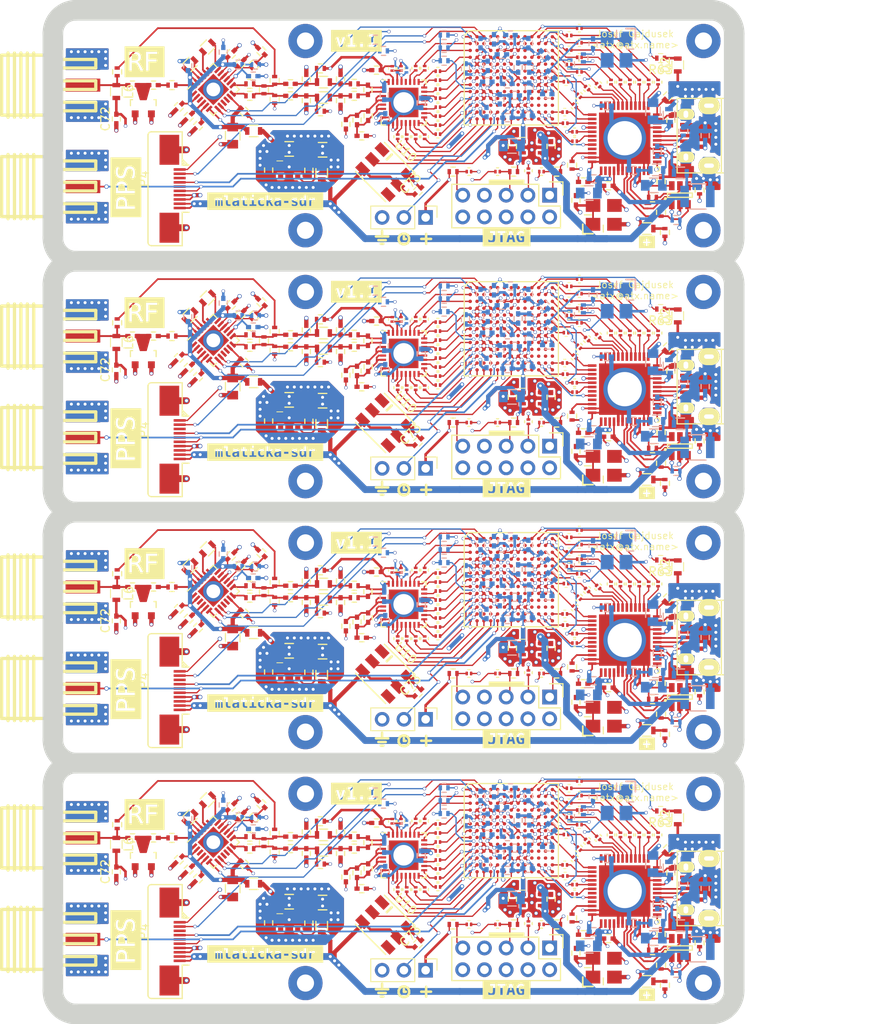
<source format=kicad_pcb>
(kicad_pcb (version 4) (host pcbnew 4.0.5)
  (layers (0 F.Cu signal) (1 In1.Cu signal) (2 In2.Cu signal) (31 B.Cu signal) (34 B.Paste user) (35 F.Paste user) (36 B.SilkS user) (37 F.SilkS user) (38 B.Mask user) (39 F.Mask user) (44 Edge.Cuts user))
  (net 0 "")
  (net 1 "Net-(C1-Pad1)")
  (net 2 "Net-(C1-Pad2)")
  (net 3 "Net-(C2-Pad1)")
  (net 4 GND)
  (net 5 "Net-(C3-Pad1)")
  (net 6 3.3V_A)
  (net 7 "Net-(C6-Pad1)")
  (net 8 "Net-(C8-Pad1)")
  (net 9 "Net-(C10-Pad1)")
  (net 10 "Net-(C11-Pad1)")
  (net 11 /RF/IF_P)
  (net 12 "Net-(C12-Pad1)")
  (net 13 /RF/IF_N)
  (net 14 "Net-(C15-Pad2)")
  (net 15 "Net-(C16-Pad1)")
  (net 16 "Net-(C17-Pad1)")
  (net 17 "Net-(C17-Pad2)")
  (net 18 "Net-(C18-Pad1)")
  (net 19 "Net-(C19-Pad1)")
  (net 20 /ADC/VCM)
  (net 21 /FTDI/3.3V_FT)
  (net 22 "Net-(C27-Pad1)")
  (net 23 +5V)
  (net 24 /FTDI/VCCA)
  (net 25 /FTDI/VPHY)
  (net 26 /FTDI/VPLL)
  (net 27 3.3V_FPGA)
  (net 28 "Net-(C50-Pad1)")
  (net 29 "Net-(D1-Pad1)")
  (net 30 "Net-(L1-Pad1)")
  (net 31 "Net-(L1-Pad2)")
  (net 32 "Net-(L2-Pad2)")
  (net 33 "Net-(L3-Pad1)")
  (net 34 "Net-(L3-Pad2)")
  (net 35 "Net-(P1-Pad2)")
  (net 36 "Net-(P1-Pad3)")
  (net 37 /FPGA-Misc/TCK)
  (net 38 /FPGA-Misc/TDO)
  (net 39 /FPGA-Misc/TMS)
  (net 40 /FPGA-Misc/TDI)
  (net 41 "Net-(R6-Pad2)")
  (net 42 "Net-(R8-Pad2)")
  (net 43 "Net-(R9-Pad2)")
  (net 44 "Net-(R13-Pad2)")
  (net 45 "Net-(R14-Pad2)")
  (net 46 "Net-(R15-Pad2)")
  (net 47 "Net-(R16-Pad2)")
  (net 48 "Net-(R17-Pad2)")
  (net 49 "Net-(R18-Pad2)")
  (net 50 "Net-(R19-Pad2)")
  (net 51 "Net-(R20-Pad2)")
  (net 52 "Net-(R21-Pad2)")
  (net 53 "Net-(R22-Pad2)")
  (net 54 "Net-(R23-Pad2)")
  (net 55 "Net-(R24-Pad2)")
  (net 56 "Net-(R25-Pad2)")
  (net 57 "Net-(R26-Pad2)")
  (net 58 "Net-(R28-Pad2)")
  (net 59 "Net-(R29-Pad2)")
  (net 60 "Net-(R30-Pad1)")
  (net 61 "Net-(R31-Pad2)")
  (net 62 "Net-(R34-Pad1)")
  (net 63 "Net-(R35-Pad1)")
  (net 64 "Net-(R36-Pad2)")
  (net 65 "Net-(R37-Pad2)")
  (net 66 "Net-(R38-Pad2)")
  (net 67 "Net-(R39-Pad2)")
  (net 68 "Net-(R40-Pad2)")
  (net 69 "Net-(R41-Pad2)")
  (net 70 "Net-(R42-Pad2)")
  (net 71 "Net-(R43-Pad2)")
  (net 72 "Net-(R44-Pad2)")
  (net 73 "Net-(R45-Pad2)")
  (net 74 /FTDI/CLK)
  (net 75 "Net-(R46-Pad2)")
  (net 76 "Net-(R50-Pad1)")
  (net 77 "Net-(R51-Pad1)")
  (net 78 "Net-(R52-Pad1)")
  (net 79 "Net-(R53-Pad1)")
  (net 80 "Net-(R54-Pad1)")
  (net 81 "Net-(R55-Pad2)")
  (net 82 "Net-(R56-Pad2)")
  (net 83 "Net-(R57-Pad2)")
  (net 84 "Net-(R58-Pad2)")
  (net 85 "Net-(C54-Pad2)")
  (net 86 /RF/3.3V)
  (net 87 /FPGA/ADC_CLK)
  (net 88 /FPGA/FT_RST)
  (net 89 /FPGA/FT_~OE)
  (net 90 /FPGA/FT_~RD)
  (net 91 /FPGA/FT_~WR)
  (net 92 /FPGA/FT_~TXE)
  (net 93 /FPGA/FT_~RXF)
  (net 94 /FPGA/PPS)
  (net 95 /FTDI/D0)
  (net 96 /FTDI/D1)
  (net 97 /FTDI/D2)
  (net 98 /FTDI/D3)
  (net 99 /FTDI/D4)
  (net 100 /FTDI/D5)
  (net 101 /FTDI/D6)
  (net 102 /FTDI/D7)
  (net 103 /FPGA/SCL)
  (net 104 /FPGA/SDA)
  (net 105 "Net-(C70-Pad1)")
  (net 106 /RF/CLK)
  (net 107 /ADC/BYPASS)
  (net 108 "Net-(R63-Pad2)")
  (net 109 /FPGA/ADC_D0)
  (net 110 /FPGA/ADC_D1)
  (net 111 /FPGA/ADC_D2)
  (net 112 /FPGA/ADC_D3)
  (net 113 /FPGA/ADC_D4)
  (net 114 /FPGA/ADC_D5)
  (net 115 /FPGA/ADC_D6)
  (net 116 /FPGA/ADC_D7)
  (net 117 /FPGA/ADC_D8)
  (net 118 /FPGA/ADC_D9)
  (net 119 /FPGA/ADC_D10)
  (net 120 /FPGA/ADC_D11)
  (net 121 /FPGA/ADC_D12)
  (net 122 /FPGA/ADC_D13)
  (net 123 /FPGA/CLK_EXT)
  (net 124 /FTDI/12MHz)
  (net 125 /FPGA/30Mhz)
  (net 126 "Net-(R71-Pad2)")
  (net 127 "Net-(R72-Pad2)")
  (net 128 "Net-(R73-Pad2)")
  (net 129 /FPGA/FT_D7)
  (net 130 /FPGA/FT_D6)
  (net 131 /FPGA/FT_D5)
  (net 132 /FPGA/FT_D4)
  (net 133 /FPGA/FT_D3)
  (net 134 /FPGA/FT_D2)
  (net 135 /FPGA/FT_D1)
  (net 136 /FPGA/FT_D0)
  (net 137 "Net-(R48-Pad2)")
  (net 138 /FPGA/LED_DATA)
  (net 139 "Net-(D2-Pad2)")
  (net 140 /FPGA/EXT_P1)
  (module Capacitors_SMD:C_0402 (layer B.Cu) (at 54.935 115.115 270)
    (fp_text reference C23 (at 0 1.7 270) (layer B.SilkS) (effects (font (size 0.01 0.01) (thickness 0.0025)) (justify mirror)))
    (fp_text value 100n)
    (pad 1 smd rect (at -0.55 0 270) (size 0.6 0.5) (layers B.Cu B.Paste B.Mask) (net 6 3.3V_A))
    (pad 2 smd rect (at 0.55 0 270) (size 0.6 0.5) (layers B.Cu B.Paste B.Mask) (net 4 GND))
  )
  (module Capacitors_SMD:C_0402 (layer B.Cu) (at 59.135 113.315 270)
    (fp_text reference C24 (at 0 1.7 270) (layer B.SilkS) (effects (font (size 0.01 0.01) (thickness 0.0025)) (justify mirror)))
    (fp_text value 100n)
    (pad 1 smd rect (at -0.55 0 270) (size 0.6 0.5) (layers B.Cu B.Paste B.Mask) (net 6 3.3V_A))
    (pad 2 smd rect (at 0.55 0 270) (size 0.6 0.5) (layers B.Cu B.Paste B.Mask) (net 4 GND))
  )
  (module Capacitors_SMD:C_0402 (layer B.Cu) (at 54.81 112.39 270)
    (fp_text reference C25 (at 0 1.7 270) (layer B.SilkS) (effects (font (size 0.01 0.01) (thickness 0.0025)) (justify mirror)))
    (fp_text value 100n)
    (pad 1 smd rect (at -0.55 0 270) (size 0.6 0.5) (layers B.Cu B.Paste B.Mask) (net 6 3.3V_A))
    (pad 2 smd rect (at 0.55 0 270) (size 0.6 0.5) (layers B.Cu B.Paste B.Mask) (net 4 GND))
  )
  (module Resistors_SMD:R_0201 (layer B.Cu) (at 57.41 109.49 270)
    (fp_text reference R6 (at 0 1.25 270) (layer B.SilkS) (effects (font (size 0.01 0.01) (thickness 0.0025)) (justify mirror)))
    (fp_text value 0)
    (pad 1 smd rect (at -0.26 0 270) (size 0.28 0.43) (layers B.Cu B.Paste B.Mask) (net 6 3.3V_A))
    (pad 2 smd rect (at 0.26 0 270) (size 0.28 0.43) (layers B.Cu B.Paste B.Mask) (net 41 "Net-(R6-Pad2)"))
  )
  (module Resistors_SMD:R_0201 (layer B.Cu) (at 56.36 109.49 90)
    (fp_text reference R7 (at 0 1.25 90) (layer B.SilkS) (effects (font (size 0.01 0.01) (thickness 0.0025)) (justify mirror)))
    (fp_text value DNP)
    (pad 1 smd rect (at -0.26 0 90) (size 0.28 0.43) (layers B.Cu B.Paste B.Mask) (net 41 "Net-(R6-Pad2)"))
    (pad 2 smd rect (at 0.26 0 90) (size 0.28 0.43) (layers B.Cu B.Paste B.Mask) (net 4 GND))
  )
  (module Capacitors_SMD:C_0402 (layer B.Cu) (at 68.31 112.89 90)
    (fp_text reference C49 (at 0 1.7 90) (layer B.SilkS) (effects (font (size 0.01 0.01) (thickness 0.0025)) (justify mirror)))
    (fp_text value 100n)
    (pad 1 smd rect (at -0.55 0 90) (size 0.6 0.5) (layers B.Cu B.Paste B.Mask) (net 27 3.3V_FPGA))
    (pad 2 smd rect (at 0.55 0 90) (size 0.6 0.5) (layers B.Cu B.Paste B.Mask) (net 4 GND))
  )
  (module Capacitors_SMD:C_0402 (layer B.Cu) (at 70.06 112.44 180)
    (fp_text reference C64 (at 0 1.7 180) (layer B.SilkS) (effects (font (size 0.01 0.01) (thickness 0.0025)) (justify mirror)))
    (fp_text value 100n)
    (pad 1 smd rect (at -0.55 0 180) (size 0.6 0.5) (layers B.Cu B.Paste B.Mask) (net 27 3.3V_FPGA))
    (pad 2 smd rect (at 0.55 0 180) (size 0.6 0.5) (layers B.Cu B.Paste B.Mask) (net 4 GND))
  )
  (module Capacitors_SMD:C_0805 (layer B.Cu) (at 69.735 118.34 180)
    (fp_text reference C41 (at 0 2.1 180) (layer B.SilkS) (effects (font (size 0.01 0.01) (thickness 0.0025)) (justify mirror)))
    (fp_text value 10u)
    (pad 1 smd rect (at -1 0 180) (size 1 1.25) (layers B.Cu B.Paste B.Mask) (net 27 3.3V_FPGA))
    (pad 2 smd rect (at 1 0 180) (size 1 1.25) (layers B.Cu B.Paste B.Mask) (net 4 GND))
  )
  (module Capacitors_SMD:C_0402 (layer B.Cu) (at 71.56 114.79)
    (fp_text reference C66 (at 0 1.7) (layer B.SilkS) (effects (font (size 0.01 0.01) (thickness 0.0025)) (justify mirror)))
    (fp_text value 100n)
    (pad 1 smd rect (at -0.55 0) (size 0.6 0.5) (layers B.Cu B.Paste B.Mask) (net 27 3.3V_FPGA))
    (pad 2 smd rect (at 0.55 0) (size 0.6 0.5) (layers B.Cu B.Paste B.Mask) (net 4 GND))
  )
  (module Capacitors_SMD:C_0402 (layer B.Cu) (at 66.76 114.39 270)
    (fp_text reference C59 (at 0 1.7 270) (layer B.SilkS) (effects (font (size 0.01 0.01) (thickness 0.0025)) (justify mirror)))
    (fp_text value 100n)
    (pad 1 smd rect (at -0.55 0 270) (size 0.6 0.5) (layers B.Cu B.Paste B.Mask) (net 27 3.3V_FPGA))
    (pad 2 smd rect (at 0.55 0 270) (size 0.6 0.5) (layers B.Cu B.Paste B.Mask) (net 4 GND))
  )
  (module Capacitors_SMD:C_0402 (layer B.Cu) (at 69.21 115.04 180)
    (fp_text reference C65 (at 0 1.7 180) (layer B.SilkS) (effects (font (size 0.01 0.01) (thickness 0.0025)) (justify mirror)))
    (fp_text value 100n)
    (pad 1 smd rect (at -0.55 0 180) (size 0.6 0.5) (layers B.Cu B.Paste B.Mask) (net 27 3.3V_FPGA))
    (pad 2 smd rect (at 0.55 0 180) (size 0.6 0.5) (layers B.Cu B.Paste B.Mask) (net 4 GND))
  )
  (module Capacitors_SMD:C_0402 (layer B.Cu) (at 71.66 106.34 90)
    (fp_text reference C69 (at 0 1.7 90) (layer B.SilkS) (effects (font (size 0.01 0.01) (thickness 0.0025)) (justify mirror)))
    (fp_text value 100n)
    (pad 1 smd rect (at -0.55 0 90) (size 0.6 0.5) (layers B.Cu B.Paste B.Mask) (net 27 3.3V_FPGA))
    (pad 2 smd rect (at 0.55 0 90) (size 0.6 0.5) (layers B.Cu B.Paste B.Mask) (net 4 GND))
  )
  (module Capacitors_SMD:C_0402 (layer B.Cu) (at 68.56 107.64)
    (fp_text reference C45 (at 0 1.7) (layer B.SilkS) (effects (font (size 0.01 0.01) (thickness 0.0025)) (justify mirror)))
    (fp_text value 100n)
    (pad 1 smd rect (at -0.55 0) (size 0.6 0.5) (layers B.Cu B.Paste B.Mask) (net 27 3.3V_FPGA))
    (pad 2 smd rect (at 0.55 0) (size 0.6 0.5) (layers B.Cu B.Paste B.Mask) (net 4 GND))
  )
  (module Capacitors_SMD:C_0402 (layer B.Cu) (at 67.635 105.89 90)
    (fp_text reference C67 (at 0 1.7 90) (layer B.SilkS) (effects (font (size 0.01 0.01) (thickness 0.0025)) (justify mirror)))
    (fp_text value 100n)
    (pad 1 smd rect (at -0.55 0 90) (size 0.6 0.5) (layers B.Cu B.Paste B.Mask) (net 27 3.3V_FPGA))
    (pad 2 smd rect (at 0.55 0 90) (size 0.6 0.5) (layers B.Cu B.Paste B.Mask) (net 4 GND))
  )
  (module Capacitors_SMD:C_0402 (layer B.Cu) (at 66.06 106.34 90)
    (fp_text reference C46 (at 0 1.7 90) (layer B.SilkS) (effects (font (size 0.01 0.01) (thickness 0.0025)) (justify mirror)))
    (fp_text value 100n)
    (pad 1 smd rect (at -0.55 0 90) (size 0.6 0.5) (layers B.Cu B.Paste B.Mask) (net 27 3.3V_FPGA))
    (pad 2 smd rect (at 0.55 0 90) (size 0.6 0.5) (layers B.Cu B.Paste B.Mask) (net 4 GND))
  )
  (module Capacitors_SMD:C_0402 (layer B.Cu) (at 69.56 105.39 180)
    (fp_text reference C68 (at 0 1.7 180) (layer B.SilkS) (effects (font (size 0.01 0.01) (thickness 0.0025)) (justify mirror)))
    (fp_text value 100n)
    (pad 1 smd rect (at -0.55 0 180) (size 0.6 0.5) (layers B.Cu B.Paste B.Mask) (net 27 3.3V_FPGA))
    (pad 2 smd rect (at 0.55 0 180) (size 0.6 0.5) (layers B.Cu B.Paste B.Mask) (net 4 GND))
  )
  (module Resistors_SMD:R_0402 (layer B.Cu) (at 61.81 106.89)
    (fp_text reference R56 (at 0 1.8) (layer B.SilkS) (effects (font (size 0.01 0.01) (thickness 0.0025)) (justify mirror)))
    (fp_text value 10k)
    (pad 1 smd rect (at -0.45 0) (size 0.4 0.6) (layers B.Cu B.Paste B.Mask) (net 27 3.3V_FPGA))
    (pad 2 smd rect (at 0.45 0) (size 0.4 0.6) (layers B.Cu B.Paste B.Mask) (net 82 "Net-(R56-Pad2)"))
  )
  (module Resistors_SMD:R_0402 (layer B.Cu) (at 61.81 105.39)
    (fp_text reference R55 (at 0 1.8) (layer B.SilkS) (effects (font (size 0.01 0.01) (thickness 0.0025)) (justify mirror)))
    (fp_text value 10k)
    (pad 1 smd rect (at -0.45 0) (size 0.4 0.6) (layers B.Cu B.Paste B.Mask) (net 27 3.3V_FPGA))
    (pad 2 smd rect (at 0.45 0) (size 0.4 0.6) (layers B.Cu B.Paste B.Mask) (net 81 "Net-(R55-Pad2)"))
  )
  (module Resistors_SMD:R_0402 (layer B.Cu) (at 61.81 108.39 180)
    (fp_text reference R54 (at 0 1.8 180) (layer B.SilkS) (effects (font (size 0.01 0.01) (thickness 0.0025)) (justify mirror)))
    (fp_text value 10k)
    (pad 1 smd rect (at -0.45 0 180) (size 0.4 0.6) (layers B.Cu B.Paste B.Mask) (net 80 "Net-(R54-Pad1)"))
    (pad 2 smd rect (at 0.45 0 180) (size 0.4 0.6) (layers B.Cu B.Paste B.Mask) (net 27 3.3V_FPGA))
  )
  (module Capacitors_SMD:C_0402 (layer B.Cu) (at 66.86 110.84)
    (fp_text reference C58 (at 0 1.7) (layer B.SilkS) (effects (font (size 0.01 0.01) (thickness 0.0025)) (justify mirror)))
    (fp_text value 100n)
    (pad 1 smd rect (at -0.55 0) (size 0.6 0.5) (layers B.Cu B.Paste B.Mask) (net 27 3.3V_FPGA))
    (pad 2 smd rect (at 0.55 0) (size 0.6 0.5) (layers B.Cu B.Paste B.Mask) (net 4 GND))
  )
  (module Capacitors_SMD:C_0402 (layer B.Cu) (at 66.91 108.99 90)
    (fp_text reference C60 (at 0 1.7 90) (layer B.SilkS) (effects (font (size 0.01 0.01) (thickness 0.0025)) (justify mirror)))
    (fp_text value 100n)
    (pad 1 smd rect (at -0.55 0 90) (size 0.6 0.5) (layers B.Cu B.Paste B.Mask) (net 27 3.3V_FPGA))
    (pad 2 smd rect (at 0.55 0 90) (size 0.6 0.5) (layers B.Cu B.Paste B.Mask) (net 4 GND))
  )
  (module Capacitors_SMD:C_0402 (layer B.Cu) (at 64.31 109.29 90)
    (fp_text reference C61 (at 0 1.7 90) (layer B.SilkS) (effects (font (size 0.01 0.01) (thickness 0.0025)) (justify mirror)))
    (fp_text value 100n)
    (pad 1 smd rect (at -0.55 0 90) (size 0.6 0.5) (layers B.Cu B.Paste B.Mask) (net 27 3.3V_FPGA))
    (pad 2 smd rect (at 0.55 0 90) (size 0.6 0.5) (layers B.Cu B.Paste B.Mask) (net 4 GND))
  )
  (module Capacitors_SMD:C_0402 (layer B.Cu) (at 69.21 111.09)
    (fp_text reference C43 (at 0 1.7) (layer B.SilkS) (effects (font (size 0.01 0.01) (thickness 0.0025)) (justify mirror)))
    (fp_text value 100n)
    (pad 1 smd rect (at -0.55 0) (size 0.6 0.5) (layers B.Cu B.Paste B.Mask) (net 27 3.3V_FPGA))
    (pad 2 smd rect (at 0.55 0) (size 0.6 0.5) (layers B.Cu B.Paste B.Mask) (net 4 GND))
  )
  (module Capacitors_SMD:C_0402 (layer B.Cu) (at 70.46 109.19 90)
    (fp_text reference C44 (at 0 1.7 90) (layer B.SilkS) (effects (font (size 0.01 0.01) (thickness 0.0025)) (justify mirror)))
    (fp_text value 100n)
    (pad 1 smd rect (at -0.55 0 90) (size 0.6 0.5) (layers B.Cu B.Paste B.Mask) (net 27 3.3V_FPGA))
    (pad 2 smd rect (at 0.55 0 90) (size 0.6 0.5) (layers B.Cu B.Paste B.Mask) (net 4 GND))
  )
  (module Capacitors_SMD:C_0402 (layer B.Cu) (at 73.56 107.64 315)
    (fp_text reference C48 (at 0 1.7 315) (layer B.SilkS) (effects (font (size 0.01 0.01) (thickness 0.0025)) (justify mirror)))
    (fp_text value 100n)
    (pad 1 smd rect (at -0.55 0 315) (size 0.6 0.5) (layers B.Cu B.Paste B.Mask) (net 27 3.3V_FPGA))
    (pad 2 smd rect (at 0.55 0 315) (size 0.6 0.5) (layers B.Cu B.Paste B.Mask) (net 4 GND))
  )
  (module Capacitors_SMD:C_0402 (layer B.Cu) (at 71.76 111.54 270)
    (fp_text reference C57 (at 0 1.7 270) (layer B.SilkS) (effects (font (size 0.01 0.01) (thickness 0.0025)) (justify mirror)))
    (fp_text value 100n)
    (pad 1 smd rect (at -0.55 0 270) (size 0.6 0.5) (layers B.Cu B.Paste B.Mask) (net 27 3.3V_FPGA))
    (pad 2 smd rect (at 0.55 0 270) (size 0.6 0.5) (layers B.Cu B.Paste B.Mask) (net 4 GND))
  )
  (module Capacitors_SMD:C_0402 (layer B.Cu) (at 71.76 109.19 90)
    (fp_text reference C56 (at 0 1.7 90) (layer B.SilkS) (effects (font (size 0.01 0.01) (thickness 0.0025)) (justify mirror)))
    (fp_text value 100n)
    (pad 1 smd rect (at -0.55 0 90) (size 0.6 0.5) (layers B.Cu B.Paste B.Mask) (net 27 3.3V_FPGA))
    (pad 2 smd rect (at 0.55 0 90) (size 0.6 0.5) (layers B.Cu B.Paste B.Mask) (net 4 GND))
  )
  (module Capacitors_SMD:C_0402 (layer B.Cu) (at 74.36 109.99 315)
    (fp_text reference C63 (at 0 1.7 315) (layer B.SilkS) (effects (font (size 0.01 0.01) (thickness 0.0025)) (justify mirror)))
    (fp_text value 100n)
    (pad 1 smd rect (at -0.55 0 315) (size 0.6 0.5) (layers B.Cu B.Paste B.Mask) (net 27 3.3V_FPGA))
    (pad 2 smd rect (at 0.55 0 315) (size 0.6 0.5) (layers B.Cu B.Paste B.Mask) (net 4 GND))
  )
  (module Capacitors_SMD:C_0402 (layer B.Cu) (at 73.86 112.29)
    (fp_text reference C62 (at 0 1.7) (layer B.SilkS) (effects (font (size 0.01 0.01) (thickness 0.0025)) (justify mirror)))
    (fp_text value 100n)
    (pad 1 smd rect (at -0.55 0) (size 0.6 0.5) (layers B.Cu B.Paste B.Mask) (net 27 3.3V_FPGA))
    (pad 2 smd rect (at 0.55 0) (size 0.6 0.5) (layers B.Cu B.Paste B.Mask) (net 4 GND))
  )
  (module Resistors_SMD:R_0402 (layer B.Cu) (at 54.735 107.24 180)
    (fp_text reference R62 (at 0 1.8 180) (layer B.SilkS) (effects (font (size 0.01 0.01) (thickness 0.0025)) (justify mirror)))
    (fp_text value 5k1)
    (pad 1 smd rect (at -0.45 0 180) (size 0.4 0.6) (layers B.Cu B.Paste B.Mask) (net 27 3.3V_FPGA))
    (pad 2 smd rect (at 0.45 0 180) (size 0.4 0.6) (layers B.Cu B.Paste B.Mask) (net 103 /FPGA/SCL))
  )
  (module Resistors_SMD:R_0402 (layer B.Cu) (at 53.76 105.94)
    (fp_text reference R49 (at 0 1.8) (layer B.SilkS) (effects (font (size 0.01 0.01) (thickness 0.0025)) (justify mirror)))
    (fp_text value 5k1)
    (pad 1 smd rect (at -0.45 0) (size 0.4 0.6) (layers B.Cu B.Paste B.Mask) (net 27 3.3V_FPGA))
    (pad 2 smd rect (at 0.45 0) (size 0.4 0.6) (layers B.Cu B.Paste B.Mask) (net 104 /FPGA/SDA))
  )
  (module Resistors_SMD:R_0402 (layer B.Cu) (at 37.76 108.84)
    (fp_text reference R11 (at 0 1.8) (layer B.SilkS) (effects (font (size 0.01 0.01) (thickness 0.0025)) (justify mirror)))
    (fp_text value 33k)
    (pad 1 smd rect (at -0.45 0) (size 0.4 0.6) (layers B.Cu B.Paste B.Mask) (net 86 /RF/3.3V))
    (pad 2 smd rect (at 0.45 0) (size 0.4 0.6) (layers B.Cu B.Paste B.Mask) (net 105 "Net-(C70-Pad1)"))
  )
  (module Capacitors_SMD:C_0402 (layer B.Cu) (at 31.86 108.99 90)
    (fp_text reference C9 (at 0 1.7 90) (layer B.SilkS) (effects (font (size 0.01 0.01) (thickness 0.0025)) (justify mirror)))
    (fp_text value 100n)
    (pad 1 smd rect (at -0.55 0 90) (size 0.6 0.5) (layers B.Cu B.Paste B.Mask) (net 86 /RF/3.3V))
    (pad 2 smd rect (at 0.55 0 90) (size 0.6 0.5) (layers B.Cu B.Paste B.Mask) (net 4 GND))
  )
  (module Capacitors_SMD:C_0402 (layer B.Cu) (at 39.51 110.19)
    (fp_text reference C70 (at 0 1.7) (layer B.SilkS) (effects (font (size 0.01 0.01) (thickness 0.0025)) (justify mirror)))
    (fp_text value 100n)
    (pad 1 smd rect (at -0.55 0) (size 0.6 0.5) (layers B.Cu B.Paste B.Mask) (net 105 "Net-(C70-Pad1)"))
    (pad 2 smd rect (at 0.55 0) (size 0.6 0.5) (layers B.Cu B.Paste B.Mask) (net 4 GND))
  )
  (module Capacitors_SMD:C_0402 (layer B.Cu) (at 36.01 107.39 90)
    (fp_text reference C7 (at 0 1.7 90) (layer B.SilkS) (effects (font (size 0.01 0.01) (thickness 0.0025)) (justify mirror)))
    (fp_text value 100n)
    (pad 1 smd rect (at -0.55 0 90) (size 0.6 0.5) (layers B.Cu B.Paste B.Mask) (net 86 /RF/3.3V))
    (pad 2 smd rect (at 0.55 0 90) (size 0.6 0.5) (layers B.Cu B.Paste B.Mask) (net 4 GND))
  )
  (module Resistors_SMD:R_0402 (layer B.Cu) (at 39.76 108.84)
    (fp_text reference R12 (at 0 1.8) (layer B.SilkS) (effects (font (size 0.01 0.01) (thickness 0.0025)) (justify mirror)))
    (fp_text value 20k)
    (pad 1 smd rect (at -0.45 0) (size 0.4 0.6) (layers B.Cu B.Paste B.Mask) (net 105 "Net-(C70-Pad1)"))
    (pad 2 smd rect (at 0.45 0) (size 0.4 0.6) (layers B.Cu B.Paste B.Mask) (net 4 GND))
  )
  (module Capacitors_SMD:C_0402 (layer B.Cu) (at 36.01 78.09 90)
    (fp_text reference C7 (at 0 1.7 90) (layer B.SilkS) (effects (font (size 0.01 0.01) (thickness 0.0025)) (justify mirror)))
    (fp_text value 100n)
    (pad 1 smd rect (at -0.55 0 90) (size 0.6 0.5) (layers B.Cu B.Paste B.Mask) (net 86 /RF/3.3V))
    (pad 2 smd rect (at 0.55 0 90) (size 0.6 0.5) (layers B.Cu B.Paste B.Mask) (net 4 GND))
  )
  (module Resistors_SMD:R_0402 (layer B.Cu) (at 39.76 79.54)
    (fp_text reference R12 (at 0 1.8) (layer B.SilkS) (effects (font (size 0.01 0.01) (thickness 0.0025)) (justify mirror)))
    (fp_text value 20k)
    (pad 1 smd rect (at -0.45 0) (size 0.4 0.6) (layers B.Cu B.Paste B.Mask) (net 105 "Net-(C70-Pad1)"))
    (pad 2 smd rect (at 0.45 0) (size 0.4 0.6) (layers B.Cu B.Paste B.Mask) (net 4 GND))
  )
  (module Capacitors_SMD:C_0402 (layer B.Cu) (at 39.51 80.89)
    (fp_text reference C70 (at 0 1.7) (layer B.SilkS) (effects (font (size 0.01 0.01) (thickness 0.0025)) (justify mirror)))
    (fp_text value 100n)
    (pad 1 smd rect (at -0.55 0) (size 0.6 0.5) (layers B.Cu B.Paste B.Mask) (net 105 "Net-(C70-Pad1)"))
    (pad 2 smd rect (at 0.55 0) (size 0.6 0.5) (layers B.Cu B.Paste B.Mask) (net 4 GND))
  )
  (module Capacitors_SMD:C_0402 (layer B.Cu) (at 31.86 79.69 90)
    (fp_text reference C9 (at 0 1.7 90) (layer B.SilkS) (effects (font (size 0.01 0.01) (thickness 0.0025)) (justify mirror)))
    (fp_text value 100n)
    (pad 1 smd rect (at -0.55 0 90) (size 0.6 0.5) (layers B.Cu B.Paste B.Mask) (net 86 /RF/3.3V))
    (pad 2 smd rect (at 0.55 0 90) (size 0.6 0.5) (layers B.Cu B.Paste B.Mask) (net 4 GND))
  )
  (module Resistors_SMD:R_0402 (layer B.Cu) (at 37.76 79.54)
    (fp_text reference R11 (at 0 1.8) (layer B.SilkS) (effects (font (size 0.01 0.01) (thickness 0.0025)) (justify mirror)))
    (fp_text value 33k)
    (pad 1 smd rect (at -0.45 0) (size 0.4 0.6) (layers B.Cu B.Paste B.Mask) (net 86 /RF/3.3V))
    (pad 2 smd rect (at 0.45 0) (size 0.4 0.6) (layers B.Cu B.Paste B.Mask) (net 105 "Net-(C70-Pad1)"))
  )
  (module Resistors_SMD:R_0402 (layer B.Cu) (at 54.735 77.94 180)
    (fp_text reference R62 (at 0 1.8 180) (layer B.SilkS) (effects (font (size 0.01 0.01) (thickness 0.0025)) (justify mirror)))
    (fp_text value 5k1)
    (pad 1 smd rect (at -0.45 0 180) (size 0.4 0.6) (layers B.Cu B.Paste B.Mask) (net 27 3.3V_FPGA))
    (pad 2 smd rect (at 0.45 0 180) (size 0.4 0.6) (layers B.Cu B.Paste B.Mask) (net 103 /FPGA/SCL))
  )
  (module Resistors_SMD:R_0402 (layer B.Cu) (at 53.76 76.64)
    (fp_text reference R49 (at 0 1.8) (layer B.SilkS) (effects (font (size 0.01 0.01) (thickness 0.0025)) (justify mirror)))
    (fp_text value 5k1)
    (pad 1 smd rect (at -0.45 0) (size 0.4 0.6) (layers B.Cu B.Paste B.Mask) (net 27 3.3V_FPGA))
    (pad 2 smd rect (at 0.45 0) (size 0.4 0.6) (layers B.Cu B.Paste B.Mask) (net 104 /FPGA/SDA))
  )
  (module Capacitors_SMD:C_0402 (layer B.Cu) (at 54.935 85.815 270)
    (fp_text reference C23 (at 0 1.7 270) (layer B.SilkS) (effects (font (size 0.01 0.01) (thickness 0.0025)) (justify mirror)))
    (fp_text value 100n)
    (pad 1 smd rect (at -0.55 0 270) (size 0.6 0.5) (layers B.Cu B.Paste B.Mask) (net 6 3.3V_A))
    (pad 2 smd rect (at 0.55 0 270) (size 0.6 0.5) (layers B.Cu B.Paste B.Mask) (net 4 GND))
  )
  (module Capacitors_SMD:C_0402 (layer B.Cu) (at 59.135 84.015 270)
    (fp_text reference C24 (at 0 1.7 270) (layer B.SilkS) (effects (font (size 0.01 0.01) (thickness 0.0025)) (justify mirror)))
    (fp_text value 100n)
    (pad 1 smd rect (at -0.55 0 270) (size 0.6 0.5) (layers B.Cu B.Paste B.Mask) (net 6 3.3V_A))
    (pad 2 smd rect (at 0.55 0 270) (size 0.6 0.5) (layers B.Cu B.Paste B.Mask) (net 4 GND))
  )
  (module Capacitors_SMD:C_0402 (layer B.Cu) (at 54.81 83.09 270)
    (fp_text reference C25 (at 0 1.7 270) (layer B.SilkS) (effects (font (size 0.01 0.01) (thickness 0.0025)) (justify mirror)))
    (fp_text value 100n)
    (pad 1 smd rect (at -0.55 0 270) (size 0.6 0.5) (layers B.Cu B.Paste B.Mask) (net 6 3.3V_A))
    (pad 2 smd rect (at 0.55 0 270) (size 0.6 0.5) (layers B.Cu B.Paste B.Mask) (net 4 GND))
  )
  (module Resistors_SMD:R_0201 (layer B.Cu) (at 57.41 80.19 270)
    (fp_text reference R6 (at 0 1.25 270) (layer B.SilkS) (effects (font (size 0.01 0.01) (thickness 0.0025)) (justify mirror)))
    (fp_text value 0)
    (pad 1 smd rect (at -0.26 0 270) (size 0.28 0.43) (layers B.Cu B.Paste B.Mask) (net 6 3.3V_A))
    (pad 2 smd rect (at 0.26 0 270) (size 0.28 0.43) (layers B.Cu B.Paste B.Mask) (net 41 "Net-(R6-Pad2)"))
  )
  (module Resistors_SMD:R_0201 (layer B.Cu) (at 56.36 80.19 90)
    (fp_text reference R7 (at 0 1.25 90) (layer B.SilkS) (effects (font (size 0.01 0.01) (thickness 0.0025)) (justify mirror)))
    (fp_text value DNP)
    (pad 1 smd rect (at -0.26 0 90) (size 0.28 0.43) (layers B.Cu B.Paste B.Mask) (net 41 "Net-(R6-Pad2)"))
    (pad 2 smd rect (at 0.26 0 90) (size 0.28 0.43) (layers B.Cu B.Paste B.Mask) (net 4 GND))
  )
  (module Resistors_SMD:R_0402 (layer B.Cu) (at 61.81 77.59)
    (fp_text reference R56 (at 0 1.8) (layer B.SilkS) (effects (font (size 0.01 0.01) (thickness 0.0025)) (justify mirror)))
    (fp_text value 10k)
    (pad 1 smd rect (at -0.45 0) (size 0.4 0.6) (layers B.Cu B.Paste B.Mask) (net 27 3.3V_FPGA))
    (pad 2 smd rect (at 0.45 0) (size 0.4 0.6) (layers B.Cu B.Paste B.Mask) (net 82 "Net-(R56-Pad2)"))
  )
  (module Capacitors_SMD:C_0402 (layer B.Cu) (at 64.31 79.99 90)
    (fp_text reference C61 (at 0 1.7 90) (layer B.SilkS) (effects (font (size 0.01 0.01) (thickness 0.0025)) (justify mirror)))
    (fp_text value 100n)
    (pad 1 smd rect (at -0.55 0 90) (size 0.6 0.5) (layers B.Cu B.Paste B.Mask) (net 27 3.3V_FPGA))
    (pad 2 smd rect (at 0.55 0 90) (size 0.6 0.5) (layers B.Cu B.Paste B.Mask) (net 4 GND))
  )
  (module Resistors_SMD:R_0402 (layer B.Cu) (at 61.81 79.09 180)
    (fp_text reference R54 (at 0 1.8 180) (layer B.SilkS) (effects (font (size 0.01 0.01) (thickness 0.0025)) (justify mirror)))
    (fp_text value 10k)
    (pad 1 smd rect (at -0.45 0 180) (size 0.4 0.6) (layers B.Cu B.Paste B.Mask) (net 80 "Net-(R54-Pad1)"))
    (pad 2 smd rect (at 0.45 0 180) (size 0.4 0.6) (layers B.Cu B.Paste B.Mask) (net 27 3.3V_FPGA))
  )
  (module Resistors_SMD:R_0402 (layer B.Cu) (at 61.81 76.09)
    (fp_text reference R55 (at 0 1.8) (layer B.SilkS) (effects (font (size 0.01 0.01) (thickness 0.0025)) (justify mirror)))
    (fp_text value 10k)
    (pad 1 smd rect (at -0.45 0) (size 0.4 0.6) (layers B.Cu B.Paste B.Mask) (net 27 3.3V_FPGA))
    (pad 2 smd rect (at 0.45 0) (size 0.4 0.6) (layers B.Cu B.Paste B.Mask) (net 81 "Net-(R55-Pad2)"))
  )
  (module Capacitors_SMD:C_0402 (layer B.Cu) (at 79.31 92.89 180)
    (fp_text reference C39 (at 0 1.7 180) (layer B.SilkS) (effects (font (size 0.01 0.01) (thickness 0.0025)) (justify mirror)))
    (fp_text value 100n)
    (pad 1 smd rect (at -0.55 0 180) (size 0.6 0.5) (layers B.Cu B.Paste B.Mask) (net 21 /FTDI/3.3V_FT))
    (pad 2 smd rect (at 0.55 0 180) (size 0.6 0.5) (layers B.Cu B.Paste B.Mask) (net 4 GND))
  )
  (module Capacitors_SMD:C_0402 (layer B.Cu) (at 83.96 91.89 180)
    (fp_text reference C40 (at 0 1.7 180) (layer B.SilkS) (effects (font (size 0.01 0.01) (thickness 0.0025)) (justify mirror)))
    (fp_text value 100n)
    (pad 1 smd rect (at -0.55 0 180) (size 0.6 0.5) (layers B.Cu B.Paste B.Mask) (net 21 /FTDI/3.3V_FT))
    (pad 2 smd rect (at 0.55 0 180) (size 0.6 0.5) (layers B.Cu B.Paste B.Mask) (net 4 GND))
  )
  (module Capacitors_SMD:C_0805 (layer B.Cu) (at 78.71 94.54 180)
    (fp_text reference C35 (at 0 2.1 180) (layer B.SilkS) (effects (font (size 0.01 0.01) (thickness 0.0025)) (justify mirror)))
    (fp_text value 10u)
    (pad 1 smd rect (at -1 0 180) (size 1 1.25) (layers B.Cu B.Paste B.Mask) (net 21 /FTDI/3.3V_FT))
    (pad 2 smd rect (at 1 0 180) (size 1 1.25) (layers B.Cu B.Paste B.Mask) (net 4 GND))
  )
  (module Capacitors_SMD:C_0402 (layer B.Cu) (at 86.71 89.64 90)
    (fp_text reference C37 (at 0 1.7 90) (layer B.SilkS) (effects (font (size 0.01 0.01) (thickness 0.0025)) (justify mirror)))
    (fp_text value 100n)
    (pad 1 smd rect (at -0.55 0 90) (size 0.6 0.5) (layers B.Cu B.Paste B.Mask) (net 25 /FTDI/VPHY))
    (pad 2 smd rect (at 0.55 0 90) (size 0.6 0.5) (layers B.Cu B.Paste B.Mask) (net 4 GND))
  )
  (module Capacitors_SMD:C_1210 (layer B.Cu) (at 91.41 94.94)
    (fp_text reference C28 (at 0 2.7) (layer B.SilkS) (effects (font (size 0.01 0.01) (thickness 0.0025)) (justify mirror)))
    (fp_text value 100u)
    (pad 1 smd rect (at -1.5 0) (size 1 2.5) (layers B.Cu B.Paste B.Mask) (net 23 +5V))
    (pad 2 smd rect (at 1.5 0) (size 1 2.5) (layers B.Cu B.Paste B.Mask) (net 4 GND))
  )
  (module Capacitors_SMD:C_0805 (layer B.Cu) (at 86.31 93.64 180)
    (fp_text reference C33 (at 0 2.1 180) (layer B.SilkS) (effects (font (size 0.01 0.01) (thickness 0.0025)) (justify mirror)))
    (fp_text value 10u)
    (pad 1 smd rect (at -1 0 180) (size 1 1.25) (layers B.Cu B.Paste B.Mask) (net 25 /FTDI/VPHY))
    (pad 2 smd rect (at 1 0 180) (size 1 1.25) (layers B.Cu B.Paste B.Mask) (net 4 GND))
  )
  (module Resistors_SMD:R_0402 (layer B.Cu) (at 88.91 97.69 180)
    (fp_text reference R28 (at 0 1.8 180) (layer B.SilkS) (effects (font (size 0.01 0.01) (thickness 0.0025)) (justify mirror)))
    (fp_text value 10k)
    (pad 1 smd rect (at -0.45 0 180) (size 0.4 0.6) (layers B.Cu B.Paste B.Mask) (net 21 /FTDI/3.3V_FT))
    (pad 2 smd rect (at 0.45 0 180) (size 0.4 0.6) (layers B.Cu B.Paste B.Mask) (net 58 "Net-(R28-Pad2)"))
  )
  (module Resistors_SMD:R_0603 (layer B.Cu) (at 86.66 91.84)
    (fp_text reference FB2 (at 0 1.9) (layer B.SilkS) (effects (font (size 0.01 0.01) (thickness 0.0025)) (justify mirror)))
    (fp_text value "BEAD (0.5A)")
    (pad 1 smd rect (at -0.75 0) (size 0.5 0.9) (layers B.Cu B.Paste B.Mask) (net 21 /FTDI/3.3V_FT))
    (pad 2 smd rect (at 0.75 0) (size 0.5 0.9) (layers B.Cu B.Paste B.Mask) (net 25 /FTDI/VPHY))
  )
  (module Resistors_SMD:R_0603 (layer B.Cu) (at 89.41 92.19)
    (fp_text reference FB1 (at 0 1.9) (layer B.SilkS) (effects (font (size 0.01 0.01) (thickness 0.0025)) (justify mirror)))
    (fp_text value "BEAD (1A)")
    (pad 1 smd rect (at -0.75 0) (size 0.5 0.9) (layers B.Cu B.Paste B.Mask) (net 22 "Net-(C27-Pad1)"))
    (pad 2 smd rect (at 0.75 0) (size 0.5 0.9) (layers B.Cu B.Paste B.Mask) (net 23 +5V))
  )
  (module Capacitors_SMD:C_0402 (layer B.Cu) (at 92.31 87.84 90)
    (fp_text reference C27 (at 0 1.7 90) (layer B.SilkS) (effects (font (size 0.01 0.01) (thickness 0.0025)) (justify mirror)))
    (fp_text value 10n)
    (pad 1 smd rect (at -0.55 0 90) (size 0.6 0.5) (layers B.Cu B.Paste B.Mask) (net 22 "Net-(C27-Pad1)"))
    (pad 2 smd rect (at 0.55 0 90) (size 0.6 0.5) (layers B.Cu B.Paste B.Mask) (net 4 GND))
  )
  (module Resistors_SMD:R_0603 (layer B.Cu) (at 88.085 85.49 270)
    (fp_text reference FB3 (at 0 1.9 270) (layer B.SilkS) (effects (font (size 0.01 0.01) (thickness 0.0025)) (justify mirror)))
    (fp_text value "BEAD (0.5A)")
    (pad 1 smd rect (at -0.75 0 270) (size 0.5 0.9) (layers B.Cu B.Paste B.Mask) (net 21 /FTDI/3.3V_FT))
    (pad 2 smd rect (at 0.75 0 270) (size 0.5 0.9) (layers B.Cu B.Paste B.Mask) (net 26 /FTDI/VPLL))
  )
  (module Resistors_SMD:R_0402 (layer B.Cu) (at 89.76 87.34 90)
    (fp_text reference R35 (at 0 1.8 90) (layer B.SilkS) (effects (font (size 0.01 0.01) (thickness 0.0025)) (justify mirror)))
    (fp_text value 12k)
    (pad 1 smd rect (at -0.45 0 90) (size 0.4 0.6) (layers B.Cu B.Paste B.Mask) (net 63 "Net-(R35-Pad1)"))
    (pad 2 smd rect (at 0.45 0 90) (size 0.4 0.6) (layers B.Cu B.Paste B.Mask) (net 4 GND))
  )
  (module Capacitors_SMD:C_0805 (layer B.Cu) (at 86.21 84.99 90)
    (fp_text reference C34 (at 0 2.1 90) (layer B.SilkS) (effects (font (size 0.01 0.01) (thickness 0.0025)) (justify mirror)))
    (fp_text value 10u)
    (pad 1 smd rect (at -1 0 90) (size 1 1.25) (layers B.Cu B.Paste B.Mask) (net 26 /FTDI/VPLL))
    (pad 2 smd rect (at 1 0 90) (size 1 1.25) (layers B.Cu B.Paste B.Mask) (net 4 GND))
  )
  (module Capacitors_SMD:C_0402 (layer B.Cu) (at 66.86 81.54)
    (fp_text reference C58 (at 0 1.7) (layer B.SilkS) (effects (font (size 0.01 0.01) (thickness 0.0025)) (justify mirror)))
    (fp_text value 100n)
    (pad 1 smd rect (at -0.55 0) (size 0.6 0.5) (layers B.Cu B.Paste B.Mask) (net 27 3.3V_FPGA))
    (pad 2 smd rect (at 0.55 0) (size 0.6 0.5) (layers B.Cu B.Paste B.Mask) (net 4 GND))
  )
  (module Capacitors_SMD:C_0402 (layer B.Cu) (at 70.46 79.89 90)
    (fp_text reference C44 (at 0 1.7 90) (layer B.SilkS) (effects (font (size 0.01 0.01) (thickness 0.0025)) (justify mirror)))
    (fp_text value 100n)
    (pad 1 smd rect (at -0.55 0 90) (size 0.6 0.5) (layers B.Cu B.Paste B.Mask) (net 27 3.3V_FPGA))
    (pad 2 smd rect (at 0.55 0 90) (size 0.6 0.5) (layers B.Cu B.Paste B.Mask) (net 4 GND))
  )
  (module Capacitors_SMD:C_0402 (layer B.Cu) (at 66.91 79.69 90)
    (fp_text reference C60 (at 0 1.7 90) (layer B.SilkS) (effects (font (size 0.01 0.01) (thickness 0.0025)) (justify mirror)))
    (fp_text value 100n)
    (pad 1 smd rect (at -0.55 0 90) (size 0.6 0.5) (layers B.Cu B.Paste B.Mask) (net 27 3.3V_FPGA))
    (pad 2 smd rect (at 0.55 0 90) (size 0.6 0.5) (layers B.Cu B.Paste B.Mask) (net 4 GND))
  )
  (module Capacitors_SMD:C_0402 (layer B.Cu) (at 69.21 81.79)
    (fp_text reference C43 (at 0 1.7) (layer B.SilkS) (effects (font (size 0.01 0.01) (thickness 0.0025)) (justify mirror)))
    (fp_text value 100n)
    (pad 1 smd rect (at -0.55 0) (size 0.6 0.5) (layers B.Cu B.Paste B.Mask) (net 27 3.3V_FPGA))
    (pad 2 smd rect (at 0.55 0) (size 0.6 0.5) (layers B.Cu B.Paste B.Mask) (net 4 GND))
  )
  (module Capacitors_SMD:C_0402 (layer B.Cu) (at 71.66 77.04 90)
    (fp_text reference C69 (at 0 1.7 90) (layer B.SilkS) (effects (font (size 0.01 0.01) (thickness 0.0025)) (justify mirror)))
    (fp_text value 100n)
    (pad 1 smd rect (at -0.55 0 90) (size 0.6 0.5) (layers B.Cu B.Paste B.Mask) (net 27 3.3V_FPGA))
    (pad 2 smd rect (at 0.55 0 90) (size 0.6 0.5) (layers B.Cu B.Paste B.Mask) (net 4 GND))
  )
  (module Capacitors_SMD:C_0402 (layer B.Cu) (at 73.56 78.34 315)
    (fp_text reference C48 (at 0 1.7 315) (layer B.SilkS) (effects (font (size 0.01 0.01) (thickness 0.0025)) (justify mirror)))
    (fp_text value 100n)
    (pad 1 smd rect (at -0.55 0 315) (size 0.6 0.5) (layers B.Cu B.Paste B.Mask) (net 27 3.3V_FPGA))
    (pad 2 smd rect (at 0.55 0 315) (size 0.6 0.5) (layers B.Cu B.Paste B.Mask) (net 4 GND))
  )
  (module Capacitors_SMD:C_0402 (layer B.Cu) (at 73.86 82.99)
    (fp_text reference C62 (at 0 1.7) (layer B.SilkS) (effects (font (size 0.01 0.01) (thickness 0.0025)) (justify mirror)))
    (fp_text value 100n)
    (pad 1 smd rect (at -0.55 0) (size 0.6 0.5) (layers B.Cu B.Paste B.Mask) (net 27 3.3V_FPGA))
    (pad 2 smd rect (at 0.55 0) (size 0.6 0.5) (layers B.Cu B.Paste B.Mask) (net 4 GND))
  )
  (module Capacitors_SMD:C_0402 (layer B.Cu) (at 71.76 79.89 90)
    (fp_text reference C56 (at 0 1.7 90) (layer B.SilkS) (effects (font (size 0.01 0.01) (thickness 0.0025)) (justify mirror)))
    (fp_text value 100n)
    (pad 1 smd rect (at -0.55 0 90) (size 0.6 0.5) (layers B.Cu B.Paste B.Mask) (net 27 3.3V_FPGA))
    (pad 2 smd rect (at 0.55 0 90) (size 0.6 0.5) (layers B.Cu B.Paste B.Mask) (net 4 GND))
  )
  (module Capacitors_SMD:C_0402 (layer B.Cu) (at 74.36 80.69 315)
    (fp_text reference C63 (at 0 1.7 315) (layer B.SilkS) (effects (font (size 0.01 0.01) (thickness 0.0025)) (justify mirror)))
    (fp_text value 100n)
    (pad 1 smd rect (at -0.55 0 315) (size 0.6 0.5) (layers B.Cu B.Paste B.Mask) (net 27 3.3V_FPGA))
    (pad 2 smd rect (at 0.55 0 315) (size 0.6 0.5) (layers B.Cu B.Paste B.Mask) (net 4 GND))
  )
  (module Capacitors_SMD:C_0402 (layer B.Cu) (at 80.81 84.34)
    (fp_text reference C36 (at 0 1.7) (layer B.SilkS) (effects (font (size 0.01 0.01) (thickness 0.0025)) (justify mirror)))
    (fp_text value 100n)
    (pad 1 smd rect (at -0.55 0) (size 0.6 0.5) (layers B.Cu B.Paste B.Mask) (net 21 /FTDI/3.3V_FT))
    (pad 2 smd rect (at 0.55 0) (size 0.6 0.5) (layers B.Cu B.Paste B.Mask) (net 4 GND))
  )
  (module Capacitors_SMD:C_0402 (layer B.Cu) (at 79.21 77.09 270)
    (fp_text reference C71 (at 0 1.27 270) (layer B.SilkS) (effects (font (size 0.01 0.01) (thickness 0.0025)) (justify mirror)))
    (fp_text value 100n)
    (pad 1 smd rect (at -0.55 0 270) (size 0.6 0.5) (layers B.Cu B.Paste B.Mask) (net 27 3.3V_FPGA))
    (pad 2 smd rect (at 0.55 0 270) (size 0.6 0.5) (layers B.Cu B.Paste B.Mask) (net 4 GND))
  )
  (module footprints:ABRACON-ASFL1 (layer B.Cu) (at 81.96 77.74 270)
    (fp_text reference U9 (at 0 -3.3 270) (layer B.SilkS) (effects (font (size 0.01 0.01) (thickness 0.0025)) (justify mirror)))
    (fp_text value ASFL1-30.000MHZ-EK-T)
    (pad 1 smd rect (at -1.2 -1.1 270) (size 1.7 1.5) (layers B.Cu B.Paste B.Mask) (net 27 3.3V_FPGA))
    (pad 2 smd rect (at 1.3 -1.1 270) (size 1.7 1.5) (layers B.Cu B.Paste B.Mask) (net 4 GND))
    (pad 3 smd rect (at 1.3 1.1 270) (size 1.7 1.5) (layers B.Cu B.Paste B.Mask) (net 125 /FPGA/30Mhz))
    (pad 4 smd rect (at -1.2 1.1 270) (size 1.7 1.5) (layers B.Cu B.Paste B.Mask) (net 27 3.3V_FPGA))
  )
  (module Resistors_SMD:R_0402 (layer B.Cu) (at 78.085 78.765 270)
    (fp_text reference R58 (at 0 1.8 270) (layer B.SilkS) (effects (font (size 0.01 0.01) (thickness 0.0025)) (justify mirror)))
    (fp_text value 10k)
    (pad 1 smd rect (at -0.45 0 270) (size 0.4 0.6) (layers B.Cu B.Paste B.Mask) (net 4 GND))
    (pad 2 smd rect (at 0.45 0 270) (size 0.4 0.6) (layers B.Cu B.Paste B.Mask) (net 84 "Net-(R58-Pad2)"))
  )
  (module Resistors_SMD:R_0402 (layer B.Cu) (at 76.51 79.465 270)
    (fp_text reference R57 (at 0 1.8 270) (layer B.SilkS) (effects (font (size 0.01 0.01) (thickness 0.0025)) (justify mirror)))
    (fp_text value 10k)
    (pad 1 smd rect (at -0.45 0 270) (size 0.4 0.6) (layers B.Cu B.Paste B.Mask) (net 27 3.3V_FPGA))
    (pad 2 smd rect (at 0.45 0 270) (size 0.4 0.6) (layers B.Cu B.Paste B.Mask) (net 83 "Net-(R57-Pad2)"))
  )
  (module Capacitors_SMD:C_0402 (layer B.Cu) (at 69.56 76.09 180)
    (fp_text reference C68 (at 0 1.7 180) (layer B.SilkS) (effects (font (size 0.01 0.01) (thickness 0.0025)) (justify mirror)))
    (fp_text value 100n)
    (pad 1 smd rect (at -0.55 0 180) (size 0.6 0.5) (layers B.Cu B.Paste B.Mask) (net 27 3.3V_FPGA))
    (pad 2 smd rect (at 0.55 0 180) (size 0.6 0.5) (layers B.Cu B.Paste B.Mask) (net 4 GND))
  )
  (module Capacitors_SMD:C_0402 (layer B.Cu) (at 67.635 76.59 90)
    (fp_text reference C67 (at 0 1.7 90) (layer B.SilkS) (effects (font (size 0.01 0.01) (thickness 0.0025)) (justify mirror)))
    (fp_text value 100n)
    (pad 1 smd rect (at -0.55 0 90) (size 0.6 0.5) (layers B.Cu B.Paste B.Mask) (net 27 3.3V_FPGA))
    (pad 2 smd rect (at 0.55 0 90) (size 0.6 0.5) (layers B.Cu B.Paste B.Mask) (net 4 GND))
  )
  (module Capacitors_SMD:C_0402 (layer B.Cu) (at 66.06 77.04 90)
    (fp_text reference C46 (at 0 1.7 90) (layer B.SilkS) (effects (font (size 0.01 0.01) (thickness 0.0025)) (justify mirror)))
    (fp_text value 100n)
    (pad 1 smd rect (at -0.55 0 90) (size 0.6 0.5) (layers B.Cu B.Paste B.Mask) (net 27 3.3V_FPGA))
    (pad 2 smd rect (at 0.55 0 90) (size 0.6 0.5) (layers B.Cu B.Paste B.Mask) (net 4 GND))
  )
  (module Capacitors_SMD:C_0402 (layer B.Cu) (at 68.56 78.34)
    (fp_text reference C45 (at 0 1.7) (layer B.SilkS) (effects (font (size 0.01 0.01) (thickness 0.0025)) (justify mirror)))
    (fp_text value 100n)
    (pad 1 smd rect (at -0.55 0) (size 0.6 0.5) (layers B.Cu B.Paste B.Mask) (net 27 3.3V_FPGA))
    (pad 2 smd rect (at 0.55 0) (size 0.6 0.5) (layers B.Cu B.Paste B.Mask) (net 4 GND))
  )
  (module Capacitors_SMD:C_0402 (layer B.Cu) (at 71.56 85.49)
    (fp_text reference C66 (at 0 1.7) (layer B.SilkS) (effects (font (size 0.01 0.01) (thickness 0.0025)) (justify mirror)))
    (fp_text value 100n)
    (pad 1 smd rect (at -0.55 0) (size 0.6 0.5) (layers B.Cu B.Paste B.Mask) (net 27 3.3V_FPGA))
    (pad 2 smd rect (at 0.55 0) (size 0.6 0.5) (layers B.Cu B.Paste B.Mask) (net 4 GND))
  )
  (module Capacitors_SMD:C_0402 (layer B.Cu) (at 69.21 85.74 180)
    (fp_text reference C65 (at 0 1.7 180) (layer B.SilkS) (effects (font (size 0.01 0.01) (thickness 0.0025)) (justify mirror)))
    (fp_text value 100n)
    (pad 1 smd rect (at -0.55 0 180) (size 0.6 0.5) (layers B.Cu B.Paste B.Mask) (net 27 3.3V_FPGA))
    (pad 2 smd rect (at 0.55 0 180) (size 0.6 0.5) (layers B.Cu B.Paste B.Mask) (net 4 GND))
  )
  (module Capacitors_SMD:C_0402 (layer B.Cu) (at 66.76 85.09 270)
    (fp_text reference C59 (at 0 1.7 270) (layer B.SilkS) (effects (font (size 0.01 0.01) (thickness 0.0025)) (justify mirror)))
    (fp_text value 100n)
    (pad 1 smd rect (at -0.55 0 270) (size 0.6 0.5) (layers B.Cu B.Paste B.Mask) (net 27 3.3V_FPGA))
    (pad 2 smd rect (at 0.55 0 270) (size 0.6 0.5) (layers B.Cu B.Paste B.Mask) (net 4 GND))
  )
  (module Capacitors_SMD:C_0402 (layer B.Cu) (at 71.76 82.24 270)
    (fp_text reference C57 (at 0 1.7 270) (layer B.SilkS) (effects (font (size 0.01 0.01) (thickness 0.0025)) (justify mirror)))
    (fp_text value 100n)
    (pad 1 smd rect (at -0.55 0 270) (size 0.6 0.5) (layers B.Cu B.Paste B.Mask) (net 27 3.3V_FPGA))
    (pad 2 smd rect (at 0.55 0 270) (size 0.6 0.5) (layers B.Cu B.Paste B.Mask) (net 4 GND))
  )
  (module Capacitors_SMD:C_0402 (layer B.Cu) (at 68.31 83.59 90)
    (fp_text reference C49 (at 0 1.7 90) (layer B.SilkS) (effects (font (size 0.01 0.01) (thickness 0.0025)) (justify mirror)))
    (fp_text value 100n)
    (pad 1 smd rect (at -0.55 0 90) (size 0.6 0.5) (layers B.Cu B.Paste B.Mask) (net 27 3.3V_FPGA))
    (pad 2 smd rect (at 0.55 0 90) (size 0.6 0.5) (layers B.Cu B.Paste B.Mask) (net 4 GND))
  )
  (module Capacitors_SMD:C_0805 (layer B.Cu) (at 69.735 89.04 180)
    (fp_text reference C41 (at 0 2.1 180) (layer B.SilkS) (effects (font (size 0.01 0.01) (thickness 0.0025)) (justify mirror)))
    (fp_text value 10u)
    (pad 1 smd rect (at -1 0 180) (size 1 1.25) (layers B.Cu B.Paste B.Mask) (net 27 3.3V_FPGA))
    (pad 2 smd rect (at 1 0 180) (size 1 1.25) (layers B.Cu B.Paste B.Mask) (net 4 GND))
  )
  (module Capacitors_SMD:C_0402 (layer B.Cu) (at 70.06 83.14 180)
    (fp_text reference C64 (at 0 1.7 180) (layer B.SilkS) (effects (font (size 0.01 0.01) (thickness 0.0025)) (justify mirror)))
    (fp_text value 100n)
    (pad 1 smd rect (at -0.55 0 180) (size 0.6 0.5) (layers B.Cu B.Paste B.Mask) (net 27 3.3V_FPGA))
    (pad 2 smd rect (at 0.55 0 180) (size 0.6 0.5) (layers B.Cu B.Paste B.Mask) (net 4 GND))
  )
  (module Resistors_SMD:R_0603 (layer B.Cu) (at 88.085 114.79 270)
    (fp_text reference FB3 (at 0 1.9 270) (layer B.SilkS) (effects (font (size 0.01 0.01) (thickness 0.0025)) (justify mirror)))
    (fp_text value "BEAD (0.5A)")
    (pad 1 smd rect (at -0.75 0 270) (size 0.5 0.9) (layers B.Cu B.Paste B.Mask) (net 21 /FTDI/3.3V_FT))
    (pad 2 smd rect (at 0.75 0 270) (size 0.5 0.9) (layers B.Cu B.Paste B.Mask) (net 26 /FTDI/VPLL))
  )
  (module Resistors_SMD:R_0402 (layer B.Cu) (at 89.76 116.64 90)
    (fp_text reference R35 (at 0 1.8 90) (layer B.SilkS) (effects (font (size 0.01 0.01) (thickness 0.0025)) (justify mirror)))
    (fp_text value 12k)
    (pad 1 smd rect (at -0.45 0 90) (size 0.4 0.6) (layers B.Cu B.Paste B.Mask) (net 63 "Net-(R35-Pad1)"))
    (pad 2 smd rect (at 0.45 0 90) (size 0.4 0.6) (layers B.Cu B.Paste B.Mask) (net 4 GND))
  )
  (module Capacitors_SMD:C_0402 (layer B.Cu) (at 92.31 117.14 90)
    (fp_text reference C27 (at 0 1.7 90) (layer B.SilkS) (effects (font (size 0.01 0.01) (thickness 0.0025)) (justify mirror)))
    (fp_text value 10n)
    (pad 1 smd rect (at -0.55 0 90) (size 0.6 0.5) (layers B.Cu B.Paste B.Mask) (net 22 "Net-(C27-Pad1)"))
    (pad 2 smd rect (at 0.55 0 90) (size 0.6 0.5) (layers B.Cu B.Paste B.Mask) (net 4 GND))
  )
  (module Capacitors_SMD:C_0402 (layer B.Cu) (at 86.71 118.94 90)
    (fp_text reference C37 (at 0 1.7 90) (layer B.SilkS) (effects (font (size 0.01 0.01) (thickness 0.0025)) (justify mirror)))
    (fp_text value 100n)
    (pad 1 smd rect (at -0.55 0 90) (size 0.6 0.5) (layers B.Cu B.Paste B.Mask) (net 25 /FTDI/VPHY))
    (pad 2 smd rect (at 0.55 0 90) (size 0.6 0.5) (layers B.Cu B.Paste B.Mask) (net 4 GND))
  )
  (module Capacitors_SMD:C_0402 (layer B.Cu) (at 83.96 121.19 180)
    (fp_text reference C40 (at 0 1.7 180) (layer B.SilkS) (effects (font (size 0.01 0.01) (thickness 0.0025)) (justify mirror)))
    (fp_text value 100n)
    (pad 1 smd rect (at -0.55 0 180) (size 0.6 0.5) (layers B.Cu B.Paste B.Mask) (net 21 /FTDI/3.3V_FT))
    (pad 2 smd rect (at 0.55 0 180) (size 0.6 0.5) (layers B.Cu B.Paste B.Mask) (net 4 GND))
  )
  (module Resistors_SMD:R_0603 (layer B.Cu) (at 89.41 121.49)
    (fp_text reference FB1 (at 0 1.9) (layer B.SilkS) (effects (font (size 0.01 0.01) (thickness 0.0025)) (justify mirror)))
    (fp_text value "BEAD (1A)")
    (pad 1 smd rect (at -0.75 0) (size 0.5 0.9) (layers B.Cu B.Paste B.Mask) (net 22 "Net-(C27-Pad1)"))
    (pad 2 smd rect (at 0.75 0) (size 0.5 0.9) (layers B.Cu B.Paste B.Mask) (net 23 +5V))
  )
  (module Capacitors_SMD:C_0805 (layer B.Cu) (at 86.31 122.94 180)
    (fp_text reference C33 (at 0 2.1 180) (layer B.SilkS) (effects (font (size 0.01 0.01) (thickness 0.0025)) (justify mirror)))
    (fp_text value 10u)
    (pad 1 smd rect (at -1 0 180) (size 1 1.25) (layers B.Cu B.Paste B.Mask) (net 25 /FTDI/VPHY))
    (pad 2 smd rect (at 1 0 180) (size 1 1.25) (layers B.Cu B.Paste B.Mask) (net 4 GND))
  )
  (module Resistors_SMD:R_0402 (layer B.Cu) (at 88.91 126.99 180)
    (fp_text reference R28 (at 0 1.8 180) (layer B.SilkS) (effects (font (size 0.01 0.01) (thickness 0.0025)) (justify mirror)))
    (fp_text value 10k)
    (pad 1 smd rect (at -0.45 0 180) (size 0.4 0.6) (layers B.Cu B.Paste B.Mask) (net 21 /FTDI/3.3V_FT))
    (pad 2 smd rect (at 0.45 0 180) (size 0.4 0.6) (layers B.Cu B.Paste B.Mask) (net 58 "Net-(R28-Pad2)"))
  )
  (module Resistors_SMD:R_0603 (layer B.Cu) (at 86.66 121.14)
    (fp_text reference FB2 (at 0 1.9) (layer B.SilkS) (effects (font (size 0.01 0.01) (thickness 0.0025)) (justify mirror)))
    (fp_text value "BEAD (0.5A)")
    (pad 1 smd rect (at -0.75 0) (size 0.5 0.9) (layers B.Cu B.Paste B.Mask) (net 21 /FTDI/3.3V_FT))
    (pad 2 smd rect (at 0.75 0) (size 0.5 0.9) (layers B.Cu B.Paste B.Mask) (net 25 /FTDI/VPHY))
  )
  (module Capacitors_SMD:C_1210 (layer B.Cu) (at 91.41 124.24)
    (fp_text reference C28 (at 0 2.7) (layer B.SilkS) (effects (font (size 0.01 0.01) (thickness 0.0025)) (justify mirror)))
    (fp_text value 100u)
    (pad 1 smd rect (at -1.5 0) (size 1 2.5) (layers B.Cu B.Paste B.Mask) (net 23 +5V))
    (pad 2 smd rect (at 1.5 0) (size 1 2.5) (layers B.Cu B.Paste B.Mask) (net 4 GND))
  )
  (module Capacitors_SMD:C_0805 (layer B.Cu) (at 78.71 123.84 180)
    (fp_text reference C35 (at 0 2.1 180) (layer B.SilkS) (effects (font (size 0.01 0.01) (thickness 0.0025)) (justify mirror)))
    (fp_text value 10u)
    (pad 1 smd rect (at -1 0 180) (size 1 1.25) (layers B.Cu B.Paste B.Mask) (net 21 /FTDI/3.3V_FT))
    (pad 2 smd rect (at 1 0 180) (size 1 1.25) (layers B.Cu B.Paste B.Mask) (net 4 GND))
  )
  (module Capacitors_SMD:C_0805 (layer B.Cu) (at 86.21 114.29 90)
    (fp_text reference C34 (at 0 2.1 90) (layer B.SilkS) (effects (font (size 0.01 0.01) (thickness 0.0025)) (justify mirror)))
    (fp_text value 10u)
    (pad 1 smd rect (at -1 0 90) (size 1 1.25) (layers B.Cu B.Paste B.Mask) (net 26 /FTDI/VPLL))
    (pad 2 smd rect (at 1 0 90) (size 1 1.25) (layers B.Cu B.Paste B.Mask) (net 4 GND))
  )
  (module Capacitors_SMD:C_0402 (layer B.Cu) (at 80.81 113.64)
    (fp_text reference C36 (at 0 1.7) (layer B.SilkS) (effects (font (size 0.01 0.01) (thickness 0.0025)) (justify mirror)))
    (fp_text value 100n)
    (pad 1 smd rect (at -0.55 0) (size 0.6 0.5) (layers B.Cu B.Paste B.Mask) (net 21 /FTDI/3.3V_FT))
    (pad 2 smd rect (at 0.55 0) (size 0.6 0.5) (layers B.Cu B.Paste B.Mask) (net 4 GND))
  )
  (module Capacitors_SMD:C_0402 (layer B.Cu) (at 79.31 122.19 180)
    (fp_text reference C39 (at 0 1.7 180) (layer B.SilkS) (effects (font (size 0.01 0.01) (thickness 0.0025)) (justify mirror)))
    (fp_text value 100n)
    (pad 1 smd rect (at -0.55 0 180) (size 0.6 0.5) (layers B.Cu B.Paste B.Mask) (net 21 /FTDI/3.3V_FT))
    (pad 2 smd rect (at 0.55 0 180) (size 0.6 0.5) (layers B.Cu B.Paste B.Mask) (net 4 GND))
  )
  (module Capacitors_SMD:C_0402 (layer B.Cu) (at 79.21 106.39 270)
    (fp_text reference C71 (at 0 1.27 270) (layer B.SilkS) (effects (font (size 0.01 0.01) (thickness 0.0025)) (justify mirror)))
    (fp_text value 100n)
    (pad 1 smd rect (at -0.55 0 270) (size 0.6 0.5) (layers B.Cu B.Paste B.Mask) (net 27 3.3V_FPGA))
    (pad 2 smd rect (at 0.55 0 270) (size 0.6 0.5) (layers B.Cu B.Paste B.Mask) (net 4 GND))
  )
  (module footprints:ABRACON-ASFL1 (layer B.Cu) (at 81.96 107.04 270)
    (fp_text reference U9 (at 0 -3.3 270) (layer B.SilkS) (effects (font (size 0.01 0.01) (thickness 0.0025)) (justify mirror)))
    (fp_text value ASFL1-30.000MHZ-EK-T)
    (pad 1 smd rect (at -1.2 -1.1 270) (size 1.7 1.5) (layers B.Cu B.Paste B.Mask) (net 27 3.3V_FPGA))
    (pad 2 smd rect (at 1.3 -1.1 270) (size 1.7 1.5) (layers B.Cu B.Paste B.Mask) (net 4 GND))
    (pad 3 smd rect (at 1.3 1.1 270) (size 1.7 1.5) (layers B.Cu B.Paste B.Mask) (net 125 /FPGA/30Mhz))
    (pad 4 smd rect (at -1.2 1.1 270) (size 1.7 1.5) (layers B.Cu B.Paste B.Mask) (net 27 3.3V_FPGA))
  )
  (module Resistors_SMD:R_0402 (layer B.Cu) (at 78.085 108.065 270)
    (fp_text reference R58 (at 0 1.8 270) (layer B.SilkS) (effects (font (size 0.01 0.01) (thickness 0.0025)) (justify mirror)))
    (fp_text value 10k)
    (pad 1 smd rect (at -0.45 0 270) (size 0.4 0.6) (layers B.Cu B.Paste B.Mask) (net 4 GND))
    (pad 2 smd rect (at 0.45 0 270) (size 0.4 0.6) (layers B.Cu B.Paste B.Mask) (net 84 "Net-(R58-Pad2)"))
  )
  (module Resistors_SMD:R_0402 (layer B.Cu) (at 76.51 108.765 270)
    (fp_text reference R57 (at 0 1.8 270) (layer B.SilkS) (effects (font (size 0.01 0.01) (thickness 0.0025)) (justify mirror)))
    (fp_text value 10k)
    (pad 1 smd rect (at -0.45 0 270) (size 0.4 0.6) (layers B.Cu B.Paste B.Mask) (net 27 3.3V_FPGA))
    (pad 2 smd rect (at 0.45 0 270) (size 0.4 0.6) (layers B.Cu B.Paste B.Mask) (net 83 "Net-(R57-Pad2)"))
  )
  (module footprints:Via (layer F.Cu) (at 75.17 90.22)
    (fp_text reference REF** (at 0 0.5) (layer F.SilkS) (effects (font (size 0.01 0.01) (thickness 0.0025))))
    (fp_text value Via)
    (pad 1 thru_hole circle (at 0 0) (size 0.45 0.45) (drill 0.35) (layers *.Cu) (net 4 GND))
  )
  (module footprints:Via (layer F.Cu) (at 74.01 87.54)
    (fp_text reference REF** (at 0 0.5) (layer F.SilkS) (effects (font (size 0.01 0.01) (thickness 0.0025))))
    (fp_text value Via)
    (pad 1 thru_hole circle (at 0 0) (size 0.45 0.45) (drill 0.35) (layers *.Cu) (net 4 GND))
  )
  (module footprints:Via (layer F.Cu) (at 75.24 88.51)
    (fp_text reference REF** (at 0 0.5) (layer F.SilkS) (effects (font (size 0.01 0.01) (thickness 0.0025))))
    (fp_text value Via)
    (pad 1 thru_hole circle (at 0 0) (size 0.45 0.45) (drill 0.35) (layers *.Cu) (net 4 GND))
  )
  (module footprints:Via (layer F.Cu) (at 74.51 90.57)
    (fp_text reference REF** (at 0 0.5) (layer F.SilkS) (effects (font (size 0.01 0.01) (thickness 0.0025))))
    (fp_text value Via)
    (pad 1 thru_hole circle (at 0 0) (size 0.45 0.45) (drill 0.35) (layers *.Cu) (net 4 GND))
  )
  (module Capacitors_SMD:C_0402 (layer F.Cu) (at 74.31 89.09 270)
    (fp_text reference C42 (at 0 -1.7 270) (layer F.SilkS) (effects (font (size 0.01 0.01) (thickness 0.0025))))
    (fp_text value 1u)
    (pad 1 smd rect (at -0.55 0 270) (size 0.6 0.5) (layers F.Cu F.Paste F.Mask) (net 23 +5V))
    (pad 2 smd rect (at 0.55 0 270) (size 0.6 0.5) (layers F.Cu F.Paste F.Mask) (net 4 GND))
  )
  (module footprints:Via (layer F.Cu) (at 75.23 89.41)
    (fp_text reference REF** (at 0 0.5) (layer F.SilkS) (effects (font (size 0.01 0.01) (thickness 0.0025))))
    (fp_text value Via)
    (pad 1 thru_hole circle (at 0 0) (size 0.45 0.45) (drill 0.35) (layers *.Cu) (net 4 GND))
  )
  (module footprints:Via (layer F.Cu) (at 69.96 87.34)
    (fp_text reference REF** (at 0 0.5) (layer F.SilkS) (effects (font (size 0.01 0.01) (thickness 0.0025))))
    (fp_text value Via)
    (pad 1 thru_hole circle (at 0 0) (size 0.45 0.45) (drill 0.35) (layers *.Cu) (net 4 GND))
  )
  (module footprints:Via (layer F.Cu) (at 68.92 90.33)
    (fp_text reference REF** (at 0 0.5) (layer F.SilkS) (effects (font (size 0.01 0.01) (thickness 0.0025))))
    (fp_text value Via)
    (pad 1 thru_hole circle (at 0 0) (size 0.45 0.45) (drill 0.35) (layers *.Cu) (net 4 GND))
  )
  (module Capacitors_SMD:C_0402 (layer F.Cu) (at 69.785 89.09 270)
    (fp_text reference C47 (at 0 -1.7 270) (layer F.SilkS) (effects (font (size 0.01 0.01) (thickness 0.0025))))
    (fp_text value 1u)
    (pad 1 smd rect (at -0.55 0 270) (size 0.6 0.5) (layers F.Cu F.Paste F.Mask) (net 27 3.3V_FPGA))
    (pad 2 smd rect (at 0.55 0 270) (size 0.6 0.5) (layers F.Cu F.Paste F.Mask) (net 4 GND))
  )
  (module footprints:Via (layer F.Cu) (at 68.71 88.99)
    (fp_text reference REF** (at 0 0.5) (layer F.SilkS) (effects (font (size 0.01 0.01) (thickness 0.0025))))
    (fp_text value Via)
    (pad 1 thru_hole circle (at 0 0) (size 0.45 0.45) (drill 0.35) (layers *.Cu) (net 4 GND))
  )
  (module Resistors_SMD:R_0201 (layer F.Cu) (at 75.91 85.09 180)
    (fp_text reference R71 (at 0 -1.25 180) (layer F.SilkS) (effects (font (size 0.01 0.01) (thickness 0.0025))))
    (fp_text value 33R)
    (pad 1 smd rect (at -0.26 0 180) (size 0.28 0.43) (layers F.Cu F.Paste F.Mask) (net 90 /FPGA/FT_~RD))
    (pad 2 smd rect (at 0.26 0 180) (size 0.28 0.43) (layers F.Cu F.Paste F.Mask) (net 126 "Net-(R71-Pad2)"))
  )
  (module Resistors_SMD:R_0201 (layer F.Cu) (at 76.41 79.54 180)
    (fp_text reference R65 (at 0 -1.25 180) (layer F.SilkS) (effects (font (size 0.01 0.01) (thickness 0.0025))))
    (fp_text value 33R)
    (pad 1 smd rect (at -0.26 0 180) (size 0.28 0.43) (layers F.Cu F.Paste F.Mask) (net 100 /FTDI/D5))
    (pad 2 smd rect (at 0.26 0 180) (size 0.28 0.43) (layers F.Cu F.Paste F.Mask) (net 131 /FPGA/FT_D5))
  )
  (module Resistors_SMD:R_0201 (layer F.Cu) (at 76.41 77.84 180)
    (fp_text reference R67 (at 0 -1.25 180) (layer F.SilkS) (effects (font (size 0.01 0.01) (thickness 0.0025))))
    (fp_text value 33R)
    (pad 1 smd rect (at -0.26 0 180) (size 0.28 0.43) (layers F.Cu F.Paste F.Mask) (net 98 /FTDI/D3))
    (pad 2 smd rect (at 0.26 0 180) (size 0.28 0.43) (layers F.Cu F.Paste F.Mask) (net 133 /FPGA/FT_D3))
  )
  (module Resistors_SMD:R_0201 (layer F.Cu) (at 76.41 76.14 180)
    (fp_text reference R69 (at 0 -1.25 180) (layer F.SilkS) (effects (font (size 0.01 0.01) (thickness 0.0025))))
    (fp_text value 33R)
    (pad 1 smd rect (at -0.26 0 180) (size 0.28 0.43) (layers F.Cu F.Paste F.Mask) (net 96 /FTDI/D1))
    (pad 2 smd rect (at 0.26 0 180) (size 0.28 0.43) (layers F.Cu F.Paste F.Mask) (net 135 /FPGA/FT_D1))
  )
  (module footprints:UBGA-169 (layer F.Cu) (at 68.71 77.54)
    (fp_text reference U6 (at 0 9.9) (layer F.SilkS) (effects (font (size 0.01 0.01) (thickness 0.0025))))
    (fp_text value 10M08SCU169)
    (pad A1 smd oval (at -3.85 -1.25) (size 0.4 0.4) (layers F.Cu F.Paste F.Mask) (net 4 GND))
    (pad B1 smd oval (at -3.85 -0.45) (size 0.4 0.4) (layers F.Cu F.Paste F.Mask) (net 122 /FPGA/ADC_D13))
    (pad C1 smd oval (at -3.85 0.35) (size 0.4 0.4) (layers F.Cu F.Paste F.Mask) (net 121 /FPGA/ADC_D12))
    (pad D1 smd oval (at -3.85 1.15) (size 0.4 0.4) (layers F.Cu F.Paste F.Mask) (net 120 /FPGA/ADC_D11))
    (pad E1 smd oval (at -3.85 1.95) (size 0.4 0.4) (layers F.Cu F.Paste F.Mask) (net 119 /FPGA/ADC_D10))
    (pad F1 smd oval (at -3.85 2.75) (size 0.4 0.4) (layers F.Cu F.Paste F.Mask) (net 118 /FPGA/ADC_D9))
    (pad G1 smd oval (at -3.85 3.55) (size 0.4 0.4) (layers F.Cu F.Paste F.Mask) (net 79 "Net-(R53-Pad1)"))
    (pad H1 smd oval (at -3.85 4.35) (size 0.4 0.4) (layers F.Cu F.Paste F.Mask) (net 117 /FPGA/ADC_D8))
    (pad J1 smd oval (at -3.85 5.15) (size 0.4 0.4) (layers F.Cu F.Paste F.Mask) (net 116 /FPGA/ADC_D7))
    (pad K1 smd oval (at -3.85 5.95) (size 0.4 0.4) (layers F.Cu F.Paste F.Mask) (net 114 /FPGA/ADC_D5))
    (pad L1 smd oval (at -3.85 6.75) (size 0.4 0.4) (layers F.Cu F.Paste F.Mask) (net 112 /FPGA/ADC_D3))
    (pad M1 smd oval (at -3.85 7.55) (size 0.4 0.4) (layers F.Cu F.Paste F.Mask))
    (pad N1 smd oval (at -3.85 8.35) (size 0.4 0.4) (layers F.Cu F.Paste F.Mask) (net 4 GND))
    (pad A2 smd oval (at -3.05 -1.25) (size 0.4 0.4) (layers F.Cu F.Paste F.Mask) (net 103 /FPGA/SCL))
    (pad B2 smd oval (at -3.05 -0.45) (size 0.4 0.4) (layers F.Cu F.Paste F.Mask) (net 106 /RF/CLK))
    (pad C2 smd oval (at -3.05 0.35) (size 0.4 0.4) (layers F.Cu F.Paste F.Mask))
    (pad D2 smd oval (at -3.05 1.15) (size 0.4 0.4) (layers F.Cu F.Paste F.Mask) (net 4 GND))
    (pad E2 smd oval (at -3.05 1.95) (size 0.4 0.4) (layers F.Cu F.Paste F.Mask) (net 4 GND))
    (pad F2 smd oval (at -3.05 2.75) (size 0.4 0.4) (layers F.Cu F.Paste F.Mask) (net 27 3.3V_FPGA))
    (pad G2 smd oval (at -3.05 3.55) (size 0.4 0.4) (layers F.Cu F.Paste F.Mask) (net 78 "Net-(R52-Pad1)"))
    (pad H2 smd oval (at -3.05 4.35) (size 0.4 0.4) (layers F.Cu F.Paste F.Mask))
    (pad J2 smd oval (at -3.05 5.15) (size 0.4 0.4) (layers F.Cu F.Paste F.Mask) (net 115 /FPGA/ADC_D6))
    (pad K2 smd oval (at -3.05 5.95) (size 0.4 0.4) (layers F.Cu F.Paste F.Mask) (net 113 /FPGA/ADC_D4))
    (pad L2 smd oval (at -3.05 6.75) (size 0.4 0.4) (layers F.Cu F.Paste F.Mask) (net 140 /FPGA/EXT_P1))
    (pad M2 smd oval (at -3.05 7.55) (size 0.4 0.4) (layers F.Cu F.Paste F.Mask) (net 111 /FPGA/ADC_D2))
    (pad N2 smd oval (at -3.05 8.35) (size 0.4 0.4) (layers F.Cu F.Paste F.Mask) (net 110 /FPGA/ADC_D1))
    (pad A3 smd oval (at -2.25 -1.25) (size 0.4 0.4) (layers F.Cu F.Paste F.Mask) (net 104 /FPGA/SDA))
    (pad B3 smd oval (at -2.25 -0.45) (size 0.4 0.4) (layers F.Cu F.Paste F.Mask))
    (pad C3 smd oval (at -2.25 0.35) (size 0.4 0.4) (layers F.Cu F.Paste F.Mask) (net 4 GND))
    (pad D3 smd oval (at -2.25 1.15) (size 0.4 0.4) (layers F.Cu F.Paste F.Mask) (net 27 3.3V_FPGA))
    (pad E3 smd oval (at -2.25 1.95) (size 0.4 0.4) (layers F.Cu F.Paste F.Mask))
    (pad F3 smd oval (at -2.25 2.75) (size 0.4 0.4) (layers F.Cu F.Paste F.Mask) (net 4 GND))
    (pad G3 smd oval (at -2.25 3.55) (size 0.4 0.4) (layers F.Cu F.Paste F.Mask) (net 27 3.3V_FPGA))
    (pad H3 smd oval (at -2.25 4.35) (size 0.4 0.4) (layers F.Cu F.Paste F.Mask))
    (pad J3 smd oval (at -2.25 5.15) (size 0.4 0.4) (layers F.Cu F.Paste F.Mask) (net 27 3.3V_FPGA))
    (pad K3 smd oval (at -2.25 5.95) (size 0.4 0.4) (layers F.Cu F.Paste F.Mask) (net 27 3.3V_FPGA))
    (pad L3 smd oval (at -2.25 6.75) (size 0.4 0.4) (layers F.Cu F.Paste F.Mask))
    (pad M3 smd oval (at -2.25 7.55) (size 0.4 0.4) (layers F.Cu F.Paste F.Mask))
    (pad N3 smd oval (at -2.25 8.35) (size 0.4 0.4) (layers F.Cu F.Paste F.Mask) (net 109 /FPGA/ADC_D0))
    (pad A4 smd oval (at -1.45 -1.25) (size 0.4 0.4) (layers F.Cu F.Paste F.Mask))
    (pad B4 smd oval (at -1.45 -0.45) (size 0.4 0.4) (layers F.Cu F.Paste F.Mask))
    (pad C4 smd oval (at -1.45 0.35) (size 0.4 0.4) (layers F.Cu F.Paste F.Mask) (net 82 "Net-(R56-Pad2)"))
    (pad D4 smd oval (at -1.45 1.15) (size 0.4 0.4) (layers F.Cu F.Paste F.Mask) (net 27 3.3V_FPGA))
    (pad E4 smd oval (at -1.45 1.95) (size 0.4 0.4) (layers F.Cu F.Paste F.Mask))
    (pad F4 smd oval (at -1.45 2.75) (size 0.4 0.4) (layers F.Cu F.Paste F.Mask))
    (pad G4 smd oval (at -1.45 3.55) (size 0.4 0.4) (layers F.Cu F.Paste F.Mask))
    (pad H4 smd oval (at -1.45 4.35) (size 0.4 0.4) (layers F.Cu F.Paste F.Mask))
    (pad J4 smd oval (at -1.45 5.15) (size 0.4 0.4) (layers F.Cu F.Paste F.Mask) (net 4 GND))
    (pad K4 smd oval (at -1.45 5.95) (size 0.4 0.4) (layers F.Cu F.Paste F.Mask) (net 27 3.3V_FPGA))
    (pad L4 smd oval (at -1.45 6.75) (size 0.4 0.4) (layers F.Cu F.Paste F.Mask))
    (pad M4 smd oval (at -1.45 7.55) (size 0.4 0.4) (layers F.Cu F.Paste F.Mask))
    (pad N4 smd oval (at -1.45 8.35) (size 0.4 0.4) (layers F.Cu F.Paste F.Mask) (net 87 /FPGA/ADC_CLK))
    (pad A5 smd oval (at -0.65 -1.25) (size 0.4 0.4) (layers F.Cu F.Paste F.Mask))
    (pad B5 smd oval (at -0.65 -0.45) (size 0.4 0.4) (layers F.Cu F.Paste F.Mask))
    (pad C5 smd oval (at -0.65 0.35) (size 0.4 0.4) (layers F.Cu F.Paste F.Mask) (net 81 "Net-(R55-Pad2)"))
    (pad D5 smd oval (at -0.65 1.15) (size 0.4 0.4) (layers F.Cu F.Paste F.Mask) (net 4 GND))
    (pad E5 smd oval (at -0.65 1.95) (size 0.4 0.4) (layers F.Cu F.Paste F.Mask) (net 80 "Net-(R54-Pad1)"))
    (pad F5 smd oval (at -0.65 2.75) (size 0.4 0.4) (layers F.Cu F.Paste F.Mask) (net 77 "Net-(R51-Pad1)"))
    (pad G5 smd oval (at -0.65 3.55) (size 0.4 0.4) (layers F.Cu F.Paste F.Mask))
    (pad H5 smd oval (at -0.65 4.35) (size 0.4 0.4) (layers F.Cu F.Paste F.Mask))
    (pad J5 smd oval (at -0.65 5.15) (size 0.4 0.4) (layers F.Cu F.Paste F.Mask))
    (pad K5 smd oval (at -0.65 5.95) (size 0.4 0.4) (layers F.Cu F.Paste F.Mask))
    (pad L5 smd oval (at -0.65 6.75) (size 0.4 0.4) (layers F.Cu F.Paste F.Mask))
    (pad M5 smd oval (at -0.65 7.55) (size 0.4 0.4) (layers F.Cu F.Paste F.Mask) (net 123 /FPGA/CLK_EXT))
    (pad N5 smd oval (at -0.65 8.35) (size 0.4 0.4) (layers F.Cu F.Paste F.Mask) (net 94 /FPGA/PPS))
    (pad A6 smd oval (at 0.15 -1.25) (size 0.4 0.4) (layers F.Cu F.Paste F.Mask))
    (pad B6 smd oval (at 0.15 -0.45) (size 0.4 0.4) (layers F.Cu F.Paste F.Mask))
    (pad C6 smd oval (at 0.15 0.35) (size 0.4 0.4) (layers F.Cu F.Paste F.Mask) (net 27 3.3V_FPGA))
    (pad D6 smd oval (at 0.15 1.15) (size 0.4 0.4) (layers F.Cu F.Paste F.Mask))
    (pad E6 smd oval (at 0.15 1.95) (size 0.4 0.4) (layers F.Cu F.Paste F.Mask))
    (pad F6 smd oval (at 0.15 2.75) (size 0.4 0.4) (layers F.Cu F.Paste F.Mask) (net 76 "Net-(R50-Pad1)"))
    (pad G6 smd oval (at 0.15 3.55) (size 0.4 0.4) (layers F.Cu F.Paste F.Mask) (net 27 3.3V_FPGA))
    (pad H6 smd oval (at 0.15 4.35) (size 0.4 0.4) (layers F.Cu F.Paste F.Mask))
    (pad J6 smd oval (at 0.15 5.15) (size 0.4 0.4) (layers F.Cu F.Paste F.Mask))
    (pad K6 smd oval (at 0.15 5.95) (size 0.4 0.4) (layers F.Cu F.Paste F.Mask))
    (pad L6 smd oval (at 0.15 6.75) (size 0.4 0.4) (layers F.Cu F.Paste F.Mask) (net 27 3.3V_FPGA))
    (pad M6 smd oval (at 0.15 7.55) (size 0.4 0.4) (layers F.Cu F.Paste F.Mask) (net 4 GND))
    (pad N6 smd oval (at 0.15 8.35) (size 0.4 0.4) (layers F.Cu F.Paste F.Mask))
    (pad A7 smd oval (at 0.95 -1.25) (size 0.4 0.4) (layers F.Cu F.Paste F.Mask))
    (pad B7 smd oval (at 0.95 -0.45) (size 0.4 0.4) (layers F.Cu F.Paste F.Mask))
    (pad C7 smd oval (at 0.95 0.35) (size 0.4 0.4) (layers F.Cu F.Paste F.Mask) (net 27 3.3V_FPGA))
    (pad D7 smd oval (at 0.95 1.15) (size 0.4 0.4) (layers F.Cu F.Paste F.Mask) (net 84 "Net-(R58-Pad2)"))
    (pad E7 smd oval (at 0.95 1.95) (size 0.4 0.4) (layers F.Cu F.Paste F.Mask) (net 83 "Net-(R57-Pad2)"))
    (pad F7 smd oval (at 0.95 2.75) (size 0.4 0.4) (layers F.Cu F.Paste F.Mask) (net 27 3.3V_FPGA))
    (pad G7 smd oval (at 0.95 3.55) (size 0.4 0.4) (layers F.Cu F.Paste F.Mask) (net 4 GND))
    (pad H7 smd oval (at 0.95 4.35) (size 0.4 0.4) (layers F.Cu F.Paste F.Mask) (net 27 3.3V_FPGA))
    (pad J7 smd oval (at 0.95 5.15) (size 0.4 0.4) (layers F.Cu F.Paste F.Mask))
    (pad K7 smd oval (at 0.95 5.95) (size 0.4 0.4) (layers F.Cu F.Paste F.Mask))
    (pad L7 smd oval (at 0.95 6.75) (size 0.4 0.4) (layers F.Cu F.Paste F.Mask) (net 27 3.3V_FPGA))
    (pad M7 smd oval (at 0.95 7.55) (size 0.4 0.4) (layers F.Cu F.Paste F.Mask))
    (pad N7 smd oval (at 0.95 8.35) (size 0.4 0.4) (layers F.Cu F.Paste F.Mask) (net 138 /FPGA/LED_DATA))
    (pad A8 smd oval (at 1.75 -1.25) (size 0.4 0.4) (layers F.Cu F.Paste F.Mask))
    (pad B8 smd oval (at 1.75 -0.45) (size 0.4 0.4) (layers F.Cu F.Paste F.Mask) (net 4 GND))
    (pad C8 smd oval (at 1.75 0.35) (size 0.4 0.4) (layers F.Cu F.Paste F.Mask) (net 27 3.3V_FPGA))
    (pad D8 smd oval (at 1.75 1.15) (size 0.4 0.4) (layers F.Cu F.Paste F.Mask))
    (pad E8 smd oval (at 1.75 1.95) (size 0.4 0.4) (layers F.Cu F.Paste F.Mask))
    (pad F8 smd oval (at 1.75 2.75) (size 0.4 0.4) (layers F.Cu F.Paste F.Mask))
    (pad G8 smd oval (at 1.75 3.55) (size 0.4 0.4) (layers F.Cu F.Paste F.Mask) (net 27 3.3V_FPGA))
    (pad H8 smd oval (at 1.75 4.35) (size 0.4 0.4) (layers F.Cu F.Paste F.Mask))
    (pad J8 smd oval (at 1.75 5.15) (size 0.4 0.4) (layers F.Cu F.Paste F.Mask))
    (pad K8 smd oval (at 1.75 5.95) (size 0.4 0.4) (layers F.Cu F.Paste F.Mask))
    (pad L8 smd oval (at 1.75 6.75) (size 0.4 0.4) (layers F.Cu F.Paste F.Mask) (net 27 3.3V_FPGA))
    (pad M8 smd oval (at 1.75 7.55) (size 0.4 0.4) (layers F.Cu F.Paste F.Mask))
    (pad N8 smd oval (at 1.75 8.35) (size 0.4 0.4) (layers F.Cu F.Paste F.Mask))
    (pad A9 smd oval (at 2.55 -1.25) (size 0.4 0.4) (layers F.Cu F.Paste F.Mask))
    (pad B9 smd oval (at 2.55 -0.45) (size 0.4 0.4) (layers F.Cu F.Paste F.Mask))
    (pad C9 smd oval (at 2.55 0.35) (size 0.4 0.4) (layers F.Cu F.Paste F.Mask))
    (pad D9 smd oval (at 2.55 1.15) (size 0.4 0.4) (layers F.Cu F.Paste F.Mask))
    (pad E9 smd oval (at 2.55 1.95) (size 0.4 0.4) (layers F.Cu F.Paste F.Mask))
    (pad F9 smd oval (at 2.55 2.75) (size 0.4 0.4) (layers F.Cu F.Paste F.Mask))
    (pad G9 smd oval (at 2.55 3.55) (size 0.4 0.4) (layers F.Cu F.Paste F.Mask))
    (pad H9 smd oval (at 2.55 4.35) (size 0.4 0.4) (layers F.Cu F.Paste F.Mask))
    (pad J9 smd oval (at 2.55 5.15) (size 0.4 0.4) (layers F.Cu F.Paste F.Mask))
    (pad K9 smd oval (at 2.55 5.95) (size 0.4 0.4) (layers F.Cu F.Paste F.Mask) (net 27 3.3V_FPGA))
    (pad L9 smd oval (at 2.55 6.75) (size 0.4 0.4) (layers F.Cu F.Paste F.Mask) (net 4 GND))
    (pad M9 smd oval (at 2.55 7.55) (size 0.4 0.4) (layers F.Cu F.Paste F.Mask))
    (pad N9 smd oval (at 2.55 8.35) (size 0.4 0.4) (layers F.Cu F.Paste F.Mask))
    (pad A10 smd oval (at 3.35 -1.25) (size 0.4 0.4) (layers F.Cu F.Paste F.Mask) (net 108 "Net-(R63-Pad2)"))
    (pad B10 smd oval (at 3.35 -0.45) (size 0.4 0.4) (layers F.Cu F.Paste F.Mask))
    (pad C10 smd oval (at 3.35 0.35) (size 0.4 0.4) (layers F.Cu F.Paste F.Mask))
    (pad D10 smd oval (at 3.35 1.15) (size 0.4 0.4) (layers F.Cu F.Paste F.Mask) (net 27 3.3V_FPGA))
    (pad E10 smd oval (at 3.35 1.95) (size 0.4 0.4) (layers F.Cu F.Paste F.Mask))
    (pad F10 smd oval (at 3.35 2.75) (size 0.4 0.4) (layers F.Cu F.Paste F.Mask))
    (pad G10 smd oval (at 3.35 3.55) (size 0.4 0.4) (layers F.Cu F.Paste F.Mask) (net 125 /FPGA/30Mhz))
    (pad H10 smd oval (at 3.35 4.35) (size 0.4 0.4) (layers F.Cu F.Paste F.Mask))
    (pad J10 smd oval (at 3.35 5.15) (size 0.4 0.4) (layers F.Cu F.Paste F.Mask))
    (pad K10 smd oval (at 3.35 5.95) (size 0.4 0.4) (layers F.Cu F.Paste F.Mask))
    (pad L10 smd oval (at 3.35 6.75) (size 0.4 0.4) (layers F.Cu F.Paste F.Mask))
    (pad M10 smd oval (at 3.35 7.55) (size 0.4 0.4) (layers F.Cu F.Paste F.Mask))
    (pad N10 smd oval (at 3.35 8.35) (size 0.4 0.4) (layers F.Cu F.Paste F.Mask))
    (pad A11 smd oval (at 4.15 -1.25) (size 0.4 0.4) (layers F.Cu F.Paste F.Mask) (net 136 /FPGA/FT_D0))
    (pad B11 smd oval (at 4.15 -0.45) (size 0.4 0.4) (layers F.Cu F.Paste F.Mask) (net 135 /FPGA/FT_D1))
    (pad C11 smd oval (at 4.15 0.35) (size 0.4 0.4) (layers F.Cu F.Paste F.Mask))
    (pad D11 smd oval (at 4.15 1.15) (size 0.4 0.4) (layers F.Cu F.Paste F.Mask))
    (pad E11 smd oval (at 4.15 1.95) (size 0.4 0.4) (layers F.Cu F.Paste F.Mask) (net 4 GND))
    (pad F11 smd oval (at 4.15 2.75) (size 0.4 0.4) (layers F.Cu F.Paste F.Mask) (net 27 3.3V_FPGA))
    (pad G11 smd oval (at 4.15 3.55) (size 0.4 0.4) (layers F.Cu F.Paste F.Mask) (net 27 3.3V_FPGA))
    (pad H11 smd oval (at 4.15 4.35) (size 0.4 0.4) (layers F.Cu F.Paste F.Mask) (net 27 3.3V_FPGA))
    (pad J11 smd oval (at 4.15 5.15) (size 0.4 0.4) (layers F.Cu F.Paste F.Mask) (net 27 3.3V_FPGA))
    (pad K11 smd oval (at 4.15 5.95) (size 0.4 0.4) (layers F.Cu F.Paste F.Mask))
    (pad L11 smd oval (at 4.15 6.75) (size 0.4 0.4) (layers F.Cu F.Paste F.Mask))
    (pad M11 smd oval (at 4.15 7.55) (size 0.4 0.4) (layers F.Cu F.Paste F.Mask) (net 88 /FPGA/FT_RST))
    (pad N11 smd oval (at 4.15 8.35) (size 0.4 0.4) (layers F.Cu F.Paste F.Mask) (net 128 "Net-(R73-Pad2)"))
    (pad A12 smd oval (at 4.95 -1.25) (size 0.4 0.4) (layers F.Cu F.Paste F.Mask) (net 134 /FPGA/FT_D2))
    (pad B12 smd oval (at 4.95 -0.45) (size 0.4 0.4) (layers F.Cu F.Paste F.Mask) (net 133 /FPGA/FT_D3))
    (pad C12 smd oval (at 4.95 0.35) (size 0.4 0.4) (layers F.Cu F.Paste F.Mask))
    (pad D12 smd oval (at 4.95 1.15) (size 0.4 0.4) (layers F.Cu F.Paste F.Mask))
    (pad E12 smd oval (at 4.95 1.95) (size 0.4 0.4) (layers F.Cu F.Paste F.Mask))
    (pad F12 smd oval (at 4.95 2.75) (size 0.4 0.4) (layers F.Cu F.Paste F.Mask))
    (pad G12 smd oval (at 4.95 3.55) (size 0.4 0.4) (layers F.Cu F.Paste F.Mask))
    (pad H12 smd oval (at 4.95 4.35) (size 0.4 0.4) (layers F.Cu F.Paste F.Mask) (net 4 GND))
    (pad J12 smd oval (at 4.95 5.15) (size 0.4 0.4) (layers F.Cu F.Paste F.Mask))
    (pad K12 smd oval (at 4.95 5.95) (size 0.4 0.4) (layers F.Cu F.Paste F.Mask))
    (pad L12 smd oval (at 4.95 6.75) (size 0.4 0.4) (layers F.Cu F.Paste F.Mask))
    (pad M12 smd oval (at 4.95 7.55) (size 0.4 0.4) (layers F.Cu F.Paste F.Mask))
    (pad N12 smd oval (at 4.95 8.35) (size 0.4 0.4) (layers F.Cu F.Paste F.Mask) (net 127 "Net-(R72-Pad2)"))
    (pad A13 smd oval (at 5.75 -1.25) (size 0.4 0.4) (layers F.Cu F.Paste F.Mask) (net 4 GND))
    (pad B13 smd oval (at 5.75 -0.45) (size 0.4 0.4) (layers F.Cu F.Paste F.Mask) (net 132 /FPGA/FT_D4))
    (pad C13 smd oval (at 5.75 0.35) (size 0.4 0.4) (layers F.Cu F.Paste F.Mask) (net 131 /FPGA/FT_D5))
    (pad D13 smd oval (at 5.75 1.15) (size 0.4 0.4) (layers F.Cu F.Paste F.Mask) (net 130 /FPGA/FT_D6))
    (pad E13 smd oval (at 5.75 1.95) (size 0.4 0.4) (layers F.Cu F.Paste F.Mask) (net 93 /FPGA/FT_~RXF))
    (pad F13 smd oval (at 5.75 2.75) (size 0.4 0.4) (layers F.Cu F.Paste F.Mask) (net 74 /FTDI/CLK))
    (pad G13 smd oval (at 5.75 3.55) (size 0.4 0.4) (layers F.Cu F.Paste F.Mask) (net 129 /FPGA/FT_D7))
    (pad H13 smd oval (at 5.75 4.35) (size 0.4 0.4) (layers F.Cu F.Paste F.Mask) (net 92 /FPGA/FT_~TXE))
    (pad J13 smd oval (at 5.75 5.15) (size 0.4 0.4) (layers F.Cu F.Paste F.Mask))
    (pad K13 smd oval (at 5.75 5.95) (size 0.4 0.4) (layers F.Cu F.Paste F.Mask))
    (pad L13 smd oval (at 5.75 6.75) (size 0.4 0.4) (layers F.Cu F.Paste F.Mask))
    (pad M13 smd oval (at 5.75 7.55) (size 0.4 0.4) (layers F.Cu F.Paste F.Mask) (net 126 "Net-(R71-Pad2)"))
    (pad N13 smd oval (at 5.75 8.35) (size 0.4 0.4) (layers F.Cu F.Paste F.Mask) (net 4 GND))
  )
  (module footprints:Via (layer F.Cu) (at 69.51 90.64)
    (fp_text reference REF** (at 0 0.5) (layer F.SilkS) (effects (font (size 0.01 0.01) (thickness 0.0025))))
    (fp_text value Via)
    (pad 1 thru_hole circle (at 0 0) (size 0.45 0.45) (drill 0.35) (layers *.Cu) (net 4 GND))
  )
  (module Resistors_SMD:R_0201 (layer F.Cu) (at 68.06 92.04)
    (fp_text reference R53 (at 0 -1.7) (layer F.SilkS) (effects (font (size 0.01 0.01) (thickness 0.0025))))
    (fp_text value 33)
    (pad 1 smd rect (at -0.255 0) (size 0.28 0.43) (layers F.Cu F.Paste F.Mask) (net 79 "Net-(R53-Pad1)"))
    (pad 2 smd rect (at 0.255 0) (size 0.28 0.43) (layers F.Cu F.Paste F.Mask) (net 39 /FPGA-Misc/TMS))
  )
  (module Resistors_SMD:R_0402 (layer F.Cu) (at 69.935 92.04)
    (fp_text reference R60 (at 0 -1.8) (layer F.SilkS) (effects (font (size 0.01 0.01) (thickness 0.0025))))
    (fp_text value 5k1)
    (pad 1 smd rect (at -0.45 0) (size 0.4 0.6) (layers F.Cu F.Paste F.Mask) (net 39 /FPGA-Misc/TMS))
    (pad 2 smd rect (at 0.45 0) (size 0.4 0.6) (layers F.Cu F.Paste F.Mask) (net 27 3.3V_FPGA))
  )
  (module footprints:label_tab (layer F.Cu) (at 69.11 93.215)
    (fp_text reference G*** hide)
    (fp_text value LOGO hide)
  )
  (module Resistors_SMD:R_0201 (layer F.Cu) (at 71.66 91.94 270)
    (fp_text reference R50 (at 0 -1.7 270) (layer F.SilkS) (effects (font (size 0.01 0.01) (thickness 0.0025))))
    (fp_text value 33)
    (pad 1 smd rect (at -0.255 0 270) (size 0.28 0.43) (layers F.Cu F.Paste F.Mask) (net 76 "Net-(R50-Pad1)"))
    (pad 2 smd rect (at 0.255 0 270) (size 0.28 0.43) (layers F.Cu F.Paste F.Mask) (net 38 /FPGA-Misc/TDO))
  )
  (module footprints:Via (layer F.Cu) (at 72.56 90.74)
    (fp_text reference REF** (at 0 0.5) (layer F.SilkS) (effects (font (size 0.01 0.01) (thickness 0.0025))))
    (fp_text value Via)
    (pad 1 thru_hole circle (at 0 0) (size 0.45 0.45) (drill 0.35) (layers *.Cu) (net 4 GND))
  )
  (module footprints:Via (layer F.Cu) (at 72.06 89.49)
    (fp_text reference REF** (at 0 0.5) (layer F.SilkS) (effects (font (size 0.01 0.01) (thickness 0.0025))))
    (fp_text value Via)
    (pad 1 thru_hole circle (at 0 0) (size 0.45 0.45) (drill 0.35) (layers *.Cu) (net 4 GND))
  )
  (module footprints:Via (layer F.Cu) (at 72.41 87.19)
    (fp_text reference REF** (at 0 0.5) (layer F.SilkS) (effects (font (size 0.01 0.01) (thickness 0.0025))))
    (fp_text value Via)
    (pad 1 thru_hole circle (at 0 0) (size 0.45 0.45) (drill 0.35) (layers *.Cu) (net 4 GND))
  )
  (module footprints:Via (layer F.Cu) (at 72.06 88.69)
    (fp_text reference REF** (at 0 0.5) (layer F.SilkS) (effects (font (size 0.01 0.01) (thickness 0.0025))))
    (fp_text value Via)
    (pad 1 thru_hole circle (at 0 0) (size 0.45 0.45) (drill 0.35) (layers *.Cu) (net 4 GND))
  )
  (module footprints:WSON-6-DRV (layer F.Cu) (at 72.06 89.19 90)
    (fp_text reference U7 (at -0.05 2 90) (layer F.SilkS) (effects (font (size 0.01 0.01) (thickness 0.0025))))
    (fp_text value LP5912-3.3)
    (pad 1 smd rect (at 0.65 -1 90) (size 0.4 0.6) (layers F.Cu F.Paste F.Mask) (net 27 3.3V_FPGA))
    (pad 3 smd rect (at -0.65 -1 90) (size 0.4 0.6) (layers F.Cu F.Paste F.Mask))
    (pad 2 smd rect (at 0 -1 90) (size 0.4 0.6) (layers F.Cu F.Paste F.Mask) (net 4 GND))
    (pad 4 smd rect (at -0.65 1 90) (size 0.4 0.6) (layers F.Cu F.Paste F.Mask) (net 23 +5V))
    (pad 5 smd rect (at 0 1 90) (size 0.4 0.6) (layers F.Cu F.Paste F.Mask) (net 4 GND))
    (pad 6 smd rect (at 0.65 1 90) (size 0.4 0.6) (layers F.Cu F.Paste F.Mask) (net 23 +5V))
    (pad 2 smd rect (at 0.05 0 90) (size 2 0.9) (layers F.Cu F.Paste F.Mask) (net 4 GND))
  )
  (module footprints:ABRACON-ASFL1 (layer F.Cu) (at 80.41 97.09)
    (fp_text reference U5 (at 0 3.3) (layer F.SilkS) (effects (font (size 0.01 0.01) (thickness 0.0025))))
    (fp_text value ASFL1-12.000MHZ-EK-T)
    (pad 1 smd rect (at -1.2 1.1) (size 1.7 1.5) (layers F.Cu F.Paste F.Mask) (net 21 /FTDI/3.3V_FT))
    (pad 2 smd rect (at 1.3 1.1) (size 1.7 1.5) (layers F.Cu F.Paste F.Mask) (net 4 GND))
    (pad 3 smd rect (at 1.3 -1.1) (size 1.7 1.5) (layers F.Cu F.Paste F.Mask) (net 124 /FTDI/12MHz))
    (pad 4 smd rect (at -1.2 -1.1) (size 1.7 1.5) (layers F.Cu F.Paste F.Mask) (net 21 /FTDI/3.3V_FT))
  )
  (module Capacitors_SMD:C_0402 (layer F.Cu) (at 78.06 93.24 180)
    (fp_text reference C30 (at 0 -1.7 180) (layer F.SilkS) (effects (font (size 0.01 0.01) (thickness 0.0025))))
    (fp_text value 100n)
    (pad 1 smd rect (at -0.55 0 180) (size 0.6 0.5) (layers F.Cu F.Paste F.Mask) (net 24 /FTDI/VCCA))
    (pad 2 smd rect (at 0.55 0 180) (size 0.6 0.5) (layers F.Cu F.Paste F.Mask) (net 4 GND))
  )
  (module Capacitors_SMD:C_0402 (layer F.Cu) (at 81.01 93.69 180)
    (fp_text reference C29 (at 0 -1.7 180) (layer F.SilkS) (effects (font (size 0.01 0.01) (thickness 0.0025))))
    (fp_text value 100n)
    (pad 1 smd rect (at -0.55 0 180) (size 0.6 0.5) (layers F.Cu F.Paste F.Mask) (net 23 +5V))
    (pad 2 smd rect (at 0.55 0 180) (size 0.6 0.5) (layers F.Cu F.Paste F.Mask) (net 4 GND))
  )
  (module Capacitors_SMD:C_0402 (layer F.Cu) (at 77.21 95.39 90)
    (fp_text reference C31 (at 0 -1.7 90) (layer F.SilkS) (effects (font (size 0.01 0.01) (thickness 0.0025))))
    (fp_text value 100n)
    (pad 1 smd rect (at -0.55 0 90) (size 0.6 0.5) (layers F.Cu F.Paste F.Mask) (net 21 /FTDI/3.3V_FT))
    (pad 2 smd rect (at 0.55 0 90) (size 0.6 0.5) (layers F.Cu F.Paste F.Mask) (net 4 GND))
  )
  (module Resistors_SMD:R_0201 (layer F.Cu) (at 64.71 92.04 180)
    (fp_text reference R51 (at 0 -1.7 180) (layer F.SilkS) (effects (font (size 0.01 0.01) (thickness 0.0025))))
    (fp_text value 33)
    (pad 1 smd rect (at -0.255 0 180) (size 0.28 0.43) (layers F.Cu F.Paste F.Mask) (net 77 "Net-(R51-Pad1)"))
    (pad 2 smd rect (at 0.255 0 180) (size 0.28 0.43) (layers F.Cu F.Paste F.Mask) (net 40 /FPGA-Misc/TDI))
  )
  (module footprints:Via (layer F.Cu) (at 62.36 89.09)
    (fp_text reference REF** (at 0 0.5) (layer F.SilkS) (effects (font (size 0.01 0.01) (thickness 0.0025))))
    (fp_text value Via)
    (pad 1 thru_hole circle (at 0 0) (size 0.45 0.45) (drill 0.35) (layers *.Cu) (net 27 3.3V_FPGA))
  )
  (module Resistors_SMD:R_0402 (layer F.Cu) (at 62.86 92.04 180)
    (fp_text reference R61 (at 0 -1.8 180) (layer F.SilkS) (effects (font (size 0.01 0.01) (thickness 0.0025))))
    (fp_text value 5k1)
    (pad 1 smd rect (at -0.45 0 180) (size 0.4 0.6) (layers F.Cu F.Paste F.Mask) (net 40 /FPGA-Misc/TDI))
    (pad 2 smd rect (at 0.45 0 180) (size 0.4 0.6) (layers F.Cu F.Paste F.Mask) (net 27 3.3V_FPGA))
  )
  (module footprints:label_jtag (layer F.Cu) (at 69.11 99.665)
    (fp_text reference G*** hide)
    (fp_text value LOGO hide)
  )
  (module Resistors_SMD:R_0402 (layer F.Cu) (at 74.96 92.04)
    (fp_text reference R59 (at 0 -1.8) (layer F.SilkS) (effects (font (size 0.01 0.01) (thickness 0.0025))))
    (fp_text value 5k1)
    (pad 1 smd rect (at -0.45 0) (size 0.4 0.6) (layers F.Cu F.Paste F.Mask) (net 37 /FPGA-Misc/TCK))
    (pad 2 smd rect (at 0.45 0) (size 0.4 0.6) (layers F.Cu F.Paste F.Mask) (net 4 GND))
  )
  (module Resistors_SMD:R_0201 (layer F.Cu) (at 73.185 92.04)
    (fp_text reference R52 (at 0 -1.7) (layer F.SilkS) (effects (font (size 0.01 0.01) (thickness 0.0025))))
    (fp_text value 33)
    (pad 1 smd rect (at -0.255 0) (size 0.28 0.43) (layers F.Cu F.Paste F.Mask) (net 78 "Net-(R52-Pad1)"))
    (pad 2 smd rect (at 0.255 0) (size 0.28 0.43) (layers F.Cu F.Paste F.Mask) (net 37 /FPGA-Misc/TCK))
  )
  (module Pin_Headers:Pin_Header_Straight_2x05 (layer F.Cu) (at 74.14 94.79 270)
    (fp_text reference P2 (at 0 -5.1 270) (layer F.SilkS) (effects (font (size 0.01 0.01) (thickness 0.0025))))
    (fp_text value JTAG)
    (pad 1 thru_hole rect (at 0 0 270) (size 1.7272 1.7272) (drill 1.016) (layers *.Cu *.Mask) (net 37 /FPGA-Misc/TCK))
    (pad 2 thru_hole oval (at 2.54 0 270) (size 1.7272 1.7272) (drill 1.016) (layers *.Cu *.Mask) (net 4 GND))
    (pad 3 thru_hole oval (at 0 2.54 270) (size 1.7272 1.7272) (drill 1.016) (layers *.Cu *.Mask) (net 38 /FPGA-Misc/TDO))
    (pad 4 thru_hole oval (at 2.54 2.54 270) (size 1.7272 1.7272) (drill 1.016) (layers *.Cu *.Mask) (net 27 3.3V_FPGA))
    (pad 5 thru_hole oval (at 0 5.08 270) (size 1.7272 1.7272) (drill 1.016) (layers *.Cu *.Mask) (net 39 /FPGA-Misc/TMS))
    (pad 6 thru_hole oval (at 2.54 5.08 270) (size 1.7272 1.7272) (drill 1.016) (layers *.Cu *.Mask))
    (pad 7 thru_hole oval (at 0 7.62 270) (size 1.7272 1.7272) (drill 1.016) (layers *.Cu *.Mask))
    (pad 8 thru_hole oval (at 2.54 7.62 270) (size 1.7272 1.7272) (drill 1.016) (layers *.Cu *.Mask))
    (pad 9 thru_hole oval (at 0 10.16 270) (size 1.7272 1.7272) (drill 1.016) (layers *.Cu *.Mask) (net 40 /FPGA-Misc/TDI))
    (pad 10 thru_hole oval (at 2.54 10.16 270) (size 1.7272 1.7272) (drill 1.016) (layers *.Cu *.Mask) (net 4 GND))
  )
  (module Capacitors_SMD:C_0402 (layer F.Cu) (at 87.96 83.24 45)
    (fp_text reference C32 (at 0 -1.7 45) (layer F.SilkS) (effects (font (size 0.01 0.01) (thickness 0.0025))))
    (fp_text value 100n)
    (pad 1 smd rect (at -0.55 0 45) (size 0.6 0.5) (layers F.Cu F.Paste F.Mask) (net 21 /FTDI/3.3V_FT))
    (pad 2 smd rect (at 0.55 0 45) (size 0.6 0.5) (layers F.Cu F.Paste F.Mask) (net 4 GND))
  )
  (module Resistors_SMD:R_0201 (layer F.Cu) (at 86.81 81.59 270)
    (fp_text reference R36 (at 0 -1.7 270) (layer F.SilkS) (effects (font (size 0.01 0.01) (thickness 0.0025))))
    (fp_text value 33)
    (pad 1 smd rect (at -0.255 0 270) (size 0.28 0.43) (layers F.Cu F.Paste F.Mask) (net 95 /FTDI/D0))
    (pad 2 smd rect (at 0.255 0 270) (size 0.28 0.43) (layers F.Cu F.Paste F.Mask) (net 64 "Net-(R36-Pad2)"))
  )
  (module Resistors_SMD:R_0402 (layer F.Cu) (at 87.11 78.79 180)
    (fp_text reference R63 (at 0 -1.35 180) (layer F.SilkS))
    (fp_text value R)
    (pad 1 smd rect (at -0.45 0 180) (size 0.4 0.6) (layers F.Cu F.Paste F.Mask) (net 139 "Net-(D2-Pad2)"))
    (pad 2 smd rect (at 0.45 0 180) (size 0.4 0.6) (layers F.Cu F.Paste F.Mask) (net 108 "Net-(R63-Pad2)"))
  )
  (module footprints:Via (layer F.Cu) (at 90.01 82.44 90)
    (fp_text reference REF** (at 0 0.5 90) (layer F.SilkS) (effects (font (size 0.01 0.01) (thickness 0.0025))))
    (fp_text value Via)
    (pad 1 thru_hole circle (at 0 0 90) (size 0.45 0.45) (drill 0.35) (layers *.Cu) (net 4 GND))
  )
  (module Capacitors_SMD:C_0402 (layer F.Cu) (at 88.31 86.04 90)
    (fp_text reference C38 (at 0 -1.7 90) (layer F.SilkS) (effects (font (size 0.01 0.01) (thickness 0.0025))))
    (fp_text value 100n)
    (pad 1 smd rect (at -0.55 0 90) (size 0.6 0.5) (layers F.Cu F.Paste F.Mask) (net 26 /FTDI/VPLL))
    (pad 2 smd rect (at 0.55 0 90) (size 0.6 0.5) (layers F.Cu F.Paste F.Mask) (net 4 GND))
  )
  (module footprints:USB_Micro-B (layer F.Cu) (at 91.62254 87.8391 90)
    (fp_text reference P1 (at 0 -3.45 90) (layer F.SilkS) (effects (font (size 0.01 0.01) (thickness 0.0025))))
    (fp_text value USB_OTG)
    (pad 1 smd rect (at -1.3009 -1.56254 180) (size 1.35 0.4) (layers F.Cu F.Paste F.Mask) (net 22 "Net-(C27-Pad1)"))
    (pad 2 smd rect (at -0.6509 -1.56254 180) (size 1.35 0.4) (layers F.Cu F.Paste F.Mask) (net 35 "Net-(P1-Pad2)"))
    (pad 3 smd rect (at -0.0009 -1.56254 180) (size 1.35 0.4) (layers F.Cu F.Paste F.Mask) (net 36 "Net-(P1-Pad3)"))
    (pad 4 smd rect (at 0.6491 -1.56254 180) (size 1.35 0.4) (layers F.Cu F.Paste F.Mask))
    (pad 5 smd rect (at 1.2991 -1.56254 180) (size 1.35 0.4) (layers F.Cu F.Paste F.Mask) (net 4 GND))
    (pad 6 thru_hole oval (at -2.5009 -1.56254 180) (size 2 1.3) (drill oval 0.55 0.85) (layers *.Cu *.Mask F.SilkS) (net 4 GND))
    (pad 6 thru_hole oval (at 2.4991 -1.56254 180) (size 2 1.3) (drill oval 0.55 0.85) (layers *.Cu *.Mask F.SilkS) (net 4 GND))
    (pad 6 thru_hole oval (at -3.5009 1.13746 180) (size 2.5 2) (drill oval 1.15 0.5) (layers *.Cu *.Mask F.SilkS) (net 4 GND))
    (pad 6 thru_hole oval (at 3.4991 1.13746 180) (size 2.5 2) (drill oval 1.15 0.5) (layers *.Cu *.Mask F.SilkS) (net 4 GND))
  )
  (module footprints:Via (layer F.Cu) (at 93.56 86.44 90)
    (fp_text reference REF** (at 0 0.5 90) (layer F.SilkS) (effects (font (size 0.01 0.01) (thickness 0.0025))))
    (fp_text value Via)
    (pad 1 thru_hole circle (at 0 0 90) (size 0.45 0.45) (drill 0.35) (layers *.Cu) (net 4 GND))
  )
  (module footprints:Via (layer F.Cu) (at 93.56 87.24 90)
    (fp_text reference REF** (at 0 0.5 90) (layer F.SilkS) (effects (font (size 0.01 0.01) (thickness 0.0025))))
    (fp_text value Via)
    (pad 1 thru_hole circle (at 0 0 90) (size 0.45 0.45) (drill 0.35) (layers *.Cu) (net 4 GND))
  )
  (module footprints:Via (layer F.Cu) (at 93.56 88.04 90)
    (fp_text reference REF** (at 0 0.5 90) (layer F.SilkS) (effects (font (size 0.01 0.01) (thickness 0.0025))))
    (fp_text value Via)
    (pad 1 thru_hole circle (at 0 0 90) (size 0.45 0.45) (drill 0.35) (layers *.Cu) (net 4 GND))
  )
  (module footprints:Via (layer F.Cu) (at 93.56 88.84 90)
    (fp_text reference REF** (at 0 0.5 90) (layer F.SilkS) (effects (font (size 0.01 0.01) (thickness 0.0025))))
    (fp_text value Via)
    (pad 1 thru_hole circle (at 0 0 90) (size 0.45 0.45) (drill 0.35) (layers *.Cu) (net 4 GND))
  )
  (module footprints:Via (layer F.Cu) (at 90.81 83.24 90)
    (fp_text reference REF** (at 0 0.5 90) (layer F.SilkS) (effects (font (size 0.01 0.01) (thickness 0.0025))))
    (fp_text value Via)
    (pad 1 thru_hole circle (at 0 0 90) (size 0.45 0.45) (drill 0.35) (layers *.Cu) (net 4 GND))
  )
  (module footprints:Via (layer F.Cu) (at 90.01 83.24 90)
    (fp_text reference REF** (at 0 0.5 90) (layer F.SilkS) (effects (font (size 0.01 0.01) (thickness 0.0025))))
    (fp_text value Via)
    (pad 1 thru_hole circle (at 0 0 90) (size 0.45 0.45) (drill 0.35) (layers *.Cu) (net 4 GND))
  )
  (module footprints:Via (layer F.Cu) (at 91.61 82.44 90)
    (fp_text reference REF** (at 0 0.5 90) (layer F.SilkS) (effects (font (size 0.01 0.01) (thickness 0.0025))))
    (fp_text value Via)
    (pad 1 thru_hole circle (at 0 0 90) (size 0.45 0.45) (drill 0.35) (layers *.Cu) (net 4 GND))
  )
  (module footprints:Via (layer F.Cu) (at 90.81 82.44 90)
    (fp_text reference REF** (at 0 0.5 90) (layer F.SilkS) (effects (font (size 0.01 0.01) (thickness 0.0025))))
    (fp_text value Via)
    (pad 1 thru_hole circle (at 0 0 90) (size 0.45 0.45) (drill 0.35) (layers *.Cu) (net 4 GND))
  )
  (module Resistors_SMD:R_0402 (layer F.Cu) (at 76.76 91.29 270)
    (fp_text reference R34 (at 0 -1.8 270) (layer F.SilkS) (effects (font (size 0.01 0.01) (thickness 0.0025))))
    (fp_text value 10k)
    (pad 1 smd rect (at -0.45 0 270) (size 0.4 0.6) (layers F.Cu F.Paste F.Mask) (net 62 "Net-(R34-Pad1)"))
    (pad 2 smd rect (at 0.45 0 270) (size 0.4 0.6) (layers F.Cu F.Paste F.Mask) (net 21 /FTDI/3.3V_FT))
  )
  (module Resistors_SMD:R_0201 (layer F.Cu) (at 75.95 86.39 180)
    (fp_text reference R72 (at 0 -1.25 180) (layer F.SilkS) (effects (font (size 0.01 0.01) (thickness 0.0025))))
    (fp_text value 33R)
    (pad 1 smd rect (at -0.26 0 180) (size 0.28 0.43) (layers F.Cu F.Paste F.Mask) (net 91 /FPGA/FT_~WR))
    (pad 2 smd rect (at 0.26 0 180) (size 0.28 0.43) (layers F.Cu F.Paste F.Mask) (net 127 "Net-(R72-Pad2)"))
  )
  (module Resistors_SMD:R_0201 (layer F.Cu) (at 77.06 87.39)
    (fp_text reference R46 (at 0 -1.7) (layer F.SilkS) (effects (font (size 0.01 0.01) (thickness 0.0025))))
    (fp_text value 33)
    (pad 1 smd rect (at -0.255 0) (size 0.28 0.43) (layers F.Cu F.Paste F.Mask) (net 74 /FTDI/CLK))
    (pad 2 smd rect (at 0.255 0) (size 0.28 0.43) (layers F.Cu F.Paste F.Mask) (net 75 "Net-(R46-Pad2)"))
  )
  (module Resistors_SMD:R_0201 (layer F.Cu) (at 77.06 88.49 180)
    (fp_text reference R73 (at 0 -1.25 180) (layer F.SilkS) (effects (font (size 0.01 0.01) (thickness 0.0025))))
    (fp_text value 33R)
    (pad 1 smd rect (at -0.26 0 180) (size 0.28 0.43) (layers F.Cu F.Paste F.Mask) (net 89 /FPGA/FT_~OE))
    (pad 2 smd rect (at 0.26 0 180) (size 0.28 0.43) (layers F.Cu F.Paste F.Mask) (net 128 "Net-(R73-Pad2)"))
  )
  (module Resistors_SMD:R_0201 (layer F.Cu) (at 77.56 83.19 315)
    (fp_text reference R44 (at 0 -1.7 315) (layer F.SilkS) (effects (font (size 0.01 0.01) (thickness 0.0025))))
    (fp_text value 33)
    (pad 1 smd rect (at -0.255 0 315) (size 0.28 0.43) (layers F.Cu F.Paste F.Mask) (net 93 /FPGA/FT_~RXF))
    (pad 2 smd rect (at 0.255 0 315) (size 0.28 0.43) (layers F.Cu F.Paste F.Mask) (net 72 "Net-(R44-Pad2)"))
  )
  (module Resistors_SMD:R_0201 (layer F.Cu) (at 77.06 84.34 315)
    (fp_text reference R45 (at 0 -1.7 315) (layer F.SilkS) (effects (font (size 0.01 0.01) (thickness 0.0025))))
    (fp_text value 33)
    (pad 1 smd rect (at -0.255 0 315) (size 0.28 0.43) (layers F.Cu F.Paste F.Mask) (net 92 /FPGA/FT_~TXE))
    (pad 2 smd rect (at 0.255 0 315) (size 0.28 0.43) (layers F.Cu F.Paste F.Mask) (net 73 "Net-(R45-Pad2)"))
  )
  (module Resistors_SMD:R_0201 (layer F.Cu) (at 76.06 81.54 180)
    (fp_text reference R32 (at 0 -1.25 180) (layer F.SilkS) (effects (font (size 0.01 0.01) (thickness 0.0025))))
    (fp_text value 33R)
    (pad 1 smd rect (at -0.26 0 180) (size 0.28 0.43) (layers F.Cu F.Paste F.Mask) (net 102 /FTDI/D7))
    (pad 2 smd rect (at 0.26 0 180) (size 0.28 0.43) (layers F.Cu F.Paste F.Mask) (net 129 /FPGA/FT_D7))
  )
  (module Resistors_SMD:R_0201 (layer F.Cu) (at 78.51 82.29 315)
    (fp_text reference R43 (at 0 -1.7 315) (layer F.SilkS) (effects (font (size 0.01 0.01) (thickness 0.0025))))
    (fp_text value 33)
    (pad 1 smd rect (at -0.255 0 315) (size 0.28 0.43) (layers F.Cu F.Paste F.Mask) (net 102 /FTDI/D7))
    (pad 2 smd rect (at 0.255 0 315) (size 0.28 0.43) (layers F.Cu F.Paste F.Mask) (net 71 "Net-(R43-Pad2)"))
  )
  (module Resistors_SMD:R_0603 (layer F.Cu) (at 89.11 79.59 90)
    (fp_text reference D2 (at 0 -1.45 90) (layer F.SilkS))
    (fp_text value LED)
    (pad 1 smd rect (at -0.75 0 90) (size 0.5 0.9) (layers F.Cu F.Paste F.Mask) (net 4 GND))
    (pad 2 smd rect (at 0.75 0 90) (size 0.5 0.9) (layers F.Cu F.Paste F.Mask) (net 139 "Net-(D2-Pad2)"))
  )
  (module footprints:Via (layer F.Cu) (at 92.11 76.79)
    (fp_text reference REF** (at 0 0.5) (layer F.SilkS) (effects (font (size 0.01 0.01) (thickness 0.0025))))
    (fp_text value Via)
    (pad 1 thru_hole circle (at 0 0) (size 4 4) (drill 2) (layers *.Cu *.Mask) (net 4 GND))
  )
  (module footprints:Via (layer F.Cu) (at 92.41 82.44 90)
    (fp_text reference REF** (at 0 0.5 90) (layer F.SilkS) (effects (font (size 0.01 0.01) (thickness 0.0025))))
    (fp_text value Via)
    (pad 1 thru_hole circle (at 0 0 90) (size 0.45 0.45) (drill 0.35) (layers *.Cu) (net 4 GND))
  )
  (module footprints:Via (layer F.Cu) (at 93.21 82.44 90)
    (fp_text reference REF** (at 0 0.5 90) (layer F.SilkS) (effects (font (size 0.01 0.01) (thickness 0.0025))))
    (fp_text value Via)
    (pad 1 thru_hole circle (at 0 0 90) (size 0.45 0.45) (drill 0.35) (layers *.Cu) (net 4 GND))
  )
  (module Resistors_SMD:R_0201 (layer F.Cu) (at 82.41 81.59 270)
    (fp_text reference R40 (at 0 -1.7 270) (layer F.SilkS) (effects (font (size 0.01 0.01) (thickness 0.0025))))
    (fp_text value 33)
    (pad 1 smd rect (at -0.255 0 270) (size 0.28 0.43) (layers F.Cu F.Paste F.Mask) (net 99 /FTDI/D4))
    (pad 2 smd rect (at 0.255 0 270) (size 0.28 0.43) (layers F.Cu F.Paste F.Mask) (net 68 "Net-(R40-Pad2)"))
  )
  (module Resistors_SMD:R_0201 (layer F.Cu) (at 79.81 81.94 315)
    (fp_text reference R42 (at 0 -1.7 315) (layer F.SilkS) (effects (font (size 0.01 0.01) (thickness 0.0025))))
    (fp_text value 33)
    (pad 1 smd rect (at -0.255 0 315) (size 0.28 0.43) (layers F.Cu F.Paste F.Mask) (net 101 /FTDI/D6))
    (pad 2 smd rect (at 0.255 0 315) (size 0.28 0.43) (layers F.Cu F.Paste F.Mask) (net 70 "Net-(R42-Pad2)"))
  )
  (module Resistors_SMD:R_0201 (layer F.Cu) (at 83.51 81.59 270)
    (fp_text reference R39 (at 0 -1.7 270) (layer F.SilkS) (effects (font (size 0.01 0.01) (thickness 0.0025))))
    (fp_text value 33)
    (pad 1 smd rect (at -0.255 0 270) (size 0.28 0.43) (layers F.Cu F.Paste F.Mask) (net 98 /FTDI/D3))
    (pad 2 smd rect (at 0.255 0 270) (size 0.28 0.43) (layers F.Cu F.Paste F.Mask) (net 67 "Net-(R39-Pad2)"))
  )
  (module Resistors_SMD:R_0201 (layer F.Cu) (at 84.61 81.59 270)
    (fp_text reference R38 (at 0 -1.7 270) (layer F.SilkS) (effects (font (size 0.01 0.01) (thickness 0.0025))))
    (fp_text value 33)
    (pad 1 smd rect (at -0.255 0 270) (size 0.28 0.43) (layers F.Cu F.Paste F.Mask) (net 97 /FTDI/D2))
    (pad 2 smd rect (at 0.255 0 270) (size 0.28 0.43) (layers F.Cu F.Paste F.Mask) (net 66 "Net-(R38-Pad2)"))
  )
  (module Resistors_SMD:R_0201 (layer F.Cu) (at 85.71 81.59 270)
    (fp_text reference R37 (at 0 -1.7 270) (layer F.SilkS) (effects (font (size 0.01 0.01) (thickness 0.0025))))
    (fp_text value 33)
    (pad 1 smd rect (at -0.255 0 270) (size 0.28 0.43) (layers F.Cu F.Paste F.Mask) (net 96 /FTDI/D1))
    (pad 2 smd rect (at 0.255 0 270) (size 0.28 0.43) (layers F.Cu F.Paste F.Mask) (net 65 "Net-(R37-Pad2)"))
  )
  (module footprints:QFN-48-1EP_8x8mm_Pitch0.5mm (layer F.Cu) (at 82.91 88.19 90)
    (fp_text reference U4 (at 0 5.4 90) (layer F.SilkS) (effects (font (size 0.01 0.01) (thickness 0.0025))))
    (fp_text value FT232H)
    (pad 49 smd rect (at 0.05 0 90) (size 6 6) (layers F.Cu F.Paste F.Mask) (net 4 GND))
    (pad 1 smd rect (at -2.7 3.8 90) (size 0.3 1) (layers F.Cu F.Paste F.Mask) (net 124 /FTDI/12MHz))
    (pad 2 smd rect (at -2.2 3.8 90) (size 0.3 1) (layers F.Cu F.Paste F.Mask))
    (pad 3 smd rect (at -1.7 3.8 90) (size 0.3 1) (layers F.Cu F.Paste F.Mask) (net 25 /FTDI/VPHY))
    (pad 4 smd rect (at -1.2 3.8 90) (size 0.3 1) (layers F.Cu F.Paste F.Mask) (net 4 GND))
    (pad 5 smd rect (at -0.7 3.8 90) (size 0.3 1) (layers F.Cu F.Paste F.Mask) (net 63 "Net-(R35-Pad1)"))
    (pad 6 smd rect (at -0.2 3.8 90) (size 0.3 1) (layers F.Cu F.Paste F.Mask) (net 35 "Net-(P1-Pad2)"))
    (pad 7 smd rect (at 0.3 3.8 90) (size 0.3 1) (layers F.Cu F.Paste F.Mask) (net 36 "Net-(P1-Pad3)"))
    (pad 8 smd rect (at 0.8 3.8 90) (size 0.3 1) (layers F.Cu F.Paste F.Mask) (net 26 /FTDI/VPLL))
    (pad 9 smd rect (at 1.3 3.8 90) (size 0.3 1) (layers F.Cu F.Paste F.Mask) (net 4 GND))
    (pad 10 smd rect (at 1.8 3.8 90) (size 0.3 1) (layers F.Cu F.Paste F.Mask) (net 4 GND))
    (pad 11 smd rect (at 2.3 3.8 90) (size 0.3 1) (layers F.Cu F.Paste F.Mask) (net 4 GND))
    (pad 12 smd rect (at 2.8 3.8 90) (size 0.3 1) (layers F.Cu F.Paste F.Mask) (net 21 /FTDI/3.3V_FT))
    (pad 13 smd rect (at 3.85 2.75 180) (size 0.3 1) (layers F.Cu F.Paste F.Mask) (net 64 "Net-(R36-Pad2)"))
    (pad 14 smd rect (at 3.85 2.25 180) (size 0.3 1) (layers F.Cu F.Paste F.Mask) (net 65 "Net-(R37-Pad2)"))
    (pad 15 smd rect (at 3.85 1.75 180) (size 0.3 1) (layers F.Cu F.Paste F.Mask) (net 66 "Net-(R38-Pad2)"))
    (pad 16 smd rect (at 3.85 1.25 180) (size 0.3 1) (layers F.Cu F.Paste F.Mask) (net 67 "Net-(R39-Pad2)"))
    (pad 17 smd rect (at 3.85 0.75 180) (size 0.3 1) (layers F.Cu F.Paste F.Mask) (net 68 "Net-(R40-Pad2)"))
    (pad 18 smd rect (at 3.85 0.25 180) (size 0.3 1) (layers F.Cu F.Paste F.Mask) (net 69 "Net-(R41-Pad2)"))
    (pad 19 smd rect (at 3.85 -0.25 180) (size 0.3 1) (layers F.Cu F.Paste F.Mask) (net 70 "Net-(R42-Pad2)"))
    (pad 20 smd rect (at 3.85 -0.75 180) (size 0.3 1) (layers F.Cu F.Paste F.Mask) (net 71 "Net-(R43-Pad2)"))
    (pad 21 smd rect (at 3.85 -1.25 180) (size 0.3 1) (layers F.Cu F.Paste F.Mask) (net 72 "Net-(R44-Pad2)"))
    (pad 22 smd rect (at 3.85 -1.75 180) (size 0.3 1) (layers F.Cu F.Paste F.Mask) (net 4 GND))
    (pad 23 smd rect (at 3.85 -2.25 180) (size 0.3 1) (layers F.Cu F.Paste F.Mask) (net 4 GND))
    (pad 24 smd rect (at 3.85 -2.75 180) (size 0.3 1) (layers F.Cu F.Paste F.Mask) (net 21 /FTDI/3.3V_FT))
    (pad 25 smd rect (at 2.8 -3.8 270) (size 0.3 1) (layers F.Cu F.Paste F.Mask) (net 73 "Net-(R45-Pad2)"))
    (pad 26 smd rect (at 2.3 -3.8 270) (size 0.3 1) (layers F.Cu F.Paste F.Mask) (net 90 /FPGA/FT_~RD))
    (pad 27 smd rect (at 1.8 -3.8 270) (size 0.3 1) (layers F.Cu F.Paste F.Mask) (net 91 /FPGA/FT_~WR))
    (pad 28 smd rect (at 1.3 -3.8 270) (size 0.3 1) (layers F.Cu F.Paste F.Mask) (net 21 /FTDI/3.3V_FT))
    (pad 29 smd rect (at 0.8 -3.8 270) (size 0.3 1) (layers F.Cu F.Paste F.Mask) (net 75 "Net-(R46-Pad2)"))
    (pad 30 smd rect (at 0.3 -3.8 270) (size 0.3 1) (layers F.Cu F.Paste F.Mask) (net 89 /FPGA/FT_~OE))
    (pad 31 smd rect (at -0.2 -3.8 270) (size 0.3 1) (layers F.Cu F.Paste F.Mask))
    (pad 32 smd rect (at -0.7 -3.8 270) (size 0.3 1) (layers F.Cu F.Paste F.Mask) (net 88 /FPGA/FT_RST))
    (pad 33 smd rect (at -1.2 -3.8 270) (size 0.3 1) (layers F.Cu F.Paste F.Mask))
    (pad 34 smd rect (at -1.7 -3.8 270) (size 0.3 1) (layers F.Cu F.Paste F.Mask) (net 62 "Net-(R34-Pad1)"))
    (pad 35 smd rect (at -2.2 -3.8 270) (size 0.3 1) (layers F.Cu F.Paste F.Mask) (net 4 GND))
    (pad 36 smd rect (at -2.7 -3.8 270) (size 0.3 1) (layers F.Cu F.Paste F.Mask) (net 4 GND))
    (pad 37 smd rect (at -3.75 -2.75) (size 0.3 1) (layers F.Cu F.Paste F.Mask) (net 24 /FTDI/VCCA))
    (pad 38 smd rect (at -3.75 -2.25) (size 0.3 1) (layers F.Cu F.Paste F.Mask))
    (pad 39 smd rect (at -3.75 -1.75) (size 0.3 1) (layers F.Cu F.Paste F.Mask) (net 21 /FTDI/3.3V_FT))
    (pad 40 smd rect (at -3.75 -1.25) (size 0.3 1) (layers F.Cu F.Paste F.Mask) (net 23 +5V))
    (pad 41 smd rect (at -3.75 -0.75) (size 0.3 1) (layers F.Cu F.Paste F.Mask) (net 4 GND))
    (pad 42 smd rect (at -3.75 -0.25) (size 0.3 1) (layers F.Cu F.Paste F.Mask) (net 4 GND))
    (pad 43 smd rect (at -3.75 0.25) (size 0.3 1) (layers F.Cu F.Paste F.Mask) (net 60 "Net-(R30-Pad1)"))
    (pad 44 smd rect (at -3.75 0.75) (size 0.3 1) (layers F.Cu F.Paste F.Mask) (net 59 "Net-(R29-Pad2)"))
    (pad 45 smd rect (at -3.75 1.25) (size 0.3 1) (layers F.Cu F.Paste F.Mask) (net 61 "Net-(R31-Pad2)"))
    (pad 46 smd rect (at -3.75 1.75) (size 0.3 1) (layers F.Cu F.Paste F.Mask) (net 21 /FTDI/3.3V_FT))
    (pad 47 smd rect (at -3.75 2.25) (size 0.3 1) (layers F.Cu F.Paste F.Mask) (net 4 GND))
    (pad 48 smd rect (at -3.75 2.75) (size 0.3 1) (layers F.Cu F.Paste F.Mask) (net 4 GND))
  )
  (module Resistors_SMD:R_0201 (layer F.Cu) (at 81.31 81.59 270)
    (fp_text reference R41 (at 0 -1.7 270) (layer F.SilkS) (effects (font (size 0.01 0.01) (thickness 0.0025))))
    (fp_text value 33)
    (pad 1 smd rect (at -0.255 0 270) (size 0.28 0.43) (layers F.Cu F.Paste F.Mask) (net 100 /FTDI/D5))
    (pad 2 smd rect (at 0.255 0 270) (size 0.28 0.43) (layers F.Cu F.Paste F.Mask) (net 69 "Net-(R41-Pad2)"))
  )
  (module Resistors_SMD:R_0201 (layer F.Cu) (at 77.61 76.99 180)
    (fp_text reference R68 (at 0 -1.25 180) (layer F.SilkS) (effects (font (size 0.01 0.01) (thickness 0.0025))))
    (fp_text value 33R)
    (pad 1 smd rect (at -0.26 0 180) (size 0.28 0.43) (layers F.Cu F.Paste F.Mask) (net 97 /FTDI/D2))
    (pad 2 smd rect (at 0.26 0 180) (size 0.28 0.43) (layers F.Cu F.Paste F.Mask) (net 134 /FPGA/FT_D2))
  )
  (module Resistors_SMD:R_0201 (layer F.Cu) (at 77.61 80.39 180)
    (fp_text reference R33 (at 0 -1.25 180) (layer F.SilkS) (effects (font (size 0.01 0.01) (thickness 0.0025))))
    (fp_text value 33R)
    (pad 1 smd rect (at -0.26 0 180) (size 0.28 0.43) (layers F.Cu F.Paste F.Mask) (net 101 /FTDI/D6))
    (pad 2 smd rect (at 0.26 0 180) (size 0.28 0.43) (layers F.Cu F.Paste F.Mask) (net 130 /FPGA/FT_D6))
  )
  (module Resistors_SMD:R_0201 (layer F.Cu) (at 77.61 75.29 180)
    (fp_text reference R70 (at 0 -1.25 180) (layer F.SilkS) (effects (font (size 0.01 0.01) (thickness 0.0025))))
    (fp_text value 33R)
    (pad 1 smd rect (at -0.26 0 180) (size 0.28 0.43) (layers F.Cu F.Paste F.Mask) (net 95 /FTDI/D0))
    (pad 2 smd rect (at 0.26 0 180) (size 0.28 0.43) (layers F.Cu F.Paste F.Mask) (net 136 /FPGA/FT_D0))
  )
  (module Resistors_SMD:R_0201 (layer F.Cu) (at 77.61 78.69 180)
    (fp_text reference R66 (at 0 -1.25 180) (layer F.SilkS) (effects (font (size 0.01 0.01) (thickness 0.0025))))
    (fp_text value 33R)
    (pad 1 smd rect (at -0.26 0 180) (size 0.28 0.43) (layers F.Cu F.Paste F.Mask) (net 99 /FTDI/D4))
    (pad 2 smd rect (at 0.26 0 180) (size 0.28 0.43) (layers F.Cu F.Paste F.Mask) (net 132 /FPGA/FT_D4))
  )
  (module footprints:Via (layer F.Cu) (at 92.41 111.74 90)
    (fp_text reference REF** (at 0 0.5 90) (layer F.SilkS) (effects (font (size 0.01 0.01) (thickness 0.0025))))
    (fp_text value Via)
    (pad 1 thru_hole circle (at 0 0 90) (size 0.45 0.45) (drill 0.35) (layers *.Cu) (net 4 GND))
  )
  (module Resistors_SMD:R_0201 (layer F.Cu) (at 86.81 110.89 270)
    (fp_text reference R36 (at 0 -1.7 270) (layer F.SilkS) (effects (font (size 0.01 0.01) (thickness 0.0025))))
    (fp_text value 33)
    (pad 1 smd rect (at -0.255 0 270) (size 0.28 0.43) (layers F.Cu F.Paste F.Mask) (net 95 /FTDI/D0))
    (pad 2 smd rect (at 0.255 0 270) (size 0.28 0.43) (layers F.Cu F.Paste F.Mask) (net 64 "Net-(R36-Pad2)"))
  )
  (module Resistors_SMD:R_0603 (layer F.Cu) (at 89.11 108.89 90)
    (fp_text reference D2 (at 0 -1.45 90) (layer F.SilkS))
    (fp_text value LED)
    (pad 1 smd rect (at -0.75 0 90) (size 0.5 0.9) (layers F.Cu F.Paste F.Mask) (net 4 GND))
    (pad 2 smd rect (at 0.75 0 90) (size 0.5 0.9) (layers F.Cu F.Paste F.Mask) (net 139 "Net-(D2-Pad2)"))
  )
  (module Resistors_SMD:R_0402 (layer F.Cu) (at 87.11 108.09 180)
    (fp_text reference R63 (at 0 -1.35 180) (layer F.SilkS))
    (fp_text value R)
    (pad 1 smd rect (at -0.45 0 180) (size 0.4 0.6) (layers F.Cu F.Paste F.Mask) (net 139 "Net-(D2-Pad2)"))
    (pad 2 smd rect (at 0.45 0 180) (size 0.4 0.6) (layers F.Cu F.Paste F.Mask) (net 108 "Net-(R63-Pad2)"))
  )
  (module footprints:Via (layer F.Cu) (at 93.21 111.74 90)
    (fp_text reference REF** (at 0 0.5 90) (layer F.SilkS) (effects (font (size 0.01 0.01) (thickness 0.0025))))
    (fp_text value Via)
    (pad 1 thru_hole circle (at 0 0 90) (size 0.45 0.45) (drill 0.35) (layers *.Cu) (net 4 GND))
  )
  (module footprints:Via (layer F.Cu) (at 92.11 106.09)
    (fp_text reference REF** (at 0 0.5) (layer F.SilkS) (effects (font (size 0.01 0.01) (thickness 0.0025))))
    (fp_text value Via)
    (pad 1 thru_hole circle (at 0 0) (size 4 4) (drill 2) (layers *.Cu *.Mask) (net 4 GND))
  )
  (module footprints:Via (layer F.Cu) (at 92.11 92.84)
    (fp_text reference REF** (at 0 0.5) (layer F.SilkS) (effects (font (size 0.01 0.01) (thickness 0.0025))))
    (fp_text value Via)
    (pad 1 thru_hole circle (at 0 0) (size 0.45 0.45) (drill 0.35) (layers *.Cu) (net 4 GND))
  )
  (module footprints:Via (layer F.Cu) (at 91.31 92.84)
    (fp_text reference REF** (at 0 0.5) (layer F.SilkS) (effects (font (size 0.01 0.01) (thickness 0.0025))))
    (fp_text value Via)
    (pad 1 thru_hole circle (at 0 0) (size 0.45 0.45) (drill 0.35) (layers *.Cu) (net 4 GND))
  )
  (module Resistors_SMD:R_0402 (layer F.Cu) (at 91.66 94.19 90)
    (fp_text reference R29 (at 0 -1.8 90) (layer F.SilkS) (effects (font (size 0.01 0.01) (thickness 0.0025))))
    (fp_text value 10k)
    (pad 1 smd rect (at -0.45 0 90) (size 0.4 0.6) (layers F.Cu F.Paste F.Mask) (net 21 /FTDI/3.3V_FT))
    (pad 2 smd rect (at 0.45 0 90) (size 0.4 0.6) (layers F.Cu F.Paste F.Mask) (net 59 "Net-(R29-Pad2)"))
  )
  (module TO_SOT_Packages_SMD:SOT-23-6 (layer F.Cu) (at 89.36 94.79 90)
    (fp_text reference U3 (at 0 -2.9 90) (layer F.SilkS) (effects (font (size 0.01 0.01) (thickness 0.0025))))
    (fp_text value 93LC56BT)
    (pad 1 smd rect (at -1.1 -0.95 90) (size 1.06 0.65) (layers F.Cu F.Paste F.Mask) (net 58 "Net-(R28-Pad2)"))
    (pad 2 smd rect (at -1.1 0 90) (size 1.06 0.65) (layers F.Cu F.Paste F.Mask) (net 4 GND))
    (pad 3 smd rect (at -1.1 0.95 90) (size 1.06 0.65) (layers F.Cu F.Paste F.Mask) (net 60 "Net-(R30-Pad1)"))
    (pad 4 smd rect (at 1.1 0.95 90) (size 1.06 0.65) (layers F.Cu F.Paste F.Mask) (net 59 "Net-(R29-Pad2)"))
    (pad 6 smd rect (at 1.1 -0.95 90) (size 1.06 0.65) (layers F.Cu F.Paste F.Mask) (net 21 /FTDI/3.3V_FT))
    (pad 5 smd rect (at 1.1 0 90) (size 1.06 0.65) (layers F.Cu F.Paste F.Mask) (net 61 "Net-(R31-Pad2)"))
  )
  (module footprints:Via (layer F.Cu) (at 92.91 92.99)
    (fp_text reference REF** (at 0 0.5) (layer F.SilkS) (effects (font (size 0.01 0.01) (thickness 0.0025))))
    (fp_text value Via)
    (pad 1 thru_hole circle (at 0 0) (size 0.45 0.45) (drill 0.35) (layers *.Cu) (net 4 GND))
  )
  (module footprints:Via (layer F.Cu) (at 93.71 92.99)
    (fp_text reference REF** (at 0 0.5) (layer F.SilkS) (effects (font (size 0.01 0.01) (thickness 0.0025))))
    (fp_text value Via)
    (pad 1 thru_hole circle (at 0 0) (size 0.45 0.45) (drill 0.35) (layers *.Cu) (net 4 GND))
  )
  (module footprints:Via (layer F.Cu) (at 92.11 98.89)
    (fp_text reference REF** (at 0 0.5) (layer F.SilkS) (effects (font (size 0.01 0.01) (thickness 0.0025))))
    (fp_text value Via)
    (pad 1 thru_hole circle (at 0 0) (size 4 4) (drill 2) (layers *.Cu *.Mask) (net 4 GND))
  )
  (module footprints:label_plus (layer F.Cu) (at 85.51 100.24)
    (fp_text reference G*** hide)
    (fp_text value LOGO hide)
  )
  (module Resistors_SMD:R_0603 (layer F.Cu) (at 85.51 98.69 180)
    (fp_text reference D1 (at 0 -1.9 180) (layer F.SilkS) (effects (font (size 0.01 0.01) (thickness 0.0025))))
    (fp_text value LED_PWR)
    (pad 1 smd rect (at -0.75 0 180) (size 0.5 0.9) (layers F.Cu F.Paste F.Mask) (net 29 "Net-(D1-Pad1)"))
    (pad 2 smd rect (at 0.75 0 180) (size 0.5 0.9) (layers F.Cu F.Paste F.Mask) (net 23 +5V))
  )
  (module Resistors_SMD:R_0402 (layer F.Cu) (at 86.16 95.04)
    (fp_text reference R31 (at 0 -1.8) (layer F.SilkS) (effects (font (size 0.01 0.01) (thickness 0.0025))))
    (fp_text value 10k)
    (pad 1 smd rect (at -0.45 0) (size 0.4 0.6) (layers F.Cu F.Paste F.Mask) (net 21 /FTDI/3.3V_FT))
    (pad 2 smd rect (at 0.45 0) (size 0.4 0.6) (layers F.Cu F.Paste F.Mask) (net 61 "Net-(R31-Pad2)"))
  )
  (module Resistors_SMD:R_0402 (layer F.Cu) (at 87.16 96.79 90)
    (fp_text reference R30 (at 0 -1.8 90) (layer F.SilkS) (effects (font (size 0.01 0.01) (thickness 0.0025))))
    (fp_text value 2k)
    (pad 1 smd rect (at -0.45 0 90) (size 0.4 0.6) (layers F.Cu F.Paste F.Mask) (net 60 "Net-(R30-Pad1)"))
    (pad 2 smd rect (at 0.45 0 90) (size 0.4 0.6) (layers F.Cu F.Paste F.Mask) (net 58 "Net-(R28-Pad2)"))
  )
  (module Capacitors_SMD:C_0402 (layer F.Cu) (at 87.16 93.19 90)
    (fp_text reference C26 (at 0 -1.7 90) (layer F.SilkS) (effects (font (size 0.01 0.01) (thickness 0.0025))))
    (fp_text value 100n)
    (pad 1 smd rect (at -0.55 0 90) (size 0.6 0.5) (layers F.Cu F.Paste F.Mask) (net 21 /FTDI/3.3V_FT))
    (pad 2 smd rect (at 0.55 0 90) (size 0.6 0.5) (layers F.Cu F.Paste F.Mask) (net 4 GND))
  )
  (module Resistors_SMD:R_0402 (layer F.Cu) (at 87.61 99.14 270)
    (fp_text reference R47 (at 0 -1.8 270) (layer F.SilkS) (effects (font (size 0.01 0.01) (thickness 0.0025))))
    (fp_text value R)
    (pad 1 smd rect (at -0.45 0 270) (size 0.4 0.6) (layers F.Cu F.Paste F.Mask) (net 29 "Net-(D1-Pad1)"))
    (pad 2 smd rect (at 0.45 0 270) (size 0.4 0.6) (layers F.Cu F.Paste F.Mask) (net 4 GND))
  )
  (module Resistors_SMD:R_0201 (layer F.Cu) (at 81.31 110.89 270)
    (fp_text reference R41 (at 0 -1.7 270) (layer F.SilkS) (effects (font (size 0.01 0.01) (thickness 0.0025))))
    (fp_text value 33)
    (pad 1 smd rect (at -0.255 0 270) (size 0.28 0.43) (layers F.Cu F.Paste F.Mask) (net 100 /FTDI/D5))
    (pad 2 smd rect (at 0.255 0 270) (size 0.28 0.43) (layers F.Cu F.Paste F.Mask) (net 69 "Net-(R41-Pad2)"))
  )
  (module Resistors_SMD:R_0201 (layer F.Cu) (at 82.41 110.89 270)
    (fp_text reference R40 (at 0 -1.7 270) (layer F.SilkS) (effects (font (size 0.01 0.01) (thickness 0.0025))))
    (fp_text value 33)
    (pad 1 smd rect (at -0.255 0 270) (size 0.28 0.43) (layers F.Cu F.Paste F.Mask) (net 99 /FTDI/D4))
    (pad 2 smd rect (at 0.255 0 270) (size 0.28 0.43) (layers F.Cu F.Paste F.Mask) (net 68 "Net-(R40-Pad2)"))
  )
  (module Resistors_SMD:R_0201 (layer F.Cu) (at 85.71 110.89 270)
    (fp_text reference R37 (at 0 -1.7 270) (layer F.SilkS) (effects (font (size 0.01 0.01) (thickness 0.0025))))
    (fp_text value 33)
    (pad 1 smd rect (at -0.255 0 270) (size 0.28 0.43) (layers F.Cu F.Paste F.Mask) (net 96 /FTDI/D1))
    (pad 2 smd rect (at 0.255 0 270) (size 0.28 0.43) (layers F.Cu F.Paste F.Mask) (net 65 "Net-(R37-Pad2)"))
  )
  (module Resistors_SMD:R_0201 (layer F.Cu) (at 83.51 110.89 270)
    (fp_text reference R39 (at 0 -1.7 270) (layer F.SilkS) (effects (font (size 0.01 0.01) (thickness 0.0025))))
    (fp_text value 33)
    (pad 1 smd rect (at -0.255 0 270) (size 0.28 0.43) (layers F.Cu F.Paste F.Mask) (net 98 /FTDI/D3))
    (pad 2 smd rect (at 0.255 0 270) (size 0.28 0.43) (layers F.Cu F.Paste F.Mask) (net 67 "Net-(R39-Pad2)"))
  )
  (module Resistors_SMD:R_0201 (layer F.Cu) (at 84.61 110.89 270)
    (fp_text reference R38 (at 0 -1.7 270) (layer F.SilkS) (effects (font (size 0.01 0.01) (thickness 0.0025))))
    (fp_text value 33)
    (pad 1 smd rect (at -0.255 0 270) (size 0.28 0.43) (layers F.Cu F.Paste F.Mask) (net 97 /FTDI/D2))
    (pad 2 smd rect (at 0.255 0 270) (size 0.28 0.43) (layers F.Cu F.Paste F.Mask) (net 66 "Net-(R38-Pad2)"))
  )
  (module footprints:Via (layer F.Cu) (at 90.01 111.74 90)
    (fp_text reference REF** (at 0 0.5 90) (layer F.SilkS) (effects (font (size 0.01 0.01) (thickness 0.0025))))
    (fp_text value Via)
    (pad 1 thru_hole circle (at 0 0 90) (size 0.45 0.45) (drill 0.35) (layers *.Cu) (net 4 GND))
  )
  (module Capacitors_SMD:C_0402 (layer F.Cu) (at 87.96 112.54 45)
    (fp_text reference C32 (at 0 -1.7 45) (layer F.SilkS) (effects (font (size 0.01 0.01) (thickness 0.0025))))
    (fp_text value 100n)
    (pad 1 smd rect (at -0.55 0 45) (size 0.6 0.5) (layers F.Cu F.Paste F.Mask) (net 21 /FTDI/3.3V_FT))
    (pad 2 smd rect (at 0.55 0 45) (size 0.6 0.5) (layers F.Cu F.Paste F.Mask) (net 4 GND))
  )
  (module footprints:Via (layer F.Cu) (at 90.81 112.54 90)
    (fp_text reference REF** (at 0 0.5 90) (layer F.SilkS) (effects (font (size 0.01 0.01) (thickness 0.0025))))
    (fp_text value Via)
    (pad 1 thru_hole circle (at 0 0 90) (size 0.45 0.45) (drill 0.35) (layers *.Cu) (net 4 GND))
  )
  (module footprints:Via (layer F.Cu) (at 91.61 111.74 90)
    (fp_text reference REF** (at 0 0.5 90) (layer F.SilkS) (effects (font (size 0.01 0.01) (thickness 0.0025))))
    (fp_text value Via)
    (pad 1 thru_hole circle (at 0 0 90) (size 0.45 0.45) (drill 0.35) (layers *.Cu) (net 4 GND))
  )
  (module footprints:Via (layer F.Cu) (at 90.01 112.54 90)
    (fp_text reference REF** (at 0 0.5 90) (layer F.SilkS) (effects (font (size 0.01 0.01) (thickness 0.0025))))
    (fp_text value Via)
    (pad 1 thru_hole circle (at 0 0 90) (size 0.45 0.45) (drill 0.35) (layers *.Cu) (net 4 GND))
  )
  (module footprints:Via (layer F.Cu) (at 90.81 111.74 90)
    (fp_text reference REF** (at 0 0.5 90) (layer F.SilkS) (effects (font (size 0.01 0.01) (thickness 0.0025))))
    (fp_text value Via)
    (pad 1 thru_hole circle (at 0 0 90) (size 0.45 0.45) (drill 0.35) (layers *.Cu) (net 4 GND))
  )
  (module Resistors_SMD:R_0402 (layer F.Cu) (at 91.66 123.49 90)
    (fp_text reference R29 (at 0 -1.8 90) (layer F.SilkS) (effects (font (size 0.01 0.01) (thickness 0.0025))))
    (fp_text value 10k)
    (pad 1 smd rect (at -0.45 0 90) (size 0.4 0.6) (layers F.Cu F.Paste F.Mask) (net 21 /FTDI/3.3V_FT))
    (pad 2 smd rect (at 0.45 0 90) (size 0.4 0.6) (layers F.Cu F.Paste F.Mask) (net 59 "Net-(R29-Pad2)"))
  )
  (module footprints:Via (layer F.Cu) (at 92.11 122.14)
    (fp_text reference REF** (at 0 0.5) (layer F.SilkS) (effects (font (size 0.01 0.01) (thickness 0.0025))))
    (fp_text value Via)
    (pad 1 thru_hole circle (at 0 0) (size 0.45 0.45) (drill 0.35) (layers *.Cu) (net 4 GND))
  )
  (module footprints:Via (layer F.Cu) (at 92.11 128.19)
    (fp_text reference REF** (at 0 0.5) (layer F.SilkS) (effects (font (size 0.01 0.01) (thickness 0.0025))))
    (fp_text value Via)
    (pad 1 thru_hole circle (at 0 0) (size 4 4) (drill 2) (layers *.Cu *.Mask) (net 4 GND))
  )
  (module footprints:Via (layer F.Cu) (at 93.71 122.29)
    (fp_text reference REF** (at 0 0.5) (layer F.SilkS) (effects (font (size 0.01 0.01) (thickness 0.0025))))
    (fp_text value Via)
    (pad 1 thru_hole circle (at 0 0) (size 0.45 0.45) (drill 0.35) (layers *.Cu) (net 4 GND))
  )
  (module footprints:Via (layer F.Cu) (at 92.91 122.29)
    (fp_text reference REF** (at 0 0.5) (layer F.SilkS) (effects (font (size 0.01 0.01) (thickness 0.0025))))
    (fp_text value Via)
    (pad 1 thru_hole circle (at 0 0) (size 0.45 0.45) (drill 0.35) (layers *.Cu) (net 4 GND))
  )
  (module footprints:Via (layer F.Cu) (at 91.31 122.14)
    (fp_text reference REF** (at 0 0.5) (layer F.SilkS) (effects (font (size 0.01 0.01) (thickness 0.0025))))
    (fp_text value Via)
    (pad 1 thru_hole circle (at 0 0) (size 0.45 0.45) (drill 0.35) (layers *.Cu) (net 4 GND))
  )
  (module footprints:label_plus (layer F.Cu) (at 85.51 129.54)
    (fp_text reference G*** hide)
    (fp_text value LOGO hide)
  )
  (module Resistors_SMD:R_0402 (layer F.Cu) (at 87.61 128.44 270)
    (fp_text reference R47 (at 0 -1.8 270) (layer F.SilkS) (effects (font (size 0.01 0.01) (thickness 0.0025))))
    (fp_text value R)
    (pad 1 smd rect (at -0.45 0 270) (size 0.4 0.6) (layers F.Cu F.Paste F.Mask) (net 29 "Net-(D1-Pad1)"))
    (pad 2 smd rect (at 0.45 0 270) (size 0.4 0.6) (layers F.Cu F.Paste F.Mask) (net 4 GND))
  )
  (module Resistors_SMD:R_0603 (layer F.Cu) (at 85.51 127.99 180)
    (fp_text reference D1 (at 0 -1.9 180) (layer F.SilkS) (effects (font (size 0.01 0.01) (thickness 0.0025))))
    (fp_text value LED_PWR)
    (pad 1 smd rect (at -0.75 0 180) (size 0.5 0.9) (layers F.Cu F.Paste F.Mask) (net 29 "Net-(D1-Pad1)"))
    (pad 2 smd rect (at 0.75 0 180) (size 0.5 0.9) (layers F.Cu F.Paste F.Mask) (net 23 +5V))
  )
  (module Capacitors_SMD:C_0402 (layer F.Cu) (at 87.16 122.49 90)
    (fp_text reference C26 (at 0 -1.7 90) (layer F.SilkS) (effects (font (size 0.01 0.01) (thickness 0.0025))))
    (fp_text value 100n)
    (pad 1 smd rect (at -0.55 0 90) (size 0.6 0.5) (layers F.Cu F.Paste F.Mask) (net 21 /FTDI/3.3V_FT))
    (pad 2 smd rect (at 0.55 0 90) (size 0.6 0.5) (layers F.Cu F.Paste F.Mask) (net 4 GND))
  )
  (module TO_SOT_Packages_SMD:SOT-23-6 (layer F.Cu) (at 89.36 124.09 90)
    (fp_text reference U3 (at 0 -2.9 90) (layer F.SilkS) (effects (font (size 0.01 0.01) (thickness 0.0025))))
    (fp_text value 93LC56BT)
    (pad 1 smd rect (at -1.1 -0.95 90) (size 1.06 0.65) (layers F.Cu F.Paste F.Mask) (net 58 "Net-(R28-Pad2)"))
    (pad 2 smd rect (at -1.1 0 90) (size 1.06 0.65) (layers F.Cu F.Paste F.Mask) (net 4 GND))
    (pad 3 smd rect (at -1.1 0.95 90) (size 1.06 0.65) (layers F.Cu F.Paste F.Mask) (net 60 "Net-(R30-Pad1)"))
    (pad 4 smd rect (at 1.1 0.95 90) (size 1.06 0.65) (layers F.Cu F.Paste F.Mask) (net 59 "Net-(R29-Pad2)"))
    (pad 6 smd rect (at 1.1 -0.95 90) (size 1.06 0.65) (layers F.Cu F.Paste F.Mask) (net 21 /FTDI/3.3V_FT))
    (pad 5 smd rect (at 1.1 0 90) (size 1.06 0.65) (layers F.Cu F.Paste F.Mask) (net 61 "Net-(R31-Pad2)"))
  )
  (module Resistors_SMD:R_0402 (layer F.Cu) (at 86.16 124.34)
    (fp_text reference R31 (at 0 -1.8) (layer F.SilkS) (effects (font (size 0.01 0.01) (thickness 0.0025))))
    (fp_text value 10k)
    (pad 1 smd rect (at -0.45 0) (size 0.4 0.6) (layers F.Cu F.Paste F.Mask) (net 21 /FTDI/3.3V_FT))
    (pad 2 smd rect (at 0.45 0) (size 0.4 0.6) (layers F.Cu F.Paste F.Mask) (net 61 "Net-(R31-Pad2)"))
  )
  (module Resistors_SMD:R_0402 (layer F.Cu) (at 87.16 126.09 90)
    (fp_text reference R30 (at 0 -1.8 90) (layer F.SilkS) (effects (font (size 0.01 0.01) (thickness 0.0025))))
    (fp_text value 2k)
    (pad 1 smd rect (at -0.45 0 90) (size 0.4 0.6) (layers F.Cu F.Paste F.Mask) (net 60 "Net-(R30-Pad1)"))
    (pad 2 smd rect (at 0.45 0 90) (size 0.4 0.6) (layers F.Cu F.Paste F.Mask) (net 58 "Net-(R28-Pad2)"))
  )
  (module footprints:QFN-48-1EP_8x8mm_Pitch0.5mm (layer F.Cu) (at 82.91 117.49 90)
    (fp_text reference U4 (at 0 5.4 90) (layer F.SilkS) (effects (font (size 0.01 0.01) (thickness 0.0025))))
    (fp_text value FT232H)
    (pad 49 smd rect (at 0.05 0 90) (size 6 6) (layers F.Cu F.Paste F.Mask) (net 4 GND))
    (pad 1 smd rect (at -2.7 3.8 90) (size 0.3 1) (layers F.Cu F.Paste F.Mask) (net 124 /FTDI/12MHz))
    (pad 2 smd rect (at -2.2 3.8 90) (size 0.3 1) (layers F.Cu F.Paste F.Mask))
    (pad 3 smd rect (at -1.7 3.8 90) (size 0.3 1) (layers F.Cu F.Paste F.Mask) (net 25 /FTDI/VPHY))
    (pad 4 smd rect (at -1.2 3.8 90) (size 0.3 1) (layers F.Cu F.Paste F.Mask) (net 4 GND))
    (pad 5 smd rect (at -0.7 3.8 90) (size 0.3 1) (layers F.Cu F.Paste F.Mask) (net 63 "Net-(R35-Pad1)"))
    (pad 6 smd rect (at -0.2 3.8 90) (size 0.3 1) (layers F.Cu F.Paste F.Mask) (net 35 "Net-(P1-Pad2)"))
    (pad 7 smd rect (at 0.3 3.8 90) (size 0.3 1) (layers F.Cu F.Paste F.Mask) (net 36 "Net-(P1-Pad3)"))
    (pad 8 smd rect (at 0.8 3.8 90) (size 0.3 1) (layers F.Cu F.Paste F.Mask) (net 26 /FTDI/VPLL))
    (pad 9 smd rect (at 1.3 3.8 90) (size 0.3 1) (layers F.Cu F.Paste F.Mask) (net 4 GND))
    (pad 10 smd rect (at 1.8 3.8 90) (size 0.3 1) (layers F.Cu F.Paste F.Mask) (net 4 GND))
    (pad 11 smd rect (at 2.3 3.8 90) (size 0.3 1) (layers F.Cu F.Paste F.Mask) (net 4 GND))
    (pad 12 smd rect (at 2.8 3.8 90) (size 0.3 1) (layers F.Cu F.Paste F.Mask) (net 21 /FTDI/3.3V_FT))
    (pad 13 smd rect (at 3.85 2.75 180) (size 0.3 1) (layers F.Cu F.Paste F.Mask) (net 64 "Net-(R36-Pad2)"))
    (pad 14 smd rect (at 3.85 2.25 180) (size 0.3 1) (layers F.Cu F.Paste F.Mask) (net 65 "Net-(R37-Pad2)"))
    (pad 15 smd rect (at 3.85 1.75 180) (size 0.3 1) (layers F.Cu F.Paste F.Mask) (net 66 "Net-(R38-Pad2)"))
    (pad 16 smd rect (at 3.85 1.25 180) (size 0.3 1) (layers F.Cu F.Paste F.Mask) (net 67 "Net-(R39-Pad2)"))
    (pad 17 smd rect (at 3.85 0.75 180) (size 0.3 1) (layers F.Cu F.Paste F.Mask) (net 68 "Net-(R40-Pad2)"))
    (pad 18 smd rect (at 3.85 0.25 180) (size 0.3 1) (layers F.Cu F.Paste F.Mask) (net 69 "Net-(R41-Pad2)"))
    (pad 19 smd rect (at 3.85 -0.25 180) (size 0.3 1) (layers F.Cu F.Paste F.Mask) (net 70 "Net-(R42-Pad2)"))
    (pad 20 smd rect (at 3.85 -0.75 180) (size 0.3 1) (layers F.Cu F.Paste F.Mask) (net 71 "Net-(R43-Pad2)"))
    (pad 21 smd rect (at 3.85 -1.25 180) (size 0.3 1) (layers F.Cu F.Paste F.Mask) (net 72 "Net-(R44-Pad2)"))
    (pad 22 smd rect (at 3.85 -1.75 180) (size 0.3 1) (layers F.Cu F.Paste F.Mask) (net 4 GND))
    (pad 23 smd rect (at 3.85 -2.25 180) (size 0.3 1) (layers F.Cu F.Paste F.Mask) (net 4 GND))
    (pad 24 smd rect (at 3.85 -2.75 180) (size 0.3 1) (layers F.Cu F.Paste F.Mask) (net 21 /FTDI/3.3V_FT))
    (pad 25 smd rect (at 2.8 -3.8 270) (size 0.3 1) (layers F.Cu F.Paste F.Mask) (net 73 "Net-(R45-Pad2)"))
    (pad 26 smd rect (at 2.3 -3.8 270) (size 0.3 1) (layers F.Cu F.Paste F.Mask) (net 90 /FPGA/FT_~RD))
    (pad 27 smd rect (at 1.8 -3.8 270) (size 0.3 1) (layers F.Cu F.Paste F.Mask) (net 91 /FPGA/FT_~WR))
    (pad 28 smd rect (at 1.3 -3.8 270) (size 0.3 1) (layers F.Cu F.Paste F.Mask) (net 21 /FTDI/3.3V_FT))
    (pad 29 smd rect (at 0.8 -3.8 270) (size 0.3 1) (layers F.Cu F.Paste F.Mask) (net 75 "Net-(R46-Pad2)"))
    (pad 30 smd rect (at 0.3 -3.8 270) (size 0.3 1) (layers F.Cu F.Paste F.Mask) (net 89 /FPGA/FT_~OE))
    (pad 31 smd rect (at -0.2 -3.8 270) (size 0.3 1) (layers F.Cu F.Paste F.Mask))
    (pad 32 smd rect (at -0.7 -3.8 270) (size 0.3 1) (layers F.Cu F.Paste F.Mask) (net 88 /FPGA/FT_RST))
    (pad 33 smd rect (at -1.2 -3.8 270) (size 0.3 1) (layers F.Cu F.Paste F.Mask))
    (pad 34 smd rect (at -1.7 -3.8 270) (size 0.3 1) (layers F.Cu F.Paste F.Mask) (net 62 "Net-(R34-Pad1)"))
    (pad 35 smd rect (at -2.2 -3.8 270) (size 0.3 1) (layers F.Cu F.Paste F.Mask) (net 4 GND))
    (pad 36 smd rect (at -2.7 -3.8 270) (size 0.3 1) (layers F.Cu F.Paste F.Mask) (net 4 GND))
    (pad 37 smd rect (at -3.75 -2.75) (size 0.3 1) (layers F.Cu F.Paste F.Mask) (net 24 /FTDI/VCCA))
    (pad 38 smd rect (at -3.75 -2.25) (size 0.3 1) (layers F.Cu F.Paste F.Mask))
    (pad 39 smd rect (at -3.75 -1.75) (size 0.3 1) (layers F.Cu F.Paste F.Mask) (net 21 /FTDI/3.3V_FT))
    (pad 40 smd rect (at -3.75 -1.25) (size 0.3 1) (layers F.Cu F.Paste F.Mask) (net 23 +5V))
    (pad 41 smd rect (at -3.75 -0.75) (size 0.3 1) (layers F.Cu F.Paste F.Mask) (net 4 GND))
    (pad 42 smd rect (at -3.75 -0.25) (size 0.3 1) (layers F.Cu F.Paste F.Mask) (net 4 GND))
    (pad 43 smd rect (at -3.75 0.25) (size 0.3 1) (layers F.Cu F.Paste F.Mask) (net 60 "Net-(R30-Pad1)"))
    (pad 44 smd rect (at -3.75 0.75) (size 0.3 1) (layers F.Cu F.Paste F.Mask) (net 59 "Net-(R29-Pad2)"))
    (pad 45 smd rect (at -3.75 1.25) (size 0.3 1) (layers F.Cu F.Paste F.Mask) (net 61 "Net-(R31-Pad2)"))
    (pad 46 smd rect (at -3.75 1.75) (size 0.3 1) (layers F.Cu F.Paste F.Mask) (net 21 /FTDI/3.3V_FT))
    (pad 47 smd rect (at -3.75 2.25) (size 0.3 1) (layers F.Cu F.Paste F.Mask) (net 4 GND))
    (pad 48 smd rect (at -3.75 2.75) (size 0.3 1) (layers F.Cu F.Paste F.Mask) (net 4 GND))
  )
  (module footprints:Via (layer F.Cu) (at 93.56 118.14 90)
    (fp_text reference REF** (at 0 0.5 90) (layer F.SilkS) (effects (font (size 0.01 0.01) (thickness 0.0025))))
    (fp_text value Via)
    (pad 1 thru_hole circle (at 0 0 90) (size 0.45 0.45) (drill 0.35) (layers *.Cu) (net 4 GND))
  )
  (module footprints:Via (layer F.Cu) (at 93.56 117.34 90)
    (fp_text reference REF** (at 0 0.5 90) (layer F.SilkS) (effects (font (size 0.01 0.01) (thickness 0.0025))))
    (fp_text value Via)
    (pad 1 thru_hole circle (at 0 0 90) (size 0.45 0.45) (drill 0.35) (layers *.Cu) (net 4 GND))
  )
  (module footprints:Via (layer F.Cu) (at 93.56 115.74 90)
    (fp_text reference REF** (at 0 0.5 90) (layer F.SilkS) (effects (font (size 0.01 0.01) (thickness 0.0025))))
    (fp_text value Via)
    (pad 1 thru_hole circle (at 0 0 90) (size 0.45 0.45) (drill 0.35) (layers *.Cu) (net 4 GND))
  )
  (module Capacitors_SMD:C_0402 (layer F.Cu) (at 88.31 115.34 90)
    (fp_text reference C38 (at 0 -1.7 90) (layer F.SilkS) (effects (font (size 0.01 0.01) (thickness 0.0025))))
    (fp_text value 100n)
    (pad 1 smd rect (at -0.55 0 90) (size 0.6 0.5) (layers F.Cu F.Paste F.Mask) (net 26 /FTDI/VPLL))
    (pad 2 smd rect (at 0.55 0 90) (size 0.6 0.5) (layers F.Cu F.Paste F.Mask) (net 4 GND))
  )
  (module footprints:Via (layer F.Cu) (at 93.56 116.54 90)
    (fp_text reference REF** (at 0 0.5 90) (layer F.SilkS) (effects (font (size 0.01 0.01) (thickness 0.0025))))
    (fp_text value Via)
    (pad 1 thru_hole circle (at 0 0 90) (size 0.45 0.45) (drill 0.35) (layers *.Cu) (net 4 GND))
  )
  (module footprints:USB_Micro-B (layer F.Cu) (at 91.62254 117.1391 90)
    (fp_text reference P1 (at 0 -3.45 90) (layer F.SilkS) (effects (font (size 0.01 0.01) (thickness 0.0025))))
    (fp_text value USB_OTG)
    (pad 1 smd rect (at -1.3009 -1.56254 180) (size 1.35 0.4) (layers F.Cu F.Paste F.Mask) (net 22 "Net-(C27-Pad1)"))
    (pad 2 smd rect (at -0.6509 -1.56254 180) (size 1.35 0.4) (layers F.Cu F.Paste F.Mask) (net 35 "Net-(P1-Pad2)"))
    (pad 3 smd rect (at -0.0009 -1.56254 180) (size 1.35 0.4) (layers F.Cu F.Paste F.Mask) (net 36 "Net-(P1-Pad3)"))
    (pad 4 smd rect (at 0.6491 -1.56254 180) (size 1.35 0.4) (layers F.Cu F.Paste F.Mask))
    (pad 5 smd rect (at 1.2991 -1.56254 180) (size 1.35 0.4) (layers F.Cu F.Paste F.Mask) (net 4 GND))
    (pad 6 thru_hole oval (at -2.5009 -1.56254 180) (size 2 1.3) (drill oval 0.55 0.85) (layers *.Cu *.Mask F.SilkS) (net 4 GND))
    (pad 6 thru_hole oval (at 2.4991 -1.56254 180) (size 2 1.3) (drill oval 0.55 0.85) (layers *.Cu *.Mask F.SilkS) (net 4 GND))
    (pad 6 thru_hole oval (at -3.5009 1.13746 180) (size 2.5 2) (drill oval 1.15 0.5) (layers *.Cu *.Mask F.SilkS) (net 4 GND))
    (pad 6 thru_hole oval (at 3.4991 1.13746 180) (size 2.5 2) (drill oval 1.15 0.5) (layers *.Cu *.Mask F.SilkS) (net 4 GND))
  )
  (module Capacitors_SMD:C_0402 (layer F.Cu) (at 78.06 122.54 180)
    (fp_text reference C30 (at 0 -1.7 180) (layer F.SilkS) (effects (font (size 0.01 0.01) (thickness 0.0025))))
    (fp_text value 100n)
    (pad 1 smd rect (at -0.55 0 180) (size 0.6 0.5) (layers F.Cu F.Paste F.Mask) (net 24 /FTDI/VCCA))
    (pad 2 smd rect (at 0.55 0 180) (size 0.6 0.5) (layers F.Cu F.Paste F.Mask) (net 4 GND))
  )
  (module Capacitors_SMD:C_0402 (layer F.Cu) (at 81.01 122.99 180)
    (fp_text reference C29 (at 0 -1.7 180) (layer F.SilkS) (effects (font (size 0.01 0.01) (thickness 0.0025))))
    (fp_text value 100n)
    (pad 1 smd rect (at -0.55 0 180) (size 0.6 0.5) (layers F.Cu F.Paste F.Mask) (net 23 +5V))
    (pad 2 smd rect (at 0.55 0 180) (size 0.6 0.5) (layers F.Cu F.Paste F.Mask) (net 4 GND))
  )
  (module footprints:ABRACON-ASFL1 (layer F.Cu) (at 80.41 126.39)
    (fp_text reference U5 (at 0 3.3) (layer F.SilkS) (effects (font (size 0.01 0.01) (thickness 0.0025))))
    (fp_text value ASFL1-12.000MHZ-EK-T)
    (pad 1 smd rect (at -1.2 1.1) (size 1.7 1.5) (layers F.Cu F.Paste F.Mask) (net 21 /FTDI/3.3V_FT))
    (pad 2 smd rect (at 1.3 1.1) (size 1.7 1.5) (layers F.Cu F.Paste F.Mask) (net 4 GND))
    (pad 3 smd rect (at 1.3 -1.1) (size 1.7 1.5) (layers F.Cu F.Paste F.Mask) (net 124 /FTDI/12MHz))
    (pad 4 smd rect (at -1.2 -1.1) (size 1.7 1.5) (layers F.Cu F.Paste F.Mask) (net 21 /FTDI/3.3V_FT))
  )
  (module Capacitors_SMD:C_0402 (layer F.Cu) (at 77.21 124.69 90)
    (fp_text reference C31 (at 0 -1.7 90) (layer F.SilkS) (effects (font (size 0.01 0.01) (thickness 0.0025))))
    (fp_text value 100n)
    (pad 1 smd rect (at -0.55 0 90) (size 0.6 0.5) (layers F.Cu F.Paste F.Mask) (net 21 /FTDI/3.3V_FT))
    (pad 2 smd rect (at 0.55 0 90) (size 0.6 0.5) (layers F.Cu F.Paste F.Mask) (net 4 GND))
  )
  (module Capacitors_SMD:C_0402 (layer F.Cu) (at 58.76 123.59 45)
    (fp_text reference C73 (at 0 -1.27 45) (layer F.SilkS))
    (fp_text value 100n)
    (pad 1 smd rect (at -0.55 0 45) (size 0.6 0.5) (layers F.Cu F.Paste F.Mask) (net 23 +5V))
    (pad 2 smd rect (at 0.55 0 45) (size 0.6 0.5) (layers F.Cu F.Paste F.Mask) (net 4 GND))
  )
  (module Pin_Headers:Pin_Header_Straight_1x03_Pitch2.54mm (layer F.Cu) (at 59.65 126.69 270)
    (fp_text reference P3 (at 0 -2.33 270) (layer F.SilkS) (effects (font (size 0.01 0.01) (thickness 0.0025))))
    (fp_text value CONN_CLK_EXT)
    (pad 1 thru_hole rect (at 0 0 270) (size 1.7 1.7) (drill 1) (layers *.Cu *.Mask) (net 27 3.3V_FPGA))
    (pad 2 thru_hole oval (at 0 2.54 270) (size 1.7 1.7) (drill 1) (layers *.Cu *.Mask) (net 123 /FPGA/CLK_EXT))
    (pad 3 thru_hole oval (at 0 5.08 270) (size 1.7 1.7) (drill 1) (layers *.Cu *.Mask) (net 4 GND))
  )
  (module Resistors_SMD:R_0201 (layer F.Cu) (at 57.435 117.265 90)
    (fp_text reference R14 (at 0 -1.7 90) (layer F.SilkS) (effects (font (size 0.01 0.01) (thickness 0.0025))))
    (fp_text value 33)
    (pad 1 smd rect (at -0.255 0 90) (size 0.28 0.43) (layers F.Cu F.Paste F.Mask) (net 110 /FPGA/ADC_D1))
    (pad 2 smd rect (at 0.255 0 90) (size 0.28 0.43) (layers F.Cu F.Paste F.Mask) (net 45 "Net-(R14-Pad2)"))
  )
  (module Resistors_SMD:R_0201 (layer F.Cu) (at 59.535 117.265 90)
    (fp_text reference R16 (at 0 -1.7 90) (layer F.SilkS) (effects (font (size 0.01 0.01) (thickness 0.0025))))
    (fp_text value 33)
    (pad 1 smd rect (at -0.255 0 90) (size 0.28 0.43) (layers F.Cu F.Paste F.Mask) (net 112 /FPGA/ADC_D3))
    (pad 2 smd rect (at 0.255 0 90) (size 0.28 0.43) (layers F.Cu F.Paste F.Mask) (net 47 "Net-(R16-Pad2)"))
  )
  (module Resistors_SMD:R_0201 (layer F.Cu) (at 58.485 117.265 90)
    (fp_text reference R15 (at 0 -1.7 90) (layer F.SilkS) (effects (font (size 0.01 0.01) (thickness 0.0025))))
    (fp_text value 33)
    (pad 1 smd rect (at -0.255 0 90) (size 0.28 0.43) (layers F.Cu F.Paste F.Mask) (net 111 /FPGA/ADC_D2))
    (pad 2 smd rect (at 0.255 0 90) (size 0.28 0.43) (layers F.Cu F.Paste F.Mask) (net 46 "Net-(R15-Pad2)"))
  )
  (module footprints:WS2812 (layer F.Cu) (at 54.91 121.39 135)
    (fp_text reference U10 (at 0 3.4 135) (layer F.SilkS))
    (fp_text value WS2812)
    (pad 1 smd rect (at 2.1 1.6 135) (size 1.5 1) (layers F.Cu F.Paste F.Mask))
    (pad 2 smd rect (at 2.1 0 135) (size 1.5 1) (layers F.Cu F.Paste F.Mask) (net 138 /FPGA/LED_DATA))
    (pad 3 smd rect (at 2.1 -1.6 135) (size 1.5 1) (layers F.Cu F.Paste F.Mask) (net 23 +5V))
    (pad 4 smd rect (at -2.1 -1.6 135) (size 1.5 1) (layers F.Cu F.Paste F.Mask))
    (pad 5 smd rect (at -2.1 0 135) (size 1.5 1) (layers F.Cu F.Paste F.Mask) (net 23 +5V))
    (pad 6 smd rect (at -2.1 1.6 135) (size 1.5 1) (layers F.Cu F.Paste F.Mask) (net 4 GND))
  )
  (module Resistors_SMD:R_0201 (layer F.Cu) (at 56.385 117.265 90)
    (fp_text reference R13 (at 0 -1.7 90) (layer F.SilkS) (effects (font (size 0.01 0.01) (thickness 0.0025))))
    (fp_text value 33)
    (pad 1 smd rect (at -0.255 0 90) (size 0.28 0.43) (layers F.Cu F.Paste F.Mask) (net 109 /FPGA/ADC_D0))
    (pad 2 smd rect (at 0.255 0 90) (size 0.28 0.43) (layers F.Cu F.Paste F.Mask) (net 44 "Net-(R13-Pad2)"))
  )
  (module Resistors_SMD:R_0201 (layer F.Cu) (at 61.085 114.865 180)
    (fp_text reference R19 (at 0 -1.7 180) (layer F.SilkS) (effects (font (size 0.01 0.01) (thickness 0.0025))))
    (fp_text value 33)
    (pad 1 smd rect (at -0.255 0 180) (size 0.28 0.43) (layers F.Cu F.Paste F.Mask) (net 115 /FPGA/ADC_D6))
    (pad 2 smd rect (at 0.255 0 180) (size 0.28 0.43) (layers F.Cu F.Paste F.Mask) (net 50 "Net-(R19-Pad2)"))
  )
  (module Resistors_SMD:R_0201 (layer F.Cu) (at 61.085 113.815 180)
    (fp_text reference R20 (at 0 -1.7 180) (layer F.SilkS) (effects (font (size 0.01 0.01) (thickness 0.0025))))
    (fp_text value 33)
    (pad 1 smd rect (at -0.255 0 180) (size 0.28 0.43) (layers F.Cu F.Paste F.Mask) (net 116 /FPGA/ADC_D7))
    (pad 2 smd rect (at 0.255 0 180) (size 0.28 0.43) (layers F.Cu F.Paste F.Mask) (net 51 "Net-(R20-Pad2)"))
  )
  (module Resistors_SMD:R_0201 (layer F.Cu) (at 61.085 116.965 180)
    (fp_text reference R17 (at 0 -1.7 180) (layer F.SilkS) (effects (font (size 0.01 0.01) (thickness 0.0025))))
    (fp_text value 33)
    (pad 1 smd rect (at -0.255 0 180) (size 0.28 0.43) (layers F.Cu F.Paste F.Mask) (net 113 /FPGA/ADC_D4))
    (pad 2 smd rect (at 0.255 0 180) (size 0.28 0.43) (layers F.Cu F.Paste F.Mask) (net 48 "Net-(R17-Pad2)"))
  )
  (module Resistors_SMD:R_0201 (layer F.Cu) (at 61.085 115.915 180)
    (fp_text reference R18 (at 0 -1.7 180) (layer F.SilkS) (effects (font (size 0.01 0.01) (thickness 0.0025))))
    (fp_text value 33)
    (pad 1 smd rect (at -0.255 0 180) (size 0.28 0.43) (layers F.Cu F.Paste F.Mask) (net 114 /FPGA/ADC_D5))
    (pad 2 smd rect (at 0.255 0 180) (size 0.28 0.43) (layers F.Cu F.Paste F.Mask) (net 49 "Net-(R18-Pad2)"))
  )
  (module Resistors_SMD:R_0201 (layer F.Cu) (at 58.485 109.265 270)
    (fp_text reference R26 (at 0 -1.7 270) (layer F.SilkS) (effects (font (size 0.01 0.01) (thickness 0.0025))))
    (fp_text value 33)
    (pad 1 smd rect (at -0.255 0 270) (size 0.28 0.43) (layers F.Cu F.Paste F.Mask) (net 122 /FPGA/ADC_D13))
    (pad 2 smd rect (at 0.255 0 270) (size 0.28 0.43) (layers F.Cu F.Paste F.Mask) (net 57 "Net-(R26-Pad2)"))
  )
  (module Resistors_SMD:R_0201 (layer F.Cu) (at 59.535 109.265 270)
    (fp_text reference R25 (at 0 -1.7 270) (layer F.SilkS) (effects (font (size 0.01 0.01) (thickness 0.0025))))
    (fp_text value 33)
    (pad 1 smd rect (at -0.255 0 270) (size 0.28 0.43) (layers F.Cu F.Paste F.Mask) (net 121 /FPGA/ADC_D12))
    (pad 2 smd rect (at 0.255 0 270) (size 0.28 0.43) (layers F.Cu F.Paste F.Mask) (net 56 "Net-(R25-Pad2)"))
  )
  (module Resistors_SMD:R_0201 (layer F.Cu) (at 61.085 111.715 180)
    (fp_text reference R22 (at 0 -1.7 180) (layer F.SilkS) (effects (font (size 0.01 0.01) (thickness 0.0025))))
    (fp_text value 33)
    (pad 1 smd rect (at -0.255 0 180) (size 0.28 0.43) (layers F.Cu F.Paste F.Mask) (net 118 /FPGA/ADC_D9))
    (pad 2 smd rect (at 0.255 0 180) (size 0.28 0.43) (layers F.Cu F.Paste F.Mask) (net 53 "Net-(R22-Pad2)"))
  )
  (module Resistors_SMD:R_0201 (layer F.Cu) (at 61.08 109.615 180)
    (fp_text reference R24 (at 0 -1.7 180) (layer F.SilkS) (effects (font (size 0.01 0.01) (thickness 0.0025))))
    (fp_text value 33)
    (pad 1 smd rect (at -0.255 0 180) (size 0.28 0.43) (layers F.Cu F.Paste F.Mask) (net 120 /FPGA/ADC_D11))
    (pad 2 smd rect (at 0.255 0 180) (size 0.28 0.43) (layers F.Cu F.Paste F.Mask) (net 55 "Net-(R24-Pad2)"))
  )
  (module Resistors_SMD:R_0201 (layer F.Cu) (at 61.085 112.765 180)
    (fp_text reference R21 (at 0 -1.7 180) (layer F.SilkS) (effects (font (size 0.01 0.01) (thickness 0.0025))))
    (fp_text value 33)
    (pad 1 smd rect (at -0.255 0 180) (size 0.28 0.43) (layers F.Cu F.Paste F.Mask) (net 117 /FPGA/ADC_D8))
    (pad 2 smd rect (at 0.255 0 180) (size 0.28 0.43) (layers F.Cu F.Paste F.Mask) (net 52 "Net-(R21-Pad2)"))
  )
  (module Resistors_SMD:R_0201 (layer F.Cu) (at 61.08 110.665 180)
    (fp_text reference R23 (at 0 -1.7 180) (layer F.SilkS) (effects (font (size 0.01 0.01) (thickness 0.0025))))
    (fp_text value 33)
    (pad 1 smd rect (at -0.255 0 180) (size 0.28 0.43) (layers F.Cu F.Paste F.Mask) (net 119 /FPGA/ADC_D10))
    (pad 2 smd rect (at 0.255 0 180) (size 0.28 0.43) (layers F.Cu F.Paste F.Mask) (net 54 "Net-(R23-Pad2)"))
  )
  (module Housings_DFN_QFN:QFN-32-1EP_5x5mm_Pitch0.5mm (layer F.Cu) (at 57.085 113.265)
    (fp_text reference U2 (at 0 -3.75) (layer F.SilkS) (effects (font (size 0.01 0.01) (thickness 0.0025))))
    (fp_text value LTC22xx)
    (pad 1 smd rect (at -2.4 -1.75) (size 0.7 0.25) (layers F.Cu F.Paste F.Mask) (net 16 "Net-(C17-Pad1)"))
    (pad 2 smd rect (at -2.4 -1.25) (size 0.7 0.25) (layers F.Cu F.Paste F.Mask) (net 17 "Net-(C17-Pad2)"))
    (pad 3 smd rect (at -2.4 -0.75) (size 0.7 0.25) (layers F.Cu F.Paste F.Mask) (net 18 "Net-(C18-Pad1)"))
    (pad 4 smd rect (at -2.4 -0.25) (size 0.7 0.25) (layers F.Cu F.Paste F.Mask) (net 18 "Net-(C18-Pad1)"))
    (pad 5 smd rect (at -2.4 0.25) (size 0.7 0.25) (layers F.Cu F.Paste F.Mask) (net 19 "Net-(C19-Pad1)"))
    (pad 6 smd rect (at -2.4 0.75) (size 0.7 0.25) (layers F.Cu F.Paste F.Mask) (net 19 "Net-(C19-Pad1)"))
    (pad 7 smd rect (at -2.4 1.25) (size 0.7 0.25) (layers F.Cu F.Paste F.Mask) (net 6 3.3V_A))
    (pad 8 smd rect (at -2.4 1.75) (size 0.7 0.25) (layers F.Cu F.Paste F.Mask) (net 4 GND))
    (pad 9 smd rect (at -1.75 2.4 90) (size 0.7 0.25) (layers F.Cu F.Paste F.Mask) (net 87 /FPGA/ADC_CLK))
    (pad 10 smd rect (at -1.25 2.4 90) (size 0.7 0.25) (layers F.Cu F.Paste F.Mask) (net 4 GND))
    (pad 11 smd rect (at -0.75 2.4 90) (size 0.7 0.25) (layers F.Cu F.Paste F.Mask) (net 4 GND))
    (pad 12 smd rect (at -0.25 2.4 90) (size 0.7 0.25) (layers F.Cu F.Paste F.Mask) (net 44 "Net-(R13-Pad2)"))
    (pad 13 smd rect (at 0.25 2.4 90) (size 0.7 0.25) (layers F.Cu F.Paste F.Mask) (net 45 "Net-(R14-Pad2)"))
    (pad 14 smd rect (at 0.75 2.4 90) (size 0.7 0.25) (layers F.Cu F.Paste F.Mask) (net 46 "Net-(R15-Pad2)"))
    (pad 15 smd rect (at 1.25 2.4 90) (size 0.7 0.25) (layers F.Cu F.Paste F.Mask) (net 47 "Net-(R16-Pad2)"))
    (pad 16 smd rect (at 1.75 2.4 90) (size 0.7 0.25) (layers F.Cu F.Paste F.Mask) (net 48 "Net-(R17-Pad2)"))
    (pad 17 smd rect (at 2.4 1.75) (size 0.7 0.25) (layers F.Cu F.Paste F.Mask) (net 49 "Net-(R18-Pad2)"))
    (pad 18 smd rect (at 2.4 1.25) (size 0.7 0.25) (layers F.Cu F.Paste F.Mask) (net 50 "Net-(R19-Pad2)"))
    (pad 19 smd rect (at 2.4 0.75) (size 0.7 0.25) (layers F.Cu F.Paste F.Mask) (net 51 "Net-(R20-Pad2)"))
    (pad 20 smd rect (at 2.4 0.25) (size 0.7 0.25) (layers F.Cu F.Paste F.Mask) (net 4 GND))
    (pad 21 smd rect (at 2.4 -0.25) (size 0.7 0.25) (layers F.Cu F.Paste F.Mask) (net 6 3.3V_A))
    (pad 22 smd rect (at 2.4 -0.75) (size 0.7 0.25) (layers F.Cu F.Paste F.Mask) (net 52 "Net-(R21-Pad2)"))
    (pad 23 smd rect (at 2.4 -1.25) (size 0.7 0.25) (layers F.Cu F.Paste F.Mask) (net 53 "Net-(R22-Pad2)"))
    (pad 24 smd rect (at 2.4 -1.75) (size 0.7 0.25) (layers F.Cu F.Paste F.Mask) (net 54 "Net-(R23-Pad2)"))
    (pad 25 smd rect (at 1.75 -2.4 90) (size 0.7 0.25) (layers F.Cu F.Paste F.Mask) (net 55 "Net-(R24-Pad2)"))
    (pad 26 smd rect (at 1.25 -2.4 90) (size 0.7 0.25) (layers F.Cu F.Paste F.Mask) (net 56 "Net-(R25-Pad2)"))
    (pad 27 smd rect (at 0.75 -2.4 90) (size 0.7 0.25) (layers F.Cu F.Paste F.Mask) (net 57 "Net-(R26-Pad2)"))
    (pad 28 smd rect (at 0.25 -2.4 90) (size 0.7 0.25) (layers F.Cu F.Paste F.Mask))
    (pad 29 smd rect (at -0.25 -2.4 90) (size 0.7 0.25) (layers F.Cu F.Paste F.Mask) (net 41 "Net-(R6-Pad2)"))
    (pad 30 smd rect (at -0.75 -2.4 90) (size 0.7 0.25) (layers F.Cu F.Paste F.Mask) (net 137 "Net-(R48-Pad2)"))
    (pad 31 smd rect (at -1.25 -2.4 90) (size 0.7 0.25) (layers F.Cu F.Paste F.Mask) (net 20 /ADC/VCM))
    (pad 32 smd rect (at -1.75 -2.4 90) (size 0.7 0.25) (layers F.Cu F.Paste F.Mask) (net 6 3.3V_A))
    (pad 33 smd rect (at 0.8625 0.8625) (size 1.725 1.725) (layers F.Cu F.Paste F.Mask) (net 4 GND))
    (pad 33 smd rect (at 0.8625 -0.8625) (size 1.725 1.725) (layers F.Cu F.Paste F.Mask) (net 4 GND))
    (pad 33 smd rect (at -0.8625 0.8625) (size 1.725 1.725) (layers F.Cu F.Paste F.Mask) (net 4 GND))
    (pad 33 smd rect (at -0.8625 -0.8625) (size 1.725 1.725) (layers F.Cu F.Paste F.Mask) (net 4 GND))
  )
  (module Resistors_SMD:R_0201 (layer F.Cu) (at 56.76 109.29 90)
    (fp_text reference R74 (at 0 -1.25 90) (layer F.SilkS) (effects (font (size 0.01 0.01) (thickness 0.0025))))
    (fp_text value DNP)
    (pad 1 smd rect (at -0.26 0 90) (size 0.28 0.43) (layers F.Cu F.Paste F.Mask) (net 137 "Net-(R48-Pad2)"))
    (pad 2 smd rect (at 0.26 0 90) (size 0.28 0.43) (layers F.Cu F.Paste F.Mask) (net 6 3.3V_A))
  )
  (module Resistors_SMD:R_0201 (layer F.Cu) (at 55.76 109.29 270)
    (fp_text reference R48 (at 0 -1.25 270) (layer F.SilkS) (effects (font (size 0.01 0.01) (thickness 0.0025))))
    (fp_text value 0)
    (pad 1 smd rect (at -0.26 0 270) (size 0.28 0.43) (layers F.Cu F.Paste F.Mask) (net 20 /ADC/VCM))
    (pad 2 smd rect (at 0.26 0 270) (size 0.28 0.43) (layers F.Cu F.Paste F.Mask) (net 137 "Net-(R48-Pad2)"))
  )
  (module Capacitors_SMD:C_0402 (layer F.Cu) (at 52.91 111.79 270)
    (fp_text reference C17 (at 0 -1.7 270) (layer F.SilkS) (effects (font (size 0.01 0.01) (thickness 0.0025))))
    (fp_text value 12p)
    (pad 1 smd rect (at -0.55 0 270) (size 0.6 0.5) (layers F.Cu F.Paste F.Mask) (net 16 "Net-(C17-Pad1)"))
    (pad 2 smd rect (at 0.55 0 270) (size 0.6 0.5) (layers F.Cu F.Paste F.Mask) (net 17 "Net-(C17-Pad2)"))
  )
  (module Capacitors_SMD:C_0402 (layer F.Cu) (at 53.91 109.49 180)
    (fp_text reference C21 (at 0 -1.7 180) (layer F.SilkS) (effects (font (size 0.01 0.01) (thickness 0.0025))))
    (fp_text value 2.2u)
    (pad 1 smd rect (at -0.55 0 180) (size 0.6 0.5) (layers F.Cu F.Paste F.Mask) (net 20 /ADC/VCM))
    (pad 2 smd rect (at 0.55 0 180) (size 0.6 0.5) (layers F.Cu F.Paste F.Mask) (net 4 GND))
  )
  (module Capacitors_SMD:C_0402 (layer F.Cu) (at 52.935 114.815 270)
    (fp_text reference C22 (at 0 -1.7 270) (layer F.SilkS) (effects (font (size 0.01 0.01) (thickness 0.0025))))
    (fp_text value 100n)
    (pad 1 smd rect (at -0.55 0 270) (size 0.6 0.5) (layers F.Cu F.Paste F.Mask) (net 18 "Net-(C18-Pad1)"))
    (pad 2 smd rect (at 0.55 0 270) (size 0.6 0.5) (layers F.Cu F.Paste F.Mask) (net 19 "Net-(C19-Pad1)"))
  )
  (module footprints:Via (layer F.Cu) (at 75.23 118.71)
    (fp_text reference REF** (at 0 0.5) (layer F.SilkS) (effects (font (size 0.01 0.01) (thickness 0.0025))))
    (fp_text value Via)
    (pad 1 thru_hole circle (at 0 0) (size 0.45 0.45) (drill 0.35) (layers *.Cu) (net 4 GND))
  )
  (module footprints:Via (layer F.Cu) (at 75.17 119.52)
    (fp_text reference REF** (at 0 0.5) (layer F.SilkS) (effects (font (size 0.01 0.01) (thickness 0.0025))))
    (fp_text value Via)
    (pad 1 thru_hole circle (at 0 0) (size 0.45 0.45) (drill 0.35) (layers *.Cu) (net 4 GND))
  )
  (module Resistors_SMD:R_0402 (layer F.Cu) (at 76.76 120.59 270)
    (fp_text reference R34 (at 0 -1.8 270) (layer F.SilkS) (effects (font (size 0.01 0.01) (thickness 0.0025))))
    (fp_text value 10k)
    (pad 1 smd rect (at -0.45 0 270) (size 0.4 0.6) (layers F.Cu F.Paste F.Mask) (net 62 "Net-(R34-Pad1)"))
    (pad 2 smd rect (at 0.45 0 270) (size 0.4 0.6) (layers F.Cu F.Paste F.Mask) (net 21 /FTDI/3.3V_FT))
  )
  (module Resistors_SMD:R_0402 (layer F.Cu) (at 74.96 121.34)
    (fp_text reference R59 (at 0 -1.8) (layer F.SilkS) (effects (font (size 0.01 0.01) (thickness 0.0025))))
    (fp_text value 5k1)
    (pad 1 smd rect (at -0.45 0) (size 0.4 0.6) (layers F.Cu F.Paste F.Mask) (net 37 /FPGA-Misc/TCK))
    (pad 2 smd rect (at 0.45 0) (size 0.4 0.6) (layers F.Cu F.Paste F.Mask) (net 4 GND))
  )
  (module Pin_Headers:Pin_Header_Straight_2x05 (layer F.Cu) (at 74.14 124.09 270)
    (fp_text reference P2 (at 0 -5.1 270) (layer F.SilkS) (effects (font (size 0.01 0.01) (thickness 0.0025))))
    (fp_text value JTAG)
    (pad 1 thru_hole rect (at 0 0 270) (size 1.7272 1.7272) (drill 1.016) (layers *.Cu *.Mask) (net 37 /FPGA-Misc/TCK))
    (pad 2 thru_hole oval (at 2.54 0 270) (size 1.7272 1.7272) (drill 1.016) (layers *.Cu *.Mask) (net 4 GND))
    (pad 3 thru_hole oval (at 0 2.54 270) (size 1.7272 1.7272) (drill 1.016) (layers *.Cu *.Mask) (net 38 /FPGA-Misc/TDO))
    (pad 4 thru_hole oval (at 2.54 2.54 270) (size 1.7272 1.7272) (drill 1.016) (layers *.Cu *.Mask) (net 27 3.3V_FPGA))
    (pad 5 thru_hole oval (at 0 5.08 270) (size 1.7272 1.7272) (drill 1.016) (layers *.Cu *.Mask) (net 39 /FPGA-Misc/TMS))
    (pad 6 thru_hole oval (at 2.54 5.08 270) (size 1.7272 1.7272) (drill 1.016) (layers *.Cu *.Mask))
    (pad 7 thru_hole oval (at 0 7.62 270) (size 1.7272 1.7272) (drill 1.016) (layers *.Cu *.Mask))
    (pad 8 thru_hole oval (at 2.54 7.62 270) (size 1.7272 1.7272) (drill 1.016) (layers *.Cu *.Mask))
    (pad 9 thru_hole oval (at 0 10.16 270) (size 1.7272 1.7272) (drill 1.016) (layers *.Cu *.Mask) (net 40 /FPGA-Misc/TDI))
    (pad 10 thru_hole oval (at 2.54 10.16 270) (size 1.7272 1.7272) (drill 1.016) (layers *.Cu *.Mask) (net 4 GND))
  )
  (module Resistors_SMD:R_0201 (layer F.Cu) (at 71.66 121.24 270)
    (fp_text reference R50 (at 0 -1.7 270) (layer F.SilkS) (effects (font (size 0.01 0.01) (thickness 0.0025))))
    (fp_text value 33)
    (pad 1 smd rect (at -0.255 0 270) (size 0.28 0.43) (layers F.Cu F.Paste F.Mask) (net 76 "Net-(R50-Pad1)"))
    (pad 2 smd rect (at 0.255 0 270) (size 0.28 0.43) (layers F.Cu F.Paste F.Mask) (net 38 /FPGA-Misc/TDO))
  )
  (module footprints:label_tab (layer F.Cu) (at 69.11 122.515)
    (fp_text reference G*** hide)
    (fp_text value LOGO hide)
  )
  (module Resistors_SMD:R_0402 (layer F.Cu) (at 69.935 121.34)
    (fp_text reference R60 (at 0 -1.8) (layer F.SilkS) (effects (font (size 0.01 0.01) (thickness 0.0025))))
    (fp_text value 5k1)
    (pad 1 smd rect (at -0.45 0) (size 0.4 0.6) (layers F.Cu F.Paste F.Mask) (net 39 /FPGA-Misc/TMS))
    (pad 2 smd rect (at 0.45 0) (size 0.4 0.6) (layers F.Cu F.Paste F.Mask) (net 27 3.3V_FPGA))
  )
  (module footprints:label_jtag (layer F.Cu) (at 69.11 128.965)
    (fp_text reference G*** hide)
    (fp_text value LOGO hide)
  )
  (module footprints:Via (layer F.Cu) (at 74.51 119.87)
    (fp_text reference REF** (at 0 0.5) (layer F.SilkS) (effects (font (size 0.01 0.01) (thickness 0.0025))))
    (fp_text value Via)
    (pad 1 thru_hole circle (at 0 0) (size 0.45 0.45) (drill 0.35) (layers *.Cu) (net 4 GND))
  )
  (module Resistors_SMD:R_0201 (layer F.Cu) (at 73.185 121.34)
    (fp_text reference R52 (at 0 -1.7) (layer F.SilkS) (effects (font (size 0.01 0.01) (thickness 0.0025))))
    (fp_text value 33)
    (pad 1 smd rect (at -0.255 0) (size 0.28 0.43) (layers F.Cu F.Paste F.Mask) (net 78 "Net-(R52-Pad1)"))
    (pad 2 smd rect (at 0.255 0) (size 0.28 0.43) (layers F.Cu F.Paste F.Mask) (net 37 /FPGA-Misc/TCK))
  )
  (module Capacitors_SMD:C_0402 (layer F.Cu) (at 74.31 118.39 270)
    (fp_text reference C42 (at 0 -1.7 270) (layer F.SilkS) (effects (font (size 0.01 0.01) (thickness 0.0025))))
    (fp_text value 1u)
    (pad 1 smd rect (at -0.55 0 270) (size 0.6 0.5) (layers F.Cu F.Paste F.Mask) (net 23 +5V))
    (pad 2 smd rect (at 0.55 0 270) (size 0.6 0.5) (layers F.Cu F.Paste F.Mask) (net 4 GND))
  )
  (module footprints:Via (layer F.Cu) (at 72.56 120.04)
    (fp_text reference REF** (at 0 0.5) (layer F.SilkS) (effects (font (size 0.01 0.01) (thickness 0.0025))))
    (fp_text value Via)
    (pad 1 thru_hole circle (at 0 0) (size 0.45 0.45) (drill 0.35) (layers *.Cu) (net 4 GND))
  )
  (module footprints:Via (layer F.Cu) (at 68.71 118.29)
    (fp_text reference REF** (at 0 0.5) (layer F.SilkS) (effects (font (size 0.01 0.01) (thickness 0.0025))))
    (fp_text value Via)
    (pad 1 thru_hole circle (at 0 0) (size 0.45 0.45) (drill 0.35) (layers *.Cu) (net 4 GND))
  )
  (module Capacitors_SMD:C_0402 (layer F.Cu) (at 69.785 118.39 270)
    (fp_text reference C47 (at 0 -1.7 270) (layer F.SilkS) (effects (font (size 0.01 0.01) (thickness 0.0025))))
    (fp_text value 1u)
    (pad 1 smd rect (at -0.55 0 270) (size 0.6 0.5) (layers F.Cu F.Paste F.Mask) (net 27 3.3V_FPGA))
    (pad 2 smd rect (at 0.55 0 270) (size 0.6 0.5) (layers F.Cu F.Paste F.Mask) (net 4 GND))
  )
  (module footprints:Via (layer F.Cu) (at 69.51 119.94)
    (fp_text reference REF** (at 0 0.5) (layer F.SilkS) (effects (font (size 0.01 0.01) (thickness 0.0025))))
    (fp_text value Via)
    (pad 1 thru_hole circle (at 0 0) (size 0.45 0.45) (drill 0.35) (layers *.Cu) (net 4 GND))
  )
  (module footprints:Via (layer F.Cu) (at 68.92 119.63)
    (fp_text reference REF** (at 0 0.5) (layer F.SilkS) (effects (font (size 0.01 0.01) (thickness 0.0025))))
    (fp_text value Via)
    (pad 1 thru_hole circle (at 0 0) (size 0.45 0.45) (drill 0.35) (layers *.Cu) (net 4 GND))
  )
  (module footprints:Via (layer F.Cu) (at 62.36 118.39)
    (fp_text reference REF** (at 0 0.5) (layer F.SilkS) (effects (font (size 0.01 0.01) (thickness 0.0025))))
    (fp_text value Via)
    (pad 1 thru_hole circle (at 0 0) (size 0.45 0.45) (drill 0.35) (layers *.Cu) (net 27 3.3V_FPGA))
  )
  (module Resistors_SMD:R_0402 (layer F.Cu) (at 62.86 121.34 180)
    (fp_text reference R61 (at 0 -1.8 180) (layer F.SilkS) (effects (font (size 0.01 0.01) (thickness 0.0025))))
    (fp_text value 5k1)
    (pad 1 smd rect (at -0.45 0 180) (size 0.4 0.6) (layers F.Cu F.Paste F.Mask) (net 40 /FPGA-Misc/TDI))
    (pad 2 smd rect (at 0.45 0 180) (size 0.4 0.6) (layers F.Cu F.Paste F.Mask) (net 27 3.3V_FPGA))
  )
  (module Resistors_SMD:R_0201 (layer F.Cu) (at 68.06 121.34)
    (fp_text reference R53 (at 0 -1.7) (layer F.SilkS) (effects (font (size 0.01 0.01) (thickness 0.0025))))
    (fp_text value 33)
    (pad 1 smd rect (at -0.255 0) (size 0.28 0.43) (layers F.Cu F.Paste F.Mask) (net 79 "Net-(R53-Pad1)"))
    (pad 2 smd rect (at 0.255 0) (size 0.28 0.43) (layers F.Cu F.Paste F.Mask) (net 39 /FPGA-Misc/TMS))
  )
  (module Resistors_SMD:R_0201 (layer F.Cu) (at 64.71 121.34 180)
    (fp_text reference R51 (at 0 -1.7 180) (layer F.SilkS) (effects (font (size 0.01 0.01) (thickness 0.0025))))
    (fp_text value 33)
    (pad 1 smd rect (at -0.255 0 180) (size 0.28 0.43) (layers F.Cu F.Paste F.Mask) (net 77 "Net-(R51-Pad1)"))
    (pad 2 smd rect (at 0.255 0 180) (size 0.28 0.43) (layers F.Cu F.Paste F.Mask) (net 40 /FPGA-Misc/TDI))
  )
  (module Resistors_SMD:R_0201 (layer F.Cu) (at 78.51 111.59 315)
    (fp_text reference R43 (at 0 -1.7 315) (layer F.SilkS) (effects (font (size 0.01 0.01) (thickness 0.0025))))
    (fp_text value 33)
    (pad 1 smd rect (at -0.255 0 315) (size 0.28 0.43) (layers F.Cu F.Paste F.Mask) (net 102 /FTDI/D7))
    (pad 2 smd rect (at 0.255 0 315) (size 0.28 0.43) (layers F.Cu F.Paste F.Mask) (net 71 "Net-(R43-Pad2)"))
  )
  (module Resistors_SMD:R_0201 (layer F.Cu) (at 77.61 109.69 180)
    (fp_text reference R33 (at 0 -1.25 180) (layer F.SilkS) (effects (font (size 0.01 0.01) (thickness 0.0025))))
    (fp_text value 33R)
    (pad 1 smd rect (at -0.26 0 180) (size 0.28 0.43) (layers F.Cu F.Paste F.Mask) (net 101 /FTDI/D6))
    (pad 2 smd rect (at 0.26 0 180) (size 0.28 0.43) (layers F.Cu F.Paste F.Mask) (net 130 /FPGA/FT_D6))
  )
  (module Resistors_SMD:R_0201 (layer F.Cu) (at 77.56 112.49 315)
    (fp_text reference R44 (at 0 -1.7 315) (layer F.SilkS) (effects (font (size 0.01 0.01) (thickness 0.0025))))
    (fp_text value 33)
    (pad 1 smd rect (at -0.255 0 315) (size 0.28 0.43) (layers F.Cu F.Paste F.Mask) (net 93 /FPGA/FT_~RXF))
    (pad 2 smd rect (at 0.255 0 315) (size 0.28 0.43) (layers F.Cu F.Paste F.Mask) (net 72 "Net-(R44-Pad2)"))
  )
  (module Resistors_SMD:R_0201 (layer F.Cu) (at 79.81 111.24 315)
    (fp_text reference R42 (at 0 -1.7 315) (layer F.SilkS) (effects (font (size 0.01 0.01) (thickness 0.0025))))
    (fp_text value 33)
    (pad 1 smd rect (at -0.255 0 315) (size 0.28 0.43) (layers F.Cu F.Paste F.Mask) (net 101 /FTDI/D6))
    (pad 2 smd rect (at 0.255 0 315) (size 0.28 0.43) (layers F.Cu F.Paste F.Mask) (net 70 "Net-(R42-Pad2)"))
  )
  (module Resistors_SMD:R_0201 (layer F.Cu) (at 76.06 110.84 180)
    (fp_text reference R32 (at 0 -1.25 180) (layer F.SilkS) (effects (font (size 0.01 0.01) (thickness 0.0025))))
    (fp_text value 33R)
    (pad 1 smd rect (at -0.26 0 180) (size 0.28 0.43) (layers F.Cu F.Paste F.Mask) (net 102 /FTDI/D7))
    (pad 2 smd rect (at 0.26 0 180) (size 0.28 0.43) (layers F.Cu F.Paste F.Mask) (net 129 /FPGA/FT_D7))
  )
  (module Resistors_SMD:R_0201 (layer F.Cu) (at 76.41 108.84 180)
    (fp_text reference R65 (at 0 -1.25 180) (layer F.SilkS) (effects (font (size 0.01 0.01) (thickness 0.0025))))
    (fp_text value 33R)
    (pad 1 smd rect (at -0.26 0 180) (size 0.28 0.43) (layers F.Cu F.Paste F.Mask) (net 100 /FTDI/D5))
    (pad 2 smd rect (at 0.26 0 180) (size 0.28 0.43) (layers F.Cu F.Paste F.Mask) (net 131 /FPGA/FT_D5))
  )
  (module Resistors_SMD:R_0201 (layer F.Cu) (at 75.91 114.39 180)
    (fp_text reference R71 (at 0 -1.25 180) (layer F.SilkS) (effects (font (size 0.01 0.01) (thickness 0.0025))))
    (fp_text value 33R)
    (pad 1 smd rect (at -0.26 0 180) (size 0.28 0.43) (layers F.Cu F.Paste F.Mask) (net 90 /FPGA/FT_~RD))
    (pad 2 smd rect (at 0.26 0 180) (size 0.28 0.43) (layers F.Cu F.Paste F.Mask) (net 126 "Net-(R71-Pad2)"))
  )
  (module footprints:UBGA-169 (layer F.Cu) (at 68.71 106.84)
    (fp_text reference U6 (at 0 9.9) (layer F.SilkS) (effects (font (size 0.01 0.01) (thickness 0.0025))))
    (fp_text value 10M08SCU169)
    (pad A1 smd oval (at -3.85 -1.25) (size 0.4 0.4) (layers F.Cu F.Paste F.Mask) (net 4 GND))
    (pad B1 smd oval (at -3.85 -0.45) (size 0.4 0.4) (layers F.Cu F.Paste F.Mask) (net 122 /FPGA/ADC_D13))
    (pad C1 smd oval (at -3.85 0.35) (size 0.4 0.4) (layers F.Cu F.Paste F.Mask) (net 121 /FPGA/ADC_D12))
    (pad D1 smd oval (at -3.85 1.15) (size 0.4 0.4) (layers F.Cu F.Paste F.Mask) (net 120 /FPGA/ADC_D11))
    (pad E1 smd oval (at -3.85 1.95) (size 0.4 0.4) (layers F.Cu F.Paste F.Mask) (net 119 /FPGA/ADC_D10))
    (pad F1 smd oval (at -3.85 2.75) (size 0.4 0.4) (layers F.Cu F.Paste F.Mask) (net 118 /FPGA/ADC_D9))
    (pad G1 smd oval (at -3.85 3.55) (size 0.4 0.4) (layers F.Cu F.Paste F.Mask) (net 79 "Net-(R53-Pad1)"))
    (pad H1 smd oval (at -3.85 4.35) (size 0.4 0.4) (layers F.Cu F.Paste F.Mask) (net 117 /FPGA/ADC_D8))
    (pad J1 smd oval (at -3.85 5.15) (size 0.4 0.4) (layers F.Cu F.Paste F.Mask) (net 116 /FPGA/ADC_D7))
    (pad K1 smd oval (at -3.85 5.95) (size 0.4 0.4) (layers F.Cu F.Paste F.Mask) (net 114 /FPGA/ADC_D5))
    (pad L1 smd oval (at -3.85 6.75) (size 0.4 0.4) (layers F.Cu F.Paste F.Mask) (net 112 /FPGA/ADC_D3))
    (pad M1 smd oval (at -3.85 7.55) (size 0.4 0.4) (layers F.Cu F.Paste F.Mask))
    (pad N1 smd oval (at -3.85 8.35) (size 0.4 0.4) (layers F.Cu F.Paste F.Mask) (net 4 GND))
    (pad A2 smd oval (at -3.05 -1.25) (size 0.4 0.4) (layers F.Cu F.Paste F.Mask) (net 103 /FPGA/SCL))
    (pad B2 smd oval (at -3.05 -0.45) (size 0.4 0.4) (layers F.Cu F.Paste F.Mask) (net 106 /RF/CLK))
    (pad C2 smd oval (at -3.05 0.35) (size 0.4 0.4) (layers F.Cu F.Paste F.Mask))
    (pad D2 smd oval (at -3.05 1.15) (size 0.4 0.4) (layers F.Cu F.Paste F.Mask) (net 4 GND))
    (pad E2 smd oval (at -3.05 1.95) (size 0.4 0.4) (layers F.Cu F.Paste F.Mask) (net 4 GND))
    (pad F2 smd oval (at -3.05 2.75) (size 0.4 0.4) (layers F.Cu F.Paste F.Mask) (net 27 3.3V_FPGA))
    (pad G2 smd oval (at -3.05 3.55) (size 0.4 0.4) (layers F.Cu F.Paste F.Mask) (net 78 "Net-(R52-Pad1)"))
    (pad H2 smd oval (at -3.05 4.35) (size 0.4 0.4) (layers F.Cu F.Paste F.Mask))
    (pad J2 smd oval (at -3.05 5.15) (size 0.4 0.4) (layers F.Cu F.Paste F.Mask) (net 115 /FPGA/ADC_D6))
    (pad K2 smd oval (at -3.05 5.95) (size 0.4 0.4) (layers F.Cu F.Paste F.Mask) (net 113 /FPGA/ADC_D4))
    (pad L2 smd oval (at -3.05 6.75) (size 0.4 0.4) (layers F.Cu F.Paste F.Mask) (net 140 /FPGA/EXT_P1))
    (pad M2 smd oval (at -3.05 7.55) (size 0.4 0.4) (layers F.Cu F.Paste F.Mask) (net 111 /FPGA/ADC_D2))
    (pad N2 smd oval (at -3.05 8.35) (size 0.4 0.4) (layers F.Cu F.Paste F.Mask) (net 110 /FPGA/ADC_D1))
    (pad A3 smd oval (at -2.25 -1.25) (size 0.4 0.4) (layers F.Cu F.Paste F.Mask) (net 104 /FPGA/SDA))
    (pad B3 smd oval (at -2.25 -0.45) (size 0.4 0.4) (layers F.Cu F.Paste F.Mask))
    (pad C3 smd oval (at -2.25 0.35) (size 0.4 0.4) (layers F.Cu F.Paste F.Mask) (net 4 GND))
    (pad D3 smd oval (at -2.25 1.15) (size 0.4 0.4) (layers F.Cu F.Paste F.Mask) (net 27 3.3V_FPGA))
    (pad E3 smd oval (at -2.25 1.95) (size 0.4 0.4) (layers F.Cu F.Paste F.Mask))
    (pad F3 smd oval (at -2.25 2.75) (size 0.4 0.4) (layers F.Cu F.Paste F.Mask) (net 4 GND))
    (pad G3 smd oval (at -2.25 3.55) (size 0.4 0.4) (layers F.Cu F.Paste F.Mask) (net 27 3.3V_FPGA))
    (pad H3 smd oval (at -2.25 4.35) (size 0.4 0.4) (layers F.Cu F.Paste F.Mask))
    (pad J3 smd oval (at -2.25 5.15) (size 0.4 0.4) (layers F.Cu F.Paste F.Mask) (net 27 3.3V_FPGA))
    (pad K3 smd oval (at -2.25 5.95) (size 0.4 0.4) (layers F.Cu F.Paste F.Mask) (net 27 3.3V_FPGA))
    (pad L3 smd oval (at -2.25 6.75) (size 0.4 0.4) (layers F.Cu F.Paste F.Mask))
    (pad M3 smd oval (at -2.25 7.55) (size 0.4 0.4) (layers F.Cu F.Paste F.Mask))
    (pad N3 smd oval (at -2.25 8.35) (size 0.4 0.4) (layers F.Cu F.Paste F.Mask) (net 109 /FPGA/ADC_D0))
    (pad A4 smd oval (at -1.45 -1.25) (size 0.4 0.4) (layers F.Cu F.Paste F.Mask))
    (pad B4 smd oval (at -1.45 -0.45) (size 0.4 0.4) (layers F.Cu F.Paste F.Mask))
    (pad C4 smd oval (at -1.45 0.35) (size 0.4 0.4) (layers F.Cu F.Paste F.Mask) (net 82 "Net-(R56-Pad2)"))
    (pad D4 smd oval (at -1.45 1.15) (size 0.4 0.4) (layers F.Cu F.Paste F.Mask) (net 27 3.3V_FPGA))
    (pad E4 smd oval (at -1.45 1.95) (size 0.4 0.4) (layers F.Cu F.Paste F.Mask))
    (pad F4 smd oval (at -1.45 2.75) (size 0.4 0.4) (layers F.Cu F.Paste F.Mask))
    (pad G4 smd oval (at -1.45 3.55) (size 0.4 0.4) (layers F.Cu F.Paste F.Mask))
    (pad H4 smd oval (at -1.45 4.35) (size 0.4 0.4) (layers F.Cu F.Paste F.Mask))
    (pad J4 smd oval (at -1.45 5.15) (size 0.4 0.4) (layers F.Cu F.Paste F.Mask) (net 4 GND))
    (pad K4 smd oval (at -1.45 5.95) (size 0.4 0.4) (layers F.Cu F.Paste F.Mask) (net 27 3.3V_FPGA))
    (pad L4 smd oval (at -1.45 6.75) (size 0.4 0.4) (layers F.Cu F.Paste F.Mask))
    (pad M4 smd oval (at -1.45 7.55) (size 0.4 0.4) (layers F.Cu F.Paste F.Mask))
    (pad N4 smd oval (at -1.45 8.35) (size 0.4 0.4) (layers F.Cu F.Paste F.Mask) (net 87 /FPGA/ADC_CLK))
    (pad A5 smd oval (at -0.65 -1.25) (size 0.4 0.4) (layers F.Cu F.Paste F.Mask))
    (pad B5 smd oval (at -0.65 -0.45) (size 0.4 0.4) (layers F.Cu F.Paste F.Mask))
    (pad C5 smd oval (at -0.65 0.35) (size 0.4 0.4) (layers F.Cu F.Paste F.Mask) (net 81 "Net-(R55-Pad2)"))
    (pad D5 smd oval (at -0.65 1.15) (size 0.4 0.4) (layers F.Cu F.Paste F.Mask) (net 4 GND))
    (pad E5 smd oval (at -0.65 1.95) (size 0.4 0.4) (layers F.Cu F.Paste F.Mask) (net 80 "Net-(R54-Pad1)"))
    (pad F5 smd oval (at -0.65 2.75) (size 0.4 0.4) (layers F.Cu F.Paste F.Mask) (net 77 "Net-(R51-Pad1)"))
    (pad G5 smd oval (at -0.65 3.55) (size 0.4 0.4) (layers F.Cu F.Paste F.Mask))
    (pad H5 smd oval (at -0.65 4.35) (size 0.4 0.4) (layers F.Cu F.Paste F.Mask))
    (pad J5 smd oval (at -0.65 5.15) (size 0.4 0.4) (layers F.Cu F.Paste F.Mask))
    (pad K5 smd oval (at -0.65 5.95) (size 0.4 0.4) (layers F.Cu F.Paste F.Mask))
    (pad L5 smd oval (at -0.65 6.75) (size 0.4 0.4) (layers F.Cu F.Paste F.Mask))
    (pad M5 smd oval (at -0.65 7.55) (size 0.4 0.4) (layers F.Cu F.Paste F.Mask) (net 123 /FPGA/CLK_EXT))
    (pad N5 smd oval (at -0.65 8.35) (size 0.4 0.4) (layers F.Cu F.Paste F.Mask) (net 94 /FPGA/PPS))
    (pad A6 smd oval (at 0.15 -1.25) (size 0.4 0.4) (layers F.Cu F.Paste F.Mask))
    (pad B6 smd oval (at 0.15 -0.45) (size 0.4 0.4) (layers F.Cu F.Paste F.Mask))
    (pad C6 smd oval (at 0.15 0.35) (size 0.4 0.4) (layers F.Cu F.Paste F.Mask) (net 27 3.3V_FPGA))
    (pad D6 smd oval (at 0.15 1.15) (size 0.4 0.4) (layers F.Cu F.Paste F.Mask))
    (pad E6 smd oval (at 0.15 1.95) (size 0.4 0.4) (layers F.Cu F.Paste F.Mask))
    (pad F6 smd oval (at 0.15 2.75) (size 0.4 0.4) (layers F.Cu F.Paste F.Mask) (net 76 "Net-(R50-Pad1)"))
    (pad G6 smd oval (at 0.15 3.55) (size 0.4 0.4) (layers F.Cu F.Paste F.Mask) (net 27 3.3V_FPGA))
    (pad H6 smd oval (at 0.15 4.35) (size 0.4 0.4) (layers F.Cu F.Paste F.Mask))
    (pad J6 smd oval (at 0.15 5.15) (size 0.4 0.4) (layers F.Cu F.Paste F.Mask))
    (pad K6 smd oval (at 0.15 5.95) (size 0.4 0.4) (layers F.Cu F.Paste F.Mask))
    (pad L6 smd oval (at 0.15 6.75) (size 0.4 0.4) (layers F.Cu F.Paste F.Mask) (net 27 3.3V_FPGA))
    (pad M6 smd oval (at 0.15 7.55) (size 0.4 0.4) (layers F.Cu F.Paste F.Mask) (net 4 GND))
    (pad N6 smd oval (at 0.15 8.35) (size 0.4 0.4) (layers F.Cu F.Paste F.Mask))
    (pad A7 smd oval (at 0.95 -1.25) (size 0.4 0.4) (layers F.Cu F.Paste F.Mask))
    (pad B7 smd oval (at 0.95 -0.45) (size 0.4 0.4) (layers F.Cu F.Paste F.Mask))
    (pad C7 smd oval (at 0.95 0.35) (size 0.4 0.4) (layers F.Cu F.Paste F.Mask) (net 27 3.3V_FPGA))
    (pad D7 smd oval (at 0.95 1.15) (size 0.4 0.4) (layers F.Cu F.Paste F.Mask) (net 84 "Net-(R58-Pad2)"))
    (pad E7 smd oval (at 0.95 1.95) (size 0.4 0.4) (layers F.Cu F.Paste F.Mask) (net 83 "Net-(R57-Pad2)"))
    (pad F7 smd oval (at 0.95 2.75) (size 0.4 0.4) (layers F.Cu F.Paste F.Mask) (net 27 3.3V_FPGA))
    (pad G7 smd oval (at 0.95 3.55) (size 0.4 0.4) (layers F.Cu F.Paste F.Mask) (net 4 GND))
    (pad H7 smd oval (at 0.95 4.35) (size 0.4 0.4) (layers F.Cu F.Paste F.Mask) (net 27 3.3V_FPGA))
    (pad J7 smd oval (at 0.95 5.15) (size 0.4 0.4) (layers F.Cu F.Paste F.Mask))
    (pad K7 smd oval (at 0.95 5.95) (size 0.4 0.4) (layers F.Cu F.Paste F.Mask))
    (pad L7 smd oval (at 0.95 6.75) (size 0.4 0.4) (layers F.Cu F.Paste F.Mask) (net 27 3.3V_FPGA))
    (pad M7 smd oval (at 0.95 7.55) (size 0.4 0.4) (layers F.Cu F.Paste F.Mask))
    (pad N7 smd oval (at 0.95 8.35) (size 0.4 0.4) (layers F.Cu F.Paste F.Mask) (net 138 /FPGA/LED_DATA))
    (pad A8 smd oval (at 1.75 -1.25) (size 0.4 0.4) (layers F.Cu F.Paste F.Mask))
    (pad B8 smd oval (at 1.75 -0.45) (size 0.4 0.4) (layers F.Cu F.Paste F.Mask) (net 4 GND))
    (pad C8 smd oval (at 1.75 0.35) (size 0.4 0.4) (layers F.Cu F.Paste F.Mask) (net 27 3.3V_FPGA))
    (pad D8 smd oval (at 1.75 1.15) (size 0.4 0.4) (layers F.Cu F.Paste F.Mask))
    (pad E8 smd oval (at 1.75 1.95) (size 0.4 0.4) (layers F.Cu F.Paste F.Mask))
    (pad F8 smd oval (at 1.75 2.75) (size 0.4 0.4) (layers F.Cu F.Paste F.Mask))
    (pad G8 smd oval (at 1.75 3.55) (size 0.4 0.4) (layers F.Cu F.Paste F.Mask) (net 27 3.3V_FPGA))
    (pad H8 smd oval (at 1.75 4.35) (size 0.4 0.4) (layers F.Cu F.Paste F.Mask))
    (pad J8 smd oval (at 1.75 5.15) (size 0.4 0.4) (layers F.Cu F.Paste F.Mask))
    (pad K8 smd oval (at 1.75 5.95) (size 0.4 0.4) (layers F.Cu F.Paste F.Mask))
    (pad L8 smd oval (at 1.75 6.75) (size 0.4 0.4) (layers F.Cu F.Paste F.Mask) (net 27 3.3V_FPGA))
    (pad M8 smd oval (at 1.75 7.55) (size 0.4 0.4) (layers F.Cu F.Paste F.Mask))
    (pad N8 smd oval (at 1.75 8.35) (size 0.4 0.4) (layers F.Cu F.Paste F.Mask))
    (pad A9 smd oval (at 2.55 -1.25) (size 0.4 0.4) (layers F.Cu F.Paste F.Mask))
    (pad B9 smd oval (at 2.55 -0.45) (size 0.4 0.4) (layers F.Cu F.Paste F.Mask))
    (pad C9 smd oval (at 2.55 0.35) (size 0.4 0.4) (layers F.Cu F.Paste F.Mask))
    (pad D9 smd oval (at 2.55 1.15) (size 0.4 0.4) (layers F.Cu F.Paste F.Mask))
    (pad E9 smd oval (at 2.55 1.95) (size 0.4 0.4) (layers F.Cu F.Paste F.Mask))
    (pad F9 smd oval (at 2.55 2.75) (size 0.4 0.4) (layers F.Cu F.Paste F.Mask))
    (pad G9 smd oval (at 2.55 3.55) (size 0.4 0.4) (layers F.Cu F.Paste F.Mask))
    (pad H9 smd oval (at 2.55 4.35) (size 0.4 0.4) (layers F.Cu F.Paste F.Mask))
    (pad J9 smd oval (at 2.55 5.15) (size 0.4 0.4) (layers F.Cu F.Paste F.Mask))
    (pad K9 smd oval (at 2.55 5.95) (size 0.4 0.4) (layers F.Cu F.Paste F.Mask) (net 27 3.3V_FPGA))
    (pad L9 smd oval (at 2.55 6.75) (size 0.4 0.4) (layers F.Cu F.Paste F.Mask) (net 4 GND))
    (pad M9 smd oval (at 2.55 7.55) (size 0.4 0.4) (layers F.Cu F.Paste F.Mask))
    (pad N9 smd oval (at 2.55 8.35) (size 0.4 0.4) (layers F.Cu F.Paste F.Mask))
    (pad A10 smd oval (at 3.35 -1.25) (size 0.4 0.4) (layers F.Cu F.Paste F.Mask) (net 108 "Net-(R63-Pad2)"))
    (pad B10 smd oval (at 3.35 -0.45) (size 0.4 0.4) (layers F.Cu F.Paste F.Mask))
    (pad C10 smd oval (at 3.35 0.35) (size 0.4 0.4) (layers F.Cu F.Paste F.Mask))
    (pad D10 smd oval (at 3.35 1.15) (size 0.4 0.4) (layers F.Cu F.Paste F.Mask) (net 27 3.3V_FPGA))
    (pad E10 smd oval (at 3.35 1.95) (size 0.4 0.4) (layers F.Cu F.Paste F.Mask))
    (pad F10 smd oval (at 3.35 2.75) (size 0.4 0.4) (layers F.Cu F.Paste F.Mask))
    (pad G10 smd oval (at 3.35 3.55) (size 0.4 0.4) (layers F.Cu F.Paste F.Mask) (net 125 /FPGA/30Mhz))
    (pad H10 smd oval (at 3.35 4.35) (size 0.4 0.4) (layers F.Cu F.Paste F.Mask))
    (pad J10 smd oval (at 3.35 5.15) (size 0.4 0.4) (layers F.Cu F.Paste F.Mask))
    (pad K10 smd oval (at 3.35 5.95) (size 0.4 0.4) (layers F.Cu F.Paste F.Mask))
    (pad L10 smd oval (at 3.35 6.75) (size 0.4 0.4) (layers F.Cu F.Paste F.Mask))
    (pad M10 smd oval (at 3.35 7.55) (size 0.4 0.4) (layers F.Cu F.Paste F.Mask))
    (pad N10 smd oval (at 3.35 8.35) (size 0.4 0.4) (layers F.Cu F.Paste F.Mask))
    (pad A11 smd oval (at 4.15 -1.25) (size 0.4 0.4) (layers F.Cu F.Paste F.Mask) (net 136 /FPGA/FT_D0))
    (pad B11 smd oval (at 4.15 -0.45) (size 0.4 0.4) (layers F.Cu F.Paste F.Mask) (net 135 /FPGA/FT_D1))
    (pad C11 smd oval (at 4.15 0.35) (size 0.4 0.4) (layers F.Cu F.Paste F.Mask))
    (pad D11 smd oval (at 4.15 1.15) (size 0.4 0.4) (layers F.Cu F.Paste F.Mask))
    (pad E11 smd oval (at 4.15 1.95) (size 0.4 0.4) (layers F.Cu F.Paste F.Mask) (net 4 GND))
    (pad F11 smd oval (at 4.15 2.75) (size 0.4 0.4) (layers F.Cu F.Paste F.Mask) (net 27 3.3V_FPGA))
    (pad G11 smd oval (at 4.15 3.55) (size 0.4 0.4) (layers F.Cu F.Paste F.Mask) (net 27 3.3V_FPGA))
    (pad H11 smd oval (at 4.15 4.35) (size 0.4 0.4) (layers F.Cu F.Paste F.Mask) (net 27 3.3V_FPGA))
    (pad J11 smd oval (at 4.15 5.15) (size 0.4 0.4) (layers F.Cu F.Paste F.Mask) (net 27 3.3V_FPGA))
    (pad K11 smd oval (at 4.15 5.95) (size 0.4 0.4) (layers F.Cu F.Paste F.Mask))
    (pad L11 smd oval (at 4.15 6.75) (size 0.4 0.4) (layers F.Cu F.Paste F.Mask))
    (pad M11 smd oval (at 4.15 7.55) (size 0.4 0.4) (layers F.Cu F.Paste F.Mask) (net 88 /FPGA/FT_RST))
    (pad N11 smd oval (at 4.15 8.35) (size 0.4 0.4) (layers F.Cu F.Paste F.Mask) (net 128 "Net-(R73-Pad2)"))
    (pad A12 smd oval (at 4.95 -1.25) (size 0.4 0.4) (layers F.Cu F.Paste F.Mask) (net 134 /FPGA/FT_D2))
    (pad B12 smd oval (at 4.95 -0.45) (size 0.4 0.4) (layers F.Cu F.Paste F.Mask) (net 133 /FPGA/FT_D3))
    (pad C12 smd oval (at 4.95 0.35) (size 0.4 0.4) (layers F.Cu F.Paste F.Mask))
    (pad D12 smd oval (at 4.95 1.15) (size 0.4 0.4) (layers F.Cu F.Paste F.Mask))
    (pad E12 smd oval (at 4.95 1.95) (size 0.4 0.4) (layers F.Cu F.Paste F.Mask))
    (pad F12 smd oval (at 4.95 2.75) (size 0.4 0.4) (layers F.Cu F.Paste F.Mask))
    (pad G12 smd oval (at 4.95 3.55) (size 0.4 0.4) (layers F.Cu F.Paste F.Mask))
    (pad H12 smd oval (at 4.95 4.35) (size 0.4 0.4) (layers F.Cu F.Paste F.Mask) (net 4 GND))
    (pad J12 smd oval (at 4.95 5.15) (size 0.4 0.4) (layers F.Cu F.Paste F.Mask))
    (pad K12 smd oval (at 4.95 5.95) (size 0.4 0.4) (layers F.Cu F.Paste F.Mask))
    (pad L12 smd oval (at 4.95 6.75) (size 0.4 0.4) (layers F.Cu F.Paste F.Mask))
    (pad M12 smd oval (at 4.95 7.55) (size 0.4 0.4) (layers F.Cu F.Paste F.Mask))
    (pad N12 smd oval (at 4.95 8.35) (size 0.4 0.4) (layers F.Cu F.Paste F.Mask) (net 127 "Net-(R72-Pad2)"))
    (pad A13 smd oval (at 5.75 -1.25) (size 0.4 0.4) (layers F.Cu F.Paste F.Mask) (net 4 GND))
    (pad B13 smd oval (at 5.75 -0.45) (size 0.4 0.4) (layers F.Cu F.Paste F.Mask) (net 132 /FPGA/FT_D4))
    (pad C13 smd oval (at 5.75 0.35) (size 0.4 0.4) (layers F.Cu F.Paste F.Mask) (net 131 /FPGA/FT_D5))
    (pad D13 smd oval (at 5.75 1.15) (size 0.4 0.4) (layers F.Cu F.Paste F.Mask) (net 130 /FPGA/FT_D6))
    (pad E13 smd oval (at 5.75 1.95) (size 0.4 0.4) (layers F.Cu F.Paste F.Mask) (net 93 /FPGA/FT_~RXF))
    (pad F13 smd oval (at 5.75 2.75) (size 0.4 0.4) (layers F.Cu F.Paste F.Mask) (net 74 /FTDI/CLK))
    (pad G13 smd oval (at 5.75 3.55) (size 0.4 0.4) (layers F.Cu F.Paste F.Mask) (net 129 /FPGA/FT_D7))
    (pad H13 smd oval (at 5.75 4.35) (size 0.4 0.4) (layers F.Cu F.Paste F.Mask) (net 92 /FPGA/FT_~TXE))
    (pad J13 smd oval (at 5.75 5.15) (size 0.4 0.4) (layers F.Cu F.Paste F.Mask))
    (pad K13 smd oval (at 5.75 5.95) (size 0.4 0.4) (layers F.Cu F.Paste F.Mask))
    (pad L13 smd oval (at 5.75 6.75) (size 0.4 0.4) (layers F.Cu F.Paste F.Mask))
    (pad M13 smd oval (at 5.75 7.55) (size 0.4 0.4) (layers F.Cu F.Paste F.Mask) (net 126 "Net-(R71-Pad2)"))
    (pad N13 smd oval (at 5.75 8.35) (size 0.4 0.4) (layers F.Cu F.Paste F.Mask) (net 4 GND))
  )
  (module Resistors_SMD:R_0201 (layer F.Cu) (at 77.61 107.99 180)
    (fp_text reference R66 (at 0 -1.25 180) (layer F.SilkS) (effects (font (size 0.01 0.01) (thickness 0.0025))))
    (fp_text value 33R)
    (pad 1 smd rect (at -0.26 0 180) (size 0.28 0.43) (layers F.Cu F.Paste F.Mask) (net 99 /FTDI/D4))
    (pad 2 smd rect (at 0.26 0 180) (size 0.28 0.43) (layers F.Cu F.Paste F.Mask) (net 132 /FPGA/FT_D4))
  )
  (module Resistors_SMD:R_0201 (layer F.Cu) (at 77.61 106.29 180)
    (fp_text reference R68 (at 0 -1.25 180) (layer F.SilkS) (effects (font (size 0.01 0.01) (thickness 0.0025))))
    (fp_text value 33R)
    (pad 1 smd rect (at -0.26 0 180) (size 0.28 0.43) (layers F.Cu F.Paste F.Mask) (net 97 /FTDI/D2))
    (pad 2 smd rect (at 0.26 0 180) (size 0.28 0.43) (layers F.Cu F.Paste F.Mask) (net 134 /FPGA/FT_D2))
  )
  (module Resistors_SMD:R_0201 (layer F.Cu) (at 76.41 107.14 180)
    (fp_text reference R67 (at 0 -1.25 180) (layer F.SilkS) (effects (font (size 0.01 0.01) (thickness 0.0025))))
    (fp_text value 33R)
    (pad 1 smd rect (at -0.26 0 180) (size 0.28 0.43) (layers F.Cu F.Paste F.Mask) (net 98 /FTDI/D3))
    (pad 2 smd rect (at 0.26 0 180) (size 0.28 0.43) (layers F.Cu F.Paste F.Mask) (net 133 /FPGA/FT_D3))
  )
  (module Resistors_SMD:R_0201 (layer F.Cu) (at 76.41 105.44 180)
    (fp_text reference R69 (at 0 -1.25 180) (layer F.SilkS) (effects (font (size 0.01 0.01) (thickness 0.0025))))
    (fp_text value 33R)
    (pad 1 smd rect (at -0.26 0 180) (size 0.28 0.43) (layers F.Cu F.Paste F.Mask) (net 96 /FTDI/D1))
    (pad 2 smd rect (at 0.26 0 180) (size 0.28 0.43) (layers F.Cu F.Paste F.Mask) (net 135 /FPGA/FT_D1))
  )
  (module Resistors_SMD:R_0201 (layer F.Cu) (at 77.61 104.59 180)
    (fp_text reference R70 (at 0 -1.25 180) (layer F.SilkS) (effects (font (size 0.01 0.01) (thickness 0.0025))))
    (fp_text value 33R)
    (pad 1 smd rect (at -0.26 0 180) (size 0.28 0.43) (layers F.Cu F.Paste F.Mask) (net 95 /FTDI/D0))
    (pad 2 smd rect (at 0.26 0 180) (size 0.28 0.43) (layers F.Cu F.Paste F.Mask) (net 136 /FPGA/FT_D0))
  )
  (module Resistors_SMD:R_0201 (layer F.Cu) (at 77.06 113.64 315)
    (fp_text reference R45 (at 0 -1.7 315) (layer F.SilkS) (effects (font (size 0.01 0.01) (thickness 0.0025))))
    (fp_text value 33)
    (pad 1 smd rect (at -0.255 0 315) (size 0.28 0.43) (layers F.Cu F.Paste F.Mask) (net 92 /FPGA/FT_~TXE))
    (pad 2 smd rect (at 0.255 0 315) (size 0.28 0.43) (layers F.Cu F.Paste F.Mask) (net 73 "Net-(R45-Pad2)"))
  )
  (module Resistors_SMD:R_0201 (layer F.Cu) (at 75.95 115.69 180)
    (fp_text reference R72 (at 0 -1.25 180) (layer F.SilkS) (effects (font (size 0.01 0.01) (thickness 0.0025))))
    (fp_text value 33R)
    (pad 1 smd rect (at -0.26 0 180) (size 0.28 0.43) (layers F.Cu F.Paste F.Mask) (net 91 /FPGA/FT_~WR))
    (pad 2 smd rect (at 0.26 0 180) (size 0.28 0.43) (layers F.Cu F.Paste F.Mask) (net 127 "Net-(R72-Pad2)"))
  )
  (module footprints:Via (layer F.Cu) (at 75.24 117.81)
    (fp_text reference REF** (at 0 0.5) (layer F.SilkS) (effects (font (size 0.01 0.01) (thickness 0.0025))))
    (fp_text value Via)
    (pad 1 thru_hole circle (at 0 0) (size 0.45 0.45) (drill 0.35) (layers *.Cu) (net 4 GND))
  )
  (module Resistors_SMD:R_0201 (layer F.Cu) (at 77.06 116.69)
    (fp_text reference R46 (at 0 -1.7) (layer F.SilkS) (effects (font (size 0.01 0.01) (thickness 0.0025))))
    (fp_text value 33)
    (pad 1 smd rect (at -0.255 0) (size 0.28 0.43) (layers F.Cu F.Paste F.Mask) (net 74 /FTDI/CLK))
    (pad 2 smd rect (at 0.255 0) (size 0.28 0.43) (layers F.Cu F.Paste F.Mask) (net 75 "Net-(R46-Pad2)"))
  )
  (module footprints:Via (layer F.Cu) (at 74.01 116.84)
    (fp_text reference REF** (at 0 0.5) (layer F.SilkS) (effects (font (size 0.01 0.01) (thickness 0.0025))))
    (fp_text value Via)
    (pad 1 thru_hole circle (at 0 0) (size 0.45 0.45) (drill 0.35) (layers *.Cu) (net 4 GND))
  )
  (module Resistors_SMD:R_0201 (layer F.Cu) (at 77.06 117.79 180)
    (fp_text reference R73 (at 0 -1.25 180) (layer F.SilkS) (effects (font (size 0.01 0.01) (thickness 0.0025))))
    (fp_text value 33R)
    (pad 1 smd rect (at -0.26 0 180) (size 0.28 0.43) (layers F.Cu F.Paste F.Mask) (net 89 /FPGA/FT_~OE))
    (pad 2 smd rect (at 0.26 0 180) (size 0.28 0.43) (layers F.Cu F.Paste F.Mask) (net 128 "Net-(R73-Pad2)"))
  )
  (module footprints:Via (layer F.Cu) (at 69.96 116.64)
    (fp_text reference REF** (at 0 0.5) (layer F.SilkS) (effects (font (size 0.01 0.01) (thickness 0.0025))))
    (fp_text value Via)
    (pad 1 thru_hole circle (at 0 0) (size 0.45 0.45) (drill 0.35) (layers *.Cu) (net 4 GND))
  )
  (module footprints:Via (layer F.Cu) (at 72.06 118.79)
    (fp_text reference REF** (at 0 0.5) (layer F.SilkS) (effects (font (size 0.01 0.01) (thickness 0.0025))))
    (fp_text value Via)
    (pad 1 thru_hole circle (at 0 0) (size 0.45 0.45) (drill 0.35) (layers *.Cu) (net 4 GND))
  )
  (module footprints:WSON-6-DRV (layer F.Cu) (at 72.06 118.49 90)
    (fp_text reference U7 (at -0.05 2 90) (layer F.SilkS) (effects (font (size 0.01 0.01) (thickness 0.0025))))
    (fp_text value LP5912-3.3)
    (pad 1 smd rect (at 0.65 -1 90) (size 0.4 0.6) (layers F.Cu F.Paste F.Mask) (net 27 3.3V_FPGA))
    (pad 3 smd rect (at -0.65 -1 90) (size 0.4 0.6) (layers F.Cu F.Paste F.Mask))
    (pad 2 smd rect (at 0 -1 90) (size 0.4 0.6) (layers F.Cu F.Paste F.Mask) (net 4 GND))
    (pad 4 smd rect (at -0.65 1 90) (size 0.4 0.6) (layers F.Cu F.Paste F.Mask) (net 23 +5V))
    (pad 5 smd rect (at 0 1 90) (size 0.4 0.6) (layers F.Cu F.Paste F.Mask) (net 4 GND))
    (pad 6 smd rect (at 0.65 1 90) (size 0.4 0.6) (layers F.Cu F.Paste F.Mask) (net 23 +5V))
    (pad 2 smd rect (at 0.05 0 90) (size 2 0.9) (layers F.Cu F.Paste F.Mask) (net 4 GND))
  )
  (module footprints:Via (layer F.Cu) (at 72.06 117.99)
    (fp_text reference REF** (at 0 0.5) (layer F.SilkS) (effects (font (size 0.01 0.01) (thickness 0.0025))))
    (fp_text value Via)
    (pad 1 thru_hole circle (at 0 0) (size 0.45 0.45) (drill 0.35) (layers *.Cu) (net 4 GND))
  )
  (module footprints:Via (layer F.Cu) (at 72.41 116.49)
    (fp_text reference REF** (at 0 0.5) (layer F.SilkS) (effects (font (size 0.01 0.01) (thickness 0.0025))))
    (fp_text value Via)
    (pad 1 thru_hole circle (at 0 0) (size 0.45 0.45) (drill 0.35) (layers *.Cu) (net 4 GND))
  )
  (module Capacitors_SMD:C_0402 (layer F.Cu) (at 49.71 81.24 270)
    (fp_text reference C15 (at 0 -1.7 270) (layer F.SilkS) (effects (font (size 0.01 0.01) (thickness 0.0025))))
    (fp_text value DNP)
    (pad 1 smd rect (at -0.55 0 270) (size 0.6 0.5) (layers F.Cu F.Paste F.Mask) (net 4 GND))
    (pad 2 smd rect (at 0.55 0 270) (size 0.6 0.5) (layers F.Cu F.Paste F.Mask) (net 14 "Net-(C15-Pad2)"))
  )
  (module Resistors_SMD:R_0402 (layer F.Cu) (at 51.31 81.79 180)
    (fp_text reference R4 (at 0 -1.8 180) (layer F.SilkS) (effects (font (size 0.01 0.01) (thickness 0.0025))))
    (fp_text value 25)
    (pad 1 smd rect (at -0.45 0 180) (size 0.4 0.6) (layers F.Cu F.Paste F.Mask) (net 16 "Net-(C17-Pad1)"))
    (pad 2 smd rect (at 0.45 0 180) (size 0.4 0.6) (layers F.Cu F.Paste F.Mask) (net 14 "Net-(C15-Pad2)"))
  )
  (module footprints:label_version (layer F.Cu) (at 51.56 76.765)
    (fp_text reference G*** hide)
    (fp_text value LOGO hide)
  )
  (module footprints:Via (layer F.Cu) (at 45.61 76.79)
    (fp_text reference REF** (at 0 0.5) (layer F.SilkS) (effects (font (size 0.01 0.01) (thickness 0.0025))))
    (fp_text value Via)
    (pad 1 thru_hole circle (at 0 0) (size 4 4) (drill 2) (layers *.Cu *.Mask) (net 4 GND))
  )
  (module Resistors_SMD:R_0402 (layer F.Cu) (at 47.36 79.99 180)
    (fp_text reference R2 (at 0 -1.8 180) (layer F.SilkS) (effects (font (size 0.01 0.01) (thickness 0.0025))))
    (fp_text value 1k)
    (pad 1 smd rect (at -0.45 0 180) (size 0.4 0.6) (layers F.Cu F.Paste F.Mask) (net 20 /ADC/VCM))
    (pad 2 smd rect (at 0.45 0 180) (size 0.4 0.6) (layers F.Cu F.Paste F.Mask) (net 10 "Net-(C11-Pad1)"))
  )
  (module Capacitors_SMD:C_0402 (layer F.Cu) (at 45.71 81.24 270)
    (fp_text reference C13 (at 0 -1.7 270) (layer F.SilkS) (effects (font (size 0.01 0.01) (thickness 0.0025))))
    (fp_text value DNP)
    (pad 1 smd rect (at -0.55 0 270) (size 0.6 0.5) (layers F.Cu F.Paste F.Mask) (net 4 GND))
    (pad 2 smd rect (at 0.55 0 270) (size 0.6 0.5) (layers F.Cu F.Paste F.Mask) (net 10 "Net-(C11-Pad1)"))
  )
  (module Resistors_SMD:R_0603 (layer F.Cu) (at 47.71 81.59 180)
    (fp_text reference L4 (at 0 -1.9 180) (layer F.SilkS) (effects (font (size 0.01 0.01) (thickness 0.0025))))
    (fp_text value JMP)
    (pad 1 smd rect (at -0.75 0 180) (size 0.5 0.9) (layers F.Cu F.Paste F.Mask) (net 14 "Net-(C15-Pad2)"))
    (pad 2 smd rect (at 0.75 0 180) (size 0.5 0.9) (layers F.Cu F.Paste F.Mask) (net 10 "Net-(C11-Pad1)"))
  )
  (module Capacitors_SMD:C_0402 (layer F.Cu) (at 43.86 83.19 180)
    (fp_text reference C12 (at 0 -1.7 180) (layer F.SilkS) (effects (font (size 0.01 0.01) (thickness 0.0025))))
    (fp_text value 100n)
    (pad 1 smd rect (at -0.55 0 180) (size 0.6 0.5) (layers F.Cu F.Paste F.Mask) (net 12 "Net-(C12-Pad1)"))
    (pad 2 smd rect (at 0.55 0 180) (size 0.6 0.5) (layers F.Cu F.Paste F.Mask) (net 13 /RF/IF_N))
  )
  (module Resistors_SMD:R_0603 (layer F.Cu) (at 47.71 83.39)
    (fp_text reference L5 (at 0 -1.9) (layer F.SilkS) (effects (font (size 0.01 0.01) (thickness 0.0025))))
    (fp_text value JMP)
    (pad 1 smd rect (at -0.75 0) (size 0.5 0.9) (layers F.Cu F.Paste F.Mask) (net 12 "Net-(C12-Pad1)"))
    (pad 2 smd rect (at 0.75 0) (size 0.5 0.9) (layers F.Cu F.Paste F.Mask) (net 15 "Net-(C16-Pad1)"))
  )
  (module Resistors_SMD:R_0402 (layer F.Cu) (at 47.36 84.99 180)
    (fp_text reference R3 (at 0 -1.8 180) (layer F.SilkS) (effects (font (size 0.01 0.01) (thickness 0.0025))))
    (fp_text value 1k)
    (pad 1 smd rect (at -0.45 0 180) (size 0.4 0.6) (layers F.Cu F.Paste F.Mask) (net 20 /ADC/VCM))
    (pad 2 smd rect (at 0.45 0 180) (size 0.4 0.6) (layers F.Cu F.Paste F.Mask) (net 12 "Net-(C12-Pad1)"))
  )
  (module Capacitors_SMD:C_0402 (layer F.Cu) (at 43.86 81.79 180)
    (fp_text reference C11 (at 0 -1.7 180) (layer F.SilkS) (effects (font (size 0.01 0.01) (thickness 0.0025))))
    (fp_text value 100n)
    (pad 1 smd rect (at -0.55 0 180) (size 0.6 0.5) (layers F.Cu F.Paste F.Mask) (net 10 "Net-(C11-Pad1)"))
    (pad 2 smd rect (at 0.55 0 180) (size 0.6 0.5) (layers F.Cu F.Paste F.Mask) (net 11 /RF/IF_P))
  )
  (module Capacitors_SMD:C_0402 (layer F.Cu) (at 45.71 83.74 270)
    (fp_text reference C14 (at 0 -1.7 270) (layer F.SilkS) (effects (font (size 0.01 0.01) (thickness 0.0025))))
    (fp_text value DNP)
    (pad 1 smd rect (at -0.55 0 270) (size 0.6 0.5) (layers F.Cu F.Paste F.Mask) (net 12 "Net-(C12-Pad1)"))
    (pad 2 smd rect (at 0.55 0 270) (size 0.6 0.5) (layers F.Cu F.Paste F.Mask) (net 4 GND))
  )
  (module footprints:Via (layer F.Cu) (at 46.71 87.89)
    (fp_text reference REF** (at 0 0.5) (layer F.SilkS) (effects (font (size 0.01 0.01) (thickness 0.0025))))
    (fp_text value Via)
    (pad 1 thru_hole circle (at 0 0) (size 0.45 0.45) (drill 0.35) (layers *.Cu) (net 4 GND))
  )
  (module footprints:Via (layer F.Cu) (at 47.51 87.89)
    (fp_text reference REF** (at 0 0.5) (layer F.SilkS) (effects (font (size 0.01 0.01) (thickness 0.0025))))
    (fp_text value Via)
    (pad 1 thru_hole circle (at 0 0) (size 0.45 0.45) (drill 0.35) (layers *.Cu) (net 4 GND))
  )
  (module footprints:Via (layer F.Cu) (at 45.91 87.89)
    (fp_text reference REF** (at 0 0.5) (layer F.SilkS) (effects (font (size 0.01 0.01) (thickness 0.0025))))
    (fp_text value Via)
    (pad 1 thru_hole circle (at 0 0) (size 0.45 0.45) (drill 0.35) (layers *.Cu) (net 4 GND))
  )
  (module footprints:Via (layer F.Cu) (at 48.31 87.89)
    (fp_text reference REF** (at 0 0.5) (layer F.SilkS) (effects (font (size 0.01 0.01) (thickness 0.0025))))
    (fp_text value Via)
    (pad 1 thru_hole circle (at 0 0) (size 0.45 0.45) (drill 0.35) (layers *.Cu) (net 4 GND))
  )
  (module Capacitors_SMD:C_0402 (layer F.Cu) (at 50.335 86.515 270)
    (fp_text reference C18 (at 0 -1.7 270) (layer F.SilkS) (effects (font (size 0.01 0.01) (thickness 0.0025))))
    (fp_text value 1u)
    (pad 1 smd rect (at -0.55 0 270) (size 0.6 0.5) (layers F.Cu F.Paste F.Mask) (net 18 "Net-(C18-Pad1)"))
    (pad 2 smd rect (at 0.55 0 270) (size 0.6 0.5) (layers F.Cu F.Paste F.Mask) (net 4 GND))
  )
  (module Resistors_SMD:R_0402 (layer F.Cu) (at 51.31 83.19 180)
    (fp_text reference R5 (at 0 -1.8 180) (layer F.SilkS) (effects (font (size 0.01 0.01) (thickness 0.0025))))
    (fp_text value 25)
    (pad 1 smd rect (at -0.45 0 180) (size 0.4 0.6) (layers F.Cu F.Paste F.Mask) (net 17 "Net-(C17-Pad2)"))
    (pad 2 smd rect (at 0.45 0 180) (size 0.4 0.6) (layers F.Cu F.Paste F.Mask) (net 15 "Net-(C16-Pad1)"))
  )
  (module Capacitors_SMD:C_0402 (layer F.Cu) (at 49.71 83.74 270)
    (fp_text reference C16 (at 0 -1.7 270) (layer F.SilkS) (effects (font (size 0.01 0.01) (thickness 0.0025))))
    (fp_text value DNP)
    (pad 1 smd rect (at -0.55 0 270) (size 0.6 0.5) (layers F.Cu F.Paste F.Mask) (net 15 "Net-(C16-Pad1)"))
    (pad 2 smd rect (at 0.55 0 270) (size 0.6 0.5) (layers F.Cu F.Paste F.Mask) (net 4 GND))
  )
  (module Capacitors_SMD:C_0402 (layer F.Cu) (at 51.635 86.015 270)
    (fp_text reference C20 (at 0 -1.7 270) (layer F.SilkS) (effects (font (size 0.01 0.01) (thickness 0.0025))))
    (fp_text value 2.2u)
    (pad 1 smd rect (at -0.55 0 270) (size 0.6 0.5) (layers F.Cu F.Paste F.Mask) (net 18 "Net-(C18-Pad1)"))
    (pad 2 smd rect (at 0.55 0 270) (size 0.6 0.5) (layers F.Cu F.Paste F.Mask) (net 19 "Net-(C19-Pad1)"))
  )
  (module Capacitors_SMD:C_0402 (layer F.Cu) (at 52.935 85.515 270)
    (fp_text reference C22 (at 0 -1.7 270) (layer F.SilkS) (effects (font (size 0.01 0.01) (thickness 0.0025))))
    (fp_text value 100n)
    (pad 1 smd rect (at -0.55 0 270) (size 0.6 0.5) (layers F.Cu F.Paste F.Mask) (net 18 "Net-(C18-Pad1)"))
    (pad 2 smd rect (at 0.55 0 270) (size 0.6 0.5) (layers F.Cu F.Paste F.Mask) (net 19 "Net-(C19-Pad1)"))
  )
  (module Resistors_SMD:R_0201 (layer F.Cu) (at 57.435 87.965 90)
    (fp_text reference R14 (at 0 -1.7 90) (layer F.SilkS) (effects (font (size 0.01 0.01) (thickness 0.0025))))
    (fp_text value 33)
    (pad 1 smd rect (at -0.255 0 90) (size 0.28 0.43) (layers F.Cu F.Paste F.Mask) (net 110 /FPGA/ADC_D1))
    (pad 2 smd rect (at 0.255 0 90) (size 0.28 0.43) (layers F.Cu F.Paste F.Mask) (net 45 "Net-(R14-Pad2)"))
  )
  (module Resistors_SMD:R_0201 (layer F.Cu) (at 56.385 87.965 90)
    (fp_text reference R13 (at 0 -1.7 90) (layer F.SilkS) (effects (font (size 0.01 0.01) (thickness 0.0025))))
    (fp_text value 33)
    (pad 1 smd rect (at -0.255 0 90) (size 0.28 0.43) (layers F.Cu F.Paste F.Mask) (net 109 /FPGA/ADC_D0))
    (pad 2 smd rect (at 0.255 0 90) (size 0.28 0.43) (layers F.Cu F.Paste F.Mask) (net 44 "Net-(R13-Pad2)"))
  )
  (module Resistors_SMD:R_0201 (layer F.Cu) (at 58.485 87.965 90)
    (fp_text reference R15 (at 0 -1.7 90) (layer F.SilkS) (effects (font (size 0.01 0.01) (thickness 0.0025))))
    (fp_text value 33)
    (pad 1 smd rect (at -0.255 0 90) (size 0.28 0.43) (layers F.Cu F.Paste F.Mask) (net 111 /FPGA/ADC_D2))
    (pad 2 smd rect (at 0.255 0 90) (size 0.28 0.43) (layers F.Cu F.Paste F.Mask) (net 46 "Net-(R15-Pad2)"))
  )
  (module Resistors_SMD:R_0201 (layer F.Cu) (at 59.535 87.965 90)
    (fp_text reference R16 (at 0 -1.7 90) (layer F.SilkS) (effects (font (size 0.01 0.01) (thickness 0.0025))))
    (fp_text value 33)
    (pad 1 smd rect (at -0.255 0 90) (size 0.28 0.43) (layers F.Cu F.Paste F.Mask) (net 112 /FPGA/ADC_D3))
    (pad 2 smd rect (at 0.255 0 90) (size 0.28 0.43) (layers F.Cu F.Paste F.Mask) (net 47 "Net-(R16-Pad2)"))
  )
  (module Resistors_SMD:R_0201 (layer F.Cu) (at 56.76 79.99 90)
    (fp_text reference R74 (at 0 -1.25 90) (layer F.SilkS) (effects (font (size 0.01 0.01) (thickness 0.0025))))
    (fp_text value DNP)
    (pad 1 smd rect (at -0.26 0 90) (size 0.28 0.43) (layers F.Cu F.Paste F.Mask) (net 137 "Net-(R48-Pad2)"))
    (pad 2 smd rect (at 0.26 0 90) (size 0.28 0.43) (layers F.Cu F.Paste F.Mask) (net 6 3.3V_A))
  )
  (module Resistors_SMD:R_0201 (layer F.Cu) (at 58.485 79.965 270)
    (fp_text reference R26 (at 0 -1.7 270) (layer F.SilkS) (effects (font (size 0.01 0.01) (thickness 0.0025))))
    (fp_text value 33)
    (pad 1 smd rect (at -0.255 0 270) (size 0.28 0.43) (layers F.Cu F.Paste F.Mask) (net 122 /FPGA/ADC_D13))
    (pad 2 smd rect (at 0.255 0 270) (size 0.28 0.43) (layers F.Cu F.Paste F.Mask) (net 57 "Net-(R26-Pad2)"))
  )
  (module Capacitors_SMD:C_0402 (layer F.Cu) (at 53.91 80.19 180)
    (fp_text reference C21 (at 0 -1.7 180) (layer F.SilkS) (effects (font (size 0.01 0.01) (thickness 0.0025))))
    (fp_text value 2.2u)
    (pad 1 smd rect (at -0.55 0 180) (size 0.6 0.5) (layers F.Cu F.Paste F.Mask) (net 20 /ADC/VCM))
    (pad 2 smd rect (at 0.55 0 180) (size 0.6 0.5) (layers F.Cu F.Paste F.Mask) (net 4 GND))
  )
  (module Resistors_SMD:R_0201 (layer F.Cu) (at 55.76 79.99 270)
    (fp_text reference R48 (at 0 -1.25 270) (layer F.SilkS) (effects (font (size 0.01 0.01) (thickness 0.0025))))
    (fp_text value 0)
    (pad 1 smd rect (at -0.26 0 270) (size 0.28 0.43) (layers F.Cu F.Paste F.Mask) (net 20 /ADC/VCM))
    (pad 2 smd rect (at 0.26 0 270) (size 0.28 0.43) (layers F.Cu F.Paste F.Mask) (net 137 "Net-(R48-Pad2)"))
  )
  (module Capacitors_SMD:C_0402 (layer F.Cu) (at 52.91 82.49 270)
    (fp_text reference C17 (at 0 -1.7 270) (layer F.SilkS) (effects (font (size 0.01 0.01) (thickness 0.0025))))
    (fp_text value 12p)
    (pad 1 smd rect (at -0.55 0 270) (size 0.6 0.5) (layers F.Cu F.Paste F.Mask) (net 16 "Net-(C17-Pad1)"))
    (pad 2 smd rect (at 0.55 0 270) (size 0.6 0.5) (layers F.Cu F.Paste F.Mask) (net 17 "Net-(C17-Pad2)"))
  )
  (module Housings_DFN_QFN:QFN-32-1EP_5x5mm_Pitch0.5mm (layer F.Cu) (at 57.085 83.965)
    (fp_text reference U2 (at 0 -3.75) (layer F.SilkS) (effects (font (size 0.01 0.01) (thickness 0.0025))))
    (fp_text value LTC22xx)
    (pad 1 smd rect (at -2.4 -1.75) (size 0.7 0.25) (layers F.Cu F.Paste F.Mask) (net 16 "Net-(C17-Pad1)"))
    (pad 2 smd rect (at -2.4 -1.25) (size 0.7 0.25) (layers F.Cu F.Paste F.Mask) (net 17 "Net-(C17-Pad2)"))
    (pad 3 smd rect (at -2.4 -0.75) (size 0.7 0.25) (layers F.Cu F.Paste F.Mask) (net 18 "Net-(C18-Pad1)"))
    (pad 4 smd rect (at -2.4 -0.25) (size 0.7 0.25) (layers F.Cu F.Paste F.Mask) (net 18 "Net-(C18-Pad1)"))
    (pad 5 smd rect (at -2.4 0.25) (size 0.7 0.25) (layers F.Cu F.Paste F.Mask) (net 19 "Net-(C19-Pad1)"))
    (pad 6 smd rect (at -2.4 0.75) (size 0.7 0.25) (layers F.Cu F.Paste F.Mask) (net 19 "Net-(C19-Pad1)"))
    (pad 7 smd rect (at -2.4 1.25) (size 0.7 0.25) (layers F.Cu F.Paste F.Mask) (net 6 3.3V_A))
    (pad 8 smd rect (at -2.4 1.75) (size 0.7 0.25) (layers F.Cu F.Paste F.Mask) (net 4 GND))
    (pad 9 smd rect (at -1.75 2.4 90) (size 0.7 0.25) (layers F.Cu F.Paste F.Mask) (net 87 /FPGA/ADC_CLK))
    (pad 10 smd rect (at -1.25 2.4 90) (size 0.7 0.25) (layers F.Cu F.Paste F.Mask) (net 4 GND))
    (pad 11 smd rect (at -0.75 2.4 90) (size 0.7 0.25) (layers F.Cu F.Paste F.Mask) (net 4 GND))
    (pad 12 smd rect (at -0.25 2.4 90) (size 0.7 0.25) (layers F.Cu F.Paste F.Mask) (net 44 "Net-(R13-Pad2)"))
    (pad 13 smd rect (at 0.25 2.4 90) (size 0.7 0.25) (layers F.Cu F.Paste F.Mask) (net 45 "Net-(R14-Pad2)"))
    (pad 14 smd rect (at 0.75 2.4 90) (size 0.7 0.25) (layers F.Cu F.Paste F.Mask) (net 46 "Net-(R15-Pad2)"))
    (pad 15 smd rect (at 1.25 2.4 90) (size 0.7 0.25) (layers F.Cu F.Paste F.Mask) (net 47 "Net-(R16-Pad2)"))
    (pad 16 smd rect (at 1.75 2.4 90) (size 0.7 0.25) (layers F.Cu F.Paste F.Mask) (net 48 "Net-(R17-Pad2)"))
    (pad 17 smd rect (at 2.4 1.75) (size 0.7 0.25) (layers F.Cu F.Paste F.Mask) (net 49 "Net-(R18-Pad2)"))
    (pad 18 smd rect (at 2.4 1.25) (size 0.7 0.25) (layers F.Cu F.Paste F.Mask) (net 50 "Net-(R19-Pad2)"))
    (pad 19 smd rect (at 2.4 0.75) (size 0.7 0.25) (layers F.Cu F.Paste F.Mask) (net 51 "Net-(R20-Pad2)"))
    (pad 20 smd rect (at 2.4 0.25) (size 0.7 0.25) (layers F.Cu F.Paste F.Mask) (net 4 GND))
    (pad 21 smd rect (at 2.4 -0.25) (size 0.7 0.25) (layers F.Cu F.Paste F.Mask) (net 6 3.3V_A))
    (pad 22 smd rect (at 2.4 -0.75) (size 0.7 0.25) (layers F.Cu F.Paste F.Mask) (net 52 "Net-(R21-Pad2)"))
    (pad 23 smd rect (at 2.4 -1.25) (size 0.7 0.25) (layers F.Cu F.Paste F.Mask) (net 53 "Net-(R22-Pad2)"))
    (pad 24 smd rect (at 2.4 -1.75) (size 0.7 0.25) (layers F.Cu F.Paste F.Mask) (net 54 "Net-(R23-Pad2)"))
    (pad 25 smd rect (at 1.75 -2.4 90) (size 0.7 0.25) (layers F.Cu F.Paste F.Mask) (net 55 "Net-(R24-Pad2)"))
    (pad 26 smd rect (at 1.25 -2.4 90) (size 0.7 0.25) (layers F.Cu F.Paste F.Mask) (net 56 "Net-(R25-Pad2)"))
    (pad 27 smd rect (at 0.75 -2.4 90) (size 0.7 0.25) (layers F.Cu F.Paste F.Mask) (net 57 "Net-(R26-Pad2)"))
    (pad 28 smd rect (at 0.25 -2.4 90) (size 0.7 0.25) (layers F.Cu F.Paste F.Mask))
    (pad 29 smd rect (at -0.25 -2.4 90) (size 0.7 0.25) (layers F.Cu F.Paste F.Mask) (net 41 "Net-(R6-Pad2)"))
    (pad 30 smd rect (at -0.75 -2.4 90) (size 0.7 0.25) (layers F.Cu F.Paste F.Mask) (net 137 "Net-(R48-Pad2)"))
    (pad 31 smd rect (at -1.25 -2.4 90) (size 0.7 0.25) (layers F.Cu F.Paste F.Mask) (net 20 /ADC/VCM))
    (pad 32 smd rect (at -1.75 -2.4 90) (size 0.7 0.25) (layers F.Cu F.Paste F.Mask) (net 6 3.3V_A))
    (pad 33 smd rect (at 0.8625 0.8625) (size 1.725 1.725) (layers F.Cu F.Paste F.Mask) (net 4 GND))
    (pad 33 smd rect (at 0.8625 -0.8625) (size 1.725 1.725) (layers F.Cu F.Paste F.Mask) (net 4 GND))
    (pad 33 smd rect (at -0.8625 0.8625) (size 1.725 1.725) (layers F.Cu F.Paste F.Mask) (net 4 GND))
    (pad 33 smd rect (at -0.8625 -0.8625) (size 1.725 1.725) (layers F.Cu F.Paste F.Mask) (net 4 GND))
  )
  (module Resistors_SMD:R_0201 (layer F.Cu) (at 59.535 79.965 270)
    (fp_text reference R25 (at 0 -1.7 270) (layer F.SilkS) (effects (font (size 0.01 0.01) (thickness 0.0025))))
    (fp_text value 33)
    (pad 1 smd rect (at -0.255 0 270) (size 0.28 0.43) (layers F.Cu F.Paste F.Mask) (net 121 /FPGA/ADC_D12))
    (pad 2 smd rect (at 0.255 0 270) (size 0.28 0.43) (layers F.Cu F.Paste F.Mask) (net 56 "Net-(R25-Pad2)"))
  )
  (module Resistors_SMD:R_0201 (layer F.Cu) (at 61.085 87.665 180)
    (fp_text reference R17 (at 0 -1.7 180) (layer F.SilkS) (effects (font (size 0.01 0.01) (thickness 0.0025))))
    (fp_text value 33)
    (pad 1 smd rect (at -0.255 0 180) (size 0.28 0.43) (layers F.Cu F.Paste F.Mask) (net 113 /FPGA/ADC_D4))
    (pad 2 smd rect (at 0.255 0 180) (size 0.28 0.43) (layers F.Cu F.Paste F.Mask) (net 48 "Net-(R17-Pad2)"))
  )
  (module Capacitors_SMD:C_0402 (layer F.Cu) (at 52.185 87.865)
    (fp_text reference C19 (at 0 -1.7) (layer F.SilkS) (effects (font (size 0.01 0.01) (thickness 0.0025))))
    (fp_text value 1u)
    (pad 1 smd rect (at -0.55 0) (size 0.6 0.5) (layers F.Cu F.Paste F.Mask) (net 19 "Net-(C19-Pad1)"))
    (pad 2 smd rect (at 0.55 0) (size 0.6 0.5) (layers F.Cu F.Paste F.Mask) (net 4 GND))
  )
  (module Capacitors_SMD:C_0402 (layer F.Cu) (at 58.76 94.29 45)
    (fp_text reference C73 (at 0 -1.27 45) (layer F.SilkS))
    (fp_text value 100n)
    (pad 1 smd rect (at -0.55 0 45) (size 0.6 0.5) (layers F.Cu F.Paste F.Mask) (net 23 +5V))
    (pad 2 smd rect (at 0.55 0 45) (size 0.6 0.5) (layers F.Cu F.Paste F.Mask) (net 4 GND))
  )
  (module Pin_Headers:Pin_Header_Straight_1x03_Pitch2.54mm (layer F.Cu) (at 59.65 97.39 270)
    (fp_text reference P3 (at 0 -2.33 270) (layer F.SilkS) (effects (font (size 0.01 0.01) (thickness 0.0025))))
    (fp_text value CONN_CLK_EXT)
    (pad 1 thru_hole rect (at 0 0 270) (size 1.7 1.7) (drill 1) (layers *.Cu *.Mask) (net 27 3.3V_FPGA))
    (pad 2 thru_hole oval (at 0 2.54 270) (size 1.7 1.7) (drill 1) (layers *.Cu *.Mask) (net 123 /FPGA/CLK_EXT))
    (pad 3 thru_hole oval (at 0 5.08 270) (size 1.7 1.7) (drill 1) (layers *.Cu *.Mask) (net 4 GND))
  )
  (module footprints:WS2812 (layer F.Cu) (at 54.91 92.09 135)
    (fp_text reference U10 (at 0 3.4 135) (layer F.SilkS))
    (fp_text value WS2812)
    (pad 1 smd rect (at 2.1 1.6 135) (size 1.5 1) (layers F.Cu F.Paste F.Mask))
    (pad 2 smd rect (at 2.1 0 135) (size 1.5 1) (layers F.Cu F.Paste F.Mask) (net 138 /FPGA/LED_DATA))
    (pad 3 smd rect (at 2.1 -1.6 135) (size 1.5 1) (layers F.Cu F.Paste F.Mask) (net 23 +5V))
    (pad 4 smd rect (at -2.1 -1.6 135) (size 1.5 1) (layers F.Cu F.Paste F.Mask))
    (pad 5 smd rect (at -2.1 0 135) (size 1.5 1) (layers F.Cu F.Paste F.Mask) (net 23 +5V))
    (pad 6 smd rect (at -2.1 1.6 135) (size 1.5 1) (layers F.Cu F.Paste F.Mask) (net 4 GND))
  )
  (module Resistors_SMD:R_0201 (layer F.Cu) (at 61.085 86.615 180)
    (fp_text reference R18 (at 0 -1.7 180) (layer F.SilkS) (effects (font (size 0.01 0.01) (thickness 0.0025))))
    (fp_text value 33)
    (pad 1 smd rect (at -0.255 0 180) (size 0.28 0.43) (layers F.Cu F.Paste F.Mask) (net 114 /FPGA/ADC_D5))
    (pad 2 smd rect (at 0.255 0 180) (size 0.28 0.43) (layers F.Cu F.Paste F.Mask) (net 49 "Net-(R18-Pad2)"))
  )
  (module Resistors_SMD:R_0201 (layer F.Cu) (at 61.085 85.565 180)
    (fp_text reference R19 (at 0 -1.7 180) (layer F.SilkS) (effects (font (size 0.01 0.01) (thickness 0.0025))))
    (fp_text value 33)
    (pad 1 smd rect (at -0.255 0 180) (size 0.28 0.43) (layers F.Cu F.Paste F.Mask) (net 115 /FPGA/ADC_D6))
    (pad 2 smd rect (at 0.255 0 180) (size 0.28 0.43) (layers F.Cu F.Paste F.Mask) (net 50 "Net-(R19-Pad2)"))
  )
  (module Resistors_SMD:R_0201 (layer F.Cu) (at 61.08 81.365 180)
    (fp_text reference R23 (at 0 -1.7 180) (layer F.SilkS) (effects (font (size 0.01 0.01) (thickness 0.0025))))
    (fp_text value 33)
    (pad 1 smd rect (at -0.255 0 180) (size 0.28 0.43) (layers F.Cu F.Paste F.Mask) (net 119 /FPGA/ADC_D10))
    (pad 2 smd rect (at 0.255 0 180) (size 0.28 0.43) (layers F.Cu F.Paste F.Mask) (net 54 "Net-(R23-Pad2)"))
  )
  (module Resistors_SMD:R_0201 (layer F.Cu) (at 61.085 83.465 180)
    (fp_text reference R21 (at 0 -1.7 180) (layer F.SilkS) (effects (font (size 0.01 0.01) (thickness 0.0025))))
    (fp_text value 33)
    (pad 1 smd rect (at -0.255 0 180) (size 0.28 0.43) (layers F.Cu F.Paste F.Mask) (net 117 /FPGA/ADC_D8))
    (pad 2 smd rect (at 0.255 0 180) (size 0.28 0.43) (layers F.Cu F.Paste F.Mask) (net 52 "Net-(R21-Pad2)"))
  )
  (module Resistors_SMD:R_0201 (layer F.Cu) (at 61.08 80.315 180)
    (fp_text reference R24 (at 0 -1.7 180) (layer F.SilkS) (effects (font (size 0.01 0.01) (thickness 0.0025))))
    (fp_text value 33)
    (pad 1 smd rect (at -0.255 0 180) (size 0.28 0.43) (layers F.Cu F.Paste F.Mask) (net 120 /FPGA/ADC_D11))
    (pad 2 smd rect (at 0.255 0 180) (size 0.28 0.43) (layers F.Cu F.Paste F.Mask) (net 55 "Net-(R24-Pad2)"))
  )
  (module Resistors_SMD:R_0201 (layer F.Cu) (at 61.085 84.515 180)
    (fp_text reference R20 (at 0 -1.7 180) (layer F.SilkS) (effects (font (size 0.01 0.01) (thickness 0.0025))))
    (fp_text value 33)
    (pad 1 smd rect (at -0.255 0 180) (size 0.28 0.43) (layers F.Cu F.Paste F.Mask) (net 116 /FPGA/ADC_D7))
    (pad 2 smd rect (at 0.255 0 180) (size 0.28 0.43) (layers F.Cu F.Paste F.Mask) (net 51 "Net-(R20-Pad2)"))
  )
  (module Resistors_SMD:R_0201 (layer F.Cu) (at 61.085 82.415 180)
    (fp_text reference R22 (at 0 -1.7 180) (layer F.SilkS) (effects (font (size 0.01 0.01) (thickness 0.0025))))
    (fp_text value 33)
    (pad 1 smd rect (at -0.255 0 180) (size 0.28 0.43) (layers F.Cu F.Paste F.Mask) (net 118 /FPGA/ADC_D9))
    (pad 2 smd rect (at 0.255 0 180) (size 0.28 0.43) (layers F.Cu F.Paste F.Mask) (net 53 "Net-(R22-Pad2)"))
  )
  (module footprints:Via (layer F.Cu) (at 40.31 91.29)
    (fp_text reference REF** (at 0 0.5) (layer F.SilkS) (effects (font (size 0.01 0.01) (thickness 0.0025))))
    (fp_text value Via)
    (pad 1 thru_hole circle (at 0 0) (size 0.45 0.45) (drill 0.35) (layers *.Cu) (net 4 GND))
  )
  (module Capacitors_SMD:C_0402 (layer F.Cu) (at 41.31 91.86 270)
    (fp_text reference C52 (at 0 -1.7 270) (layer F.SilkS) (effects (font (size 0.01 0.01) (thickness 0.0025))))
    (fp_text value 1u)
    (pad 1 smd rect (at -0.55 0 270) (size 0.6 0.5) (layers F.Cu F.Paste F.Mask) (net 6 3.3V_A))
    (pad 2 smd rect (at 0.55 0 270) (size 0.6 0.5) (layers F.Cu F.Paste F.Mask) (net 4 GND))
  )
  (module footprints:Via (layer F.Cu) (at 40.31 90.49)
    (fp_text reference REF** (at 0 0.5) (layer F.SilkS) (effects (font (size 0.01 0.01) (thickness 0.0025))))
    (fp_text value Via)
    (pad 1 thru_hole circle (at 0 0) (size 0.45 0.45) (drill 0.35) (layers *.Cu) (net 4 GND))
  )
  (module footprints:WSON-6-DRV (layer F.Cu) (at 43.71 91.94 90)
    (fp_text reference U8 (at -0.05 2 90) (layer F.SilkS) (effects (font (size 0.01 0.01) (thickness 0.0025))))
    (fp_text value LP5912-3.3)
    (pad 1 smd rect (at 0.65 -1 90) (size 0.4 0.6) (layers F.Cu F.Paste F.Mask) (net 6 3.3V_A))
    (pad 3 smd rect (at -0.65 -1 90) (size 0.4 0.6) (layers F.Cu F.Paste F.Mask))
    (pad 2 smd rect (at 0 -1 90) (size 0.4 0.6) (layers F.Cu F.Paste F.Mask) (net 4 GND))
    (pad 4 smd rect (at -0.65 1 90) (size 0.4 0.6) (layers F.Cu F.Paste F.Mask) (net 28 "Net-(C50-Pad1)"))
    (pad 5 smd rect (at 0 1 90) (size 0.4 0.6) (layers F.Cu F.Paste F.Mask) (net 4 GND))
    (pad 6 smd rect (at 0.65 1 90) (size 0.4 0.6) (layers F.Cu F.Paste F.Mask) (net 28 "Net-(C50-Pad1)"))
    (pad 2 smd rect (at 0.05 0 90) (size 2 0.9) (layers F.Cu F.Paste F.Mask) (net 4 GND))
  )
  (module footprints:Via (layer F.Cu) (at 43.71 91.49)
    (fp_text reference REF** (at 0 0.5) (layer F.SilkS) (effects (font (size 0.01 0.01) (thickness 0.0025))))
    (fp_text value Via)
    (pad 1 thru_hole circle (at 0 0) (size 0.45 0.45) (drill 0.35) (layers *.Cu) (net 4 GND))
  )
  (module footprints:Via (layer F.Cu) (at 43.31 93.89)
    (fp_text reference REF** (at 0 0.5) (layer F.SilkS) (effects (font (size 0.01 0.01) (thickness 0.0025))))
    (fp_text value Via)
    (pad 1 thru_hole circle (at 0 0) (size 0.45 0.45) (drill 0.35) (layers *.Cu) (net 4 GND))
  )
  (module footprints:Via (layer F.Cu) (at 44.11 93.89)
    (fp_text reference REF** (at 0 0.5) (layer F.SilkS) (effects (font (size 0.01 0.01) (thickness 0.0025))))
    (fp_text value Via)
    (pad 1 thru_hole circle (at 0 0) (size 0.45 0.45) (drill 0.35) (layers *.Cu) (net 4 GND))
  )
  (module footprints:Via (layer F.Cu) (at 42.51 93.89)
    (fp_text reference REF** (at 0 0.5) (layer F.SilkS) (effects (font (size 0.01 0.01) (thickness 0.0025))))
    (fp_text value Via)
    (pad 1 thru_hole circle (at 0 0) (size 0.45 0.45) (drill 0.35) (layers *.Cu) (net 4 GND))
  )
  (module footprints:Via (layer F.Cu) (at 44.91 93.89)
    (fp_text reference REF** (at 0 0.5) (layer F.SilkS) (effects (font (size 0.01 0.01) (thickness 0.0025))))
    (fp_text value Via)
    (pad 1 thru_hole circle (at 0 0) (size 0.45 0.45) (drill 0.35) (layers *.Cu) (net 4 GND))
  )
  (module footprints:Via (layer F.Cu) (at 49.41 90.69)
    (fp_text reference REF** (at 0 0.5) (layer F.SilkS) (effects (font (size 0.01 0.01) (thickness 0.0025))))
    (fp_text value Via)
    (pad 1 thru_hole circle (at 0 0) (size 0.45 0.45) (drill 0.35) (layers *.Cu) (net 4 GND))
  )
  (module footprints:Via (layer F.Cu) (at 49.41 91.49)
    (fp_text reference REF** (at 0 0.5) (layer F.SilkS) (effects (font (size 0.01 0.01) (thickness 0.0025))))
    (fp_text value Via)
    (pad 1 thru_hole circle (at 0 0) (size 0.45 0.45) (drill 0.35) (layers *.Cu) (net 4 GND))
  )
  (module footprints:Via (layer F.Cu) (at 48.61 91.49)
    (fp_text reference REF** (at 0 0.5) (layer F.SilkS) (effects (font (size 0.01 0.01) (thickness 0.0025))))
    (fp_text value Via)
    (pad 1 thru_hole circle (at 0 0) (size 0.45 0.45) (drill 0.35) (layers *.Cu) (net 4 GND))
  )
  (module footprints:Via (layer F.Cu) (at 48.61 90.69)
    (fp_text reference REF** (at 0 0.5) (layer F.SilkS) (effects (font (size 0.01 0.01) (thickness 0.0025))))
    (fp_text value Via)
    (pad 1 thru_hole circle (at 0 0) (size 0.45 0.45) (drill 0.35) (layers *.Cu) (net 4 GND))
  )
  (module footprints:SFV10R (layer F.Cu) (at 27.31 92.89 270)
    (fp_text reference P4 (at 0 0.5 270) (layer F.SilkS))
    (fp_text value CONN_EXT)
    (pad 1 smd rect (at -1.1 -3.6 270) (size 0.3 1.4) (layers F.Cu F.Paste F.Mask) (net 104 /FPGA/SDA))
    (pad 2 smd rect (at -0.6 -3.6 270) (size 0.3 1.4) (layers F.Cu F.Paste F.Mask) (net 103 /FPGA/SCL))
    (pad 3 smd rect (at -0.1 -3.6 270) (size 0.3 1.4) (layers F.Cu F.Paste F.Mask))
    (pad 4 smd rect (at 0.4 -3.6 270) (size 0.3 1.4) (layers F.Cu F.Paste F.Mask) (net 140 /FPGA/EXT_P1))
    (pad 5 smd rect (at 0.9 -3.6 270) (size 0.3 1.4) (layers F.Cu F.Paste F.Mask))
    (pad 6 smd rect (at 1.4 -3.6 270) (size 0.3 1.4) (layers F.Cu F.Paste F.Mask) (net 94 /FPGA/PPS))
    (pad 7 smd rect (at 1.9 -3.6 270) (size 0.3 1.4) (layers F.Cu F.Paste F.Mask) (net 4 GND))
    (pad 8 smd rect (at 2.4 -3.6 270) (size 0.3 1.4) (layers F.Cu F.Paste F.Mask) (net 4 GND))
    (pad 9 smd rect (at 2.9 -3.6 270) (size 0.3 1.4) (layers F.Cu F.Paste F.Mask) (net 23 +5V))
    (pad 10 smd rect (at 3.4 -3.6 270) (size 0.3 1.4) (layers F.Cu F.Paste F.Mask) (net 23 +5V))
    (pad 11 smd rect (at -3.4 -2.4 270) (size 3.5 2.3) (layers F.Cu F.Paste F.Mask) (net 4 GND))
    (pad 11 smd rect (at 5.7 -2.4 270) (size 3.5 2.3) (layers F.Cu F.Paste F.Mask) (net 4 GND))
  )
  (module footprints:Via (layer F.Cu) (at 41.71 93.89)
    (fp_text reference REF** (at 0 0.5) (layer F.SilkS) (effects (font (size 0.01 0.01) (thickness 0.0025))))
    (fp_text value Via)
    (pad 1 thru_hole circle (at 0 0) (size 0.45 0.45) (drill 0.35) (layers *.Cu) (net 4 GND))
  )
  (module footprints:Via (layer F.Cu) (at 41.01 93.59)
    (fp_text reference REF** (at 0 0.5) (layer F.SilkS) (effects (font (size 0.01 0.01) (thickness 0.0025))))
    (fp_text value Via)
    (pad 1 thru_hole circle (at 0 0) (size 0.45 0.45) (drill 0.35) (layers *.Cu) (net 4 GND))
  )
  (module footprints:Via (layer F.Cu) (at 46.51 93.89)
    (fp_text reference REF** (at 0 0.5) (layer F.SilkS) (effects (font (size 0.01 0.01) (thickness 0.0025))))
    (fp_text value Via)
    (pad 1 thru_hole circle (at 0 0) (size 0.45 0.45) (drill 0.35) (layers *.Cu) (net 4 GND))
  )
  (module footprints:Via (layer F.Cu) (at 45.61 98.89)
    (fp_text reference REF** (at 0 0.5) (layer F.SilkS) (effects (font (size 0.01 0.01) (thickness 0.0025))))
    (fp_text value Via)
    (pad 1 thru_hole circle (at 0 0) (size 4 4) (drill 2) (layers *.Cu *.Mask) (net 4 GND))
  )
  (module footprints:Via (layer F.Cu) (at 45.71 93.89)
    (fp_text reference REF** (at 0 0.5) (layer F.SilkS) (effects (font (size 0.01 0.01) (thickness 0.0025))))
    (fp_text value Via)
    (pad 1 thru_hole circle (at 0 0) (size 0.45 0.45) (drill 0.35) (layers *.Cu) (net 4 GND))
  )
  (module footprints:label_name (layer F.Cu) (at 40.91 95.49)
    (fp_text reference G*** hide)
    (fp_text value LOGO hide)
  )
  (module footprints:Via (layer F.Cu) (at 43.71 89.79)
    (fp_text reference REF** (at 0 0.5) (layer F.SilkS) (effects (font (size 0.01 0.01) (thickness 0.0025))))
    (fp_text value Via)
    (pad 1 thru_hole circle (at 0 0) (size 0.45 0.45) (drill 0.35) (layers *.Cu) (net 4 GND))
  )
  (module Capacitors_SMD:C_0805 (layer F.Cu) (at 43.71 89.39)
    (fp_text reference C53 (at 0 -2.1) (layer F.SilkS) (effects (font (size 0.01 0.01) (thickness 0.0025))))
    (fp_text value 10u)
    (pad 1 smd rect (at -1 0) (size 1 1.25) (layers F.Cu F.Paste F.Mask) (net 6 3.3V_A))
    (pad 2 smd rect (at 1 0) (size 1 1.25) (layers F.Cu F.Paste F.Mask) (net 4 GND))
  )
  (module footprints:Via (layer F.Cu) (at 43.51 87.89)
    (fp_text reference REF** (at 0 0.5) (layer F.SilkS) (effects (font (size 0.01 0.01) (thickness 0.0025))))
    (fp_text value Via)
    (pad 1 thru_hole circle (at 0 0) (size 0.45 0.45) (drill 0.35) (layers *.Cu) (net 4 GND))
  )
  (module footprints:Via (layer F.Cu) (at 44.31 87.89)
    (fp_text reference REF** (at 0 0.5) (layer F.SilkS) (effects (font (size 0.01 0.01) (thickness 0.0025))))
    (fp_text value Via)
    (pad 1 thru_hole circle (at 0 0) (size 0.45 0.45) (drill 0.35) (layers *.Cu) (net 4 GND))
  )
  (module footprints:Via (layer F.Cu) (at 45.11 87.89)
    (fp_text reference REF** (at 0 0.5) (layer F.SilkS) (effects (font (size 0.01 0.01) (thickness 0.0025))))
    (fp_text value Via)
    (pad 1 thru_hole circle (at 0 0) (size 0.45 0.45) (drill 0.35) (layers *.Cu) (net 4 GND))
  )
  (module footprints:Via (layer F.Cu) (at 43.71 88.99)
    (fp_text reference REF** (at 0 0.5) (layer F.SilkS) (effects (font (size 0.01 0.01) (thickness 0.0025))))
    (fp_text value Via)
    (pad 1 thru_hole circle (at 0 0) (size 0.45 0.45) (drill 0.35) (layers *.Cu) (net 4 GND))
  )
  (module Resistors_SMD:R_0603 (layer F.Cu) (at 47.51 92.19 90)
    (fp_text reference FB4 (at 0 -1.9 90) (layer F.SilkS) (effects (font (size 0.01 0.01) (thickness 0.0025))))
    (fp_text value "BEAD (0.5A)")
    (pad 1 smd rect (at -0.75 0 90) (size 0.5 0.9) (layers F.Cu F.Paste F.Mask) (net 23 +5V))
    (pad 2 smd rect (at 0.75 0 90) (size 0.5 0.9) (layers F.Cu F.Paste F.Mask) (net 28 "Net-(C50-Pad1)"))
  )
  (module Capacitors_SMD:C_0402 (layer F.Cu) (at 46.01 91.89 270)
    (fp_text reference C51 (at 0 -1.7 270) (layer F.SilkS) (effects (font (size 0.01 0.01) (thickness 0.0025))))
    (fp_text value 1u)
    (pad 1 smd rect (at -0.55 0 270) (size 0.6 0.5) (layers F.Cu F.Paste F.Mask) (net 28 "Net-(C50-Pad1)"))
    (pad 2 smd rect (at 0.55 0 270) (size 0.6 0.5) (layers F.Cu F.Paste F.Mask) (net 4 GND))
  )
  (module footprints:Via (layer F.Cu) (at 47.61 89.09)
    (fp_text reference REF** (at 0 0.5) (layer F.SilkS) (effects (font (size 0.01 0.01) (thickness 0.0025))))
    (fp_text value Via)
    (pad 1 thru_hole circle (at 0 0) (size 0.45 0.45) (drill 0.35) (layers *.Cu) (net 4 GND))
  )
  (module footprints:Via (layer F.Cu) (at 47.61 89.89)
    (fp_text reference REF** (at 0 0.5) (layer F.SilkS) (effects (font (size 0.01 0.01) (thickness 0.0025))))
    (fp_text value Via)
    (pad 1 thru_hole circle (at 0 0) (size 0.45 0.45) (drill 0.35) (layers *.Cu) (net 4 GND))
  )
  (module Capacitors_SMD:C_0805 (layer F.Cu) (at 47.61 89.49)
    (fp_text reference C50 (at 0 -2.1) (layer F.SilkS) (effects (font (size 0.01 0.01) (thickness 0.0025))))
    (fp_text value 10u)
    (pad 1 smd rect (at -1 0) (size 1 1.25) (layers F.Cu F.Paste F.Mask) (net 28 "Net-(C50-Pad1)"))
    (pad 2 smd rect (at 1 0) (size 1 1.25) (layers F.Cu F.Paste F.Mask) (net 4 GND))
  )
  (module Capacitors_SMD:C_0402 (layer F.Cu) (at 31.96 85.64 225)
    (fp_text reference C2 (at 0 -1.7 225) (layer F.SilkS) (effects (font (size 0.01 0.01) (thickness 0.0025))))
    (fp_text value 1u)
    (pad 1 smd rect (at -0.55 0 225) (size 0.6 0.5) (layers F.Cu F.Paste F.Mask) (net 3 "Net-(C2-Pad1)"))
    (pad 2 smd rect (at 0.55 0 225) (size 0.6 0.5) (layers F.Cu F.Paste F.Mask) (net 4 GND))
  )
  (module Capacitors_SMD:C_0402 (layer F.Cu) (at 30.81 84.49 225)
    (fp_text reference C4 (at 0 -1.7 225) (layer F.SilkS) (effects (font (size 0.01 0.01) (thickness 0.0025))))
    (fp_text value 100n)
    (pad 1 smd rect (at -0.55 0 225) (size 0.6 0.5) (layers F.Cu F.Paste F.Mask) (net 86 /RF/3.3V))
    (pad 2 smd rect (at 0.55 0 225) (size 0.6 0.5) (layers F.Cu F.Paste F.Mask) (net 4 GND))
  )
  (module Resistors_SMD:R_0402 (layer F.Cu) (at 30.01 81.94)
    (fp_text reference L2 (at 0 -1.8) (layer F.SilkS) (effects (font (size 0.01 0.01) (thickness 0.0025))))
    (fp_text value 8n2)
    (pad 1 smd rect (at -0.45 0) (size 0.4 0.6) (layers F.Cu F.Paste F.Mask) (net 1 "Net-(C1-Pad1)"))
    (pad 2 smd rect (at 0.45 0) (size 0.4 0.6) (layers F.Cu F.Paste F.Mask) (net 32 "Net-(L2-Pad2)"))
  )
  (module Capacitors_SMD:C_0402 (layer F.Cu) (at 33.06 86.69 225)
    (fp_text reference C3 (at 0 -1.7 225) (layer F.SilkS) (effects (font (size 0.01 0.01) (thickness 0.0025))))
    (fp_text value 100n)
    (pad 1 smd rect (at -0.55 0 225) (size 0.6 0.5) (layers F.Cu F.Paste F.Mask) (net 5 "Net-(C3-Pad1)"))
    (pad 2 smd rect (at 0.55 0 225) (size 0.6 0.5) (layers F.Cu F.Paste F.Mask) (net 4 GND))
  )
  (module Capacitors_SMD:C_0805 (layer F.Cu) (at 37.11 87.84 270)
    (fp_text reference C55 (at 0 -2.1 270) (layer F.SilkS) (effects (font (size 0.01 0.01) (thickness 0.0025))))
    (fp_text value 10u)
    (pad 1 smd rect (at -1 0 270) (size 1 1.25) (layers F.Cu F.Paste F.Mask) (net 86 /RF/3.3V))
    (pad 2 smd rect (at 1 0 270) (size 1 1.25) (layers F.Cu F.Paste F.Mask) (net 4 GND))
  )
  (module footprints:Via (layer F.Cu) (at 41.11 89.69)
    (fp_text reference REF** (at 0 0.5) (layer F.SilkS) (effects (font (size 0.01 0.01) (thickness 0.0025))))
    (fp_text value Via)
    (pad 1 thru_hole circle (at 0 0) (size 0.45 0.45) (drill 0.35) (layers *.Cu) (net 4 GND))
  )
  (module footprints:Via (layer F.Cu) (at 40.31 89.69)
    (fp_text reference REF** (at 0 0.5) (layer F.SilkS) (effects (font (size 0.01 0.01) (thickness 0.0025))))
    (fp_text value Via)
    (pad 1 thru_hole circle (at 0 0) (size 0.45 0.45) (drill 0.35) (layers *.Cu) (net 4 GND))
  )
  (module Resistors_SMD:R_0603 (layer F.Cu) (at 39.56 87.29 180)
    (fp_text reference FB5 (at 0 -1.9 180) (layer F.SilkS) (effects (font (size 0.01 0.01) (thickness 0.0025))))
    (fp_text value "BEAD (0.5A)")
    (pad 1 smd rect (at -0.75 0 180) (size 0.5 0.9) (layers F.Cu F.Paste F.Mask) (net 6 3.3V_A))
    (pad 2 smd rect (at 0.75 0 180) (size 0.5 0.9) (layers F.Cu F.Paste F.Mask) (net 86 /RF/3.3V))
  )
  (module footprints:Via (layer F.Cu) (at 40.71 88.99)
    (fp_text reference REF** (at 0 0.5) (layer F.SilkS) (effects (font (size 0.01 0.01) (thickness 0.0025))))
    (fp_text value Via)
    (pad 1 thru_hole circle (at 0 0) (size 0.45 0.45) (drill 0.35) (layers *.Cu) (net 4 GND))
  )
  (module Resistors_SMD:R_0402 (layer F.Cu) (at 42.01 81.39 90)
    (fp_text reference JP1 (at 0 -1.35 90) (layer F.SilkS) (effects (font (size 0.01 0.01) (thickness 0.0025))))
    (fp_text value JMP_NO)
    (pad 1 smd rect (at -0.45 0 90) (size 0.4 0.6) (layers F.Cu F.Paste F.Mask) (net 11 /RF/IF_P))
    (pad 2 smd rect (at 0.45 0 90) (size 0.4 0.6) (layers F.Cu F.Paste F.Mask) (net 107 /ADC/BYPASS))
  )
  (module Resistors_SMD:R_0402 (layer F.Cu) (at 39.61 79.59 45)
    (fp_text reference R1 (at 0 -1.8 45) (layer F.SilkS) (effects (font (size 0.01 0.01) (thickness 0.0025))))
    (fp_text value 1k8)
    (pad 1 smd rect (at -0.45 0 45) (size 0.4 0.6) (layers F.Cu F.Paste F.Mask) (net 9 "Net-(C10-Pad1)"))
    (pad 2 smd rect (at 0.45 0 45) (size 0.4 0.6) (layers F.Cu F.Paste F.Mask) (net 8 "Net-(C8-Pad1)"))
  )
  (module Resistors_SMD:R_0402 (layer F.Cu) (at 39.11 83.19 180)
    (fp_text reference R8 (at 0 -1.8 180) (layer F.SilkS) (effects (font (size 0.01 0.01) (thickness 0.0025))))
    (fp_text value 0)
    (pad 1 smd rect (at -0.45 0 180) (size 0.4 0.6) (layers F.Cu F.Paste F.Mask) (net 13 /RF/IF_N))
    (pad 2 smd rect (at 0.45 0 180) (size 0.4 0.6) (layers F.Cu F.Paste F.Mask) (net 42 "Net-(R8-Pad2)"))
  )
  (module Resistors_SMD:R_0402 (layer F.Cu) (at 42.01 83.59 90)
    (fp_text reference JP2 (at 0 -1.35 90) (layer F.SilkS) (effects (font (size 0.01 0.01) (thickness 0.0025))))
    (fp_text value JMP_NO)
    (pad 1 smd rect (at -0.45 0 90) (size 0.4 0.6) (layers F.Cu F.Paste F.Mask) (net 4 GND))
    (pad 2 smd rect (at 0.45 0 90) (size 0.4 0.6) (layers F.Cu F.Paste F.Mask) (net 13 /RF/IF_N))
  )
  (module Resistors_SMD:R_0402 (layer F.Cu) (at 40.76 82.49 90)
    (fp_text reference R10 (at 0 -1.8 90) (layer F.SilkS) (effects (font (size 0.01 0.01) (thickness 0.0025))))
    (fp_text value DNP)
    (pad 1 smd rect (at -0.45 0 90) (size 0.4 0.6) (layers F.Cu F.Paste F.Mask) (net 13 /RF/IF_N))
    (pad 2 smd rect (at 0.45 0 90) (size 0.4 0.6) (layers F.Cu F.Paste F.Mask) (net 11 /RF/IF_P))
  )
  (module Capacitors_SMD:C_0402 (layer F.Cu) (at 40.46 77.99 135)
    (fp_text reference C8 (at 0 -1.7 135) (layer F.SilkS) (effects (font (size 0.01 0.01) (thickness 0.0025))))
    (fp_text value 6n8)
    (pad 1 smd rect (at -0.55 0 135) (size 0.6 0.5) (layers F.Cu F.Paste F.Mask) (net 8 "Net-(C8-Pad1)"))
    (pad 2 smd rect (at 0.55 0 135) (size 0.6 0.5) (layers F.Cu F.Paste F.Mask) (net 4 GND))
  )
  (module Resistors_SMD:R_0402 (layer F.Cu) (at 39.11 81.79 180)
    (fp_text reference R9 (at 0 -1.8 180) (layer F.SilkS) (effects (font (size 0.01 0.01) (thickness 0.0025))))
    (fp_text value 0)
    (pad 1 smd rect (at -0.45 0 180) (size 0.4 0.6) (layers F.Cu F.Paste F.Mask) (net 11 /RF/IF_P))
    (pad 2 smd rect (at 0.45 0 180) (size 0.4 0.6) (layers F.Cu F.Paste F.Mask) (net 43 "Net-(R9-Pad2)"))
  )
  (module Capacitors_SMD:C_0402 (layer F.Cu) (at 38.46 85.04 315)
    (fp_text reference C5 (at 0 -1.7 315) (layer F.SilkS) (effects (font (size 0.01 0.01) (thickness 0.0025))))
    (fp_text value 100n)
    (pad 1 smd rect (at -0.55 0 315) (size 0.6 0.5) (layers F.Cu F.Paste F.Mask) (net 86 /RF/3.3V))
    (pad 2 smd rect (at 0.55 0 315) (size 0.6 0.5) (layers F.Cu F.Paste F.Mask) (net 4 GND))
  )
  (module Capacitors_SMD:C_0402 (layer F.Cu) (at 36.898909 78.301091 45)
    (fp_text reference C6 (at 0 -1.7 45) (layer F.SilkS) (effects (font (size 0.01 0.01) (thickness 0.0025))))
    (fp_text value 100n)
    (pad 1 smd rect (at -0.55 0 45) (size 0.6 0.5) (layers F.Cu F.Paste F.Mask) (net 7 "Net-(C6-Pad1)"))
    (pad 2 smd rect (at 0.55 0 45) (size 0.6 0.5) (layers F.Cu F.Paste F.Mask) (net 4 GND))
  )
  (module Housings_DFN_QFN:QFN-24_4x4mm_Pitch0.5mm_NoMask (layer F.Cu) (at 34.847258 82.445025 45)
    (fp_text reference U1 (at 0 -3.375 45) (layer F.SilkS) (effects (font (size 0.01 0.01) (thickness 0.0025))))
    (fp_text value R820T)
    (pad 1 smd rect (at -1.95 -1.25 45) (size 0.85 0.3) (layers F.Cu F.Paste F.Mask))
    (pad 2 smd rect (at -1.95 -0.75 45) (size 0.85 0.3) (layers F.Cu F.Paste F.Mask) (net 86 /RF/3.3V))
    (pad 3 smd rect (at -1.95 -0.25 45) (size 0.85 0.3) (layers F.Cu F.Paste F.Mask))
    (pad 4 smd rect (at -1.95 0.25 45) (size 0.85 0.3) (layers F.Cu F.Paste F.Mask) (net 3 "Net-(C2-Pad1)"))
    (pad 5 smd rect (at -1.95 0.75 45) (size 0.85 0.3) (layers F.Cu F.Paste F.Mask) (net 5 "Net-(C3-Pad1)"))
    (pad 6 smd rect (at -1.95 1.25 45) (size 0.85 0.3) (layers F.Cu F.Paste F.Mask) (net 103 /FPGA/SCL))
    (pad 7 smd rect (at -1.25 1.95 135) (size 0.85 0.3) (layers F.Cu F.Paste F.Mask) (net 104 /FPGA/SDA))
    (pad 8 smd rect (at -0.75 1.95 135) (size 0.85 0.3) (layers F.Cu F.Paste F.Mask) (net 106 /RF/CLK))
    (pad 9 smd rect (at -0.25 1.95 135) (size 0.85 0.3) (layers F.Cu F.Paste F.Mask))
    (pad 10 smd rect (at 0.25 1.95 135) (size 0.85 0.3) (layers F.Cu F.Paste F.Mask))
    (pad 11 smd rect (at 0.75 1.95 135) (size 0.85 0.3) (layers F.Cu F.Paste F.Mask) (net 86 /RF/3.3V))
    (pad 12 smd rect (at 1.25 1.95 135) (size 0.85 0.3) (layers F.Cu F.Paste F.Mask) (net 42 "Net-(R8-Pad2)"))
    (pad 13 smd rect (at 1.95 1.25 45) (size 0.85 0.3) (layers F.Cu F.Paste F.Mask) (net 43 "Net-(R9-Pad2)"))
    (pad 14 smd rect (at 1.95 0.75 45) (size 0.85 0.3) (layers F.Cu F.Paste F.Mask) (net 105 "Net-(C70-Pad1)"))
    (pad 15 smd rect (at 1.95 0.25 45) (size 0.85 0.3) (layers F.Cu F.Paste F.Mask) (net 9 "Net-(C10-Pad1)"))
    (pad 16 smd rect (at 1.95 -0.25 45) (size 0.85 0.3) (layers F.Cu F.Paste F.Mask) (net 4 GND))
    (pad 17 smd rect (at 1.95 -0.75 45) (size 0.85 0.3) (layers F.Cu F.Paste F.Mask) (net 7 "Net-(C6-Pad1)"))
    (pad 18 smd rect (at 1.95 -1.25 45) (size 0.85 0.3) (layers F.Cu F.Paste F.Mask) (net 86 /RF/3.3V))
    (pad 19 smd rect (at 1.25 -1.95 135) (size 0.85 0.3) (layers F.Cu F.Paste F.Mask) (net 30 "Net-(L1-Pad1)"))
    (pad 20 smd rect (at 0.75 -1.95 135) (size 0.85 0.3) (layers F.Cu F.Paste F.Mask) (net 31 "Net-(L1-Pad2)"))
    (pad 21 smd rect (at 0.25 -1.95 135) (size 0.85 0.3) (layers F.Cu F.Paste F.Mask) (net 33 "Net-(L3-Pad1)"))
    (pad 22 smd rect (at -0.25 -1.95 135) (size 0.85 0.3) (layers F.Cu F.Paste F.Mask) (net 34 "Net-(L3-Pad2)"))
    (pad 23 smd rect (at -0.75 -1.95 135) (size 0.85 0.3) (layers F.Cu F.Paste F.Mask) (net 86 /RF/3.3V))
    (pad 24 smd rect (at -1.25 -1.95 135) (size 0.85 0.3) (layers F.Cu F.Paste F.Mask) (net 32 "Net-(L2-Pad2)"))
    (pad 25 smd rect (at 0 0 45) (size 2.6 2.6) (layers F.Cu F.Mask) (net 4 GND))
  )
  (module Resistors_SMD:R_0603 (layer F.Cu) (at 34.16 77.49 225)
    (fp_text reference L1 (at 0 -1.9 225) (layer F.SilkS) (effects (font (size 0.01 0.01) (thickness 0.0025))))
    (fp_text value 150n)
    (pad 1 smd rect (at -0.75 0 225) (size 0.5 0.9) (layers F.Cu F.Paste F.Mask) (net 30 "Net-(L1-Pad1)"))
    (pad 2 smd rect (at 0.75 0 225) (size 0.5 0.9) (layers F.Cu F.Paste F.Mask) (net 31 "Net-(L1-Pad2)"))
  )
  (module Capacitors_SMD:C_0402 (layer F.Cu) (at 38.01 79.39 45)
    (fp_text reference C10 (at 0 -1.7 45) (layer F.SilkS) (effects (font (size 0.01 0.01) (thickness 0.0025))))
    (fp_text value 330p)
    (pad 1 smd rect (at -0.55 0 45) (size 0.6 0.5) (layers F.Cu F.Paste F.Mask) (net 9 "Net-(C10-Pad1)"))
    (pad 2 smd rect (at 0.55 0 45) (size 0.6 0.5) (layers F.Cu F.Paste F.Mask) (net 4 GND))
  )
  (module Resistors_SMD:R_0603 (layer F.Cu) (at 32.11 79.54 225)
    (fp_text reference L3 (at 0 -1.9 225) (layer F.SilkS) (effects (font (size 0.01 0.01) (thickness 0.0025))))
    (fp_text value 150n)
    (pad 1 smd rect (at -0.75 0 225) (size 0.5 0.9) (layers F.Cu F.Paste F.Mask) (net 33 "Net-(L3-Pad1)"))
    (pad 2 smd rect (at 0.75 0 225) (size 0.5 0.9) (layers F.Cu F.Paste F.Mask) (net 34 "Net-(L3-Pad2)"))
  )
  (module footprints:Via (layer F.Cu) (at 19.86 89.89)
    (fp_text reference REF** (at 0 0.5) (layer F.SilkS) (effects (font (size 0.01 0.01) (thickness 0.0025))))
    (fp_text value Via)
    (pad 1 thru_hole circle (at 0 0) (size 0.45 0.45) (drill 0.35) (layers *.Cu) (net 4 GND))
  )
  (module footprints:Via (layer F.Cu) (at 18.26 89.89)
    (fp_text reference REF** (at 0 0.5) (layer F.SilkS) (effects (font (size 0.01 0.01) (thickness 0.0025))))
    (fp_text value Via)
    (pad 1 thru_hole circle (at 0 0) (size 0.45 0.45) (drill 0.35) (layers *.Cu) (net 4 GND))
  )
  (module footprints:Via (layer F.Cu) (at 20.66 89.89)
    (fp_text reference REF** (at 0 0.5) (layer F.SilkS) (effects (font (size 0.01 0.01) (thickness 0.0025))))
    (fp_text value Via)
    (pad 1 thru_hole circle (at 0 0) (size 0.45 0.45) (drill 0.35) (layers *.Cu) (net 4 GND))
  )
  (module footprints:Via (layer F.Cu) (at 21.46 97.59)
    (fp_text reference REF** (at 0 0.5) (layer F.SilkS) (effects (font (size 0.01 0.01) (thickness 0.0025))))
    (fp_text value Via)
    (pad 1 thru_hole circle (at 0 0) (size 0.45 0.45) (drill 0.35) (layers *.Cu) (net 4 GND))
  )
  (module footprints:Via (layer F.Cu) (at 19.06 89.89)
    (fp_text reference REF** (at 0 0.5) (layer F.SilkS) (effects (font (size 0.01 0.01) (thickness 0.0025))))
    (fp_text value Via)
    (pad 1 thru_hole circle (at 0 0) (size 0.45 0.45) (drill 0.35) (layers *.Cu) (net 4 GND))
  )
  (module TinkerForge:CON-SMA-EDGE (layer F.Cu) (at 19.61 93.79 270)
    (fp_text reference J2 (at 0 0 270) (layer F.SilkS) (effects (font (size 0.01 0.01) (thickness 0.0025))))
    (fp_text value SMA (at 0 0 270) (layer F.SilkS) (effects (font (size 0.01 0.01) (thickness 0.0025))))
    (pad 1 smd rect (at 0 0 270) (size 1.524 4.064) (layers F.Cu F.Paste F.Mask) (net 94 /FPGA/PPS))
    (pad 2 smd rect (at -2.54 0 270) (size 1.524 4.064) (layers F.Cu F.Paste F.Mask) (net 4 GND))
    (pad 4 smd rect (at 2.54 0 270) (size 1.524 4.064) (layers F.Cu F.Paste F.Mask) (net 4 GND))
    (pad 3 smd rect (at -2.54 0 270) (size 1.524 4.064) (layers B.Cu B.Paste B.Mask) (net 4 GND))
    (pad 5 smd rect (at 2.54 0 270) (size 1.524 4.064) (layers B.Cu B.Paste B.Mask) (net 4 GND))
  )
  (module footprints:Via (layer F.Cu) (at 19.86 97.59)
    (fp_text reference REF** (at 0 0.5) (layer F.SilkS) (effects (font (size 0.01 0.01) (thickness 0.0025))))
    (fp_text value Via)
    (pad 1 thru_hole circle (at 0 0) (size 0.45 0.45) (drill 0.35) (layers *.Cu) (net 4 GND))
  )
  (module footprints:Via (layer F.Cu) (at 19.06 97.59)
    (fp_text reference REF** (at 0 0.5) (layer F.SilkS) (effects (font (size 0.01 0.01) (thickness 0.0025))))
    (fp_text value Via)
    (pad 1 thru_hole circle (at 0 0) (size 0.45 0.45) (drill 0.35) (layers *.Cu) (net 4 GND))
  )
  (module footprints:Via (layer F.Cu) (at 20.66 97.59)
    (fp_text reference REF** (at 0 0.5) (layer F.SilkS) (effects (font (size 0.01 0.01) (thickness 0.0025))))
    (fp_text value Via)
    (pad 1 thru_hole circle (at 0 0) (size 0.45 0.45) (drill 0.35) (layers *.Cu) (net 4 GND))
  )
  (module footprints:Via (layer F.Cu) (at 18.26 97.59)
    (fp_text reference REF** (at 0 0.5) (layer F.SilkS) (effects (font (size 0.01 0.01) (thickness 0.0025))))
    (fp_text value Via)
    (pad 1 thru_hole circle (at 0 0) (size 0.45 0.45) (drill 0.35) (layers *.Cu) (net 4 GND))
  )
  (module footprints:Via (layer F.Cu) (at 22.26 95.99)
    (fp_text reference REF** (at 0 0.5) (layer F.SilkS) (effects (font (size 0.01 0.01) (thickness 0.0025))))
    (fp_text value Via)
    (pad 1 thru_hole circle (at 0 0) (size 0.45 0.45) (drill 0.35) (layers *.Cu) (net 4 GND))
  )
  (module footprints:Via (layer F.Cu) (at 22.26 96.79)
    (fp_text reference REF** (at 0 0.5) (layer F.SilkS) (effects (font (size 0.01 0.01) (thickness 0.0025))))
    (fp_text value Via)
    (pad 1 thru_hole circle (at 0 0) (size 0.45 0.45) (drill 0.35) (layers *.Cu) (net 4 GND))
  )
  (module footprints:label_pps (layer F.Cu) (at 24.61 93.89 90)
    (fp_text reference G*** hide)
    (fp_text value LOGO hide)
  )
  (module footprints:Via (layer F.Cu) (at 22.26 97.59)
    (fp_text reference REF** (at 0 0.5) (layer F.SilkS) (effects (font (size 0.01 0.01) (thickness 0.0025))))
    (fp_text value Via)
    (pad 1 thru_hole circle (at 0 0) (size 0.45 0.45) (drill 0.35) (layers *.Cu) (net 4 GND))
  )
  (module footprints:Via (layer F.Cu) (at 22.26 91.49)
    (fp_text reference REF** (at 0 0.5) (layer F.SilkS) (effects (font (size 0.01 0.01) (thickness 0.0025))))
    (fp_text value Via)
    (pad 1 thru_hole circle (at 0 0) (size 0.45 0.45) (drill 0.35) (layers *.Cu) (net 4 GND))
  )
  (module footprints:Via (layer F.Cu) (at 22.26 90.69)
    (fp_text reference REF** (at 0 0.5) (layer F.SilkS) (effects (font (size 0.01 0.01) (thickness 0.0025))))
    (fp_text value Via)
    (pad 1 thru_hole circle (at 0 0) (size 0.45 0.45) (drill 0.35) (layers *.Cu) (net 4 GND))
  )
  (module footprints:Via (layer F.Cu) (at 22.26 89.89)
    (fp_text reference REF** (at 0 0.5) (layer F.SilkS) (effects (font (size 0.01 0.01) (thickness 0.0025))))
    (fp_text value Via)
    (pad 1 thru_hole circle (at 0 0) (size 0.45 0.45) (drill 0.35) (layers *.Cu) (net 4 GND))
  )
  (module footprints:Via (layer F.Cu) (at 21.46 89.89)
    (fp_text reference REF** (at 0 0.5) (layer F.SilkS) (effects (font (size 0.01 0.01) (thickness 0.0025))))
    (fp_text value Via)
    (pad 1 thru_hole circle (at 0 0) (size 0.45 0.45) (drill 0.35) (layers *.Cu) (net 4 GND))
  )
  (module footprints:Via (layer F.Cu) (at 19.06 78.04)
    (fp_text reference REF** (at 0 0.5) (layer F.SilkS) (effects (font (size 0.01 0.01) (thickness 0.0025))))
    (fp_text value Via)
    (pad 1 thru_hole circle (at 0 0) (size 0.45 0.45) (drill 0.35) (layers *.Cu) (net 4 GND))
  )
  (module footprints:Via (layer F.Cu) (at 18.26 78.04)
    (fp_text reference REF** (at 0 0.5) (layer F.SilkS) (effects (font (size 0.01 0.01) (thickness 0.0025))))
    (fp_text value Via)
    (pad 1 thru_hole circle (at 0 0) (size 0.45 0.45) (drill 0.35) (layers *.Cu) (net 4 GND))
  )
  (module footprints:Via (layer F.Cu) (at 19.86 78.04)
    (fp_text reference REF** (at 0 0.5) (layer F.SilkS) (effects (font (size 0.01 0.01) (thickness 0.0025))))
    (fp_text value Via)
    (pad 1 thru_hole circle (at 0 0) (size 0.45 0.45) (drill 0.35) (layers *.Cu) (net 4 GND))
  )
  (module footprints:Via (layer F.Cu) (at 20.66 78.04)
    (fp_text reference REF** (at 0 0.5) (layer F.SilkS) (effects (font (size 0.01 0.01) (thickness 0.0025))))
    (fp_text value Via)
    (pad 1 thru_hole circle (at 0 0) (size 0.45 0.45) (drill 0.35) (layers *.Cu) (net 4 GND))
  )
  (module TinkerForge:CON-SMA-EDGE (layer F.Cu) (at 19.61 81.94 270)
    (fp_text reference J1 (at 0 0 270) (layer F.SilkS) (effects (font (size 0.01 0.01) (thickness 0.0025))))
    (fp_text value SMA (at 0 0 270) (layer F.SilkS) (effects (font (size 0.01 0.01) (thickness 0.0025))))
    (pad 1 smd rect (at 0 0 270) (size 1.524 4.064) (layers F.Cu F.Paste F.Mask) (net 85 "Net-(C54-Pad2)"))
    (pad 2 smd rect (at -2.54 0 270) (size 1.524 4.064) (layers F.Cu F.Paste F.Mask) (net 4 GND))
    (pad 4 smd rect (at 2.54 0 270) (size 1.524 4.064) (layers F.Cu F.Paste F.Mask) (net 4 GND))
    (pad 3 smd rect (at -2.54 0 270) (size 1.524 4.064) (layers B.Cu B.Paste B.Mask) (net 4 GND))
    (pad 5 smd rect (at 2.54 0 270) (size 1.524 4.064) (layers B.Cu B.Paste B.Mask) (net 4 GND))
  )
  (module footprints:Via (layer F.Cu) (at 18.26 85.74)
    (fp_text reference REF** (at 0 0.5) (layer F.SilkS) (effects (font (size 0.01 0.01) (thickness 0.0025))))
    (fp_text value Via)
    (pad 1 thru_hole circle (at 0 0) (size 0.45 0.45) (drill 0.35) (layers *.Cu) (net 4 GND))
  )
  (module footprints:Via (layer F.Cu) (at 19.06 85.74)
    (fp_text reference REF** (at 0 0.5) (layer F.SilkS) (effects (font (size 0.01 0.01) (thickness 0.0025))))
    (fp_text value Via)
    (pad 1 thru_hole circle (at 0 0) (size 0.45 0.45) (drill 0.35) (layers *.Cu) (net 4 GND))
  )
  (module footprints:Via (layer F.Cu) (at 19.86 85.74)
    (fp_text reference REF** (at 0 0.5) (layer F.SilkS) (effects (font (size 0.01 0.01) (thickness 0.0025))))
    (fp_text value Via)
    (pad 1 thru_hole circle (at 0 0) (size 0.45 0.45) (drill 0.35) (layers *.Cu) (net 4 GND))
  )
  (module footprints:Via (layer F.Cu) (at 20.66 85.74)
    (fp_text reference REF** (at 0 0.5) (layer F.SilkS) (effects (font (size 0.01 0.01) (thickness 0.0025))))
    (fp_text value Via)
    (pad 1 thru_hole circle (at 0 0) (size 0.45 0.45) (drill 0.35) (layers *.Cu) (net 4 GND))
  )
  (module Capacitors_SMD:C_0402 (layer F.Cu) (at 23.51 85.89 90)
    (fp_text reference C72 (at 0 -1.27 90) (layer F.SilkS))
    (fp_text value 100n)
    (pad 1 smd rect (at -0.55 0 90) (size 0.6 0.5) (layers F.Cu F.Paste F.Mask) (net 4 GND))
    (pad 2 smd rect (at 0.55 0 90) (size 0.6 0.5) (layers F.Cu F.Paste F.Mask) (net 23 +5V))
  )
  (module footprints:Via (layer F.Cu) (at 22.26 84.14)
    (fp_text reference REF** (at 0 0.5) (layer F.SilkS) (effects (font (size 0.01 0.01) (thickness 0.0025))))
    (fp_text value Via)
    (pad 1 thru_hole circle (at 0 0) (size 0.45 0.45) (drill 0.35) (layers *.Cu) (net 4 GND))
  )
  (module footprints:Via (layer F.Cu) (at 22.26 84.94)
    (fp_text reference REF** (at 0 0.5) (layer F.SilkS) (effects (font (size 0.01 0.01) (thickness 0.0025))))
    (fp_text value Via)
    (pad 1 thru_hole circle (at 0 0) (size 0.45 0.45) (drill 0.35) (layers *.Cu) (net 4 GND))
  )
  (module footprints:Via (layer F.Cu) (at 21.46 85.74)
    (fp_text reference REF** (at 0 0.5) (layer F.SilkS) (effects (font (size 0.01 0.01) (thickness 0.0025))))
    (fp_text value Via)
    (pad 1 thru_hole circle (at 0 0) (size 0.45 0.45) (drill 0.35) (layers *.Cu) (net 4 GND))
  )
  (module footprints:Via (layer F.Cu) (at 22.26 85.74)
    (fp_text reference REF** (at 0 0.5) (layer F.SilkS) (effects (font (size 0.01 0.01) (thickness 0.0025))))
    (fp_text value Via)
    (pad 1 thru_hole circle (at 0 0) (size 0.45 0.45) (drill 0.35) (layers *.Cu) (net 4 GND))
  )
  (module footprints:Via (layer F.Cu) (at 21.46 78.04)
    (fp_text reference REF** (at 0 0.5) (layer F.SilkS) (effects (font (size 0.01 0.01) (thickness 0.0025))))
    (fp_text value Via)
    (pad 1 thru_hole circle (at 0 0) (size 0.45 0.45) (drill 0.35) (layers *.Cu) (net 4 GND))
  )
  (module footprints:Via (layer F.Cu) (at 22.26 78.84)
    (fp_text reference REF** (at 0 0.5) (layer F.SilkS) (effects (font (size 0.01 0.01) (thickness 0.0025))))
    (fp_text value Via)
    (pad 1 thru_hole circle (at 0 0) (size 0.45 0.45) (drill 0.35) (layers *.Cu) (net 4 GND))
  )
  (module footprints:Via (layer F.Cu) (at 22.26 78.04)
    (fp_text reference REF** (at 0 0.5) (layer F.SilkS) (effects (font (size 0.01 0.01) (thickness 0.0025))))
    (fp_text value Via)
    (pad 1 thru_hole circle (at 0 0) (size 0.45 0.45) (drill 0.35) (layers *.Cu) (net 4 GND))
  )
  (module footprints:Via (layer F.Cu) (at 22.26 79.64)
    (fp_text reference REF** (at 0 0.5) (layer F.SilkS) (effects (font (size 0.01 0.01) (thickness 0.0025))))
    (fp_text value Via)
    (pad 1 thru_hole circle (at 0 0) (size 0.45 0.45) (drill 0.35) (layers *.Cu) (net 4 GND))
  )
  (module TO_SOT_Packages_SMD:SOT-23 (layer F.Cu) (at 26.66 84.29)
    (fp_text reference D3 (at 0 -2.25) (layer F.SilkS) (effects (font (size 0.01 0.01) (thickness 0.0025))))
    (fp_text value BAV99)
    (pad 1 smd rect (at -0.95 1.00076) (size 0.8001 0.8001) (layers F.Cu F.Paste F.Mask) (net 4 GND))
    (pad 2 smd rect (at 0.95 1.00076) (size 0.8001 0.8001) (layers F.Cu F.Paste F.Mask) (net 4 GND))
    (pad 3 smd rect (at 0 -0.99822) (size 0.8001 0.8001) (layers F.Cu F.Paste F.Mask) (net 2 "Net-(C1-Pad2)"))
  )
  (module Resistors_SMD:R_0603 (layer F.Cu) (at 23.51 82.69 270)
    (fp_text reference L6 (at 0 -1.45 270) (layer F.SilkS))
    (fp_text value 220n)
    (pad 1 smd rect (at -0.75 0 270) (size 0.5 0.9) (layers F.Cu F.Paste F.Mask) (net 85 "Net-(C54-Pad2)"))
    (pad 2 smd rect (at 0.75 0 270) (size 0.5 0.9) (layers F.Cu F.Paste F.Mask) (net 23 +5V))
  )
  (module Capacitors_SMD:C_0402 (layer F.Cu) (at 25.41 81.94 180)
    (fp_text reference C54 (at 0 -1.7 180) (layer F.SilkS) (effects (font (size 0.01 0.01) (thickness 0.0025))))
    (fp_text value 10n)
    (pad 1 smd rect (at -0.55 0 180) (size 0.6 0.5) (layers F.Cu F.Paste F.Mask) (net 2 "Net-(C1-Pad2)"))
    (pad 2 smd rect (at 0.55 0 180) (size 0.6 0.5) (layers F.Cu F.Paste F.Mask) (net 85 "Net-(C54-Pad2)"))
  )
  (module footprints:label_rf (layer F.Cu) (at 26.81 79.19)
    (fp_text reference G*** hide)
    (fp_text value LOGO hide)
  )
  (module Resistors_SMD:R_0402 (layer F.Cu) (at 23.61 80.39 90)
    (fp_text reference R27 (at 0 -1.8 90) (layer F.SilkS) (effects (font (size 0.01 0.01) (thickness 0.0025))))
    (fp_text value DNP)
    (pad 1 smd rect (at -0.45 0 90) (size 0.4 0.6) (layers F.Cu F.Paste F.Mask) (net 85 "Net-(C54-Pad2)"))
    (pad 2 smd rect (at 0.45 0 90) (size 0.4 0.6) (layers F.Cu F.Paste F.Mask) (net 107 /ADC/BYPASS))
  )
  (module Capacitors_SMD:C_0402 (layer F.Cu) (at 27.86 81.94 180)
    (fp_text reference C1 (at 0 -1.7 180) (layer F.SilkS) (effects (font (size 0.01 0.01) (thickness 0.0025))))
    (fp_text value 330p)
    (pad 1 smd rect (at -0.55 0 180) (size 0.6 0.5) (layers F.Cu F.Paste F.Mask) (net 1 "Net-(C1-Pad1)"))
    (pad 2 smd rect (at 0.55 0 180) (size 0.6 0.5) (layers F.Cu F.Paste F.Mask) (net 2 "Net-(C1-Pad2)"))
  )
  (module Capacitors_SMD:C_0402 (layer F.Cu) (at 41.31 121.16 270)
    (fp_text reference C52 (at 0 -1.7 270) (layer F.SilkS) (effects (font (size 0.01 0.01) (thickness 0.0025))))
    (fp_text value 1u)
    (pad 1 smd rect (at -0.55 0 270) (size 0.6 0.5) (layers F.Cu F.Paste F.Mask) (net 6 3.3V_A))
    (pad 2 smd rect (at 0.55 0 270) (size 0.6 0.5) (layers F.Cu F.Paste F.Mask) (net 4 GND))
  )
  (module footprints:Via (layer F.Cu) (at 41.71 123.19)
    (fp_text reference REF** (at 0 0.5) (layer F.SilkS) (effects (font (size 0.01 0.01) (thickness 0.0025))))
    (fp_text value Via)
    (pad 1 thru_hole circle (at 0 0) (size 0.45 0.45) (drill 0.35) (layers *.Cu) (net 4 GND))
  )
  (module footprints:Via (layer F.Cu) (at 41.01 122.89)
    (fp_text reference REF** (at 0 0.5) (layer F.SilkS) (effects (font (size 0.01 0.01) (thickness 0.0025))))
    (fp_text value Via)
    (pad 1 thru_hole circle (at 0 0) (size 0.45 0.45) (drill 0.35) (layers *.Cu) (net 4 GND))
  )
  (module footprints:Via (layer F.Cu) (at 40.31 119.79)
    (fp_text reference REF** (at 0 0.5) (layer F.SilkS) (effects (font (size 0.01 0.01) (thickness 0.0025))))
    (fp_text value Via)
    (pad 1 thru_hole circle (at 0 0) (size 0.45 0.45) (drill 0.35) (layers *.Cu) (net 4 GND))
  )
  (module footprints:SFV10R (layer F.Cu) (at 27.31 122.19 270)
    (fp_text reference P4 (at 0 0.5 270) (layer F.SilkS))
    (fp_text value CONN_EXT)
    (pad 1 smd rect (at -1.1 -3.6 270) (size 0.3 1.4) (layers F.Cu F.Paste F.Mask) (net 104 /FPGA/SDA))
    (pad 2 smd rect (at -0.6 -3.6 270) (size 0.3 1.4) (layers F.Cu F.Paste F.Mask) (net 103 /FPGA/SCL))
    (pad 3 smd rect (at -0.1 -3.6 270) (size 0.3 1.4) (layers F.Cu F.Paste F.Mask))
    (pad 4 smd rect (at 0.4 -3.6 270) (size 0.3 1.4) (layers F.Cu F.Paste F.Mask) (net 140 /FPGA/EXT_P1))
    (pad 5 smd rect (at 0.9 -3.6 270) (size 0.3 1.4) (layers F.Cu F.Paste F.Mask))
    (pad 6 smd rect (at 1.4 -3.6 270) (size 0.3 1.4) (layers F.Cu F.Paste F.Mask) (net 94 /FPGA/PPS))
    (pad 7 smd rect (at 1.9 -3.6 270) (size 0.3 1.4) (layers F.Cu F.Paste F.Mask) (net 4 GND))
    (pad 8 smd rect (at 2.4 -3.6 270) (size 0.3 1.4) (layers F.Cu F.Paste F.Mask) (net 4 GND))
    (pad 9 smd rect (at 2.9 -3.6 270) (size 0.3 1.4) (layers F.Cu F.Paste F.Mask) (net 23 +5V))
    (pad 10 smd rect (at 3.4 -3.6 270) (size 0.3 1.4) (layers F.Cu F.Paste F.Mask) (net 23 +5V))
    (pad 11 smd rect (at -3.4 -2.4 270) (size 3.5 2.3) (layers F.Cu F.Paste F.Mask) (net 4 GND))
    (pad 11 smd rect (at 5.7 -2.4 270) (size 3.5 2.3) (layers F.Cu F.Paste F.Mask) (net 4 GND))
  )
  (module footprints:Via (layer F.Cu) (at 43.71 119.09)
    (fp_text reference REF** (at 0 0.5) (layer F.SilkS) (effects (font (size 0.01 0.01) (thickness 0.0025))))
    (fp_text value Via)
    (pad 1 thru_hole circle (at 0 0) (size 0.45 0.45) (drill 0.35) (layers *.Cu) (net 4 GND))
  )
  (module footprints:Via (layer F.Cu) (at 40.71 118.29)
    (fp_text reference REF** (at 0 0.5) (layer F.SilkS) (effects (font (size 0.01 0.01) (thickness 0.0025))))
    (fp_text value Via)
    (pad 1 thru_hole circle (at 0 0) (size 0.45 0.45) (drill 0.35) (layers *.Cu) (net 4 GND))
  )
  (module Capacitors_SMD:C_0805 (layer F.Cu) (at 43.71 118.69)
    (fp_text reference C53 (at 0 -2.1) (layer F.SilkS) (effects (font (size 0.01 0.01) (thickness 0.0025))))
    (fp_text value 10u)
    (pad 1 smd rect (at -1 0) (size 1 1.25) (layers F.Cu F.Paste F.Mask) (net 6 3.3V_A))
    (pad 2 smd rect (at 1 0) (size 1 1.25) (layers F.Cu F.Paste F.Mask) (net 4 GND))
  )
  (module footprints:Via (layer F.Cu) (at 40.31 118.99)
    (fp_text reference REF** (at 0 0.5) (layer F.SilkS) (effects (font (size 0.01 0.01) (thickness 0.0025))))
    (fp_text value Via)
    (pad 1 thru_hole circle (at 0 0) (size 0.45 0.45) (drill 0.35) (layers *.Cu) (net 4 GND))
  )
  (module footprints:Via (layer F.Cu) (at 41.11 118.99)
    (fp_text reference REF** (at 0 0.5) (layer F.SilkS) (effects (font (size 0.01 0.01) (thickness 0.0025))))
    (fp_text value Via)
    (pad 1 thru_hole circle (at 0 0) (size 0.45 0.45) (drill 0.35) (layers *.Cu) (net 4 GND))
  )
  (module Resistors_SMD:R_0603 (layer F.Cu) (at 47.51 121.49 90)
    (fp_text reference FB4 (at 0 -1.9 90) (layer F.SilkS) (effects (font (size 0.01 0.01) (thickness 0.0025))))
    (fp_text value "BEAD (0.5A)")
    (pad 1 smd rect (at -0.75 0 90) (size 0.5 0.9) (layers F.Cu F.Paste F.Mask) (net 23 +5V))
    (pad 2 smd rect (at 0.75 0 90) (size 0.5 0.9) (layers F.Cu F.Paste F.Mask) (net 28 "Net-(C50-Pad1)"))
  )
  (module Capacitors_SMD:C_0402 (layer F.Cu) (at 46.01 121.19 270)
    (fp_text reference C51 (at 0 -1.7 270) (layer F.SilkS) (effects (font (size 0.01 0.01) (thickness 0.0025))))
    (fp_text value 1u)
    (pad 1 smd rect (at -0.55 0 270) (size 0.6 0.5) (layers F.Cu F.Paste F.Mask) (net 28 "Net-(C50-Pad1)"))
    (pad 2 smd rect (at 0.55 0 270) (size 0.6 0.5) (layers F.Cu F.Paste F.Mask) (net 4 GND))
  )
  (module footprints:Via (layer F.Cu) (at 43.71 120.79)
    (fp_text reference REF** (at 0 0.5) (layer F.SilkS) (effects (font (size 0.01 0.01) (thickness 0.0025))))
    (fp_text value Via)
    (pad 1 thru_hole circle (at 0 0) (size 0.45 0.45) (drill 0.35) (layers *.Cu) (net 4 GND))
  )
  (module footprints:Via (layer F.Cu) (at 44.11 123.19)
    (fp_text reference REF** (at 0 0.5) (layer F.SilkS) (effects (font (size 0.01 0.01) (thickness 0.0025))))
    (fp_text value Via)
    (pad 1 thru_hole circle (at 0 0) (size 0.45 0.45) (drill 0.35) (layers *.Cu) (net 4 GND))
  )
  (module footprints:Via (layer F.Cu) (at 44.91 123.19)
    (fp_text reference REF** (at 0 0.5) (layer F.SilkS) (effects (font (size 0.01 0.01) (thickness 0.0025))))
    (fp_text value Via)
    (pad 1 thru_hole circle (at 0 0) (size 0.45 0.45) (drill 0.35) (layers *.Cu) (net 4 GND))
  )
  (module footprints:Via (layer F.Cu) (at 46.51 123.19)
    (fp_text reference REF** (at 0 0.5) (layer F.SilkS) (effects (font (size 0.01 0.01) (thickness 0.0025))))
    (fp_text value Via)
    (pad 1 thru_hole circle (at 0 0) (size 0.45 0.45) (drill 0.35) (layers *.Cu) (net 4 GND))
  )
  (module footprints:Via (layer F.Cu) (at 45.71 123.19)
    (fp_text reference REF** (at 0 0.5) (layer F.SilkS) (effects (font (size 0.01 0.01) (thickness 0.0025))))
    (fp_text value Via)
    (pad 1 thru_hole circle (at 0 0) (size 0.45 0.45) (drill 0.35) (layers *.Cu) (net 4 GND))
  )
  (module footprints:Via (layer F.Cu) (at 40.31 120.59)
    (fp_text reference REF** (at 0 0.5) (layer F.SilkS) (effects (font (size 0.01 0.01) (thickness 0.0025))))
    (fp_text value Via)
    (pad 1 thru_hole circle (at 0 0) (size 0.45 0.45) (drill 0.35) (layers *.Cu) (net 4 GND))
  )
  (module footprints:WSON-6-DRV (layer F.Cu) (at 43.71 121.24 90)
    (fp_text reference U8 (at -0.05 2 90) (layer F.SilkS) (effects (font (size 0.01 0.01) (thickness 0.0025))))
    (fp_text value LP5912-3.3)
    (pad 1 smd rect (at 0.65 -1 90) (size 0.4 0.6) (layers F.Cu F.Paste F.Mask) (net 6 3.3V_A))
    (pad 3 smd rect (at -0.65 -1 90) (size 0.4 0.6) (layers F.Cu F.Paste F.Mask))
    (pad 2 smd rect (at 0 -1 90) (size 0.4 0.6) (layers F.Cu F.Paste F.Mask) (net 4 GND))
    (pad 4 smd rect (at -0.65 1 90) (size 0.4 0.6) (layers F.Cu F.Paste F.Mask) (net 28 "Net-(C50-Pad1)"))
    (pad 5 smd rect (at 0 1 90) (size 0.4 0.6) (layers F.Cu F.Paste F.Mask) (net 4 GND))
    (pad 6 smd rect (at 0.65 1 90) (size 0.4 0.6) (layers F.Cu F.Paste F.Mask) (net 28 "Net-(C50-Pad1)"))
    (pad 2 smd rect (at 0.05 0 90) (size 2 0.9) (layers F.Cu F.Paste F.Mask) (net 4 GND))
  )
  (module footprints:label_name (layer F.Cu) (at 40.91 124.79)
    (fp_text reference G*** hide)
    (fp_text value LOGO hide)
  )
  (module footprints:Via (layer F.Cu) (at 45.61 128.19)
    (fp_text reference REF** (at 0 0.5) (layer F.SilkS) (effects (font (size 0.01 0.01) (thickness 0.0025))))
    (fp_text value Via)
    (pad 1 thru_hole circle (at 0 0) (size 4 4) (drill 2) (layers *.Cu *.Mask) (net 4 GND))
  )
  (module footprints:Via (layer F.Cu) (at 42.51 123.19)
    (fp_text reference REF** (at 0 0.5) (layer F.SilkS) (effects (font (size 0.01 0.01) (thickness 0.0025))))
    (fp_text value Via)
    (pad 1 thru_hole circle (at 0 0) (size 0.45 0.45) (drill 0.35) (layers *.Cu) (net 4 GND))
  )
  (module footprints:Via (layer F.Cu) (at 43.31 123.19)
    (fp_text reference REF** (at 0 0.5) (layer F.SilkS) (effects (font (size 0.01 0.01) (thickness 0.0025))))
    (fp_text value Via)
    (pad 1 thru_hole circle (at 0 0) (size 0.45 0.45) (drill 0.35) (layers *.Cu) (net 4 GND))
  )
  (module footprints:Via (layer F.Cu) (at 18.26 126.89)
    (fp_text reference REF** (at 0 0.5) (layer F.SilkS) (effects (font (size 0.01 0.01) (thickness 0.0025))))
    (fp_text value Via)
    (pad 1 thru_hole circle (at 0 0) (size 0.45 0.45) (drill 0.35) (layers *.Cu) (net 4 GND))
  )
  (module footprints:Via (layer F.Cu) (at 19.86 119.19)
    (fp_text reference REF** (at 0 0.5) (layer F.SilkS) (effects (font (size 0.01 0.01) (thickness 0.0025))))
    (fp_text value Via)
    (pad 1 thru_hole circle (at 0 0) (size 0.45 0.45) (drill 0.35) (layers *.Cu) (net 4 GND))
  )
  (module footprints:Via (layer F.Cu) (at 20.66 119.19)
    (fp_text reference REF** (at 0 0.5) (layer F.SilkS) (effects (font (size 0.01 0.01) (thickness 0.0025))))
    (fp_text value Via)
    (pad 1 thru_hole circle (at 0 0) (size 0.45 0.45) (drill 0.35) (layers *.Cu) (net 4 GND))
  )
  (module footprints:Via (layer F.Cu) (at 18.26 119.19)
    (fp_text reference REF** (at 0 0.5) (layer F.SilkS) (effects (font (size 0.01 0.01) (thickness 0.0025))))
    (fp_text value Via)
    (pad 1 thru_hole circle (at 0 0) (size 0.45 0.45) (drill 0.35) (layers *.Cu) (net 4 GND))
  )
  (module footprints:Via (layer F.Cu) (at 19.06 119.19)
    (fp_text reference REF** (at 0 0.5) (layer F.SilkS) (effects (font (size 0.01 0.01) (thickness 0.0025))))
    (fp_text value Via)
    (pad 1 thru_hole circle (at 0 0) (size 0.45 0.45) (drill 0.35) (layers *.Cu) (net 4 GND))
  )
  (module footprints:Via (layer F.Cu) (at 19.06 126.89)
    (fp_text reference REF** (at 0 0.5) (layer F.SilkS) (effects (font (size 0.01 0.01) (thickness 0.0025))))
    (fp_text value Via)
    (pad 1 thru_hole circle (at 0 0) (size 0.45 0.45) (drill 0.35) (layers *.Cu) (net 4 GND))
  )
  (module footprints:Via (layer F.Cu) (at 22.26 126.09)
    (fp_text reference REF** (at 0 0.5) (layer F.SilkS) (effects (font (size 0.01 0.01) (thickness 0.0025))))
    (fp_text value Via)
    (pad 1 thru_hole circle (at 0 0) (size 0.45 0.45) (drill 0.35) (layers *.Cu) (net 4 GND))
  )
  (module footprints:Via (layer F.Cu) (at 22.26 125.29)
    (fp_text reference REF** (at 0 0.5) (layer F.SilkS) (effects (font (size 0.01 0.01) (thickness 0.0025))))
    (fp_text value Via)
    (pad 1 thru_hole circle (at 0 0) (size 0.45 0.45) (drill 0.35) (layers *.Cu) (net 4 GND))
  )
  (module footprints:label_pps (layer F.Cu) (at 24.61 123.19 90)
    (fp_text reference G*** hide)
    (fp_text value LOGO hide)
  )
  (module footprints:Via (layer F.Cu) (at 22.26 126.89)
    (fp_text reference REF** (at 0 0.5) (layer F.SilkS) (effects (font (size 0.01 0.01) (thickness 0.0025))))
    (fp_text value Via)
    (pad 1 thru_hole circle (at 0 0) (size 0.45 0.45) (drill 0.35) (layers *.Cu) (net 4 GND))
  )
  (module footprints:Via (layer F.Cu) (at 21.46 119.19)
    (fp_text reference REF** (at 0 0.5) (layer F.SilkS) (effects (font (size 0.01 0.01) (thickness 0.0025))))
    (fp_text value Via)
    (pad 1 thru_hole circle (at 0 0) (size 0.45 0.45) (drill 0.35) (layers *.Cu) (net 4 GND))
  )
  (module footprints:Via (layer F.Cu) (at 22.26 119.19)
    (fp_text reference REF** (at 0 0.5) (layer F.SilkS) (effects (font (size 0.01 0.01) (thickness 0.0025))))
    (fp_text value Via)
    (pad 1 thru_hole circle (at 0 0) (size 0.45 0.45) (drill 0.35) (layers *.Cu) (net 4 GND))
  )
  (module footprints:Via (layer F.Cu) (at 22.26 120.79)
    (fp_text reference REF** (at 0 0.5) (layer F.SilkS) (effects (font (size 0.01 0.01) (thickness 0.0025))))
    (fp_text value Via)
    (pad 1 thru_hole circle (at 0 0) (size 0.45 0.45) (drill 0.35) (layers *.Cu) (net 4 GND))
  )
  (module footprints:Via (layer F.Cu) (at 22.26 119.99)
    (fp_text reference REF** (at 0 0.5) (layer F.SilkS) (effects (font (size 0.01 0.01) (thickness 0.0025))))
    (fp_text value Via)
    (pad 1 thru_hole circle (at 0 0) (size 0.45 0.45) (drill 0.35) (layers *.Cu) (net 4 GND))
  )
  (module footprints:Via (layer F.Cu) (at 21.46 126.89)
    (fp_text reference REF** (at 0 0.5) (layer F.SilkS) (effects (font (size 0.01 0.01) (thickness 0.0025))))
    (fp_text value Via)
    (pad 1 thru_hole circle (at 0 0) (size 0.45 0.45) (drill 0.35) (layers *.Cu) (net 4 GND))
  )
  (module footprints:Via (layer F.Cu) (at 20.66 126.89)
    (fp_text reference REF** (at 0 0.5) (layer F.SilkS) (effects (font (size 0.01 0.01) (thickness 0.0025))))
    (fp_text value Via)
    (pad 1 thru_hole circle (at 0 0) (size 0.45 0.45) (drill 0.35) (layers *.Cu) (net 4 GND))
  )
  (module TinkerForge:CON-SMA-EDGE (layer F.Cu) (at 19.61 123.09 270)
    (fp_text reference J2 (at 0 0 270) (layer F.SilkS) (effects (font (size 0.01 0.01) (thickness 0.0025))))
    (fp_text value SMA (at 0 0 270) (layer F.SilkS) (effects (font (size 0.01 0.01) (thickness 0.0025))))
    (pad 1 smd rect (at 0 0 270) (size 1.524 4.064) (layers F.Cu F.Paste F.Mask) (net 94 /FPGA/PPS))
    (pad 2 smd rect (at -2.54 0 270) (size 1.524 4.064) (layers F.Cu F.Paste F.Mask) (net 4 GND))
    (pad 4 smd rect (at 2.54 0 270) (size 1.524 4.064) (layers F.Cu F.Paste F.Mask) (net 4 GND))
    (pad 3 smd rect (at -2.54 0 270) (size 1.524 4.064) (layers B.Cu B.Paste B.Mask) (net 4 GND))
    (pad 5 smd rect (at 2.54 0 270) (size 1.524 4.064) (layers B.Cu B.Paste B.Mask) (net 4 GND))
  )
  (module footprints:Via (layer F.Cu) (at 19.86 126.89)
    (fp_text reference REF** (at 0 0.5) (layer F.SilkS) (effects (font (size 0.01 0.01) (thickness 0.0025))))
    (fp_text value Via)
    (pad 1 thru_hole circle (at 0 0) (size 0.45 0.45) (drill 0.35) (layers *.Cu) (net 4 GND))
  )
  (module Capacitors_SMD:C_0402 (layer F.Cu) (at 50.335 115.815 270)
    (fp_text reference C18 (at 0 -1.7 270) (layer F.SilkS) (effects (font (size 0.01 0.01) (thickness 0.0025))))
    (fp_text value 1u)
    (pad 1 smd rect (at -0.55 0 270) (size 0.6 0.5) (layers F.Cu F.Paste F.Mask) (net 18 "Net-(C18-Pad1)"))
    (pad 2 smd rect (at 0.55 0 270) (size 0.6 0.5) (layers F.Cu F.Paste F.Mask) (net 4 GND))
  )
  (module Capacitors_SMD:C_0402 (layer F.Cu) (at 52.185 117.165)
    (fp_text reference C19 (at 0 -1.7) (layer F.SilkS) (effects (font (size 0.01 0.01) (thickness 0.0025))))
    (fp_text value 1u)
    (pad 1 smd rect (at -0.55 0) (size 0.6 0.5) (layers F.Cu F.Paste F.Mask) (net 19 "Net-(C19-Pad1)"))
    (pad 2 smd rect (at 0.55 0) (size 0.6 0.5) (layers F.Cu F.Paste F.Mask) (net 4 GND))
  )
  (module Capacitors_SMD:C_0402 (layer F.Cu) (at 51.635 115.315 270)
    (fp_text reference C20 (at 0 -1.7 270) (layer F.SilkS) (effects (font (size 0.01 0.01) (thickness 0.0025))))
    (fp_text value 2.2u)
    (pad 1 smd rect (at -0.55 0 270) (size 0.6 0.5) (layers F.Cu F.Paste F.Mask) (net 18 "Net-(C18-Pad1)"))
    (pad 2 smd rect (at 0.55 0 270) (size 0.6 0.5) (layers F.Cu F.Paste F.Mask) (net 19 "Net-(C19-Pad1)"))
  )
  (module Resistors_SMD:R_0402 (layer F.Cu) (at 47.36 114.29 180)
    (fp_text reference R3 (at 0 -1.8 180) (layer F.SilkS) (effects (font (size 0.01 0.01) (thickness 0.0025))))
    (fp_text value 1k)
    (pad 1 smd rect (at -0.45 0 180) (size 0.4 0.6) (layers F.Cu F.Paste F.Mask) (net 20 /ADC/VCM))
    (pad 2 smd rect (at 0.45 0 180) (size 0.4 0.6) (layers F.Cu F.Paste F.Mask) (net 12 "Net-(C12-Pad1)"))
  )
  (module footprints:Via (layer F.Cu) (at 48.31 117.19)
    (fp_text reference REF** (at 0 0.5) (layer F.SilkS) (effects (font (size 0.01 0.01) (thickness 0.0025))))
    (fp_text value Via)
    (pad 1 thru_hole circle (at 0 0) (size 0.45 0.45) (drill 0.35) (layers *.Cu) (net 4 GND))
  )
  (module footprints:Via (layer F.Cu) (at 44.31 117.19)
    (fp_text reference REF** (at 0 0.5) (layer F.SilkS) (effects (font (size 0.01 0.01) (thickness 0.0025))))
    (fp_text value Via)
    (pad 1 thru_hole circle (at 0 0) (size 0.45 0.45) (drill 0.35) (layers *.Cu) (net 4 GND))
  )
  (module footprints:Via (layer F.Cu) (at 45.11 117.19)
    (fp_text reference REF** (at 0 0.5) (layer F.SilkS) (effects (font (size 0.01 0.01) (thickness 0.0025))))
    (fp_text value Via)
    (pad 1 thru_hole circle (at 0 0) (size 0.45 0.45) (drill 0.35) (layers *.Cu) (net 4 GND))
  )
  (module footprints:Via (layer F.Cu) (at 45.91 117.19)
    (fp_text reference REF** (at 0 0.5) (layer F.SilkS) (effects (font (size 0.01 0.01) (thickness 0.0025))))
    (fp_text value Via)
    (pad 1 thru_hole circle (at 0 0) (size 0.45 0.45) (drill 0.35) (layers *.Cu) (net 4 GND))
  )
  (module footprints:Via (layer F.Cu) (at 47.51 117.19)
    (fp_text reference REF** (at 0 0.5) (layer F.SilkS) (effects (font (size 0.01 0.01) (thickness 0.0025))))
    (fp_text value Via)
    (pad 1 thru_hole circle (at 0 0) (size 0.45 0.45) (drill 0.35) (layers *.Cu) (net 4 GND))
  )
  (module footprints:Via (layer F.Cu) (at 46.71 117.19)
    (fp_text reference REF** (at 0 0.5) (layer F.SilkS) (effects (font (size 0.01 0.01) (thickness 0.0025))))
    (fp_text value Via)
    (pad 1 thru_hole circle (at 0 0) (size 0.45 0.45) (drill 0.35) (layers *.Cu) (net 4 GND))
  )
  (module footprints:label_version (layer F.Cu) (at 51.56 106.065)
    (fp_text reference G*** hide)
    (fp_text value LOGO hide)
  )
  (module Capacitors_SMD:C_0402 (layer F.Cu) (at 49.71 113.04 270)
    (fp_text reference C16 (at 0 -1.7 270) (layer F.SilkS) (effects (font (size 0.01 0.01) (thickness 0.0025))))
    (fp_text value DNP)
    (pad 1 smd rect (at -0.55 0 270) (size 0.6 0.5) (layers F.Cu F.Paste F.Mask) (net 15 "Net-(C16-Pad1)"))
    (pad 2 smd rect (at 0.55 0 270) (size 0.6 0.5) (layers F.Cu F.Paste F.Mask) (net 4 GND))
  )
  (module Capacitors_SMD:C_0402 (layer F.Cu) (at 49.71 110.54 270)
    (fp_text reference C15 (at 0 -1.7 270) (layer F.SilkS) (effects (font (size 0.01 0.01) (thickness 0.0025))))
    (fp_text value DNP)
    (pad 1 smd rect (at -0.55 0 270) (size 0.6 0.5) (layers F.Cu F.Paste F.Mask) (net 4 GND))
    (pad 2 smd rect (at 0.55 0 270) (size 0.6 0.5) (layers F.Cu F.Paste F.Mask) (net 14 "Net-(C15-Pad2)"))
  )
  (module Resistors_SMD:R_0402 (layer F.Cu) (at 51.31 112.49 180)
    (fp_text reference R5 (at 0 -1.8 180) (layer F.SilkS) (effects (font (size 0.01 0.01) (thickness 0.0025))))
    (fp_text value 25)
    (pad 1 smd rect (at -0.45 0 180) (size 0.4 0.6) (layers F.Cu F.Paste F.Mask) (net 17 "Net-(C17-Pad2)"))
    (pad 2 smd rect (at 0.45 0 180) (size 0.4 0.6) (layers F.Cu F.Paste F.Mask) (net 15 "Net-(C16-Pad1)"))
  )
  (module Resistors_SMD:R_0402 (layer F.Cu) (at 51.31 111.09 180)
    (fp_text reference R4 (at 0 -1.8 180) (layer F.SilkS) (effects (font (size 0.01 0.01) (thickness 0.0025))))
    (fp_text value 25)
    (pad 1 smd rect (at -0.45 0 180) (size 0.4 0.6) (layers F.Cu F.Paste F.Mask) (net 16 "Net-(C17-Pad1)"))
    (pad 2 smd rect (at 0.45 0 180) (size 0.4 0.6) (layers F.Cu F.Paste F.Mask) (net 14 "Net-(C15-Pad2)"))
  )
  (module footprints:Via (layer F.Cu) (at 45.61 106.09)
    (fp_text reference REF** (at 0 0.5) (layer F.SilkS) (effects (font (size 0.01 0.01) (thickness 0.0025))))
    (fp_text value Via)
    (pad 1 thru_hole circle (at 0 0) (size 4 4) (drill 2) (layers *.Cu *.Mask) (net 4 GND))
  )
  (module Capacitors_SMD:C_0402 (layer F.Cu) (at 45.71 110.54 270)
    (fp_text reference C13 (at 0 -1.7 270) (layer F.SilkS) (effects (font (size 0.01 0.01) (thickness 0.0025))))
    (fp_text value DNP)
    (pad 1 smd rect (at -0.55 0 270) (size 0.6 0.5) (layers F.Cu F.Paste F.Mask) (net 4 GND))
    (pad 2 smd rect (at 0.55 0 270) (size 0.6 0.5) (layers F.Cu F.Paste F.Mask) (net 10 "Net-(C11-Pad1)"))
  )
  (module Resistors_SMD:R_0402 (layer F.Cu) (at 47.36 109.29 180)
    (fp_text reference R2 (at 0 -1.8 180) (layer F.SilkS) (effects (font (size 0.01 0.01) (thickness 0.0025))))
    (fp_text value 1k)
    (pad 1 smd rect (at -0.45 0 180) (size 0.4 0.6) (layers F.Cu F.Paste F.Mask) (net 20 /ADC/VCM))
    (pad 2 smd rect (at 0.45 0 180) (size 0.4 0.6) (layers F.Cu F.Paste F.Mask) (net 10 "Net-(C11-Pad1)"))
  )
  (module Resistors_SMD:R_0603 (layer F.Cu) (at 47.71 110.89 180)
    (fp_text reference L4 (at 0 -1.9 180) (layer F.SilkS) (effects (font (size 0.01 0.01) (thickness 0.0025))))
    (fp_text value JMP)
    (pad 1 smd rect (at -0.75 0 180) (size 0.5 0.9) (layers F.Cu F.Paste F.Mask) (net 14 "Net-(C15-Pad2)"))
    (pad 2 smd rect (at 0.75 0 180) (size 0.5 0.9) (layers F.Cu F.Paste F.Mask) (net 10 "Net-(C11-Pad1)"))
  )
  (module Resistors_SMD:R_0603 (layer F.Cu) (at 47.71 112.69)
    (fp_text reference L5 (at 0 -1.9) (layer F.SilkS) (effects (font (size 0.01 0.01) (thickness 0.0025))))
    (fp_text value JMP)
    (pad 1 smd rect (at -0.75 0) (size 0.5 0.9) (layers F.Cu F.Paste F.Mask) (net 12 "Net-(C12-Pad1)"))
    (pad 2 smd rect (at 0.75 0) (size 0.5 0.9) (layers F.Cu F.Paste F.Mask) (net 15 "Net-(C16-Pad1)"))
  )
  (module Capacitors_SMD:C_0402 (layer F.Cu) (at 45.71 113.04 270)
    (fp_text reference C14 (at 0 -1.7 270) (layer F.SilkS) (effects (font (size 0.01 0.01) (thickness 0.0025))))
    (fp_text value DNP)
    (pad 1 smd rect (at -0.55 0 270) (size 0.6 0.5) (layers F.Cu F.Paste F.Mask) (net 12 "Net-(C12-Pad1)"))
    (pad 2 smd rect (at 0.55 0 270) (size 0.6 0.5) (layers F.Cu F.Paste F.Mask) (net 4 GND))
  )
  (module footprints:Via (layer F.Cu) (at 47.61 118.39)
    (fp_text reference REF** (at 0 0.5) (layer F.SilkS) (effects (font (size 0.01 0.01) (thickness 0.0025))))
    (fp_text value Via)
    (pad 1 thru_hole circle (at 0 0) (size 0.45 0.45) (drill 0.35) (layers *.Cu) (net 4 GND))
  )
  (module footprints:Via (layer F.Cu) (at 47.61 119.19)
    (fp_text reference REF** (at 0 0.5) (layer F.SilkS) (effects (font (size 0.01 0.01) (thickness 0.0025))))
    (fp_text value Via)
    (pad 1 thru_hole circle (at 0 0) (size 0.45 0.45) (drill 0.35) (layers *.Cu) (net 4 GND))
  )
  (module Capacitors_SMD:C_0805 (layer F.Cu) (at 47.61 118.79)
    (fp_text reference C50 (at 0 -2.1) (layer F.SilkS) (effects (font (size 0.01 0.01) (thickness 0.0025))))
    (fp_text value 10u)
    (pad 1 smd rect (at -1 0) (size 1 1.25) (layers F.Cu F.Paste F.Mask) (net 28 "Net-(C50-Pad1)"))
    (pad 2 smd rect (at 1 0) (size 1 1.25) (layers F.Cu F.Paste F.Mask) (net 4 GND))
  )
  (module footprints:Via (layer F.Cu) (at 48.61 120.79)
    (fp_text reference REF** (at 0 0.5) (layer F.SilkS) (effects (font (size 0.01 0.01) (thickness 0.0025))))
    (fp_text value Via)
    (pad 1 thru_hole circle (at 0 0) (size 0.45 0.45) (drill 0.35) (layers *.Cu) (net 4 GND))
  )
  (module footprints:Via (layer F.Cu) (at 49.41 119.99)
    (fp_text reference REF** (at 0 0.5) (layer F.SilkS) (effects (font (size 0.01 0.01) (thickness 0.0025))))
    (fp_text value Via)
    (pad 1 thru_hole circle (at 0 0) (size 0.45 0.45) (drill 0.35) (layers *.Cu) (net 4 GND))
  )
  (module footprints:Via (layer F.Cu) (at 48.61 119.99)
    (fp_text reference REF** (at 0 0.5) (layer F.SilkS) (effects (font (size 0.01 0.01) (thickness 0.0025))))
    (fp_text value Via)
    (pad 1 thru_hole circle (at 0 0) (size 0.45 0.45) (drill 0.35) (layers *.Cu) (net 4 GND))
  )
  (module footprints:Via (layer F.Cu) (at 49.41 120.79)
    (fp_text reference REF** (at 0 0.5) (layer F.SilkS) (effects (font (size 0.01 0.01) (thickness 0.0025))))
    (fp_text value Via)
    (pad 1 thru_hole circle (at 0 0) (size 0.45 0.45) (drill 0.35) (layers *.Cu) (net 4 GND))
  )
  (module TO_SOT_Packages_SMD:SOT-23 (layer F.Cu) (at 26.66 113.59)
    (fp_text reference D3 (at 0 -2.25) (layer F.SilkS) (effects (font (size 0.01 0.01) (thickness 0.0025))))
    (fp_text value BAV99)
    (pad 1 smd rect (at -0.95 1.00076) (size 0.8001 0.8001) (layers F.Cu F.Paste F.Mask) (net 4 GND))
    (pad 2 smd rect (at 0.95 1.00076) (size 0.8001 0.8001) (layers F.Cu F.Paste F.Mask) (net 4 GND))
    (pad 3 smd rect (at 0 -0.99822) (size 0.8001 0.8001) (layers F.Cu F.Paste F.Mask) (net 2 "Net-(C1-Pad2)"))
  )
  (module footprints:label_rf (layer F.Cu) (at 26.81 108.49)
    (fp_text reference G*** hide)
    (fp_text value LOGO hide)
  )
  (module Capacitors_SMD:C_0402 (layer F.Cu) (at 27.86 111.24 180)
    (fp_text reference C1 (at 0 -1.7 180) (layer F.SilkS) (effects (font (size 0.01 0.01) (thickness 0.0025))))
    (fp_text value 330p)
    (pad 1 smd rect (at -0.55 0 180) (size 0.6 0.5) (layers F.Cu F.Paste F.Mask) (net 1 "Net-(C1-Pad1)"))
    (pad 2 smd rect (at 0.55 0 180) (size 0.6 0.5) (layers F.Cu F.Paste F.Mask) (net 2 "Net-(C1-Pad2)"))
  )
  (module Resistors_SMD:R_0603 (layer F.Cu) (at 32.11 108.84 225)
    (fp_text reference L3 (at 0 -1.9 225) (layer F.SilkS) (effects (font (size 0.01 0.01) (thickness 0.0025))))
    (fp_text value 150n)
    (pad 1 smd rect (at -0.75 0 225) (size 0.5 0.9) (layers F.Cu F.Paste F.Mask) (net 33 "Net-(L3-Pad1)"))
    (pad 2 smd rect (at 0.75 0 225) (size 0.5 0.9) (layers F.Cu F.Paste F.Mask) (net 34 "Net-(L3-Pad2)"))
  )
  (module Resistors_SMD:R_0402 (layer F.Cu) (at 30.01 111.24)
    (fp_text reference L2 (at 0 -1.8) (layer F.SilkS) (effects (font (size 0.01 0.01) (thickness 0.0025))))
    (fp_text value 8n2)
    (pad 1 smd rect (at -0.45 0) (size 0.4 0.6) (layers F.Cu F.Paste F.Mask) (net 1 "Net-(C1-Pad1)"))
    (pad 2 smd rect (at 0.45 0) (size 0.4 0.6) (layers F.Cu F.Paste F.Mask) (net 32 "Net-(L2-Pad2)"))
  )
  (module Resistors_SMD:R_0402 (layer F.Cu) (at 42.01 110.69 90)
    (fp_text reference JP1 (at 0 -1.35 90) (layer F.SilkS) (effects (font (size 0.01 0.01) (thickness 0.0025))))
    (fp_text value JMP_NO)
    (pad 1 smd rect (at -0.45 0 90) (size 0.4 0.6) (layers F.Cu F.Paste F.Mask) (net 11 /RF/IF_P))
    (pad 2 smd rect (at 0.45 0 90) (size 0.4 0.6) (layers F.Cu F.Paste F.Mask) (net 107 /ADC/BYPASS))
  )
  (module Resistors_SMD:R_0402 (layer F.Cu) (at 39.11 112.49 180)
    (fp_text reference R8 (at 0 -1.8 180) (layer F.SilkS) (effects (font (size 0.01 0.01) (thickness 0.0025))))
    (fp_text value 0)
    (pad 1 smd rect (at -0.45 0 180) (size 0.4 0.6) (layers F.Cu F.Paste F.Mask) (net 13 /RF/IF_N))
    (pad 2 smd rect (at 0.45 0 180) (size 0.4 0.6) (layers F.Cu F.Paste F.Mask) (net 42 "Net-(R8-Pad2)"))
  )
  (module Resistors_SMD:R_0402 (layer F.Cu) (at 40.76 111.79 90)
    (fp_text reference R10 (at 0 -1.8 90) (layer F.SilkS) (effects (font (size 0.01 0.01) (thickness 0.0025))))
    (fp_text value DNP)
    (pad 1 smd rect (at -0.45 0 90) (size 0.4 0.6) (layers F.Cu F.Paste F.Mask) (net 13 /RF/IF_N))
    (pad 2 smd rect (at 0.45 0 90) (size 0.4 0.6) (layers F.Cu F.Paste F.Mask) (net 11 /RF/IF_P))
  )
  (module Resistors_SMD:R_0402 (layer F.Cu) (at 39.61 108.89 45)
    (fp_text reference R1 (at 0 -1.8 45) (layer F.SilkS) (effects (font (size 0.01 0.01) (thickness 0.0025))))
    (fp_text value 1k8)
    (pad 1 smd rect (at -0.45 0 45) (size 0.4 0.6) (layers F.Cu F.Paste F.Mask) (net 9 "Net-(C10-Pad1)"))
    (pad 2 smd rect (at 0.45 0 45) (size 0.4 0.6) (layers F.Cu F.Paste F.Mask) (net 8 "Net-(C8-Pad1)"))
  )
  (module Resistors_SMD:R_0402 (layer F.Cu) (at 39.11 111.09 180)
    (fp_text reference R9 (at 0 -1.8 180) (layer F.SilkS) (effects (font (size 0.01 0.01) (thickness 0.0025))))
    (fp_text value 0)
    (pad 1 smd rect (at -0.45 0 180) (size 0.4 0.6) (layers F.Cu F.Paste F.Mask) (net 11 /RF/IF_P))
    (pad 2 smd rect (at 0.45 0 180) (size 0.4 0.6) (layers F.Cu F.Paste F.Mask) (net 43 "Net-(R9-Pad2)"))
  )
  (module Resistors_SMD:R_0603 (layer F.Cu) (at 34.16 106.79 225)
    (fp_text reference L1 (at 0 -1.9 225) (layer F.SilkS) (effects (font (size 0.01 0.01) (thickness 0.0025))))
    (fp_text value 150n)
    (pad 1 smd rect (at -0.75 0 225) (size 0.5 0.9) (layers F.Cu F.Paste F.Mask) (net 30 "Net-(L1-Pad1)"))
    (pad 2 smd rect (at 0.75 0 225) (size 0.5 0.9) (layers F.Cu F.Paste F.Mask) (net 31 "Net-(L1-Pad2)"))
  )
  (module Capacitors_SMD:C_0402 (layer F.Cu) (at 40.46 107.29 135)
    (fp_text reference C8 (at 0 -1.7 135) (layer F.SilkS) (effects (font (size 0.01 0.01) (thickness 0.0025))))
    (fp_text value 6n8)
    (pad 1 smd rect (at -0.55 0 135) (size 0.6 0.5) (layers F.Cu F.Paste F.Mask) (net 8 "Net-(C8-Pad1)"))
    (pad 2 smd rect (at 0.55 0 135) (size 0.6 0.5) (layers F.Cu F.Paste F.Mask) (net 4 GND))
  )
  (module Capacitors_SMD:C_0402 (layer F.Cu) (at 36.898909 107.601091 45)
    (fp_text reference C6 (at 0 -1.7 45) (layer F.SilkS) (effects (font (size 0.01 0.01) (thickness 0.0025))))
    (fp_text value 100n)
    (pad 1 smd rect (at -0.55 0 45) (size 0.6 0.5) (layers F.Cu F.Paste F.Mask) (net 7 "Net-(C6-Pad1)"))
    (pad 2 smd rect (at 0.55 0 45) (size 0.6 0.5) (layers F.Cu F.Paste F.Mask) (net 4 GND))
  )
  (module Capacitors_SMD:C_0402 (layer F.Cu) (at 38.01 108.69 45)
    (fp_text reference C10 (at 0 -1.7 45) (layer F.SilkS) (effects (font (size 0.01 0.01) (thickness 0.0025))))
    (fp_text value 330p)
    (pad 1 smd rect (at -0.55 0 45) (size 0.6 0.5) (layers F.Cu F.Paste F.Mask) (net 9 "Net-(C10-Pad1)"))
    (pad 2 smd rect (at 0.55 0 45) (size 0.6 0.5) (layers F.Cu F.Paste F.Mask) (net 4 GND))
  )
  (module Capacitors_SMD:C_0402 (layer F.Cu) (at 30.81 113.79 225)
    (fp_text reference C4 (at 0 -1.7 225) (layer F.SilkS) (effects (font (size 0.01 0.01) (thickness 0.0025))))
    (fp_text value 100n)
    (pad 1 smd rect (at -0.55 0 225) (size 0.6 0.5) (layers F.Cu F.Paste F.Mask) (net 86 /RF/3.3V))
    (pad 2 smd rect (at 0.55 0 225) (size 0.6 0.5) (layers F.Cu F.Paste F.Mask) (net 4 GND))
  )
  (module Capacitors_SMD:C_0402 (layer F.Cu) (at 33.06 115.99 225)
    (fp_text reference C3 (at 0 -1.7 225) (layer F.SilkS) (effects (font (size 0.01 0.01) (thickness 0.0025))))
    (fp_text value 100n)
    (pad 1 smd rect (at -0.55 0 225) (size 0.6 0.5) (layers F.Cu F.Paste F.Mask) (net 5 "Net-(C3-Pad1)"))
    (pad 2 smd rect (at 0.55 0 225) (size 0.6 0.5) (layers F.Cu F.Paste F.Mask) (net 4 GND))
  )
  (module Capacitors_SMD:C_0402 (layer F.Cu) (at 38.46 114.34 315)
    (fp_text reference C5 (at 0 -1.7 315) (layer F.SilkS) (effects (font (size 0.01 0.01) (thickness 0.0025))))
    (fp_text value 100n)
    (pad 1 smd rect (at -0.55 0 315) (size 0.6 0.5) (layers F.Cu F.Paste F.Mask) (net 86 /RF/3.3V))
    (pad 2 smd rect (at 0.55 0 315) (size 0.6 0.5) (layers F.Cu F.Paste F.Mask) (net 4 GND))
  )
  (module Housings_DFN_QFN:QFN-24_4x4mm_Pitch0.5mm_NoMask (layer F.Cu) (at 34.847258 111.745025 45)
    (fp_text reference U1 (at 0 -3.375 45) (layer F.SilkS) (effects (font (size 0.01 0.01) (thickness 0.0025))))
    (fp_text value R820T)
    (pad 1 smd rect (at -1.95 -1.25 45) (size 0.85 0.3) (layers F.Cu F.Paste F.Mask))
    (pad 2 smd rect (at -1.95 -0.75 45) (size 0.85 0.3) (layers F.Cu F.Paste F.Mask) (net 86 /RF/3.3V))
    (pad 3 smd rect (at -1.95 -0.25 45) (size 0.85 0.3) (layers F.Cu F.Paste F.Mask))
    (pad 4 smd rect (at -1.95 0.25 45) (size 0.85 0.3) (layers F.Cu F.Paste F.Mask) (net 3 "Net-(C2-Pad1)"))
    (pad 5 smd rect (at -1.95 0.75 45) (size 0.85 0.3) (layers F.Cu F.Paste F.Mask) (net 5 "Net-(C3-Pad1)"))
    (pad 6 smd rect (at -1.95 1.25 45) (size 0.85 0.3) (layers F.Cu F.Paste F.Mask) (net 103 /FPGA/SCL))
    (pad 7 smd rect (at -1.25 1.95 135) (size 0.85 0.3) (layers F.Cu F.Paste F.Mask) (net 104 /FPGA/SDA))
    (pad 8 smd rect (at -0.75 1.95 135) (size 0.85 0.3) (layers F.Cu F.Paste F.Mask) (net 106 /RF/CLK))
    (pad 9 smd rect (at -0.25 1.95 135) (size 0.85 0.3) (layers F.Cu F.Paste F.Mask))
    (pad 10 smd rect (at 0.25 1.95 135) (size 0.85 0.3) (layers F.Cu F.Paste F.Mask))
    (pad 11 smd rect (at 0.75 1.95 135) (size 0.85 0.3) (layers F.Cu F.Paste F.Mask) (net 86 /RF/3.3V))
    (pad 12 smd rect (at 1.25 1.95 135) (size 0.85 0.3) (layers F.Cu F.Paste F.Mask) (net 42 "Net-(R8-Pad2)"))
    (pad 13 smd rect (at 1.95 1.25 45) (size 0.85 0.3) (layers F.Cu F.Paste F.Mask) (net 43 "Net-(R9-Pad2)"))
    (pad 14 smd rect (at 1.95 0.75 45) (size 0.85 0.3) (layers F.Cu F.Paste F.Mask) (net 105 "Net-(C70-Pad1)"))
    (pad 15 smd rect (at 1.95 0.25 45) (size 0.85 0.3) (layers F.Cu F.Paste F.Mask) (net 9 "Net-(C10-Pad1)"))
    (pad 16 smd rect (at 1.95 -0.25 45) (size 0.85 0.3) (layers F.Cu F.Paste F.Mask) (net 4 GND))
    (pad 17 smd rect (at 1.95 -0.75 45) (size 0.85 0.3) (layers F.Cu F.Paste F.Mask) (net 7 "Net-(C6-Pad1)"))
    (pad 18 smd rect (at 1.95 -1.25 45) (size 0.85 0.3) (layers F.Cu F.Paste F.Mask) (net 86 /RF/3.3V))
    (pad 19 smd rect (at 1.25 -1.95 135) (size 0.85 0.3) (layers F.Cu F.Paste F.Mask) (net 30 "Net-(L1-Pad1)"))
    (pad 20 smd rect (at 0.75 -1.95 135) (size 0.85 0.3) (layers F.Cu F.Paste F.Mask) (net 31 "Net-(L1-Pad2)"))
    (pad 21 smd rect (at 0.25 -1.95 135) (size 0.85 0.3) (layers F.Cu F.Paste F.Mask) (net 33 "Net-(L3-Pad1)"))
    (pad 22 smd rect (at -0.25 -1.95 135) (size 0.85 0.3) (layers F.Cu F.Paste F.Mask) (net 34 "Net-(L3-Pad2)"))
    (pad 23 smd rect (at -0.75 -1.95 135) (size 0.85 0.3) (layers F.Cu F.Paste F.Mask) (net 86 /RF/3.3V))
    (pad 24 smd rect (at -1.25 -1.95 135) (size 0.85 0.3) (layers F.Cu F.Paste F.Mask) (net 32 "Net-(L2-Pad2)"))
    (pad 25 smd rect (at 0 0 45) (size 2.6 2.6) (layers F.Cu F.Mask) (net 4 GND))
  )
  (module Capacitors_SMD:C_0402 (layer F.Cu) (at 31.96 114.94 225)
    (fp_text reference C2 (at 0 -1.7 225) (layer F.SilkS) (effects (font (size 0.01 0.01) (thickness 0.0025))))
    (fp_text value 1u)
    (pad 1 smd rect (at -0.55 0 225) (size 0.6 0.5) (layers F.Cu F.Paste F.Mask) (net 3 "Net-(C2-Pad1)"))
    (pad 2 smd rect (at 0.55 0 225) (size 0.6 0.5) (layers F.Cu F.Paste F.Mask) (net 4 GND))
  )
  (module Capacitors_SMD:C_0805 (layer F.Cu) (at 37.11 117.14 270)
    (fp_text reference C55 (at 0 -2.1 270) (layer F.SilkS) (effects (font (size 0.01 0.01) (thickness 0.0025))))
    (fp_text value 10u)
    (pad 1 smd rect (at -1 0 270) (size 1 1.25) (layers F.Cu F.Paste F.Mask) (net 86 /RF/3.3V))
    (pad 2 smd rect (at 1 0 270) (size 1 1.25) (layers F.Cu F.Paste F.Mask) (net 4 GND))
  )
  (module Resistors_SMD:R_0603 (layer F.Cu) (at 39.56 116.59 180)
    (fp_text reference FB5 (at 0 -1.9 180) (layer F.SilkS) (effects (font (size 0.01 0.01) (thickness 0.0025))))
    (fp_text value "BEAD (0.5A)")
    (pad 1 smd rect (at -0.75 0 180) (size 0.5 0.9) (layers F.Cu F.Paste F.Mask) (net 6 3.3V_A))
    (pad 2 smd rect (at 0.75 0 180) (size 0.5 0.9) (layers F.Cu F.Paste F.Mask) (net 86 /RF/3.3V))
  )
  (module Capacitors_SMD:C_0402 (layer F.Cu) (at 43.86 112.49 180)
    (fp_text reference C12 (at 0 -1.7 180) (layer F.SilkS) (effects (font (size 0.01 0.01) (thickness 0.0025))))
    (fp_text value 100n)
    (pad 1 smd rect (at -0.55 0 180) (size 0.6 0.5) (layers F.Cu F.Paste F.Mask) (net 12 "Net-(C12-Pad1)"))
    (pad 2 smd rect (at 0.55 0 180) (size 0.6 0.5) (layers F.Cu F.Paste F.Mask) (net 13 /RF/IF_N))
  )
  (module Resistors_SMD:R_0402 (layer F.Cu) (at 42.01 112.89 90)
    (fp_text reference JP2 (at 0 -1.35 90) (layer F.SilkS) (effects (font (size 0.01 0.01) (thickness 0.0025))))
    (fp_text value JMP_NO)
    (pad 1 smd rect (at -0.45 0 90) (size 0.4 0.6) (layers F.Cu F.Paste F.Mask) (net 4 GND))
    (pad 2 smd rect (at 0.45 0 90) (size 0.4 0.6) (layers F.Cu F.Paste F.Mask) (net 13 /RF/IF_N))
  )
  (module footprints:Via (layer F.Cu) (at 43.71 118.29)
    (fp_text reference REF** (at 0 0.5) (layer F.SilkS) (effects (font (size 0.01 0.01) (thickness 0.0025))))
    (fp_text value Via)
    (pad 1 thru_hole circle (at 0 0) (size 0.45 0.45) (drill 0.35) (layers *.Cu) (net 4 GND))
  )
  (module footprints:Via (layer F.Cu) (at 43.51 117.19)
    (fp_text reference REF** (at 0 0.5) (layer F.SilkS) (effects (font (size 0.01 0.01) (thickness 0.0025))))
    (fp_text value Via)
    (pad 1 thru_hole circle (at 0 0) (size 0.45 0.45) (drill 0.35) (layers *.Cu) (net 4 GND))
  )
  (module Capacitors_SMD:C_0402 (layer F.Cu) (at 43.86 111.09 180)
    (fp_text reference C11 (at 0 -1.7 180) (layer F.SilkS) (effects (font (size 0.01 0.01) (thickness 0.0025))))
    (fp_text value 100n)
    (pad 1 smd rect (at -0.55 0 180) (size 0.6 0.5) (layers F.Cu F.Paste F.Mask) (net 10 "Net-(C11-Pad1)"))
    (pad 2 smd rect (at 0.55 0 180) (size 0.6 0.5) (layers F.Cu F.Paste F.Mask) (net 11 /RF/IF_P))
  )
  (module footprints:Via (layer F.Cu) (at 19.06 107.34)
    (fp_text reference REF** (at 0 0.5) (layer F.SilkS) (effects (font (size 0.01 0.01) (thickness 0.0025))))
    (fp_text value Via)
    (pad 1 thru_hole circle (at 0 0) (size 0.45 0.45) (drill 0.35) (layers *.Cu) (net 4 GND))
  )
  (module footprints:Via (layer F.Cu) (at 19.86 107.34)
    (fp_text reference REF** (at 0 0.5) (layer F.SilkS) (effects (font (size 0.01 0.01) (thickness 0.0025))))
    (fp_text value Via)
    (pad 1 thru_hole circle (at 0 0) (size 0.45 0.45) (drill 0.35) (layers *.Cu) (net 4 GND))
  )
  (module footprints:Via (layer F.Cu) (at 20.66 107.34)
    (fp_text reference REF** (at 0 0.5) (layer F.SilkS) (effects (font (size 0.01 0.01) (thickness 0.0025))))
    (fp_text value Via)
    (pad 1 thru_hole circle (at 0 0) (size 0.45 0.45) (drill 0.35) (layers *.Cu) (net 4 GND))
  )
  (module TinkerForge:CON-SMA-EDGE (layer F.Cu) (at 19.61 111.24 270)
    (fp_text reference J1 (at 0 0 270) (layer F.SilkS) (effects (font (size 0.01 0.01) (thickness 0.0025))))
    (fp_text value SMA (at 0 0 270) (layer F.SilkS) (effects (font (size 0.01 0.01) (thickness 0.0025))))
    (pad 1 smd rect (at 0 0 270) (size 1.524 4.064) (layers F.Cu F.Paste F.Mask) (net 85 "Net-(C54-Pad2)"))
    (pad 2 smd rect (at -2.54 0 270) (size 1.524 4.064) (layers F.Cu F.Paste F.Mask) (net 4 GND))
    (pad 4 smd rect (at 2.54 0 270) (size 1.524 4.064) (layers F.Cu F.Paste F.Mask) (net 4 GND))
    (pad 3 smd rect (at -2.54 0 270) (size 1.524 4.064) (layers B.Cu B.Paste B.Mask) (net 4 GND))
    (pad 5 smd rect (at 2.54 0 270) (size 1.524 4.064) (layers B.Cu B.Paste B.Mask) (net 4 GND))
  )
  (module footprints:Via (layer F.Cu) (at 21.46 107.34)
    (fp_text reference REF** (at 0 0.5) (layer F.SilkS) (effects (font (size 0.01 0.01) (thickness 0.0025))))
    (fp_text value Via)
    (pad 1 thru_hole circle (at 0 0) (size 0.45 0.45) (drill 0.35) (layers *.Cu) (net 4 GND))
  )
  (module footprints:Via (layer F.Cu) (at 18.26 107.34)
    (fp_text reference REF** (at 0 0.5) (layer F.SilkS) (effects (font (size 0.01 0.01) (thickness 0.0025))))
    (fp_text value Via)
    (pad 1 thru_hole circle (at 0 0) (size 0.45 0.45) (drill 0.35) (layers *.Cu) (net 4 GND))
  )
  (module footprints:Via (layer F.Cu) (at 21.46 115.04)
    (fp_text reference REF** (at 0 0.5) (layer F.SilkS) (effects (font (size 0.01 0.01) (thickness 0.0025))))
    (fp_text value Via)
    (pad 1 thru_hole circle (at 0 0) (size 0.45 0.45) (drill 0.35) (layers *.Cu) (net 4 GND))
  )
  (module footprints:Via (layer F.Cu) (at 20.66 115.04)
    (fp_text reference REF** (at 0 0.5) (layer F.SilkS) (effects (font (size 0.01 0.01) (thickness 0.0025))))
    (fp_text value Via)
    (pad 1 thru_hole circle (at 0 0) (size 0.45 0.45) (drill 0.35) (layers *.Cu) (net 4 GND))
  )
  (module footprints:Via (layer F.Cu) (at 19.06 115.04)
    (fp_text reference REF** (at 0 0.5) (layer F.SilkS) (effects (font (size 0.01 0.01) (thickness 0.0025))))
    (fp_text value Via)
    (pad 1 thru_hole circle (at 0 0) (size 0.45 0.45) (drill 0.35) (layers *.Cu) (net 4 GND))
  )
  (module footprints:Via (layer F.Cu) (at 19.86 115.04)
    (fp_text reference REF** (at 0 0.5) (layer F.SilkS) (effects (font (size 0.01 0.01) (thickness 0.0025))))
    (fp_text value Via)
    (pad 1 thru_hole circle (at 0 0) (size 0.45 0.45) (drill 0.35) (layers *.Cu) (net 4 GND))
  )
  (module footprints:Via (layer F.Cu) (at 18.26 115.04)
    (fp_text reference REF** (at 0 0.5) (layer F.SilkS) (effects (font (size 0.01 0.01) (thickness 0.0025))))
    (fp_text value Via)
    (pad 1 thru_hole circle (at 0 0) (size 0.45 0.45) (drill 0.35) (layers *.Cu) (net 4 GND))
  )
  (module footprints:Via (layer F.Cu) (at 22.26 115.04)
    (fp_text reference REF** (at 0 0.5) (layer F.SilkS) (effects (font (size 0.01 0.01) (thickness 0.0025))))
    (fp_text value Via)
    (pad 1 thru_hole circle (at 0 0) (size 0.45 0.45) (drill 0.35) (layers *.Cu) (net 4 GND))
  )
  (module Capacitors_SMD:C_0402 (layer F.Cu) (at 23.51 115.19 90)
    (fp_text reference C72 (at 0 -1.27 90) (layer F.SilkS))
    (fp_text value 100n)
    (pad 1 smd rect (at -0.55 0 90) (size 0.6 0.5) (layers F.Cu F.Paste F.Mask) (net 4 GND))
    (pad 2 smd rect (at 0.55 0 90) (size 0.6 0.5) (layers F.Cu F.Paste F.Mask) (net 23 +5V))
  )
  (module Resistors_SMD:R_0603 (layer F.Cu) (at 23.51 111.99 270)
    (fp_text reference L6 (at 0 -1.45 270) (layer F.SilkS))
    (fp_text value 220n)
    (pad 1 smd rect (at -0.75 0 270) (size 0.5 0.9) (layers F.Cu F.Paste F.Mask) (net 85 "Net-(C54-Pad2)"))
    (pad 2 smd rect (at 0.75 0 270) (size 0.5 0.9) (layers F.Cu F.Paste F.Mask) (net 23 +5V))
  )
  (module footprints:Via (layer F.Cu) (at 22.26 113.44)
    (fp_text reference REF** (at 0 0.5) (layer F.SilkS) (effects (font (size 0.01 0.01) (thickness 0.0025))))
    (fp_text value Via)
    (pad 1 thru_hole circle (at 0 0) (size 0.45 0.45) (drill 0.35) (layers *.Cu) (net 4 GND))
  )
  (module Capacitors_SMD:C_0402 (layer F.Cu) (at 25.41 111.24 180)
    (fp_text reference C54 (at 0 -1.7 180) (layer F.SilkS) (effects (font (size 0.01 0.01) (thickness 0.0025))))
    (fp_text value 10n)
    (pad 1 smd rect (at -0.55 0 180) (size 0.6 0.5) (layers F.Cu F.Paste F.Mask) (net 2 "Net-(C1-Pad2)"))
    (pad 2 smd rect (at 0.55 0 180) (size 0.6 0.5) (layers F.Cu F.Paste F.Mask) (net 85 "Net-(C54-Pad2)"))
  )
  (module footprints:Via (layer F.Cu) (at 22.26 114.24)
    (fp_text reference REF** (at 0 0.5) (layer F.SilkS) (effects (font (size 0.01 0.01) (thickness 0.0025))))
    (fp_text value Via)
    (pad 1 thru_hole circle (at 0 0) (size 0.45 0.45) (drill 0.35) (layers *.Cu) (net 4 GND))
  )
  (module footprints:Via (layer F.Cu) (at 22.26 108.94)
    (fp_text reference REF** (at 0 0.5) (layer F.SilkS) (effects (font (size 0.01 0.01) (thickness 0.0025))))
    (fp_text value Via)
    (pad 1 thru_hole circle (at 0 0) (size 0.45 0.45) (drill 0.35) (layers *.Cu) (net 4 GND))
  )
  (module footprints:Via (layer F.Cu) (at 22.26 107.34)
    (fp_text reference REF** (at 0 0.5) (layer F.SilkS) (effects (font (size 0.01 0.01) (thickness 0.0025))))
    (fp_text value Via)
    (pad 1 thru_hole circle (at 0 0) (size 0.45 0.45) (drill 0.35) (layers *.Cu) (net 4 GND))
  )
  (module footprints:Via (layer F.Cu) (at 22.26 108.14)
    (fp_text reference REF** (at 0 0.5) (layer F.SilkS) (effects (font (size 0.01 0.01) (thickness 0.0025))))
    (fp_text value Via)
    (pad 1 thru_hole circle (at 0 0) (size 0.45 0.45) (drill 0.35) (layers *.Cu) (net 4 GND))
  )
  (module Resistors_SMD:R_0402 (layer F.Cu) (at 23.61 109.69 90)
    (fp_text reference R27 (at 0 -1.8 90) (layer F.SilkS) (effects (font (size 0.01 0.01) (thickness 0.0025))))
    (fp_text value DNP)
    (pad 1 smd rect (at -0.45 0 90) (size 0.4 0.6) (layers F.Cu F.Paste F.Mask) (net 85 "Net-(C54-Pad2)"))
    (pad 2 smd rect (at 0.45 0 90) (size 0.4 0.6) (layers F.Cu F.Paste F.Mask) (net 107 /ADC/BYPASS))
  )
  (module Capacitors_SMD:C_0402 (layer B.Cu) (at 68.31 54.29 90)
    (fp_text reference C49 (at 0 1.7 90) (layer B.SilkS) (effects (font (size 0.01 0.01) (thickness 0.0025)) (justify mirror)))
    (fp_text value 100n)
    (pad 1 smd rect (at -0.55 0 90) (size 0.6 0.5) (layers B.Cu B.Paste B.Mask) (net 27 3.3V_FPGA))
    (pad 2 smd rect (at 0.55 0 90) (size 0.6 0.5) (layers B.Cu B.Paste B.Mask) (net 4 GND))
  )
  (module Capacitors_SMD:C_0402 (layer B.Cu) (at 64.31 50.69 90)
    (fp_text reference C61 (at 0 1.7 90) (layer B.SilkS) (effects (font (size 0.01 0.01) (thickness 0.0025)) (justify mirror)))
    (fp_text value 100n)
    (pad 1 smd rect (at -0.55 0 90) (size 0.6 0.5) (layers B.Cu B.Paste B.Mask) (net 27 3.3V_FPGA))
    (pad 2 smd rect (at 0.55 0 90) (size 0.6 0.5) (layers B.Cu B.Paste B.Mask) (net 4 GND))
  )
  (module Capacitors_SMD:C_0402 (layer B.Cu) (at 66.91 50.39 90)
    (fp_text reference C60 (at 0 1.7 90) (layer B.SilkS) (effects (font (size 0.01 0.01) (thickness 0.0025)) (justify mirror)))
    (fp_text value 100n)
    (pad 1 smd rect (at -0.55 0 90) (size 0.6 0.5) (layers B.Cu B.Paste B.Mask) (net 27 3.3V_FPGA))
    (pad 2 smd rect (at 0.55 0 90) (size 0.6 0.5) (layers B.Cu B.Paste B.Mask) (net 4 GND))
  )
  (module Capacitors_SMD:C_0402 (layer B.Cu) (at 66.86 52.24)
    (fp_text reference C58 (at 0 1.7) (layer B.SilkS) (effects (font (size 0.01 0.01) (thickness 0.0025)) (justify mirror)))
    (fp_text value 100n)
    (pad 1 smd rect (at -0.55 0) (size 0.6 0.5) (layers B.Cu B.Paste B.Mask) (net 27 3.3V_FPGA))
    (pad 2 smd rect (at 0.55 0) (size 0.6 0.5) (layers B.Cu B.Paste B.Mask) (net 4 GND))
  )
  (module Capacitors_SMD:C_0402 (layer B.Cu) (at 66.76 55.79 270)
    (fp_text reference C59 (at 0 1.7 270) (layer B.SilkS) (effects (font (size 0.01 0.01) (thickness 0.0025)) (justify mirror)))
    (fp_text value 100n)
    (pad 1 smd rect (at -0.55 0 270) (size 0.6 0.5) (layers B.Cu B.Paste B.Mask) (net 27 3.3V_FPGA))
    (pad 2 smd rect (at 0.55 0 270) (size 0.6 0.5) (layers B.Cu B.Paste B.Mask) (net 4 GND))
  )
  (module Resistors_SMD:R_0402 (layer B.Cu) (at 39.76 50.24)
    (fp_text reference R12 (at 0 1.8) (layer B.SilkS) (effects (font (size 0.01 0.01) (thickness 0.0025)) (justify mirror)))
    (fp_text value 20k)
    (pad 1 smd rect (at -0.45 0) (size 0.4 0.6) (layers B.Cu B.Paste B.Mask) (net 105 "Net-(C70-Pad1)"))
    (pad 2 smd rect (at 0.45 0) (size 0.4 0.6) (layers B.Cu B.Paste B.Mask) (net 4 GND))
  )
  (module Capacitors_SMD:C_0402 (layer B.Cu) (at 31.86 50.39 90)
    (fp_text reference C9 (at 0 1.7 90) (layer B.SilkS) (effects (font (size 0.01 0.01) (thickness 0.0025)) (justify mirror)))
    (fp_text value 100n)
    (pad 1 smd rect (at -0.55 0 90) (size 0.6 0.5) (layers B.Cu B.Paste B.Mask) (net 86 /RF/3.3V))
    (pad 2 smd rect (at 0.55 0 90) (size 0.6 0.5) (layers B.Cu B.Paste B.Mask) (net 4 GND))
  )
  (module Resistors_SMD:R_0402 (layer B.Cu) (at 37.76 50.24)
    (fp_text reference R11 (at 0 1.8) (layer B.SilkS) (effects (font (size 0.01 0.01) (thickness 0.0025)) (justify mirror)))
    (fp_text value 33k)
    (pad 1 smd rect (at -0.45 0) (size 0.4 0.6) (layers B.Cu B.Paste B.Mask) (net 86 /RF/3.3V))
    (pad 2 smd rect (at 0.45 0) (size 0.4 0.6) (layers B.Cu B.Paste B.Mask) (net 105 "Net-(C70-Pad1)"))
  )
  (module Capacitors_SMD:C_0402 (layer B.Cu) (at 39.51 51.59)
    (fp_text reference C70 (at 0 1.7) (layer B.SilkS) (effects (font (size 0.01 0.01) (thickness 0.0025)) (justify mirror)))
    (fp_text value 100n)
    (pad 1 smd rect (at -0.55 0) (size 0.6 0.5) (layers B.Cu B.Paste B.Mask) (net 105 "Net-(C70-Pad1)"))
    (pad 2 smd rect (at 0.55 0) (size 0.6 0.5) (layers B.Cu B.Paste B.Mask) (net 4 GND))
  )
  (module Capacitors_SMD:C_0402 (layer B.Cu) (at 36.01 48.79 90)
    (fp_text reference C7 (at 0 1.7 90) (layer B.SilkS) (effects (font (size 0.01 0.01) (thickness 0.0025)) (justify mirror)))
    (fp_text value 100n)
    (pad 1 smd rect (at -0.55 0 90) (size 0.6 0.5) (layers B.Cu B.Paste B.Mask) (net 86 /RF/3.3V))
    (pad 2 smd rect (at 0.55 0 90) (size 0.6 0.5) (layers B.Cu B.Paste B.Mask) (net 4 GND))
  )
  (module Capacitors_SMD:C_0402 (layer B.Cu) (at 54.935 56.515 270)
    (fp_text reference C23 (at 0 1.7 270) (layer B.SilkS) (effects (font (size 0.01 0.01) (thickness 0.0025)) (justify mirror)))
    (fp_text value 100n)
    (pad 1 smd rect (at -0.55 0 270) (size 0.6 0.5) (layers B.Cu B.Paste B.Mask) (net 6 3.3V_A))
    (pad 2 smd rect (at 0.55 0 270) (size 0.6 0.5) (layers B.Cu B.Paste B.Mask) (net 4 GND))
  )
  (module Capacitors_SMD:C_0402 (layer B.Cu) (at 54.81 53.79 270)
    (fp_text reference C25 (at 0 1.7 270) (layer B.SilkS) (effects (font (size 0.01 0.01) (thickness 0.0025)) (justify mirror)))
    (fp_text value 100n)
    (pad 1 smd rect (at -0.55 0 270) (size 0.6 0.5) (layers B.Cu B.Paste B.Mask) (net 6 3.3V_A))
    (pad 2 smd rect (at 0.55 0 270) (size 0.6 0.5) (layers B.Cu B.Paste B.Mask) (net 4 GND))
  )
  (module Capacitors_SMD:C_0402 (layer B.Cu) (at 59.135 54.715 270)
    (fp_text reference C24 (at 0 1.7 270) (layer B.SilkS) (effects (font (size 0.01 0.01) (thickness 0.0025)) (justify mirror)))
    (fp_text value 100n)
    (pad 1 smd rect (at -0.55 0 270) (size 0.6 0.5) (layers B.Cu B.Paste B.Mask) (net 6 3.3V_A))
    (pad 2 smd rect (at 0.55 0 270) (size 0.6 0.5) (layers B.Cu B.Paste B.Mask) (net 4 GND))
  )
  (module Resistors_SMD:R_0402 (layer B.Cu) (at 54.735 48.64 180)
    (fp_text reference R62 (at 0 1.8 180) (layer B.SilkS) (effects (font (size 0.01 0.01) (thickness 0.0025)) (justify mirror)))
    (fp_text value 5k1)
    (pad 1 smd rect (at -0.45 0 180) (size 0.4 0.6) (layers B.Cu B.Paste B.Mask) (net 27 3.3V_FPGA))
    (pad 2 smd rect (at 0.45 0 180) (size 0.4 0.6) (layers B.Cu B.Paste B.Mask) (net 103 /FPGA/SCL))
  )
  (module Resistors_SMD:R_0402 (layer B.Cu) (at 53.76 47.34)
    (fp_text reference R49 (at 0 1.8) (layer B.SilkS) (effects (font (size 0.01 0.01) (thickness 0.0025)) (justify mirror)))
    (fp_text value 5k1)
    (pad 1 smd rect (at -0.45 0) (size 0.4 0.6) (layers B.Cu B.Paste B.Mask) (net 27 3.3V_FPGA))
    (pad 2 smd rect (at 0.45 0) (size 0.4 0.6) (layers B.Cu B.Paste B.Mask) (net 104 /FPGA/SDA))
  )
  (module Resistors_SMD:R_0201 (layer B.Cu) (at 56.36 50.89 90)
    (fp_text reference R7 (at 0 1.25 90) (layer B.SilkS) (effects (font (size 0.01 0.01) (thickness 0.0025)) (justify mirror)))
    (fp_text value DNP)
    (pad 1 smd rect (at -0.26 0 90) (size 0.28 0.43) (layers B.Cu B.Paste B.Mask) (net 41 "Net-(R6-Pad2)"))
    (pad 2 smd rect (at 0.26 0 90) (size 0.28 0.43) (layers B.Cu B.Paste B.Mask) (net 4 GND))
  )
  (module Resistors_SMD:R_0201 (layer B.Cu) (at 57.41 50.89 270)
    (fp_text reference R6 (at 0 1.25 270) (layer B.SilkS) (effects (font (size 0.01 0.01) (thickness 0.0025)) (justify mirror)))
    (fp_text value 0)
    (pad 1 smd rect (at -0.26 0 270) (size 0.28 0.43) (layers B.Cu B.Paste B.Mask) (net 6 3.3V_A))
    (pad 2 smd rect (at 0.26 0 270) (size 0.28 0.43) (layers B.Cu B.Paste B.Mask) (net 41 "Net-(R6-Pad2)"))
  )
  (module Resistors_SMD:R_0402 (layer B.Cu) (at 61.81 46.79)
    (fp_text reference R55 (at 0 1.8) (layer B.SilkS) (effects (font (size 0.01 0.01) (thickness 0.0025)) (justify mirror)))
    (fp_text value 10k)
    (pad 1 smd rect (at -0.45 0) (size 0.4 0.6) (layers B.Cu B.Paste B.Mask) (net 27 3.3V_FPGA))
    (pad 2 smd rect (at 0.45 0) (size 0.4 0.6) (layers B.Cu B.Paste B.Mask) (net 81 "Net-(R55-Pad2)"))
  )
  (module Capacitors_SMD:C_0402 (layer B.Cu) (at 66.06 47.74 90)
    (fp_text reference C46 (at 0 1.7 90) (layer B.SilkS) (effects (font (size 0.01 0.01) (thickness 0.0025)) (justify mirror)))
    (fp_text value 100n)
    (pad 1 smd rect (at -0.55 0 90) (size 0.6 0.5) (layers B.Cu B.Paste B.Mask) (net 27 3.3V_FPGA))
    (pad 2 smd rect (at 0.55 0 90) (size 0.6 0.5) (layers B.Cu B.Paste B.Mask) (net 4 GND))
  )
  (module Capacitors_SMD:C_0402 (layer B.Cu) (at 67.635 47.29 90)
    (fp_text reference C67 (at 0 1.7 90) (layer B.SilkS) (effects (font (size 0.01 0.01) (thickness 0.0025)) (justify mirror)))
    (fp_text value 100n)
    (pad 1 smd rect (at -0.55 0 90) (size 0.6 0.5) (layers B.Cu B.Paste B.Mask) (net 27 3.3V_FPGA))
    (pad 2 smd rect (at 0.55 0 90) (size 0.6 0.5) (layers B.Cu B.Paste B.Mask) (net 4 GND))
  )
  (module Resistors_SMD:R_0402 (layer B.Cu) (at 61.81 48.29)
    (fp_text reference R56 (at 0 1.8) (layer B.SilkS) (effects (font (size 0.01 0.01) (thickness 0.0025)) (justify mirror)))
    (fp_text value 10k)
    (pad 1 smd rect (at -0.45 0) (size 0.4 0.6) (layers B.Cu B.Paste B.Mask) (net 27 3.3V_FPGA))
    (pad 2 smd rect (at 0.45 0) (size 0.4 0.6) (layers B.Cu B.Paste B.Mask) (net 82 "Net-(R56-Pad2)"))
  )
  (module Resistors_SMD:R_0402 (layer B.Cu) (at 61.81 49.79 180)
    (fp_text reference R54 (at 0 1.8 180) (layer B.SilkS) (effects (font (size 0.01 0.01) (thickness 0.0025)) (justify mirror)))
    (fp_text value 10k)
    (pad 1 smd rect (at -0.45 0 180) (size 0.4 0.6) (layers B.Cu B.Paste B.Mask) (net 80 "Net-(R54-Pad1)"))
    (pad 2 smd rect (at 0.45 0 180) (size 0.4 0.6) (layers B.Cu B.Paste B.Mask) (net 27 3.3V_FPGA))
  )
  (module Capacitors_SMD:C_0402 (layer B.Cu) (at 68.56 49.04)
    (fp_text reference C45 (at 0 1.7) (layer B.SilkS) (effects (font (size 0.01 0.01) (thickness 0.0025)) (justify mirror)))
    (fp_text value 100n)
    (pad 1 smd rect (at -0.55 0) (size 0.6 0.5) (layers B.Cu B.Paste B.Mask) (net 27 3.3V_FPGA))
    (pad 2 smd rect (at 0.55 0) (size 0.6 0.5) (layers B.Cu B.Paste B.Mask) (net 4 GND))
  )
  (module Capacitors_SMD:C_0402 (layer B.Cu) (at 71.66 47.74 90)
    (fp_text reference C69 (at 0 1.7 90) (layer B.SilkS) (effects (font (size 0.01 0.01) (thickness 0.0025)) (justify mirror)))
    (fp_text value 100n)
    (pad 1 smd rect (at -0.55 0 90) (size 0.6 0.5) (layers B.Cu B.Paste B.Mask) (net 27 3.3V_FPGA))
    (pad 2 smd rect (at 0.55 0 90) (size 0.6 0.5) (layers B.Cu B.Paste B.Mask) (net 4 GND))
  )
  (module Capacitors_SMD:C_0402 (layer B.Cu) (at 69.56 46.79 180)
    (fp_text reference C68 (at 0 1.7 180) (layer B.SilkS) (effects (font (size 0.01 0.01) (thickness 0.0025)) (justify mirror)))
    (fp_text value 100n)
    (pad 1 smd rect (at -0.55 0 180) (size 0.6 0.5) (layers B.Cu B.Paste B.Mask) (net 27 3.3V_FPGA))
    (pad 2 smd rect (at 0.55 0 180) (size 0.6 0.5) (layers B.Cu B.Paste B.Mask) (net 4 GND))
  )
  (module Capacitors_SMD:C_0402 (layer B.Cu) (at 71.76 50.59 90)
    (fp_text reference C56 (at 0 1.7 90) (layer B.SilkS) (effects (font (size 0.01 0.01) (thickness 0.0025)) (justify mirror)))
    (fp_text value 100n)
    (pad 1 smd rect (at -0.55 0 90) (size 0.6 0.5) (layers B.Cu B.Paste B.Mask) (net 27 3.3V_FPGA))
    (pad 2 smd rect (at 0.55 0 90) (size 0.6 0.5) (layers B.Cu B.Paste B.Mask) (net 4 GND))
  )
  (module Resistors_SMD:R_0402 (layer B.Cu) (at 78.085 49.465 270)
    (fp_text reference R58 (at 0 1.8 270) (layer B.SilkS) (effects (font (size 0.01 0.01) (thickness 0.0025)) (justify mirror)))
    (fp_text value 10k)
    (pad 1 smd rect (at -0.45 0 270) (size 0.4 0.6) (layers B.Cu B.Paste B.Mask) (net 4 GND))
    (pad 2 smd rect (at 0.45 0 270) (size 0.4 0.6) (layers B.Cu B.Paste B.Mask) (net 84 "Net-(R58-Pad2)"))
  )
  (module footprints:ABRACON-ASFL1 (layer B.Cu) (at 81.96 48.44 270)
    (fp_text reference U9 (at 0 -3.3 270) (layer B.SilkS) (effects (font (size 0.01 0.01) (thickness 0.0025)) (justify mirror)))
    (fp_text value ASFL1-30.000MHZ-EK-T)
    (pad 1 smd rect (at -1.2 -1.1 270) (size 1.7 1.5) (layers B.Cu B.Paste B.Mask) (net 27 3.3V_FPGA))
    (pad 2 smd rect (at 1.3 -1.1 270) (size 1.7 1.5) (layers B.Cu B.Paste B.Mask) (net 4 GND))
    (pad 3 smd rect (at 1.3 1.1 270) (size 1.7 1.5) (layers B.Cu B.Paste B.Mask) (net 125 /FPGA/30Mhz))
    (pad 4 smd rect (at -1.2 1.1 270) (size 1.7 1.5) (layers B.Cu B.Paste B.Mask) (net 27 3.3V_FPGA))
  )
  (module Capacitors_SMD:C_0402 (layer B.Cu) (at 79.21 47.79 270)
    (fp_text reference C71 (at 0 1.27 270) (layer B.SilkS) (effects (font (size 0.01 0.01) (thickness 0.0025)) (justify mirror)))
    (fp_text value 100n)
    (pad 1 smd rect (at -0.55 0 270) (size 0.6 0.5) (layers B.Cu B.Paste B.Mask) (net 27 3.3V_FPGA))
    (pad 2 smd rect (at 0.55 0 270) (size 0.6 0.5) (layers B.Cu B.Paste B.Mask) (net 4 GND))
  )
  (module Capacitors_SMD:C_0402 (layer B.Cu) (at 73.56 49.04 315)
    (fp_text reference C48 (at 0 1.7 315) (layer B.SilkS) (effects (font (size 0.01 0.01) (thickness 0.0025)) (justify mirror)))
    (fp_text value 100n)
    (pad 1 smd rect (at -0.55 0 315) (size 0.6 0.5) (layers B.Cu B.Paste B.Mask) (net 27 3.3V_FPGA))
    (pad 2 smd rect (at 0.55 0 315) (size 0.6 0.5) (layers B.Cu B.Paste B.Mask) (net 4 GND))
  )
  (module Resistors_SMD:R_0402 (layer B.Cu) (at 76.51 50.165 270)
    (fp_text reference R57 (at 0 1.8 270) (layer B.SilkS) (effects (font (size 0.01 0.01) (thickness 0.0025)) (justify mirror)))
    (fp_text value 10k)
    (pad 1 smd rect (at -0.45 0 270) (size 0.4 0.6) (layers B.Cu B.Paste B.Mask) (net 27 3.3V_FPGA))
    (pad 2 smd rect (at 0.45 0 270) (size 0.4 0.6) (layers B.Cu B.Paste B.Mask) (net 83 "Net-(R57-Pad2)"))
  )
  (module Capacitors_SMD:C_0402 (layer B.Cu) (at 70.46 50.59 90)
    (fp_text reference C44 (at 0 1.7 90) (layer B.SilkS) (effects (font (size 0.01 0.01) (thickness 0.0025)) (justify mirror)))
    (fp_text value 100n)
    (pad 1 smd rect (at -0.55 0 90) (size 0.6 0.5) (layers B.Cu B.Paste B.Mask) (net 27 3.3V_FPGA))
    (pad 2 smd rect (at 0.55 0 90) (size 0.6 0.5) (layers B.Cu B.Paste B.Mask) (net 4 GND))
  )
  (module Capacitors_SMD:C_0402 (layer B.Cu) (at 69.21 52.49)
    (fp_text reference C43 (at 0 1.7) (layer B.SilkS) (effects (font (size 0.01 0.01) (thickness 0.0025)) (justify mirror)))
    (fp_text value 100n)
    (pad 1 smd rect (at -0.55 0) (size 0.6 0.5) (layers B.Cu B.Paste B.Mask) (net 27 3.3V_FPGA))
    (pad 2 smd rect (at 0.55 0) (size 0.6 0.5) (layers B.Cu B.Paste B.Mask) (net 4 GND))
  )
  (module Capacitors_SMD:C_0402 (layer B.Cu) (at 70.06 53.84 180)
    (fp_text reference C64 (at 0 1.7 180) (layer B.SilkS) (effects (font (size 0.01 0.01) (thickness 0.0025)) (justify mirror)))
    (fp_text value 100n)
    (pad 1 smd rect (at -0.55 0 180) (size 0.6 0.5) (layers B.Cu B.Paste B.Mask) (net 27 3.3V_FPGA))
    (pad 2 smd rect (at 0.55 0 180) (size 0.6 0.5) (layers B.Cu B.Paste B.Mask) (net 4 GND))
  )
  (module Capacitors_SMD:C_0402 (layer B.Cu) (at 71.76 52.94 270)
    (fp_text reference C57 (at 0 1.7 270) (layer B.SilkS) (effects (font (size 0.01 0.01) (thickness 0.0025)) (justify mirror)))
    (fp_text value 100n)
    (pad 1 smd rect (at -0.55 0 270) (size 0.6 0.5) (layers B.Cu B.Paste B.Mask) (net 27 3.3V_FPGA))
    (pad 2 smd rect (at 0.55 0 270) (size 0.6 0.5) (layers B.Cu B.Paste B.Mask) (net 4 GND))
  )
  (module Capacitors_SMD:C_0402 (layer B.Cu) (at 74.36 51.39 315)
    (fp_text reference C63 (at 0 1.7 315) (layer B.SilkS) (effects (font (size 0.01 0.01) (thickness 0.0025)) (justify mirror)))
    (fp_text value 100n)
    (pad 1 smd rect (at -0.55 0 315) (size 0.6 0.5) (layers B.Cu B.Paste B.Mask) (net 27 3.3V_FPGA))
    (pad 2 smd rect (at 0.55 0 315) (size 0.6 0.5) (layers B.Cu B.Paste B.Mask) (net 4 GND))
  )
  (module Capacitors_SMD:C_0402 (layer B.Cu) (at 73.86 53.69)
    (fp_text reference C62 (at 0 1.7) (layer B.SilkS) (effects (font (size 0.01 0.01) (thickness 0.0025)) (justify mirror)))
    (fp_text value 100n)
    (pad 1 smd rect (at -0.55 0) (size 0.6 0.5) (layers B.Cu B.Paste B.Mask) (net 27 3.3V_FPGA))
    (pad 2 smd rect (at 0.55 0) (size 0.6 0.5) (layers B.Cu B.Paste B.Mask) (net 4 GND))
  )
  (module Capacitors_SMD:C_0402 (layer B.Cu) (at 83.96 62.59 180)
    (fp_text reference C40 (at 0 1.7 180) (layer B.SilkS) (effects (font (size 0.01 0.01) (thickness 0.0025)) (justify mirror)))
    (fp_text value 100n)
    (pad 1 smd rect (at -0.55 0 180) (size 0.6 0.5) (layers B.Cu B.Paste B.Mask) (net 21 /FTDI/3.3V_FT))
    (pad 2 smd rect (at 0.55 0 180) (size 0.6 0.5) (layers B.Cu B.Paste B.Mask) (net 4 GND))
  )
  (module Resistors_SMD:R_0603 (layer B.Cu) (at 89.41 62.89)
    (fp_text reference FB1 (at 0 1.9) (layer B.SilkS) (effects (font (size 0.01 0.01) (thickness 0.0025)) (justify mirror)))
    (fp_text value "BEAD (1A)")
    (pad 1 smd rect (at -0.75 0) (size 0.5 0.9) (layers B.Cu B.Paste B.Mask) (net 22 "Net-(C27-Pad1)"))
    (pad 2 smd rect (at 0.75 0) (size 0.5 0.9) (layers B.Cu B.Paste B.Mask) (net 23 +5V))
  )
  (module Resistors_SMD:R_0402 (layer B.Cu) (at 88.91 68.39 180)
    (fp_text reference R28 (at 0 1.8 180) (layer B.SilkS) (effects (font (size 0.01 0.01) (thickness 0.0025)) (justify mirror)))
    (fp_text value 10k)
    (pad 1 smd rect (at -0.45 0 180) (size 0.4 0.6) (layers B.Cu B.Paste B.Mask) (net 21 /FTDI/3.3V_FT))
    (pad 2 smd rect (at 0.45 0 180) (size 0.4 0.6) (layers B.Cu B.Paste B.Mask) (net 58 "Net-(R28-Pad2)"))
  )
  (module Resistors_SMD:R_0603 (layer B.Cu) (at 86.66 62.54)
    (fp_text reference FB2 (at 0 1.9) (layer B.SilkS) (effects (font (size 0.01 0.01) (thickness 0.0025)) (justify mirror)))
    (fp_text value "BEAD (0.5A)")
    (pad 1 smd rect (at -0.75 0) (size 0.5 0.9) (layers B.Cu B.Paste B.Mask) (net 21 /FTDI/3.3V_FT))
    (pad 2 smd rect (at 0.75 0) (size 0.5 0.9) (layers B.Cu B.Paste B.Mask) (net 25 /FTDI/VPHY))
  )
  (module Capacitors_SMD:C_1210 (layer B.Cu) (at 91.41 65.64)
    (fp_text reference C28 (at 0 2.7) (layer B.SilkS) (effects (font (size 0.01 0.01) (thickness 0.0025)) (justify mirror)))
    (fp_text value 100u)
    (pad 1 smd rect (at -1.5 0) (size 1 2.5) (layers B.Cu B.Paste B.Mask) (net 23 +5V))
    (pad 2 smd rect (at 1.5 0) (size 1 2.5) (layers B.Cu B.Paste B.Mask) (net 4 GND))
  )
  (module Capacitors_SMD:C_0805 (layer B.Cu) (at 86.31 64.34 180)
    (fp_text reference C33 (at 0 2.1 180) (layer B.SilkS) (effects (font (size 0.01 0.01) (thickness 0.0025)) (justify mirror)))
    (fp_text value 10u)
    (pad 1 smd rect (at -1 0 180) (size 1 1.25) (layers B.Cu B.Paste B.Mask) (net 25 /FTDI/VPHY))
    (pad 2 smd rect (at 1 0 180) (size 1 1.25) (layers B.Cu B.Paste B.Mask) (net 4 GND))
  )
  (module Capacitors_SMD:C_0402 (layer B.Cu) (at 80.81 55.04)
    (fp_text reference C36 (at 0 1.7) (layer B.SilkS) (effects (font (size 0.01 0.01) (thickness 0.0025)) (justify mirror)))
    (fp_text value 100n)
    (pad 1 smd rect (at -0.55 0) (size 0.6 0.5) (layers B.Cu B.Paste B.Mask) (net 21 /FTDI/3.3V_FT))
    (pad 2 smd rect (at 0.55 0) (size 0.6 0.5) (layers B.Cu B.Paste B.Mask) (net 4 GND))
  )
  (module Capacitors_SMD:C_0402 (layer B.Cu) (at 71.56 56.19)
    (fp_text reference C66 (at 0 1.7) (layer B.SilkS) (effects (font (size 0.01 0.01) (thickness 0.0025)) (justify mirror)))
    (fp_text value 100n)
    (pad 1 smd rect (at -0.55 0) (size 0.6 0.5) (layers B.Cu B.Paste B.Mask) (net 27 3.3V_FPGA))
    (pad 2 smd rect (at 0.55 0) (size 0.6 0.5) (layers B.Cu B.Paste B.Mask) (net 4 GND))
  )
  (module Capacitors_SMD:C_0402 (layer B.Cu) (at 79.31 63.59 180)
    (fp_text reference C39 (at 0 1.7 180) (layer B.SilkS) (effects (font (size 0.01 0.01) (thickness 0.0025)) (justify mirror)))
    (fp_text value 100n)
    (pad 1 smd rect (at -0.55 0 180) (size 0.6 0.5) (layers B.Cu B.Paste B.Mask) (net 21 /FTDI/3.3V_FT))
    (pad 2 smd rect (at 0.55 0 180) (size 0.6 0.5) (layers B.Cu B.Paste B.Mask) (net 4 GND))
  )
  (module Capacitors_SMD:C_0805 (layer B.Cu) (at 78.71 65.24 180)
    (fp_text reference C35 (at 0 2.1 180) (layer B.SilkS) (effects (font (size 0.01 0.01) (thickness 0.0025)) (justify mirror)))
    (fp_text value 10u)
    (pad 1 smd rect (at -1 0 180) (size 1 1.25) (layers B.Cu B.Paste B.Mask) (net 21 /FTDI/3.3V_FT))
    (pad 2 smd rect (at 1 0 180) (size 1 1.25) (layers B.Cu B.Paste B.Mask) (net 4 GND))
  )
  (module Capacitors_SMD:C_0402 (layer B.Cu) (at 69.21 56.44 180)
    (fp_text reference C65 (at 0 1.7 180) (layer B.SilkS) (effects (font (size 0.01 0.01) (thickness 0.0025)) (justify mirror)))
    (fp_text value 100n)
    (pad 1 smd rect (at -0.55 0 180) (size 0.6 0.5) (layers B.Cu B.Paste B.Mask) (net 27 3.3V_FPGA))
    (pad 2 smd rect (at 0.55 0 180) (size 0.6 0.5) (layers B.Cu B.Paste B.Mask) (net 4 GND))
  )
  (module Capacitors_SMD:C_0805 (layer B.Cu) (at 69.735 59.74 180)
    (fp_text reference C41 (at 0 2.1 180) (layer B.SilkS) (effects (font (size 0.01 0.01) (thickness 0.0025)) (justify mirror)))
    (fp_text value 10u)
    (pad 1 smd rect (at -1 0 180) (size 1 1.25) (layers B.Cu B.Paste B.Mask) (net 27 3.3V_FPGA))
    (pad 2 smd rect (at 1 0 180) (size 1 1.25) (layers B.Cu B.Paste B.Mask) (net 4 GND))
  )
  (module Capacitors_SMD:C_0402 (layer B.Cu) (at 92.31 58.54 90)
    (fp_text reference C27 (at 0 1.7 90) (layer B.SilkS) (effects (font (size 0.01 0.01) (thickness 0.0025)) (justify mirror)))
    (fp_text value 10n)
    (pad 1 smd rect (at -0.55 0 90) (size 0.6 0.5) (layers B.Cu B.Paste B.Mask) (net 22 "Net-(C27-Pad1)"))
    (pad 2 smd rect (at 0.55 0 90) (size 0.6 0.5) (layers B.Cu B.Paste B.Mask) (net 4 GND))
  )
  (module Capacitors_SMD:C_0805 (layer B.Cu) (at 86.21 55.69 90)
    (fp_text reference C34 (at 0 2.1 90) (layer B.SilkS) (effects (font (size 0.01 0.01) (thickness 0.0025)) (justify mirror)))
    (fp_text value 10u)
    (pad 1 smd rect (at -1 0 90) (size 1 1.25) (layers B.Cu B.Paste B.Mask) (net 26 /FTDI/VPLL))
    (pad 2 smd rect (at 1 0 90) (size 1 1.25) (layers B.Cu B.Paste B.Mask) (net 4 GND))
  )
  (module Capacitors_SMD:C_0402 (layer B.Cu) (at 86.71 60.34 90)
    (fp_text reference C37 (at 0 1.7 90) (layer B.SilkS) (effects (font (size 0.01 0.01) (thickness 0.0025)) (justify mirror)))
    (fp_text value 100n)
    (pad 1 smd rect (at -0.55 0 90) (size 0.6 0.5) (layers B.Cu B.Paste B.Mask) (net 25 /FTDI/VPHY))
    (pad 2 smd rect (at 0.55 0 90) (size 0.6 0.5) (layers B.Cu B.Paste B.Mask) (net 4 GND))
  )
  (module Resistors_SMD:R_0402 (layer B.Cu) (at 89.76 58.04 90)
    (fp_text reference R35 (at 0 1.8 90) (layer B.SilkS) (effects (font (size 0.01 0.01) (thickness 0.0025)) (justify mirror)))
    (fp_text value 12k)
    (pad 1 smd rect (at -0.45 0 90) (size 0.4 0.6) (layers B.Cu B.Paste B.Mask) (net 63 "Net-(R35-Pad1)"))
    (pad 2 smd rect (at 0.45 0 90) (size 0.4 0.6) (layers B.Cu B.Paste B.Mask) (net 4 GND))
  )
  (module Resistors_SMD:R_0603 (layer B.Cu) (at 88.085 56.19 270)
    (fp_text reference FB3 (at 0 1.9 270) (layer B.SilkS) (effects (font (size 0.01 0.01) (thickness 0.0025)) (justify mirror)))
    (fp_text value "BEAD (0.5A)")
    (pad 1 smd rect (at -0.75 0 270) (size 0.5 0.9) (layers B.Cu B.Paste B.Mask) (net 21 /FTDI/3.3V_FT))
    (pad 2 smd rect (at 0.75 0 270) (size 0.5 0.9) (layers B.Cu B.Paste B.Mask) (net 26 /FTDI/VPLL))
  )
  (module Resistors_SMD:R_0603 (layer F.Cu) (at 32.11 50.24 225)
    (fp_text reference L3 (at 0 -1.9 225) (layer F.SilkS) (effects (font (size 0.01 0.01) (thickness 0.0025))))
    (fp_text value 150n)
    (pad 1 smd rect (at -0.75 0 225) (size 0.5 0.9) (layers F.Cu F.Paste F.Mask) (net 33 "Net-(L3-Pad1)"))
    (pad 2 smd rect (at 0.75 0 225) (size 0.5 0.9) (layers F.Cu F.Paste F.Mask) (net 34 "Net-(L3-Pad2)"))
  )
  (module Resistors_SMD:R_0603 (layer F.Cu) (at 34.16 48.19 225)
    (fp_text reference L1 (at 0 -1.9 225) (layer F.SilkS) (effects (font (size 0.01 0.01) (thickness 0.0025))))
    (fp_text value 150n)
    (pad 1 smd rect (at -0.75 0 225) (size 0.5 0.9) (layers F.Cu F.Paste F.Mask) (net 30 "Net-(L1-Pad1)"))
    (pad 2 smd rect (at 0.75 0 225) (size 0.5 0.9) (layers F.Cu F.Paste F.Mask) (net 31 "Net-(L1-Pad2)"))
  )
  (module Capacitors_SMD:C_0402 (layer F.Cu) (at 38.01 50.09 45)
    (fp_text reference C10 (at 0 -1.7 45) (layer F.SilkS) (effects (font (size 0.01 0.01) (thickness 0.0025))))
    (fp_text value 330p)
    (pad 1 smd rect (at -0.55 0 45) (size 0.6 0.5) (layers F.Cu F.Paste F.Mask) (net 9 "Net-(C10-Pad1)"))
    (pad 2 smd rect (at 0.55 0 45) (size 0.6 0.5) (layers F.Cu F.Paste F.Mask) (net 4 GND))
  )
  (module Housings_DFN_QFN:QFN-24_4x4mm_Pitch0.5mm_NoMask (layer F.Cu) (at 34.847258 53.145025 45)
    (fp_text reference U1 (at 0 -3.375 45) (layer F.SilkS) (effects (font (size 0.01 0.01) (thickness 0.0025))))
    (fp_text value R820T)
    (pad 1 smd rect (at -1.95 -1.25 45) (size 0.85 0.3) (layers F.Cu F.Paste F.Mask))
    (pad 2 smd rect (at -1.95 -0.75 45) (size 0.85 0.3) (layers F.Cu F.Paste F.Mask) (net 86 /RF/3.3V))
    (pad 3 smd rect (at -1.95 -0.25 45) (size 0.85 0.3) (layers F.Cu F.Paste F.Mask))
    (pad 4 smd rect (at -1.95 0.25 45) (size 0.85 0.3) (layers F.Cu F.Paste F.Mask) (net 3 "Net-(C2-Pad1)"))
    (pad 5 smd rect (at -1.95 0.75 45) (size 0.85 0.3) (layers F.Cu F.Paste F.Mask) (net 5 "Net-(C3-Pad1)"))
    (pad 6 smd rect (at -1.95 1.25 45) (size 0.85 0.3) (layers F.Cu F.Paste F.Mask) (net 103 /FPGA/SCL))
    (pad 7 smd rect (at -1.25 1.95 135) (size 0.85 0.3) (layers F.Cu F.Paste F.Mask) (net 104 /FPGA/SDA))
    (pad 8 smd rect (at -0.75 1.95 135) (size 0.85 0.3) (layers F.Cu F.Paste F.Mask) (net 106 /RF/CLK))
    (pad 9 smd rect (at -0.25 1.95 135) (size 0.85 0.3) (layers F.Cu F.Paste F.Mask))
    (pad 10 smd rect (at 0.25 1.95 135) (size 0.85 0.3) (layers F.Cu F.Paste F.Mask))
    (pad 11 smd rect (at 0.75 1.95 135) (size 0.85 0.3) (layers F.Cu F.Paste F.Mask) (net 86 /RF/3.3V))
    (pad 12 smd rect (at 1.25 1.95 135) (size 0.85 0.3) (layers F.Cu F.Paste F.Mask) (net 42 "Net-(R8-Pad2)"))
    (pad 13 smd rect (at 1.95 1.25 45) (size 0.85 0.3) (layers F.Cu F.Paste F.Mask) (net 43 "Net-(R9-Pad2)"))
    (pad 14 smd rect (at 1.95 0.75 45) (size 0.85 0.3) (layers F.Cu F.Paste F.Mask) (net 105 "Net-(C70-Pad1)"))
    (pad 15 smd rect (at 1.95 0.25 45) (size 0.85 0.3) (layers F.Cu F.Paste F.Mask) (net 9 "Net-(C10-Pad1)"))
    (pad 16 smd rect (at 1.95 -0.25 45) (size 0.85 0.3) (layers F.Cu F.Paste F.Mask) (net 4 GND))
    (pad 17 smd rect (at 1.95 -0.75 45) (size 0.85 0.3) (layers F.Cu F.Paste F.Mask) (net 7 "Net-(C6-Pad1)"))
    (pad 18 smd rect (at 1.95 -1.25 45) (size 0.85 0.3) (layers F.Cu F.Paste F.Mask) (net 86 /RF/3.3V))
    (pad 19 smd rect (at 1.25 -1.95 135) (size 0.85 0.3) (layers F.Cu F.Paste F.Mask) (net 30 "Net-(L1-Pad1)"))
    (pad 20 smd rect (at 0.75 -1.95 135) (size 0.85 0.3) (layers F.Cu F.Paste F.Mask) (net 31 "Net-(L1-Pad2)"))
    (pad 21 smd rect (at 0.25 -1.95 135) (size 0.85 0.3) (layers F.Cu F.Paste F.Mask) (net 33 "Net-(L3-Pad1)"))
    (pad 22 smd rect (at -0.25 -1.95 135) (size 0.85 0.3) (layers F.Cu F.Paste F.Mask) (net 34 "Net-(L3-Pad2)"))
    (pad 23 smd rect (at -0.75 -1.95 135) (size 0.85 0.3) (layers F.Cu F.Paste F.Mask) (net 86 /RF/3.3V))
    (pad 24 smd rect (at -1.25 -1.95 135) (size 0.85 0.3) (layers F.Cu F.Paste F.Mask) (net 32 "Net-(L2-Pad2)"))
    (pad 25 smd rect (at 0 0 45) (size 2.6 2.6) (layers F.Cu F.Mask) (net 4 GND))
  )
  (module Capacitors_SMD:C_0402 (layer F.Cu) (at 36.898909 49.001091 45)
    (fp_text reference C6 (at 0 -1.7 45) (layer F.SilkS) (effects (font (size 0.01 0.01) (thickness 0.0025))))
    (fp_text value 100n)
    (pad 1 smd rect (at -0.55 0 45) (size 0.6 0.5) (layers F.Cu F.Paste F.Mask) (net 7 "Net-(C6-Pad1)"))
    (pad 2 smd rect (at 0.55 0 45) (size 0.6 0.5) (layers F.Cu F.Paste F.Mask) (net 4 GND))
  )
  (module Capacitors_SMD:C_0402 (layer F.Cu) (at 43.86 52.49 180)
    (fp_text reference C11 (at 0 -1.7 180) (layer F.SilkS) (effects (font (size 0.01 0.01) (thickness 0.0025))))
    (fp_text value 100n)
    (pad 1 smd rect (at -0.55 0 180) (size 0.6 0.5) (layers F.Cu F.Paste F.Mask) (net 10 "Net-(C11-Pad1)"))
    (pad 2 smd rect (at 0.55 0 180) (size 0.6 0.5) (layers F.Cu F.Paste F.Mask) (net 11 /RF/IF_P))
  )
  (module Capacitors_SMD:C_0402 (layer F.Cu) (at 45.71 51.94 270)
    (fp_text reference C13 (at 0 -1.7 270) (layer F.SilkS) (effects (font (size 0.01 0.01) (thickness 0.0025))))
    (fp_text value DNP)
    (pad 1 smd rect (at -0.55 0 270) (size 0.6 0.5) (layers F.Cu F.Paste F.Mask) (net 4 GND))
    (pad 2 smd rect (at 0.55 0 270) (size 0.6 0.5) (layers F.Cu F.Paste F.Mask) (net 10 "Net-(C11-Pad1)"))
  )
  (module Capacitors_SMD:C_0402 (layer F.Cu) (at 45.71 54.44 270)
    (fp_text reference C14 (at 0 -1.7 270) (layer F.SilkS) (effects (font (size 0.01 0.01) (thickness 0.0025))))
    (fp_text value DNP)
    (pad 1 smd rect (at -0.55 0 270) (size 0.6 0.5) (layers F.Cu F.Paste F.Mask) (net 12 "Net-(C12-Pad1)"))
    (pad 2 smd rect (at 0.55 0 270) (size 0.6 0.5) (layers F.Cu F.Paste F.Mask) (net 4 GND))
  )
  (module Capacitors_SMD:C_0402 (layer F.Cu) (at 43.86 53.89 180)
    (fp_text reference C12 (at 0 -1.7 180) (layer F.SilkS) (effects (font (size 0.01 0.01) (thickness 0.0025))))
    (fp_text value 100n)
    (pad 1 smd rect (at -0.55 0 180) (size 0.6 0.5) (layers F.Cu F.Paste F.Mask) (net 12 "Net-(C12-Pad1)"))
    (pad 2 smd rect (at 0.55 0 180) (size 0.6 0.5) (layers F.Cu F.Paste F.Mask) (net 13 /RF/IF_N))
  )
  (module Resistors_SMD:R_0402 (layer F.Cu) (at 42.01 54.29 90)
    (fp_text reference JP2 (at 0 -1.35 90) (layer F.SilkS) (effects (font (size 0.01 0.01) (thickness 0.0025))))
    (fp_text value JMP_NO)
    (pad 1 smd rect (at -0.45 0 90) (size 0.4 0.6) (layers F.Cu F.Paste F.Mask) (net 4 GND))
    (pad 2 smd rect (at 0.45 0 90) (size 0.4 0.6) (layers F.Cu F.Paste F.Mask) (net 13 /RF/IF_N))
  )
  (module Capacitors_SMD:C_0402 (layer F.Cu) (at 40.46 48.69 135)
    (fp_text reference C8 (at 0 -1.7 135) (layer F.SilkS) (effects (font (size 0.01 0.01) (thickness 0.0025))))
    (fp_text value 6n8)
    (pad 1 smd rect (at -0.55 0 135) (size 0.6 0.5) (layers F.Cu F.Paste F.Mask) (net 8 "Net-(C8-Pad1)"))
    (pad 2 smd rect (at 0.55 0 135) (size 0.6 0.5) (layers F.Cu F.Paste F.Mask) (net 4 GND))
  )
  (module Resistors_SMD:R_0402 (layer F.Cu) (at 40.76 53.19 90)
    (fp_text reference R10 (at 0 -1.8 90) (layer F.SilkS) (effects (font (size 0.01 0.01) (thickness 0.0025))))
    (fp_text value DNP)
    (pad 1 smd rect (at -0.45 0 90) (size 0.4 0.6) (layers F.Cu F.Paste F.Mask) (net 13 /RF/IF_N))
    (pad 2 smd rect (at 0.45 0 90) (size 0.4 0.6) (layers F.Cu F.Paste F.Mask) (net 11 /RF/IF_P))
  )
  (module Resistors_SMD:R_0402 (layer F.Cu) (at 39.11 53.89 180)
    (fp_text reference R8 (at 0 -1.8 180) (layer F.SilkS) (effects (font (size 0.01 0.01) (thickness 0.0025))))
    (fp_text value 0)
    (pad 1 smd rect (at -0.45 0 180) (size 0.4 0.6) (layers F.Cu F.Paste F.Mask) (net 13 /RF/IF_N))
    (pad 2 smd rect (at 0.45 0 180) (size 0.4 0.6) (layers F.Cu F.Paste F.Mask) (net 42 "Net-(R8-Pad2)"))
  )
  (module Resistors_SMD:R_0402 (layer F.Cu) (at 42.01 52.09 90)
    (fp_text reference JP1 (at 0 -1.35 90) (layer F.SilkS) (effects (font (size 0.01 0.01) (thickness 0.0025))))
    (fp_text value JMP_NO)
    (pad 1 smd rect (at -0.45 0 90) (size 0.4 0.6) (layers F.Cu F.Paste F.Mask) (net 11 /RF/IF_P))
    (pad 2 smd rect (at 0.45 0 90) (size 0.4 0.6) (layers F.Cu F.Paste F.Mask) (net 107 /ADC/BYPASS))
  )
  (module Resistors_SMD:R_0402 (layer F.Cu) (at 39.61 50.29 45)
    (fp_text reference R1 (at 0 -1.8 45) (layer F.SilkS) (effects (font (size 0.01 0.01) (thickness 0.0025))))
    (fp_text value 1k8)
    (pad 1 smd rect (at -0.45 0 45) (size 0.4 0.6) (layers F.Cu F.Paste F.Mask) (net 9 "Net-(C10-Pad1)"))
    (pad 2 smd rect (at 0.45 0 45) (size 0.4 0.6) (layers F.Cu F.Paste F.Mask) (net 8 "Net-(C8-Pad1)"))
  )
  (module Resistors_SMD:R_0402 (layer F.Cu) (at 39.11 52.49 180)
    (fp_text reference R9 (at 0 -1.8 180) (layer F.SilkS) (effects (font (size 0.01 0.01) (thickness 0.0025))))
    (fp_text value 0)
    (pad 1 smd rect (at -0.45 0 180) (size 0.4 0.6) (layers F.Cu F.Paste F.Mask) (net 11 /RF/IF_P))
    (pad 2 smd rect (at 0.45 0 180) (size 0.4 0.6) (layers F.Cu F.Paste F.Mask) (net 43 "Net-(R9-Pad2)"))
  )
  (module footprints:Via (layer F.Cu) (at 45.61 47.49)
    (fp_text reference REF** (at 0 0.5) (layer F.SilkS) (effects (font (size 0.01 0.01) (thickness 0.0025))))
    (fp_text value Via)
    (pad 1 thru_hole circle (at 0 0) (size 4 4) (drill 2) (layers *.Cu *.Mask) (net 4 GND))
  )
  (module Capacitors_SMD:C_0402 (layer F.Cu) (at 49.71 51.94 270)
    (fp_text reference C15 (at 0 -1.7 270) (layer F.SilkS) (effects (font (size 0.01 0.01) (thickness 0.0025))))
    (fp_text value DNP)
    (pad 1 smd rect (at -0.55 0 270) (size 0.6 0.5) (layers F.Cu F.Paste F.Mask) (net 4 GND))
    (pad 2 smd rect (at 0.55 0 270) (size 0.6 0.5) (layers F.Cu F.Paste F.Mask) (net 14 "Net-(C15-Pad2)"))
  )
  (module Resistors_SMD:R_0402 (layer F.Cu) (at 47.36 55.69 180)
    (fp_text reference R3 (at 0 -1.8 180) (layer F.SilkS) (effects (font (size 0.01 0.01) (thickness 0.0025))))
    (fp_text value 1k)
    (pad 1 smd rect (at -0.45 0 180) (size 0.4 0.6) (layers F.Cu F.Paste F.Mask) (net 20 /ADC/VCM))
    (pad 2 smd rect (at 0.45 0 180) (size 0.4 0.6) (layers F.Cu F.Paste F.Mask) (net 12 "Net-(C12-Pad1)"))
  )
  (module footprints:label_version (layer F.Cu) (at 51.56 47.465)
    (fp_text reference G*** hide)
    (fp_text value LOGO hide)
  )
  (module Capacitors_SMD:C_0402 (layer F.Cu) (at 49.71 54.44 270)
    (fp_text reference C16 (at 0 -1.7 270) (layer F.SilkS) (effects (font (size 0.01 0.01) (thickness 0.0025))))
    (fp_text value DNP)
    (pad 1 smd rect (at -0.55 0 270) (size 0.6 0.5) (layers F.Cu F.Paste F.Mask) (net 15 "Net-(C16-Pad1)"))
    (pad 2 smd rect (at 0.55 0 270) (size 0.6 0.5) (layers F.Cu F.Paste F.Mask) (net 4 GND))
  )
  (module Capacitors_SMD:C_0402 (layer F.Cu) (at 53.91 50.89 180)
    (fp_text reference C21 (at 0 -1.7 180) (layer F.SilkS) (effects (font (size 0.01 0.01) (thickness 0.0025))))
    (fp_text value 2.2u)
    (pad 1 smd rect (at -0.55 0 180) (size 0.6 0.5) (layers F.Cu F.Paste F.Mask) (net 20 /ADC/VCM))
    (pad 2 smd rect (at 0.55 0 180) (size 0.6 0.5) (layers F.Cu F.Paste F.Mask) (net 4 GND))
  )
  (module Resistors_SMD:R_0402 (layer F.Cu) (at 47.36 50.69 180)
    (fp_text reference R2 (at 0 -1.8 180) (layer F.SilkS) (effects (font (size 0.01 0.01) (thickness 0.0025))))
    (fp_text value 1k)
    (pad 1 smd rect (at -0.45 0 180) (size 0.4 0.6) (layers F.Cu F.Paste F.Mask) (net 20 /ADC/VCM))
    (pad 2 smd rect (at 0.45 0 180) (size 0.4 0.6) (layers F.Cu F.Paste F.Mask) (net 10 "Net-(C11-Pad1)"))
  )
  (module Capacitors_SMD:C_0402 (layer F.Cu) (at 33.06 57.39 225)
    (fp_text reference C3 (at 0 -1.7 225) (layer F.SilkS) (effects (font (size 0.01 0.01) (thickness 0.0025))))
    (fp_text value 100n)
    (pad 1 smd rect (at -0.55 0 225) (size 0.6 0.5) (layers F.Cu F.Paste F.Mask) (net 5 "Net-(C3-Pad1)"))
    (pad 2 smd rect (at 0.55 0 225) (size 0.6 0.5) (layers F.Cu F.Paste F.Mask) (net 4 GND))
  )
  (module Capacitors_SMD:C_0805 (layer F.Cu) (at 37.11 58.54 270)
    (fp_text reference C55 (at 0 -2.1 270) (layer F.SilkS) (effects (font (size 0.01 0.01) (thickness 0.0025))))
    (fp_text value 10u)
    (pad 1 smd rect (at -1 0 270) (size 1 1.25) (layers F.Cu F.Paste F.Mask) (net 86 /RF/3.3V))
    (pad 2 smd rect (at 1 0 270) (size 1 1.25) (layers F.Cu F.Paste F.Mask) (net 4 GND))
  )
  (module Resistors_SMD:R_0603 (layer F.Cu) (at 39.56 57.99 180)
    (fp_text reference FB5 (at 0 -1.9 180) (layer F.SilkS) (effects (font (size 0.01 0.01) (thickness 0.0025))))
    (fp_text value "BEAD (0.5A)")
    (pad 1 smd rect (at -0.75 0 180) (size 0.5 0.9) (layers F.Cu F.Paste F.Mask) (net 6 3.3V_A))
    (pad 2 smd rect (at 0.75 0 180) (size 0.5 0.9) (layers F.Cu F.Paste F.Mask) (net 86 /RF/3.3V))
  )
  (module Capacitors_SMD:C_0402 (layer F.Cu) (at 38.46 55.74 315)
    (fp_text reference C5 (at 0 -1.7 315) (layer F.SilkS) (effects (font (size 0.01 0.01) (thickness 0.0025))))
    (fp_text value 100n)
    (pad 1 smd rect (at -0.55 0 315) (size 0.6 0.5) (layers F.Cu F.Paste F.Mask) (net 86 /RF/3.3V))
    (pad 2 smd rect (at 0.55 0 315) (size 0.6 0.5) (layers F.Cu F.Paste F.Mask) (net 4 GND))
  )
  (module Capacitors_SMD:C_0402 (layer F.Cu) (at 31.96 56.34 225)
    (fp_text reference C2 (at 0 -1.7 225) (layer F.SilkS) (effects (font (size 0.01 0.01) (thickness 0.0025))))
    (fp_text value 1u)
    (pad 1 smd rect (at -0.55 0 225) (size 0.6 0.5) (layers F.Cu F.Paste F.Mask) (net 3 "Net-(C2-Pad1)"))
    (pad 2 smd rect (at 0.55 0 225) (size 0.6 0.5) (layers F.Cu F.Paste F.Mask) (net 4 GND))
  )
  (module Resistors_SMD:R_0402 (layer F.Cu) (at 51.31 53.89 180)
    (fp_text reference R5 (at 0 -1.8 180) (layer F.SilkS) (effects (font (size 0.01 0.01) (thickness 0.0025))))
    (fp_text value 25)
    (pad 1 smd rect (at -0.45 0 180) (size 0.4 0.6) (layers F.Cu F.Paste F.Mask) (net 17 "Net-(C17-Pad2)"))
    (pad 2 smd rect (at 0.45 0 180) (size 0.4 0.6) (layers F.Cu F.Paste F.Mask) (net 15 "Net-(C16-Pad1)"))
  )
  (module Capacitors_SMD:C_0402 (layer F.Cu) (at 52.91 53.19 270)
    (fp_text reference C17 (at 0 -1.7 270) (layer F.SilkS) (effects (font (size 0.01 0.01) (thickness 0.0025))))
    (fp_text value 12p)
    (pad 1 smd rect (at -0.55 0 270) (size 0.6 0.5) (layers F.Cu F.Paste F.Mask) (net 16 "Net-(C17-Pad1)"))
    (pad 2 smd rect (at 0.55 0 270) (size 0.6 0.5) (layers F.Cu F.Paste F.Mask) (net 17 "Net-(C17-Pad2)"))
  )
  (module Resistors_SMD:R_0402 (layer F.Cu) (at 51.31 52.49 180)
    (fp_text reference R4 (at 0 -1.8 180) (layer F.SilkS) (effects (font (size 0.01 0.01) (thickness 0.0025))))
    (fp_text value 25)
    (pad 1 smd rect (at -0.45 0 180) (size 0.4 0.6) (layers F.Cu F.Paste F.Mask) (net 16 "Net-(C17-Pad1)"))
    (pad 2 smd rect (at 0.45 0 180) (size 0.4 0.6) (layers F.Cu F.Paste F.Mask) (net 14 "Net-(C15-Pad2)"))
  )
  (module Capacitors_SMD:C_0402 (layer F.Cu) (at 50.335 57.215 270)
    (fp_text reference C18 (at 0 -1.7 270) (layer F.SilkS) (effects (font (size 0.01 0.01) (thickness 0.0025))))
    (fp_text value 1u)
    (pad 1 smd rect (at -0.55 0 270) (size 0.6 0.5) (layers F.Cu F.Paste F.Mask) (net 18 "Net-(C18-Pad1)"))
    (pad 2 smd rect (at 0.55 0 270) (size 0.6 0.5) (layers F.Cu F.Paste F.Mask) (net 4 GND))
  )
  (module Capacitors_SMD:C_0402 (layer F.Cu) (at 52.935 56.215 270)
    (fp_text reference C22 (at 0 -1.7 270) (layer F.SilkS) (effects (font (size 0.01 0.01) (thickness 0.0025))))
    (fp_text value 100n)
    (pad 1 smd rect (at -0.55 0 270) (size 0.6 0.5) (layers F.Cu F.Paste F.Mask) (net 18 "Net-(C18-Pad1)"))
    (pad 2 smd rect (at 0.55 0 270) (size 0.6 0.5) (layers F.Cu F.Paste F.Mask) (net 19 "Net-(C19-Pad1)"))
  )
  (module Capacitors_SMD:C_0402 (layer F.Cu) (at 51.635 56.715 270)
    (fp_text reference C20 (at 0 -1.7 270) (layer F.SilkS) (effects (font (size 0.01 0.01) (thickness 0.0025))))
    (fp_text value 2.2u)
    (pad 1 smd rect (at -0.55 0 270) (size 0.6 0.5) (layers F.Cu F.Paste F.Mask) (net 18 "Net-(C18-Pad1)"))
    (pad 2 smd rect (at 0.55 0 270) (size 0.6 0.5) (layers F.Cu F.Paste F.Mask) (net 19 "Net-(C19-Pad1)"))
  )
  (module footprints:Via (layer F.Cu) (at 75.23 60.11)
    (fp_text reference REF** (at 0 0.5) (layer F.SilkS) (effects (font (size 0.01 0.01) (thickness 0.0025))))
    (fp_text value Via)
    (pad 1 thru_hole circle (at 0 0) (size 0.45 0.45) (drill 0.35) (layers *.Cu) (net 4 GND))
  )
  (module footprints:Via (layer F.Cu) (at 74.51 61.27)
    (fp_text reference REF** (at 0 0.5) (layer F.SilkS) (effects (font (size 0.01 0.01) (thickness 0.0025))))
    (fp_text value Via)
    (pad 1 thru_hole circle (at 0 0) (size 0.45 0.45) (drill 0.35) (layers *.Cu) (net 4 GND))
  )
  (module footprints:Via (layer F.Cu) (at 75.17 60.92)
    (fp_text reference REF** (at 0 0.5) (layer F.SilkS) (effects (font (size 0.01 0.01) (thickness 0.0025))))
    (fp_text value Via)
    (pad 1 thru_hole circle (at 0 0) (size 0.45 0.45) (drill 0.35) (layers *.Cu) (net 4 GND))
  )
  (module Capacitors_SMD:C_0402 (layer F.Cu) (at 74.31 59.79 270)
    (fp_text reference C42 (at 0 -1.7 270) (layer F.SilkS) (effects (font (size 0.01 0.01) (thickness 0.0025))))
    (fp_text value 1u)
    (pad 1 smd rect (at -0.55 0 270) (size 0.6 0.5) (layers F.Cu F.Paste F.Mask) (net 23 +5V))
    (pad 2 smd rect (at 0.55 0 270) (size 0.6 0.5) (layers F.Cu F.Paste F.Mask) (net 4 GND))
  )
  (module Resistors_SMD:R_0201 (layer F.Cu) (at 77.06 58.09)
    (fp_text reference R46 (at 0 -1.7) (layer F.SilkS) (effects (font (size 0.01 0.01) (thickness 0.0025))))
    (fp_text value 33)
    (pad 1 smd rect (at -0.255 0) (size 0.28 0.43) (layers F.Cu F.Paste F.Mask) (net 74 /FTDI/CLK))
    (pad 2 smd rect (at 0.255 0) (size 0.28 0.43) (layers F.Cu F.Paste F.Mask) (net 75 "Net-(R46-Pad2)"))
  )
  (module Resistors_SMD:R_0402 (layer F.Cu) (at 76.76 61.99 270)
    (fp_text reference R34 (at 0 -1.8 270) (layer F.SilkS) (effects (font (size 0.01 0.01) (thickness 0.0025))))
    (fp_text value 10k)
    (pad 1 smd rect (at -0.45 0 270) (size 0.4 0.6) (layers F.Cu F.Paste F.Mask) (net 62 "Net-(R34-Pad1)"))
    (pad 2 smd rect (at 0.45 0 270) (size 0.4 0.6) (layers F.Cu F.Paste F.Mask) (net 21 /FTDI/3.3V_FT))
  )
  (module footprints:Via (layer F.Cu) (at 75.24 59.21)
    (fp_text reference REF** (at 0 0.5) (layer F.SilkS) (effects (font (size 0.01 0.01) (thickness 0.0025))))
    (fp_text value Via)
    (pad 1 thru_hole circle (at 0 0) (size 0.45 0.45) (drill 0.35) (layers *.Cu) (net 4 GND))
  )
  (module footprints:Via (layer F.Cu) (at 74.01 58.24)
    (fp_text reference REF** (at 0 0.5) (layer F.SilkS) (effects (font (size 0.01 0.01) (thickness 0.0025))))
    (fp_text value Via)
    (pad 1 thru_hole circle (at 0 0) (size 0.45 0.45) (drill 0.35) (layers *.Cu) (net 4 GND))
  )
  (module footprints:Via (layer F.Cu) (at 72.06 59.39)
    (fp_text reference REF** (at 0 0.5) (layer F.SilkS) (effects (font (size 0.01 0.01) (thickness 0.0025))))
    (fp_text value Via)
    (pad 1 thru_hole circle (at 0 0) (size 0.45 0.45) (drill 0.35) (layers *.Cu) (net 4 GND))
  )
  (module Capacitors_SMD:C_0402 (layer F.Cu) (at 69.785 59.79 270)
    (fp_text reference C47 (at 0 -1.7 270) (layer F.SilkS) (effects (font (size 0.01 0.01) (thickness 0.0025))))
    (fp_text value 1u)
    (pad 1 smd rect (at -0.55 0 270) (size 0.6 0.5) (layers F.Cu F.Paste F.Mask) (net 27 3.3V_FPGA))
    (pad 2 smd rect (at 0.55 0 270) (size 0.6 0.5) (layers F.Cu F.Paste F.Mask) (net 4 GND))
  )
  (module footprints:Via (layer F.Cu) (at 72.06 60.19)
    (fp_text reference REF** (at 0 0.5) (layer F.SilkS) (effects (font (size 0.01 0.01) (thickness 0.0025))))
    (fp_text value Via)
    (pad 1 thru_hole circle (at 0 0) (size 0.45 0.45) (drill 0.35) (layers *.Cu) (net 4 GND))
  )
  (module footprints:Via (layer F.Cu) (at 72.41 57.89)
    (fp_text reference REF** (at 0 0.5) (layer F.SilkS) (effects (font (size 0.01 0.01) (thickness 0.0025))))
    (fp_text value Via)
    (pad 1 thru_hole circle (at 0 0) (size 0.45 0.45) (drill 0.35) (layers *.Cu) (net 4 GND))
  )
  (module footprints:Via (layer F.Cu) (at 69.96 58.04)
    (fp_text reference REF** (at 0 0.5) (layer F.SilkS) (effects (font (size 0.01 0.01) (thickness 0.0025))))
    (fp_text value Via)
    (pad 1 thru_hole circle (at 0 0) (size 0.45 0.45) (drill 0.35) (layers *.Cu) (net 4 GND))
  )
  (module footprints:WSON-6-DRV (layer F.Cu) (at 72.06 59.89 90)
    (fp_text reference U7 (at -0.05 2 90) (layer F.SilkS) (effects (font (size 0.01 0.01) (thickness 0.0025))))
    (fp_text value LP5912-3.3)
    (pad 1 smd rect (at 0.65 -1 90) (size 0.4 0.6) (layers F.Cu F.Paste F.Mask) (net 27 3.3V_FPGA))
    (pad 3 smd rect (at -0.65 -1 90) (size 0.4 0.6) (layers F.Cu F.Paste F.Mask))
    (pad 2 smd rect (at 0 -1 90) (size 0.4 0.6) (layers F.Cu F.Paste F.Mask) (net 4 GND))
    (pad 4 smd rect (at -0.65 1 90) (size 0.4 0.6) (layers F.Cu F.Paste F.Mask) (net 23 +5V))
    (pad 5 smd rect (at 0 1 90) (size 0.4 0.6) (layers F.Cu F.Paste F.Mask) (net 4 GND))
    (pad 6 smd rect (at 0.65 1 90) (size 0.4 0.6) (layers F.Cu F.Paste F.Mask) (net 23 +5V))
    (pad 2 smd rect (at 0.05 0 90) (size 2 0.9) (layers F.Cu F.Paste F.Mask) (net 4 GND))
  )
  (module footprints:Via (layer F.Cu) (at 69.51 61.34)
    (fp_text reference REF** (at 0 0.5) (layer F.SilkS) (effects (font (size 0.01 0.01) (thickness 0.0025))))
    (fp_text value Via)
    (pad 1 thru_hole circle (at 0 0) (size 0.45 0.45) (drill 0.35) (layers *.Cu) (net 4 GND))
  )
  (module footprints:Via (layer F.Cu) (at 72.56 61.44)
    (fp_text reference REF** (at 0 0.5) (layer F.SilkS) (effects (font (size 0.01 0.01) (thickness 0.0025))))
    (fp_text value Via)
    (pad 1 thru_hole circle (at 0 0) (size 0.45 0.45) (drill 0.35) (layers *.Cu) (net 4 GND))
  )
  (module Resistors_SMD:R_0402 (layer F.Cu) (at 69.935 62.74)
    (fp_text reference R60 (at 0 -1.8) (layer F.SilkS) (effects (font (size 0.01 0.01) (thickness 0.0025))))
    (fp_text value 5k1)
    (pad 1 smd rect (at -0.45 0) (size 0.4 0.6) (layers F.Cu F.Paste F.Mask) (net 39 /FPGA-Misc/TMS))
    (pad 2 smd rect (at 0.45 0) (size 0.4 0.6) (layers F.Cu F.Paste F.Mask) (net 27 3.3V_FPGA))
  )
  (module footprints:label_tab (layer F.Cu) (at 69.11 63.915)
    (fp_text reference G*** hide)
    (fp_text value LOGO hide)
  )
  (module footprints:label_jtag (layer F.Cu) (at 69.11 70.365)
    (fp_text reference G*** hide)
    (fp_text value LOGO hide)
  )
  (module Resistors_SMD:R_0201 (layer F.Cu) (at 73.185 62.74)
    (fp_text reference R52 (at 0 -1.7) (layer F.SilkS) (effects (font (size 0.01 0.01) (thickness 0.0025))))
    (fp_text value 33)
    (pad 1 smd rect (at -0.255 0) (size 0.28 0.43) (layers F.Cu F.Paste F.Mask) (net 78 "Net-(R52-Pad1)"))
    (pad 2 smd rect (at 0.255 0) (size 0.28 0.43) (layers F.Cu F.Paste F.Mask) (net 37 /FPGA-Misc/TCK))
  )
  (module Pin_Headers:Pin_Header_Straight_2x05 (layer F.Cu) (at 74.14 65.49 270)
    (fp_text reference P2 (at 0 -5.1 270) (layer F.SilkS) (effects (font (size 0.01 0.01) (thickness 0.0025))))
    (fp_text value JTAG)
    (pad 1 thru_hole rect (at 0 0 270) (size 1.7272 1.7272) (drill 1.016) (layers *.Cu *.Mask) (net 37 /FPGA-Misc/TCK))
    (pad 2 thru_hole oval (at 2.54 0 270) (size 1.7272 1.7272) (drill 1.016) (layers *.Cu *.Mask) (net 4 GND))
    (pad 3 thru_hole oval (at 0 2.54 270) (size 1.7272 1.7272) (drill 1.016) (layers *.Cu *.Mask) (net 38 /FPGA-Misc/TDO))
    (pad 4 thru_hole oval (at 2.54 2.54 270) (size 1.7272 1.7272) (drill 1.016) (layers *.Cu *.Mask) (net 27 3.3V_FPGA))
    (pad 5 thru_hole oval (at 0 5.08 270) (size 1.7272 1.7272) (drill 1.016) (layers *.Cu *.Mask) (net 39 /FPGA-Misc/TMS))
    (pad 6 thru_hole oval (at 2.54 5.08 270) (size 1.7272 1.7272) (drill 1.016) (layers *.Cu *.Mask))
    (pad 7 thru_hole oval (at 0 7.62 270) (size 1.7272 1.7272) (drill 1.016) (layers *.Cu *.Mask))
    (pad 8 thru_hole oval (at 2.54 7.62 270) (size 1.7272 1.7272) (drill 1.016) (layers *.Cu *.Mask))
    (pad 9 thru_hole oval (at 0 10.16 270) (size 1.7272 1.7272) (drill 1.016) (layers *.Cu *.Mask) (net 40 /FPGA-Misc/TDI))
    (pad 10 thru_hole oval (at 2.54 10.16 270) (size 1.7272 1.7272) (drill 1.016) (layers *.Cu *.Mask) (net 4 GND))
  )
  (module Resistors_SMD:R_0201 (layer F.Cu) (at 71.66 62.64 270)
    (fp_text reference R50 (at 0 -1.7 270) (layer F.SilkS) (effects (font (size 0.01 0.01) (thickness 0.0025))))
    (fp_text value 33)
    (pad 1 smd rect (at -0.255 0 270) (size 0.28 0.43) (layers F.Cu F.Paste F.Mask) (net 76 "Net-(R50-Pad1)"))
    (pad 2 smd rect (at 0.255 0 270) (size 0.28 0.43) (layers F.Cu F.Paste F.Mask) (net 38 /FPGA-Misc/TDO))
  )
  (module Resistors_SMD:R_0402 (layer F.Cu) (at 74.96 62.74)
    (fp_text reference R59 (at 0 -1.8) (layer F.SilkS) (effects (font (size 0.01 0.01) (thickness 0.0025))))
    (fp_text value 5k1)
    (pad 1 smd rect (at -0.45 0) (size 0.4 0.6) (layers F.Cu F.Paste F.Mask) (net 37 /FPGA-Misc/TCK))
    (pad 2 smd rect (at 0.45 0) (size 0.4 0.6) (layers F.Cu F.Paste F.Mask) (net 4 GND))
  )
  (module Resistors_SMD:R_0201 (layer F.Cu) (at 76.41 50.24 180)
    (fp_text reference R65 (at 0 -1.25 180) (layer F.SilkS) (effects (font (size 0.01 0.01) (thickness 0.0025))))
    (fp_text value 33R)
    (pad 1 smd rect (at -0.26 0 180) (size 0.28 0.43) (layers F.Cu F.Paste F.Mask) (net 100 /FTDI/D5))
    (pad 2 smd rect (at 0.26 0 180) (size 0.28 0.43) (layers F.Cu F.Paste F.Mask) (net 131 /FPGA/FT_D5))
  )
  (module Resistors_SMD:R_0201 (layer F.Cu) (at 75.95 57.09 180)
    (fp_text reference R72 (at 0 -1.25 180) (layer F.SilkS) (effects (font (size 0.01 0.01) (thickness 0.0025))))
    (fp_text value 33R)
    (pad 1 smd rect (at -0.26 0 180) (size 0.28 0.43) (layers F.Cu F.Paste F.Mask) (net 91 /FPGA/FT_~WR))
    (pad 2 smd rect (at 0.26 0 180) (size 0.28 0.43) (layers F.Cu F.Paste F.Mask) (net 127 "Net-(R72-Pad2)"))
  )
  (module Resistors_SMD:R_0201 (layer F.Cu) (at 77.06 55.04 315)
    (fp_text reference R45 (at 0 -1.7 315) (layer F.SilkS) (effects (font (size 0.01 0.01) (thickness 0.0025))))
    (fp_text value 33)
    (pad 1 smd rect (at -0.255 0 315) (size 0.28 0.43) (layers F.Cu F.Paste F.Mask) (net 92 /FPGA/FT_~TXE))
    (pad 2 smd rect (at 0.255 0 315) (size 0.28 0.43) (layers F.Cu F.Paste F.Mask) (net 73 "Net-(R45-Pad2)"))
  )
  (module Resistors_SMD:R_0201 (layer F.Cu) (at 76.06 52.24 180)
    (fp_text reference R32 (at 0 -1.25 180) (layer F.SilkS) (effects (font (size 0.01 0.01) (thickness 0.0025))))
    (fp_text value 33R)
    (pad 1 smd rect (at -0.26 0 180) (size 0.28 0.43) (layers F.Cu F.Paste F.Mask) (net 102 /FTDI/D7))
    (pad 2 smd rect (at 0.26 0 180) (size 0.28 0.43) (layers F.Cu F.Paste F.Mask) (net 129 /FPGA/FT_D7))
  )
  (module Resistors_SMD:R_0201 (layer F.Cu) (at 76.41 48.54 180)
    (fp_text reference R67 (at 0 -1.25 180) (layer F.SilkS) (effects (font (size 0.01 0.01) (thickness 0.0025))))
    (fp_text value 33R)
    (pad 1 smd rect (at -0.26 0 180) (size 0.28 0.43) (layers F.Cu F.Paste F.Mask) (net 98 /FTDI/D3))
    (pad 2 smd rect (at 0.26 0 180) (size 0.28 0.43) (layers F.Cu F.Paste F.Mask) (net 133 /FPGA/FT_D3))
  )
  (module footprints:UBGA-169 (layer F.Cu) (at 68.71 48.24)
    (fp_text reference U6 (at 0 9.9) (layer F.SilkS) (effects (font (size 0.01 0.01) (thickness 0.0025))))
    (fp_text value 10M08SCU169)
    (pad A1 smd oval (at -3.85 -1.25) (size 0.4 0.4) (layers F.Cu F.Paste F.Mask) (net 4 GND))
    (pad B1 smd oval (at -3.85 -0.45) (size 0.4 0.4) (layers F.Cu F.Paste F.Mask) (net 122 /FPGA/ADC_D13))
    (pad C1 smd oval (at -3.85 0.35) (size 0.4 0.4) (layers F.Cu F.Paste F.Mask) (net 121 /FPGA/ADC_D12))
    (pad D1 smd oval (at -3.85 1.15) (size 0.4 0.4) (layers F.Cu F.Paste F.Mask) (net 120 /FPGA/ADC_D11))
    (pad E1 smd oval (at -3.85 1.95) (size 0.4 0.4) (layers F.Cu F.Paste F.Mask) (net 119 /FPGA/ADC_D10))
    (pad F1 smd oval (at -3.85 2.75) (size 0.4 0.4) (layers F.Cu F.Paste F.Mask) (net 118 /FPGA/ADC_D9))
    (pad G1 smd oval (at -3.85 3.55) (size 0.4 0.4) (layers F.Cu F.Paste F.Mask) (net 79 "Net-(R53-Pad1)"))
    (pad H1 smd oval (at -3.85 4.35) (size 0.4 0.4) (layers F.Cu F.Paste F.Mask) (net 117 /FPGA/ADC_D8))
    (pad J1 smd oval (at -3.85 5.15) (size 0.4 0.4) (layers F.Cu F.Paste F.Mask) (net 116 /FPGA/ADC_D7))
    (pad K1 smd oval (at -3.85 5.95) (size 0.4 0.4) (layers F.Cu F.Paste F.Mask) (net 114 /FPGA/ADC_D5))
    (pad L1 smd oval (at -3.85 6.75) (size 0.4 0.4) (layers F.Cu F.Paste F.Mask) (net 112 /FPGA/ADC_D3))
    (pad M1 smd oval (at -3.85 7.55) (size 0.4 0.4) (layers F.Cu F.Paste F.Mask))
    (pad N1 smd oval (at -3.85 8.35) (size 0.4 0.4) (layers F.Cu F.Paste F.Mask) (net 4 GND))
    (pad A2 smd oval (at -3.05 -1.25) (size 0.4 0.4) (layers F.Cu F.Paste F.Mask) (net 103 /FPGA/SCL))
    (pad B2 smd oval (at -3.05 -0.45) (size 0.4 0.4) (layers F.Cu F.Paste F.Mask) (net 106 /RF/CLK))
    (pad C2 smd oval (at -3.05 0.35) (size 0.4 0.4) (layers F.Cu F.Paste F.Mask))
    (pad D2 smd oval (at -3.05 1.15) (size 0.4 0.4) (layers F.Cu F.Paste F.Mask) (net 4 GND))
    (pad E2 smd oval (at -3.05 1.95) (size 0.4 0.4) (layers F.Cu F.Paste F.Mask) (net 4 GND))
    (pad F2 smd oval (at -3.05 2.75) (size 0.4 0.4) (layers F.Cu F.Paste F.Mask) (net 27 3.3V_FPGA))
    (pad G2 smd oval (at -3.05 3.55) (size 0.4 0.4) (layers F.Cu F.Paste F.Mask) (net 78 "Net-(R52-Pad1)"))
    (pad H2 smd oval (at -3.05 4.35) (size 0.4 0.4) (layers F.Cu F.Paste F.Mask))
    (pad J2 smd oval (at -3.05 5.15) (size 0.4 0.4) (layers F.Cu F.Paste F.Mask) (net 115 /FPGA/ADC_D6))
    (pad K2 smd oval (at -3.05 5.95) (size 0.4 0.4) (layers F.Cu F.Paste F.Mask) (net 113 /FPGA/ADC_D4))
    (pad L2 smd oval (at -3.05 6.75) (size 0.4 0.4) (layers F.Cu F.Paste F.Mask) (net 140 /FPGA/EXT_P1))
    (pad M2 smd oval (at -3.05 7.55) (size 0.4 0.4) (layers F.Cu F.Paste F.Mask) (net 111 /FPGA/ADC_D2))
    (pad N2 smd oval (at -3.05 8.35) (size 0.4 0.4) (layers F.Cu F.Paste F.Mask) (net 110 /FPGA/ADC_D1))
    (pad A3 smd oval (at -2.25 -1.25) (size 0.4 0.4) (layers F.Cu F.Paste F.Mask) (net 104 /FPGA/SDA))
    (pad B3 smd oval (at -2.25 -0.45) (size 0.4 0.4) (layers F.Cu F.Paste F.Mask))
    (pad C3 smd oval (at -2.25 0.35) (size 0.4 0.4) (layers F.Cu F.Paste F.Mask) (net 4 GND))
    (pad D3 smd oval (at -2.25 1.15) (size 0.4 0.4) (layers F.Cu F.Paste F.Mask) (net 27 3.3V_FPGA))
    (pad E3 smd oval (at -2.25 1.95) (size 0.4 0.4) (layers F.Cu F.Paste F.Mask))
    (pad F3 smd oval (at -2.25 2.75) (size 0.4 0.4) (layers F.Cu F.Paste F.Mask) (net 4 GND))
    (pad G3 smd oval (at -2.25 3.55) (size 0.4 0.4) (layers F.Cu F.Paste F.Mask) (net 27 3.3V_FPGA))
    (pad H3 smd oval (at -2.25 4.35) (size 0.4 0.4) (layers F.Cu F.Paste F.Mask))
    (pad J3 smd oval (at -2.25 5.15) (size 0.4 0.4) (layers F.Cu F.Paste F.Mask) (net 27 3.3V_FPGA))
    (pad K3 smd oval (at -2.25 5.95) (size 0.4 0.4) (layers F.Cu F.Paste F.Mask) (net 27 3.3V_FPGA))
    (pad L3 smd oval (at -2.25 6.75) (size 0.4 0.4) (layers F.Cu F.Paste F.Mask))
    (pad M3 smd oval (at -2.25 7.55) (size 0.4 0.4) (layers F.Cu F.Paste F.Mask))
    (pad N3 smd oval (at -2.25 8.35) (size 0.4 0.4) (layers F.Cu F.Paste F.Mask) (net 109 /FPGA/ADC_D0))
    (pad A4 smd oval (at -1.45 -1.25) (size 0.4 0.4) (layers F.Cu F.Paste F.Mask))
    (pad B4 smd oval (at -1.45 -0.45) (size 0.4 0.4) (layers F.Cu F.Paste F.Mask))
    (pad C4 smd oval (at -1.45 0.35) (size 0.4 0.4) (layers F.Cu F.Paste F.Mask) (net 82 "Net-(R56-Pad2)"))
    (pad D4 smd oval (at -1.45 1.15) (size 0.4 0.4) (layers F.Cu F.Paste F.Mask) (net 27 3.3V_FPGA))
    (pad E4 smd oval (at -1.45 1.95) (size 0.4 0.4) (layers F.Cu F.Paste F.Mask))
    (pad F4 smd oval (at -1.45 2.75) (size 0.4 0.4) (layers F.Cu F.Paste F.Mask))
    (pad G4 smd oval (at -1.45 3.55) (size 0.4 0.4) (layers F.Cu F.Paste F.Mask))
    (pad H4 smd oval (at -1.45 4.35) (size 0.4 0.4) (layers F.Cu F.Paste F.Mask))
    (pad J4 smd oval (at -1.45 5.15) (size 0.4 0.4) (layers F.Cu F.Paste F.Mask) (net 4 GND))
    (pad K4 smd oval (at -1.45 5.95) (size 0.4 0.4) (layers F.Cu F.Paste F.Mask) (net 27 3.3V_FPGA))
    (pad L4 smd oval (at -1.45 6.75) (size 0.4 0.4) (layers F.Cu F.Paste F.Mask))
    (pad M4 smd oval (at -1.45 7.55) (size 0.4 0.4) (layers F.Cu F.Paste F.Mask))
    (pad N4 smd oval (at -1.45 8.35) (size 0.4 0.4) (layers F.Cu F.Paste F.Mask) (net 87 /FPGA/ADC_CLK))
    (pad A5 smd oval (at -0.65 -1.25) (size 0.4 0.4) (layers F.Cu F.Paste F.Mask))
    (pad B5 smd oval (at -0.65 -0.45) (size 0.4 0.4) (layers F.Cu F.Paste F.Mask))
    (pad C5 smd oval (at -0.65 0.35) (size 0.4 0.4) (layers F.Cu F.Paste F.Mask) (net 81 "Net-(R55-Pad2)"))
    (pad D5 smd oval (at -0.65 1.15) (size 0.4 0.4) (layers F.Cu F.Paste F.Mask) (net 4 GND))
    (pad E5 smd oval (at -0.65 1.95) (size 0.4 0.4) (layers F.Cu F.Paste F.Mask) (net 80 "Net-(R54-Pad1)"))
    (pad F5 smd oval (at -0.65 2.75) (size 0.4 0.4) (layers F.Cu F.Paste F.Mask) (net 77 "Net-(R51-Pad1)"))
    (pad G5 smd oval (at -0.65 3.55) (size 0.4 0.4) (layers F.Cu F.Paste F.Mask))
    (pad H5 smd oval (at -0.65 4.35) (size 0.4 0.4) (layers F.Cu F.Paste F.Mask))
    (pad J5 smd oval (at -0.65 5.15) (size 0.4 0.4) (layers F.Cu F.Paste F.Mask))
    (pad K5 smd oval (at -0.65 5.95) (size 0.4 0.4) (layers F.Cu F.Paste F.Mask))
    (pad L5 smd oval (at -0.65 6.75) (size 0.4 0.4) (layers F.Cu F.Paste F.Mask))
    (pad M5 smd oval (at -0.65 7.55) (size 0.4 0.4) (layers F.Cu F.Paste F.Mask) (net 123 /FPGA/CLK_EXT))
    (pad N5 smd oval (at -0.65 8.35) (size 0.4 0.4) (layers F.Cu F.Paste F.Mask) (net 94 /FPGA/PPS))
    (pad A6 smd oval (at 0.15 -1.25) (size 0.4 0.4) (layers F.Cu F.Paste F.Mask))
    (pad B6 smd oval (at 0.15 -0.45) (size 0.4 0.4) (layers F.Cu F.Paste F.Mask))
    (pad C6 smd oval (at 0.15 0.35) (size 0.4 0.4) (layers F.Cu F.Paste F.Mask) (net 27 3.3V_FPGA))
    (pad D6 smd oval (at 0.15 1.15) (size 0.4 0.4) (layers F.Cu F.Paste F.Mask))
    (pad E6 smd oval (at 0.15 1.95) (size 0.4 0.4) (layers F.Cu F.Paste F.Mask))
    (pad F6 smd oval (at 0.15 2.75) (size 0.4 0.4) (layers F.Cu F.Paste F.Mask) (net 76 "Net-(R50-Pad1)"))
    (pad G6 smd oval (at 0.15 3.55) (size 0.4 0.4) (layers F.Cu F.Paste F.Mask) (net 27 3.3V_FPGA))
    (pad H6 smd oval (at 0.15 4.35) (size 0.4 0.4) (layers F.Cu F.Paste F.Mask))
    (pad J6 smd oval (at 0.15 5.15) (size 0.4 0.4) (layers F.Cu F.Paste F.Mask))
    (pad K6 smd oval (at 0.15 5.95) (size 0.4 0.4) (layers F.Cu F.Paste F.Mask))
    (pad L6 smd oval (at 0.15 6.75) (size 0.4 0.4) (layers F.Cu F.Paste F.Mask) (net 27 3.3V_FPGA))
    (pad M6 smd oval (at 0.15 7.55) (size 0.4 0.4) (layers F.Cu F.Paste F.Mask) (net 4 GND))
    (pad N6 smd oval (at 0.15 8.35) (size 0.4 0.4) (layers F.Cu F.Paste F.Mask))
    (pad A7 smd oval (at 0.95 -1.25) (size 0.4 0.4) (layers F.Cu F.Paste F.Mask))
    (pad B7 smd oval (at 0.95 -0.45) (size 0.4 0.4) (layers F.Cu F.Paste F.Mask))
    (pad C7 smd oval (at 0.95 0.35) (size 0.4 0.4) (layers F.Cu F.Paste F.Mask) (net 27 3.3V_FPGA))
    (pad D7 smd oval (at 0.95 1.15) (size 0.4 0.4) (layers F.Cu F.Paste F.Mask) (net 84 "Net-(R58-Pad2)"))
    (pad E7 smd oval (at 0.95 1.95) (size 0.4 0.4) (layers F.Cu F.Paste F.Mask) (net 83 "Net-(R57-Pad2)"))
    (pad F7 smd oval (at 0.95 2.75) (size 0.4 0.4) (layers F.Cu F.Paste F.Mask) (net 27 3.3V_FPGA))
    (pad G7 smd oval (at 0.95 3.55) (size 0.4 0.4) (layers F.Cu F.Paste F.Mask) (net 4 GND))
    (pad H7 smd oval (at 0.95 4.35) (size 0.4 0.4) (layers F.Cu F.Paste F.Mask) (net 27 3.3V_FPGA))
    (pad J7 smd oval (at 0.95 5.15) (size 0.4 0.4) (layers F.Cu F.Paste F.Mask))
    (pad K7 smd oval (at 0.95 5.95) (size 0.4 0.4) (layers F.Cu F.Paste F.Mask))
    (pad L7 smd oval (at 0.95 6.75) (size 0.4 0.4) (layers F.Cu F.Paste F.Mask) (net 27 3.3V_FPGA))
    (pad M7 smd oval (at 0.95 7.55) (size 0.4 0.4) (layers F.Cu F.Paste F.Mask))
    (pad N7 smd oval (at 0.95 8.35) (size 0.4 0.4) (layers F.Cu F.Paste F.Mask) (net 138 /FPGA/LED_DATA))
    (pad A8 smd oval (at 1.75 -1.25) (size 0.4 0.4) (layers F.Cu F.Paste F.Mask))
    (pad B8 smd oval (at 1.75 -0.45) (size 0.4 0.4) (layers F.Cu F.Paste F.Mask) (net 4 GND))
    (pad C8 smd oval (at 1.75 0.35) (size 0.4 0.4) (layers F.Cu F.Paste F.Mask) (net 27 3.3V_FPGA))
    (pad D8 smd oval (at 1.75 1.15) (size 0.4 0.4) (layers F.Cu F.Paste F.Mask))
    (pad E8 smd oval (at 1.75 1.95) (size 0.4 0.4) (layers F.Cu F.Paste F.Mask))
    (pad F8 smd oval (at 1.75 2.75) (size 0.4 0.4) (layers F.Cu F.Paste F.Mask))
    (pad G8 smd oval (at 1.75 3.55) (size 0.4 0.4) (layers F.Cu F.Paste F.Mask) (net 27 3.3V_FPGA))
    (pad H8 smd oval (at 1.75 4.35) (size 0.4 0.4) (layers F.Cu F.Paste F.Mask))
    (pad J8 smd oval (at 1.75 5.15) (size 0.4 0.4) (layers F.Cu F.Paste F.Mask))
    (pad K8 smd oval (at 1.75 5.95) (size 0.4 0.4) (layers F.Cu F.Paste F.Mask))
    (pad L8 smd oval (at 1.75 6.75) (size 0.4 0.4) (layers F.Cu F.Paste F.Mask) (net 27 3.3V_FPGA))
    (pad M8 smd oval (at 1.75 7.55) (size 0.4 0.4) (layers F.Cu F.Paste F.Mask))
    (pad N8 smd oval (at 1.75 8.35) (size 0.4 0.4) (layers F.Cu F.Paste F.Mask))
    (pad A9 smd oval (at 2.55 -1.25) (size 0.4 0.4) (layers F.Cu F.Paste F.Mask))
    (pad B9 smd oval (at 2.55 -0.45) (size 0.4 0.4) (layers F.Cu F.Paste F.Mask))
    (pad C9 smd oval (at 2.55 0.35) (size 0.4 0.4) (layers F.Cu F.Paste F.Mask))
    (pad D9 smd oval (at 2.55 1.15) (size 0.4 0.4) (layers F.Cu F.Paste F.Mask))
    (pad E9 smd oval (at 2.55 1.95) (size 0.4 0.4) (layers F.Cu F.Paste F.Mask))
    (pad F9 smd oval (at 2.55 2.75) (size 0.4 0.4) (layers F.Cu F.Paste F.Mask))
    (pad G9 smd oval (at 2.55 3.55) (size 0.4 0.4) (layers F.Cu F.Paste F.Mask))
    (pad H9 smd oval (at 2.55 4.35) (size 0.4 0.4) (layers F.Cu F.Paste F.Mask))
    (pad J9 smd oval (at 2.55 5.15) (size 0.4 0.4) (layers F.Cu F.Paste F.Mask))
    (pad K9 smd oval (at 2.55 5.95) (size 0.4 0.4) (layers F.Cu F.Paste F.Mask) (net 27 3.3V_FPGA))
    (pad L9 smd oval (at 2.55 6.75) (size 0.4 0.4) (layers F.Cu F.Paste F.Mask) (net 4 GND))
    (pad M9 smd oval (at 2.55 7.55) (size 0.4 0.4) (layers F.Cu F.Paste F.Mask))
    (pad N9 smd oval (at 2.55 8.35) (size 0.4 0.4) (layers F.Cu F.Paste F.Mask))
    (pad A10 smd oval (at 3.35 -1.25) (size 0.4 0.4) (layers F.Cu F.Paste F.Mask) (net 108 "Net-(R63-Pad2)"))
    (pad B10 smd oval (at 3.35 -0.45) (size 0.4 0.4) (layers F.Cu F.Paste F.Mask))
    (pad C10 smd oval (at 3.35 0.35) (size 0.4 0.4) (layers F.Cu F.Paste F.Mask))
    (pad D10 smd oval (at 3.35 1.15) (size 0.4 0.4) (layers F.Cu F.Paste F.Mask) (net 27 3.3V_FPGA))
    (pad E10 smd oval (at 3.35 1.95) (size 0.4 0.4) (layers F.Cu F.Paste F.Mask))
    (pad F10 smd oval (at 3.35 2.75) (size 0.4 0.4) (layers F.Cu F.Paste F.Mask))
    (pad G10 smd oval (at 3.35 3.55) (size 0.4 0.4) (layers F.Cu F.Paste F.Mask) (net 125 /FPGA/30Mhz))
    (pad H10 smd oval (at 3.35 4.35) (size 0.4 0.4) (layers F.Cu F.Paste F.Mask))
    (pad J10 smd oval (at 3.35 5.15) (size 0.4 0.4) (layers F.Cu F.Paste F.Mask))
    (pad K10 smd oval (at 3.35 5.95) (size 0.4 0.4) (layers F.Cu F.Paste F.Mask))
    (pad L10 smd oval (at 3.35 6.75) (size 0.4 0.4) (layers F.Cu F.Paste F.Mask))
    (pad M10 smd oval (at 3.35 7.55) (size 0.4 0.4) (layers F.Cu F.Paste F.Mask))
    (pad N10 smd oval (at 3.35 8.35) (size 0.4 0.4) (layers F.Cu F.Paste F.Mask))
    (pad A11 smd oval (at 4.15 -1.25) (size 0.4 0.4) (layers F.Cu F.Paste F.Mask) (net 136 /FPGA/FT_D0))
    (pad B11 smd oval (at 4.15 -0.45) (size 0.4 0.4) (layers F.Cu F.Paste F.Mask) (net 135 /FPGA/FT_D1))
    (pad C11 smd oval (at 4.15 0.35) (size 0.4 0.4) (layers F.Cu F.Paste F.Mask))
    (pad D11 smd oval (at 4.15 1.15) (size 0.4 0.4) (layers F.Cu F.Paste F.Mask))
    (pad E11 smd oval (at 4.15 1.95) (size 0.4 0.4) (layers F.Cu F.Paste F.Mask) (net 4 GND))
    (pad F11 smd oval (at 4.15 2.75) (size 0.4 0.4) (layers F.Cu F.Paste F.Mask) (net 27 3.3V_FPGA))
    (pad G11 smd oval (at 4.15 3.55) (size 0.4 0.4) (layers F.Cu F.Paste F.Mask) (net 27 3.3V_FPGA))
    (pad H11 smd oval (at 4.15 4.35) (size 0.4 0.4) (layers F.Cu F.Paste F.Mask) (net 27 3.3V_FPGA))
    (pad J11 smd oval (at 4.15 5.15) (size 0.4 0.4) (layers F.Cu F.Paste F.Mask) (net 27 3.3V_FPGA))
    (pad K11 smd oval (at 4.15 5.95) (size 0.4 0.4) (layers F.Cu F.Paste F.Mask))
    (pad L11 smd oval (at 4.15 6.75) (size 0.4 0.4) (layers F.Cu F.Paste F.Mask))
    (pad M11 smd oval (at 4.15 7.55) (size 0.4 0.4) (layers F.Cu F.Paste F.Mask) (net 88 /FPGA/FT_RST))
    (pad N11 smd oval (at 4.15 8.35) (size 0.4 0.4) (layers F.Cu F.Paste F.Mask) (net 128 "Net-(R73-Pad2)"))
    (pad A12 smd oval (at 4.95 -1.25) (size 0.4 0.4) (layers F.Cu F.Paste F.Mask) (net 134 /FPGA/FT_D2))
    (pad B12 smd oval (at 4.95 -0.45) (size 0.4 0.4) (layers F.Cu F.Paste F.Mask) (net 133 /FPGA/FT_D3))
    (pad C12 smd oval (at 4.95 0.35) (size 0.4 0.4) (layers F.Cu F.Paste F.Mask))
    (pad D12 smd oval (at 4.95 1.15) (size 0.4 0.4) (layers F.Cu F.Paste F.Mask))
    (pad E12 smd oval (at 4.95 1.95) (size 0.4 0.4) (layers F.Cu F.Paste F.Mask))
    (pad F12 smd oval (at 4.95 2.75) (size 0.4 0.4) (layers F.Cu F.Paste F.Mask))
    (pad G12 smd oval (at 4.95 3.55) (size 0.4 0.4) (layers F.Cu F.Paste F.Mask))
    (pad H12 smd oval (at 4.95 4.35) (size 0.4 0.4) (layers F.Cu F.Paste F.Mask) (net 4 GND))
    (pad J12 smd oval (at 4.95 5.15) (size 0.4 0.4) (layers F.Cu F.Paste F.Mask))
    (pad K12 smd oval (at 4.95 5.95) (size 0.4 0.4) (layers F.Cu F.Paste F.Mask))
    (pad L12 smd oval (at 4.95 6.75) (size 0.4 0.4) (layers F.Cu F.Paste F.Mask))
    (pad M12 smd oval (at 4.95 7.55) (size 0.4 0.4) (layers F.Cu F.Paste F.Mask))
    (pad N12 smd oval (at 4.95 8.35) (size 0.4 0.4) (layers F.Cu F.Paste F.Mask) (net 127 "Net-(R72-Pad2)"))
    (pad A13 smd oval (at 5.75 -1.25) (size 0.4 0.4) (layers F.Cu F.Paste F.Mask) (net 4 GND))
    (pad B13 smd oval (at 5.75 -0.45) (size 0.4 0.4) (layers F.Cu F.Paste F.Mask) (net 132 /FPGA/FT_D4))
    (pad C13 smd oval (at 5.75 0.35) (size 0.4 0.4) (layers F.Cu F.Paste F.Mask) (net 131 /FPGA/FT_D5))
    (pad D13 smd oval (at 5.75 1.15) (size 0.4 0.4) (layers F.Cu F.Paste F.Mask) (net 130 /FPGA/FT_D6))
    (pad E13 smd oval (at 5.75 1.95) (size 0.4 0.4) (layers F.Cu F.Paste F.Mask) (net 93 /FPGA/FT_~RXF))
    (pad F13 smd oval (at 5.75 2.75) (size 0.4 0.4) (layers F.Cu F.Paste F.Mask) (net 74 /FTDI/CLK))
    (pad G13 smd oval (at 5.75 3.55) (size 0.4 0.4) (layers F.Cu F.Paste F.Mask) (net 129 /FPGA/FT_D7))
    (pad H13 smd oval (at 5.75 4.35) (size 0.4 0.4) (layers F.Cu F.Paste F.Mask) (net 92 /FPGA/FT_~TXE))
    (pad J13 smd oval (at 5.75 5.15) (size 0.4 0.4) (layers F.Cu F.Paste F.Mask))
    (pad K13 smd oval (at 5.75 5.95) (size 0.4 0.4) (layers F.Cu F.Paste F.Mask))
    (pad L13 smd oval (at 5.75 6.75) (size 0.4 0.4) (layers F.Cu F.Paste F.Mask))
    (pad M13 smd oval (at 5.75 7.55) (size 0.4 0.4) (layers F.Cu F.Paste F.Mask) (net 126 "Net-(R71-Pad2)"))
    (pad N13 smd oval (at 5.75 8.35) (size 0.4 0.4) (layers F.Cu F.Paste F.Mask) (net 4 GND))
  )
  (module Resistors_SMD:R_0201 (layer F.Cu) (at 75.91 55.79 180)
    (fp_text reference R71 (at 0 -1.25 180) (layer F.SilkS) (effects (font (size 0.01 0.01) (thickness 0.0025))))
    (fp_text value 33R)
    (pad 1 smd rect (at -0.26 0 180) (size 0.28 0.43) (layers F.Cu F.Paste F.Mask) (net 90 /FPGA/FT_~RD))
    (pad 2 smd rect (at 0.26 0 180) (size 0.28 0.43) (layers F.Cu F.Paste F.Mask) (net 126 "Net-(R71-Pad2)"))
  )
  (module Resistors_SMD:R_0201 (layer F.Cu) (at 76.41 46.84 180)
    (fp_text reference R69 (at 0 -1.25 180) (layer F.SilkS) (effects (font (size 0.01 0.01) (thickness 0.0025))))
    (fp_text value 33R)
    (pad 1 smd rect (at -0.26 0 180) (size 0.28 0.43) (layers F.Cu F.Paste F.Mask) (net 96 /FTDI/D1))
    (pad 2 smd rect (at 0.26 0 180) (size 0.28 0.43) (layers F.Cu F.Paste F.Mask) (net 135 /FPGA/FT_D1))
  )
  (module Resistors_SMD:R_0402 (layer F.Cu) (at 62.86 62.74 180)
    (fp_text reference R61 (at 0 -1.8 180) (layer F.SilkS) (effects (font (size 0.01 0.01) (thickness 0.0025))))
    (fp_text value 5k1)
    (pad 1 smd rect (at -0.45 0 180) (size 0.4 0.6) (layers F.Cu F.Paste F.Mask) (net 40 /FPGA-Misc/TDI))
    (pad 2 smd rect (at 0.45 0 180) (size 0.4 0.6) (layers F.Cu F.Paste F.Mask) (net 27 3.3V_FPGA))
  )
  (module Resistors_SMD:R_0201 (layer F.Cu) (at 68.06 62.74)
    (fp_text reference R53 (at 0 -1.7) (layer F.SilkS) (effects (font (size 0.01 0.01) (thickness 0.0025))))
    (fp_text value 33)
    (pad 1 smd rect (at -0.255 0) (size 0.28 0.43) (layers F.Cu F.Paste F.Mask) (net 79 "Net-(R53-Pad1)"))
    (pad 2 smd rect (at 0.255 0) (size 0.28 0.43) (layers F.Cu F.Paste F.Mask) (net 39 /FPGA-Misc/TMS))
  )
  (module footprints:Via (layer F.Cu) (at 68.92 61.03)
    (fp_text reference REF** (at 0 0.5) (layer F.SilkS) (effects (font (size 0.01 0.01) (thickness 0.0025))))
    (fp_text value Via)
    (pad 1 thru_hole circle (at 0 0) (size 0.45 0.45) (drill 0.35) (layers *.Cu) (net 4 GND))
  )
  (module footprints:Via (layer F.Cu) (at 68.71 59.69)
    (fp_text reference REF** (at 0 0.5) (layer F.SilkS) (effects (font (size 0.01 0.01) (thickness 0.0025))))
    (fp_text value Via)
    (pad 1 thru_hole circle (at 0 0) (size 0.45 0.45) (drill 0.35) (layers *.Cu) (net 4 GND))
  )
  (module Resistors_SMD:R_0201 (layer F.Cu) (at 64.71 62.74 180)
    (fp_text reference R51 (at 0 -1.7 180) (layer F.SilkS) (effects (font (size 0.01 0.01) (thickness 0.0025))))
    (fp_text value 33)
    (pad 1 smd rect (at -0.255 0 180) (size 0.28 0.43) (layers F.Cu F.Paste F.Mask) (net 77 "Net-(R51-Pad1)"))
    (pad 2 smd rect (at 0.255 0 180) (size 0.28 0.43) (layers F.Cu F.Paste F.Mask) (net 40 /FPGA-Misc/TDI))
  )
  (module footprints:Via (layer F.Cu) (at 62.36 59.79)
    (fp_text reference REF** (at 0 0.5) (layer F.SilkS) (effects (font (size 0.01 0.01) (thickness 0.0025))))
    (fp_text value Via)
    (pad 1 thru_hole circle (at 0 0) (size 0.45 0.45) (drill 0.35) (layers *.Cu) (net 27 3.3V_FPGA))
  )
  (module Resistors_SMD:R_0201 (layer F.Cu) (at 59.535 50.665 270)
    (fp_text reference R25 (at 0 -1.7 270) (layer F.SilkS) (effects (font (size 0.01 0.01) (thickness 0.0025))))
    (fp_text value 33)
    (pad 1 smd rect (at -0.255 0 270) (size 0.28 0.43) (layers F.Cu F.Paste F.Mask) (net 121 /FPGA/ADC_D12))
    (pad 2 smd rect (at 0.255 0 270) (size 0.28 0.43) (layers F.Cu F.Paste F.Mask) (net 56 "Net-(R25-Pad2)"))
  )
  (module Resistors_SMD:R_0201 (layer F.Cu) (at 58.485 50.665 270)
    (fp_text reference R26 (at 0 -1.7 270) (layer F.SilkS) (effects (font (size 0.01 0.01) (thickness 0.0025))))
    (fp_text value 33)
    (pad 1 smd rect (at -0.255 0 270) (size 0.28 0.43) (layers F.Cu F.Paste F.Mask) (net 122 /FPGA/ADC_D13))
    (pad 2 smd rect (at 0.255 0 270) (size 0.28 0.43) (layers F.Cu F.Paste F.Mask) (net 57 "Net-(R26-Pad2)"))
  )
  (module Resistors_SMD:R_0201 (layer F.Cu) (at 55.76 50.69 270)
    (fp_text reference R48 (at 0 -1.25 270) (layer F.SilkS) (effects (font (size 0.01 0.01) (thickness 0.0025))))
    (fp_text value 0)
    (pad 1 smd rect (at -0.26 0 270) (size 0.28 0.43) (layers F.Cu F.Paste F.Mask) (net 20 /ADC/VCM))
    (pad 2 smd rect (at 0.26 0 270) (size 0.28 0.43) (layers F.Cu F.Paste F.Mask) (net 137 "Net-(R48-Pad2)"))
  )
  (module Resistors_SMD:R_0201 (layer F.Cu) (at 56.76 50.69 90)
    (fp_text reference R74 (at 0 -1.25 90) (layer F.SilkS) (effects (font (size 0.01 0.01) (thickness 0.0025))))
    (fp_text value DNP)
    (pad 1 smd rect (at -0.26 0 90) (size 0.28 0.43) (layers F.Cu F.Paste F.Mask) (net 137 "Net-(R48-Pad2)"))
    (pad 2 smd rect (at 0.26 0 90) (size 0.28 0.43) (layers F.Cu F.Paste F.Mask) (net 6 3.3V_A))
  )
  (module Housings_DFN_QFN:QFN-32-1EP_5x5mm_Pitch0.5mm (layer F.Cu) (at 57.085 54.665)
    (fp_text reference U2 (at 0 -3.75) (layer F.SilkS) (effects (font (size 0.01 0.01) (thickness 0.0025))))
    (fp_text value LTC22xx)
    (pad 1 smd rect (at -2.4 -1.75) (size 0.7 0.25) (layers F.Cu F.Paste F.Mask) (net 16 "Net-(C17-Pad1)"))
    (pad 2 smd rect (at -2.4 -1.25) (size 0.7 0.25) (layers F.Cu F.Paste F.Mask) (net 17 "Net-(C17-Pad2)"))
    (pad 3 smd rect (at -2.4 -0.75) (size 0.7 0.25) (layers F.Cu F.Paste F.Mask) (net 18 "Net-(C18-Pad1)"))
    (pad 4 smd rect (at -2.4 -0.25) (size 0.7 0.25) (layers F.Cu F.Paste F.Mask) (net 18 "Net-(C18-Pad1)"))
    (pad 5 smd rect (at -2.4 0.25) (size 0.7 0.25) (layers F.Cu F.Paste F.Mask) (net 19 "Net-(C19-Pad1)"))
    (pad 6 smd rect (at -2.4 0.75) (size 0.7 0.25) (layers F.Cu F.Paste F.Mask) (net 19 "Net-(C19-Pad1)"))
    (pad 7 smd rect (at -2.4 1.25) (size 0.7 0.25) (layers F.Cu F.Paste F.Mask) (net 6 3.3V_A))
    (pad 8 smd rect (at -2.4 1.75) (size 0.7 0.25) (layers F.Cu F.Paste F.Mask) (net 4 GND))
    (pad 9 smd rect (at -1.75 2.4 90) (size 0.7 0.25) (layers F.Cu F.Paste F.Mask) (net 87 /FPGA/ADC_CLK))
    (pad 10 smd rect (at -1.25 2.4 90) (size 0.7 0.25) (layers F.Cu F.Paste F.Mask) (net 4 GND))
    (pad 11 smd rect (at -0.75 2.4 90) (size 0.7 0.25) (layers F.Cu F.Paste F.Mask) (net 4 GND))
    (pad 12 smd rect (at -0.25 2.4 90) (size 0.7 0.25) (layers F.Cu F.Paste F.Mask) (net 44 "Net-(R13-Pad2)"))
    (pad 13 smd rect (at 0.25 2.4 90) (size 0.7 0.25) (layers F.Cu F.Paste F.Mask) (net 45 "Net-(R14-Pad2)"))
    (pad 14 smd rect (at 0.75 2.4 90) (size 0.7 0.25) (layers F.Cu F.Paste F.Mask) (net 46 "Net-(R15-Pad2)"))
    (pad 15 smd rect (at 1.25 2.4 90) (size 0.7 0.25) (layers F.Cu F.Paste F.Mask) (net 47 "Net-(R16-Pad2)"))
    (pad 16 smd rect (at 1.75 2.4 90) (size 0.7 0.25) (layers F.Cu F.Paste F.Mask) (net 48 "Net-(R17-Pad2)"))
    (pad 17 smd rect (at 2.4 1.75) (size 0.7 0.25) (layers F.Cu F.Paste F.Mask) (net 49 "Net-(R18-Pad2)"))
    (pad 18 smd rect (at 2.4 1.25) (size 0.7 0.25) (layers F.Cu F.Paste F.Mask) (net 50 "Net-(R19-Pad2)"))
    (pad 19 smd rect (at 2.4 0.75) (size 0.7 0.25) (layers F.Cu F.Paste F.Mask) (net 51 "Net-(R20-Pad2)"))
    (pad 20 smd rect (at 2.4 0.25) (size 0.7 0.25) (layers F.Cu F.Paste F.Mask) (net 4 GND))
    (pad 21 smd rect (at 2.4 -0.25) (size 0.7 0.25) (layers F.Cu F.Paste F.Mask) (net 6 3.3V_A))
    (pad 22 smd rect (at 2.4 -0.75) (size 0.7 0.25) (layers F.Cu F.Paste F.Mask) (net 52 "Net-(R21-Pad2)"))
    (pad 23 smd rect (at 2.4 -1.25) (size 0.7 0.25) (layers F.Cu F.Paste F.Mask) (net 53 "Net-(R22-Pad2)"))
    (pad 24 smd rect (at 2.4 -1.75) (size 0.7 0.25) (layers F.Cu F.Paste F.Mask) (net 54 "Net-(R23-Pad2)"))
    (pad 25 smd rect (at 1.75 -2.4 90) (size 0.7 0.25) (layers F.Cu F.Paste F.Mask) (net 55 "Net-(R24-Pad2)"))
    (pad 26 smd rect (at 1.25 -2.4 90) (size 0.7 0.25) (layers F.Cu F.Paste F.Mask) (net 56 "Net-(R25-Pad2)"))
    (pad 27 smd rect (at 0.75 -2.4 90) (size 0.7 0.25) (layers F.Cu F.Paste F.Mask) (net 57 "Net-(R26-Pad2)"))
    (pad 28 smd rect (at 0.25 -2.4 90) (size 0.7 0.25) (layers F.Cu F.Paste F.Mask))
    (pad 29 smd rect (at -0.25 -2.4 90) (size 0.7 0.25) (layers F.Cu F.Paste F.Mask) (net 41 "Net-(R6-Pad2)"))
    (pad 30 smd rect (at -0.75 -2.4 90) (size 0.7 0.25) (layers F.Cu F.Paste F.Mask) (net 137 "Net-(R48-Pad2)"))
    (pad 31 smd rect (at -1.25 -2.4 90) (size 0.7 0.25) (layers F.Cu F.Paste F.Mask) (net 20 /ADC/VCM))
    (pad 32 smd rect (at -1.75 -2.4 90) (size 0.7 0.25) (layers F.Cu F.Paste F.Mask) (net 6 3.3V_A))
    (pad 33 smd rect (at 0.8625 0.8625) (size 1.725 1.725) (layers F.Cu F.Paste F.Mask) (net 4 GND))
    (pad 33 smd rect (at 0.8625 -0.8625) (size 1.725 1.725) (layers F.Cu F.Paste F.Mask) (net 4 GND))
    (pad 33 smd rect (at -0.8625 0.8625) (size 1.725 1.725) (layers F.Cu F.Paste F.Mask) (net 4 GND))
    (pad 33 smd rect (at -0.8625 -0.8625) (size 1.725 1.725) (layers F.Cu F.Paste F.Mask) (net 4 GND))
  )
  (module Resistors_SMD:R_0201 (layer F.Cu) (at 61.08 51.015 180)
    (fp_text reference R24 (at 0 -1.7 180) (layer F.SilkS) (effects (font (size 0.01 0.01) (thickness 0.0025))))
    (fp_text value 33)
    (pad 1 smd rect (at -0.255 0 180) (size 0.28 0.43) (layers F.Cu F.Paste F.Mask) (net 120 /FPGA/ADC_D11))
    (pad 2 smd rect (at 0.255 0 180) (size 0.28 0.43) (layers F.Cu F.Paste F.Mask) (net 55 "Net-(R24-Pad2)"))
  )
  (module Resistors_SMD:R_0201 (layer F.Cu) (at 61.08 52.065 180)
    (fp_text reference R23 (at 0 -1.7 180) (layer F.SilkS) (effects (font (size 0.01 0.01) (thickness 0.0025))))
    (fp_text value 33)
    (pad 1 smd rect (at -0.255 0 180) (size 0.28 0.43) (layers F.Cu F.Paste F.Mask) (net 119 /FPGA/ADC_D10))
    (pad 2 smd rect (at 0.255 0 180) (size 0.28 0.43) (layers F.Cu F.Paste F.Mask) (net 54 "Net-(R23-Pad2)"))
  )
  (module Resistors_SMD:R_0603 (layer F.Cu) (at 47.71 54.09)
    (fp_text reference L5 (at 0 -1.9) (layer F.SilkS) (effects (font (size 0.01 0.01) (thickness 0.0025))))
    (fp_text value JMP)
    (pad 1 smd rect (at -0.75 0) (size 0.5 0.9) (layers F.Cu F.Paste F.Mask) (net 12 "Net-(C12-Pad1)"))
    (pad 2 smd rect (at 0.75 0) (size 0.5 0.9) (layers F.Cu F.Paste F.Mask) (net 15 "Net-(C16-Pad1)"))
  )
  (module Resistors_SMD:R_0603 (layer F.Cu) (at 47.71 52.29 180)
    (fp_text reference L4 (at 0 -1.9 180) (layer F.SilkS) (effects (font (size 0.01 0.01) (thickness 0.0025))))
    (fp_text value JMP)
    (pad 1 smd rect (at -0.75 0 180) (size 0.5 0.9) (layers F.Cu F.Paste F.Mask) (net 14 "Net-(C15-Pad2)"))
    (pad 2 smd rect (at 0.75 0 180) (size 0.5 0.9) (layers F.Cu F.Paste F.Mask) (net 10 "Net-(C11-Pad1)"))
  )
  (module Capacitors_SMD:C_0805 (layer F.Cu) (at 47.61 60.19)
    (fp_text reference C50 (at 0 -2.1) (layer F.SilkS) (effects (font (size 0.01 0.01) (thickness 0.0025))))
    (fp_text value 10u)
    (pad 1 smd rect (at -1 0) (size 1 1.25) (layers F.Cu F.Paste F.Mask) (net 28 "Net-(C50-Pad1)"))
    (pad 2 smd rect (at 1 0) (size 1 1.25) (layers F.Cu F.Paste F.Mask) (net 4 GND))
  )
  (module footprints:Via (layer F.Cu) (at 48.31 58.59)
    (fp_text reference REF** (at 0 0.5) (layer F.SilkS) (effects (font (size 0.01 0.01) (thickness 0.0025))))
    (fp_text value Via)
    (pad 1 thru_hole circle (at 0 0) (size 0.45 0.45) (drill 0.35) (layers *.Cu) (net 4 GND))
  )
  (module Resistors_SMD:R_0201 (layer F.Cu) (at 56.385 58.665 90)
    (fp_text reference R13 (at 0 -1.7 90) (layer F.SilkS) (effects (font (size 0.01 0.01) (thickness 0.0025))))
    (fp_text value 33)
    (pad 1 smd rect (at -0.255 0 90) (size 0.28 0.43) (layers F.Cu F.Paste F.Mask) (net 109 /FPGA/ADC_D0))
    (pad 2 smd rect (at 0.255 0 90) (size 0.28 0.43) (layers F.Cu F.Paste F.Mask) (net 44 "Net-(R13-Pad2)"))
  )
  (module Resistors_SMD:R_0201 (layer F.Cu) (at 57.435 58.665 90)
    (fp_text reference R14 (at 0 -1.7 90) (layer F.SilkS) (effects (font (size 0.01 0.01) (thickness 0.0025))))
    (fp_text value 33)
    (pad 1 smd rect (at -0.255 0 90) (size 0.28 0.43) (layers F.Cu F.Paste F.Mask) (net 110 /FPGA/ADC_D1))
    (pad 2 smd rect (at 0.255 0 90) (size 0.28 0.43) (layers F.Cu F.Paste F.Mask) (net 45 "Net-(R14-Pad2)"))
  )
  (module Resistors_SMD:R_0201 (layer F.Cu) (at 58.485 58.665 90)
    (fp_text reference R15 (at 0 -1.7 90) (layer F.SilkS) (effects (font (size 0.01 0.01) (thickness 0.0025))))
    (fp_text value 33)
    (pad 1 smd rect (at -0.255 0 90) (size 0.28 0.43) (layers F.Cu F.Paste F.Mask) (net 111 /FPGA/ADC_D2))
    (pad 2 smd rect (at 0.255 0 90) (size 0.28 0.43) (layers F.Cu F.Paste F.Mask) (net 46 "Net-(R15-Pad2)"))
  )
  (module Capacitors_SMD:C_0402 (layer F.Cu) (at 52.185 58.565)
    (fp_text reference C19 (at 0 -1.7) (layer F.SilkS) (effects (font (size 0.01 0.01) (thickness 0.0025))))
    (fp_text value 1u)
    (pad 1 smd rect (at -0.55 0) (size 0.6 0.5) (layers F.Cu F.Paste F.Mask) (net 19 "Net-(C19-Pad1)"))
    (pad 2 smd rect (at 0.55 0) (size 0.6 0.5) (layers F.Cu F.Paste F.Mask) (net 4 GND))
  )
  (module Resistors_SMD:R_0201 (layer F.Cu) (at 61.085 55.215 180)
    (fp_text reference R20 (at 0 -1.7 180) (layer F.SilkS) (effects (font (size 0.01 0.01) (thickness 0.0025))))
    (fp_text value 33)
    (pad 1 smd rect (at -0.255 0 180) (size 0.28 0.43) (layers F.Cu F.Paste F.Mask) (net 116 /FPGA/ADC_D7))
    (pad 2 smd rect (at 0.255 0 180) (size 0.28 0.43) (layers F.Cu F.Paste F.Mask) (net 51 "Net-(R20-Pad2)"))
  )
  (module Resistors_SMD:R_0201 (layer F.Cu) (at 61.085 53.115 180)
    (fp_text reference R22 (at 0 -1.7 180) (layer F.SilkS) (effects (font (size 0.01 0.01) (thickness 0.0025))))
    (fp_text value 33)
    (pad 1 smd rect (at -0.255 0 180) (size 0.28 0.43) (layers F.Cu F.Paste F.Mask) (net 118 /FPGA/ADC_D9))
    (pad 2 smd rect (at 0.255 0 180) (size 0.28 0.43) (layers F.Cu F.Paste F.Mask) (net 53 "Net-(R22-Pad2)"))
  )
  (module Resistors_SMD:R_0201 (layer F.Cu) (at 61.085 54.165 180)
    (fp_text reference R21 (at 0 -1.7 180) (layer F.SilkS) (effects (font (size 0.01 0.01) (thickness 0.0025))))
    (fp_text value 33)
    (pad 1 smd rect (at -0.255 0 180) (size 0.28 0.43) (layers F.Cu F.Paste F.Mask) (net 117 /FPGA/ADC_D8))
    (pad 2 smd rect (at 0.255 0 180) (size 0.28 0.43) (layers F.Cu F.Paste F.Mask) (net 52 "Net-(R21-Pad2)"))
  )
  (module Resistors_SMD:R_0201 (layer F.Cu) (at 61.085 56.265 180)
    (fp_text reference R19 (at 0 -1.7 180) (layer F.SilkS) (effects (font (size 0.01 0.01) (thickness 0.0025))))
    (fp_text value 33)
    (pad 1 smd rect (at -0.255 0 180) (size 0.28 0.43) (layers F.Cu F.Paste F.Mask) (net 115 /FPGA/ADC_D6))
    (pad 2 smd rect (at 0.255 0 180) (size 0.28 0.43) (layers F.Cu F.Paste F.Mask) (net 50 "Net-(R19-Pad2)"))
  )
  (module Resistors_SMD:R_0201 (layer F.Cu) (at 61.085 57.315 180)
    (fp_text reference R18 (at 0 -1.7 180) (layer F.SilkS) (effects (font (size 0.01 0.01) (thickness 0.0025))))
    (fp_text value 33)
    (pad 1 smd rect (at -0.255 0 180) (size 0.28 0.43) (layers F.Cu F.Paste F.Mask) (net 114 /FPGA/ADC_D5))
    (pad 2 smd rect (at 0.255 0 180) (size 0.28 0.43) (layers F.Cu F.Paste F.Mask) (net 49 "Net-(R18-Pad2)"))
  )
  (module Resistors_SMD:R_0603 (layer F.Cu) (at 47.51 62.89 90)
    (fp_text reference FB4 (at 0 -1.9 90) (layer F.SilkS) (effects (font (size 0.01 0.01) (thickness 0.0025))))
    (fp_text value "BEAD (0.5A)")
    (pad 1 smd rect (at -0.75 0 90) (size 0.5 0.9) (layers F.Cu F.Paste F.Mask) (net 23 +5V))
    (pad 2 smd rect (at 0.75 0 90) (size 0.5 0.9) (layers F.Cu F.Paste F.Mask) (net 28 "Net-(C50-Pad1)"))
  )
  (module footprints:Via (layer F.Cu) (at 49.41 61.39)
    (fp_text reference REF** (at 0 0.5) (layer F.SilkS) (effects (font (size 0.01 0.01) (thickness 0.0025))))
    (fp_text value Via)
    (pad 1 thru_hole circle (at 0 0) (size 0.45 0.45) (drill 0.35) (layers *.Cu) (net 4 GND))
  )
  (module footprints:Via (layer F.Cu) (at 48.61 61.39)
    (fp_text reference REF** (at 0 0.5) (layer F.SilkS) (effects (font (size 0.01 0.01) (thickness 0.0025))))
    (fp_text value Via)
    (pad 1 thru_hole circle (at 0 0) (size 0.45 0.45) (drill 0.35) (layers *.Cu) (net 4 GND))
  )
  (module footprints:Via (layer F.Cu) (at 48.61 62.19)
    (fp_text reference REF** (at 0 0.5) (layer F.SilkS) (effects (font (size 0.01 0.01) (thickness 0.0025))))
    (fp_text value Via)
    (pad 1 thru_hole circle (at 0 0) (size 0.45 0.45) (drill 0.35) (layers *.Cu) (net 4 GND))
  )
  (module footprints:Via (layer F.Cu) (at 49.41 62.19)
    (fp_text reference REF** (at 0 0.5) (layer F.SilkS) (effects (font (size 0.01 0.01) (thickness 0.0025))))
    (fp_text value Via)
    (pad 1 thru_hole circle (at 0 0) (size 0.45 0.45) (drill 0.35) (layers *.Cu) (net 4 GND))
  )
  (module Pin_Headers:Pin_Header_Straight_1x03_Pitch2.54mm (layer F.Cu) (at 59.65 68.09 270)
    (fp_text reference P3 (at 0 -2.33 270) (layer F.SilkS) (effects (font (size 0.01 0.01) (thickness 0.0025))))
    (fp_text value CONN_CLK_EXT)
    (pad 1 thru_hole rect (at 0 0 270) (size 1.7 1.7) (drill 1) (layers *.Cu *.Mask) (net 27 3.3V_FPGA))
    (pad 2 thru_hole oval (at 0 2.54 270) (size 1.7 1.7) (drill 1) (layers *.Cu *.Mask) (net 123 /FPGA/CLK_EXT))
    (pad 3 thru_hole oval (at 0 5.08 270) (size 1.7 1.7) (drill 1) (layers *.Cu *.Mask) (net 4 GND))
  )
  (module Resistors_SMD:R_0201 (layer F.Cu) (at 61.085 58.365 180)
    (fp_text reference R17 (at 0 -1.7 180) (layer F.SilkS) (effects (font (size 0.01 0.01) (thickness 0.0025))))
    (fp_text value 33)
    (pad 1 smd rect (at -0.255 0 180) (size 0.28 0.43) (layers F.Cu F.Paste F.Mask) (net 113 /FPGA/ADC_D4))
    (pad 2 smd rect (at 0.255 0 180) (size 0.28 0.43) (layers F.Cu F.Paste F.Mask) (net 48 "Net-(R17-Pad2)"))
  )
  (module footprints:WS2812 (layer F.Cu) (at 54.91 62.79 135)
    (fp_text reference U10 (at 0 3.4 135) (layer F.SilkS))
    (fp_text value WS2812)
    (pad 1 smd rect (at 2.1 1.6 135) (size 1.5 1) (layers F.Cu F.Paste F.Mask))
    (pad 2 smd rect (at 2.1 0 135) (size 1.5 1) (layers F.Cu F.Paste F.Mask) (net 138 /FPGA/LED_DATA))
    (pad 3 smd rect (at 2.1 -1.6 135) (size 1.5 1) (layers F.Cu F.Paste F.Mask) (net 23 +5V))
    (pad 4 smd rect (at -2.1 -1.6 135) (size 1.5 1) (layers F.Cu F.Paste F.Mask))
    (pad 5 smd rect (at -2.1 0 135) (size 1.5 1) (layers F.Cu F.Paste F.Mask) (net 23 +5V))
    (pad 6 smd rect (at -2.1 1.6 135) (size 1.5 1) (layers F.Cu F.Paste F.Mask) (net 4 GND))
  )
  (module Capacitors_SMD:C_0402 (layer F.Cu) (at 58.76 64.99 45)
    (fp_text reference C73 (at 0 -1.27 45) (layer F.SilkS))
    (fp_text value 100n)
    (pad 1 smd rect (at -0.55 0 45) (size 0.6 0.5) (layers F.Cu F.Paste F.Mask) (net 23 +5V))
    (pad 2 smd rect (at 0.55 0 45) (size 0.6 0.5) (layers F.Cu F.Paste F.Mask) (net 4 GND))
  )
  (module Resistors_SMD:R_0201 (layer F.Cu) (at 59.535 58.665 90)
    (fp_text reference R16 (at 0 -1.7 90) (layer F.SilkS) (effects (font (size 0.01 0.01) (thickness 0.0025))))
    (fp_text value 33)
    (pad 1 smd rect (at -0.255 0 90) (size 0.28 0.43) (layers F.Cu F.Paste F.Mask) (net 112 /FPGA/ADC_D3))
    (pad 2 smd rect (at 0.255 0 90) (size 0.28 0.43) (layers F.Cu F.Paste F.Mask) (net 47 "Net-(R16-Pad2)"))
  )
  (module Resistors_SMD:R_0201 (layer F.Cu) (at 77.61 49.39 180)
    (fp_text reference R66 (at 0 -1.25 180) (layer F.SilkS) (effects (font (size 0.01 0.01) (thickness 0.0025))))
    (fp_text value 33R)
    (pad 1 smd rect (at -0.26 0 180) (size 0.28 0.43) (layers F.Cu F.Paste F.Mask) (net 99 /FTDI/D4))
    (pad 2 smd rect (at 0.26 0 180) (size 0.28 0.43) (layers F.Cu F.Paste F.Mask) (net 132 /FPGA/FT_D4))
  )
  (module Resistors_SMD:R_0201 (layer F.Cu) (at 77.61 51.09 180)
    (fp_text reference R33 (at 0 -1.25 180) (layer F.SilkS) (effects (font (size 0.01 0.01) (thickness 0.0025))))
    (fp_text value 33R)
    (pad 1 smd rect (at -0.26 0 180) (size 0.28 0.43) (layers F.Cu F.Paste F.Mask) (net 101 /FTDI/D6))
    (pad 2 smd rect (at 0.26 0 180) (size 0.28 0.43) (layers F.Cu F.Paste F.Mask) (net 130 /FPGA/FT_D6))
  )
  (module Resistors_SMD:R_0201 (layer F.Cu) (at 77.61 47.69 180)
    (fp_text reference R68 (at 0 -1.25 180) (layer F.SilkS) (effects (font (size 0.01 0.01) (thickness 0.0025))))
    (fp_text value 33R)
    (pad 1 smd rect (at -0.26 0 180) (size 0.28 0.43) (layers F.Cu F.Paste F.Mask) (net 97 /FTDI/D2))
    (pad 2 smd rect (at 0.26 0 180) (size 0.28 0.43) (layers F.Cu F.Paste F.Mask) (net 134 /FPGA/FT_D2))
  )
  (module Resistors_SMD:R_0201 (layer F.Cu) (at 77.61 45.99 180)
    (fp_text reference R70 (at 0 -1.25 180) (layer F.SilkS) (effects (font (size 0.01 0.01) (thickness 0.0025))))
    (fp_text value 33R)
    (pad 1 smd rect (at -0.26 0 180) (size 0.28 0.43) (layers F.Cu F.Paste F.Mask) (net 95 /FTDI/D0))
    (pad 2 smd rect (at 0.26 0 180) (size 0.28 0.43) (layers F.Cu F.Paste F.Mask) (net 136 /FPGA/FT_D0))
  )
  (module Resistors_SMD:R_0201 (layer F.Cu) (at 77.56 53.89 315)
    (fp_text reference R44 (at 0 -1.7 315) (layer F.SilkS) (effects (font (size 0.01 0.01) (thickness 0.0025))))
    (fp_text value 33)
    (pad 1 smd rect (at -0.255 0 315) (size 0.28 0.43) (layers F.Cu F.Paste F.Mask) (net 93 /FPGA/FT_~RXF))
    (pad 2 smd rect (at 0.255 0 315) (size 0.28 0.43) (layers F.Cu F.Paste F.Mask) (net 72 "Net-(R44-Pad2)"))
  )
  (module Resistors_SMD:R_0201 (layer F.Cu) (at 78.51 52.99 315)
    (fp_text reference R43 (at 0 -1.7 315) (layer F.SilkS) (effects (font (size 0.01 0.01) (thickness 0.0025))))
    (fp_text value 33)
    (pad 1 smd rect (at -0.255 0 315) (size 0.28 0.43) (layers F.Cu F.Paste F.Mask) (net 102 /FTDI/D7))
    (pad 2 smd rect (at 0.255 0 315) (size 0.28 0.43) (layers F.Cu F.Paste F.Mask) (net 71 "Net-(R43-Pad2)"))
  )
  (module Resistors_SMD:R_0201 (layer F.Cu) (at 79.81 52.64 315)
    (fp_text reference R42 (at 0 -1.7 315) (layer F.SilkS) (effects (font (size 0.01 0.01) (thickness 0.0025))))
    (fp_text value 33)
    (pad 1 smd rect (at -0.255 0 315) (size 0.28 0.43) (layers F.Cu F.Paste F.Mask) (net 101 /FTDI/D6))
    (pad 2 smd rect (at 0.255 0 315) (size 0.28 0.43) (layers F.Cu F.Paste F.Mask) (net 70 "Net-(R42-Pad2)"))
  )
  (module Resistors_SMD:R_0201 (layer F.Cu) (at 81.31 52.29 270)
    (fp_text reference R41 (at 0 -1.7 270) (layer F.SilkS) (effects (font (size 0.01 0.01) (thickness 0.0025))))
    (fp_text value 33)
    (pad 1 smd rect (at -0.255 0 270) (size 0.28 0.43) (layers F.Cu F.Paste F.Mask) (net 100 /FTDI/D5))
    (pad 2 smd rect (at 0.255 0 270) (size 0.28 0.43) (layers F.Cu F.Paste F.Mask) (net 69 "Net-(R41-Pad2)"))
  )
  (module Resistors_SMD:R_0201 (layer F.Cu) (at 82.41 52.29 270)
    (fp_text reference R40 (at 0 -1.7 270) (layer F.SilkS) (effects (font (size 0.01 0.01) (thickness 0.0025))))
    (fp_text value 33)
    (pad 1 smd rect (at -0.255 0 270) (size 0.28 0.43) (layers F.Cu F.Paste F.Mask) (net 99 /FTDI/D4))
    (pad 2 smd rect (at 0.255 0 270) (size 0.28 0.43) (layers F.Cu F.Paste F.Mask) (net 68 "Net-(R40-Pad2)"))
  )
  (module Resistors_SMD:R_0402 (layer F.Cu) (at 87.11 49.49 180)
    (fp_text reference R63 (at 0 -1.35 180) (layer F.SilkS))
    (fp_text value R)
    (pad 1 smd rect (at -0.45 0 180) (size 0.4 0.6) (layers F.Cu F.Paste F.Mask) (net 139 "Net-(D2-Pad2)"))
    (pad 2 smd rect (at 0.45 0 180) (size 0.4 0.6) (layers F.Cu F.Paste F.Mask) (net 108 "Net-(R63-Pad2)"))
  )
  (module Resistors_SMD:R_0201 (layer F.Cu) (at 83.51 52.29 270)
    (fp_text reference R39 (at 0 -1.7 270) (layer F.SilkS) (effects (font (size 0.01 0.01) (thickness 0.0025))))
    (fp_text value 33)
    (pad 1 smd rect (at -0.255 0 270) (size 0.28 0.43) (layers F.Cu F.Paste F.Mask) (net 98 /FTDI/D3))
    (pad 2 smd rect (at 0.255 0 270) (size 0.28 0.43) (layers F.Cu F.Paste F.Mask) (net 67 "Net-(R39-Pad2)"))
  )
  (module Resistors_SMD:R_0201 (layer F.Cu) (at 84.61 52.29 270)
    (fp_text reference R38 (at 0 -1.7 270) (layer F.SilkS) (effects (font (size 0.01 0.01) (thickness 0.0025))))
    (fp_text value 33)
    (pad 1 smd rect (at -0.255 0 270) (size 0.28 0.43) (layers F.Cu F.Paste F.Mask) (net 97 /FTDI/D2))
    (pad 2 smd rect (at 0.255 0 270) (size 0.28 0.43) (layers F.Cu F.Paste F.Mask) (net 66 "Net-(R38-Pad2)"))
  )
  (module Resistors_SMD:R_0201 (layer F.Cu) (at 85.71 52.29 270)
    (fp_text reference R37 (at 0 -1.7 270) (layer F.SilkS) (effects (font (size 0.01 0.01) (thickness 0.0025))))
    (fp_text value 33)
    (pad 1 smd rect (at -0.255 0 270) (size 0.28 0.43) (layers F.Cu F.Paste F.Mask) (net 96 /FTDI/D1))
    (pad 2 smd rect (at 0.255 0 270) (size 0.28 0.43) (layers F.Cu F.Paste F.Mask) (net 65 "Net-(R37-Pad2)"))
  )
  (module Resistors_SMD:R_0201 (layer F.Cu) (at 86.81 52.29 270)
    (fp_text reference R36 (at 0 -1.7 270) (layer F.SilkS) (effects (font (size 0.01 0.01) (thickness 0.0025))))
    (fp_text value 33)
    (pad 1 smd rect (at -0.255 0 270) (size 0.28 0.43) (layers F.Cu F.Paste F.Mask) (net 95 /FTDI/D0))
    (pad 2 smd rect (at 0.255 0 270) (size 0.28 0.43) (layers F.Cu F.Paste F.Mask) (net 64 "Net-(R36-Pad2)"))
  )
  (module footprints:Via (layer F.Cu) (at 93.21 53.14 90)
    (fp_text reference REF** (at 0 0.5 90) (layer F.SilkS) (effects (font (size 0.01 0.01) (thickness 0.0025))))
    (fp_text value Via)
    (pad 1 thru_hole circle (at 0 0 90) (size 0.45 0.45) (drill 0.35) (layers *.Cu) (net 4 GND))
  )
  (module footprints:Via (layer F.Cu) (at 92.41 53.14 90)
    (fp_text reference REF** (at 0 0.5 90) (layer F.SilkS) (effects (font (size 0.01 0.01) (thickness 0.0025))))
    (fp_text value Via)
    (pad 1 thru_hole circle (at 0 0 90) (size 0.45 0.45) (drill 0.35) (layers *.Cu) (net 4 GND))
  )
  (module footprints:Via (layer F.Cu) (at 91.61 53.14 90)
    (fp_text reference REF** (at 0 0.5 90) (layer F.SilkS) (effects (font (size 0.01 0.01) (thickness 0.0025))))
    (fp_text value Via)
    (pad 1 thru_hole circle (at 0 0 90) (size 0.45 0.45) (drill 0.35) (layers *.Cu) (net 4 GND))
  )
  (module footprints:Via (layer F.Cu) (at 92.11 47.49)
    (fp_text reference REF** (at 0 0.5) (layer F.SilkS) (effects (font (size 0.01 0.01) (thickness 0.0025))))
    (fp_text value Via)
    (pad 1 thru_hole circle (at 0 0) (size 4 4) (drill 2) (layers *.Cu *.Mask) (net 4 GND))
  )
  (module Resistors_SMD:R_0603 (layer F.Cu) (at 89.11 50.29 90)
    (fp_text reference D2 (at 0 -1.45 90) (layer F.SilkS))
    (fp_text value LED)
    (pad 1 smd rect (at -0.75 0 90) (size 0.5 0.9) (layers F.Cu F.Paste F.Mask) (net 4 GND))
    (pad 2 smd rect (at 0.75 0 90) (size 0.5 0.9) (layers F.Cu F.Paste F.Mask) (net 139 "Net-(D2-Pad2)"))
  )
  (module footprints:Via (layer F.Cu) (at 90.81 53.94 90)
    (fp_text reference REF** (at 0 0.5 90) (layer F.SilkS) (effects (font (size 0.01 0.01) (thickness 0.0025))))
    (fp_text value Via)
    (pad 1 thru_hole circle (at 0 0 90) (size 0.45 0.45) (drill 0.35) (layers *.Cu) (net 4 GND))
  )
  (module Capacitors_SMD:C_0402 (layer F.Cu) (at 87.96 53.94 45)
    (fp_text reference C32 (at 0 -1.7 45) (layer F.SilkS) (effects (font (size 0.01 0.01) (thickness 0.0025))))
    (fp_text value 100n)
    (pad 1 smd rect (at -0.55 0 45) (size 0.6 0.5) (layers F.Cu F.Paste F.Mask) (net 21 /FTDI/3.3V_FT))
    (pad 2 smd rect (at 0.55 0 45) (size 0.6 0.5) (layers F.Cu F.Paste F.Mask) (net 4 GND))
  )
  (module footprints:Via (layer F.Cu) (at 90.81 53.14 90)
    (fp_text reference REF** (at 0 0.5 90) (layer F.SilkS) (effects (font (size 0.01 0.01) (thickness 0.0025))))
    (fp_text value Via)
    (pad 1 thru_hole circle (at 0 0 90) (size 0.45 0.45) (drill 0.35) (layers *.Cu) (net 4 GND))
  )
  (module footprints:Via (layer F.Cu) (at 90.01 53.94 90)
    (fp_text reference REF** (at 0 0.5 90) (layer F.SilkS) (effects (font (size 0.01 0.01) (thickness 0.0025))))
    (fp_text value Via)
    (pad 1 thru_hole circle (at 0 0 90) (size 0.45 0.45) (drill 0.35) (layers *.Cu) (net 4 GND))
  )
  (module footprints:Via (layer F.Cu) (at 90.01 53.14 90)
    (fp_text reference REF** (at 0 0.5 90) (layer F.SilkS) (effects (font (size 0.01 0.01) (thickness 0.0025))))
    (fp_text value Via)
    (pad 1 thru_hole circle (at 0 0 90) (size 0.45 0.45) (drill 0.35) (layers *.Cu) (net 4 GND))
  )
  (module Capacitors_SMD:C_0402 (layer F.Cu) (at 87.16 63.89 90)
    (fp_text reference C26 (at 0 -1.7 90) (layer F.SilkS) (effects (font (size 0.01 0.01) (thickness 0.0025))))
    (fp_text value 100n)
    (pad 1 smd rect (at -0.55 0 90) (size 0.6 0.5) (layers F.Cu F.Paste F.Mask) (net 21 /FTDI/3.3V_FT))
    (pad 2 smd rect (at 0.55 0 90) (size 0.6 0.5) (layers F.Cu F.Paste F.Mask) (net 4 GND))
  )
  (module Capacitors_SMD:C_0402 (layer F.Cu) (at 78.06 63.94 180)
    (fp_text reference C30 (at 0 -1.7 180) (layer F.SilkS) (effects (font (size 0.01 0.01) (thickness 0.0025))))
    (fp_text value 100n)
    (pad 1 smd rect (at -0.55 0 180) (size 0.6 0.5) (layers F.Cu F.Paste F.Mask) (net 24 /FTDI/VCCA))
    (pad 2 smd rect (at 0.55 0 180) (size 0.6 0.5) (layers F.Cu F.Paste F.Mask) (net 4 GND))
  )
  (module footprints:QFN-48-1EP_8x8mm_Pitch0.5mm (layer F.Cu) (at 82.91 58.89 90)
    (fp_text reference U4 (at 0 5.4 90) (layer F.SilkS) (effects (font (size 0.01 0.01) (thickness 0.0025))))
    (fp_text value FT232H)
    (pad 49 smd rect (at 0.05 0 90) (size 6 6) (layers F.Cu F.Paste F.Mask) (net 4 GND))
    (pad 1 smd rect (at -2.7 3.8 90) (size 0.3 1) (layers F.Cu F.Paste F.Mask) (net 124 /FTDI/12MHz))
    (pad 2 smd rect (at -2.2 3.8 90) (size 0.3 1) (layers F.Cu F.Paste F.Mask))
    (pad 3 smd rect (at -1.7 3.8 90) (size 0.3 1) (layers F.Cu F.Paste F.Mask) (net 25 /FTDI/VPHY))
    (pad 4 smd rect (at -1.2 3.8 90) (size 0.3 1) (layers F.Cu F.Paste F.Mask) (net 4 GND))
    (pad 5 smd rect (at -0.7 3.8 90) (size 0.3 1) (layers F.Cu F.Paste F.Mask) (net 63 "Net-(R35-Pad1)"))
    (pad 6 smd rect (at -0.2 3.8 90) (size 0.3 1) (layers F.Cu F.Paste F.Mask) (net 35 "Net-(P1-Pad2)"))
    (pad 7 smd rect (at 0.3 3.8 90) (size 0.3 1) (layers F.Cu F.Paste F.Mask) (net 36 "Net-(P1-Pad3)"))
    (pad 8 smd rect (at 0.8 3.8 90) (size 0.3 1) (layers F.Cu F.Paste F.Mask) (net 26 /FTDI/VPLL))
    (pad 9 smd rect (at 1.3 3.8 90) (size 0.3 1) (layers F.Cu F.Paste F.Mask) (net 4 GND))
    (pad 10 smd rect (at 1.8 3.8 90) (size 0.3 1) (layers F.Cu F.Paste F.Mask) (net 4 GND))
    (pad 11 smd rect (at 2.3 3.8 90) (size 0.3 1) (layers F.Cu F.Paste F.Mask) (net 4 GND))
    (pad 12 smd rect (at 2.8 3.8 90) (size 0.3 1) (layers F.Cu F.Paste F.Mask) (net 21 /FTDI/3.3V_FT))
    (pad 13 smd rect (at 3.85 2.75 180) (size 0.3 1) (layers F.Cu F.Paste F.Mask) (net 64 "Net-(R36-Pad2)"))
    (pad 14 smd rect (at 3.85 2.25 180) (size 0.3 1) (layers F.Cu F.Paste F.Mask) (net 65 "Net-(R37-Pad2)"))
    (pad 15 smd rect (at 3.85 1.75 180) (size 0.3 1) (layers F.Cu F.Paste F.Mask) (net 66 "Net-(R38-Pad2)"))
    (pad 16 smd rect (at 3.85 1.25 180) (size 0.3 1) (layers F.Cu F.Paste F.Mask) (net 67 "Net-(R39-Pad2)"))
    (pad 17 smd rect (at 3.85 0.75 180) (size 0.3 1) (layers F.Cu F.Paste F.Mask) (net 68 "Net-(R40-Pad2)"))
    (pad 18 smd rect (at 3.85 0.25 180) (size 0.3 1) (layers F.Cu F.Paste F.Mask) (net 69 "Net-(R41-Pad2)"))
    (pad 19 smd rect (at 3.85 -0.25 180) (size 0.3 1) (layers F.Cu F.Paste F.Mask) (net 70 "Net-(R42-Pad2)"))
    (pad 20 smd rect (at 3.85 -0.75 180) (size 0.3 1) (layers F.Cu F.Paste F.Mask) (net 71 "Net-(R43-Pad2)"))
    (pad 21 smd rect (at 3.85 -1.25 180) (size 0.3 1) (layers F.Cu F.Paste F.Mask) (net 72 "Net-(R44-Pad2)"))
    (pad 22 smd rect (at 3.85 -1.75 180) (size 0.3 1) (layers F.Cu F.Paste F.Mask) (net 4 GND))
    (pad 23 smd rect (at 3.85 -2.25 180) (size 0.3 1) (layers F.Cu F.Paste F.Mask) (net 4 GND))
    (pad 24 smd rect (at 3.85 -2.75 180) (size 0.3 1) (layers F.Cu F.Paste F.Mask) (net 21 /FTDI/3.3V_FT))
    (pad 25 smd rect (at 2.8 -3.8 270) (size 0.3 1) (layers F.Cu F.Paste F.Mask) (net 73 "Net-(R45-Pad2)"))
    (pad 26 smd rect (at 2.3 -3.8 270) (size 0.3 1) (layers F.Cu F.Paste F.Mask) (net 90 /FPGA/FT_~RD))
    (pad 27 smd rect (at 1.8 -3.8 270) (size 0.3 1) (layers F.Cu F.Paste F.Mask) (net 91 /FPGA/FT_~WR))
    (pad 28 smd rect (at 1.3 -3.8 270) (size 0.3 1) (layers F.Cu F.Paste F.Mask) (net 21 /FTDI/3.3V_FT))
    (pad 29 smd rect (at 0.8 -3.8 270) (size 0.3 1) (layers F.Cu F.Paste F.Mask) (net 75 "Net-(R46-Pad2)"))
    (pad 30 smd rect (at 0.3 -3.8 270) (size 0.3 1) (layers F.Cu F.Paste F.Mask) (net 89 /FPGA/FT_~OE))
    (pad 31 smd rect (at -0.2 -3.8 270) (size 0.3 1) (layers F.Cu F.Paste F.Mask))
    (pad 32 smd rect (at -0.7 -3.8 270) (size 0.3 1) (layers F.Cu F.Paste F.Mask) (net 88 /FPGA/FT_RST))
    (pad 33 smd rect (at -1.2 -3.8 270) (size 0.3 1) (layers F.Cu F.Paste F.Mask))
    (pad 34 smd rect (at -1.7 -3.8 270) (size 0.3 1) (layers F.Cu F.Paste F.Mask) (net 62 "Net-(R34-Pad1)"))
    (pad 35 smd rect (at -2.2 -3.8 270) (size 0.3 1) (layers F.Cu F.Paste F.Mask) (net 4 GND))
    (pad 36 smd rect (at -2.7 -3.8 270) (size 0.3 1) (layers F.Cu F.Paste F.Mask) (net 4 GND))
    (pad 37 smd rect (at -3.75 -2.75) (size 0.3 1) (layers F.Cu F.Paste F.Mask) (net 24 /FTDI/VCCA))
    (pad 38 smd rect (at -3.75 -2.25) (size 0.3 1) (layers F.Cu F.Paste F.Mask))
    (pad 39 smd rect (at -3.75 -1.75) (size 0.3 1) (layers F.Cu F.Paste F.Mask) (net 21 /FTDI/3.3V_FT))
    (pad 40 smd rect (at -3.75 -1.25) (size 0.3 1) (layers F.Cu F.Paste F.Mask) (net 23 +5V))
    (pad 41 smd rect (at -3.75 -0.75) (size 0.3 1) (layers F.Cu F.Paste F.Mask) (net 4 GND))
    (pad 42 smd rect (at -3.75 -0.25) (size 0.3 1) (layers F.Cu F.Paste F.Mask) (net 4 GND))
    (pad 43 smd rect (at -3.75 0.25) (size 0.3 1) (layers F.Cu F.Paste F.Mask) (net 60 "Net-(R30-Pad1)"))
    (pad 44 smd rect (at -3.75 0.75) (size 0.3 1) (layers F.Cu F.Paste F.Mask) (net 59 "Net-(R29-Pad2)"))
    (pad 45 smd rect (at -3.75 1.25) (size 0.3 1) (layers F.Cu F.Paste F.Mask) (net 61 "Net-(R31-Pad2)"))
    (pad 46 smd rect (at -3.75 1.75) (size 0.3 1) (layers F.Cu F.Paste F.Mask) (net 21 /FTDI/3.3V_FT))
    (pad 47 smd rect (at -3.75 2.25) (size 0.3 1) (layers F.Cu F.Paste F.Mask) (net 4 GND))
    (pad 48 smd rect (at -3.75 2.75) (size 0.3 1) (layers F.Cu F.Paste F.Mask) (net 4 GND))
  )
  (module Resistors_SMD:R_0201 (layer F.Cu) (at 77.06 59.19 180)
    (fp_text reference R73 (at 0 -1.25 180) (layer F.SilkS) (effects (font (size 0.01 0.01) (thickness 0.0025))))
    (fp_text value 33R)
    (pad 1 smd rect (at -0.26 0 180) (size 0.28 0.43) (layers F.Cu F.Paste F.Mask) (net 89 /FPGA/FT_~OE))
    (pad 2 smd rect (at 0.26 0 180) (size 0.28 0.43) (layers F.Cu F.Paste F.Mask) (net 128 "Net-(R73-Pad2)"))
  )
  (module Capacitors_SMD:C_0402 (layer F.Cu) (at 81.01 64.39 180)
    (fp_text reference C29 (at 0 -1.7 180) (layer F.SilkS) (effects (font (size 0.01 0.01) (thickness 0.0025))))
    (fp_text value 100n)
    (pad 1 smd rect (at -0.55 0 180) (size 0.6 0.5) (layers F.Cu F.Paste F.Mask) (net 23 +5V))
    (pad 2 smd rect (at 0.55 0 180) (size 0.6 0.5) (layers F.Cu F.Paste F.Mask) (net 4 GND))
  )
  (module footprints:Via (layer F.Cu) (at 92.11 69.59)
    (fp_text reference REF** (at 0 0.5) (layer F.SilkS) (effects (font (size 0.01 0.01) (thickness 0.0025))))
    (fp_text value Via)
    (pad 1 thru_hole circle (at 0 0) (size 4 4) (drill 2) (layers *.Cu *.Mask) (net 4 GND))
  )
  (module TO_SOT_Packages_SMD:SOT-23-6 (layer F.Cu) (at 89.36 65.49 90)
    (fp_text reference U3 (at 0 -2.9 90) (layer F.SilkS) (effects (font (size 0.01 0.01) (thickness 0.0025))))
    (fp_text value 93LC56BT)
    (pad 1 smd rect (at -1.1 -0.95 90) (size 1.06 0.65) (layers F.Cu F.Paste F.Mask) (net 58 "Net-(R28-Pad2)"))
    (pad 2 smd rect (at -1.1 0 90) (size 1.06 0.65) (layers F.Cu F.Paste F.Mask) (net 4 GND))
    (pad 3 smd rect (at -1.1 0.95 90) (size 1.06 0.65) (layers F.Cu F.Paste F.Mask) (net 60 "Net-(R30-Pad1)"))
    (pad 4 smd rect (at 1.1 0.95 90) (size 1.06 0.65) (layers F.Cu F.Paste F.Mask) (net 59 "Net-(R29-Pad2)"))
    (pad 6 smd rect (at 1.1 -0.95 90) (size 1.06 0.65) (layers F.Cu F.Paste F.Mask) (net 21 /FTDI/3.3V_FT))
    (pad 5 smd rect (at 1.1 0 90) (size 1.06 0.65) (layers F.Cu F.Paste F.Mask) (net 61 "Net-(R31-Pad2)"))
  )
  (module Resistors_SMD:R_0402 (layer F.Cu) (at 91.66 64.89 90)
    (fp_text reference R29 (at 0 -1.8 90) (layer F.SilkS) (effects (font (size 0.01 0.01) (thickness 0.0025))))
    (fp_text value 10k)
    (pad 1 smd rect (at -0.45 0 90) (size 0.4 0.6) (layers F.Cu F.Paste F.Mask) (net 21 /FTDI/3.3V_FT))
    (pad 2 smd rect (at 0.45 0 90) (size 0.4 0.6) (layers F.Cu F.Paste F.Mask) (net 59 "Net-(R29-Pad2)"))
  )
  (module footprints:Via (layer F.Cu) (at 92.11 63.54)
    (fp_text reference REF** (at 0 0.5) (layer F.SilkS) (effects (font (size 0.01 0.01) (thickness 0.0025))))
    (fp_text value Via)
    (pad 1 thru_hole circle (at 0 0) (size 0.45 0.45) (drill 0.35) (layers *.Cu) (net 4 GND))
  )
  (module footprints:Via (layer F.Cu) (at 91.31 63.54)
    (fp_text reference REF** (at 0 0.5) (layer F.SilkS) (effects (font (size 0.01 0.01) (thickness 0.0025))))
    (fp_text value Via)
    (pad 1 thru_hole circle (at 0 0) (size 0.45 0.45) (drill 0.35) (layers *.Cu) (net 4 GND))
  )
  (module footprints:Via (layer F.Cu) (at 92.91 63.69)
    (fp_text reference REF** (at 0 0.5) (layer F.SilkS) (effects (font (size 0.01 0.01) (thickness 0.0025))))
    (fp_text value Via)
    (pad 1 thru_hole circle (at 0 0) (size 0.45 0.45) (drill 0.35) (layers *.Cu) (net 4 GND))
  )
  (module footprints:Via (layer F.Cu) (at 93.71 63.69)
    (fp_text reference REF** (at 0 0.5) (layer F.SilkS) (effects (font (size 0.01 0.01) (thickness 0.0025))))
    (fp_text value Via)
    (pad 1 thru_hole circle (at 0 0) (size 0.45 0.45) (drill 0.35) (layers *.Cu) (net 4 GND))
  )
  (module footprints:USB_Micro-B (layer F.Cu) (at 91.62254 58.5391 90)
    (fp_text reference P1 (at 0 -3.45 90) (layer F.SilkS) (effects (font (size 0.01 0.01) (thickness 0.0025))))
    (fp_text value USB_OTG)
    (pad 1 smd rect (at -1.3009 -1.56254 180) (size 1.35 0.4) (layers F.Cu F.Paste F.Mask) (net 22 "Net-(C27-Pad1)"))
    (pad 2 smd rect (at -0.6509 -1.56254 180) (size 1.35 0.4) (layers F.Cu F.Paste F.Mask) (net 35 "Net-(P1-Pad2)"))
    (pad 3 smd rect (at -0.0009 -1.56254 180) (size 1.35 0.4) (layers F.Cu F.Paste F.Mask) (net 36 "Net-(P1-Pad3)"))
    (pad 4 smd rect (at 0.6491 -1.56254 180) (size 1.35 0.4) (layers F.Cu F.Paste F.Mask))
    (pad 5 smd rect (at 1.2991 -1.56254 180) (size 1.35 0.4) (layers F.Cu F.Paste F.Mask) (net 4 GND))
    (pad 6 thru_hole oval (at -2.5009 -1.56254 180) (size 2 1.3) (drill oval 0.55 0.85) (layers *.Cu *.Mask F.SilkS) (net 4 GND))
    (pad 6 thru_hole oval (at 2.4991 -1.56254 180) (size 2 1.3) (drill oval 0.55 0.85) (layers *.Cu *.Mask F.SilkS) (net 4 GND))
    (pad 6 thru_hole oval (at -3.5009 1.13746 180) (size 2.5 2) (drill oval 1.15 0.5) (layers *.Cu *.Mask F.SilkS) (net 4 GND))
    (pad 6 thru_hole oval (at 3.4991 1.13746 180) (size 2.5 2) (drill oval 1.15 0.5) (layers *.Cu *.Mask F.SilkS) (net 4 GND))
  )
  (module footprints:Via (layer F.Cu) (at 93.56 58.74 90)
    (fp_text reference REF** (at 0 0.5 90) (layer F.SilkS) (effects (font (size 0.01 0.01) (thickness 0.0025))))
    (fp_text value Via)
    (pad 1 thru_hole circle (at 0 0 90) (size 0.45 0.45) (drill 0.35) (layers *.Cu) (net 4 GND))
  )
  (module footprints:Via (layer F.Cu) (at 93.56 57.94 90)
    (fp_text reference REF** (at 0 0.5 90) (layer F.SilkS) (effects (font (size 0.01 0.01) (thickness 0.0025))))
    (fp_text value Via)
    (pad 1 thru_hole circle (at 0 0 90) (size 0.45 0.45) (drill 0.35) (layers *.Cu) (net 4 GND))
  )
  (module footprints:Via (layer F.Cu) (at 93.56 59.54 90)
    (fp_text reference REF** (at 0 0.5 90) (layer F.SilkS) (effects (font (size 0.01 0.01) (thickness 0.0025))))
    (fp_text value Via)
    (pad 1 thru_hole circle (at 0 0 90) (size 0.45 0.45) (drill 0.35) (layers *.Cu) (net 4 GND))
  )
  (module Capacitors_SMD:C_0402 (layer F.Cu) (at 88.31 56.74 90)
    (fp_text reference C38 (at 0 -1.7 90) (layer F.SilkS) (effects (font (size 0.01 0.01) (thickness 0.0025))))
    (fp_text value 100n)
    (pad 1 smd rect (at -0.55 0 90) (size 0.6 0.5) (layers F.Cu F.Paste F.Mask) (net 26 /FTDI/VPLL))
    (pad 2 smd rect (at 0.55 0 90) (size 0.6 0.5) (layers F.Cu F.Paste F.Mask) (net 4 GND))
  )
  (module footprints:Via (layer F.Cu) (at 93.56 57.14 90)
    (fp_text reference REF** (at 0 0.5 90) (layer F.SilkS) (effects (font (size 0.01 0.01) (thickness 0.0025))))
    (fp_text value Via)
    (pad 1 thru_hole circle (at 0 0 90) (size 0.45 0.45) (drill 0.35) (layers *.Cu) (net 4 GND))
  )
  (module Resistors_SMD:R_0402 (layer F.Cu) (at 87.16 67.49 90)
    (fp_text reference R30 (at 0 -1.8 90) (layer F.SilkS) (effects (font (size 0.01 0.01) (thickness 0.0025))))
    (fp_text value 2k)
    (pad 1 smd rect (at -0.45 0 90) (size 0.4 0.6) (layers F.Cu F.Paste F.Mask) (net 60 "Net-(R30-Pad1)"))
    (pad 2 smd rect (at 0.45 0 90) (size 0.4 0.6) (layers F.Cu F.Paste F.Mask) (net 58 "Net-(R28-Pad2)"))
  )
  (module Resistors_SMD:R_0402 (layer F.Cu) (at 87.61 69.84 270)
    (fp_text reference R47 (at 0 -1.8 270) (layer F.SilkS) (effects (font (size 0.01 0.01) (thickness 0.0025))))
    (fp_text value R)
    (pad 1 smd rect (at -0.45 0 270) (size 0.4 0.6) (layers F.Cu F.Paste F.Mask) (net 29 "Net-(D1-Pad1)"))
    (pad 2 smd rect (at 0.45 0 270) (size 0.4 0.6) (layers F.Cu F.Paste F.Mask) (net 4 GND))
  )
  (module footprints:label_plus (layer F.Cu) (at 85.51 70.94)
    (fp_text reference G*** hide)
    (fp_text value LOGO hide)
  )
  (module Resistors_SMD:R_0402 (layer F.Cu) (at 86.16 65.74)
    (fp_text reference R31 (at 0 -1.8) (layer F.SilkS) (effects (font (size 0.01 0.01) (thickness 0.0025))))
    (fp_text value 10k)
    (pad 1 smd rect (at -0.45 0) (size 0.4 0.6) (layers F.Cu F.Paste F.Mask) (net 21 /FTDI/3.3V_FT))
    (pad 2 smd rect (at 0.45 0) (size 0.4 0.6) (layers F.Cu F.Paste F.Mask) (net 61 "Net-(R31-Pad2)"))
  )
  (module Capacitors_SMD:C_0402 (layer F.Cu) (at 77.21 66.09 90)
    (fp_text reference C31 (at 0 -1.7 90) (layer F.SilkS) (effects (font (size 0.01 0.01) (thickness 0.0025))))
    (fp_text value 100n)
    (pad 1 smd rect (at -0.55 0 90) (size 0.6 0.5) (layers F.Cu F.Paste F.Mask) (net 21 /FTDI/3.3V_FT))
    (pad 2 smd rect (at 0.55 0 90) (size 0.6 0.5) (layers F.Cu F.Paste F.Mask) (net 4 GND))
  )
  (module footprints:ABRACON-ASFL1 (layer F.Cu) (at 80.41 67.79)
    (fp_text reference U5 (at 0 3.3) (layer F.SilkS) (effects (font (size 0.01 0.01) (thickness 0.0025))))
    (fp_text value ASFL1-12.000MHZ-EK-T)
    (pad 1 smd rect (at -1.2 1.1) (size 1.7 1.5) (layers F.Cu F.Paste F.Mask) (net 21 /FTDI/3.3V_FT))
    (pad 2 smd rect (at 1.3 1.1) (size 1.7 1.5) (layers F.Cu F.Paste F.Mask) (net 4 GND))
    (pad 3 smd rect (at 1.3 -1.1) (size 1.7 1.5) (layers F.Cu F.Paste F.Mask) (net 124 /FTDI/12MHz))
    (pad 4 smd rect (at -1.2 -1.1) (size 1.7 1.5) (layers F.Cu F.Paste F.Mask) (net 21 /FTDI/3.3V_FT))
  )
  (module Resistors_SMD:R_0603 (layer F.Cu) (at 85.51 69.39 180)
    (fp_text reference D1 (at 0 -1.9 180) (layer F.SilkS) (effects (font (size 0.01 0.01) (thickness 0.0025))))
    (fp_text value LED_PWR)
    (pad 1 smd rect (at -0.75 0 180) (size 0.5 0.9) (layers F.Cu F.Paste F.Mask) (net 29 "Net-(D1-Pad1)"))
    (pad 2 smd rect (at 0.75 0 180) (size 0.5 0.9) (layers F.Cu F.Paste F.Mask) (net 23 +5V))
  )
  (module footprints:Via (layer F.Cu) (at 43.71 59.69)
    (fp_text reference REF** (at 0 0.5) (layer F.SilkS) (effects (font (size 0.01 0.01) (thickness 0.0025))))
    (fp_text value Via)
    (pad 1 thru_hole circle (at 0 0) (size 0.45 0.45) (drill 0.35) (layers *.Cu) (net 4 GND))
  )
  (module footprints:Via (layer F.Cu) (at 40.31 60.39)
    (fp_text reference REF** (at 0 0.5) (layer F.SilkS) (effects (font (size 0.01 0.01) (thickness 0.0025))))
    (fp_text value Via)
    (pad 1 thru_hole circle (at 0 0) (size 0.45 0.45) (drill 0.35) (layers *.Cu) (net 4 GND))
  )
  (module footprints:Via (layer F.Cu) (at 41.11 60.39)
    (fp_text reference REF** (at 0 0.5) (layer F.SilkS) (effects (font (size 0.01 0.01) (thickness 0.0025))))
    (fp_text value Via)
    (pad 1 thru_hole circle (at 0 0) (size 0.45 0.45) (drill 0.35) (layers *.Cu) (net 4 GND))
  )
  (module footprints:Via (layer F.Cu) (at 40.71 59.69)
    (fp_text reference REF** (at 0 0.5) (layer F.SilkS) (effects (font (size 0.01 0.01) (thickness 0.0025))))
    (fp_text value Via)
    (pad 1 thru_hole circle (at 0 0) (size 0.45 0.45) (drill 0.35) (layers *.Cu) (net 4 GND))
  )
  (module footprints:Via (layer F.Cu) (at 44.11 64.59)
    (fp_text reference REF** (at 0 0.5) (layer F.SilkS) (effects (font (size 0.01 0.01) (thickness 0.0025))))
    (fp_text value Via)
    (pad 1 thru_hole circle (at 0 0) (size 0.45 0.45) (drill 0.35) (layers *.Cu) (net 4 GND))
  )
  (module footprints:Via (layer F.Cu) (at 43.31 64.59)
    (fp_text reference REF** (at 0 0.5) (layer F.SilkS) (effects (font (size 0.01 0.01) (thickness 0.0025))))
    (fp_text value Via)
    (pad 1 thru_hole circle (at 0 0) (size 0.45 0.45) (drill 0.35) (layers *.Cu) (net 4 GND))
  )
  (module footprints:Via (layer F.Cu) (at 42.51 64.59)
    (fp_text reference REF** (at 0 0.5) (layer F.SilkS) (effects (font (size 0.01 0.01) (thickness 0.0025))))
    (fp_text value Via)
    (pad 1 thru_hole circle (at 0 0) (size 0.45 0.45) (drill 0.35) (layers *.Cu) (net 4 GND))
  )
  (module footprints:Via (layer F.Cu) (at 44.91 64.59)
    (fp_text reference REF** (at 0 0.5) (layer F.SilkS) (effects (font (size 0.01 0.01) (thickness 0.0025))))
    (fp_text value Via)
    (pad 1 thru_hole circle (at 0 0) (size 0.45 0.45) (drill 0.35) (layers *.Cu) (net 4 GND))
  )
  (module footprints:Via (layer F.Cu) (at 45.61 69.59)
    (fp_text reference REF** (at 0 0.5) (layer F.SilkS) (effects (font (size 0.01 0.01) (thickness 0.0025))))
    (fp_text value Via)
    (pad 1 thru_hole circle (at 0 0) (size 4 4) (drill 2) (layers *.Cu *.Mask) (net 4 GND))
  )
  (module footprints:Via (layer F.Cu) (at 45.71 64.59)
    (fp_text reference REF** (at 0 0.5) (layer F.SilkS) (effects (font (size 0.01 0.01) (thickness 0.0025))))
    (fp_text value Via)
    (pad 1 thru_hole circle (at 0 0) (size 0.45 0.45) (drill 0.35) (layers *.Cu) (net 4 GND))
  )
  (module footprints:Via (layer F.Cu) (at 46.51 64.59)
    (fp_text reference REF** (at 0 0.5) (layer F.SilkS) (effects (font (size 0.01 0.01) (thickness 0.0025))))
    (fp_text value Via)
    (pad 1 thru_hole circle (at 0 0) (size 0.45 0.45) (drill 0.35) (layers *.Cu) (net 4 GND))
  )
  (module footprints:label_name (layer F.Cu) (at 40.91 66.19)
    (fp_text reference G*** hide)
    (fp_text value LOGO hide)
  )
  (module footprints:Via (layer F.Cu) (at 41.71 64.59)
    (fp_text reference REF** (at 0 0.5) (layer F.SilkS) (effects (font (size 0.01 0.01) (thickness 0.0025))))
    (fp_text value Via)
    (pad 1 thru_hole circle (at 0 0) (size 0.45 0.45) (drill 0.35) (layers *.Cu) (net 4 GND))
  )
  (module footprints:WSON-6-DRV (layer F.Cu) (at 43.71 62.64 90)
    (fp_text reference U8 (at -0.05 2 90) (layer F.SilkS) (effects (font (size 0.01 0.01) (thickness 0.0025))))
    (fp_text value LP5912-3.3)
    (pad 1 smd rect (at 0.65 -1 90) (size 0.4 0.6) (layers F.Cu F.Paste F.Mask) (net 6 3.3V_A))
    (pad 3 smd rect (at -0.65 -1 90) (size 0.4 0.6) (layers F.Cu F.Paste F.Mask))
    (pad 2 smd rect (at 0 -1 90) (size 0.4 0.6) (layers F.Cu F.Paste F.Mask) (net 4 GND))
    (pad 4 smd rect (at -0.65 1 90) (size 0.4 0.6) (layers F.Cu F.Paste F.Mask) (net 28 "Net-(C50-Pad1)"))
    (pad 5 smd rect (at 0 1 90) (size 0.4 0.6) (layers F.Cu F.Paste F.Mask) (net 4 GND))
    (pad 6 smd rect (at 0.65 1 90) (size 0.4 0.6) (layers F.Cu F.Paste F.Mask) (net 28 "Net-(C50-Pad1)"))
    (pad 2 smd rect (at 0.05 0 90) (size 2 0.9) (layers F.Cu F.Paste F.Mask) (net 4 GND))
  )
  (module Capacitors_SMD:C_0402 (layer F.Cu) (at 46.01 62.59 270)
    (fp_text reference C51 (at 0 -1.7 270) (layer F.SilkS) (effects (font (size 0.01 0.01) (thickness 0.0025))))
    (fp_text value 1u)
    (pad 1 smd rect (at -0.55 0 270) (size 0.6 0.5) (layers F.Cu F.Paste F.Mask) (net 28 "Net-(C50-Pad1)"))
    (pad 2 smd rect (at 0.55 0 270) (size 0.6 0.5) (layers F.Cu F.Paste F.Mask) (net 4 GND))
  )
  (module footprints:Via (layer F.Cu) (at 43.71 62.19)
    (fp_text reference REF** (at 0 0.5) (layer F.SilkS) (effects (font (size 0.01 0.01) (thickness 0.0025))))
    (fp_text value Via)
    (pad 1 thru_hole circle (at 0 0) (size 0.45 0.45) (drill 0.35) (layers *.Cu) (net 4 GND))
  )
  (module footprints:Via (layer F.Cu) (at 40.31 61.99)
    (fp_text reference REF** (at 0 0.5) (layer F.SilkS) (effects (font (size 0.01 0.01) (thickness 0.0025))))
    (fp_text value Via)
    (pad 1 thru_hole circle (at 0 0) (size 0.45 0.45) (drill 0.35) (layers *.Cu) (net 4 GND))
  )
  (module Capacitors_SMD:C_0402 (layer F.Cu) (at 41.31 62.56 270)
    (fp_text reference C52 (at 0 -1.7 270) (layer F.SilkS) (effects (font (size 0.01 0.01) (thickness 0.0025))))
    (fp_text value 1u)
    (pad 1 smd rect (at -0.55 0 270) (size 0.6 0.5) (layers F.Cu F.Paste F.Mask) (net 6 3.3V_A))
    (pad 2 smd rect (at 0.55 0 270) (size 0.6 0.5) (layers F.Cu F.Paste F.Mask) (net 4 GND))
  )
  (module footprints:Via (layer F.Cu) (at 41.01 64.29)
    (fp_text reference REF** (at 0 0.5) (layer F.SilkS) (effects (font (size 0.01 0.01) (thickness 0.0025))))
    (fp_text value Via)
    (pad 1 thru_hole circle (at 0 0) (size 0.45 0.45) (drill 0.35) (layers *.Cu) (net 4 GND))
  )
  (module footprints:Via (layer F.Cu) (at 40.31 61.19)
    (fp_text reference REF** (at 0 0.5) (layer F.SilkS) (effects (font (size 0.01 0.01) (thickness 0.0025))))
    (fp_text value Via)
    (pad 1 thru_hole circle (at 0 0) (size 0.45 0.45) (drill 0.35) (layers *.Cu) (net 4 GND))
  )
  (module footprints:Via (layer F.Cu) (at 45.11 58.59)
    (fp_text reference REF** (at 0 0.5) (layer F.SilkS) (effects (font (size 0.01 0.01) (thickness 0.0025))))
    (fp_text value Via)
    (pad 1 thru_hole circle (at 0 0) (size 0.45 0.45) (drill 0.35) (layers *.Cu) (net 4 GND))
  )
  (module footprints:Via (layer F.Cu) (at 43.51 58.59)
    (fp_text reference REF** (at 0 0.5) (layer F.SilkS) (effects (font (size 0.01 0.01) (thickness 0.0025))))
    (fp_text value Via)
    (pad 1 thru_hole circle (at 0 0) (size 0.45 0.45) (drill 0.35) (layers *.Cu) (net 4 GND))
  )
  (module footprints:Via (layer F.Cu) (at 44.31 58.59)
    (fp_text reference REF** (at 0 0.5) (layer F.SilkS) (effects (font (size 0.01 0.01) (thickness 0.0025))))
    (fp_text value Via)
    (pad 1 thru_hole circle (at 0 0) (size 0.45 0.45) (drill 0.35) (layers *.Cu) (net 4 GND))
  )
  (module footprints:Via (layer F.Cu) (at 43.71 60.49)
    (fp_text reference REF** (at 0 0.5) (layer F.SilkS) (effects (font (size 0.01 0.01) (thickness 0.0025))))
    (fp_text value Via)
    (pad 1 thru_hole circle (at 0 0) (size 0.45 0.45) (drill 0.35) (layers *.Cu) (net 4 GND))
  )
  (module Capacitors_SMD:C_0805 (layer F.Cu) (at 43.71 60.09)
    (fp_text reference C53 (at 0 -2.1) (layer F.SilkS) (effects (font (size 0.01 0.01) (thickness 0.0025))))
    (fp_text value 10u)
    (pad 1 smd rect (at -1 0) (size 1 1.25) (layers F.Cu F.Paste F.Mask) (net 6 3.3V_A))
    (pad 2 smd rect (at 1 0) (size 1 1.25) (layers F.Cu F.Paste F.Mask) (net 4 GND))
  )
  (module footprints:Via (layer F.Cu) (at 45.91 58.59)
    (fp_text reference REF** (at 0 0.5) (layer F.SilkS) (effects (font (size 0.01 0.01) (thickness 0.0025))))
    (fp_text value Via)
    (pad 1 thru_hole circle (at 0 0) (size 0.45 0.45) (drill 0.35) (layers *.Cu) (net 4 GND))
  )
  (module footprints:Via (layer F.Cu) (at 46.71 58.59)
    (fp_text reference REF** (at 0 0.5) (layer F.SilkS) (effects (font (size 0.01 0.01) (thickness 0.0025))))
    (fp_text value Via)
    (pad 1 thru_hole circle (at 0 0) (size 0.45 0.45) (drill 0.35) (layers *.Cu) (net 4 GND))
  )
  (module footprints:Via (layer F.Cu) (at 47.61 60.59)
    (fp_text reference REF** (at 0 0.5) (layer F.SilkS) (effects (font (size 0.01 0.01) (thickness 0.0025))))
    (fp_text value Via)
    (pad 1 thru_hole circle (at 0 0) (size 0.45 0.45) (drill 0.35) (layers *.Cu) (net 4 GND))
  )
  (module footprints:Via (layer F.Cu) (at 47.51 58.59)
    (fp_text reference REF** (at 0 0.5) (layer F.SilkS) (effects (font (size 0.01 0.01) (thickness 0.0025))))
    (fp_text value Via)
    (pad 1 thru_hole circle (at 0 0) (size 0.45 0.45) (drill 0.35) (layers *.Cu) (net 4 GND))
  )
  (module footprints:Via (layer F.Cu) (at 47.61 59.79)
    (fp_text reference REF** (at 0 0.5) (layer F.SilkS) (effects (font (size 0.01 0.01) (thickness 0.0025))))
    (fp_text value Via)
    (pad 1 thru_hole circle (at 0 0) (size 0.45 0.45) (drill 0.35) (layers *.Cu) (net 4 GND))
  )
  (module TO_SOT_Packages_SMD:SOT-23 (layer F.Cu) (at 26.66 54.99)
    (fp_text reference D3 (at 0 -2.25) (layer F.SilkS) (effects (font (size 0.01 0.01) (thickness 0.0025))))
    (fp_text value BAV99)
    (pad 1 smd rect (at -0.95 1.00076) (size 0.8001 0.8001) (layers F.Cu F.Paste F.Mask) (net 4 GND))
    (pad 2 smd rect (at 0.95 1.00076) (size 0.8001 0.8001) (layers F.Cu F.Paste F.Mask) (net 4 GND))
    (pad 3 smd rect (at 0 -0.99822) (size 0.8001 0.8001) (layers F.Cu F.Paste F.Mask) (net 2 "Net-(C1-Pad2)"))
  )
  (module Capacitors_SMD:C_0402 (layer F.Cu) (at 30.81 55.19 225)
    (fp_text reference C4 (at 0 -1.7 225) (layer F.SilkS) (effects (font (size 0.01 0.01) (thickness 0.0025))))
    (fp_text value 100n)
    (pad 1 smd rect (at -0.55 0 225) (size 0.6 0.5) (layers F.Cu F.Paste F.Mask) (net 86 /RF/3.3V))
    (pad 2 smd rect (at 0.55 0 225) (size 0.6 0.5) (layers F.Cu F.Paste F.Mask) (net 4 GND))
  )
  (module Resistors_SMD:R_0603 (layer F.Cu) (at 23.51 53.39 270)
    (fp_text reference L6 (at 0 -1.45 270) (layer F.SilkS))
    (fp_text value 220n)
    (pad 1 smd rect (at -0.75 0 270) (size 0.5 0.9) (layers F.Cu F.Paste F.Mask) (net 85 "Net-(C54-Pad2)"))
    (pad 2 smd rect (at 0.75 0 270) (size 0.5 0.9) (layers F.Cu F.Paste F.Mask) (net 23 +5V))
  )
  (module Capacitors_SMD:C_0402 (layer F.Cu) (at 27.86 52.64 180)
    (fp_text reference C1 (at 0 -1.7 180) (layer F.SilkS) (effects (font (size 0.01 0.01) (thickness 0.0025))))
    (fp_text value 330p)
    (pad 1 smd rect (at -0.55 0 180) (size 0.6 0.5) (layers F.Cu F.Paste F.Mask) (net 1 "Net-(C1-Pad1)"))
    (pad 2 smd rect (at 0.55 0 180) (size 0.6 0.5) (layers F.Cu F.Paste F.Mask) (net 2 "Net-(C1-Pad2)"))
  )
  (module Capacitors_SMD:C_0402 (layer F.Cu) (at 25.41 52.64 180)
    (fp_text reference C54 (at 0 -1.7 180) (layer F.SilkS) (effects (font (size 0.01 0.01) (thickness 0.0025))))
    (fp_text value 10n)
    (pad 1 smd rect (at -0.55 0 180) (size 0.6 0.5) (layers F.Cu F.Paste F.Mask) (net 2 "Net-(C1-Pad2)"))
    (pad 2 smd rect (at 0.55 0 180) (size 0.6 0.5) (layers F.Cu F.Paste F.Mask) (net 85 "Net-(C54-Pad2)"))
  )
  (module Resistors_SMD:R_0402 (layer F.Cu) (at 30.01 52.64)
    (fp_text reference L2 (at 0 -1.8) (layer F.SilkS) (effects (font (size 0.01 0.01) (thickness 0.0025))))
    (fp_text value 8n2)
    (pad 1 smd rect (at -0.45 0) (size 0.4 0.6) (layers F.Cu F.Paste F.Mask) (net 1 "Net-(C1-Pad1)"))
    (pad 2 smd rect (at 0.45 0) (size 0.4 0.6) (layers F.Cu F.Paste F.Mask) (net 32 "Net-(L2-Pad2)"))
  )
  (module Capacitors_SMD:C_0402 (layer F.Cu) (at 23.51 56.59 90)
    (fp_text reference C72 (at 0 -1.27 90) (layer F.SilkS))
    (fp_text value 100n)
    (pad 1 smd rect (at -0.55 0 90) (size 0.6 0.5) (layers F.Cu F.Paste F.Mask) (net 4 GND))
    (pad 2 smd rect (at 0.55 0 90) (size 0.6 0.5) (layers F.Cu F.Paste F.Mask) (net 23 +5V))
  )
  (module Resistors_SMD:R_0402 (layer F.Cu) (at 23.61 51.09 90)
    (fp_text reference R27 (at 0 -1.8 90) (layer F.SilkS) (effects (font (size 0.01 0.01) (thickness 0.0025))))
    (fp_text value DNP)
    (pad 1 smd rect (at -0.45 0 90) (size 0.4 0.6) (layers F.Cu F.Paste F.Mask) (net 85 "Net-(C54-Pad2)"))
    (pad 2 smd rect (at 0.45 0 90) (size 0.4 0.6) (layers F.Cu F.Paste F.Mask) (net 107 /ADC/BYPASS))
  )
  (module footprints:Via (layer F.Cu) (at 22.26 48.74)
    (fp_text reference REF** (at 0 0.5) (layer F.SilkS) (effects (font (size 0.01 0.01) (thickness 0.0025))))
    (fp_text value Via)
    (pad 1 thru_hole circle (at 0 0) (size 0.45 0.45) (drill 0.35) (layers *.Cu) (net 4 GND))
  )
  (module footprints:Via (layer F.Cu) (at 22.26 50.34)
    (fp_text reference REF** (at 0 0.5) (layer F.SilkS) (effects (font (size 0.01 0.01) (thickness 0.0025))))
    (fp_text value Via)
    (pad 1 thru_hole circle (at 0 0) (size 0.45 0.45) (drill 0.35) (layers *.Cu) (net 4 GND))
  )
  (module footprints:label_rf (layer F.Cu) (at 26.81 49.89)
    (fp_text reference G*** hide)
    (fp_text value LOGO hide)
  )
  (module footprints:Via (layer F.Cu) (at 22.26 49.54)
    (fp_text reference REF** (at 0 0.5) (layer F.SilkS) (effects (font (size 0.01 0.01) (thickness 0.0025))))
    (fp_text value Via)
    (pad 1 thru_hole circle (at 0 0) (size 0.45 0.45) (drill 0.35) (layers *.Cu) (net 4 GND))
  )
  (module footprints:Via (layer F.Cu) (at 18.26 60.59)
    (fp_text reference REF** (at 0 0.5) (layer F.SilkS) (effects (font (size 0.01 0.01) (thickness 0.0025))))
    (fp_text value Via)
    (pad 1 thru_hole circle (at 0 0) (size 0.45 0.45) (drill 0.35) (layers *.Cu) (net 4 GND))
  )
  (module footprints:Via (layer F.Cu) (at 20.66 60.59)
    (fp_text reference REF** (at 0 0.5) (layer F.SilkS) (effects (font (size 0.01 0.01) (thickness 0.0025))))
    (fp_text value Via)
    (pad 1 thru_hole circle (at 0 0) (size 0.45 0.45) (drill 0.35) (layers *.Cu) (net 4 GND))
  )
  (module footprints:Via (layer F.Cu) (at 19.06 60.59)
    (fp_text reference REF** (at 0 0.5) (layer F.SilkS) (effects (font (size 0.01 0.01) (thickness 0.0025))))
    (fp_text value Via)
    (pad 1 thru_hole circle (at 0 0) (size 0.45 0.45) (drill 0.35) (layers *.Cu) (net 4 GND))
  )
  (module footprints:Via (layer F.Cu) (at 19.86 60.59)
    (fp_text reference REF** (at 0 0.5) (layer F.SilkS) (effects (font (size 0.01 0.01) (thickness 0.0025))))
    (fp_text value Via)
    (pad 1 thru_hole circle (at 0 0) (size 0.45 0.45) (drill 0.35) (layers *.Cu) (net 4 GND))
  )
  (module footprints:Via (layer F.Cu) (at 21.46 60.59)
    (fp_text reference REF** (at 0 0.5) (layer F.SilkS) (effects (font (size 0.01 0.01) (thickness 0.0025))))
    (fp_text value Via)
    (pad 1 thru_hole circle (at 0 0) (size 0.45 0.45) (drill 0.35) (layers *.Cu) (net 4 GND))
  )
  (module TinkerForge:CON-SMA-EDGE (layer F.Cu) (at 19.61 64.49 270)
    (fp_text reference J2 (at 0 0 270) (layer F.SilkS) (effects (font (size 0.01 0.01) (thickness 0.0025))))
    (fp_text value SMA (at 0 0 270) (layer F.SilkS) (effects (font (size 0.01 0.01) (thickness 0.0025))))
    (pad 1 smd rect (at 0 0 270) (size 1.524 4.064) (layers F.Cu F.Paste F.Mask) (net 94 /FPGA/PPS))
    (pad 2 smd rect (at -2.54 0 270) (size 1.524 4.064) (layers F.Cu F.Paste F.Mask) (net 4 GND))
    (pad 4 smd rect (at 2.54 0 270) (size 1.524 4.064) (layers F.Cu F.Paste F.Mask) (net 4 GND))
    (pad 3 smd rect (at -2.54 0 270) (size 1.524 4.064) (layers B.Cu B.Paste B.Mask) (net 4 GND))
    (pad 5 smd rect (at 2.54 0 270) (size 1.524 4.064) (layers B.Cu B.Paste B.Mask) (net 4 GND))
  )
  (module footprints:Via (layer F.Cu) (at 18.26 56.44)
    (fp_text reference REF** (at 0 0.5) (layer F.SilkS) (effects (font (size 0.01 0.01) (thickness 0.0025))))
    (fp_text value Via)
    (pad 1 thru_hole circle (at 0 0) (size 0.45 0.45) (drill 0.35) (layers *.Cu) (net 4 GND))
  )
  (module footprints:Via (layer F.Cu) (at 21.46 48.74)
    (fp_text reference REF** (at 0 0.5) (layer F.SilkS) (effects (font (size 0.01 0.01) (thickness 0.0025))))
    (fp_text value Via)
    (pad 1 thru_hole circle (at 0 0) (size 0.45 0.45) (drill 0.35) (layers *.Cu) (net 4 GND))
  )
  (module footprints:Via (layer F.Cu) (at 19.86 48.74)
    (fp_text reference REF** (at 0 0.5) (layer F.SilkS) (effects (font (size 0.01 0.01) (thickness 0.0025))))
    (fp_text value Via)
    (pad 1 thru_hole circle (at 0 0) (size 0.45 0.45) (drill 0.35) (layers *.Cu) (net 4 GND))
  )
  (module footprints:Via (layer F.Cu) (at 19.06 48.74)
    (fp_text reference REF** (at 0 0.5) (layer F.SilkS) (effects (font (size 0.01 0.01) (thickness 0.0025))))
    (fp_text value Via)
    (pad 1 thru_hole circle (at 0 0) (size 0.45 0.45) (drill 0.35) (layers *.Cu) (net 4 GND))
  )
  (module footprints:Via (layer F.Cu) (at 20.66 48.74)
    (fp_text reference REF** (at 0 0.5) (layer F.SilkS) (effects (font (size 0.01 0.01) (thickness 0.0025))))
    (fp_text value Via)
    (pad 1 thru_hole circle (at 0 0) (size 0.45 0.45) (drill 0.35) (layers *.Cu) (net 4 GND))
  )
  (module footprints:Via (layer F.Cu) (at 18.26 48.74)
    (fp_text reference REF** (at 0 0.5) (layer F.SilkS) (effects (font (size 0.01 0.01) (thickness 0.0025))))
    (fp_text value Via)
    (pad 1 thru_hole circle (at 0 0) (size 0.45 0.45) (drill 0.35) (layers *.Cu) (net 4 GND))
  )
  (module TinkerForge:CON-SMA-EDGE (layer F.Cu) (at 19.61 52.64 270)
    (fp_text reference J1 (at 0 0 270) (layer F.SilkS) (effects (font (size 0.01 0.01) (thickness 0.0025))))
    (fp_text value SMA (at 0 0 270) (layer F.SilkS) (effects (font (size 0.01 0.01) (thickness 0.0025))))
    (pad 1 smd rect (at 0 0 270) (size 1.524 4.064) (layers F.Cu F.Paste F.Mask) (net 85 "Net-(C54-Pad2)"))
    (pad 2 smd rect (at -2.54 0 270) (size 1.524 4.064) (layers F.Cu F.Paste F.Mask) (net 4 GND))
    (pad 4 smd rect (at 2.54 0 270) (size 1.524 4.064) (layers F.Cu F.Paste F.Mask) (net 4 GND))
    (pad 3 smd rect (at -2.54 0 270) (size 1.524 4.064) (layers B.Cu B.Paste B.Mask) (net 4 GND))
    (pad 5 smd rect (at 2.54 0 270) (size 1.524 4.064) (layers B.Cu B.Paste B.Mask) (net 4 GND))
  )
  (module footprints:SFV10R (layer F.Cu) (at 27.31 63.59 270)
    (fp_text reference P4 (at 0 0.5 270) (layer F.SilkS))
    (fp_text value CONN_EXT)
    (pad 1 smd rect (at -1.1 -3.6 270) (size 0.3 1.4) (layers F.Cu F.Paste F.Mask) (net 104 /FPGA/SDA))
    (pad 2 smd rect (at -0.6 -3.6 270) (size 0.3 1.4) (layers F.Cu F.Paste F.Mask) (net 103 /FPGA/SCL))
    (pad 3 smd rect (at -0.1 -3.6 270) (size 0.3 1.4) (layers F.Cu F.Paste F.Mask))
    (pad 4 smd rect (at 0.4 -3.6 270) (size 0.3 1.4) (layers F.Cu F.Paste F.Mask) (net 140 /FPGA/EXT_P1))
    (pad 5 smd rect (at 0.9 -3.6 270) (size 0.3 1.4) (layers F.Cu F.Paste F.Mask))
    (pad 6 smd rect (at 1.4 -3.6 270) (size 0.3 1.4) (layers F.Cu F.Paste F.Mask) (net 94 /FPGA/PPS))
    (pad 7 smd rect (at 1.9 -3.6 270) (size 0.3 1.4) (layers F.Cu F.Paste F.Mask) (net 4 GND))
    (pad 8 smd rect (at 2.4 -3.6 270) (size 0.3 1.4) (layers F.Cu F.Paste F.Mask) (net 4 GND))
    (pad 9 smd rect (at 2.9 -3.6 270) (size 0.3 1.4) (layers F.Cu F.Paste F.Mask) (net 23 +5V))
    (pad 10 smd rect (at 3.4 -3.6 270) (size 0.3 1.4) (layers F.Cu F.Paste F.Mask) (net 23 +5V))
    (pad 11 smd rect (at -3.4 -2.4 270) (size 3.5 2.3) (layers F.Cu F.Paste F.Mask) (net 4 GND))
    (pad 11 smd rect (at 5.7 -2.4 270) (size 3.5 2.3) (layers F.Cu F.Paste F.Mask) (net 4 GND))
  )
  (module footprints:Via (layer F.Cu) (at 22.26 60.59)
    (fp_text reference REF** (at 0 0.5) (layer F.SilkS) (effects (font (size 0.01 0.01) (thickness 0.0025))))
    (fp_text value Via)
    (pad 1 thru_hole circle (at 0 0) (size 0.45 0.45) (drill 0.35) (layers *.Cu) (net 4 GND))
  )
  (module footprints:label_pps (layer F.Cu) (at 24.61 64.59 90)
    (fp_text reference G*** hide)
    (fp_text value LOGO hide)
  )
  (module footprints:Via (layer F.Cu) (at 22.26 67.49)
    (fp_text reference REF** (at 0 0.5) (layer F.SilkS) (effects (font (size 0.01 0.01) (thickness 0.0025))))
    (fp_text value Via)
    (pad 1 thru_hole circle (at 0 0) (size 0.45 0.45) (drill 0.35) (layers *.Cu) (net 4 GND))
  )
  (module footprints:Via (layer F.Cu) (at 22.26 68.29)
    (fp_text reference REF** (at 0 0.5) (layer F.SilkS) (effects (font (size 0.01 0.01) (thickness 0.0025))))
    (fp_text value Via)
    (pad 1 thru_hole circle (at 0 0) (size 0.45 0.45) (drill 0.35) (layers *.Cu) (net 4 GND))
  )
  (module footprints:Via (layer F.Cu) (at 22.26 66.69)
    (fp_text reference REF** (at 0 0.5) (layer F.SilkS) (effects (font (size 0.01 0.01) (thickness 0.0025))))
    (fp_text value Via)
    (pad 1 thru_hole circle (at 0 0) (size 0.45 0.45) (drill 0.35) (layers *.Cu) (net 4 GND))
  )
  (module footprints:Via (layer F.Cu) (at 22.26 62.19)
    (fp_text reference REF** (at 0 0.5) (layer F.SilkS) (effects (font (size 0.01 0.01) (thickness 0.0025))))
    (fp_text value Via)
    (pad 1 thru_hole circle (at 0 0) (size 0.45 0.45) (drill 0.35) (layers *.Cu) (net 4 GND))
  )
  (module footprints:Via (layer F.Cu) (at 22.26 61.39)
    (fp_text reference REF** (at 0 0.5) (layer F.SilkS) (effects (font (size 0.01 0.01) (thickness 0.0025))))
    (fp_text value Via)
    (pad 1 thru_hole circle (at 0 0) (size 0.45 0.45) (drill 0.35) (layers *.Cu) (net 4 GND))
  )
  (module footprints:Via (layer F.Cu) (at 19.86 56.44)
    (fp_text reference REF** (at 0 0.5) (layer F.SilkS) (effects (font (size 0.01 0.01) (thickness 0.0025))))
    (fp_text value Via)
    (pad 1 thru_hole circle (at 0 0) (size 0.45 0.45) (drill 0.35) (layers *.Cu) (net 4 GND))
  )
  (module footprints:Via (layer F.Cu) (at 19.06 56.44)
    (fp_text reference REF** (at 0 0.5) (layer F.SilkS) (effects (font (size 0.01 0.01) (thickness 0.0025))))
    (fp_text value Via)
    (pad 1 thru_hole circle (at 0 0) (size 0.45 0.45) (drill 0.35) (layers *.Cu) (net 4 GND))
  )
  (module footprints:Via (layer F.Cu) (at 20.66 56.44)
    (fp_text reference REF** (at 0 0.5) (layer F.SilkS) (effects (font (size 0.01 0.01) (thickness 0.0025))))
    (fp_text value Via)
    (pad 1 thru_hole circle (at 0 0) (size 0.45 0.45) (drill 0.35) (layers *.Cu) (net 4 GND))
  )
  (module footprints:Via (layer F.Cu) (at 22.26 55.64)
    (fp_text reference REF** (at 0 0.5) (layer F.SilkS) (effects (font (size 0.01 0.01) (thickness 0.0025))))
    (fp_text value Via)
    (pad 1 thru_hole circle (at 0 0) (size 0.45 0.45) (drill 0.35) (layers *.Cu) (net 4 GND))
  )
  (module footprints:Via (layer F.Cu) (at 21.46 56.44)
    (fp_text reference REF** (at 0 0.5) (layer F.SilkS) (effects (font (size 0.01 0.01) (thickness 0.0025))))
    (fp_text value Via)
    (pad 1 thru_hole circle (at 0 0) (size 0.45 0.45) (drill 0.35) (layers *.Cu) (net 4 GND))
  )
  (module footprints:Via (layer F.Cu) (at 22.26 54.84)
    (fp_text reference REF** (at 0 0.5) (layer F.SilkS) (effects (font (size 0.01 0.01) (thickness 0.0025))))
    (fp_text value Via)
    (pad 1 thru_hole circle (at 0 0) (size 0.45 0.45) (drill 0.35) (layers *.Cu) (net 4 GND))
  )
  (module footprints:Via (layer F.Cu) (at 22.26 56.44)
    (fp_text reference REF** (at 0 0.5) (layer F.SilkS) (effects (font (size 0.01 0.01) (thickness 0.0025))))
    (fp_text value Via)
    (pad 1 thru_hole circle (at 0 0) (size 0.45 0.45) (drill 0.35) (layers *.Cu) (net 4 GND))
  )
  (module footprints:Via (layer F.Cu) (at 19.86 68.29)
    (fp_text reference REF** (at 0 0.5) (layer F.SilkS) (effects (font (size 0.01 0.01) (thickness 0.0025))))
    (fp_text value Via)
    (pad 1 thru_hole circle (at 0 0) (size 0.45 0.45) (drill 0.35) (layers *.Cu) (net 4 GND))
  )
  (module footprints:Via (layer F.Cu) (at 20.66 68.29)
    (fp_text reference REF** (at 0 0.5) (layer F.SilkS) (effects (font (size 0.01 0.01) (thickness 0.0025))))
    (fp_text value Via)
    (pad 1 thru_hole circle (at 0 0) (size 0.45 0.45) (drill 0.35) (layers *.Cu) (net 4 GND))
  )
  (module footprints:Via (layer F.Cu) (at 19.06 68.29)
    (fp_text reference REF** (at 0 0.5) (layer F.SilkS) (effects (font (size 0.01 0.01) (thickness 0.0025))))
    (fp_text value Via)
    (pad 1 thru_hole circle (at 0 0) (size 0.45 0.45) (drill 0.35) (layers *.Cu) (net 4 GND))
  )
  (module footprints:Via (layer F.Cu) (at 21.46 68.29)
    (fp_text reference REF** (at 0 0.5) (layer F.SilkS) (effects (font (size 0.01 0.01) (thickness 0.0025))))
    (fp_text value Via)
    (pad 1 thru_hole circle (at 0 0) (size 0.45 0.45) (drill 0.35) (layers *.Cu) (net 4 GND))
  )
  (module footprints:Via (layer F.Cu) (at 18.26 68.29)
    (fp_text reference REF** (at 0 0.5) (layer F.SilkS) (effects (font (size 0.01 0.01) (thickness 0.0025))))
    (fp_text value Via)
    (pad 1 thru_hole circle (at 0 0) (size 0.45 0.45) (drill 0.35) (layers *.Cu) (net 4 GND))
  )
  (module footprints:Via (layer F.Cu) (at 75.17 31.62)
    (fp_text reference REF** (at 0 0.5) (layer F.SilkS) (effects (font (size 0.01 0.01) (thickness 0.0025))))
    (fp_text value Via)
    (pad 1 thru_hole circle (at 0 0) (size 0.45 0.45) (drill 0.35) (layers *.Cu) (net 4 GND))
  )
  (module footprints:Via (layer F.Cu) (at 74.51 31.97)
    (fp_text reference REF** (at 0 0.5) (layer F.SilkS) (effects (font (size 0.01 0.01) (thickness 0.0025))))
    (fp_text value Via)
    (pad 1 thru_hole circle (at 0 0) (size 0.45 0.45) (drill 0.35) (layers *.Cu) (net 4 GND))
  )
  (module footprints:Via (layer F.Cu) (at 75.23 30.81)
    (fp_text reference REF** (at 0 0.5) (layer F.SilkS) (effects (font (size 0.01 0.01) (thickness 0.0025))))
    (fp_text value Via)
    (pad 1 thru_hole circle (at 0 0) (size 0.45 0.45) (drill 0.35) (layers *.Cu) (net 4 GND))
  )
  (module footprints:Via (layer F.Cu) (at 90.01 24.64 90)
    (fp_text reference REF** (at 0 0.5 90) (layer F.SilkS) (effects (font (size 0.01 0.01) (thickness 0.0025))))
    (fp_text value Via)
    (pad 1 thru_hole circle (at 0 0 90) (size 0.45 0.45) (drill 0.35) (layers *.Cu) (net 4 GND))
  )
  (module footprints:Via (layer F.Cu) (at 90.81 24.64 90)
    (fp_text reference REF** (at 0 0.5 90) (layer F.SilkS) (effects (font (size 0.01 0.01) (thickness 0.0025))))
    (fp_text value Via)
    (pad 1 thru_hole circle (at 0 0 90) (size 0.45 0.45) (drill 0.35) (layers *.Cu) (net 4 GND))
  )
  (module footprints:Via (layer F.Cu) (at 93.21 23.84 90)
    (fp_text reference REF** (at 0 0.5 90) (layer F.SilkS) (effects (font (size 0.01 0.01) (thickness 0.0025))))
    (fp_text value Via)
    (pad 1 thru_hole circle (at 0 0 90) (size 0.45 0.45) (drill 0.35) (layers *.Cu) (net 4 GND))
  )
  (module footprints:Via (layer F.Cu) (at 92.41 23.84 90)
    (fp_text reference REF** (at 0 0.5 90) (layer F.SilkS) (effects (font (size 0.01 0.01) (thickness 0.0025))))
    (fp_text value Via)
    (pad 1 thru_hole circle (at 0 0 90) (size 0.45 0.45) (drill 0.35) (layers *.Cu) (net 4 GND))
  )
  (module footprints:Via (layer F.Cu) (at 91.61 23.84 90)
    (fp_text reference REF** (at 0 0.5 90) (layer F.SilkS) (effects (font (size 0.01 0.01) (thickness 0.0025))))
    (fp_text value Via)
    (pad 1 thru_hole circle (at 0 0 90) (size 0.45 0.45) (drill 0.35) (layers *.Cu) (net 4 GND))
  )
  (module footprints:Via (layer F.Cu) (at 90.81 23.84 90)
    (fp_text reference REF** (at 0 0.5 90) (layer F.SilkS) (effects (font (size 0.01 0.01) (thickness 0.0025))))
    (fp_text value Via)
    (pad 1 thru_hole circle (at 0 0 90) (size 0.45 0.45) (drill 0.35) (layers *.Cu) (net 4 GND))
  )
  (module footprints:Via (layer F.Cu) (at 90.01 23.84 90)
    (fp_text reference REF** (at 0 0.5 90) (layer F.SilkS) (effects (font (size 0.01 0.01) (thickness 0.0025))))
    (fp_text value Via)
    (pad 1 thru_hole circle (at 0 0 90) (size 0.45 0.45) (drill 0.35) (layers *.Cu) (net 4 GND))
  )
  (module footprints:Via (layer F.Cu) (at 93.56 30.24 90)
    (fp_text reference REF** (at 0 0.5 90) (layer F.SilkS) (effects (font (size 0.01 0.01) (thickness 0.0025))))
    (fp_text value Via)
    (pad 1 thru_hole circle (at 0 0 90) (size 0.45 0.45) (drill 0.35) (layers *.Cu) (net 4 GND))
  )
  (module footprints:Via (layer F.Cu) (at 93.56 27.84 90)
    (fp_text reference REF** (at 0 0.5 90) (layer F.SilkS) (effects (font (size 0.01 0.01) (thickness 0.0025))))
    (fp_text value Via)
    (pad 1 thru_hole circle (at 0 0 90) (size 0.45 0.45) (drill 0.35) (layers *.Cu) (net 4 GND))
  )
  (module footprints:Via (layer F.Cu) (at 93.56 29.44 90)
    (fp_text reference REF** (at 0 0.5 90) (layer F.SilkS) (effects (font (size 0.01 0.01) (thickness 0.0025))))
    (fp_text value Via)
    (pad 1 thru_hole circle (at 0 0 90) (size 0.45 0.45) (drill 0.35) (layers *.Cu) (net 4 GND))
  )
  (module footprints:Via (layer F.Cu) (at 93.56 28.64 90)
    (fp_text reference REF** (at 0 0.5 90) (layer F.SilkS) (effects (font (size 0.01 0.01) (thickness 0.0025))))
    (fp_text value Via)
    (pad 1 thru_hole circle (at 0 0 90) (size 0.45 0.45) (drill 0.35) (layers *.Cu) (net 4 GND))
  )
  (module footprints:Via (layer F.Cu) (at 92.91 34.39)
    (fp_text reference REF** (at 0 0.5) (layer F.SilkS) (effects (font (size 0.01 0.01) (thickness 0.0025))))
    (fp_text value Via)
    (pad 1 thru_hole circle (at 0 0) (size 0.45 0.45) (drill 0.35) (layers *.Cu) (net 4 GND))
  )
  (module footprints:Via (layer F.Cu) (at 93.71 34.39)
    (fp_text reference REF** (at 0 0.5) (layer F.SilkS) (effects (font (size 0.01 0.01) (thickness 0.0025))))
    (fp_text value Via)
    (pad 1 thru_hole circle (at 0 0) (size 0.45 0.45) (drill 0.35) (layers *.Cu) (net 4 GND))
  )
  (module footprints:Via (layer F.Cu) (at 91.31 34.24)
    (fp_text reference REF** (at 0 0.5) (layer F.SilkS) (effects (font (size 0.01 0.01) (thickness 0.0025))))
    (fp_text value Via)
    (pad 1 thru_hole circle (at 0 0) (size 0.45 0.45) (drill 0.35) (layers *.Cu) (net 4 GND))
  )
  (module footprints:Via (layer F.Cu) (at 92.11 34.24)
    (fp_text reference REF** (at 0 0.5) (layer F.SilkS) (effects (font (size 0.01 0.01) (thickness 0.0025))))
    (fp_text value Via)
    (pad 1 thru_hole circle (at 0 0) (size 0.45 0.45) (drill 0.35) (layers *.Cu) (net 4 GND))
  )
  (module footprints:Via (layer F.Cu) (at 62.36 30.49)
    (fp_text reference REF** (at 0 0.5) (layer F.SilkS) (effects (font (size 0.01 0.01) (thickness 0.0025))))
    (fp_text value Via)
    (pad 1 thru_hole circle (at 0 0) (size 0.45 0.45) (drill 0.35) (layers *.Cu) (net 27 3.3V_FPGA))
  )
  (module footprints:Via (layer F.Cu) (at 49.41 32.89)
    (fp_text reference REF** (at 0 0.5) (layer F.SilkS) (effects (font (size 0.01 0.01) (thickness 0.0025))))
    (fp_text value Via)
    (pad 1 thru_hole circle (at 0 0) (size 0.45 0.45) (drill 0.35) (layers *.Cu) (net 4 GND))
  )
  (module footprints:Via (layer F.Cu) (at 48.61 32.89)
    (fp_text reference REF** (at 0 0.5) (layer F.SilkS) (effects (font (size 0.01 0.01) (thickness 0.0025))))
    (fp_text value Via)
    (pad 1 thru_hole circle (at 0 0) (size 0.45 0.45) (drill 0.35) (layers *.Cu) (net 4 GND))
  )
  (module footprints:Via (layer F.Cu) (at 49.41 32.09)
    (fp_text reference REF** (at 0 0.5) (layer F.SilkS) (effects (font (size 0.01 0.01) (thickness 0.0025))))
    (fp_text value Via)
    (pad 1 thru_hole circle (at 0 0) (size 0.45 0.45) (drill 0.35) (layers *.Cu) (net 4 GND))
  )
  (module footprints:Via (layer F.Cu) (at 48.61 32.09)
    (fp_text reference REF** (at 0 0.5) (layer F.SilkS) (effects (font (size 0.01 0.01) (thickness 0.0025))))
    (fp_text value Via)
    (pad 1 thru_hole circle (at 0 0) (size 0.45 0.45) (drill 0.35) (layers *.Cu) (net 4 GND))
  )
  (module footprints:Via (layer F.Cu) (at 47.61 31.29)
    (fp_text reference REF** (at 0 0.5) (layer F.SilkS) (effects (font (size 0.01 0.01) (thickness 0.0025))))
    (fp_text value Via)
    (pad 1 thru_hole circle (at 0 0) (size 0.45 0.45) (drill 0.35) (layers *.Cu) (net 4 GND))
  )
  (module footprints:Via (layer F.Cu) (at 47.61 30.49)
    (fp_text reference REF** (at 0 0.5) (layer F.SilkS) (effects (font (size 0.01 0.01) (thickness 0.0025))))
    (fp_text value Via)
    (pad 1 thru_hole circle (at 0 0) (size 0.45 0.45) (drill 0.35) (layers *.Cu) (net 4 GND))
  )
  (module footprints:Via (layer F.Cu) (at 43.71 31.19)
    (fp_text reference REF** (at 0 0.5) (layer F.SilkS) (effects (font (size 0.01 0.01) (thickness 0.0025))))
    (fp_text value Via)
    (pad 1 thru_hole circle (at 0 0) (size 0.45 0.45) (drill 0.35) (layers *.Cu) (net 4 GND))
  )
  (module footprints:Via (layer F.Cu) (at 43.71 30.39)
    (fp_text reference REF** (at 0 0.5) (layer F.SilkS) (effects (font (size 0.01 0.01) (thickness 0.0025))))
    (fp_text value Via)
    (pad 1 thru_hole circle (at 0 0) (size 0.45 0.45) (drill 0.35) (layers *.Cu) (net 4 GND))
  )
  (module footprints:Via (layer F.Cu) (at 48.31 29.29)
    (fp_text reference REF** (at 0 0.5) (layer F.SilkS) (effects (font (size 0.01 0.01) (thickness 0.0025))))
    (fp_text value Via)
    (pad 1 thru_hole circle (at 0 0) (size 0.45 0.45) (drill 0.35) (layers *.Cu) (net 4 GND))
  )
  (module footprints:Via (layer F.Cu) (at 47.51 29.29)
    (fp_text reference REF** (at 0 0.5) (layer F.SilkS) (effects (font (size 0.01 0.01) (thickness 0.0025))))
    (fp_text value Via)
    (pad 1 thru_hole circle (at 0 0) (size 0.45 0.45) (drill 0.35) (layers *.Cu) (net 4 GND))
  )
  (module footprints:Via (layer F.Cu) (at 46.71 29.29)
    (fp_text reference REF** (at 0 0.5) (layer F.SilkS) (effects (font (size 0.01 0.01) (thickness 0.0025))))
    (fp_text value Via)
    (pad 1 thru_hole circle (at 0 0) (size 0.45 0.45) (drill 0.35) (layers *.Cu) (net 4 GND))
  )
  (module footprints:Via (layer F.Cu) (at 45.91 29.29)
    (fp_text reference REF** (at 0 0.5) (layer F.SilkS) (effects (font (size 0.01 0.01) (thickness 0.0025))))
    (fp_text value Via)
    (pad 1 thru_hole circle (at 0 0) (size 0.45 0.45) (drill 0.35) (layers *.Cu) (net 4 GND))
  )
  (module footprints:Via (layer F.Cu) (at 45.11 29.29)
    (fp_text reference REF** (at 0 0.5) (layer F.SilkS) (effects (font (size 0.01 0.01) (thickness 0.0025))))
    (fp_text value Via)
    (pad 1 thru_hole circle (at 0 0) (size 0.45 0.45) (drill 0.35) (layers *.Cu) (net 4 GND))
  )
  (module footprints:Via (layer F.Cu) (at 44.31 29.29)
    (fp_text reference REF** (at 0 0.5) (layer F.SilkS) (effects (font (size 0.01 0.01) (thickness 0.0025))))
    (fp_text value Via)
    (pad 1 thru_hole circle (at 0 0) (size 0.45 0.45) (drill 0.35) (layers *.Cu) (net 4 GND))
  )
  (module footprints:Via (layer F.Cu) (at 43.51 29.29)
    (fp_text reference REF** (at 0 0.5) (layer F.SilkS) (effects (font (size 0.01 0.01) (thickness 0.0025))))
    (fp_text value Via)
    (pad 1 thru_hole circle (at 0 0) (size 0.45 0.45) (drill 0.35) (layers *.Cu) (net 4 GND))
  )
  (module footprints:Via (layer F.Cu) (at 41.01 34.99)
    (fp_text reference REF** (at 0 0.5) (layer F.SilkS) (effects (font (size 0.01 0.01) (thickness 0.0025))))
    (fp_text value Via)
    (pad 1 thru_hole circle (at 0 0) (size 0.45 0.45) (drill 0.35) (layers *.Cu) (net 4 GND))
  )
  (module footprints:Via (layer F.Cu) (at 40.71 30.39)
    (fp_text reference REF** (at 0 0.5) (layer F.SilkS) (effects (font (size 0.01 0.01) (thickness 0.0025))))
    (fp_text value Via)
    (pad 1 thru_hole circle (at 0 0) (size 0.45 0.45) (drill 0.35) (layers *.Cu) (net 4 GND))
  )
  (module footprints:Via (layer F.Cu) (at 41.11 31.09)
    (fp_text reference REF** (at 0 0.5) (layer F.SilkS) (effects (font (size 0.01 0.01) (thickness 0.0025))))
    (fp_text value Via)
    (pad 1 thru_hole circle (at 0 0) (size 0.45 0.45) (drill 0.35) (layers *.Cu) (net 4 GND))
  )
  (module footprints:Via (layer F.Cu) (at 40.31 31.89)
    (fp_text reference REF** (at 0 0.5) (layer F.SilkS) (effects (font (size 0.01 0.01) (thickness 0.0025))))
    (fp_text value Via)
    (pad 1 thru_hole circle (at 0 0) (size 0.45 0.45) (drill 0.35) (layers *.Cu) (net 4 GND))
  )
  (module footprints:Via (layer F.Cu) (at 40.31 31.09)
    (fp_text reference REF** (at 0 0.5) (layer F.SilkS) (effects (font (size 0.01 0.01) (thickness 0.0025))))
    (fp_text value Via)
    (pad 1 thru_hole circle (at 0 0) (size 0.45 0.45) (drill 0.35) (layers *.Cu) (net 4 GND))
  )
  (module footprints:Via (layer F.Cu) (at 40.31 32.69)
    (fp_text reference REF** (at 0 0.5) (layer F.SilkS) (effects (font (size 0.01 0.01) (thickness 0.0025))))
    (fp_text value Via)
    (pad 1 thru_hole circle (at 0 0) (size 0.45 0.45) (drill 0.35) (layers *.Cu) (net 4 GND))
  )
  (module footprints:Via (layer F.Cu) (at 43.71 32.89)
    (fp_text reference REF** (at 0 0.5) (layer F.SilkS) (effects (font (size 0.01 0.01) (thickness 0.0025))))
    (fp_text value Via)
    (pad 1 thru_hole circle (at 0 0) (size 0.45 0.45) (drill 0.35) (layers *.Cu) (net 4 GND))
  )
  (module footprints:Via (layer F.Cu) (at 46.51 35.29)
    (fp_text reference REF** (at 0 0.5) (layer F.SilkS) (effects (font (size 0.01 0.01) (thickness 0.0025))))
    (fp_text value Via)
    (pad 1 thru_hole circle (at 0 0) (size 0.45 0.45) (drill 0.35) (layers *.Cu) (net 4 GND))
  )
  (module footprints:Via (layer F.Cu) (at 45.71 35.29)
    (fp_text reference REF** (at 0 0.5) (layer F.SilkS) (effects (font (size 0.01 0.01) (thickness 0.0025))))
    (fp_text value Via)
    (pad 1 thru_hole circle (at 0 0) (size 0.45 0.45) (drill 0.35) (layers *.Cu) (net 4 GND))
  )
  (module footprints:Via (layer F.Cu) (at 44.91 35.29)
    (fp_text reference REF** (at 0 0.5) (layer F.SilkS) (effects (font (size 0.01 0.01) (thickness 0.0025))))
    (fp_text value Via)
    (pad 1 thru_hole circle (at 0 0) (size 0.45 0.45) (drill 0.35) (layers *.Cu) (net 4 GND))
  )
  (module footprints:Via (layer F.Cu) (at 44.11 35.29)
    (fp_text reference REF** (at 0 0.5) (layer F.SilkS) (effects (font (size 0.01 0.01) (thickness 0.0025))))
    (fp_text value Via)
    (pad 1 thru_hole circle (at 0 0) (size 0.45 0.45) (drill 0.35) (layers *.Cu) (net 4 GND))
  )
  (module footprints:Via (layer F.Cu) (at 43.31 35.29)
    (fp_text reference REF** (at 0 0.5) (layer F.SilkS) (effects (font (size 0.01 0.01) (thickness 0.0025))))
    (fp_text value Via)
    (pad 1 thru_hole circle (at 0 0) (size 0.45 0.45) (drill 0.35) (layers *.Cu) (net 4 GND))
  )
  (module footprints:Via (layer F.Cu) (at 42.51 35.29)
    (fp_text reference REF** (at 0 0.5) (layer F.SilkS) (effects (font (size 0.01 0.01) (thickness 0.0025))))
    (fp_text value Via)
    (pad 1 thru_hole circle (at 0 0) (size 0.45 0.45) (drill 0.35) (layers *.Cu) (net 4 GND))
  )
  (module footprints:Via (layer F.Cu) (at 41.71 35.29)
    (fp_text reference REF** (at 0 0.5) (layer F.SilkS) (effects (font (size 0.01 0.01) (thickness 0.0025))))
    (fp_text value Via)
    (pad 1 thru_hole circle (at 0 0) (size 0.45 0.45) (drill 0.35) (layers *.Cu) (net 4 GND))
  )
  (module Resistors_SMD:R_0402 (layer B.Cu) (at 61.81 17.49)
    (fp_text reference R55 (at 0 1.8) (layer B.SilkS) (effects (font (size 0.01 0.01) (thickness 0.0025)) (justify mirror)))
    (fp_text value 10k)
    (pad 1 smd rect (at -0.45 0) (size 0.4 0.6) (layers B.Cu B.Paste B.Mask) (net 27 3.3V_FPGA))
    (pad 2 smd rect (at 0.45 0) (size 0.4 0.6) (layers B.Cu B.Paste B.Mask) (net 81 "Net-(R55-Pad2)"))
  )
  (module Capacitors_SMD:C_0402 (layer F.Cu) (at 52.91 23.89 270)
    (fp_text reference C17 (at 0 -1.7 270) (layer F.SilkS) (effects (font (size 0.01 0.01) (thickness 0.0025))))
    (fp_text value 12p)
    (pad 1 smd rect (at -0.55 0 270) (size 0.6 0.5) (layers F.Cu F.Paste F.Mask) (net 16 "Net-(C17-Pad1)"))
    (pad 2 smd rect (at 0.55 0 270) (size 0.6 0.5) (layers F.Cu F.Paste F.Mask) (net 17 "Net-(C17-Pad2)"))
  )
  (module footprints:Via (layer F.Cu) (at 69.51 32.04)
    (fp_text reference REF** (at 0 0.5) (layer F.SilkS) (effects (font (size 0.01 0.01) (thickness 0.0025))))
    (fp_text value Via)
    (pad 1 thru_hole circle (at 0 0) (size 0.45 0.45) (drill 0.35) (layers *.Cu) (net 4 GND))
  )
  (module footprints:Via (layer F.Cu) (at 68.92 31.73)
    (fp_text reference REF** (at 0 0.5) (layer F.SilkS) (effects (font (size 0.01 0.01) (thickness 0.0025))))
    (fp_text value Via)
    (pad 1 thru_hole circle (at 0 0) (size 0.45 0.45) (drill 0.35) (layers *.Cu) (net 4 GND))
  )
  (module footprints:Via (layer F.Cu) (at 68.71 30.39)
    (fp_text reference REF** (at 0 0.5) (layer F.SilkS) (effects (font (size 0.01 0.01) (thickness 0.0025))))
    (fp_text value Via)
    (pad 1 thru_hole circle (at 0 0) (size 0.45 0.45) (drill 0.35) (layers *.Cu) (net 4 GND))
  )
  (module footprints:Via (layer F.Cu) (at 75.24 29.91)
    (fp_text reference REF** (at 0 0.5) (layer F.SilkS) (effects (font (size 0.01 0.01) (thickness 0.0025))))
    (fp_text value Via)
    (pad 1 thru_hole circle (at 0 0) (size 0.45 0.45) (drill 0.35) (layers *.Cu) (net 4 GND))
  )
  (module footprints:Via (layer F.Cu) (at 69.96 28.74)
    (fp_text reference REF** (at 0 0.5) (layer F.SilkS) (effects (font (size 0.01 0.01) (thickness 0.0025))))
    (fp_text value Via)
    (pad 1 thru_hole circle (at 0 0) (size 0.45 0.45) (drill 0.35) (layers *.Cu) (net 4 GND))
  )
  (module footprints:Via (layer F.Cu) (at 72.41 28.59)
    (fp_text reference REF** (at 0 0.5) (layer F.SilkS) (effects (font (size 0.01 0.01) (thickness 0.0025))))
    (fp_text value Via)
    (pad 1 thru_hole circle (at 0 0) (size 0.45 0.45) (drill 0.35) (layers *.Cu) (net 4 GND))
  )
  (module footprints:Via (layer F.Cu) (at 74.01 28.94)
    (fp_text reference REF** (at 0 0.5) (layer F.SilkS) (effects (font (size 0.01 0.01) (thickness 0.0025))))
    (fp_text value Via)
    (pad 1 thru_hole circle (at 0 0) (size 0.45 0.45) (drill 0.35) (layers *.Cu) (net 4 GND))
  )
  (module footprints:Via (layer F.Cu) (at 72.56 32.14)
    (fp_text reference REF** (at 0 0.5) (layer F.SilkS) (effects (font (size 0.01 0.01) (thickness 0.0025))))
    (fp_text value Via)
    (pad 1 thru_hole circle (at 0 0) (size 0.45 0.45) (drill 0.35) (layers *.Cu) (net 4 GND))
  )
  (module footprints:Via (layer F.Cu) (at 72.06 30.89)
    (fp_text reference REF** (at 0 0.5) (layer F.SilkS) (effects (font (size 0.01 0.01) (thickness 0.0025))))
    (fp_text value Via)
    (pad 1 thru_hole circle (at 0 0) (size 0.45 0.45) (drill 0.35) (layers *.Cu) (net 4 GND))
  )
  (module footprints:Via (layer F.Cu) (at 72.06 30.09)
    (fp_text reference REF** (at 0 0.5) (layer F.SilkS) (effects (font (size 0.01 0.01) (thickness 0.0025))))
    (fp_text value Via)
    (pad 1 thru_hole circle (at 0 0) (size 0.45 0.45) (drill 0.35) (layers *.Cu) (net 4 GND))
  )
  (module footprints:Via (layer F.Cu) (at 45.61 18.19)
    (fp_text reference REF** (at 0 0.5) (layer F.SilkS) (effects (font (size 0.01 0.01) (thickness 0.0025))))
    (fp_text value Via)
    (pad 1 thru_hole circle (at 0 0) (size 4 4) (drill 2) (layers *.Cu *.Mask) (net 4 GND))
  )
  (module footprints:Via (layer F.Cu) (at 45.61 40.29)
    (fp_text reference REF** (at 0 0.5) (layer F.SilkS) (effects (font (size 0.01 0.01) (thickness 0.0025))))
    (fp_text value Via)
    (pad 1 thru_hole circle (at 0 0) (size 4 4) (drill 2) (layers *.Cu *.Mask) (net 4 GND))
  )
  (module footprints:Via (layer F.Cu) (at 92.11 40.29)
    (fp_text reference REF** (at 0 0.5) (layer F.SilkS) (effects (font (size 0.01 0.01) (thickness 0.0025))))
    (fp_text value Via)
    (pad 1 thru_hole circle (at 0 0) (size 4 4) (drill 2) (layers *.Cu *.Mask) (net 4 GND))
  )
  (module footprints:Via (layer F.Cu) (at 19.86 27.14)
    (fp_text reference REF** (at 0 0.5) (layer F.SilkS) (effects (font (size 0.01 0.01) (thickness 0.0025))))
    (fp_text value Via)
    (pad 1 thru_hole circle (at 0 0) (size 0.45 0.45) (drill 0.35) (layers *.Cu) (net 4 GND))
  )
  (module footprints:Via (layer F.Cu) (at 20.66 27.14)
    (fp_text reference REF** (at 0 0.5) (layer F.SilkS) (effects (font (size 0.01 0.01) (thickness 0.0025))))
    (fp_text value Via)
    (pad 1 thru_hole circle (at 0 0) (size 0.45 0.45) (drill 0.35) (layers *.Cu) (net 4 GND))
  )
  (module footprints:Via (layer F.Cu) (at 22.26 27.14)
    (fp_text reference REF** (at 0 0.5) (layer F.SilkS) (effects (font (size 0.01 0.01) (thickness 0.0025))))
    (fp_text value Via)
    (pad 1 thru_hole circle (at 0 0) (size 0.45 0.45) (drill 0.35) (layers *.Cu) (net 4 GND))
  )
  (module footprints:Via (layer F.Cu) (at 19.06 27.14)
    (fp_text reference REF** (at 0 0.5) (layer F.SilkS) (effects (font (size 0.01 0.01) (thickness 0.0025))))
    (fp_text value Via)
    (pad 1 thru_hole circle (at 0 0) (size 0.45 0.45) (drill 0.35) (layers *.Cu) (net 4 GND))
  )
  (module footprints:Via (layer F.Cu) (at 21.46 27.14)
    (fp_text reference REF** (at 0 0.5) (layer F.SilkS) (effects (font (size 0.01 0.01) (thickness 0.0025))))
    (fp_text value Via)
    (pad 1 thru_hole circle (at 0 0) (size 0.45 0.45) (drill 0.35) (layers *.Cu) (net 4 GND))
  )
  (module footprints:Via (layer F.Cu) (at 18.26 27.14)
    (fp_text reference REF** (at 0 0.5) (layer F.SilkS) (effects (font (size 0.01 0.01) (thickness 0.0025))))
    (fp_text value Via)
    (pad 1 thru_hole circle (at 0 0) (size 0.45 0.45) (drill 0.35) (layers *.Cu) (net 4 GND))
  )
  (module footprints:Via (layer F.Cu) (at 22.26 25.54)
    (fp_text reference REF** (at 0 0.5) (layer F.SilkS) (effects (font (size 0.01 0.01) (thickness 0.0025))))
    (fp_text value Via)
    (pad 1 thru_hole circle (at 0 0) (size 0.45 0.45) (drill 0.35) (layers *.Cu) (net 4 GND))
  )
  (module footprints:Via (layer F.Cu) (at 22.26 26.34)
    (fp_text reference REF** (at 0 0.5) (layer F.SilkS) (effects (font (size 0.01 0.01) (thickness 0.0025))))
    (fp_text value Via)
    (pad 1 thru_hole circle (at 0 0) (size 0.45 0.45) (drill 0.35) (layers *.Cu) (net 4 GND))
  )
  (module footprints:Via (layer F.Cu) (at 18.26 19.44)
    (fp_text reference REF** (at 0 0.5) (layer F.SilkS) (effects (font (size 0.01 0.01) (thickness 0.0025))))
    (fp_text value Via)
    (pad 1 thru_hole circle (at 0 0) (size 0.45 0.45) (drill 0.35) (layers *.Cu) (net 4 GND))
  )
  (module footprints:Via (layer F.Cu) (at 19.06 19.44)
    (fp_text reference REF** (at 0 0.5) (layer F.SilkS) (effects (font (size 0.01 0.01) (thickness 0.0025))))
    (fp_text value Via)
    (pad 1 thru_hole circle (at 0 0) (size 0.45 0.45) (drill 0.35) (layers *.Cu) (net 4 GND))
  )
  (module footprints:Via (layer F.Cu) (at 20.66 19.44)
    (fp_text reference REF** (at 0 0.5) (layer F.SilkS) (effects (font (size 0.01 0.01) (thickness 0.0025))))
    (fp_text value Via)
    (pad 1 thru_hole circle (at 0 0) (size 0.45 0.45) (drill 0.35) (layers *.Cu) (net 4 GND))
  )
  (module footprints:Via (layer F.Cu) (at 19.86 19.44)
    (fp_text reference REF** (at 0 0.5) (layer F.SilkS) (effects (font (size 0.01 0.01) (thickness 0.0025))))
    (fp_text value Via)
    (pad 1 thru_hole circle (at 0 0) (size 0.45 0.45) (drill 0.35) (layers *.Cu) (net 4 GND))
  )
  (module footprints:Via (layer F.Cu) (at 21.46 19.44)
    (fp_text reference REF** (at 0 0.5) (layer F.SilkS) (effects (font (size 0.01 0.01) (thickness 0.0025))))
    (fp_text value Via)
    (pad 1 thru_hole circle (at 0 0) (size 0.45 0.45) (drill 0.35) (layers *.Cu) (net 4 GND))
  )
  (module footprints:Via (layer F.Cu) (at 22.26 21.04)
    (fp_text reference REF** (at 0 0.5) (layer F.SilkS) (effects (font (size 0.01 0.01) (thickness 0.0025))))
    (fp_text value Via)
    (pad 1 thru_hole circle (at 0 0) (size 0.45 0.45) (drill 0.35) (layers *.Cu) (net 4 GND))
  )
  (module footprints:Via (layer F.Cu) (at 22.26 20.24)
    (fp_text reference REF** (at 0 0.5) (layer F.SilkS) (effects (font (size 0.01 0.01) (thickness 0.0025))))
    (fp_text value Via)
    (pad 1 thru_hole circle (at 0 0) (size 0.45 0.45) (drill 0.35) (layers *.Cu) (net 4 GND))
  )
  (module footprints:Via (layer F.Cu) (at 22.26 19.44)
    (fp_text reference REF** (at 0 0.5) (layer F.SilkS) (effects (font (size 0.01 0.01) (thickness 0.0025))))
    (fp_text value Via)
    (pad 1 thru_hole circle (at 0 0) (size 0.45 0.45) (drill 0.35) (layers *.Cu) (net 4 GND))
  )
  (module footprints:Via (layer F.Cu) (at 22.26 37.39)
    (fp_text reference REF** (at 0 0.5) (layer F.SilkS) (effects (font (size 0.01 0.01) (thickness 0.0025))))
    (fp_text value Via)
    (pad 1 thru_hole circle (at 0 0) (size 0.45 0.45) (drill 0.35) (layers *.Cu) (net 4 GND))
  )
  (module footprints:Via (layer F.Cu) (at 22.26 38.99)
    (fp_text reference REF** (at 0 0.5) (layer F.SilkS) (effects (font (size 0.01 0.01) (thickness 0.0025))))
    (fp_text value Via)
    (pad 1 thru_hole circle (at 0 0) (size 0.45 0.45) (drill 0.35) (layers *.Cu) (net 4 GND))
  )
  (module footprints:Via (layer F.Cu) (at 22.26 38.19)
    (fp_text reference REF** (at 0 0.5) (layer F.SilkS) (effects (font (size 0.01 0.01) (thickness 0.0025))))
    (fp_text value Via)
    (pad 1 thru_hole circle (at 0 0) (size 0.45 0.45) (drill 0.35) (layers *.Cu) (net 4 GND))
  )
  (module footprints:Via (layer F.Cu) (at 21.46 38.99)
    (fp_text reference REF** (at 0 0.5) (layer F.SilkS) (effects (font (size 0.01 0.01) (thickness 0.0025))))
    (fp_text value Via)
    (pad 1 thru_hole circle (at 0 0) (size 0.45 0.45) (drill 0.35) (layers *.Cu) (net 4 GND))
  )
  (module footprints:Via (layer F.Cu) (at 18.26 38.99)
    (fp_text reference REF** (at 0 0.5) (layer F.SilkS) (effects (font (size 0.01 0.01) (thickness 0.0025))))
    (fp_text value Via)
    (pad 1 thru_hole circle (at 0 0) (size 0.45 0.45) (drill 0.35) (layers *.Cu) (net 4 GND))
  )
  (module footprints:Via (layer F.Cu) (at 19.06 38.99)
    (fp_text reference REF** (at 0 0.5) (layer F.SilkS) (effects (font (size 0.01 0.01) (thickness 0.0025))))
    (fp_text value Via)
    (pad 1 thru_hole circle (at 0 0) (size 0.45 0.45) (drill 0.35) (layers *.Cu) (net 4 GND))
  )
  (module footprints:Via (layer F.Cu) (at 20.66 38.99)
    (fp_text reference REF** (at 0 0.5) (layer F.SilkS) (effects (font (size 0.01 0.01) (thickness 0.0025))))
    (fp_text value Via)
    (pad 1 thru_hole circle (at 0 0) (size 0.45 0.45) (drill 0.35) (layers *.Cu) (net 4 GND))
  )
  (module footprints:Via (layer F.Cu) (at 19.86 38.99)
    (fp_text reference REF** (at 0 0.5) (layer F.SilkS) (effects (font (size 0.01 0.01) (thickness 0.0025))))
    (fp_text value Via)
    (pad 1 thru_hole circle (at 0 0) (size 0.45 0.45) (drill 0.35) (layers *.Cu) (net 4 GND))
  )
  (module footprints:Via (layer F.Cu) (at 22.26 32.89)
    (fp_text reference REF** (at 0 0.5) (layer F.SilkS) (effects (font (size 0.01 0.01) (thickness 0.0025))))
    (fp_text value Via)
    (pad 1 thru_hole circle (at 0 0) (size 0.45 0.45) (drill 0.35) (layers *.Cu) (net 4 GND))
  )
  (module footprints:Via (layer F.Cu) (at 22.26 32.09)
    (fp_text reference REF** (at 0 0.5) (layer F.SilkS) (effects (font (size 0.01 0.01) (thickness 0.0025))))
    (fp_text value Via)
    (pad 1 thru_hole circle (at 0 0) (size 0.45 0.45) (drill 0.35) (layers *.Cu) (net 4 GND))
  )
  (module footprints:Via (layer F.Cu) (at 21.46 31.29)
    (fp_text reference REF** (at 0 0.5) (layer F.SilkS) (effects (font (size 0.01 0.01) (thickness 0.0025))))
    (fp_text value Via)
    (pad 1 thru_hole circle (at 0 0) (size 0.45 0.45) (drill 0.35) (layers *.Cu) (net 4 GND))
  )
  (module footprints:Via (layer F.Cu) (at 22.26 31.29)
    (fp_text reference REF** (at 0 0.5) (layer F.SilkS) (effects (font (size 0.01 0.01) (thickness 0.0025))))
    (fp_text value Via)
    (pad 1 thru_hole circle (at 0 0) (size 0.45 0.45) (drill 0.35) (layers *.Cu) (net 4 GND))
  )
  (module footprints:Via (layer F.Cu) (at 20.66 31.29)
    (fp_text reference REF** (at 0 0.5) (layer F.SilkS) (effects (font (size 0.01 0.01) (thickness 0.0025))))
    (fp_text value Via)
    (pad 1 thru_hole circle (at 0 0) (size 0.45 0.45) (drill 0.35) (layers *.Cu) (net 4 GND))
  )
  (module footprints:Via (layer F.Cu) (at 19.06 31.29)
    (fp_text reference REF** (at 0 0.5) (layer F.SilkS) (effects (font (size 0.01 0.01) (thickness 0.0025))))
    (fp_text value Via)
    (pad 1 thru_hole circle (at 0 0) (size 0.45 0.45) (drill 0.35) (layers *.Cu) (net 4 GND))
  )
  (module footprints:Via (layer F.Cu) (at 19.86 31.29)
    (fp_text reference REF** (at 0 0.5) (layer F.SilkS) (effects (font (size 0.01 0.01) (thickness 0.0025))))
    (fp_text value Via)
    (pad 1 thru_hole circle (at 0 0) (size 0.45 0.45) (drill 0.35) (layers *.Cu) (net 4 GND))
  )
  (module footprints:Via (layer F.Cu) (at 18.26 31.29)
    (fp_text reference REF** (at 0 0.5) (layer F.SilkS) (effects (font (size 0.01 0.01) (thickness 0.0025))))
    (fp_text value Via)
    (pad 1 thru_hole circle (at 0 0) (size 0.45 0.45) (drill 0.35) (layers *.Cu) (net 4 GND))
  )
  (module Capacitors_SMD:C_0402 (layer F.Cu) (at 27.86 23.34 180)
    (fp_text reference C1 (at 0 -1.7 180) (layer F.SilkS) (effects (font (size 0.01 0.01) (thickness 0.0025))))
    (fp_text value 330p)
    (pad 1 smd rect (at -0.55 0 180) (size 0.6 0.5) (layers F.Cu F.Paste F.Mask) (net 1 "Net-(C1-Pad1)"))
    (pad 2 smd rect (at 0.55 0 180) (size 0.6 0.5) (layers F.Cu F.Paste F.Mask) (net 2 "Net-(C1-Pad2)"))
  )
  (module Capacitors_SMD:C_0402 (layer F.Cu) (at 31.96 27.04 225)
    (fp_text reference C2 (at 0 -1.7 225) (layer F.SilkS) (effects (font (size 0.01 0.01) (thickness 0.0025))))
    (fp_text value 1u)
    (pad 1 smd rect (at -0.55 0 225) (size 0.6 0.5) (layers F.Cu F.Paste F.Mask) (net 3 "Net-(C2-Pad1)"))
    (pad 2 smd rect (at 0.55 0 225) (size 0.6 0.5) (layers F.Cu F.Paste F.Mask) (net 4 GND))
  )
  (module Capacitors_SMD:C_0402 (layer F.Cu) (at 33.06 28.09 225)
    (fp_text reference C3 (at 0 -1.7 225) (layer F.SilkS) (effects (font (size 0.01 0.01) (thickness 0.0025))))
    (fp_text value 100n)
    (pad 1 smd rect (at -0.55 0 225) (size 0.6 0.5) (layers F.Cu F.Paste F.Mask) (net 5 "Net-(C3-Pad1)"))
    (pad 2 smd rect (at 0.55 0 225) (size 0.6 0.5) (layers F.Cu F.Paste F.Mask) (net 4 GND))
  )
  (module Capacitors_SMD:C_0402 (layer F.Cu) (at 30.81 25.89 225)
    (fp_text reference C4 (at 0 -1.7 225) (layer F.SilkS) (effects (font (size 0.01 0.01) (thickness 0.0025))))
    (fp_text value 100n)
    (pad 1 smd rect (at -0.55 0 225) (size 0.6 0.5) (layers F.Cu F.Paste F.Mask) (net 86 /RF/3.3V))
    (pad 2 smd rect (at 0.55 0 225) (size 0.6 0.5) (layers F.Cu F.Paste F.Mask) (net 4 GND))
  )
  (module Capacitors_SMD:C_0402 (layer F.Cu) (at 38.46 26.44 315)
    (fp_text reference C5 (at 0 -1.7 315) (layer F.SilkS) (effects (font (size 0.01 0.01) (thickness 0.0025))))
    (fp_text value 100n)
    (pad 1 smd rect (at -0.55 0 315) (size 0.6 0.5) (layers F.Cu F.Paste F.Mask) (net 86 /RF/3.3V))
    (pad 2 smd rect (at 0.55 0 315) (size 0.6 0.5) (layers F.Cu F.Paste F.Mask) (net 4 GND))
  )
  (module Capacitors_SMD:C_0402 (layer F.Cu) (at 36.898909 19.701091 45)
    (fp_text reference C6 (at 0 -1.7 45) (layer F.SilkS) (effects (font (size 0.01 0.01) (thickness 0.0025))))
    (fp_text value 100n)
    (pad 1 smd rect (at -0.55 0 45) (size 0.6 0.5) (layers F.Cu F.Paste F.Mask) (net 7 "Net-(C6-Pad1)"))
    (pad 2 smd rect (at 0.55 0 45) (size 0.6 0.5) (layers F.Cu F.Paste F.Mask) (net 4 GND))
  )
  (module Capacitors_SMD:C_0402 (layer B.Cu) (at 36.01 19.49 90)
    (fp_text reference C7 (at 0 1.7 90) (layer B.SilkS) (effects (font (size 0.01 0.01) (thickness 0.0025)) (justify mirror)))
    (fp_text value 100n)
    (pad 1 smd rect (at -0.55 0 90) (size 0.6 0.5) (layers B.Cu B.Paste B.Mask) (net 86 /RF/3.3V))
    (pad 2 smd rect (at 0.55 0 90) (size 0.6 0.5) (layers B.Cu B.Paste B.Mask) (net 4 GND))
  )
  (module Capacitors_SMD:C_0402 (layer F.Cu) (at 40.46 19.39 135)
    (fp_text reference C8 (at 0 -1.7 135) (layer F.SilkS) (effects (font (size 0.01 0.01) (thickness 0.0025))))
    (fp_text value 6n8)
    (pad 1 smd rect (at -0.55 0 135) (size 0.6 0.5) (layers F.Cu F.Paste F.Mask) (net 8 "Net-(C8-Pad1)"))
    (pad 2 smd rect (at 0.55 0 135) (size 0.6 0.5) (layers F.Cu F.Paste F.Mask) (net 4 GND))
  )
  (module Capacitors_SMD:C_0402 (layer B.Cu) (at 31.86 21.09 90)
    (fp_text reference C9 (at 0 1.7 90) (layer B.SilkS) (effects (font (size 0.01 0.01) (thickness 0.0025)) (justify mirror)))
    (fp_text value 100n)
    (pad 1 smd rect (at -0.55 0 90) (size 0.6 0.5) (layers B.Cu B.Paste B.Mask) (net 86 /RF/3.3V))
    (pad 2 smd rect (at 0.55 0 90) (size 0.6 0.5) (layers B.Cu B.Paste B.Mask) (net 4 GND))
  )
  (module Capacitors_SMD:C_0402 (layer F.Cu) (at 38.01 20.79 45)
    (fp_text reference C10 (at 0 -1.7 45) (layer F.SilkS) (effects (font (size 0.01 0.01) (thickness 0.0025))))
    (fp_text value 330p)
    (pad 1 smd rect (at -0.55 0 45) (size 0.6 0.5) (layers F.Cu F.Paste F.Mask) (net 9 "Net-(C10-Pad1)"))
    (pad 2 smd rect (at 0.55 0 45) (size 0.6 0.5) (layers F.Cu F.Paste F.Mask) (net 4 GND))
  )
  (module Capacitors_SMD:C_0402 (layer F.Cu) (at 43.86 23.19 180)
    (fp_text reference C11 (at 0 -1.7 180) (layer F.SilkS) (effects (font (size 0.01 0.01) (thickness 0.0025))))
    (fp_text value 100n)
    (pad 1 smd rect (at -0.55 0 180) (size 0.6 0.5) (layers F.Cu F.Paste F.Mask) (net 10 "Net-(C11-Pad1)"))
    (pad 2 smd rect (at 0.55 0 180) (size 0.6 0.5) (layers F.Cu F.Paste F.Mask) (net 11 /RF/IF_P))
  )
  (module Capacitors_SMD:C_0402 (layer F.Cu) (at 43.86 24.59 180)
    (fp_text reference C12 (at 0 -1.7 180) (layer F.SilkS) (effects (font (size 0.01 0.01) (thickness 0.0025))))
    (fp_text value 100n)
    (pad 1 smd rect (at -0.55 0 180) (size 0.6 0.5) (layers F.Cu F.Paste F.Mask) (net 12 "Net-(C12-Pad1)"))
    (pad 2 smd rect (at 0.55 0 180) (size 0.6 0.5) (layers F.Cu F.Paste F.Mask) (net 13 /RF/IF_N))
  )
  (module Capacitors_SMD:C_0402 (layer F.Cu) (at 45.71 22.64 270)
    (fp_text reference C13 (at 0 -1.7 270) (layer F.SilkS) (effects (font (size 0.01 0.01) (thickness 0.0025))))
    (fp_text value DNP)
    (pad 1 smd rect (at -0.55 0 270) (size 0.6 0.5) (layers F.Cu F.Paste F.Mask) (net 4 GND))
    (pad 2 smd rect (at 0.55 0 270) (size 0.6 0.5) (layers F.Cu F.Paste F.Mask) (net 10 "Net-(C11-Pad1)"))
  )
  (module Capacitors_SMD:C_0402 (layer F.Cu) (at 45.71 25.14 270)
    (fp_text reference C14 (at 0 -1.7 270) (layer F.SilkS) (effects (font (size 0.01 0.01) (thickness 0.0025))))
    (fp_text value DNP)
    (pad 1 smd rect (at -0.55 0 270) (size 0.6 0.5) (layers F.Cu F.Paste F.Mask) (net 12 "Net-(C12-Pad1)"))
    (pad 2 smd rect (at 0.55 0 270) (size 0.6 0.5) (layers F.Cu F.Paste F.Mask) (net 4 GND))
  )
  (module Capacitors_SMD:C_0402 (layer F.Cu) (at 49.71 22.64 270)
    (fp_text reference C15 (at 0 -1.7 270) (layer F.SilkS) (effects (font (size 0.01 0.01) (thickness 0.0025))))
    (fp_text value DNP)
    (pad 1 smd rect (at -0.55 0 270) (size 0.6 0.5) (layers F.Cu F.Paste F.Mask) (net 4 GND))
    (pad 2 smd rect (at 0.55 0 270) (size 0.6 0.5) (layers F.Cu F.Paste F.Mask) (net 14 "Net-(C15-Pad2)"))
  )
  (module Capacitors_SMD:C_0402 (layer F.Cu) (at 49.71 25.14 270)
    (fp_text reference C16 (at 0 -1.7 270) (layer F.SilkS) (effects (font (size 0.01 0.01) (thickness 0.0025))))
    (fp_text value DNP)
    (pad 1 smd rect (at -0.55 0 270) (size 0.6 0.5) (layers F.Cu F.Paste F.Mask) (net 15 "Net-(C16-Pad1)"))
    (pad 2 smd rect (at 0.55 0 270) (size 0.6 0.5) (layers F.Cu F.Paste F.Mask) (net 4 GND))
  )
  (module Capacitors_SMD:C_0402 (layer F.Cu) (at 50.335 27.915 270)
    (fp_text reference C18 (at 0 -1.7 270) (layer F.SilkS) (effects (font (size 0.01 0.01) (thickness 0.0025))))
    (fp_text value 1u)
    (pad 1 smd rect (at -0.55 0 270) (size 0.6 0.5) (layers F.Cu F.Paste F.Mask) (net 18 "Net-(C18-Pad1)"))
    (pad 2 smd rect (at 0.55 0 270) (size 0.6 0.5) (layers F.Cu F.Paste F.Mask) (net 4 GND))
  )
  (module Capacitors_SMD:C_0402 (layer F.Cu) (at 52.185 29.265)
    (fp_text reference C19 (at 0 -1.7) (layer F.SilkS) (effects (font (size 0.01 0.01) (thickness 0.0025))))
    (fp_text value 1u)
    (pad 1 smd rect (at -0.55 0) (size 0.6 0.5) (layers F.Cu F.Paste F.Mask) (net 19 "Net-(C19-Pad1)"))
    (pad 2 smd rect (at 0.55 0) (size 0.6 0.5) (layers F.Cu F.Paste F.Mask) (net 4 GND))
  )
  (module Capacitors_SMD:C_0402 (layer F.Cu) (at 51.635 27.415 270)
    (fp_text reference C20 (at 0 -1.7 270) (layer F.SilkS) (effects (font (size 0.01 0.01) (thickness 0.0025))))
    (fp_text value 2.2u)
    (pad 1 smd rect (at -0.55 0 270) (size 0.6 0.5) (layers F.Cu F.Paste F.Mask) (net 18 "Net-(C18-Pad1)"))
    (pad 2 smd rect (at 0.55 0 270) (size 0.6 0.5) (layers F.Cu F.Paste F.Mask) (net 19 "Net-(C19-Pad1)"))
  )
  (module Capacitors_SMD:C_0402 (layer F.Cu) (at 53.91 21.59 180)
    (fp_text reference C21 (at 0 -1.7 180) (layer F.SilkS) (effects (font (size 0.01 0.01) (thickness 0.0025))))
    (fp_text value 2.2u)
    (pad 1 smd rect (at -0.55 0 180) (size 0.6 0.5) (layers F.Cu F.Paste F.Mask) (net 20 /ADC/VCM))
    (pad 2 smd rect (at 0.55 0 180) (size 0.6 0.5) (layers F.Cu F.Paste F.Mask) (net 4 GND))
  )
  (module Capacitors_SMD:C_0402 (layer F.Cu) (at 52.935 26.915 270)
    (fp_text reference C22 (at 0 -1.7 270) (layer F.SilkS) (effects (font (size 0.01 0.01) (thickness 0.0025))))
    (fp_text value 100n)
    (pad 1 smd rect (at -0.55 0 270) (size 0.6 0.5) (layers F.Cu F.Paste F.Mask) (net 18 "Net-(C18-Pad1)"))
    (pad 2 smd rect (at 0.55 0 270) (size 0.6 0.5) (layers F.Cu F.Paste F.Mask) (net 19 "Net-(C19-Pad1)"))
  )
  (module Capacitors_SMD:C_0402 (layer B.Cu) (at 54.935 27.215 270)
    (fp_text reference C23 (at 0 1.7 270) (layer B.SilkS) (effects (font (size 0.01 0.01) (thickness 0.0025)) (justify mirror)))
    (fp_text value 100n)
    (pad 1 smd rect (at -0.55 0 270) (size 0.6 0.5) (layers B.Cu B.Paste B.Mask) (net 6 3.3V_A))
    (pad 2 smd rect (at 0.55 0 270) (size 0.6 0.5) (layers B.Cu B.Paste B.Mask) (net 4 GND))
  )
  (module Capacitors_SMD:C_0402 (layer B.Cu) (at 59.135 25.415 270)
    (fp_text reference C24 (at 0 1.7 270) (layer B.SilkS) (effects (font (size 0.01 0.01) (thickness 0.0025)) (justify mirror)))
    (fp_text value 100n)
    (pad 1 smd rect (at -0.55 0 270) (size 0.6 0.5) (layers B.Cu B.Paste B.Mask) (net 6 3.3V_A))
    (pad 2 smd rect (at 0.55 0 270) (size 0.6 0.5) (layers B.Cu B.Paste B.Mask) (net 4 GND))
  )
  (module Capacitors_SMD:C_0402 (layer B.Cu) (at 54.81 24.49 270)
    (fp_text reference C25 (at 0 1.7 270) (layer B.SilkS) (effects (font (size 0.01 0.01) (thickness 0.0025)) (justify mirror)))
    (fp_text value 100n)
    (pad 1 smd rect (at -0.55 0 270) (size 0.6 0.5) (layers B.Cu B.Paste B.Mask) (net 6 3.3V_A))
    (pad 2 smd rect (at 0.55 0 270) (size 0.6 0.5) (layers B.Cu B.Paste B.Mask) (net 4 GND))
  )
  (module Capacitors_SMD:C_0402 (layer F.Cu) (at 87.16 34.59 90)
    (fp_text reference C26 (at 0 -1.7 90) (layer F.SilkS) (effects (font (size 0.01 0.01) (thickness 0.0025))))
    (fp_text value 100n)
    (pad 1 smd rect (at -0.55 0 90) (size 0.6 0.5) (layers F.Cu F.Paste F.Mask) (net 21 /FTDI/3.3V_FT))
    (pad 2 smd rect (at 0.55 0 90) (size 0.6 0.5) (layers F.Cu F.Paste F.Mask) (net 4 GND))
  )
  (module Capacitors_SMD:C_0402 (layer B.Cu) (at 92.31 29.24 90)
    (fp_text reference C27 (at 0 1.7 90) (layer B.SilkS) (effects (font (size 0.01 0.01) (thickness 0.0025)) (justify mirror)))
    (fp_text value 10n)
    (pad 1 smd rect (at -0.55 0 90) (size 0.6 0.5) (layers B.Cu B.Paste B.Mask) (net 22 "Net-(C27-Pad1)"))
    (pad 2 smd rect (at 0.55 0 90) (size 0.6 0.5) (layers B.Cu B.Paste B.Mask) (net 4 GND))
  )
  (module Capacitors_SMD:C_1210 (layer B.Cu) (at 91.41 36.34)
    (fp_text reference C28 (at 0 2.7) (layer B.SilkS) (effects (font (size 0.01 0.01) (thickness 0.0025)) (justify mirror)))
    (fp_text value 100u)
    (pad 1 smd rect (at -1.5 0) (size 1 2.5) (layers B.Cu B.Paste B.Mask) (net 23 +5V))
    (pad 2 smd rect (at 1.5 0) (size 1 2.5) (layers B.Cu B.Paste B.Mask) (net 4 GND))
  )
  (module Capacitors_SMD:C_0402 (layer F.Cu) (at 81.01 35.09 180)
    (fp_text reference C29 (at 0 -1.7 180) (layer F.SilkS) (effects (font (size 0.01 0.01) (thickness 0.0025))))
    (fp_text value 100n)
    (pad 1 smd rect (at -0.55 0 180) (size 0.6 0.5) (layers F.Cu F.Paste F.Mask) (net 23 +5V))
    (pad 2 smd rect (at 0.55 0 180) (size 0.6 0.5) (layers F.Cu F.Paste F.Mask) (net 4 GND))
  )
  (module Capacitors_SMD:C_0402 (layer F.Cu) (at 78.06 34.64 180)
    (fp_text reference C30 (at 0 -1.7 180) (layer F.SilkS) (effects (font (size 0.01 0.01) (thickness 0.0025))))
    (fp_text value 100n)
    (pad 1 smd rect (at -0.55 0 180) (size 0.6 0.5) (layers F.Cu F.Paste F.Mask) (net 24 /FTDI/VCCA))
    (pad 2 smd rect (at 0.55 0 180) (size 0.6 0.5) (layers F.Cu F.Paste F.Mask) (net 4 GND))
  )
  (module Capacitors_SMD:C_0402 (layer F.Cu) (at 87.96 24.64 45)
    (fp_text reference C32 (at 0 -1.7 45) (layer F.SilkS) (effects (font (size 0.01 0.01) (thickness 0.0025))))
    (fp_text value 100n)
    (pad 1 smd rect (at -0.55 0 45) (size 0.6 0.5) (layers F.Cu F.Paste F.Mask) (net 21 /FTDI/3.3V_FT))
    (pad 2 smd rect (at 0.55 0 45) (size 0.6 0.5) (layers F.Cu F.Paste F.Mask) (net 4 GND))
  )
  (module Capacitors_SMD:C_0805 (layer B.Cu) (at 86.31 35.04 180)
    (fp_text reference C33 (at 0 2.1 180) (layer B.SilkS) (effects (font (size 0.01 0.01) (thickness 0.0025)) (justify mirror)))
    (fp_text value 10u)
    (pad 1 smd rect (at -1 0 180) (size 1 1.25) (layers B.Cu B.Paste B.Mask) (net 25 /FTDI/VPHY))
    (pad 2 smd rect (at 1 0 180) (size 1 1.25) (layers B.Cu B.Paste B.Mask) (net 4 GND))
  )
  (module Capacitors_SMD:C_0805 (layer B.Cu) (at 86.21 26.39 90)
    (fp_text reference C34 (at 0 2.1 90) (layer B.SilkS) (effects (font (size 0.01 0.01) (thickness 0.0025)) (justify mirror)))
    (fp_text value 10u)
    (pad 1 smd rect (at -1 0 90) (size 1 1.25) (layers B.Cu B.Paste B.Mask) (net 26 /FTDI/VPLL))
    (pad 2 smd rect (at 1 0 90) (size 1 1.25) (layers B.Cu B.Paste B.Mask) (net 4 GND))
  )
  (module Capacitors_SMD:C_0805 (layer B.Cu) (at 78.71 35.94 180)
    (fp_text reference C35 (at 0 2.1 180) (layer B.SilkS) (effects (font (size 0.01 0.01) (thickness 0.0025)) (justify mirror)))
    (fp_text value 10u)
    (pad 1 smd rect (at -1 0 180) (size 1 1.25) (layers B.Cu B.Paste B.Mask) (net 21 /FTDI/3.3V_FT))
    (pad 2 smd rect (at 1 0 180) (size 1 1.25) (layers B.Cu B.Paste B.Mask) (net 4 GND))
  )
  (module Capacitors_SMD:C_0402 (layer B.Cu) (at 80.81 25.74)
    (fp_text reference C36 (at 0 1.7) (layer B.SilkS) (effects (font (size 0.01 0.01) (thickness 0.0025)) (justify mirror)))
    (fp_text value 100n)
    (pad 1 smd rect (at -0.55 0) (size 0.6 0.5) (layers B.Cu B.Paste B.Mask) (net 21 /FTDI/3.3V_FT))
    (pad 2 smd rect (at 0.55 0) (size 0.6 0.5) (layers B.Cu B.Paste B.Mask) (net 4 GND))
  )
  (module Capacitors_SMD:C_0402 (layer B.Cu) (at 86.71 31.04 90)
    (fp_text reference C37 (at 0 1.7 90) (layer B.SilkS) (effects (font (size 0.01 0.01) (thickness 0.0025)) (justify mirror)))
    (fp_text value 100n)
    (pad 1 smd rect (at -0.55 0 90) (size 0.6 0.5) (layers B.Cu B.Paste B.Mask) (net 25 /FTDI/VPHY))
    (pad 2 smd rect (at 0.55 0 90) (size 0.6 0.5) (layers B.Cu B.Paste B.Mask) (net 4 GND))
  )
  (module Capacitors_SMD:C_0402 (layer F.Cu) (at 88.31 27.44 90)
    (fp_text reference C38 (at 0 -1.7 90) (layer F.SilkS) (effects (font (size 0.01 0.01) (thickness 0.0025))))
    (fp_text value 100n)
    (pad 1 smd rect (at -0.55 0 90) (size 0.6 0.5) (layers F.Cu F.Paste F.Mask) (net 26 /FTDI/VPLL))
    (pad 2 smd rect (at 0.55 0 90) (size 0.6 0.5) (layers F.Cu F.Paste F.Mask) (net 4 GND))
  )
  (module Capacitors_SMD:C_0402 (layer B.Cu) (at 79.31 34.29 180)
    (fp_text reference C39 (at 0 1.7 180) (layer B.SilkS) (effects (font (size 0.01 0.01) (thickness 0.0025)) (justify mirror)))
    (fp_text value 100n)
    (pad 1 smd rect (at -0.55 0 180) (size 0.6 0.5) (layers B.Cu B.Paste B.Mask) (net 21 /FTDI/3.3V_FT))
    (pad 2 smd rect (at 0.55 0 180) (size 0.6 0.5) (layers B.Cu B.Paste B.Mask) (net 4 GND))
  )
  (module Capacitors_SMD:C_0402 (layer B.Cu) (at 83.96 33.29 180)
    (fp_text reference C40 (at 0 1.7 180) (layer B.SilkS) (effects (font (size 0.01 0.01) (thickness 0.0025)) (justify mirror)))
    (fp_text value 100n)
    (pad 1 smd rect (at -0.55 0 180) (size 0.6 0.5) (layers B.Cu B.Paste B.Mask) (net 21 /FTDI/3.3V_FT))
    (pad 2 smd rect (at 0.55 0 180) (size 0.6 0.5) (layers B.Cu B.Paste B.Mask) (net 4 GND))
  )
  (module Capacitors_SMD:C_0805 (layer B.Cu) (at 69.735 30.44 180)
    (fp_text reference C41 (at 0 2.1 180) (layer B.SilkS) (effects (font (size 0.01 0.01) (thickness 0.0025)) (justify mirror)))
    (fp_text value 10u)
    (pad 1 smd rect (at -1 0 180) (size 1 1.25) (layers B.Cu B.Paste B.Mask) (net 27 3.3V_FPGA))
    (pad 2 smd rect (at 1 0 180) (size 1 1.25) (layers B.Cu B.Paste B.Mask) (net 4 GND))
  )
  (module Capacitors_SMD:C_0402 (layer F.Cu) (at 74.31 30.49 270)
    (fp_text reference C42 (at 0 -1.7 270) (layer F.SilkS) (effects (font (size 0.01 0.01) (thickness 0.0025))))
    (fp_text value 1u)
    (pad 1 smd rect (at -0.55 0 270) (size 0.6 0.5) (layers F.Cu F.Paste F.Mask) (net 23 +5V))
    (pad 2 smd rect (at 0.55 0 270) (size 0.6 0.5) (layers F.Cu F.Paste F.Mask) (net 4 GND))
  )
  (module Capacitors_SMD:C_0402 (layer B.Cu) (at 69.21 23.19)
    (fp_text reference C43 (at 0 1.7) (layer B.SilkS) (effects (font (size 0.01 0.01) (thickness 0.0025)) (justify mirror)))
    (fp_text value 100n)
    (pad 1 smd rect (at -0.55 0) (size 0.6 0.5) (layers B.Cu B.Paste B.Mask) (net 27 3.3V_FPGA))
    (pad 2 smd rect (at 0.55 0) (size 0.6 0.5) (layers B.Cu B.Paste B.Mask) (net 4 GND))
  )
  (module Capacitors_SMD:C_0402 (layer B.Cu) (at 70.46 21.29 90)
    (fp_text reference C44 (at 0 1.7 90) (layer B.SilkS) (effects (font (size 0.01 0.01) (thickness 0.0025)) (justify mirror)))
    (fp_text value 100n)
    (pad 1 smd rect (at -0.55 0 90) (size 0.6 0.5) (layers B.Cu B.Paste B.Mask) (net 27 3.3V_FPGA))
    (pad 2 smd rect (at 0.55 0 90) (size 0.6 0.5) (layers B.Cu B.Paste B.Mask) (net 4 GND))
  )
  (module Capacitors_SMD:C_0402 (layer B.Cu) (at 68.56 19.74)
    (fp_text reference C45 (at 0 1.7) (layer B.SilkS) (effects (font (size 0.01 0.01) (thickness 0.0025)) (justify mirror)))
    (fp_text value 100n)
    (pad 1 smd rect (at -0.55 0) (size 0.6 0.5) (layers B.Cu B.Paste B.Mask) (net 27 3.3V_FPGA))
    (pad 2 smd rect (at 0.55 0) (size 0.6 0.5) (layers B.Cu B.Paste B.Mask) (net 4 GND))
  )
  (module Capacitors_SMD:C_0402 (layer B.Cu) (at 66.06 18.44 90)
    (fp_text reference C46 (at 0 1.7 90) (layer B.SilkS) (effects (font (size 0.01 0.01) (thickness 0.0025)) (justify mirror)))
    (fp_text value 100n)
    (pad 1 smd rect (at -0.55 0 90) (size 0.6 0.5) (layers B.Cu B.Paste B.Mask) (net 27 3.3V_FPGA))
    (pad 2 smd rect (at 0.55 0 90) (size 0.6 0.5) (layers B.Cu B.Paste B.Mask) (net 4 GND))
  )
  (module Capacitors_SMD:C_0402 (layer F.Cu) (at 69.785 30.49 270)
    (fp_text reference C47 (at 0 -1.7 270) (layer F.SilkS) (effects (font (size 0.01 0.01) (thickness 0.0025))))
    (fp_text value 1u)
    (pad 1 smd rect (at -0.55 0 270) (size 0.6 0.5) (layers F.Cu F.Paste F.Mask) (net 27 3.3V_FPGA))
    (pad 2 smd rect (at 0.55 0 270) (size 0.6 0.5) (layers F.Cu F.Paste F.Mask) (net 4 GND))
  )
  (module Capacitors_SMD:C_0402 (layer B.Cu) (at 73.56 19.74 315)
    (fp_text reference C48 (at 0 1.7 315) (layer B.SilkS) (effects (font (size 0.01 0.01) (thickness 0.0025)) (justify mirror)))
    (fp_text value 100n)
    (pad 1 smd rect (at -0.55 0 315) (size 0.6 0.5) (layers B.Cu B.Paste B.Mask) (net 27 3.3V_FPGA))
    (pad 2 smd rect (at 0.55 0 315) (size 0.6 0.5) (layers B.Cu B.Paste B.Mask) (net 4 GND))
  )
  (module Capacitors_SMD:C_0402 (layer B.Cu) (at 68.31 24.99 90)
    (fp_text reference C49 (at 0 1.7 90) (layer B.SilkS) (effects (font (size 0.01 0.01) (thickness 0.0025)) (justify mirror)))
    (fp_text value 100n)
    (pad 1 smd rect (at -0.55 0 90) (size 0.6 0.5) (layers B.Cu B.Paste B.Mask) (net 27 3.3V_FPGA))
    (pad 2 smd rect (at 0.55 0 90) (size 0.6 0.5) (layers B.Cu B.Paste B.Mask) (net 4 GND))
  )
  (module Capacitors_SMD:C_0805 (layer F.Cu) (at 47.61 30.89)
    (fp_text reference C50 (at 0 -2.1) (layer F.SilkS) (effects (font (size 0.01 0.01) (thickness 0.0025))))
    (fp_text value 10u)
    (pad 1 smd rect (at -1 0) (size 1 1.25) (layers F.Cu F.Paste F.Mask) (net 28 "Net-(C50-Pad1)"))
    (pad 2 smd rect (at 1 0) (size 1 1.25) (layers F.Cu F.Paste F.Mask) (net 4 GND))
  )
  (module Capacitors_SMD:C_0402 (layer F.Cu) (at 46.01 33.29 270)
    (fp_text reference C51 (at 0 -1.7 270) (layer F.SilkS) (effects (font (size 0.01 0.01) (thickness 0.0025))))
    (fp_text value 1u)
    (pad 1 smd rect (at -0.55 0 270) (size 0.6 0.5) (layers F.Cu F.Paste F.Mask) (net 28 "Net-(C50-Pad1)"))
    (pad 2 smd rect (at 0.55 0 270) (size 0.6 0.5) (layers F.Cu F.Paste F.Mask) (net 4 GND))
  )
  (module Capacitors_SMD:C_0402 (layer F.Cu) (at 41.31 33.26 270)
    (fp_text reference C52 (at 0 -1.7 270) (layer F.SilkS) (effects (font (size 0.01 0.01) (thickness 0.0025))))
    (fp_text value 1u)
    (pad 1 smd rect (at -0.55 0 270) (size 0.6 0.5) (layers F.Cu F.Paste F.Mask) (net 6 3.3V_A))
    (pad 2 smd rect (at 0.55 0 270) (size 0.6 0.5) (layers F.Cu F.Paste F.Mask) (net 4 GND))
  )
  (module Capacitors_SMD:C_0805 (layer F.Cu) (at 43.71 30.79)
    (fp_text reference C53 (at 0 -2.1) (layer F.SilkS) (effects (font (size 0.01 0.01) (thickness 0.0025))))
    (fp_text value 10u)
    (pad 1 smd rect (at -1 0) (size 1 1.25) (layers F.Cu F.Paste F.Mask) (net 6 3.3V_A))
    (pad 2 smd rect (at 1 0) (size 1 1.25) (layers F.Cu F.Paste F.Mask) (net 4 GND))
  )
  (module TinkerForge:CON-SMA-EDGE (layer F.Cu) (at 19.61 23.34 270)
    (fp_text reference J1 (at 0 0 270) (layer F.SilkS) (effects (font (size 0.01 0.01) (thickness 0.0025))))
    (fp_text value SMA (at 0 0 270) (layer F.SilkS) (effects (font (size 0.01 0.01) (thickness 0.0025))))
    (pad 1 smd rect (at 0 0 270) (size 1.524 4.064) (layers F.Cu F.Paste F.Mask) (net 85 "Net-(C54-Pad2)"))
    (pad 2 smd rect (at -2.54 0 270) (size 1.524 4.064) (layers F.Cu F.Paste F.Mask) (net 4 GND))
    (pad 4 smd rect (at 2.54 0 270) (size 1.524 4.064) (layers F.Cu F.Paste F.Mask) (net 4 GND))
    (pad 3 smd rect (at -2.54 0 270) (size 1.524 4.064) (layers B.Cu B.Paste B.Mask) (net 4 GND))
    (pad 5 smd rect (at 2.54 0 270) (size 1.524 4.064) (layers B.Cu B.Paste B.Mask) (net 4 GND))
  )
  (module Resistors_SMD:R_0603 (layer F.Cu) (at 34.16 18.89 225)
    (fp_text reference L1 (at 0 -1.9 225) (layer F.SilkS) (effects (font (size 0.01 0.01) (thickness 0.0025))))
    (fp_text value 150n)
    (pad 1 smd rect (at -0.75 0 225) (size 0.5 0.9) (layers F.Cu F.Paste F.Mask) (net 30 "Net-(L1-Pad1)"))
    (pad 2 smd rect (at 0.75 0 225) (size 0.5 0.9) (layers F.Cu F.Paste F.Mask) (net 31 "Net-(L1-Pad2)"))
  )
  (module Resistors_SMD:R_0402 (layer F.Cu) (at 30.01 23.34)
    (fp_text reference L2 (at 0 -1.8) (layer F.SilkS) (effects (font (size 0.01 0.01) (thickness 0.0025))))
    (fp_text value 8n2)
    (pad 1 smd rect (at -0.45 0) (size 0.4 0.6) (layers F.Cu F.Paste F.Mask) (net 1 "Net-(C1-Pad1)"))
    (pad 2 smd rect (at 0.45 0) (size 0.4 0.6) (layers F.Cu F.Paste F.Mask) (net 32 "Net-(L2-Pad2)"))
  )
  (module Resistors_SMD:R_0603 (layer F.Cu) (at 32.11 20.94 225)
    (fp_text reference L3 (at 0 -1.9 225) (layer F.SilkS) (effects (font (size 0.01 0.01) (thickness 0.0025))))
    (fp_text value 150n)
    (pad 1 smd rect (at -0.75 0 225) (size 0.5 0.9) (layers F.Cu F.Paste F.Mask) (net 33 "Net-(L3-Pad1)"))
    (pad 2 smd rect (at 0.75 0 225) (size 0.5 0.9) (layers F.Cu F.Paste F.Mask) (net 34 "Net-(L3-Pad2)"))
  )
  (module Resistors_SMD:R_0603 (layer F.Cu) (at 47.71 22.99 180)
    (fp_text reference L4 (at 0 -1.9 180) (layer F.SilkS) (effects (font (size 0.01 0.01) (thickness 0.0025))))
    (fp_text value JMP)
    (pad 1 smd rect (at -0.75 0 180) (size 0.5 0.9) (layers F.Cu F.Paste F.Mask) (net 14 "Net-(C15-Pad2)"))
    (pad 2 smd rect (at 0.75 0 180) (size 0.5 0.9) (layers F.Cu F.Paste F.Mask) (net 10 "Net-(C11-Pad1)"))
  )
  (module Resistors_SMD:R_0603 (layer F.Cu) (at 47.71 24.79)
    (fp_text reference L5 (at 0 -1.9) (layer F.SilkS) (effects (font (size 0.01 0.01) (thickness 0.0025))))
    (fp_text value JMP)
    (pad 1 smd rect (at -0.75 0) (size 0.5 0.9) (layers F.Cu F.Paste F.Mask) (net 12 "Net-(C12-Pad1)"))
    (pad 2 smd rect (at 0.75 0) (size 0.5 0.9) (layers F.Cu F.Paste F.Mask) (net 15 "Net-(C16-Pad1)"))
  )
  (module Pin_Headers:Pin_Header_Straight_2x05 (layer F.Cu) (at 74.14 36.19 270)
    (fp_text reference P2 (at 0 -5.1 270) (layer F.SilkS) (effects (font (size 0.01 0.01) (thickness 0.0025))))
    (fp_text value JTAG)
    (pad 1 thru_hole rect (at 0 0 270) (size 1.7272 1.7272) (drill 1.016) (layers *.Cu *.Mask) (net 37 /FPGA-Misc/TCK))
    (pad 2 thru_hole oval (at 2.54 0 270) (size 1.7272 1.7272) (drill 1.016) (layers *.Cu *.Mask) (net 4 GND))
    (pad 3 thru_hole oval (at 0 2.54 270) (size 1.7272 1.7272) (drill 1.016) (layers *.Cu *.Mask) (net 38 /FPGA-Misc/TDO))
    (pad 4 thru_hole oval (at 2.54 2.54 270) (size 1.7272 1.7272) (drill 1.016) (layers *.Cu *.Mask) (net 27 3.3V_FPGA))
    (pad 5 thru_hole oval (at 0 5.08 270) (size 1.7272 1.7272) (drill 1.016) (layers *.Cu *.Mask) (net 39 /FPGA-Misc/TMS))
    (pad 6 thru_hole oval (at 2.54 5.08 270) (size 1.7272 1.7272) (drill 1.016) (layers *.Cu *.Mask))
    (pad 7 thru_hole oval (at 0 7.62 270) (size 1.7272 1.7272) (drill 1.016) (layers *.Cu *.Mask))
    (pad 8 thru_hole oval (at 2.54 7.62 270) (size 1.7272 1.7272) (drill 1.016) (layers *.Cu *.Mask))
    (pad 9 thru_hole oval (at 0 10.16 270) (size 1.7272 1.7272) (drill 1.016) (layers *.Cu *.Mask) (net 40 /FPGA-Misc/TDI))
    (pad 10 thru_hole oval (at 2.54 10.16 270) (size 1.7272 1.7272) (drill 1.016) (layers *.Cu *.Mask) (net 4 GND))
  )
  (module Resistors_SMD:R_0402 (layer F.Cu) (at 39.61 20.99 45)
    (fp_text reference R1 (at 0 -1.8 45) (layer F.SilkS) (effects (font (size 0.01 0.01) (thickness 0.0025))))
    (fp_text value 1k8)
    (pad 1 smd rect (at -0.45 0 45) (size 0.4 0.6) (layers F.Cu F.Paste F.Mask) (net 9 "Net-(C10-Pad1)"))
    (pad 2 smd rect (at 0.45 0 45) (size 0.4 0.6) (layers F.Cu F.Paste F.Mask) (net 8 "Net-(C8-Pad1)"))
  )
  (module Resistors_SMD:R_0402 (layer F.Cu) (at 47.36 21.39 180)
    (fp_text reference R2 (at 0 -1.8 180) (layer F.SilkS) (effects (font (size 0.01 0.01) (thickness 0.0025))))
    (fp_text value 1k)
    (pad 1 smd rect (at -0.45 0 180) (size 0.4 0.6) (layers F.Cu F.Paste F.Mask) (net 20 /ADC/VCM))
    (pad 2 smd rect (at 0.45 0 180) (size 0.4 0.6) (layers F.Cu F.Paste F.Mask) (net 10 "Net-(C11-Pad1)"))
  )
  (module Resistors_SMD:R_0402 (layer F.Cu) (at 47.36 26.39 180)
    (fp_text reference R3 (at 0 -1.8 180) (layer F.SilkS) (effects (font (size 0.01 0.01) (thickness 0.0025))))
    (fp_text value 1k)
    (pad 1 smd rect (at -0.45 0 180) (size 0.4 0.6) (layers F.Cu F.Paste F.Mask) (net 20 /ADC/VCM))
    (pad 2 smd rect (at 0.45 0 180) (size 0.4 0.6) (layers F.Cu F.Paste F.Mask) (net 12 "Net-(C12-Pad1)"))
  )
  (module Resistors_SMD:R_0402 (layer F.Cu) (at 51.31 23.19 180)
    (fp_text reference R4 (at 0 -1.8 180) (layer F.SilkS) (effects (font (size 0.01 0.01) (thickness 0.0025))))
    (fp_text value 25)
    (pad 1 smd rect (at -0.45 0 180) (size 0.4 0.6) (layers F.Cu F.Paste F.Mask) (net 16 "Net-(C17-Pad1)"))
    (pad 2 smd rect (at 0.45 0 180) (size 0.4 0.6) (layers F.Cu F.Paste F.Mask) (net 14 "Net-(C15-Pad2)"))
  )
  (module Resistors_SMD:R_0402 (layer F.Cu) (at 51.31 24.59 180)
    (fp_text reference R5 (at 0 -1.8 180) (layer F.SilkS) (effects (font (size 0.01 0.01) (thickness 0.0025))))
    (fp_text value 25)
    (pad 1 smd rect (at -0.45 0 180) (size 0.4 0.6) (layers F.Cu F.Paste F.Mask) (net 17 "Net-(C17-Pad2)"))
    (pad 2 smd rect (at 0.45 0 180) (size 0.4 0.6) (layers F.Cu F.Paste F.Mask) (net 15 "Net-(C16-Pad1)"))
  )
  (module Resistors_SMD:R_0402 (layer F.Cu) (at 39.11 24.59 180)
    (fp_text reference R8 (at 0 -1.8 180) (layer F.SilkS) (effects (font (size 0.01 0.01) (thickness 0.0025))))
    (fp_text value 0)
    (pad 1 smd rect (at -0.45 0 180) (size 0.4 0.6) (layers F.Cu F.Paste F.Mask) (net 13 /RF/IF_N))
    (pad 2 smd rect (at 0.45 0 180) (size 0.4 0.6) (layers F.Cu F.Paste F.Mask) (net 42 "Net-(R8-Pad2)"))
  )
  (module Resistors_SMD:R_0402 (layer F.Cu) (at 39.11 23.19 180)
    (fp_text reference R9 (at 0 -1.8 180) (layer F.SilkS) (effects (font (size 0.01 0.01) (thickness 0.0025))))
    (fp_text value 0)
    (pad 1 smd rect (at -0.45 0 180) (size 0.4 0.6) (layers F.Cu F.Paste F.Mask) (net 11 /RF/IF_P))
    (pad 2 smd rect (at 0.45 0 180) (size 0.4 0.6) (layers F.Cu F.Paste F.Mask) (net 43 "Net-(R9-Pad2)"))
  )
  (module Resistors_SMD:R_0402 (layer F.Cu) (at 40.76 23.89 90)
    (fp_text reference R10 (at 0 -1.8 90) (layer F.SilkS) (effects (font (size 0.01 0.01) (thickness 0.0025))))
    (fp_text value DNP)
    (pad 1 smd rect (at -0.45 0 90) (size 0.4 0.6) (layers F.Cu F.Paste F.Mask) (net 13 /RF/IF_N))
    (pad 2 smd rect (at 0.45 0 90) (size 0.4 0.6) (layers F.Cu F.Paste F.Mask) (net 11 /RF/IF_P))
  )
  (module Resistors_SMD:R_0402 (layer B.Cu) (at 37.76 20.94)
    (fp_text reference R11 (at 0 1.8) (layer B.SilkS) (effects (font (size 0.01 0.01) (thickness 0.0025)) (justify mirror)))
    (fp_text value 33k)
    (pad 1 smd rect (at -0.45 0) (size 0.4 0.6) (layers B.Cu B.Paste B.Mask) (net 86 /RF/3.3V))
    (pad 2 smd rect (at 0.45 0) (size 0.4 0.6) (layers B.Cu B.Paste B.Mask) (net 105 "Net-(C70-Pad1)"))
  )
  (module Resistors_SMD:R_0402 (layer B.Cu) (at 39.76 20.94)
    (fp_text reference R12 (at 0 1.8) (layer B.SilkS) (effects (font (size 0.01 0.01) (thickness 0.0025)) (justify mirror)))
    (fp_text value 20k)
    (pad 1 smd rect (at -0.45 0) (size 0.4 0.6) (layers B.Cu B.Paste B.Mask) (net 105 "Net-(C70-Pad1)"))
    (pad 2 smd rect (at 0.45 0) (size 0.4 0.6) (layers B.Cu B.Paste B.Mask) (net 4 GND))
  )
  (module Resistors_SMD:R_0201 (layer F.Cu) (at 56.385 29.365 90)
    (fp_text reference R13 (at 0 -1.7 90) (layer F.SilkS) (effects (font (size 0.01 0.01) (thickness 0.0025))))
    (fp_text value 33)
    (pad 1 smd rect (at -0.255 0 90) (size 0.28 0.43) (layers F.Cu F.Paste F.Mask) (net 109 /FPGA/ADC_D0))
    (pad 2 smd rect (at 0.255 0 90) (size 0.28 0.43) (layers F.Cu F.Paste F.Mask) (net 44 "Net-(R13-Pad2)"))
  )
  (module Resistors_SMD:R_0201 (layer F.Cu) (at 57.435 29.365 90)
    (fp_text reference R14 (at 0 -1.7 90) (layer F.SilkS) (effects (font (size 0.01 0.01) (thickness 0.0025))))
    (fp_text value 33)
    (pad 1 smd rect (at -0.255 0 90) (size 0.28 0.43) (layers F.Cu F.Paste F.Mask) (net 110 /FPGA/ADC_D1))
    (pad 2 smd rect (at 0.255 0 90) (size 0.28 0.43) (layers F.Cu F.Paste F.Mask) (net 45 "Net-(R14-Pad2)"))
  )
  (module Resistors_SMD:R_0201 (layer F.Cu) (at 58.485 29.365 90)
    (fp_text reference R15 (at 0 -1.7 90) (layer F.SilkS) (effects (font (size 0.01 0.01) (thickness 0.0025))))
    (fp_text value 33)
    (pad 1 smd rect (at -0.255 0 90) (size 0.28 0.43) (layers F.Cu F.Paste F.Mask) (net 111 /FPGA/ADC_D2))
    (pad 2 smd rect (at 0.255 0 90) (size 0.28 0.43) (layers F.Cu F.Paste F.Mask) (net 46 "Net-(R15-Pad2)"))
  )
  (module Resistors_SMD:R_0201 (layer F.Cu) (at 59.535 29.365 90)
    (fp_text reference R16 (at 0 -1.7 90) (layer F.SilkS) (effects (font (size 0.01 0.01) (thickness 0.0025))))
    (fp_text value 33)
    (pad 1 smd rect (at -0.255 0 90) (size 0.28 0.43) (layers F.Cu F.Paste F.Mask) (net 112 /FPGA/ADC_D3))
    (pad 2 smd rect (at 0.255 0 90) (size 0.28 0.43) (layers F.Cu F.Paste F.Mask) (net 47 "Net-(R16-Pad2)"))
  )
  (module Resistors_SMD:R_0201 (layer F.Cu) (at 61.085 29.065 180)
    (fp_text reference R17 (at 0 -1.7 180) (layer F.SilkS) (effects (font (size 0.01 0.01) (thickness 0.0025))))
    (fp_text value 33)
    (pad 1 smd rect (at -0.255 0 180) (size 0.28 0.43) (layers F.Cu F.Paste F.Mask) (net 113 /FPGA/ADC_D4))
    (pad 2 smd rect (at 0.255 0 180) (size 0.28 0.43) (layers F.Cu F.Paste F.Mask) (net 48 "Net-(R17-Pad2)"))
  )
  (module Resistors_SMD:R_0201 (layer F.Cu) (at 61.085 28.015 180)
    (fp_text reference R18 (at 0 -1.7 180) (layer F.SilkS) (effects (font (size 0.01 0.01) (thickness 0.0025))))
    (fp_text value 33)
    (pad 1 smd rect (at -0.255 0 180) (size 0.28 0.43) (layers F.Cu F.Paste F.Mask) (net 114 /FPGA/ADC_D5))
    (pad 2 smd rect (at 0.255 0 180) (size 0.28 0.43) (layers F.Cu F.Paste F.Mask) (net 49 "Net-(R18-Pad2)"))
  )
  (module Resistors_SMD:R_0201 (layer F.Cu) (at 61.085 26.965 180)
    (fp_text reference R19 (at 0 -1.7 180) (layer F.SilkS) (effects (font (size 0.01 0.01) (thickness 0.0025))))
    (fp_text value 33)
    (pad 1 smd rect (at -0.255 0 180) (size 0.28 0.43) (layers F.Cu F.Paste F.Mask) (net 115 /FPGA/ADC_D6))
    (pad 2 smd rect (at 0.255 0 180) (size 0.28 0.43) (layers F.Cu F.Paste F.Mask) (net 50 "Net-(R19-Pad2)"))
  )
  (module Resistors_SMD:R_0201 (layer F.Cu) (at 61.085 25.915 180)
    (fp_text reference R20 (at 0 -1.7 180) (layer F.SilkS) (effects (font (size 0.01 0.01) (thickness 0.0025))))
    (fp_text value 33)
    (pad 1 smd rect (at -0.255 0 180) (size 0.28 0.43) (layers F.Cu F.Paste F.Mask) (net 116 /FPGA/ADC_D7))
    (pad 2 smd rect (at 0.255 0 180) (size 0.28 0.43) (layers F.Cu F.Paste F.Mask) (net 51 "Net-(R20-Pad2)"))
  )
  (module Resistors_SMD:R_0201 (layer F.Cu) (at 61.085 24.865 180)
    (fp_text reference R21 (at 0 -1.7 180) (layer F.SilkS) (effects (font (size 0.01 0.01) (thickness 0.0025))))
    (fp_text value 33)
    (pad 1 smd rect (at -0.255 0 180) (size 0.28 0.43) (layers F.Cu F.Paste F.Mask) (net 117 /FPGA/ADC_D8))
    (pad 2 smd rect (at 0.255 0 180) (size 0.28 0.43) (layers F.Cu F.Paste F.Mask) (net 52 "Net-(R21-Pad2)"))
  )
  (module Resistors_SMD:R_0201 (layer F.Cu) (at 61.085 23.815 180)
    (fp_text reference R22 (at 0 -1.7 180) (layer F.SilkS) (effects (font (size 0.01 0.01) (thickness 0.0025))))
    (fp_text value 33)
    (pad 1 smd rect (at -0.255 0 180) (size 0.28 0.43) (layers F.Cu F.Paste F.Mask) (net 118 /FPGA/ADC_D9))
    (pad 2 smd rect (at 0.255 0 180) (size 0.28 0.43) (layers F.Cu F.Paste F.Mask) (net 53 "Net-(R22-Pad2)"))
  )
  (module Resistors_SMD:R_0201 (layer F.Cu) (at 61.08 22.765 180)
    (fp_text reference R23 (at 0 -1.7 180) (layer F.SilkS) (effects (font (size 0.01 0.01) (thickness 0.0025))))
    (fp_text value 33)
    (pad 1 smd rect (at -0.255 0 180) (size 0.28 0.43) (layers F.Cu F.Paste F.Mask) (net 119 /FPGA/ADC_D10))
    (pad 2 smd rect (at 0.255 0 180) (size 0.28 0.43) (layers F.Cu F.Paste F.Mask) (net 54 "Net-(R23-Pad2)"))
  )
  (module Resistors_SMD:R_0201 (layer F.Cu) (at 61.08 21.715 180)
    (fp_text reference R24 (at 0 -1.7 180) (layer F.SilkS) (effects (font (size 0.01 0.01) (thickness 0.0025))))
    (fp_text value 33)
    (pad 1 smd rect (at -0.255 0 180) (size 0.28 0.43) (layers F.Cu F.Paste F.Mask) (net 120 /FPGA/ADC_D11))
    (pad 2 smd rect (at 0.255 0 180) (size 0.28 0.43) (layers F.Cu F.Paste F.Mask) (net 55 "Net-(R24-Pad2)"))
  )
  (module Resistors_SMD:R_0201 (layer F.Cu) (at 59.535 21.365 270)
    (fp_text reference R25 (at 0 -1.7 270) (layer F.SilkS) (effects (font (size 0.01 0.01) (thickness 0.0025))))
    (fp_text value 33)
    (pad 1 smd rect (at -0.255 0 270) (size 0.28 0.43) (layers F.Cu F.Paste F.Mask) (net 121 /FPGA/ADC_D12))
    (pad 2 smd rect (at 0.255 0 270) (size 0.28 0.43) (layers F.Cu F.Paste F.Mask) (net 56 "Net-(R25-Pad2)"))
  )
  (module Resistors_SMD:R_0201 (layer F.Cu) (at 58.485 21.365 270)
    (fp_text reference R26 (at 0 -1.7 270) (layer F.SilkS) (effects (font (size 0.01 0.01) (thickness 0.0025))))
    (fp_text value 33)
    (pad 1 smd rect (at -0.255 0 270) (size 0.28 0.43) (layers F.Cu F.Paste F.Mask) (net 122 /FPGA/ADC_D13))
    (pad 2 smd rect (at 0.255 0 270) (size 0.28 0.43) (layers F.Cu F.Paste F.Mask) (net 57 "Net-(R26-Pad2)"))
  )
  (module Resistors_SMD:R_0402 (layer B.Cu) (at 88.91 39.09 180)
    (fp_text reference R28 (at 0 1.8 180) (layer B.SilkS) (effects (font (size 0.01 0.01) (thickness 0.0025)) (justify mirror)))
    (fp_text value 10k)
    (pad 1 smd rect (at -0.45 0 180) (size 0.4 0.6) (layers B.Cu B.Paste B.Mask) (net 21 /FTDI/3.3V_FT))
    (pad 2 smd rect (at 0.45 0 180) (size 0.4 0.6) (layers B.Cu B.Paste B.Mask) (net 58 "Net-(R28-Pad2)"))
  )
  (module Resistors_SMD:R_0402 (layer F.Cu) (at 91.66 35.59 90)
    (fp_text reference R29 (at 0 -1.8 90) (layer F.SilkS) (effects (font (size 0.01 0.01) (thickness 0.0025))))
    (fp_text value 10k)
    (pad 1 smd rect (at -0.45 0 90) (size 0.4 0.6) (layers F.Cu F.Paste F.Mask) (net 21 /FTDI/3.3V_FT))
    (pad 2 smd rect (at 0.45 0 90) (size 0.4 0.6) (layers F.Cu F.Paste F.Mask) (net 59 "Net-(R29-Pad2)"))
  )
  (module Resistors_SMD:R_0402 (layer F.Cu) (at 87.16 38.19 90)
    (fp_text reference R30 (at 0 -1.8 90) (layer F.SilkS) (effects (font (size 0.01 0.01) (thickness 0.0025))))
    (fp_text value 2k)
    (pad 1 smd rect (at -0.45 0 90) (size 0.4 0.6) (layers F.Cu F.Paste F.Mask) (net 60 "Net-(R30-Pad1)"))
    (pad 2 smd rect (at 0.45 0 90) (size 0.4 0.6) (layers F.Cu F.Paste F.Mask) (net 58 "Net-(R28-Pad2)"))
  )
  (module Resistors_SMD:R_0402 (layer F.Cu) (at 86.16 36.44)
    (fp_text reference R31 (at 0 -1.8) (layer F.SilkS) (effects (font (size 0.01 0.01) (thickness 0.0025))))
    (fp_text value 10k)
    (pad 1 smd rect (at -0.45 0) (size 0.4 0.6) (layers F.Cu F.Paste F.Mask) (net 21 /FTDI/3.3V_FT))
    (pad 2 smd rect (at 0.45 0) (size 0.4 0.6) (layers F.Cu F.Paste F.Mask) (net 61 "Net-(R31-Pad2)"))
  )
  (module Resistors_SMD:R_0402 (layer F.Cu) (at 76.76 32.69 270)
    (fp_text reference R34 (at 0 -1.8 270) (layer F.SilkS) (effects (font (size 0.01 0.01) (thickness 0.0025))))
    (fp_text value 10k)
    (pad 1 smd rect (at -0.45 0 270) (size 0.4 0.6) (layers F.Cu F.Paste F.Mask) (net 62 "Net-(R34-Pad1)"))
    (pad 2 smd rect (at 0.45 0 270) (size 0.4 0.6) (layers F.Cu F.Paste F.Mask) (net 21 /FTDI/3.3V_FT))
  )
  (module Resistors_SMD:R_0402 (layer B.Cu) (at 89.76 28.74 90)
    (fp_text reference R35 (at 0 1.8 90) (layer B.SilkS) (effects (font (size 0.01 0.01) (thickness 0.0025)) (justify mirror)))
    (fp_text value 12k)
    (pad 1 smd rect (at -0.45 0 90) (size 0.4 0.6) (layers B.Cu B.Paste B.Mask) (net 63 "Net-(R35-Pad1)"))
    (pad 2 smd rect (at 0.45 0 90) (size 0.4 0.6) (layers B.Cu B.Paste B.Mask) (net 4 GND))
  )
  (module Resistors_SMD:R_0201 (layer F.Cu) (at 86.81 22.99 270)
    (fp_text reference R36 (at 0 -1.7 270) (layer F.SilkS) (effects (font (size 0.01 0.01) (thickness 0.0025))))
    (fp_text value 33)
    (pad 1 smd rect (at -0.255 0 270) (size 0.28 0.43) (layers F.Cu F.Paste F.Mask) (net 95 /FTDI/D0))
    (pad 2 smd rect (at 0.255 0 270) (size 0.28 0.43) (layers F.Cu F.Paste F.Mask) (net 64 "Net-(R36-Pad2)"))
  )
  (module Resistors_SMD:R_0201 (layer F.Cu) (at 85.71 22.99 270)
    (fp_text reference R37 (at 0 -1.7 270) (layer F.SilkS) (effects (font (size 0.01 0.01) (thickness 0.0025))))
    (fp_text value 33)
    (pad 1 smd rect (at -0.255 0 270) (size 0.28 0.43) (layers F.Cu F.Paste F.Mask) (net 96 /FTDI/D1))
    (pad 2 smd rect (at 0.255 0 270) (size 0.28 0.43) (layers F.Cu F.Paste F.Mask) (net 65 "Net-(R37-Pad2)"))
  )
  (module Resistors_SMD:R_0201 (layer F.Cu) (at 84.61 22.99 270)
    (fp_text reference R38 (at 0 -1.7 270) (layer F.SilkS) (effects (font (size 0.01 0.01) (thickness 0.0025))))
    (fp_text value 33)
    (pad 1 smd rect (at -0.255 0 270) (size 0.28 0.43) (layers F.Cu F.Paste F.Mask) (net 97 /FTDI/D2))
    (pad 2 smd rect (at 0.255 0 270) (size 0.28 0.43) (layers F.Cu F.Paste F.Mask) (net 66 "Net-(R38-Pad2)"))
  )
  (module Resistors_SMD:R_0201 (layer F.Cu) (at 83.51 22.99 270)
    (fp_text reference R39 (at 0 -1.7 270) (layer F.SilkS) (effects (font (size 0.01 0.01) (thickness 0.0025))))
    (fp_text value 33)
    (pad 1 smd rect (at -0.255 0 270) (size 0.28 0.43) (layers F.Cu F.Paste F.Mask) (net 98 /FTDI/D3))
    (pad 2 smd rect (at 0.255 0 270) (size 0.28 0.43) (layers F.Cu F.Paste F.Mask) (net 67 "Net-(R39-Pad2)"))
  )
  (module Resistors_SMD:R_0201 (layer F.Cu) (at 82.41 22.99 270)
    (fp_text reference R40 (at 0 -1.7 270) (layer F.SilkS) (effects (font (size 0.01 0.01) (thickness 0.0025))))
    (fp_text value 33)
    (pad 1 smd rect (at -0.255 0 270) (size 0.28 0.43) (layers F.Cu F.Paste F.Mask) (net 99 /FTDI/D4))
    (pad 2 smd rect (at 0.255 0 270) (size 0.28 0.43) (layers F.Cu F.Paste F.Mask) (net 68 "Net-(R40-Pad2)"))
  )
  (module Resistors_SMD:R_0201 (layer F.Cu) (at 81.31 22.99 270)
    (fp_text reference R41 (at 0 -1.7 270) (layer F.SilkS) (effects (font (size 0.01 0.01) (thickness 0.0025))))
    (fp_text value 33)
    (pad 1 smd rect (at -0.255 0 270) (size 0.28 0.43) (layers F.Cu F.Paste F.Mask) (net 100 /FTDI/D5))
    (pad 2 smd rect (at 0.255 0 270) (size 0.28 0.43) (layers F.Cu F.Paste F.Mask) (net 69 "Net-(R41-Pad2)"))
  )
  (module Resistors_SMD:R_0201 (layer F.Cu) (at 79.81 23.34 315)
    (fp_text reference R42 (at 0 -1.7 315) (layer F.SilkS) (effects (font (size 0.01 0.01) (thickness 0.0025))))
    (fp_text value 33)
    (pad 1 smd rect (at -0.255 0 315) (size 0.28 0.43) (layers F.Cu F.Paste F.Mask) (net 101 /FTDI/D6))
    (pad 2 smd rect (at 0.255 0 315) (size 0.28 0.43) (layers F.Cu F.Paste F.Mask) (net 70 "Net-(R42-Pad2)"))
  )
  (module Resistors_SMD:R_0201 (layer F.Cu) (at 78.51 23.69 315)
    (fp_text reference R43 (at 0 -1.7 315) (layer F.SilkS) (effects (font (size 0.01 0.01) (thickness 0.0025))))
    (fp_text value 33)
    (pad 1 smd rect (at -0.255 0 315) (size 0.28 0.43) (layers F.Cu F.Paste F.Mask) (net 102 /FTDI/D7))
    (pad 2 smd rect (at 0.255 0 315) (size 0.28 0.43) (layers F.Cu F.Paste F.Mask) (net 71 "Net-(R43-Pad2)"))
  )
  (module Resistors_SMD:R_0201 (layer F.Cu) (at 77.56 24.59 315)
    (fp_text reference R44 (at 0 -1.7 315) (layer F.SilkS) (effects (font (size 0.01 0.01) (thickness 0.0025))))
    (fp_text value 33)
    (pad 1 smd rect (at -0.255 0 315) (size 0.28 0.43) (layers F.Cu F.Paste F.Mask) (net 93 /FPGA/FT_~RXF))
    (pad 2 smd rect (at 0.255 0 315) (size 0.28 0.43) (layers F.Cu F.Paste F.Mask) (net 72 "Net-(R44-Pad2)"))
  )
  (module Resistors_SMD:R_0201 (layer F.Cu) (at 77.06 25.74 315)
    (fp_text reference R45 (at 0 -1.7 315) (layer F.SilkS) (effects (font (size 0.01 0.01) (thickness 0.0025))))
    (fp_text value 33)
    (pad 1 smd rect (at -0.255 0 315) (size 0.28 0.43) (layers F.Cu F.Paste F.Mask) (net 92 /FPGA/FT_~TXE))
    (pad 2 smd rect (at 0.255 0 315) (size 0.28 0.43) (layers F.Cu F.Paste F.Mask) (net 73 "Net-(R45-Pad2)"))
  )
  (module Resistors_SMD:R_0201 (layer F.Cu) (at 77.06 28.79)
    (fp_text reference R46 (at 0 -1.7) (layer F.SilkS) (effects (font (size 0.01 0.01) (thickness 0.0025))))
    (fp_text value 33)
    (pad 1 smd rect (at -0.255 0) (size 0.28 0.43) (layers F.Cu F.Paste F.Mask) (net 74 /FTDI/CLK))
    (pad 2 smd rect (at 0.255 0) (size 0.28 0.43) (layers F.Cu F.Paste F.Mask) (net 75 "Net-(R46-Pad2)"))
  )
  (module Resistors_SMD:R_0402 (layer F.Cu) (at 87.61 40.54 270)
    (fp_text reference R47 (at 0 -1.8 270) (layer F.SilkS) (effects (font (size 0.01 0.01) (thickness 0.0025))))
    (fp_text value R)
    (pad 1 smd rect (at -0.45 0 270) (size 0.4 0.6) (layers F.Cu F.Paste F.Mask) (net 29 "Net-(D1-Pad1)"))
    (pad 2 smd rect (at 0.45 0 270) (size 0.4 0.6) (layers F.Cu F.Paste F.Mask) (net 4 GND))
  )
  (module Resistors_SMD:R_0201 (layer F.Cu) (at 71.66 33.34 270)
    (fp_text reference R50 (at 0 -1.7 270) (layer F.SilkS) (effects (font (size 0.01 0.01) (thickness 0.0025))))
    (fp_text value 33)
    (pad 1 smd rect (at -0.255 0 270) (size 0.28 0.43) (layers F.Cu F.Paste F.Mask) (net 76 "Net-(R50-Pad1)"))
    (pad 2 smd rect (at 0.255 0 270) (size 0.28 0.43) (layers F.Cu F.Paste F.Mask) (net 38 /FPGA-Misc/TDO))
  )
  (module Resistors_SMD:R_0201 (layer F.Cu) (at 64.71 33.44 180)
    (fp_text reference R51 (at 0 -1.7 180) (layer F.SilkS) (effects (font (size 0.01 0.01) (thickness 0.0025))))
    (fp_text value 33)
    (pad 1 smd rect (at -0.255 0 180) (size 0.28 0.43) (layers F.Cu F.Paste F.Mask) (net 77 "Net-(R51-Pad1)"))
    (pad 2 smd rect (at 0.255 0 180) (size 0.28 0.43) (layers F.Cu F.Paste F.Mask) (net 40 /FPGA-Misc/TDI))
  )
  (module Resistors_SMD:R_0201 (layer F.Cu) (at 73.185 33.44)
    (fp_text reference R52 (at 0 -1.7) (layer F.SilkS) (effects (font (size 0.01 0.01) (thickness 0.0025))))
    (fp_text value 33)
    (pad 1 smd rect (at -0.255 0) (size 0.28 0.43) (layers F.Cu F.Paste F.Mask) (net 78 "Net-(R52-Pad1)"))
    (pad 2 smd rect (at 0.255 0) (size 0.28 0.43) (layers F.Cu F.Paste F.Mask) (net 37 /FPGA-Misc/TCK))
  )
  (module Resistors_SMD:R_0201 (layer F.Cu) (at 68.06 33.44)
    (fp_text reference R53 (at 0 -1.7) (layer F.SilkS) (effects (font (size 0.01 0.01) (thickness 0.0025))))
    (fp_text value 33)
    (pad 1 smd rect (at -0.255 0) (size 0.28 0.43) (layers F.Cu F.Paste F.Mask) (net 79 "Net-(R53-Pad1)"))
    (pad 2 smd rect (at 0.255 0) (size 0.28 0.43) (layers F.Cu F.Paste F.Mask) (net 39 /FPGA-Misc/TMS))
  )
  (module Resistors_SMD:R_0402 (layer B.Cu) (at 61.81 20.49 180)
    (fp_text reference R54 (at 0 1.8 180) (layer B.SilkS) (effects (font (size 0.01 0.01) (thickness 0.0025)) (justify mirror)))
    (fp_text value 10k)
    (pad 1 smd rect (at -0.45 0 180) (size 0.4 0.6) (layers B.Cu B.Paste B.Mask) (net 80 "Net-(R54-Pad1)"))
    (pad 2 smd rect (at 0.45 0 180) (size 0.4 0.6) (layers B.Cu B.Paste B.Mask) (net 27 3.3V_FPGA))
  )
  (module Resistors_SMD:R_0402 (layer B.Cu) (at 61.81 18.99)
    (fp_text reference R56 (at 0 1.8) (layer B.SilkS) (effects (font (size 0.01 0.01) (thickness 0.0025)) (justify mirror)))
    (fp_text value 10k)
    (pad 1 smd rect (at -0.45 0) (size 0.4 0.6) (layers B.Cu B.Paste B.Mask) (net 27 3.3V_FPGA))
    (pad 2 smd rect (at 0.45 0) (size 0.4 0.6) (layers B.Cu B.Paste B.Mask) (net 82 "Net-(R56-Pad2)"))
  )
  (module Resistors_SMD:R_0402 (layer B.Cu) (at 76.51 20.865 270)
    (fp_text reference R57 (at 0 1.8 270) (layer B.SilkS) (effects (font (size 0.01 0.01) (thickness 0.0025)) (justify mirror)))
    (fp_text value 10k)
    (pad 1 smd rect (at -0.45 0 270) (size 0.4 0.6) (layers B.Cu B.Paste B.Mask) (net 27 3.3V_FPGA))
    (pad 2 smd rect (at 0.45 0 270) (size 0.4 0.6) (layers B.Cu B.Paste B.Mask) (net 83 "Net-(R57-Pad2)"))
  )
  (module Resistors_SMD:R_0402 (layer B.Cu) (at 78.085 20.165 270)
    (fp_text reference R58 (at 0 1.8 270) (layer B.SilkS) (effects (font (size 0.01 0.01) (thickness 0.0025)) (justify mirror)))
    (fp_text value 10k)
    (pad 1 smd rect (at -0.45 0 270) (size 0.4 0.6) (layers B.Cu B.Paste B.Mask) (net 4 GND))
    (pad 2 smd rect (at 0.45 0 270) (size 0.4 0.6) (layers B.Cu B.Paste B.Mask) (net 84 "Net-(R58-Pad2)"))
  )
  (module Resistors_SMD:R_0402 (layer F.Cu) (at 74.96 33.44)
    (fp_text reference R59 (at 0 -1.8) (layer F.SilkS) (effects (font (size 0.01 0.01) (thickness 0.0025))))
    (fp_text value 5k1)
    (pad 1 smd rect (at -0.45 0) (size 0.4 0.6) (layers F.Cu F.Paste F.Mask) (net 37 /FPGA-Misc/TCK))
    (pad 2 smd rect (at 0.45 0) (size 0.4 0.6) (layers F.Cu F.Paste F.Mask) (net 4 GND))
  )
  (module Resistors_SMD:R_0402 (layer F.Cu) (at 69.935 33.44)
    (fp_text reference R60 (at 0 -1.8) (layer F.SilkS) (effects (font (size 0.01 0.01) (thickness 0.0025))))
    (fp_text value 5k1)
    (pad 1 smd rect (at -0.45 0) (size 0.4 0.6) (layers F.Cu F.Paste F.Mask) (net 39 /FPGA-Misc/TMS))
    (pad 2 smd rect (at 0.45 0) (size 0.4 0.6) (layers F.Cu F.Paste F.Mask) (net 27 3.3V_FPGA))
  )
  (module Resistors_SMD:R_0402 (layer F.Cu) (at 62.86 33.44 180)
    (fp_text reference R61 (at 0 -1.8 180) (layer F.SilkS) (effects (font (size 0.01 0.01) (thickness 0.0025))))
    (fp_text value 5k1)
    (pad 1 smd rect (at -0.45 0 180) (size 0.4 0.6) (layers F.Cu F.Paste F.Mask) (net 40 /FPGA-Misc/TDI))
    (pad 2 smd rect (at 0.45 0 180) (size 0.4 0.6) (layers F.Cu F.Paste F.Mask) (net 27 3.3V_FPGA))
  )
  (module Housings_DFN_QFN:QFN-24_4x4mm_Pitch0.5mm_NoMask (layer F.Cu) (at 34.847258 23.845025 45)
    (fp_text reference U1 (at 0 -3.375 45) (layer F.SilkS) (effects (font (size 0.01 0.01) (thickness 0.0025))))
    (fp_text value R820T)
    (pad 1 smd rect (at -1.95 -1.25 45) (size 0.85 0.3) (layers F.Cu F.Paste F.Mask))
    (pad 2 smd rect (at -1.95 -0.75 45) (size 0.85 0.3) (layers F.Cu F.Paste F.Mask) (net 86 /RF/3.3V))
    (pad 3 smd rect (at -1.95 -0.25 45) (size 0.85 0.3) (layers F.Cu F.Paste F.Mask))
    (pad 4 smd rect (at -1.95 0.25 45) (size 0.85 0.3) (layers F.Cu F.Paste F.Mask) (net 3 "Net-(C2-Pad1)"))
    (pad 5 smd rect (at -1.95 0.75 45) (size 0.85 0.3) (layers F.Cu F.Paste F.Mask) (net 5 "Net-(C3-Pad1)"))
    (pad 6 smd rect (at -1.95 1.25 45) (size 0.85 0.3) (layers F.Cu F.Paste F.Mask) (net 103 /FPGA/SCL))
    (pad 7 smd rect (at -1.25 1.95 135) (size 0.85 0.3) (layers F.Cu F.Paste F.Mask) (net 104 /FPGA/SDA))
    (pad 8 smd rect (at -0.75 1.95 135) (size 0.85 0.3) (layers F.Cu F.Paste F.Mask) (net 106 /RF/CLK))
    (pad 9 smd rect (at -0.25 1.95 135) (size 0.85 0.3) (layers F.Cu F.Paste F.Mask))
    (pad 10 smd rect (at 0.25 1.95 135) (size 0.85 0.3) (layers F.Cu F.Paste F.Mask))
    (pad 11 smd rect (at 0.75 1.95 135) (size 0.85 0.3) (layers F.Cu F.Paste F.Mask) (net 86 /RF/3.3V))
    (pad 12 smd rect (at 1.25 1.95 135) (size 0.85 0.3) (layers F.Cu F.Paste F.Mask) (net 42 "Net-(R8-Pad2)"))
    (pad 13 smd rect (at 1.95 1.25 45) (size 0.85 0.3) (layers F.Cu F.Paste F.Mask) (net 43 "Net-(R9-Pad2)"))
    (pad 14 smd rect (at 1.95 0.75 45) (size 0.85 0.3) (layers F.Cu F.Paste F.Mask) (net 105 "Net-(C70-Pad1)"))
    (pad 15 smd rect (at 1.95 0.25 45) (size 0.85 0.3) (layers F.Cu F.Paste F.Mask) (net 9 "Net-(C10-Pad1)"))
    (pad 16 smd rect (at 1.95 -0.25 45) (size 0.85 0.3) (layers F.Cu F.Paste F.Mask) (net 4 GND))
    (pad 17 smd rect (at 1.95 -0.75 45) (size 0.85 0.3) (layers F.Cu F.Paste F.Mask) (net 7 "Net-(C6-Pad1)"))
    (pad 18 smd rect (at 1.95 -1.25 45) (size 0.85 0.3) (layers F.Cu F.Paste F.Mask) (net 86 /RF/3.3V))
    (pad 19 smd rect (at 1.25 -1.95 135) (size 0.85 0.3) (layers F.Cu F.Paste F.Mask) (net 30 "Net-(L1-Pad1)"))
    (pad 20 smd rect (at 0.75 -1.95 135) (size 0.85 0.3) (layers F.Cu F.Paste F.Mask) (net 31 "Net-(L1-Pad2)"))
    (pad 21 smd rect (at 0.25 -1.95 135) (size 0.85 0.3) (layers F.Cu F.Paste F.Mask) (net 33 "Net-(L3-Pad1)"))
    (pad 22 smd rect (at -0.25 -1.95 135) (size 0.85 0.3) (layers F.Cu F.Paste F.Mask) (net 34 "Net-(L3-Pad2)"))
    (pad 23 smd rect (at -0.75 -1.95 135) (size 0.85 0.3) (layers F.Cu F.Paste F.Mask) (net 86 /RF/3.3V))
    (pad 24 smd rect (at -1.25 -1.95 135) (size 0.85 0.3) (layers F.Cu F.Paste F.Mask) (net 32 "Net-(L2-Pad2)"))
    (pad 25 smd rect (at 0 0 45) (size 2.6 2.6) (layers F.Cu F.Mask) (net 4 GND))
  )
  (module Housings_DFN_QFN:QFN-32-1EP_5x5mm_Pitch0.5mm (layer F.Cu) (at 57.085 25.365)
    (fp_text reference U2 (at 0 -3.75) (layer F.SilkS) (effects (font (size 0.01 0.01) (thickness 0.0025))))
    (fp_text value LTC22xx)
    (pad 1 smd rect (at -2.4 -1.75) (size 0.7 0.25) (layers F.Cu F.Paste F.Mask) (net 16 "Net-(C17-Pad1)"))
    (pad 2 smd rect (at -2.4 -1.25) (size 0.7 0.25) (layers F.Cu F.Paste F.Mask) (net 17 "Net-(C17-Pad2)"))
    (pad 3 smd rect (at -2.4 -0.75) (size 0.7 0.25) (layers F.Cu F.Paste F.Mask) (net 18 "Net-(C18-Pad1)"))
    (pad 4 smd rect (at -2.4 -0.25) (size 0.7 0.25) (layers F.Cu F.Paste F.Mask) (net 18 "Net-(C18-Pad1)"))
    (pad 5 smd rect (at -2.4 0.25) (size 0.7 0.25) (layers F.Cu F.Paste F.Mask) (net 19 "Net-(C19-Pad1)"))
    (pad 6 smd rect (at -2.4 0.75) (size 0.7 0.25) (layers F.Cu F.Paste F.Mask) (net 19 "Net-(C19-Pad1)"))
    (pad 7 smd rect (at -2.4 1.25) (size 0.7 0.25) (layers F.Cu F.Paste F.Mask) (net 6 3.3V_A))
    (pad 8 smd rect (at -2.4 1.75) (size 0.7 0.25) (layers F.Cu F.Paste F.Mask) (net 4 GND))
    (pad 9 smd rect (at -1.75 2.4 90) (size 0.7 0.25) (layers F.Cu F.Paste F.Mask) (net 87 /FPGA/ADC_CLK))
    (pad 10 smd rect (at -1.25 2.4 90) (size 0.7 0.25) (layers F.Cu F.Paste F.Mask) (net 4 GND))
    (pad 11 smd rect (at -0.75 2.4 90) (size 0.7 0.25) (layers F.Cu F.Paste F.Mask) (net 4 GND))
    (pad 12 smd rect (at -0.25 2.4 90) (size 0.7 0.25) (layers F.Cu F.Paste F.Mask) (net 44 "Net-(R13-Pad2)"))
    (pad 13 smd rect (at 0.25 2.4 90) (size 0.7 0.25) (layers F.Cu F.Paste F.Mask) (net 45 "Net-(R14-Pad2)"))
    (pad 14 smd rect (at 0.75 2.4 90) (size 0.7 0.25) (layers F.Cu F.Paste F.Mask) (net 46 "Net-(R15-Pad2)"))
    (pad 15 smd rect (at 1.25 2.4 90) (size 0.7 0.25) (layers F.Cu F.Paste F.Mask) (net 47 "Net-(R16-Pad2)"))
    (pad 16 smd rect (at 1.75 2.4 90) (size 0.7 0.25) (layers F.Cu F.Paste F.Mask) (net 48 "Net-(R17-Pad2)"))
    (pad 17 smd rect (at 2.4 1.75) (size 0.7 0.25) (layers F.Cu F.Paste F.Mask) (net 49 "Net-(R18-Pad2)"))
    (pad 18 smd rect (at 2.4 1.25) (size 0.7 0.25) (layers F.Cu F.Paste F.Mask) (net 50 "Net-(R19-Pad2)"))
    (pad 19 smd rect (at 2.4 0.75) (size 0.7 0.25) (layers F.Cu F.Paste F.Mask) (net 51 "Net-(R20-Pad2)"))
    (pad 20 smd rect (at 2.4 0.25) (size 0.7 0.25) (layers F.Cu F.Paste F.Mask) (net 4 GND))
    (pad 21 smd rect (at 2.4 -0.25) (size 0.7 0.25) (layers F.Cu F.Paste F.Mask) (net 6 3.3V_A))
    (pad 22 smd rect (at 2.4 -0.75) (size 0.7 0.25) (layers F.Cu F.Paste F.Mask) (net 52 "Net-(R21-Pad2)"))
    (pad 23 smd rect (at 2.4 -1.25) (size 0.7 0.25) (layers F.Cu F.Paste F.Mask) (net 53 "Net-(R22-Pad2)"))
    (pad 24 smd rect (at 2.4 -1.75) (size 0.7 0.25) (layers F.Cu F.Paste F.Mask) (net 54 "Net-(R23-Pad2)"))
    (pad 25 smd rect (at 1.75 -2.4 90) (size 0.7 0.25) (layers F.Cu F.Paste F.Mask) (net 55 "Net-(R24-Pad2)"))
    (pad 26 smd rect (at 1.25 -2.4 90) (size 0.7 0.25) (layers F.Cu F.Paste F.Mask) (net 56 "Net-(R25-Pad2)"))
    (pad 27 smd rect (at 0.75 -2.4 90) (size 0.7 0.25) (layers F.Cu F.Paste F.Mask) (net 57 "Net-(R26-Pad2)"))
    (pad 28 smd rect (at 0.25 -2.4 90) (size 0.7 0.25) (layers F.Cu F.Paste F.Mask))
    (pad 29 smd rect (at -0.25 -2.4 90) (size 0.7 0.25) (layers F.Cu F.Paste F.Mask) (net 41 "Net-(R6-Pad2)"))
    (pad 30 smd rect (at -0.75 -2.4 90) (size 0.7 0.25) (layers F.Cu F.Paste F.Mask) (net 137 "Net-(R48-Pad2)"))
    (pad 31 smd rect (at -1.25 -2.4 90) (size 0.7 0.25) (layers F.Cu F.Paste F.Mask) (net 20 /ADC/VCM))
    (pad 32 smd rect (at -1.75 -2.4 90) (size 0.7 0.25) (layers F.Cu F.Paste F.Mask) (net 6 3.3V_A))
    (pad 33 smd rect (at 0.8625 0.8625) (size 1.725 1.725) (layers F.Cu F.Paste F.Mask) (net 4 GND))
    (pad 33 smd rect (at 0.8625 -0.8625) (size 1.725 1.725) (layers F.Cu F.Paste F.Mask) (net 4 GND))
    (pad 33 smd rect (at -0.8625 0.8625) (size 1.725 1.725) (layers F.Cu F.Paste F.Mask) (net 4 GND))
    (pad 33 smd rect (at -0.8625 -0.8625) (size 1.725 1.725) (layers F.Cu F.Paste F.Mask) (net 4 GND))
  )
  (module TO_SOT_Packages_SMD:SOT-23-6 (layer F.Cu) (at 89.36 36.19 90)
    (fp_text reference U3 (at 0 -2.9 90) (layer F.SilkS) (effects (font (size 0.01 0.01) (thickness 0.0025))))
    (fp_text value 93LC56BT)
    (pad 1 smd rect (at -1.1 -0.95 90) (size 1.06 0.65) (layers F.Cu F.Paste F.Mask) (net 58 "Net-(R28-Pad2)"))
    (pad 2 smd rect (at -1.1 0 90) (size 1.06 0.65) (layers F.Cu F.Paste F.Mask) (net 4 GND))
    (pad 3 smd rect (at -1.1 0.95 90) (size 1.06 0.65) (layers F.Cu F.Paste F.Mask) (net 60 "Net-(R30-Pad1)"))
    (pad 4 smd rect (at 1.1 0.95 90) (size 1.06 0.65) (layers F.Cu F.Paste F.Mask) (net 59 "Net-(R29-Pad2)"))
    (pad 6 smd rect (at 1.1 -0.95 90) (size 1.06 0.65) (layers F.Cu F.Paste F.Mask) (net 21 /FTDI/3.3V_FT))
    (pad 5 smd rect (at 1.1 0 90) (size 1.06 0.65) (layers F.Cu F.Paste F.Mask) (net 61 "Net-(R31-Pad2)"))
  )
  (module footprints:QFN-48-1EP_8x8mm_Pitch0.5mm (layer F.Cu) (at 82.91 29.59 90)
    (fp_text reference U4 (at 0 5.4 90) (layer F.SilkS) (effects (font (size 0.01 0.01) (thickness 0.0025))))
    (fp_text value FT232H)
    (pad 49 smd rect (at 0.05 0 90) (size 6 6) (layers F.Cu F.Paste F.Mask) (net 4 GND))
    (pad 1 smd rect (at -2.7 3.8 90) (size 0.3 1) (layers F.Cu F.Paste F.Mask) (net 124 /FTDI/12MHz))
    (pad 2 smd rect (at -2.2 3.8 90) (size 0.3 1) (layers F.Cu F.Paste F.Mask))
    (pad 3 smd rect (at -1.7 3.8 90) (size 0.3 1) (layers F.Cu F.Paste F.Mask) (net 25 /FTDI/VPHY))
    (pad 4 smd rect (at -1.2 3.8 90) (size 0.3 1) (layers F.Cu F.Paste F.Mask) (net 4 GND))
    (pad 5 smd rect (at -0.7 3.8 90) (size 0.3 1) (layers F.Cu F.Paste F.Mask) (net 63 "Net-(R35-Pad1)"))
    (pad 6 smd rect (at -0.2 3.8 90) (size 0.3 1) (layers F.Cu F.Paste F.Mask) (net 35 "Net-(P1-Pad2)"))
    (pad 7 smd rect (at 0.3 3.8 90) (size 0.3 1) (layers F.Cu F.Paste F.Mask) (net 36 "Net-(P1-Pad3)"))
    (pad 8 smd rect (at 0.8 3.8 90) (size 0.3 1) (layers F.Cu F.Paste F.Mask) (net 26 /FTDI/VPLL))
    (pad 9 smd rect (at 1.3 3.8 90) (size 0.3 1) (layers F.Cu F.Paste F.Mask) (net 4 GND))
    (pad 10 smd rect (at 1.8 3.8 90) (size 0.3 1) (layers F.Cu F.Paste F.Mask) (net 4 GND))
    (pad 11 smd rect (at 2.3 3.8 90) (size 0.3 1) (layers F.Cu F.Paste F.Mask) (net 4 GND))
    (pad 12 smd rect (at 2.8 3.8 90) (size 0.3 1) (layers F.Cu F.Paste F.Mask) (net 21 /FTDI/3.3V_FT))
    (pad 13 smd rect (at 3.85 2.75 180) (size 0.3 1) (layers F.Cu F.Paste F.Mask) (net 64 "Net-(R36-Pad2)"))
    (pad 14 smd rect (at 3.85 2.25 180) (size 0.3 1) (layers F.Cu F.Paste F.Mask) (net 65 "Net-(R37-Pad2)"))
    (pad 15 smd rect (at 3.85 1.75 180) (size 0.3 1) (layers F.Cu F.Paste F.Mask) (net 66 "Net-(R38-Pad2)"))
    (pad 16 smd rect (at 3.85 1.25 180) (size 0.3 1) (layers F.Cu F.Paste F.Mask) (net 67 "Net-(R39-Pad2)"))
    (pad 17 smd rect (at 3.85 0.75 180) (size 0.3 1) (layers F.Cu F.Paste F.Mask) (net 68 "Net-(R40-Pad2)"))
    (pad 18 smd rect (at 3.85 0.25 180) (size 0.3 1) (layers F.Cu F.Paste F.Mask) (net 69 "Net-(R41-Pad2)"))
    (pad 19 smd rect (at 3.85 -0.25 180) (size 0.3 1) (layers F.Cu F.Paste F.Mask) (net 70 "Net-(R42-Pad2)"))
    (pad 20 smd rect (at 3.85 -0.75 180) (size 0.3 1) (layers F.Cu F.Paste F.Mask) (net 71 "Net-(R43-Pad2)"))
    (pad 21 smd rect (at 3.85 -1.25 180) (size 0.3 1) (layers F.Cu F.Paste F.Mask) (net 72 "Net-(R44-Pad2)"))
    (pad 22 smd rect (at 3.85 -1.75 180) (size 0.3 1) (layers F.Cu F.Paste F.Mask) (net 4 GND))
    (pad 23 smd rect (at 3.85 -2.25 180) (size 0.3 1) (layers F.Cu F.Paste F.Mask) (net 4 GND))
    (pad 24 smd rect (at 3.85 -2.75 180) (size 0.3 1) (layers F.Cu F.Paste F.Mask) (net 21 /FTDI/3.3V_FT))
    (pad 25 smd rect (at 2.8 -3.8 270) (size 0.3 1) (layers F.Cu F.Paste F.Mask) (net 73 "Net-(R45-Pad2)"))
    (pad 26 smd rect (at 2.3 -3.8 270) (size 0.3 1) (layers F.Cu F.Paste F.Mask) (net 90 /FPGA/FT_~RD))
    (pad 27 smd rect (at 1.8 -3.8 270) (size 0.3 1) (layers F.Cu F.Paste F.Mask) (net 91 /FPGA/FT_~WR))
    (pad 28 smd rect (at 1.3 -3.8 270) (size 0.3 1) (layers F.Cu F.Paste F.Mask) (net 21 /FTDI/3.3V_FT))
    (pad 29 smd rect (at 0.8 -3.8 270) (size 0.3 1) (layers F.Cu F.Paste F.Mask) (net 75 "Net-(R46-Pad2)"))
    (pad 30 smd rect (at 0.3 -3.8 270) (size 0.3 1) (layers F.Cu F.Paste F.Mask) (net 89 /FPGA/FT_~OE))
    (pad 31 smd rect (at -0.2 -3.8 270) (size 0.3 1) (layers F.Cu F.Paste F.Mask))
    (pad 32 smd rect (at -0.7 -3.8 270) (size 0.3 1) (layers F.Cu F.Paste F.Mask) (net 88 /FPGA/FT_RST))
    (pad 33 smd rect (at -1.2 -3.8 270) (size 0.3 1) (layers F.Cu F.Paste F.Mask))
    (pad 34 smd rect (at -1.7 -3.8 270) (size 0.3 1) (layers F.Cu F.Paste F.Mask) (net 62 "Net-(R34-Pad1)"))
    (pad 35 smd rect (at -2.2 -3.8 270) (size 0.3 1) (layers F.Cu F.Paste F.Mask) (net 4 GND))
    (pad 36 smd rect (at -2.7 -3.8 270) (size 0.3 1) (layers F.Cu F.Paste F.Mask) (net 4 GND))
    (pad 37 smd rect (at -3.75 -2.75) (size 0.3 1) (layers F.Cu F.Paste F.Mask) (net 24 /FTDI/VCCA))
    (pad 38 smd rect (at -3.75 -2.25) (size 0.3 1) (layers F.Cu F.Paste F.Mask))
    (pad 39 smd rect (at -3.75 -1.75) (size 0.3 1) (layers F.Cu F.Paste F.Mask) (net 21 /FTDI/3.3V_FT))
    (pad 40 smd rect (at -3.75 -1.25) (size 0.3 1) (layers F.Cu F.Paste F.Mask) (net 23 +5V))
    (pad 41 smd rect (at -3.75 -0.75) (size 0.3 1) (layers F.Cu F.Paste F.Mask) (net 4 GND))
    (pad 42 smd rect (at -3.75 -0.25) (size 0.3 1) (layers F.Cu F.Paste F.Mask) (net 4 GND))
    (pad 43 smd rect (at -3.75 0.25) (size 0.3 1) (layers F.Cu F.Paste F.Mask) (net 60 "Net-(R30-Pad1)"))
    (pad 44 smd rect (at -3.75 0.75) (size 0.3 1) (layers F.Cu F.Paste F.Mask) (net 59 "Net-(R29-Pad2)"))
    (pad 45 smd rect (at -3.75 1.25) (size 0.3 1) (layers F.Cu F.Paste F.Mask) (net 61 "Net-(R31-Pad2)"))
    (pad 46 smd rect (at -3.75 1.75) (size 0.3 1) (layers F.Cu F.Paste F.Mask) (net 21 /FTDI/3.3V_FT))
    (pad 47 smd rect (at -3.75 2.25) (size 0.3 1) (layers F.Cu F.Paste F.Mask) (net 4 GND))
    (pad 48 smd rect (at -3.75 2.75) (size 0.3 1) (layers F.Cu F.Paste F.Mask) (net 4 GND))
  )
  (module footprints:WSON-6-DRV (layer F.Cu) (at 72.06 30.59 90)
    (fp_text reference U7 (at -0.05 2 90) (layer F.SilkS) (effects (font (size 0.01 0.01) (thickness 0.0025))))
    (fp_text value LP5912-3.3)
    (pad 1 smd rect (at 0.65 -1 90) (size 0.4 0.6) (layers F.Cu F.Paste F.Mask) (net 27 3.3V_FPGA))
    (pad 3 smd rect (at -0.65 -1 90) (size 0.4 0.6) (layers F.Cu F.Paste F.Mask))
    (pad 2 smd rect (at 0 -1 90) (size 0.4 0.6) (layers F.Cu F.Paste F.Mask) (net 4 GND))
    (pad 4 smd rect (at -0.65 1 90) (size 0.4 0.6) (layers F.Cu F.Paste F.Mask) (net 23 +5V))
    (pad 5 smd rect (at 0 1 90) (size 0.4 0.6) (layers F.Cu F.Paste F.Mask) (net 4 GND))
    (pad 6 smd rect (at 0.65 1 90) (size 0.4 0.6) (layers F.Cu F.Paste F.Mask) (net 23 +5V))
    (pad 2 smd rect (at 0.05 0 90) (size 2 0.9) (layers F.Cu F.Paste F.Mask) (net 4 GND))
  )
  (module footprints:WSON-6-DRV (layer F.Cu) (at 43.71 33.34 90)
    (fp_text reference U8 (at -0.05 2 90) (layer F.SilkS) (effects (font (size 0.01 0.01) (thickness 0.0025))))
    (fp_text value LP5912-3.3)
    (pad 1 smd rect (at 0.65 -1 90) (size 0.4 0.6) (layers F.Cu F.Paste F.Mask) (net 6 3.3V_A))
    (pad 3 smd rect (at -0.65 -1 90) (size 0.4 0.6) (layers F.Cu F.Paste F.Mask))
    (pad 2 smd rect (at 0 -1 90) (size 0.4 0.6) (layers F.Cu F.Paste F.Mask) (net 4 GND))
    (pad 4 smd rect (at -0.65 1 90) (size 0.4 0.6) (layers F.Cu F.Paste F.Mask) (net 28 "Net-(C50-Pad1)"))
    (pad 5 smd rect (at 0 1 90) (size 0.4 0.6) (layers F.Cu F.Paste F.Mask) (net 4 GND))
    (pad 6 smd rect (at 0.65 1 90) (size 0.4 0.6) (layers F.Cu F.Paste F.Mask) (net 28 "Net-(C50-Pad1)"))
    (pad 2 smd rect (at 0.05 0 90) (size 2 0.9) (layers F.Cu F.Paste F.Mask) (net 4 GND))
  )
  (module footprints:UBGA-169 (layer F.Cu) (at 68.71 18.94)
    (fp_text reference U6 (at 0 9.9) (layer F.SilkS) (effects (font (size 0.01 0.01) (thickness 0.0025))))
    (fp_text value 10M08SCU169)
    (pad A1 smd oval (at -3.85 -1.25) (size 0.4 0.4) (layers F.Cu F.Paste F.Mask) (net 4 GND))
    (pad B1 smd oval (at -3.85 -0.45) (size 0.4 0.4) (layers F.Cu F.Paste F.Mask) (net 122 /FPGA/ADC_D13))
    (pad C1 smd oval (at -3.85 0.35) (size 0.4 0.4) (layers F.Cu F.Paste F.Mask) (net 121 /FPGA/ADC_D12))
    (pad D1 smd oval (at -3.85 1.15) (size 0.4 0.4) (layers F.Cu F.Paste F.Mask) (net 120 /FPGA/ADC_D11))
    (pad E1 smd oval (at -3.85 1.95) (size 0.4 0.4) (layers F.Cu F.Paste F.Mask) (net 119 /FPGA/ADC_D10))
    (pad F1 smd oval (at -3.85 2.75) (size 0.4 0.4) (layers F.Cu F.Paste F.Mask) (net 118 /FPGA/ADC_D9))
    (pad G1 smd oval (at -3.85 3.55) (size 0.4 0.4) (layers F.Cu F.Paste F.Mask) (net 79 "Net-(R53-Pad1)"))
    (pad H1 smd oval (at -3.85 4.35) (size 0.4 0.4) (layers F.Cu F.Paste F.Mask) (net 117 /FPGA/ADC_D8))
    (pad J1 smd oval (at -3.85 5.15) (size 0.4 0.4) (layers F.Cu F.Paste F.Mask) (net 116 /FPGA/ADC_D7))
    (pad K1 smd oval (at -3.85 5.95) (size 0.4 0.4) (layers F.Cu F.Paste F.Mask) (net 114 /FPGA/ADC_D5))
    (pad L1 smd oval (at -3.85 6.75) (size 0.4 0.4) (layers F.Cu F.Paste F.Mask) (net 112 /FPGA/ADC_D3))
    (pad M1 smd oval (at -3.85 7.55) (size 0.4 0.4) (layers F.Cu F.Paste F.Mask))
    (pad N1 smd oval (at -3.85 8.35) (size 0.4 0.4) (layers F.Cu F.Paste F.Mask) (net 4 GND))
    (pad A2 smd oval (at -3.05 -1.25) (size 0.4 0.4) (layers F.Cu F.Paste F.Mask) (net 103 /FPGA/SCL))
    (pad B2 smd oval (at -3.05 -0.45) (size 0.4 0.4) (layers F.Cu F.Paste F.Mask) (net 106 /RF/CLK))
    (pad C2 smd oval (at -3.05 0.35) (size 0.4 0.4) (layers F.Cu F.Paste F.Mask))
    (pad D2 smd oval (at -3.05 1.15) (size 0.4 0.4) (layers F.Cu F.Paste F.Mask) (net 4 GND))
    (pad E2 smd oval (at -3.05 1.95) (size 0.4 0.4) (layers F.Cu F.Paste F.Mask) (net 4 GND))
    (pad F2 smd oval (at -3.05 2.75) (size 0.4 0.4) (layers F.Cu F.Paste F.Mask) (net 27 3.3V_FPGA))
    (pad G2 smd oval (at -3.05 3.55) (size 0.4 0.4) (layers F.Cu F.Paste F.Mask) (net 78 "Net-(R52-Pad1)"))
    (pad H2 smd oval (at -3.05 4.35) (size 0.4 0.4) (layers F.Cu F.Paste F.Mask))
    (pad J2 smd oval (at -3.05 5.15) (size 0.4 0.4) (layers F.Cu F.Paste F.Mask) (net 115 /FPGA/ADC_D6))
    (pad K2 smd oval (at -3.05 5.95) (size 0.4 0.4) (layers F.Cu F.Paste F.Mask) (net 113 /FPGA/ADC_D4))
    (pad L2 smd oval (at -3.05 6.75) (size 0.4 0.4) (layers F.Cu F.Paste F.Mask) (net 140 /FPGA/EXT_P1))
    (pad M2 smd oval (at -3.05 7.55) (size 0.4 0.4) (layers F.Cu F.Paste F.Mask) (net 111 /FPGA/ADC_D2))
    (pad N2 smd oval (at -3.05 8.35) (size 0.4 0.4) (layers F.Cu F.Paste F.Mask) (net 110 /FPGA/ADC_D1))
    (pad A3 smd oval (at -2.25 -1.25) (size 0.4 0.4) (layers F.Cu F.Paste F.Mask) (net 104 /FPGA/SDA))
    (pad B3 smd oval (at -2.25 -0.45) (size 0.4 0.4) (layers F.Cu F.Paste F.Mask))
    (pad C3 smd oval (at -2.25 0.35) (size 0.4 0.4) (layers F.Cu F.Paste F.Mask) (net 4 GND))
    (pad D3 smd oval (at -2.25 1.15) (size 0.4 0.4) (layers F.Cu F.Paste F.Mask) (net 27 3.3V_FPGA))
    (pad E3 smd oval (at -2.25 1.95) (size 0.4 0.4) (layers F.Cu F.Paste F.Mask))
    (pad F3 smd oval (at -2.25 2.75) (size 0.4 0.4) (layers F.Cu F.Paste F.Mask) (net 4 GND))
    (pad G3 smd oval (at -2.25 3.55) (size 0.4 0.4) (layers F.Cu F.Paste F.Mask) (net 27 3.3V_FPGA))
    (pad H3 smd oval (at -2.25 4.35) (size 0.4 0.4) (layers F.Cu F.Paste F.Mask))
    (pad J3 smd oval (at -2.25 5.15) (size 0.4 0.4) (layers F.Cu F.Paste F.Mask) (net 27 3.3V_FPGA))
    (pad K3 smd oval (at -2.25 5.95) (size 0.4 0.4) (layers F.Cu F.Paste F.Mask) (net 27 3.3V_FPGA))
    (pad L3 smd oval (at -2.25 6.75) (size 0.4 0.4) (layers F.Cu F.Paste F.Mask))
    (pad M3 smd oval (at -2.25 7.55) (size 0.4 0.4) (layers F.Cu F.Paste F.Mask))
    (pad N3 smd oval (at -2.25 8.35) (size 0.4 0.4) (layers F.Cu F.Paste F.Mask) (net 109 /FPGA/ADC_D0))
    (pad A4 smd oval (at -1.45 -1.25) (size 0.4 0.4) (layers F.Cu F.Paste F.Mask))
    (pad B4 smd oval (at -1.45 -0.45) (size 0.4 0.4) (layers F.Cu F.Paste F.Mask))
    (pad C4 smd oval (at -1.45 0.35) (size 0.4 0.4) (layers F.Cu F.Paste F.Mask) (net 82 "Net-(R56-Pad2)"))
    (pad D4 smd oval (at -1.45 1.15) (size 0.4 0.4) (layers F.Cu F.Paste F.Mask) (net 27 3.3V_FPGA))
    (pad E4 smd oval (at -1.45 1.95) (size 0.4 0.4) (layers F.Cu F.Paste F.Mask))
    (pad F4 smd oval (at -1.45 2.75) (size 0.4 0.4) (layers F.Cu F.Paste F.Mask))
    (pad G4 smd oval (at -1.45 3.55) (size 0.4 0.4) (layers F.Cu F.Paste F.Mask))
    (pad H4 smd oval (at -1.45 4.35) (size 0.4 0.4) (layers F.Cu F.Paste F.Mask))
    (pad J4 smd oval (at -1.45 5.15) (size 0.4 0.4) (layers F.Cu F.Paste F.Mask) (net 4 GND))
    (pad K4 smd oval (at -1.45 5.95) (size 0.4 0.4) (layers F.Cu F.Paste F.Mask) (net 27 3.3V_FPGA))
    (pad L4 smd oval (at -1.45 6.75) (size 0.4 0.4) (layers F.Cu F.Paste F.Mask))
    (pad M4 smd oval (at -1.45 7.55) (size 0.4 0.4) (layers F.Cu F.Paste F.Mask))
    (pad N4 smd oval (at -1.45 8.35) (size 0.4 0.4) (layers F.Cu F.Paste F.Mask) (net 87 /FPGA/ADC_CLK))
    (pad A5 smd oval (at -0.65 -1.25) (size 0.4 0.4) (layers F.Cu F.Paste F.Mask))
    (pad B5 smd oval (at -0.65 -0.45) (size 0.4 0.4) (layers F.Cu F.Paste F.Mask))
    (pad C5 smd oval (at -0.65 0.35) (size 0.4 0.4) (layers F.Cu F.Paste F.Mask) (net 81 "Net-(R55-Pad2)"))
    (pad D5 smd oval (at -0.65 1.15) (size 0.4 0.4) (layers F.Cu F.Paste F.Mask) (net 4 GND))
    (pad E5 smd oval (at -0.65 1.95) (size 0.4 0.4) (layers F.Cu F.Paste F.Mask) (net 80 "Net-(R54-Pad1)"))
    (pad F5 smd oval (at -0.65 2.75) (size 0.4 0.4) (layers F.Cu F.Paste F.Mask) (net 77 "Net-(R51-Pad1)"))
    (pad G5 smd oval (at -0.65 3.55) (size 0.4 0.4) (layers F.Cu F.Paste F.Mask))
    (pad H5 smd oval (at -0.65 4.35) (size 0.4 0.4) (layers F.Cu F.Paste F.Mask))
    (pad J5 smd oval (at -0.65 5.15) (size 0.4 0.4) (layers F.Cu F.Paste F.Mask))
    (pad K5 smd oval (at -0.65 5.95) (size 0.4 0.4) (layers F.Cu F.Paste F.Mask))
    (pad L5 smd oval (at -0.65 6.75) (size 0.4 0.4) (layers F.Cu F.Paste F.Mask))
    (pad M5 smd oval (at -0.65 7.55) (size 0.4 0.4) (layers F.Cu F.Paste F.Mask) (net 123 /FPGA/CLK_EXT))
    (pad N5 smd oval (at -0.65 8.35) (size 0.4 0.4) (layers F.Cu F.Paste F.Mask) (net 94 /FPGA/PPS))
    (pad A6 smd oval (at 0.15 -1.25) (size 0.4 0.4) (layers F.Cu F.Paste F.Mask))
    (pad B6 smd oval (at 0.15 -0.45) (size 0.4 0.4) (layers F.Cu F.Paste F.Mask))
    (pad C6 smd oval (at 0.15 0.35) (size 0.4 0.4) (layers F.Cu F.Paste F.Mask) (net 27 3.3V_FPGA))
    (pad D6 smd oval (at 0.15 1.15) (size 0.4 0.4) (layers F.Cu F.Paste F.Mask))
    (pad E6 smd oval (at 0.15 1.95) (size 0.4 0.4) (layers F.Cu F.Paste F.Mask))
    (pad F6 smd oval (at 0.15 2.75) (size 0.4 0.4) (layers F.Cu F.Paste F.Mask) (net 76 "Net-(R50-Pad1)"))
    (pad G6 smd oval (at 0.15 3.55) (size 0.4 0.4) (layers F.Cu F.Paste F.Mask) (net 27 3.3V_FPGA))
    (pad H6 smd oval (at 0.15 4.35) (size 0.4 0.4) (layers F.Cu F.Paste F.Mask))
    (pad J6 smd oval (at 0.15 5.15) (size 0.4 0.4) (layers F.Cu F.Paste F.Mask))
    (pad K6 smd oval (at 0.15 5.95) (size 0.4 0.4) (layers F.Cu F.Paste F.Mask))
    (pad L6 smd oval (at 0.15 6.75) (size 0.4 0.4) (layers F.Cu F.Paste F.Mask) (net 27 3.3V_FPGA))
    (pad M6 smd oval (at 0.15 7.55) (size 0.4 0.4) (layers F.Cu F.Paste F.Mask) (net 4 GND))
    (pad N6 smd oval (at 0.15 8.35) (size 0.4 0.4) (layers F.Cu F.Paste F.Mask))
    (pad A7 smd oval (at 0.95 -1.25) (size 0.4 0.4) (layers F.Cu F.Paste F.Mask))
    (pad B7 smd oval (at 0.95 -0.45) (size 0.4 0.4) (layers F.Cu F.Paste F.Mask))
    (pad C7 smd oval (at 0.95 0.35) (size 0.4 0.4) (layers F.Cu F.Paste F.Mask) (net 27 3.3V_FPGA))
    (pad D7 smd oval (at 0.95 1.15) (size 0.4 0.4) (layers F.Cu F.Paste F.Mask) (net 84 "Net-(R58-Pad2)"))
    (pad E7 smd oval (at 0.95 1.95) (size 0.4 0.4) (layers F.Cu F.Paste F.Mask) (net 83 "Net-(R57-Pad2)"))
    (pad F7 smd oval (at 0.95 2.75) (size 0.4 0.4) (layers F.Cu F.Paste F.Mask) (net 27 3.3V_FPGA))
    (pad G7 smd oval (at 0.95 3.55) (size 0.4 0.4) (layers F.Cu F.Paste F.Mask) (net 4 GND))
    (pad H7 smd oval (at 0.95 4.35) (size 0.4 0.4) (layers F.Cu F.Paste F.Mask) (net 27 3.3V_FPGA))
    (pad J7 smd oval (at 0.95 5.15) (size 0.4 0.4) (layers F.Cu F.Paste F.Mask))
    (pad K7 smd oval (at 0.95 5.95) (size 0.4 0.4) (layers F.Cu F.Paste F.Mask))
    (pad L7 smd oval (at 0.95 6.75) (size 0.4 0.4) (layers F.Cu F.Paste F.Mask) (net 27 3.3V_FPGA))
    (pad M7 smd oval (at 0.95 7.55) (size 0.4 0.4) (layers F.Cu F.Paste F.Mask))
    (pad N7 smd oval (at 0.95 8.35) (size 0.4 0.4) (layers F.Cu F.Paste F.Mask) (net 138 /FPGA/LED_DATA))
    (pad A8 smd oval (at 1.75 -1.25) (size 0.4 0.4) (layers F.Cu F.Paste F.Mask))
    (pad B8 smd oval (at 1.75 -0.45) (size 0.4 0.4) (layers F.Cu F.Paste F.Mask) (net 4 GND))
    (pad C8 smd oval (at 1.75 0.35) (size 0.4 0.4) (layers F.Cu F.Paste F.Mask) (net 27 3.3V_FPGA))
    (pad D8 smd oval (at 1.75 1.15) (size 0.4 0.4) (layers F.Cu F.Paste F.Mask))
    (pad E8 smd oval (at 1.75 1.95) (size 0.4 0.4) (layers F.Cu F.Paste F.Mask))
    (pad F8 smd oval (at 1.75 2.75) (size 0.4 0.4) (layers F.Cu F.Paste F.Mask))
    (pad G8 smd oval (at 1.75 3.55) (size 0.4 0.4) (layers F.Cu F.Paste F.Mask) (net 27 3.3V_FPGA))
    (pad H8 smd oval (at 1.75 4.35) (size 0.4 0.4) (layers F.Cu F.Paste F.Mask))
    (pad J8 smd oval (at 1.75 5.15) (size 0.4 0.4) (layers F.Cu F.Paste F.Mask))
    (pad K8 smd oval (at 1.75 5.95) (size 0.4 0.4) (layers F.Cu F.Paste F.Mask))
    (pad L8 smd oval (at 1.75 6.75) (size 0.4 0.4) (layers F.Cu F.Paste F.Mask) (net 27 3.3V_FPGA))
    (pad M8 smd oval (at 1.75 7.55) (size 0.4 0.4) (layers F.Cu F.Paste F.Mask))
    (pad N8 smd oval (at 1.75 8.35) (size 0.4 0.4) (layers F.Cu F.Paste F.Mask))
    (pad A9 smd oval (at 2.55 -1.25) (size 0.4 0.4) (layers F.Cu F.Paste F.Mask))
    (pad B9 smd oval (at 2.55 -0.45) (size 0.4 0.4) (layers F.Cu F.Paste F.Mask))
    (pad C9 smd oval (at 2.55 0.35) (size 0.4 0.4) (layers F.Cu F.Paste F.Mask))
    (pad D9 smd oval (at 2.55 1.15) (size 0.4 0.4) (layers F.Cu F.Paste F.Mask))
    (pad E9 smd oval (at 2.55 1.95) (size 0.4 0.4) (layers F.Cu F.Paste F.Mask))
    (pad F9 smd oval (at 2.55 2.75) (size 0.4 0.4) (layers F.Cu F.Paste F.Mask))
    (pad G9 smd oval (at 2.55 3.55) (size 0.4 0.4) (layers F.Cu F.Paste F.Mask))
    (pad H9 smd oval (at 2.55 4.35) (size 0.4 0.4) (layers F.Cu F.Paste F.Mask))
    (pad J9 smd oval (at 2.55 5.15) (size 0.4 0.4) (layers F.Cu F.Paste F.Mask))
    (pad K9 smd oval (at 2.55 5.95) (size 0.4 0.4) (layers F.Cu F.Paste F.Mask) (net 27 3.3V_FPGA))
    (pad L9 smd oval (at 2.55 6.75) (size 0.4 0.4) (layers F.Cu F.Paste F.Mask) (net 4 GND))
    (pad M9 smd oval (at 2.55 7.55) (size 0.4 0.4) (layers F.Cu F.Paste F.Mask))
    (pad N9 smd oval (at 2.55 8.35) (size 0.4 0.4) (layers F.Cu F.Paste F.Mask))
    (pad A10 smd oval (at 3.35 -1.25) (size 0.4 0.4) (layers F.Cu F.Paste F.Mask) (net 108 "Net-(R63-Pad2)"))
    (pad B10 smd oval (at 3.35 -0.45) (size 0.4 0.4) (layers F.Cu F.Paste F.Mask))
    (pad C10 smd oval (at 3.35 0.35) (size 0.4 0.4) (layers F.Cu F.Paste F.Mask))
    (pad D10 smd oval (at 3.35 1.15) (size 0.4 0.4) (layers F.Cu F.Paste F.Mask) (net 27 3.3V_FPGA))
    (pad E10 smd oval (at 3.35 1.95) (size 0.4 0.4) (layers F.Cu F.Paste F.Mask))
    (pad F10 smd oval (at 3.35 2.75) (size 0.4 0.4) (layers F.Cu F.Paste F.Mask))
    (pad G10 smd oval (at 3.35 3.55) (size 0.4 0.4) (layers F.Cu F.Paste F.Mask) (net 125 /FPGA/30Mhz))
    (pad H10 smd oval (at 3.35 4.35) (size 0.4 0.4) (layers F.Cu F.Paste F.Mask))
    (pad J10 smd oval (at 3.35 5.15) (size 0.4 0.4) (layers F.Cu F.Paste F.Mask))
    (pad K10 smd oval (at 3.35 5.95) (size 0.4 0.4) (layers F.Cu F.Paste F.Mask))
    (pad L10 smd oval (at 3.35 6.75) (size 0.4 0.4) (layers F.Cu F.Paste F.Mask))
    (pad M10 smd oval (at 3.35 7.55) (size 0.4 0.4) (layers F.Cu F.Paste F.Mask))
    (pad N10 smd oval (at 3.35 8.35) (size 0.4 0.4) (layers F.Cu F.Paste F.Mask))
    (pad A11 smd oval (at 4.15 -1.25) (size 0.4 0.4) (layers F.Cu F.Paste F.Mask) (net 136 /FPGA/FT_D0))
    (pad B11 smd oval (at 4.15 -0.45) (size 0.4 0.4) (layers F.Cu F.Paste F.Mask) (net 135 /FPGA/FT_D1))
    (pad C11 smd oval (at 4.15 0.35) (size 0.4 0.4) (layers F.Cu F.Paste F.Mask))
    (pad D11 smd oval (at 4.15 1.15) (size 0.4 0.4) (layers F.Cu F.Paste F.Mask))
    (pad E11 smd oval (at 4.15 1.95) (size 0.4 0.4) (layers F.Cu F.Paste F.Mask) (net 4 GND))
    (pad F11 smd oval (at 4.15 2.75) (size 0.4 0.4) (layers F.Cu F.Paste F.Mask) (net 27 3.3V_FPGA))
    (pad G11 smd oval (at 4.15 3.55) (size 0.4 0.4) (layers F.Cu F.Paste F.Mask) (net 27 3.3V_FPGA))
    (pad H11 smd oval (at 4.15 4.35) (size 0.4 0.4) (layers F.Cu F.Paste F.Mask) (net 27 3.3V_FPGA))
    (pad J11 smd oval (at 4.15 5.15) (size 0.4 0.4) (layers F.Cu F.Paste F.Mask) (net 27 3.3V_FPGA))
    (pad K11 smd oval (at 4.15 5.95) (size 0.4 0.4) (layers F.Cu F.Paste F.Mask))
    (pad L11 smd oval (at 4.15 6.75) (size 0.4 0.4) (layers F.Cu F.Paste F.Mask))
    (pad M11 smd oval (at 4.15 7.55) (size 0.4 0.4) (layers F.Cu F.Paste F.Mask) (net 88 /FPGA/FT_RST))
    (pad N11 smd oval (at 4.15 8.35) (size 0.4 0.4) (layers F.Cu F.Paste F.Mask) (net 128 "Net-(R73-Pad2)"))
    (pad A12 smd oval (at 4.95 -1.25) (size 0.4 0.4) (layers F.Cu F.Paste F.Mask) (net 134 /FPGA/FT_D2))
    (pad B12 smd oval (at 4.95 -0.45) (size 0.4 0.4) (layers F.Cu F.Paste F.Mask) (net 133 /FPGA/FT_D3))
    (pad C12 smd oval (at 4.95 0.35) (size 0.4 0.4) (layers F.Cu F.Paste F.Mask))
    (pad D12 smd oval (at 4.95 1.15) (size 0.4 0.4) (layers F.Cu F.Paste F.Mask))
    (pad E12 smd oval (at 4.95 1.95) (size 0.4 0.4) (layers F.Cu F.Paste F.Mask))
    (pad F12 smd oval (at 4.95 2.75) (size 0.4 0.4) (layers F.Cu F.Paste F.Mask))
    (pad G12 smd oval (at 4.95 3.55) (size 0.4 0.4) (layers F.Cu F.Paste F.Mask))
    (pad H12 smd oval (at 4.95 4.35) (size 0.4 0.4) (layers F.Cu F.Paste F.Mask) (net 4 GND))
    (pad J12 smd oval (at 4.95 5.15) (size 0.4 0.4) (layers F.Cu F.Paste F.Mask))
    (pad K12 smd oval (at 4.95 5.95) (size 0.4 0.4) (layers F.Cu F.Paste F.Mask))
    (pad L12 smd oval (at 4.95 6.75) (size 0.4 0.4) (layers F.Cu F.Paste F.Mask))
    (pad M12 smd oval (at 4.95 7.55) (size 0.4 0.4) (layers F.Cu F.Paste F.Mask))
    (pad N12 smd oval (at 4.95 8.35) (size 0.4 0.4) (layers F.Cu F.Paste F.Mask) (net 127 "Net-(R72-Pad2)"))
    (pad A13 smd oval (at 5.75 -1.25) (size 0.4 0.4) (layers F.Cu F.Paste F.Mask) (net 4 GND))
    (pad B13 smd oval (at 5.75 -0.45) (size 0.4 0.4) (layers F.Cu F.Paste F.Mask) (net 132 /FPGA/FT_D4))
    (pad C13 smd oval (at 5.75 0.35) (size 0.4 0.4) (layers F.Cu F.Paste F.Mask) (net 131 /FPGA/FT_D5))
    (pad D13 smd oval (at 5.75 1.15) (size 0.4 0.4) (layers F.Cu F.Paste F.Mask) (net 130 /FPGA/FT_D6))
    (pad E13 smd oval (at 5.75 1.95) (size 0.4 0.4) (layers F.Cu F.Paste F.Mask) (net 93 /FPGA/FT_~RXF))
    (pad F13 smd oval (at 5.75 2.75) (size 0.4 0.4) (layers F.Cu F.Paste F.Mask) (net 74 /FTDI/CLK))
    (pad G13 smd oval (at 5.75 3.55) (size 0.4 0.4) (layers F.Cu F.Paste F.Mask) (net 129 /FPGA/FT_D7))
    (pad H13 smd oval (at 5.75 4.35) (size 0.4 0.4) (layers F.Cu F.Paste F.Mask) (net 92 /FPGA/FT_~TXE))
    (pad J13 smd oval (at 5.75 5.15) (size 0.4 0.4) (layers F.Cu F.Paste F.Mask))
    (pad K13 smd oval (at 5.75 5.95) (size 0.4 0.4) (layers F.Cu F.Paste F.Mask))
    (pad L13 smd oval (at 5.75 6.75) (size 0.4 0.4) (layers F.Cu F.Paste F.Mask))
    (pad M13 smd oval (at 5.75 7.55) (size 0.4 0.4) (layers F.Cu F.Paste F.Mask) (net 126 "Net-(R71-Pad2)"))
    (pad N13 smd oval (at 5.75 8.35) (size 0.4 0.4) (layers F.Cu F.Paste F.Mask) (net 4 GND))
  )
  (module Capacitors_SMD:C_0402 (layer F.Cu) (at 25.41 23.34 180)
    (fp_text reference C54 (at 0 -1.7 180) (layer F.SilkS) (effects (font (size 0.01 0.01) (thickness 0.0025))))
    (fp_text value 10n)
    (pad 1 smd rect (at -0.55 0 180) (size 0.6 0.5) (layers F.Cu F.Paste F.Mask) (net 2 "Net-(C1-Pad2)"))
    (pad 2 smd rect (at 0.55 0 180) (size 0.6 0.5) (layers F.Cu F.Paste F.Mask) (net 85 "Net-(C54-Pad2)"))
  )
  (module TO_SOT_Packages_SMD:SOT-23 (layer F.Cu) (at 26.66 25.69)
    (fp_text reference D3 (at 0 -2.25) (layer F.SilkS) (effects (font (size 0.01 0.01) (thickness 0.0025))))
    (fp_text value BAV99)
    (pad 1 smd rect (at -0.95 1.00076) (size 0.8001 0.8001) (layers F.Cu F.Paste F.Mask) (net 4 GND))
    (pad 2 smd rect (at 0.95 1.00076) (size 0.8001 0.8001) (layers F.Cu F.Paste F.Mask) (net 4 GND))
    (pad 3 smd rect (at 0 -0.99822) (size 0.8001 0.8001) (layers F.Cu F.Paste F.Mask) (net 2 "Net-(C1-Pad2)"))
  )
  (module Resistors_SMD:R_0603 (layer F.Cu) (at 39.56 28.69 180)
    (fp_text reference FB5 (at 0 -1.9 180) (layer F.SilkS) (effects (font (size 0.01 0.01) (thickness 0.0025))))
    (fp_text value "BEAD (0.5A)")
    (pad 1 smd rect (at -0.75 0 180) (size 0.5 0.9) (layers F.Cu F.Paste F.Mask) (net 6 3.3V_A))
    (pad 2 smd rect (at 0.75 0 180) (size 0.5 0.9) (layers F.Cu F.Paste F.Mask) (net 86 /RF/3.3V))
  )
  (module Capacitors_SMD:C_0805 (layer F.Cu) (at 37.11 29.24 270)
    (fp_text reference C55 (at 0 -2.1 270) (layer F.SilkS) (effects (font (size 0.01 0.01) (thickness 0.0025))))
    (fp_text value 10u)
    (pad 1 smd rect (at -1 0 270) (size 1 1.25) (layers F.Cu F.Paste F.Mask) (net 86 /RF/3.3V))
    (pad 2 smd rect (at 1 0 270) (size 1 1.25) (layers F.Cu F.Paste F.Mask) (net 4 GND))
  )
  (module Resistors_SMD:R_0603 (layer F.Cu) (at 85.51 40.09 180)
    (fp_text reference D1 (at 0 -1.9 180) (layer F.SilkS) (effects (font (size 0.01 0.01) (thickness 0.0025))))
    (fp_text value LED_PWR)
    (pad 1 smd rect (at -0.75 0 180) (size 0.5 0.9) (layers F.Cu F.Paste F.Mask) (net 29 "Net-(D1-Pad1)"))
    (pad 2 smd rect (at 0.75 0 180) (size 0.5 0.9) (layers F.Cu F.Paste F.Mask) (net 23 +5V))
  )
  (module Resistors_SMD:R_0603 (layer B.Cu) (at 89.41 33.59)
    (fp_text reference FB1 (at 0 1.9) (layer B.SilkS) (effects (font (size 0.01 0.01) (thickness 0.0025)) (justify mirror)))
    (fp_text value "BEAD (1A)")
    (pad 1 smd rect (at -0.75 0) (size 0.5 0.9) (layers B.Cu B.Paste B.Mask) (net 22 "Net-(C27-Pad1)"))
    (pad 2 smd rect (at 0.75 0) (size 0.5 0.9) (layers B.Cu B.Paste B.Mask) (net 23 +5V))
  )
  (module Resistors_SMD:R_0603 (layer B.Cu) (at 86.66 33.24)
    (fp_text reference FB2 (at 0 1.9) (layer B.SilkS) (effects (font (size 0.01 0.01) (thickness 0.0025)) (justify mirror)))
    (fp_text value "BEAD (0.5A)")
    (pad 1 smd rect (at -0.75 0) (size 0.5 0.9) (layers B.Cu B.Paste B.Mask) (net 21 /FTDI/3.3V_FT))
    (pad 2 smd rect (at 0.75 0) (size 0.5 0.9) (layers B.Cu B.Paste B.Mask) (net 25 /FTDI/VPHY))
  )
  (module Resistors_SMD:R_0603 (layer B.Cu) (at 88.085 26.89 270)
    (fp_text reference FB3 (at 0 1.9 270) (layer B.SilkS) (effects (font (size 0.01 0.01) (thickness 0.0025)) (justify mirror)))
    (fp_text value "BEAD (0.5A)")
    (pad 1 smd rect (at -0.75 0 270) (size 0.5 0.9) (layers B.Cu B.Paste B.Mask) (net 21 /FTDI/3.3V_FT))
    (pad 2 smd rect (at 0.75 0 270) (size 0.5 0.9) (layers B.Cu B.Paste B.Mask) (net 26 /FTDI/VPLL))
  )
  (module Resistors_SMD:R_0603 (layer F.Cu) (at 47.51 33.59 90)
    (fp_text reference FB4 (at 0 -1.9 90) (layer F.SilkS) (effects (font (size 0.01 0.01) (thickness 0.0025))))
    (fp_text value "BEAD (0.5A)")
    (pad 1 smd rect (at -0.75 0 90) (size 0.5 0.9) (layers F.Cu F.Paste F.Mask) (net 23 +5V))
    (pad 2 smd rect (at 0.75 0 90) (size 0.5 0.9) (layers F.Cu F.Paste F.Mask) (net 28 "Net-(C50-Pad1)"))
  )
  (module Resistors_SMD:R_0402 (layer F.Cu) (at 23.61 21.79 90)
    (fp_text reference R27 (at 0 -1.8 90) (layer F.SilkS) (effects (font (size 0.01 0.01) (thickness 0.0025))))
    (fp_text value DNP)
    (pad 1 smd rect (at -0.45 0 90) (size 0.4 0.6) (layers F.Cu F.Paste F.Mask) (net 85 "Net-(C54-Pad2)"))
    (pad 2 smd rect (at 0.45 0 90) (size 0.4 0.6) (layers F.Cu F.Paste F.Mask) (net 107 /ADC/BYPASS))
  )
  (module TinkerForge:CON-SMA-EDGE (layer F.Cu) (at 19.61 35.19 270)
    (fp_text reference J2 (at 0 0 270) (layer F.SilkS) (effects (font (size 0.01 0.01) (thickness 0.0025))))
    (fp_text value SMA (at 0 0 270) (layer F.SilkS) (effects (font (size 0.01 0.01) (thickness 0.0025))))
    (pad 1 smd rect (at 0 0 270) (size 1.524 4.064) (layers F.Cu F.Paste F.Mask) (net 94 /FPGA/PPS))
    (pad 2 smd rect (at -2.54 0 270) (size 1.524 4.064) (layers F.Cu F.Paste F.Mask) (net 4 GND))
    (pad 4 smd rect (at 2.54 0 270) (size 1.524 4.064) (layers F.Cu F.Paste F.Mask) (net 4 GND))
    (pad 3 smd rect (at -2.54 0 270) (size 1.524 4.064) (layers B.Cu B.Paste B.Mask) (net 4 GND))
    (pad 5 smd rect (at 2.54 0 270) (size 1.524 4.064) (layers B.Cu B.Paste B.Mask) (net 4 GND))
  )
  (module Capacitors_SMD:C_0402 (layer B.Cu) (at 71.76 21.29 90)
    (fp_text reference C56 (at 0 1.7 90) (layer B.SilkS) (effects (font (size 0.01 0.01) (thickness 0.0025)) (justify mirror)))
    (fp_text value 100n)
    (pad 1 smd rect (at -0.55 0 90) (size 0.6 0.5) (layers B.Cu B.Paste B.Mask) (net 27 3.3V_FPGA))
    (pad 2 smd rect (at 0.55 0 90) (size 0.6 0.5) (layers B.Cu B.Paste B.Mask) (net 4 GND))
  )
  (module Capacitors_SMD:C_0402 (layer B.Cu) (at 71.76 23.64 270)
    (fp_text reference C57 (at 0 1.7 270) (layer B.SilkS) (effects (font (size 0.01 0.01) (thickness 0.0025)) (justify mirror)))
    (fp_text value 100n)
    (pad 1 smd rect (at -0.55 0 270) (size 0.6 0.5) (layers B.Cu B.Paste B.Mask) (net 27 3.3V_FPGA))
    (pad 2 smd rect (at 0.55 0 270) (size 0.6 0.5) (layers B.Cu B.Paste B.Mask) (net 4 GND))
  )
  (module Capacitors_SMD:C_0402 (layer B.Cu) (at 66.86 22.94)
    (fp_text reference C58 (at 0 1.7) (layer B.SilkS) (effects (font (size 0.01 0.01) (thickness 0.0025)) (justify mirror)))
    (fp_text value 100n)
    (pad 1 smd rect (at -0.55 0) (size 0.6 0.5) (layers B.Cu B.Paste B.Mask) (net 27 3.3V_FPGA))
    (pad 2 smd rect (at 0.55 0) (size 0.6 0.5) (layers B.Cu B.Paste B.Mask) (net 4 GND))
  )
  (module Capacitors_SMD:C_0402 (layer B.Cu) (at 66.76 26.49 270)
    (fp_text reference C59 (at 0 1.7 270) (layer B.SilkS) (effects (font (size 0.01 0.01) (thickness 0.0025)) (justify mirror)))
    (fp_text value 100n)
    (pad 1 smd rect (at -0.55 0 270) (size 0.6 0.5) (layers B.Cu B.Paste B.Mask) (net 27 3.3V_FPGA))
    (pad 2 smd rect (at 0.55 0 270) (size 0.6 0.5) (layers B.Cu B.Paste B.Mask) (net 4 GND))
  )
  (module Capacitors_SMD:C_0402 (layer B.Cu) (at 66.91 21.09 90)
    (fp_text reference C60 (at 0 1.7 90) (layer B.SilkS) (effects (font (size 0.01 0.01) (thickness 0.0025)) (justify mirror)))
    (fp_text value 100n)
    (pad 1 smd rect (at -0.55 0 90) (size 0.6 0.5) (layers B.Cu B.Paste B.Mask) (net 27 3.3V_FPGA))
    (pad 2 smd rect (at 0.55 0 90) (size 0.6 0.5) (layers B.Cu B.Paste B.Mask) (net 4 GND))
  )
  (module Capacitors_SMD:C_0402 (layer B.Cu) (at 64.31 21.39 90)
    (fp_text reference C61 (at 0 1.7 90) (layer B.SilkS) (effects (font (size 0.01 0.01) (thickness 0.0025)) (justify mirror)))
    (fp_text value 100n)
    (pad 1 smd rect (at -0.55 0 90) (size 0.6 0.5) (layers B.Cu B.Paste B.Mask) (net 27 3.3V_FPGA))
    (pad 2 smd rect (at 0.55 0 90) (size 0.6 0.5) (layers B.Cu B.Paste B.Mask) (net 4 GND))
  )
  (module Capacitors_SMD:C_0402 (layer B.Cu) (at 73.86 24.39)
    (fp_text reference C62 (at 0 1.7) (layer B.SilkS) (effects (font (size 0.01 0.01) (thickness 0.0025)) (justify mirror)))
    (fp_text value 100n)
    (pad 1 smd rect (at -0.55 0) (size 0.6 0.5) (layers B.Cu B.Paste B.Mask) (net 27 3.3V_FPGA))
    (pad 2 smd rect (at 0.55 0) (size 0.6 0.5) (layers B.Cu B.Paste B.Mask) (net 4 GND))
  )
  (module Capacitors_SMD:C_0402 (layer B.Cu) (at 74.36 22.09 315)
    (fp_text reference C63 (at 0 1.7 315) (layer B.SilkS) (effects (font (size 0.01 0.01) (thickness 0.0025)) (justify mirror)))
    (fp_text value 100n)
    (pad 1 smd rect (at -0.55 0 315) (size 0.6 0.5) (layers B.Cu B.Paste B.Mask) (net 27 3.3V_FPGA))
    (pad 2 smd rect (at 0.55 0 315) (size 0.6 0.5) (layers B.Cu B.Paste B.Mask) (net 4 GND))
  )
  (module Capacitors_SMD:C_0402 (layer B.Cu) (at 70.06 24.54 180)
    (fp_text reference C64 (at 0 1.7 180) (layer B.SilkS) (effects (font (size 0.01 0.01) (thickness 0.0025)) (justify mirror)))
    (fp_text value 100n)
    (pad 1 smd rect (at -0.55 0 180) (size 0.6 0.5) (layers B.Cu B.Paste B.Mask) (net 27 3.3V_FPGA))
    (pad 2 smd rect (at 0.55 0 180) (size 0.6 0.5) (layers B.Cu B.Paste B.Mask) (net 4 GND))
  )
  (module Capacitors_SMD:C_0402 (layer B.Cu) (at 69.21 27.14 180)
    (fp_text reference C65 (at 0 1.7 180) (layer B.SilkS) (effects (font (size 0.01 0.01) (thickness 0.0025)) (justify mirror)))
    (fp_text value 100n)
    (pad 1 smd rect (at -0.55 0 180) (size 0.6 0.5) (layers B.Cu B.Paste B.Mask) (net 27 3.3V_FPGA))
    (pad 2 smd rect (at 0.55 0 180) (size 0.6 0.5) (layers B.Cu B.Paste B.Mask) (net 4 GND))
  )
  (module Capacitors_SMD:C_0402 (layer B.Cu) (at 71.56 26.89)
    (fp_text reference C66 (at 0 1.7) (layer B.SilkS) (effects (font (size 0.01 0.01) (thickness 0.0025)) (justify mirror)))
    (fp_text value 100n)
    (pad 1 smd rect (at -0.55 0) (size 0.6 0.5) (layers B.Cu B.Paste B.Mask) (net 27 3.3V_FPGA))
    (pad 2 smd rect (at 0.55 0) (size 0.6 0.5) (layers B.Cu B.Paste B.Mask) (net 4 GND))
  )
  (module Capacitors_SMD:C_0402 (layer B.Cu) (at 67.635 17.99 90)
    (fp_text reference C67 (at 0 1.7 90) (layer B.SilkS) (effects (font (size 0.01 0.01) (thickness 0.0025)) (justify mirror)))
    (fp_text value 100n)
    (pad 1 smd rect (at -0.55 0 90) (size 0.6 0.5) (layers B.Cu B.Paste B.Mask) (net 27 3.3V_FPGA))
    (pad 2 smd rect (at 0.55 0 90) (size 0.6 0.5) (layers B.Cu B.Paste B.Mask) (net 4 GND))
  )
  (module Capacitors_SMD:C_0402 (layer B.Cu) (at 69.56 17.49 180)
    (fp_text reference C68 (at 0 1.7 180) (layer B.SilkS) (effects (font (size 0.01 0.01) (thickness 0.0025)) (justify mirror)))
    (fp_text value 100n)
    (pad 1 smd rect (at -0.55 0 180) (size 0.6 0.5) (layers B.Cu B.Paste B.Mask) (net 27 3.3V_FPGA))
    (pad 2 smd rect (at 0.55 0 180) (size 0.6 0.5) (layers B.Cu B.Paste B.Mask) (net 4 GND))
  )
  (module Capacitors_SMD:C_0402 (layer B.Cu) (at 71.66 18.44 90)
    (fp_text reference C69 (at 0 1.7 90) (layer B.SilkS) (effects (font (size 0.01 0.01) (thickness 0.0025)) (justify mirror)))
    (fp_text value 100n)
    (pad 1 smd rect (at -0.55 0 90) (size 0.6 0.5) (layers B.Cu B.Paste B.Mask) (net 27 3.3V_FPGA))
    (pad 2 smd rect (at 0.55 0 90) (size 0.6 0.5) (layers B.Cu B.Paste B.Mask) (net 4 GND))
  )
  (module Capacitors_SMD:C_0402 (layer B.Cu) (at 39.51 22.29)
    (fp_text reference C70 (at 0 1.7) (layer B.SilkS) (effects (font (size 0.01 0.01) (thickness 0.0025)) (justify mirror)))
    (fp_text value 100n)
    (pad 1 smd rect (at -0.55 0) (size 0.6 0.5) (layers B.Cu B.Paste B.Mask) (net 105 "Net-(C70-Pad1)"))
    (pad 2 smd rect (at 0.55 0) (size 0.6 0.5) (layers B.Cu B.Paste B.Mask) (net 4 GND))
  )
  (module Resistors_SMD:R_0402 (layer B.Cu) (at 53.76 18.04)
    (fp_text reference R49 (at 0 1.8) (layer B.SilkS) (effects (font (size 0.01 0.01) (thickness 0.0025)) (justify mirror)))
    (fp_text value 5k1)
    (pad 1 smd rect (at -0.45 0) (size 0.4 0.6) (layers B.Cu B.Paste B.Mask) (net 27 3.3V_FPGA))
    (pad 2 smd rect (at 0.45 0) (size 0.4 0.6) (layers B.Cu B.Paste B.Mask) (net 104 /FPGA/SDA))
  )
  (module Resistors_SMD:R_0402 (layer B.Cu) (at 54.735 19.34 180)
    (fp_text reference R62 (at 0 1.8 180) (layer B.SilkS) (effects (font (size 0.01 0.01) (thickness 0.0025)) (justify mirror)))
    (fp_text value 5k1)
    (pad 1 smd rect (at -0.45 0 180) (size 0.4 0.6) (layers B.Cu B.Paste B.Mask) (net 27 3.3V_FPGA))
    (pad 2 smd rect (at 0.45 0 180) (size 0.4 0.6) (layers B.Cu B.Paste B.Mask) (net 103 /FPGA/SCL))
  )
  (module footprints:label_plus (layer F.Cu) (at 85.51 41.64)
    (fp_text reference G*** hide)
    (fp_text value LOGO hide)
  )
  (module footprints:label_rf (layer F.Cu) (at 26.81 20.59)
    (fp_text reference G*** hide)
    (fp_text value LOGO hide)
  )
  (module footprints:label_pps (layer F.Cu) (at 24.61 35.29 90)
    (fp_text reference G*** hide)
    (fp_text value LOGO hide)
  )
  (module footprints:label_jtag (layer F.Cu) (at 69.11 41.065)
    (fp_text reference G*** hide)
    (fp_text value LOGO hide)
  )
  (module footprints:label_tab (layer F.Cu) (at 69.11 34.615)
    (fp_text reference G*** hide)
    (fp_text value LOGO hide)
  )
  (module footprints:Via (layer F.Cu) (at 92.11 18.19)
    (fp_text reference REF** (at 0 0.5) (layer F.SilkS) (effects (font (size 0.01 0.01) (thickness 0.0025))))
    (fp_text value Via)
    (pad 1 thru_hole circle (at 0 0) (size 4 4) (drill 2) (layers *.Cu *.Mask) (net 4 GND))
  )
  (module Capacitors_SMD:C_0402 (layer F.Cu) (at 77.21 36.79 90)
    (fp_text reference C31 (at 0 -1.7 90) (layer F.SilkS) (effects (font (size 0.01 0.01) (thickness 0.0025))))
    (fp_text value 100n)
    (pad 1 smd rect (at -0.55 0 90) (size 0.6 0.5) (layers F.Cu F.Paste F.Mask) (net 21 /FTDI/3.3V_FT))
    (pad 2 smd rect (at 0.55 0 90) (size 0.6 0.5) (layers F.Cu F.Paste F.Mask) (net 4 GND))
  )
  (module Resistors_SMD:R_0402 (layer F.Cu) (at 42.01 22.79 90)
    (fp_text reference JP1 (at 0 -1.35 90) (layer F.SilkS) (effects (font (size 0.01 0.01) (thickness 0.0025))))
    (fp_text value JMP_NO)
    (pad 1 smd rect (at -0.45 0 90) (size 0.4 0.6) (layers F.Cu F.Paste F.Mask) (net 11 /RF/IF_P))
    (pad 2 smd rect (at 0.45 0 90) (size 0.4 0.6) (layers F.Cu F.Paste F.Mask) (net 107 /ADC/BYPASS))
  )
  (module Resistors_SMD:R_0402 (layer F.Cu) (at 42.01 24.99 90)
    (fp_text reference JP2 (at 0 -1.35 90) (layer F.SilkS) (effects (font (size 0.01 0.01) (thickness 0.0025))))
    (fp_text value JMP_NO)
    (pad 1 smd rect (at -0.45 0 90) (size 0.4 0.6) (layers F.Cu F.Paste F.Mask) (net 4 GND))
    (pad 2 smd rect (at 0.45 0 90) (size 0.4 0.6) (layers F.Cu F.Paste F.Mask) (net 13 /RF/IF_N))
  )
  (module Pin_Headers:Pin_Header_Straight_1x03_Pitch2.54mm (layer F.Cu) (at 59.65 38.79 270)
    (fp_text reference P3 (at 0 -2.33 270) (layer F.SilkS) (effects (font (size 0.01 0.01) (thickness 0.0025))))
    (fp_text value CONN_CLK_EXT)
    (pad 1 thru_hole rect (at 0 0 270) (size 1.7 1.7) (drill 1) (layers *.Cu *.Mask) (net 27 3.3V_FPGA))
    (pad 2 thru_hole oval (at 0 2.54 270) (size 1.7 1.7) (drill 1) (layers *.Cu *.Mask) (net 123 /FPGA/CLK_EXT))
    (pad 3 thru_hole oval (at 0 5.08 270) (size 1.7 1.7) (drill 1) (layers *.Cu *.Mask) (net 4 GND))
  )
  (module footprints:label_version (layer F.Cu) (at 51.56 18.165)
    (fp_text reference G*** hide)
    (fp_text value LOGO hide)
  )
  (module footprints:USB_Micro-B (layer F.Cu) (at 91.62254 29.2391 90)
    (fp_text reference P1 (at 0 -3.45 90) (layer F.SilkS) (effects (font (size 0.01 0.01) (thickness 0.0025))))
    (fp_text value USB_OTG)
    (pad 1 smd rect (at -1.3009 -1.56254 180) (size 1.35 0.4) (layers F.Cu F.Paste F.Mask) (net 22 "Net-(C27-Pad1)"))
    (pad 2 smd rect (at -0.6509 -1.56254 180) (size 1.35 0.4) (layers F.Cu F.Paste F.Mask) (net 35 "Net-(P1-Pad2)"))
    (pad 3 smd rect (at -0.0009 -1.56254 180) (size 1.35 0.4) (layers F.Cu F.Paste F.Mask) (net 36 "Net-(P1-Pad3)"))
    (pad 4 smd rect (at 0.6491 -1.56254 180) (size 1.35 0.4) (layers F.Cu F.Paste F.Mask))
    (pad 5 smd rect (at 1.2991 -1.56254 180) (size 1.35 0.4) (layers F.Cu F.Paste F.Mask) (net 4 GND))
    (pad 6 thru_hole oval (at -2.5009 -1.56254 180) (size 2 1.3) (drill oval 0.55 0.85) (layers *.Cu *.Mask F.SilkS) (net 4 GND))
    (pad 6 thru_hole oval (at 2.4991 -1.56254 180) (size 2 1.3) (drill oval 0.55 0.85) (layers *.Cu *.Mask F.SilkS) (net 4 GND))
    (pad 6 thru_hole oval (at -3.5009 1.13746 180) (size 2.5 2) (drill oval 1.15 0.5) (layers *.Cu *.Mask F.SilkS) (net 4 GND))
    (pad 6 thru_hole oval (at 3.4991 1.13746 180) (size 2.5 2) (drill oval 1.15 0.5) (layers *.Cu *.Mask F.SilkS) (net 4 GND))
  )
  (module Capacitors_SMD:C_0402 (layer B.Cu) (at 79.21 18.49 270)
    (fp_text reference C71 (at 0 1.27 270) (layer B.SilkS) (effects (font (size 0.01 0.01) (thickness 0.0025)) (justify mirror)))
    (fp_text value 100n)
    (pad 1 smd rect (at -0.55 0 270) (size 0.6 0.5) (layers B.Cu B.Paste B.Mask) (net 27 3.3V_FPGA))
    (pad 2 smd rect (at 0.55 0 270) (size 0.6 0.5) (layers B.Cu B.Paste B.Mask) (net 4 GND))
  )
  (module footprints:ABRACON-ASFL1 (layer F.Cu) (at 80.41 38.49)
    (fp_text reference U5 (at 0 3.3) (layer F.SilkS) (effects (font (size 0.01 0.01) (thickness 0.0025))))
    (fp_text value ASFL1-12.000MHZ-EK-T)
    (pad 1 smd rect (at -1.2 1.1) (size 1.7 1.5) (layers F.Cu F.Paste F.Mask) (net 21 /FTDI/3.3V_FT))
    (pad 2 smd rect (at 1.3 1.1) (size 1.7 1.5) (layers F.Cu F.Paste F.Mask) (net 4 GND))
    (pad 3 smd rect (at 1.3 -1.1) (size 1.7 1.5) (layers F.Cu F.Paste F.Mask) (net 124 /FTDI/12MHz))
    (pad 4 smd rect (at -1.2 -1.1) (size 1.7 1.5) (layers F.Cu F.Paste F.Mask) (net 21 /FTDI/3.3V_FT))
  )
  (module footprints:ABRACON-ASFL1 (layer B.Cu) (at 81.96 19.14 270)
    (fp_text reference U9 (at 0 -3.3 270) (layer B.SilkS) (effects (font (size 0.01 0.01) (thickness 0.0025)) (justify mirror)))
    (fp_text value ASFL1-30.000MHZ-EK-T)
    (pad 1 smd rect (at -1.2 -1.1 270) (size 1.7 1.5) (layers B.Cu B.Paste B.Mask) (net 27 3.3V_FPGA))
    (pad 2 smd rect (at 1.3 -1.1 270) (size 1.7 1.5) (layers B.Cu B.Paste B.Mask) (net 4 GND))
    (pad 3 smd rect (at 1.3 1.1 270) (size 1.7 1.5) (layers B.Cu B.Paste B.Mask) (net 125 /FPGA/30Mhz))
    (pad 4 smd rect (at -1.2 1.1 270) (size 1.7 1.5) (layers B.Cu B.Paste B.Mask) (net 27 3.3V_FPGA))
  )
  (module Resistors_SMD:R_0201 (layer F.Cu) (at 76.06 22.94 180)
    (fp_text reference R32 (at 0 -1.25 180) (layer F.SilkS) (effects (font (size 0.01 0.01) (thickness 0.0025))))
    (fp_text value 33R)
    (pad 1 smd rect (at -0.26 0 180) (size 0.28 0.43) (layers F.Cu F.Paste F.Mask) (net 102 /FTDI/D7))
    (pad 2 smd rect (at 0.26 0 180) (size 0.28 0.43) (layers F.Cu F.Paste F.Mask) (net 129 /FPGA/FT_D7))
  )
  (module Resistors_SMD:R_0201 (layer F.Cu) (at 77.61 21.79 180)
    (fp_text reference R33 (at 0 -1.25 180) (layer F.SilkS) (effects (font (size 0.01 0.01) (thickness 0.0025))))
    (fp_text value 33R)
    (pad 1 smd rect (at -0.26 0 180) (size 0.28 0.43) (layers F.Cu F.Paste F.Mask) (net 101 /FTDI/D6))
    (pad 2 smd rect (at 0.26 0 180) (size 0.28 0.43) (layers F.Cu F.Paste F.Mask) (net 130 /FPGA/FT_D6))
  )
  (module Resistors_SMD:R_0201 (layer F.Cu) (at 76.41 20.94 180)
    (fp_text reference R65 (at 0 -1.25 180) (layer F.SilkS) (effects (font (size 0.01 0.01) (thickness 0.0025))))
    (fp_text value 33R)
    (pad 1 smd rect (at -0.26 0 180) (size 0.28 0.43) (layers F.Cu F.Paste F.Mask) (net 100 /FTDI/D5))
    (pad 2 smd rect (at 0.26 0 180) (size 0.28 0.43) (layers F.Cu F.Paste F.Mask) (net 131 /FPGA/FT_D5))
  )
  (module Resistors_SMD:R_0201 (layer F.Cu) (at 77.61 20.09 180)
    (fp_text reference R66 (at 0 -1.25 180) (layer F.SilkS) (effects (font (size 0.01 0.01) (thickness 0.0025))))
    (fp_text value 33R)
    (pad 1 smd rect (at -0.26 0 180) (size 0.28 0.43) (layers F.Cu F.Paste F.Mask) (net 99 /FTDI/D4))
    (pad 2 smd rect (at 0.26 0 180) (size 0.28 0.43) (layers F.Cu F.Paste F.Mask) (net 132 /FPGA/FT_D4))
  )
  (module Resistors_SMD:R_0201 (layer F.Cu) (at 76.41 19.24 180)
    (fp_text reference R67 (at 0 -1.25 180) (layer F.SilkS) (effects (font (size 0.01 0.01) (thickness 0.0025))))
    (fp_text value 33R)
    (pad 1 smd rect (at -0.26 0 180) (size 0.28 0.43) (layers F.Cu F.Paste F.Mask) (net 98 /FTDI/D3))
    (pad 2 smd rect (at 0.26 0 180) (size 0.28 0.43) (layers F.Cu F.Paste F.Mask) (net 133 /FPGA/FT_D3))
  )
  (module Resistors_SMD:R_0201 (layer F.Cu) (at 77.61 18.39 180)
    (fp_text reference R68 (at 0 -1.25 180) (layer F.SilkS) (effects (font (size 0.01 0.01) (thickness 0.0025))))
    (fp_text value 33R)
    (pad 1 smd rect (at -0.26 0 180) (size 0.28 0.43) (layers F.Cu F.Paste F.Mask) (net 97 /FTDI/D2))
    (pad 2 smd rect (at 0.26 0 180) (size 0.28 0.43) (layers F.Cu F.Paste F.Mask) (net 134 /FPGA/FT_D2))
  )
  (module Resistors_SMD:R_0201 (layer F.Cu) (at 76.41 17.54 180)
    (fp_text reference R69 (at 0 -1.25 180) (layer F.SilkS) (effects (font (size 0.01 0.01) (thickness 0.0025))))
    (fp_text value 33R)
    (pad 1 smd rect (at -0.26 0 180) (size 0.28 0.43) (layers F.Cu F.Paste F.Mask) (net 96 /FTDI/D1))
    (pad 2 smd rect (at 0.26 0 180) (size 0.28 0.43) (layers F.Cu F.Paste F.Mask) (net 135 /FPGA/FT_D1))
  )
  (module Resistors_SMD:R_0201 (layer F.Cu) (at 77.61 16.69 180)
    (fp_text reference R70 (at 0 -1.25 180) (layer F.SilkS) (effects (font (size 0.01 0.01) (thickness 0.0025))))
    (fp_text value 33R)
    (pad 1 smd rect (at -0.26 0 180) (size 0.28 0.43) (layers F.Cu F.Paste F.Mask) (net 95 /FTDI/D0))
    (pad 2 smd rect (at 0.26 0 180) (size 0.28 0.43) (layers F.Cu F.Paste F.Mask) (net 136 /FPGA/FT_D0))
  )
  (module Resistors_SMD:R_0201 (layer F.Cu) (at 75.91 26.49 180)
    (fp_text reference R71 (at 0 -1.25 180) (layer F.SilkS) (effects (font (size 0.01 0.01) (thickness 0.0025))))
    (fp_text value 33R)
    (pad 1 smd rect (at -0.26 0 180) (size 0.28 0.43) (layers F.Cu F.Paste F.Mask) (net 90 /FPGA/FT_~RD))
    (pad 2 smd rect (at 0.26 0 180) (size 0.28 0.43) (layers F.Cu F.Paste F.Mask) (net 126 "Net-(R71-Pad2)"))
  )
  (module Resistors_SMD:R_0201 (layer F.Cu) (at 75.95 27.79 180)
    (fp_text reference R72 (at 0 -1.25 180) (layer F.SilkS) (effects (font (size 0.01 0.01) (thickness 0.0025))))
    (fp_text value 33R)
    (pad 1 smd rect (at -0.26 0 180) (size 0.28 0.43) (layers F.Cu F.Paste F.Mask) (net 91 /FPGA/FT_~WR))
    (pad 2 smd rect (at 0.26 0 180) (size 0.28 0.43) (layers F.Cu F.Paste F.Mask) (net 127 "Net-(R72-Pad2)"))
  )
  (module Resistors_SMD:R_0201 (layer F.Cu) (at 77.06 29.89 180)
    (fp_text reference R73 (at 0 -1.25 180) (layer F.SilkS) (effects (font (size 0.01 0.01) (thickness 0.0025))))
    (fp_text value 33R)
    (pad 1 smd rect (at -0.26 0 180) (size 0.28 0.43) (layers F.Cu F.Paste F.Mask) (net 89 /FPGA/FT_~OE))
    (pad 2 smd rect (at 0.26 0 180) (size 0.28 0.43) (layers F.Cu F.Paste F.Mask) (net 128 "Net-(R73-Pad2)"))
  )
  (module Resistors_SMD:R_0201 (layer F.Cu) (at 56.76 21.39 90)
    (fp_text reference R74 (at 0 -1.25 90) (layer F.SilkS) (effects (font (size 0.01 0.01) (thickness 0.0025))))
    (fp_text value DNP)
    (pad 1 smd rect (at -0.26 0 90) (size 0.28 0.43) (layers F.Cu F.Paste F.Mask) (net 137 "Net-(R48-Pad2)"))
    (pad 2 smd rect (at 0.26 0 90) (size 0.28 0.43) (layers F.Cu F.Paste F.Mask) (net 6 3.3V_A))
  )
  (module Resistors_SMD:R_0201 (layer B.Cu) (at 57.41 21.59 270)
    (fp_text reference R6 (at 0 1.25 270) (layer B.SilkS) (effects (font (size 0.01 0.01) (thickness 0.0025)) (justify mirror)))
    (fp_text value 0)
    (pad 1 smd rect (at -0.26 0 270) (size 0.28 0.43) (layers B.Cu B.Paste B.Mask) (net 6 3.3V_A))
    (pad 2 smd rect (at 0.26 0 270) (size 0.28 0.43) (layers B.Cu B.Paste B.Mask) (net 41 "Net-(R6-Pad2)"))
  )
  (module Resistors_SMD:R_0201 (layer B.Cu) (at 56.36 21.59 90)
    (fp_text reference R7 (at 0 1.25 90) (layer B.SilkS) (effects (font (size 0.01 0.01) (thickness 0.0025)) (justify mirror)))
    (fp_text value DNP)
    (pad 1 smd rect (at -0.26 0 90) (size 0.28 0.43) (layers B.Cu B.Paste B.Mask) (net 41 "Net-(R6-Pad2)"))
    (pad 2 smd rect (at 0.26 0 90) (size 0.28 0.43) (layers B.Cu B.Paste B.Mask) (net 4 GND))
  )
  (module Resistors_SMD:R_0201 (layer F.Cu) (at 55.76 21.39 270)
    (fp_text reference R48 (at 0 -1.25 270) (layer F.SilkS) (effects (font (size 0.01 0.01) (thickness 0.0025))))
    (fp_text value 0)
    (pad 1 smd rect (at -0.26 0 270) (size 0.28 0.43) (layers F.Cu F.Paste F.Mask) (net 20 /ADC/VCM))
    (pad 2 smd rect (at 0.26 0 270) (size 0.28 0.43) (layers F.Cu F.Paste F.Mask) (net 137 "Net-(R48-Pad2)"))
  )
  (module footprints:SFV10R (layer F.Cu) (at 27.31 34.29 270)
    (fp_text reference P4 (at 0 0.5 270) (layer F.SilkS))
    (fp_text value CONN_EXT)
    (pad 1 smd rect (at -1.1 -3.6 270) (size 0.3 1.4) (layers F.Cu F.Paste F.Mask) (net 104 /FPGA/SDA))
    (pad 2 smd rect (at -0.6 -3.6 270) (size 0.3 1.4) (layers F.Cu F.Paste F.Mask) (net 103 /FPGA/SCL))
    (pad 3 smd rect (at -0.1 -3.6 270) (size 0.3 1.4) (layers F.Cu F.Paste F.Mask))
    (pad 4 smd rect (at 0.4 -3.6 270) (size 0.3 1.4) (layers F.Cu F.Paste F.Mask) (net 140 /FPGA/EXT_P1))
    (pad 5 smd rect (at 0.9 -3.6 270) (size 0.3 1.4) (layers F.Cu F.Paste F.Mask))
    (pad 6 smd rect (at 1.4 -3.6 270) (size 0.3 1.4) (layers F.Cu F.Paste F.Mask) (net 94 /FPGA/PPS))
    (pad 7 smd rect (at 1.9 -3.6 270) (size 0.3 1.4) (layers F.Cu F.Paste F.Mask) (net 4 GND))
    (pad 8 smd rect (at 2.4 -3.6 270) (size 0.3 1.4) (layers F.Cu F.Paste F.Mask) (net 4 GND))
    (pad 9 smd rect (at 2.9 -3.6 270) (size 0.3 1.4) (layers F.Cu F.Paste F.Mask) (net 23 +5V))
    (pad 10 smd rect (at 3.4 -3.6 270) (size 0.3 1.4) (layers F.Cu F.Paste F.Mask) (net 23 +5V))
    (pad 11 smd rect (at -3.4 -2.4 270) (size 3.5 2.3) (layers F.Cu F.Paste F.Mask) (net 4 GND))
    (pad 11 smd rect (at 5.7 -2.4 270) (size 3.5 2.3) (layers F.Cu F.Paste F.Mask) (net 4 GND))
  )
  (module Capacitors_SMD:C_0402 (layer F.Cu) (at 23.51 27.29 90)
    (fp_text reference C72 (at 0 -1.27 90) (layer F.SilkS))
    (fp_text value 100n)
    (pad 1 smd rect (at -0.55 0 90) (size 0.6 0.5) (layers F.Cu F.Paste F.Mask) (net 4 GND))
    (pad 2 smd rect (at 0.55 0 90) (size 0.6 0.5) (layers F.Cu F.Paste F.Mask) (net 23 +5V))
  )
  (module Resistors_SMD:R_0603 (layer F.Cu) (at 23.51 24.09 270)
    (fp_text reference L6 (at 0 -1.45 270) (layer F.SilkS))
    (fp_text value 220n)
    (pad 1 smd rect (at -0.75 0 270) (size 0.5 0.9) (layers F.Cu F.Paste F.Mask) (net 85 "Net-(C54-Pad2)"))
    (pad 2 smd rect (at 0.75 0 270) (size 0.5 0.9) (layers F.Cu F.Paste F.Mask) (net 23 +5V))
  )
  (module Capacitors_SMD:C_0402 (layer F.Cu) (at 58.76 35.69 45)
    (fp_text reference C73 (at 0 -1.27 45) (layer F.SilkS))
    (fp_text value 100n)
    (pad 1 smd rect (at -0.55 0 45) (size 0.6 0.5) (layers F.Cu F.Paste F.Mask) (net 23 +5V))
    (pad 2 smd rect (at 0.55 0 45) (size 0.6 0.5) (layers F.Cu F.Paste F.Mask) (net 4 GND))
  )
  (module footprints:WS2812 (layer F.Cu) (at 54.91 33.49 135)
    (fp_text reference U10 (at 0 3.4 135) (layer F.SilkS))
    (fp_text value WS2812)
    (pad 1 smd rect (at 2.1 1.6 135) (size 1.5 1) (layers F.Cu F.Paste F.Mask))
    (pad 2 smd rect (at 2.1 0 135) (size 1.5 1) (layers F.Cu F.Paste F.Mask) (net 138 /FPGA/LED_DATA))
    (pad 3 smd rect (at 2.1 -1.6 135) (size 1.5 1) (layers F.Cu F.Paste F.Mask) (net 23 +5V))
    (pad 4 smd rect (at -2.1 -1.6 135) (size 1.5 1) (layers F.Cu F.Paste F.Mask))
    (pad 5 smd rect (at -2.1 0 135) (size 1.5 1) (layers F.Cu F.Paste F.Mask) (net 23 +5V))
    (pad 6 smd rect (at -2.1 1.6 135) (size 1.5 1) (layers F.Cu F.Paste F.Mask) (net 4 GND))
  )
  (module Resistors_SMD:R_0603 (layer F.Cu) (at 89.11 20.99 90)
    (fp_text reference D2 (at 0 -1.45 90) (layer F.SilkS))
    (fp_text value LED)
    (pad 1 smd rect (at -0.75 0 90) (size 0.5 0.9) (layers F.Cu F.Paste F.Mask) (net 4 GND))
    (pad 2 smd rect (at 0.75 0 90) (size 0.5 0.9) (layers F.Cu F.Paste F.Mask) (net 139 "Net-(D2-Pad2)"))
  )
  (module Resistors_SMD:R_0402 (layer F.Cu) (at 87.11 20.19 180)
    (fp_text reference R63 (at 0 -1.35 180) (layer F.SilkS))
    (fp_text value R)
    (pad 1 smd rect (at -0.45 0 180) (size 0.4 0.6) (layers F.Cu F.Paste F.Mask) (net 139 "Net-(D2-Pad2)"))
    (pad 2 smd rect (at 0.45 0 180) (size 0.4 0.6) (layers F.Cu F.Paste F.Mask) (net 108 "Net-(R63-Pad2)"))
  )
  (module footprints:label_name (layer F.Cu) (at 40.91 36.89)
    (fp_text reference G*** hide)
    (fp_text value LOGO hide)
  )
  (gr_text ⌚ (at 57.11 99.79) (layer F.SilkS) (effects (font (size 1.6 1.6) (thickness 0.3))))
  (gr_text "+\n" (at 59.71 99.79) (layer F.SilkS) (effects (font (size 1.5 1.5) (thickness 0.3))))
  (gr_text ⏚ (at 54.56 99.79) (layer F.SilkS) (effects (font (size 1.5 1.5) (thickness 0.3))))
  (gr_text "+\n" (at 59.71 129.09) (layer F.SilkS) (effects (font (size 1.5 1.5) (thickness 0.3))))
  (gr_text ⌚ (at 57.11 129.09) (layer F.SilkS) (effects (font (size 1.6 1.6) (thickness 0.3))))
  (gr_text ⏚ (at 54.56 129.09) (layer F.SilkS) (effects (font (size 1.5 1.5) (thickness 0.3))))
  (gr_text "Josef Gajdusek\n<atx@atx.name>" (at 84.11 76.59) (layer F.SilkS) (effects (font (size 0.8 0.8) (thickness 0.1))))
  (gr_text "Josef Gajdusek\n<atx@atx.name>" (at 84.11 105.89) (layer F.SilkS) (effects (font (size 0.8 0.8) (thickness 0.1))))
  (gr_arc (start 18.8 105.2) (end 16.1 105.2) (angle 90) (layer Edge.Cuts) (width 2.4))
  (gr_line (start 16.1 105.2) (end 16.1 129) (layer Edge.Cuts) (width 2.4))
  (gr_arc (start 18.8 99.8) (end 18.8 102.5) (angle 90) (layer Edge.Cuts) (width 2.4))
  (gr_arc (start 18.8 129.1) (end 18.8 131.8) (angle 90) (layer Edge.Cuts) (width 2.4))
  (gr_line (start 95.7 99.7) (end 95.7 76) (layer Edge.Cuts) (width 2.4))
  (gr_arc (start 93 75.9) (end 93 73.2) (angle 90) (layer Edge.Cuts) (width 2.4))
  (gr_line (start 92.9 73.2) (end 18.7 73.2) (layer Edge.Cuts) (width 2.4))
  (gr_arc (start 18.8 75.9) (end 16.1 75.9) (angle 90) (layer Edge.Cuts) (width 2.4))
  (gr_line (start 92.9 102.5) (end 18.7 102.5) (layer Edge.Cuts) (width 2.4))
  (gr_line (start 18.9 131.8) (end 93.1 131.8) (layer Edge.Cuts) (width 2.4))
  (gr_line (start 16.1 75.9) (end 16.1 99.7) (layer Edge.Cuts) (width 2.4))
  (gr_line (start 18.9 102.5) (end 93.1 102.5) (layer Edge.Cuts) (width 2.4))
  (gr_arc (start 93 99.8) (end 95.7 99.8) (angle 90) (layer Edge.Cuts) (width 2.4))
  (gr_arc (start 93 129.1) (end 95.7 129.1) (angle 90) (layer Edge.Cuts) (width 2.4))
  (gr_line (start 95.7 129) (end 95.7 105.3) (layer Edge.Cuts) (width 2.4))
  (gr_arc (start 93 105.2) (end 93 102.5) (angle 90) (layer Edge.Cuts) (width 2.4))
  (gr_text "Josef Gajdusek\n<atx@atx.name>" (at 84.11 47.29) (layer F.SilkS) (effects (font (size 0.8 0.8) (thickness 0.1))))
  (gr_text ⏚ (at 54.56 70.49) (layer F.SilkS) (effects (font (size 1.5 1.5) (thickness 0.3))))
  (gr_text ⌚ (at 57.11 70.49) (layer F.SilkS) (effects (font (size 1.6 1.6) (thickness 0.3))))
  (gr_text "+\n" (at 59.71 70.49) (layer F.SilkS) (effects (font (size 1.5 1.5) (thickness 0.3))))
  (gr_line (start 95.7 70.4) (end 95.7 46.7) (layer Edge.Cuts) (width 2.4))
  (gr_arc (start 93 46.6) (end 93 43.9) (angle 90) (layer Edge.Cuts) (width 2.4))
  (gr_arc (start 93 70.5) (end 95.7 70.5) (angle 90) (layer Edge.Cuts) (width 2.4))
  (gr_arc (start 18.8 46.6) (end 16.1 46.6) (angle 90) (layer Edge.Cuts) (width 2.4))
  (gr_line (start 16.1 46.6) (end 16.1 70.4) (layer Edge.Cuts) (width 2.4))
  (gr_line (start 18.9 73.2) (end 93.1 73.2) (layer Edge.Cuts) (width 2.4))
  (gr_line (start 92.9 43.9) (end 18.7 43.9) (layer Edge.Cuts) (width 2.4))
  (gr_arc (start 18.8 70.5) (end 18.8 73.2) (angle 90) (layer Edge.Cuts) (width 2.4))
  (gr_line (start 92.9 14.6) (end 18.7 14.6) (layer Edge.Cuts) (width 2.4))
  (gr_line (start 95.7 41.1) (end 95.7 17.4) (layer Edge.Cuts) (width 2.4))
  (gr_line (start 18.9 43.9) (end 93.1 43.9) (layer Edge.Cuts) (width 2.4))
  (gr_line (start 16.1 17.3) (end 16.1 41.1) (layer Edge.Cuts) (width 2.4))
  (gr_arc (start 18.8 41.2) (end 18.8 43.9) (angle 90) (layer Edge.Cuts) (width 2.4))
  (gr_arc (start 93 41.2) (end 95.7 41.2) (angle 90) (layer Edge.Cuts) (width 2.4))
  (gr_arc (start 93 17.3) (end 93 14.6) (angle 90) (layer Edge.Cuts) (width 2.4))
  (gr_arc (start 18.8 17.3) (end 16.1 17.3) (angle 90) (layer Edge.Cuts) (width 2.4))
  (gr_text "+\n" (at 59.71 41.19) (layer F.SilkS) (effects (font (size 1.5 1.5) (thickness 0.3))))
  (gr_text ⌚ (at 57.11 41.19) (layer F.SilkS) (effects (font (size 1.6 1.6) (thickness 0.3))))
  (gr_text ⏚ (at 54.56 41.19) (layer F.SilkS) (effects (font (size 1.5 1.5) (thickness 0.3))))
  (gr_text "Josef Gajdusek\n<atx@atx.name>" (at 84.11 17.99) (layer F.SilkS) (effects (font (size 0.8 0.8) (thickness 0.1))))
  (segment (start 29.56 111.24) (end 28.41 111.24) (width 0.22) (layer F.Cu) (net 1))
  (segment (start 29.56 81.94) (end 28.41 81.94) (width 0.22) (layer F.Cu) (net 1))
  (segment (start 29.56 52.64) (end 28.41 52.64) (width 0.22) (layer F.Cu) (net 1))
  (segment (start 29.56 23.34) (end 28.41 23.34) (width 0.22) (layer F.Cu) (net 1))
  (segment (start 32.394745 114.551091) (end 33.645176 113.30066) (width 0.2) (layer F.Cu) (net 3))
  (segment (start 32.348909 114.551091) (end 32.394745 114.551091) (width 0.2) (layer F.Cu) (net 3))
  (segment (start 33.645176 113.30066) (end 33.59934 113.30066) (width 0.2) (layer F.Cu) (net 3))
  (segment (start 33.59934 113.30066) (end 32.348909 114.551091) (width 0.2) (layer F.Cu) (net 3))
  (segment (start 33.59934 84.00066) (end 32.348909 85.251091) (width 0.2) (layer F.Cu) (net 3))
  (segment (start 32.348909 85.251091) (end 32.394745 85.251091) (width 0.2) (layer F.Cu) (net 3))
  (segment (start 32.394745 85.251091) (end 33.645176 84.00066) (width 0.2) (layer F.Cu) (net 3))
  (segment (start 33.645176 84.00066) (end 33.59934 84.00066) (width 0.2) (layer F.Cu) (net 3))
  (segment (start 33.59934 54.70066) (end 32.348909 55.951091) (width 0.2) (layer F.Cu) (net 3))
  (segment (start 32.348909 55.951091) (end 32.394745 55.951091) (width 0.2) (layer F.Cu) (net 3))
  (segment (start 32.394745 55.951091) (end 33.645176 54.70066) (width 0.2) (layer F.Cu) (net 3))
  (segment (start 33.645176 54.70066) (end 33.59934 54.70066) (width 0.2) (layer F.Cu) (net 3))
  (segment (start 32.348909 26.651091) (end 32.394745 26.651091) (width 0.2) (layer F.Cu) (net 3))
  (segment (start 32.394745 26.651091) (end 33.645176 25.40066) (width 0.2) (layer F.Cu) (net 3))
  (segment (start 33.645176 25.40066) (end 33.59934 25.40066) (width 0.2) (layer F.Cu) (net 3))
  (segment (start 33.59934 25.40066) (end 32.348909 26.651091) (width 0.2) (layer F.Cu) (net 3))
  (segment (start 31.86 79.14) (end 30.91 79.14) (width 0.5) (layer B.Cu) (net 4))
  (segment (start 54.81 83.64) (end 56.76 83.64) (width 0.5) (layer B.Cu) (net 4))
  (segment (start 53.91 86.365) (end 53.835 86.44) (width 0.3) (layer B.Cu) (net 4))
  (segment (start 36.01 77.54) (end 36.01 76.69) (width 0.3) (layer B.Cu) (net 4))
  (segment (start 40.06 80.89) (end 41.01 80.89) (width 0.2) (layer B.Cu) (net 4))
  (segment (start 40.21 79.54) (end 41.01 79.54) (width 0.3) (layer B.Cu) (net 4))
  (segment (start 57.085 84.765) (end 56.11 85.74) (width 0.3) (layer B.Cu) (net 4))
  (segment (start 56.76 83.64) (end 57.085 83.965) (width 0.5) (layer B.Cu) (net 4))
  (segment (start 56.685 83.565) (end 57.085 83.965) (width 0.5) (layer B.Cu) (net 4))
  (segment (start 57.685 84.565) (end 57.085 83.965) (width 0.5) (layer B.Cu) (net 4))
  (segment (start 56.11 85.74) (end 56.435 85.415) (width 0.3) (layer B.Cu) (net 4))
  (segment (start 57.085 83.965) (end 57.085 84.765) (width 0.3) (layer B.Cu) (net 4))
  (segment (start 59.135 84.565) (end 57.685 84.565) (width 0.5) (layer B.Cu) (net 4))
  (segment (start 54.935 86.365) (end 55.485 86.365) (width 0.3) (layer B.Cu) (net 4))
  (segment (start 55.485 86.365) (end 56.11 85.74) (width 0.3) (layer B.Cu) (net 4))
  (segment (start 54.935 86.365) (end 53.91 86.365) (width 0.3) (layer B.Cu) (net 4))
  (segment (start 56.36 79.93) (end 56.11 79.68) (width 0.2) (layer B.Cu) (net 4))
  (segment (start 56.11 79.68) (end 56.11 78.89) (width 0.2) (layer B.Cu) (net 4))
  (segment (start 69.21 109.94) (end 69.26 109.99) (width 0.15) (layer B.Cu) (net 4))
  (segment (start 69.76 110.49) (end 69.26 109.99) (width 0.3) (layer B.Cu) (net 4))
  (segment (start 67.71 112.34) (end 67.66 112.39) (width 0.3) (layer B.Cu) (net 4))
  (segment (start 68.31 112.34) (end 67.71 112.34) (width 0.3) (layer B.Cu) (net 4))
  (segment (start 69.51 112.44) (end 68.41 112.44) (width 0.3) (layer B.Cu) (net 4))
  (segment (start 68.41 112.44) (end 68.31 112.34) (width 0.3) (layer B.Cu) (net 4))
  (segment (start 69.76 111.09) (end 69.76 110.49) (width 0.3) (layer B.Cu) (net 4))
  (segment (start 71.66 112.19) (end 71.76 112.09) (width 0.3) (layer B.Cu) (net 4))
  (segment (start 70.46 108.64) (end 71.76 108.64) (width 0.3) (layer B.Cu) (net 4))
  (segment (start 71.36 108.64) (end 71.76 108.64) (width 0.15) (layer B.Cu) (net 4))
  (segment (start 68.46 108.24) (end 69.11 107.59) (width 0.15) (layer B.Cu) (net 4))
  (segment (start 69.11 107.74) (end 68.46 108.39) (width 0.3) (layer B.Cu) (net 4))
  (segment (start 69.11 107.64) (end 69.11 107.74) (width 0.3) (layer B.Cu) (net 4))
  (segment (start 68.46 108.39) (end 68.46 108.24) (width 0.15) (layer B.Cu) (net 4))
  (segment (start 71.66 105.79) (end 71.06 105.79) (width 0.3) (layer B.Cu) (net 4))
  (segment (start 71.06 105.79) (end 70.86 105.99) (width 0.3) (layer B.Cu) (net 4))
  (segment (start 69.01 105.39) (end 69.01 105.29) (width 0.15) (layer B.Cu) (net 4))
  (segment (start 67.635 105.34) (end 67.81 105.34) (width 0.15) (layer B.Cu) (net 4))
  (segment (start 69.01 105.29) (end 68.335 104.615) (width 0.15) (layer B.Cu) (net 4))
  (segment (start 67.635 105.315) (end 68.335 104.615) (width 0.15) (layer B.Cu) (net 4))
  (segment (start 67.635 105.34) (end 67.635 105.315) (width 0.15) (layer B.Cu) (net 4))
  (segment (start 73.587818 108.39) (end 73.948909 108.028909) (width 0.3) (layer B.Cu) (net 4))
  (segment (start 73.26 108.39) (end 73.587818 108.39) (width 0.3) (layer B.Cu) (net 4))
  (segment (start 71.91 108.64) (end 72.46 109.19) (width 0.15) (layer B.Cu) (net 4))
  (segment (start 71.76 108.64) (end 71.91 108.64) (width 0.15) (layer B.Cu) (net 4))
  (segment (start 74.41 112.29) (end 74.41 111.94) (width 0.3) (layer B.Cu) (net 4))
  (segment (start 74.337818 110.79) (end 74.748909 110.378909) (width 0.3) (layer B.Cu) (net 4))
  (segment (start 74.41 111.94) (end 74.06 111.59) (width 0.3) (layer B.Cu) (net 4))
  (segment (start 74.06 110.79) (end 74.337818 110.79) (width 0.3) (layer B.Cu) (net 4))
  (segment (start 68.66 115.04) (end 68.66 114.59) (width 0.3) (layer B.Cu) (net 4))
  (segment (start 68.66 114.59) (end 69.26 113.99) (width 0.3) (layer B.Cu) (net 4))
  (segment (start 69.51 113.74) (end 69.26 113.99) (width 0.3) (layer B.Cu) (net 4))
  (segment (start 69.51 112.44) (end 69.51 113.74) (width 0.3) (layer B.Cu) (net 4))
  (segment (start 71.66 113.19) (end 71.66 112.19) (width 0.3) (layer B.Cu) (net 4))
  (segment (start 72.26 114.94) (end 72.11 114.79) (width 0.5) (layer B.Cu) (net 4))
  (segment (start 72.11 114.79) (end 72.11 114.44) (width 0.3) (layer B.Cu) (net 4))
  (segment (start 72.11 114.44) (end 71.66 113.99) (width 0.3) (layer B.Cu) (net 4))
  (segment (start 86.21 83.99) (end 86.21 83.565) (width 0.5) (layer B.Cu) (net 4))
  (segment (start 86.21 83.565) (end 86.91 82.865) (width 0.5) (layer B.Cu) (net 4))
  (segment (start 92.31 86.34) (end 92.31 87.29) (width 0.5) (layer B.Cu) (net 4))
  (segment (start 90.46 85.34) (end 90.46 86.19) (width 0.5) (layer B.Cu) (net 4))
  (segment (start 90.46 86.19) (end 89.76 86.89) (width 0.5) (layer B.Cu) (net 4))
  (segment (start 92.91 94.94) (end 92.91 91.49) (width 0.3) (layer B.Cu) (net 4))
  (segment (start 92.91 91.49) (end 92.76 91.34) (width 0.3) (layer B.Cu) (net 4))
  (segment (start 78.76 92.89) (end 78.76 91.865) (width 0.5) (layer B.Cu) (net 4))
  (segment (start 77.71 94.54) (end 78.685 94.54) (width 0.2) (layer B.Cu) (net 4))
  (segment (start 68.66 85.74) (end 68.66 86.74) (width 0.3) (layer B.Cu) (net 4))
  (segment (start 68.66 86.74) (end 68.71 86.79) (width 0.3) (layer B.Cu) (net 4))
  (segment (start 66.68218 105.79) (end 66.87109 105.97891) (width 0.3) (layer B.Cu) (net 4))
  (segment (start 65.91 105.79) (end 66.68218 105.79) (width 0.15) (layer B.Cu) (net 4))
  (segment (start 66.06 105.79) (end 66.68218 105.79) (width 0.3) (layer B.Cu) (net 4))
  (segment (start 83.06 108.34) (end 85.36 108.34) (width 0.3) (layer B.Cu) (net 4))
  (segment (start 85.36 108.34) (end 85.41 108.29) (width 0.3) (layer B.Cu) (net 4))
  (segment (start 79.16 107.615) (end 79.21 107.565) (width 0.15) (layer B.Cu) (net 4))
  (segment (start 79.21 106.94) (end 79.21 107.565) (width 0.2) (layer B.Cu) (net 4))
  (segment (start 78.085 107.615) (end 79.16 107.615) (width 0.15) (layer B.Cu) (net 4))
  (segment (start 83.41 91.89) (end 83.36 91.89) (width 0.3) (layer B.Cu) (net 4))
  (segment (start 85.31 93.64) (end 85.76 93.64) (width 0.5) (layer B.Cu) (net 4))
  (segment (start 85.76 93.64) (end 86.31 93.09) (width 0.5) (layer B.Cu) (net 4))
  (segment (start 81.36 84.34) (end 81.36 86.59) (width 0.5) (layer B.Cu) (net 4))
  (segment (start 81.36 86.59) (end 82.91 88.14) (width 0.5) (layer B.Cu) (net 4))
  (segment (start 83.06 88.29) (end 82.91 88.14) (width 0.2) (layer B.Cu) (net 4))
  (segment (start 83.41 91.94) (end 83.31 91.94) (width 0.3) (layer B.Cu) (net 4))
  (segment (start 83.41 88.64) (end 82.91 88.14) (width 0.5) (layer B.Cu) (net 4))
  (segment (start 82.21 88.84) (end 82.91 88.14) (width 0.8) (layer B.Cu) (net 4))
  (segment (start 83.41 91.89) (end 83.41 88.64) (width 0.5) (layer B.Cu) (net 4))
  (segment (start 86.71 89.09) (end 87.34727 89.09) (width 0.2) (layer B.Cu) (net 4))
  (segment (start 87.34727 89.09) (end 87.654908 89.397638) (width 0.2) (layer B.Cu) (net 4))
  (segment (start 66.11 108.44) (end 66.06 108.39) (width 0.3) (layer B.Cu) (net 4))
  (segment (start 66.91 108.44) (end 66.11 108.44) (width 0.3) (layer B.Cu) (net 4))
  (segment (start 64.31 108.74) (end 64.81 108.74) (width 0.3) (layer B.Cu) (net 4))
  (segment (start 64.81 108.74) (end 65.26 109.19) (width 0.3) (layer B.Cu) (net 4))
  (segment (start 65.21 109.14) (end 65.26 109.19) (width 0.15) (layer B.Cu) (net 4))
  (segment (start 67.41 111.04) (end 66.86 111.59) (width 0.3) (layer B.Cu) (net 4))
  (segment (start 67.41 110.84) (end 67.41 111.04) (width 0.3) (layer B.Cu) (net 4))
  (segment (start 66.76 114.94) (end 66.36 114.94) (width 0.3) (layer B.Cu) (net 4))
  (segment (start 66.04891 114.62891) (end 66.36 114.94) (width 0.3) (layer B.Cu) (net 4))
  (segment (start 66.04891 114.00109) (end 66.04891 114.62891) (width 0.3) (layer B.Cu) (net 4))
  (segment (start 78.76 122.19) (end 78.76 121.165) (width 0.5) (layer B.Cu) (net 4))
  (segment (start 77.71 123.84) (end 78.685 123.84) (width 0.2) (layer B.Cu) (net 4))
  (segment (start 83.41 121.24) (end 83.31 121.24) (width 0.3) (layer B.Cu) (net 4))
  (segment (start 83.41 121.19) (end 83.36 121.19) (width 0.3) (layer B.Cu) (net 4))
  (segment (start 85.76 122.94) (end 86.31 122.39) (width 0.5) (layer B.Cu) (net 4))
  (segment (start 85.31 122.94) (end 85.76 122.94) (width 0.5) (layer B.Cu) (net 4))
  (segment (start 83.41 121.19) (end 83.41 117.94) (width 0.5) (layer B.Cu) (net 4))
  (segment (start 83.41 117.94) (end 82.91 117.44) (width 0.5) (layer B.Cu) (net 4))
  (segment (start 82.21 118.14) (end 82.91 117.44) (width 0.8) (layer B.Cu) (net 4))
  (segment (start 81.36 115.89) (end 82.91 117.44) (width 0.5) (layer B.Cu) (net 4))
  (segment (start 83.06 117.59) (end 82.91 117.44) (width 0.2) (layer B.Cu) (net 4))
  (segment (start 92.91 120.79) (end 92.76 120.64) (width 0.3) (layer B.Cu) (net 4))
  (segment (start 92.91 124.24) (end 92.91 120.79) (width 0.3) (layer B.Cu) (net 4))
  (segment (start 87.34727 118.39) (end 87.654908 118.697638) (width 0.2) (layer B.Cu) (net 4))
  (segment (start 86.71 118.39) (end 87.34727 118.39) (width 0.2) (layer B.Cu) (net 4))
  (segment (start 86.21 113.29) (end 86.21 112.865) (width 0.5) (layer B.Cu) (net 4))
  (segment (start 86.21 112.865) (end 86.91 112.165) (width 0.5) (layer B.Cu) (net 4))
  (segment (start 92.31 115.64) (end 92.31 116.59) (width 0.5) (layer B.Cu) (net 4))
  (segment (start 90.46 114.64) (end 90.46 115.49) (width 0.5) (layer B.Cu) (net 4))
  (segment (start 90.46 115.49) (end 89.76 116.19) (width 0.5) (layer B.Cu) (net 4))
  (segment (start 81.36 113.64) (end 81.36 115.89) (width 0.5) (layer B.Cu) (net 4))
  (segment (start 68.66 116.04) (end 68.71 116.09) (width 0.3) (layer B.Cu) (net 4))
  (segment (start 68.66 115.04) (end 68.66 116.04) (width 0.3) (layer B.Cu) (net 4))
  (segment (start 71.36 79.34) (end 71.76 79.34) (width 0.15) (layer B.Cu) (net 4))
  (segment (start 70.46 79.34) (end 71.76 79.34) (width 0.3) (layer B.Cu) (net 4))
  (segment (start 71.91 79.34) (end 72.46 79.89) (width 0.15) (layer B.Cu) (net 4))
  (segment (start 71.76 79.34) (end 71.91 79.34) (width 0.15) (layer B.Cu) (net 4))
  (segment (start 69.76 81.79) (end 69.76 81.19) (width 0.3) (layer B.Cu) (net 4))
  (segment (start 69.76 81.19) (end 69.26 80.69) (width 0.3) (layer B.Cu) (net 4))
  (segment (start 69.21 80.64) (end 69.26 80.69) (width 0.15) (layer B.Cu) (net 4))
  (segment (start 71.06 76.49) (end 70.86 76.69) (width 0.3) (layer B.Cu) (net 4))
  (segment (start 71.66 76.49) (end 71.06 76.49) (width 0.3) (layer B.Cu) (net 4))
  (segment (start 68.46 79.09) (end 68.46 78.94) (width 0.15) (layer B.Cu) (net 4))
  (segment (start 68.46 78.94) (end 69.11 78.29) (width 0.15) (layer B.Cu) (net 4))
  (segment (start 69.11 78.34) (end 69.11 78.44) (width 0.3) (layer B.Cu) (net 4))
  (segment (start 69.11 78.44) (end 68.46 79.09) (width 0.3) (layer B.Cu) (net 4))
  (segment (start 72.26 85.64) (end 72.11 85.49) (width 0.5) (layer B.Cu) (net 4))
  (segment (start 72.11 85.49) (end 72.11 85.14) (width 0.3) (layer B.Cu) (net 4))
  (segment (start 72.11 85.14) (end 71.66 84.69) (width 0.3) (layer B.Cu) (net 4))
  (segment (start 71.66 83.89) (end 71.66 82.89) (width 0.3) (layer B.Cu) (net 4))
  (segment (start 71.66 82.89) (end 71.76 82.79) (width 0.3) (layer B.Cu) (net 4))
  (segment (start 69.51 84.44) (end 69.26 84.69) (width 0.3) (layer B.Cu) (net 4))
  (segment (start 68.66 85.29) (end 69.26 84.69) (width 0.3) (layer B.Cu) (net 4))
  (segment (start 69.51 83.14) (end 69.51 84.44) (width 0.3) (layer B.Cu) (net 4))
  (segment (start 69.51 83.14) (end 68.41 83.14) (width 0.3) (layer B.Cu) (net 4))
  (segment (start 68.66 85.74) (end 68.66 85.29) (width 0.3) (layer B.Cu) (net 4))
  (segment (start 68.41 83.14) (end 68.31 83.04) (width 0.3) (layer B.Cu) (net 4))
  (segment (start 74.06 81.49) (end 74.337818 81.49) (width 0.3) (layer B.Cu) (net 4))
  (segment (start 74.337818 81.49) (end 74.748909 81.078909) (width 0.3) (layer B.Cu) (net 4))
  (segment (start 74.41 82.64) (end 74.06 82.29) (width 0.3) (layer B.Cu) (net 4))
  (segment (start 74.41 82.99) (end 74.41 82.64) (width 0.3) (layer B.Cu) (net 4))
  (segment (start 73.26 79.09) (end 73.587818 79.09) (width 0.3) (layer B.Cu) (net 4))
  (segment (start 78.085 78.315) (end 79.16 78.315) (width 0.15) (layer B.Cu) (net 4))
  (segment (start 79.16 78.315) (end 79.21 78.265) (width 0.15) (layer B.Cu) (net 4))
  (segment (start 79.21 77.64) (end 79.21 78.265) (width 0.2) (layer B.Cu) (net 4))
  (segment (start 73.587818 79.09) (end 73.948909 78.728909) (width 0.3) (layer B.Cu) (net 4))
  (segment (start 85.36 79.04) (end 85.41 78.99) (width 0.3) (layer B.Cu) (net 4))
  (segment (start 83.06 79.04) (end 85.36 79.04) (width 0.3) (layer B.Cu) (net 4))
  (segment (start 67.635 76.04) (end 67.635 76.015) (width 0.15) (layer B.Cu) (net 4))
  (segment (start 69.01 76.09) (end 69.01 75.99) (width 0.15) (layer B.Cu) (net 4))
  (segment (start 69.01 75.99) (end 68.335 75.315) (width 0.15) (layer B.Cu) (net 4))
  (segment (start 67.635 76.015) (end 68.335 75.315) (width 0.15) (layer B.Cu) (net 4))
  (segment (start 66.91 79.14) (end 66.11 79.14) (width 0.3) (layer B.Cu) (net 4))
  (segment (start 66.11 79.14) (end 66.06 79.09) (width 0.3) (layer B.Cu) (net 4))
  (segment (start 66.68218 76.49) (end 66.87109 76.67891) (width 0.3) (layer B.Cu) (net 4))
  (segment (start 65.91 76.49) (end 66.68218 76.49) (width 0.15) (layer B.Cu) (net 4))
  (segment (start 66.06 76.49) (end 66.68218 76.49) (width 0.3) (layer B.Cu) (net 4))
  (segment (start 67.635 76.04) (end 67.81 76.04) (width 0.15) (layer B.Cu) (net 4))
  (segment (start 65.21 79.84) (end 65.26 79.89) (width 0.15) (layer B.Cu) (net 4))
  (segment (start 64.81 79.44) (end 65.26 79.89) (width 0.3) (layer B.Cu) (net 4))
  (segment (start 64.31 79.44) (end 64.81 79.44) (width 0.3) (layer B.Cu) (net 4))
  (segment (start 67.41 81.74) (end 66.86 82.29) (width 0.3) (layer B.Cu) (net 4))
  (segment (start 67.41 81.54) (end 67.41 81.74) (width 0.3) (layer B.Cu) (net 4))
  (segment (start 67.71 83.04) (end 67.66 83.09) (width 0.3) (layer B.Cu) (net 4))
  (segment (start 68.31 83.04) (end 67.71 83.04) (width 0.3) (layer B.Cu) (net 4))
  (segment (start 66.76 85.64) (end 66.36 85.64) (width 0.3) (layer B.Cu) (net 4))
  (segment (start 66.04891 85.32891) (end 66.36 85.64) (width 0.3) (layer B.Cu) (net 4))
  (segment (start 66.04891 84.70109) (end 66.04891 85.32891) (width 0.3) (layer B.Cu) (net 4))
  (segment (start 59.135 113.865) (end 57.685 113.865) (width 0.5) (layer B.Cu) (net 4))
  (segment (start 56.11 115.04) (end 56.435 114.715) (width 0.3) (layer B.Cu) (net 4))
  (segment (start 57.085 114.065) (end 56.11 115.04) (width 0.3) (layer B.Cu) (net 4))
  (segment (start 57.085 113.265) (end 57.085 114.065) (width 0.3) (layer B.Cu) (net 4))
  (segment (start 57.685 113.865) (end 57.085 113.265) (width 0.5) (layer B.Cu) (net 4))
  (segment (start 54.81 112.94) (end 56.76 112.94) (width 0.5) (layer B.Cu) (net 4))
  (segment (start 56.11 108.98) (end 56.11 108.19) (width 0.2) (layer B.Cu) (net 4))
  (segment (start 56.36 109.23) (end 56.11 108.98) (width 0.2) (layer B.Cu) (net 4))
  (segment (start 56.685 112.865) (end 57.085 113.265) (width 0.5) (layer B.Cu) (net 4))
  (segment (start 56.76 112.94) (end 57.085 113.265) (width 0.5) (layer B.Cu) (net 4))
  (segment (start 40.06 110.19) (end 41.01 110.19) (width 0.2) (layer B.Cu) (net 4))
  (segment (start 40.21 108.84) (end 41.01 108.84) (width 0.3) (layer B.Cu) (net 4))
  (segment (start 31.86 108.44) (end 30.91 108.44) (width 0.5) (layer B.Cu) (net 4))
  (segment (start 36.01 106.84) (end 36.01 105.99) (width 0.3) (layer B.Cu) (net 4))
  (segment (start 54.935 115.665) (end 55.485 115.665) (width 0.3) (layer B.Cu) (net 4))
  (segment (start 55.485 115.665) (end 56.11 115.04) (width 0.3) (layer B.Cu) (net 4))
  (segment (start 54.935 115.665) (end 53.91 115.665) (width 0.3) (layer B.Cu) (net 4))
  (segment (start 53.91 115.665) (end 53.835 115.74) (width 0.3) (layer B.Cu) (net 4))
  (segment (start 85.66 121.24) (end 85.66 120.19) (width 0.2) (layer F.Cu) (net 4))
  (segment (start 86.71 115.69) (end 84.66 115.69) (width 0.2) (layer F.Cu) (net 4))
  (segment (start 86.71 118.69) (end 86.01 118.69) (width 0.2) (layer F.Cu) (net 4))
  (segment (start 86.71 116.19) (end 84.16 116.19) (width 0.2) (layer F.Cu) (net 4))
  (segment (start 86.01 118.69) (end 84.76 117.44) (width 0.2) (layer F.Cu) (net 4))
  (segment (start 86.71 115.19) (end 85.16 115.19) (width 0.2) (layer F.Cu) (net 4))
  (segment (start 84.76 117.44) (end 82.91 117.44) (width 0.2) (layer F.Cu) (net 4))
  (segment (start 80.66 115.19) (end 82.91 117.44) (width 0.15) (layer F.Cu) (net 4))
  (segment (start 84.16 116.19) (end 82.91 117.44) (width 0.2) (layer F.Cu) (net 4))
  (segment (start 85.16 115.19) (end 82.91 117.44) (width 0.2) (layer F.Cu) (net 4))
  (segment (start 82.91 116.04) (end 82.91 117.44) (width 0.15) (layer F.Cu) (net 4))
  (segment (start 84.66 115.69) (end 82.91 117.44) (width 0.2) (layer F.Cu) (net 4))
  (segment (start 85.16 119.69) (end 82.91 117.44) (width 0.2) (layer F.Cu) (net 4))
  (segment (start 82.66 121.24) (end 82.66 117.69) (width 0.3) (layer F.Cu) (net 4))
  (segment (start 85.16 121.24) (end 85.16 119.69) (width 0.2) (layer F.Cu) (net 4))
  (segment (start 82.16 121.24) (end 82.16 120.49) (width 0.3) (layer F.Cu) (net 4))
  (segment (start 85.66 120.19) (end 82.91 117.44) (width 0.2) (layer F.Cu) (net 4))
  (segment (start 82.16 118.19) (end 82.91 117.44) (width 0.3) (layer F.Cu) (net 4))
  (segment (start 82.66 117.69) (end 82.91 117.44) (width 0.3) (layer F.Cu) (net 4))
  (segment (start 80.16 120.19) (end 82.91 117.44) (width 0.2) (layer F.Cu) (net 4))
  (segment (start 80.66 119.69) (end 82.91 117.44) (width 0.2) (layer F.Cu) (net 4))
  (segment (start 79.11 119.69) (end 78.01 119.69) (width 0.2) (layer F.Cu) (net 4))
  (segment (start 79.11 120.19) (end 79.11 120.815) (width 0.2) (layer F.Cu) (net 4))
  (segment (start 79.11 120.19) (end 80.16 120.19) (width 0.2) (layer F.Cu) (net 4))
  (segment (start 79.11 120.815) (end 78.76 121.165) (width 0.2) (layer F.Cu) (net 4))
  (segment (start 82.16 121.24) (end 82.16 118.19) (width 0.3) (layer F.Cu) (net 4))
  (segment (start 79.11 119.69) (end 80.66 119.69) (width 0.2) (layer F.Cu) (net 4))
  (segment (start 86.71 118.69) (end 87.64727 118.69) (width 0.2) (layer F.Cu) (net 4))
  (segment (start 87.16 121.94) (end 88.71 121.94) (width 0.3) (layer F.Cu) (net 4))
  (segment (start 88.71 121.94) (end 90.06 120.59) (width 0.3) (layer F.Cu) (net 4))
  (segment (start 90.06 120.59) (end 90.06 119.64) (width 0.3) (layer F.Cu) (net 4))
  (segment (start 90.46 119.64) (end 88.59727 119.64) (width 0.2) (layer F.Cu) (net 4))
  (segment (start 87.854907 118.897637) (end 87.654908 118.697638) (width 0.2) (layer F.Cu) (net 4))
  (segment (start 88.59727 119.64) (end 87.854907 118.897637) (width 0.2) (layer F.Cu) (net 4))
  (segment (start 87.64727 118.69) (end 87.654908 118.697638) (width 0.2) (layer F.Cu) (net 4))
  (segment (start 90.46 114.64) (end 88.46 114.64) (width 0.5) (layer F.Cu) (net 4))
  (segment (start 87.46 115.19) (end 86.71 115.19) (width 0.2) (layer F.Cu) (net 4))
  (segment (start 80.46 122.99) (end 80.46 123.44) (width 0.2) (layer F.Cu) (net 4))
  (segment (start 80.46 123.44) (end 80.91 123.89) (width 0.2) (layer F.Cu) (net 4))
  (segment (start 77.51 122.54) (end 77.51 121.715) (width 0.2) (layer F.Cu) (net 4))
  (segment (start 81.71 127.49) (end 83.31 127.49) (width 0.5) (layer F.Cu) (net 4))
  (segment (start 78.685 123.84) (end 77.51 123.84) (width 0.2) (layer F.Cu) (net 4))
  (segment (start 77.21 124.14) (end 77.21 124.09) (width 0.2) (layer F.Cu) (net 4))
  (segment (start 77.51 123.84) (end 77.21 124.14) (width 0.2) (layer F.Cu) (net 4))
  (segment (start 89.36 126.090006) (end 89.26 126.190006) (width 0.3) (layer F.Cu) (net 4))
  (segment (start 89.36 125.19) (end 89.36 126.090006) (width 0.3) (layer F.Cu) (net 4))
  (segment (start 87.61 128.89) (end 87.61 129.69) (width 0.3) (layer F.Cu) (net 4))
  (segment (start 59.485 113.515) (end 57.335 113.515) (width 0.2) (layer F.Cu) (net 4))
  (segment (start 54.685 115.015) (end 55.335 115.015) (width 0.2) (layer F.Cu) (net 4))
  (segment (start 55.335 115.015) (end 56.2225 114.1275) (width 0.2) (layer F.Cu) (net 4))
  (segment (start 55.335 115.015) (end 57.085 113.265) (width 0.2) (layer F.Cu) (net 4))
  (segment (start 55.835 115.665) (end 55.835 116.465) (width 0.2) (layer F.Cu) (net 4))
  (segment (start 55.835 116.465) (end 56.117842 116.465) (width 0.2) (layer F.Cu) (net 4))
  (segment (start 56.335 116.247842) (end 56.335 115.665) (width 0.2) (layer F.Cu) (net 4))
  (segment (start 56.117842 116.465) (end 56.335 116.247842) (width 0.2) (layer F.Cu) (net 4))
  (segment (start 55.835 115.665) (end 55.835 114.515) (width 0.2) (layer F.Cu) (net 4))
  (segment (start 56.335 115.665) (end 56.335 114.24) (width 0.2) (layer F.Cu) (net 4))
  (segment (start 55.835 114.515) (end 56.2225 114.1275) (width 0.2) (layer F.Cu) (net 4))
  (segment (start 56.335 114.24) (end 56.2225 114.1275) (width 0.2) (layer F.Cu) (net 4))
  (segment (start 57.335 113.515) (end 57.085 113.265) (width 0.2) (layer F.Cu) (net 4))
  (segment (start 50.335 116.365) (end 50.335 117.265) (width 0.15) (layer F.Cu) (net 4))
  (segment (start 49.71 113.59) (end 49.71 114.44) (width 0.5) (layer F.Cu) (net 4))
  (segment (start 52.735 117.165) (end 53.635 117.165) (width 0.15) (layer F.Cu) (net 4))
  (segment (start 53.96 115.74) (end 54.685 115.015) (width 0.2) (layer F.Cu) (net 4))
  (segment (start 53.835 115.74) (end 53.96 115.74) (width 0.2) (layer F.Cu) (net 4))
  (segment (start 58.983833 123.201091) (end 58.472742 122.69) (width 0.3) (layer F.Cu) (net 4))
  (segment (start 59.148909 123.201091) (end 58.983833 123.201091) (width 0.3) (layer F.Cu) (net 4))
  (segment (start 57.526295 121.743553) (end 58.472742 122.69) (width 0.3) (layer F.Cu) (net 4))
  (segment (start 57.526295 121.743553) (end 57.513553 121.743553) (width 0.3) (layer F.Cu) (net 4))
  (segment (start 53.36 109.49) (end 52.46 109.49) (width 0.3) (layer F.Cu) (net 4))
  (segment (start 49.71 109.99) (end 49.71 109.09) (width 0.5) (layer F.Cu) (net 4))
  (segment (start 67.26 111.99) (end 66.86 111.59) (width 0.15) (layer F.Cu) (net 4))
  (segment (start 67.66 112.39) (end 67.26 111.99) (width 0.15) (layer F.Cu) (net 4))
  (segment (start 65.66 107.99) (end 65.26 108.39) (width 0.15) (layer F.Cu) (net 4))
  (segment (start 66.06 107.59) (end 65.66 107.99) (width 0.15) (layer F.Cu) (net 4))
  (segment (start 66.06 108.39) (end 65.66 108.79) (width 0.15) (layer F.Cu) (net 4))
  (segment (start 65.66 108.79) (end 65.26 108.39) (width 0.15) (layer F.Cu) (net 4))
  (segment (start 65.66 107.99) (end 66.06 108.39) (width 0.15) (layer F.Cu) (net 4))
  (segment (start 65.66 108.79) (end 65.26 109.19) (width 0.15) (layer F.Cu) (net 4))
  (segment (start 66.46 109.59) (end 66.06 109.19) (width 0.15) (layer F.Cu) (net 4))
  (segment (start 66.06 109.19) (end 65.66 108.79) (width 0.15) (layer F.Cu) (net 4))
  (segment (start 64.86 115.19) (end 64.86 115.89) (width 0.15) (layer F.Cu) (net 4))
  (segment (start 71.26 113.59) (end 71.66 113.19) (width 0.15) (layer F.Cu) (net 4))
  (segment (start 71.26 113.59) (end 71.66 113.99) (width 0.15) (layer F.Cu) (net 4))
  (segment (start 68.86 114.39) (end 69.26 113.99) (width 0.15) (layer F.Cu) (net 4))
  (segment (start 74.46 115.19) (end 74.06 114.79) (width 0.15) (layer F.Cu) (net 4))
  (segment (start 72.86 108.79) (end 72.46 109.19) (width 0.15) (layer F.Cu) (net 4))
  (segment (start 72.86 108.79) (end 73.26 108.39) (width 0.15) (layer F.Cu) (net 4))
  (segment (start 70.46 106.39) (end 70.86 105.99) (width 0.15) (layer F.Cu) (net 4))
  (segment (start 73.66 111.19) (end 74.06 110.79) (width 0.15) (layer F.Cu) (net 4))
  (segment (start 68.46 108.39) (end 68.06 107.99) (width 0.15) (layer F.Cu) (net 4))
  (segment (start 69.66 110.39) (end 69.26 109.99) (width 0.15) (layer F.Cu) (net 4))
  (segment (start 66.46 107.19) (end 66.06 107.59) (width 0.15) (layer F.Cu) (net 4))
  (segment (start 81.16 114.29) (end 82.91 116.04) (width 0.15) (layer F.Cu) (net 4))
  (segment (start 75.41 120.74) (end 75.76 120.39) (width 0.15) (layer F.Cu) (net 4))
  (segment (start 75.41 121.34) (end 75.41 120.74) (width 0.15) (layer F.Cu) (net 4))
  (segment (start 81.16 113.64) (end 81.16 114.29) (width 0.15) (layer F.Cu) (net 4))
  (segment (start 80.66 113.64) (end 80.66 115.19) (width 0.15) (layer F.Cu) (net 4))
  (segment (start 73.66 111.19) (end 74.06 111.59) (width 0.15) (layer F.Cu) (net 4))
  (segment (start 74.46 105.59) (end 74.56 105.59) (width 0.15) (layer F.Cu) (net 4))
  (segment (start 74.56 105.59) (end 75.01 106.04) (width 0.15) (layer F.Cu) (net 4))
  (segment (start 88.31 114.79) (end 87.86 114.79) (width 0.2) (layer F.Cu) (net 4))
  (segment (start 88.46 114.64) (end 88.31 114.79) (width 0.5) (layer F.Cu) (net 4))
  (segment (start 87.86 114.79) (end 87.46 115.19) (width 0.2) (layer F.Cu) (net 4))
  (segment (start 89.11 109.64) (end 89.11 111.39) (width 0.3) (layer F.Cu) (net 4))
  (segment (start 64.86 105.59) (end 64.06 105.59) (width 0.2) (layer F.Cu) (net 4))
  (segment (start 77.51 94.54) (end 77.21 94.84) (width 0.2) (layer F.Cu) (net 4))
  (segment (start 77.21 94.84) (end 77.21 94.79) (width 0.2) (layer F.Cu) (net 4))
  (segment (start 77.51 93.24) (end 77.51 92.415) (width 0.2) (layer F.Cu) (net 4))
  (segment (start 81.71 98.19) (end 83.31 98.19) (width 0.5) (layer F.Cu) (net 4))
  (segment (start 80.46 93.69) (end 80.46 94.14) (width 0.2) (layer F.Cu) (net 4))
  (segment (start 80.46 94.14) (end 80.91 94.59) (width 0.2) (layer F.Cu) (net 4))
  (segment (start 89.36 95.89) (end 89.36 96.790006) (width 0.3) (layer F.Cu) (net 4))
  (segment (start 89.36 96.790006) (end 89.26 96.890006) (width 0.3) (layer F.Cu) (net 4))
  (segment (start 90.46 115.84) (end 92.11 115.84) (width 0.3) (layer F.Cu) (net 4))
  (segment (start 92.11 115.84) (end 92.31 115.64) (width 0.3) (layer F.Cu) (net 4))
  (segment (start 88.348909 112.151091) (end 89.11 111.39) (width 0.5) (layer F.Cu) (net 4))
  (segment (start 87.61 99.59) (end 87.61 100.39) (width 0.3) (layer F.Cu) (net 4))
  (segment (start 80.66 85.89) (end 82.91 88.14) (width 0.15) (layer F.Cu) (net 4))
  (segment (start 81.16 84.99) (end 82.91 86.74) (width 0.15) (layer F.Cu) (net 4))
  (segment (start 86.01 89.39) (end 84.76 88.14) (width 0.2) (layer F.Cu) (net 4))
  (segment (start 80.66 84.34) (end 80.66 85.89) (width 0.15) (layer F.Cu) (net 4))
  (segment (start 81.16 84.34) (end 81.16 84.99) (width 0.15) (layer F.Cu) (net 4))
  (segment (start 50.335 87.065) (end 50.335 87.965) (width 0.15) (layer F.Cu) (net 4))
  (segment (start 49.71 84.29) (end 49.71 85.14) (width 0.5) (layer F.Cu) (net 4))
  (segment (start 45.71 84.29) (end 45.71 85.19) (width 0.5) (layer F.Cu) (net 4))
  (segment (start 42.01 84.04) (end 42.01 84.69) (width 0.2) (layer F.Cu) (net 4))
  (segment (start 45.71 80.69) (end 45.71 79.84001) (width 0.5) (layer F.Cu) (net 4))
  (segment (start 49.71 80.69) (end 49.71 79.79) (width 0.5) (layer F.Cu) (net 4))
  (segment (start 54.685 85.715) (end 55.335 85.715) (width 0.2) (layer F.Cu) (net 4))
  (segment (start 55.335 85.715) (end 57.085 83.965) (width 0.2) (layer F.Cu) (net 4))
  (segment (start 55.835 85.215) (end 56.2225 84.8275) (width 0.2) (layer F.Cu) (net 4))
  (segment (start 55.335 85.715) (end 56.2225 84.8275) (width 0.2) (layer F.Cu) (net 4))
  (segment (start 53.36 80.19) (end 52.46 80.19) (width 0.3) (layer F.Cu) (net 4))
  (segment (start 68.86 85.09) (end 69.26 84.69) (width 0.15) (layer F.Cu) (net 4))
  (segment (start 69.66 81.09) (end 69.26 80.69) (width 0.15) (layer F.Cu) (net 4))
  (segment (start 67.26 82.69) (end 66.86 82.29) (width 0.15) (layer F.Cu) (net 4))
  (segment (start 67.66 83.09) (end 67.26 82.69) (width 0.15) (layer F.Cu) (net 4))
  (segment (start 68.46 79.09) (end 68.06 78.69) (width 0.15) (layer F.Cu) (net 4))
  (segment (start 64.86 76.29) (end 64.06 76.29) (width 0.2) (layer F.Cu) (net 4))
  (segment (start 66.46 77.89) (end 66.06 78.29) (width 0.15) (layer F.Cu) (net 4))
  (segment (start 65.66 78.69) (end 66.06 79.09) (width 0.15) (layer F.Cu) (net 4))
  (segment (start 65.66 78.69) (end 65.26 79.09) (width 0.15) (layer F.Cu) (net 4))
  (segment (start 66.06 78.29) (end 65.66 78.69) (width 0.15) (layer F.Cu) (net 4))
  (segment (start 66.06 79.09) (end 65.66 79.49) (width 0.15) (layer F.Cu) (net 4))
  (segment (start 65.66 79.49) (end 65.26 79.09) (width 0.15) (layer F.Cu) (net 4))
  (segment (start 66.46 80.29) (end 66.06 79.89) (width 0.15) (layer F.Cu) (net 4))
  (segment (start 66.06 79.89) (end 65.66 79.49) (width 0.15) (layer F.Cu) (net 4))
  (segment (start 65.66 79.49) (end 65.26 79.89) (width 0.15) (layer F.Cu) (net 4))
  (segment (start 64.86 85.89) (end 64.86 86.59) (width 0.15) (layer F.Cu) (net 4))
  (segment (start 58.983833 93.901091) (end 58.472742 93.39) (width 0.3) (layer F.Cu) (net 4))
  (segment (start 57.526295 92.443553) (end 58.472742 93.39) (width 0.3) (layer F.Cu) (net 4))
  (segment (start 57.526295 92.443553) (end 57.513553 92.443553) (width 0.3) (layer F.Cu) (net 4))
  (segment (start 59.148909 93.901091) (end 58.983833 93.901091) (width 0.3) (layer F.Cu) (net 4))
  (segment (start 56.117842 87.165) (end 56.335 86.947842) (width 0.2) (layer F.Cu) (net 4))
  (segment (start 57.335 84.215) (end 57.085 83.965) (width 0.2) (layer F.Cu) (net 4))
  (segment (start 59.485 84.215) (end 57.335 84.215) (width 0.2) (layer F.Cu) (net 4))
  (segment (start 53.96 86.44) (end 54.685 85.715) (width 0.2) (layer F.Cu) (net 4))
  (segment (start 53.835 86.44) (end 53.96 86.44) (width 0.2) (layer F.Cu) (net 4))
  (segment (start 55.835 87.165) (end 56.117842 87.165) (width 0.2) (layer F.Cu) (net 4))
  (segment (start 52.735 87.865) (end 53.635 87.865) (width 0.15) (layer F.Cu) (net 4))
  (segment (start 56.335 84.94) (end 56.2225 84.8275) (width 0.2) (layer F.Cu) (net 4))
  (segment (start 55.835 86.365) (end 55.835 85.215) (width 0.2) (layer F.Cu) (net 4))
  (segment (start 56.335 86.365) (end 56.335 84.94) (width 0.2) (layer F.Cu) (net 4))
  (segment (start 56.335 86.947842) (end 56.335 86.365) (width 0.2) (layer F.Cu) (net 4))
  (segment (start 55.835 86.365) (end 55.835 87.165) (width 0.2) (layer F.Cu) (net 4))
  (segment (start 70.46 77.09) (end 70.86 76.69) (width 0.15) (layer F.Cu) (net 4))
  (segment (start 74.46 76.29) (end 74.56 76.29) (width 0.15) (layer F.Cu) (net 4))
  (segment (start 74.56 76.29) (end 75.01 76.74) (width 0.15) (layer F.Cu) (net 4))
  (segment (start 72.86 79.49) (end 72.46 79.89) (width 0.15) (layer F.Cu) (net 4))
  (segment (start 72.86 79.49) (end 73.26 79.09) (width 0.15) (layer F.Cu) (net 4))
  (segment (start 75.41 92.04) (end 75.41 91.44) (width 0.15) (layer F.Cu) (net 4))
  (segment (start 74.46 85.89) (end 74.06 85.49) (width 0.15) (layer F.Cu) (net 4))
  (segment (start 73.66 81.89) (end 74.06 81.49) (width 0.15) (layer F.Cu) (net 4))
  (segment (start 73.66 81.89) (end 74.06 82.29) (width 0.15) (layer F.Cu) (net 4))
  (segment (start 71.26 84.29) (end 71.66 84.69) (width 0.15) (layer F.Cu) (net 4))
  (segment (start 71.26 84.29) (end 71.66 83.89) (width 0.15) (layer F.Cu) (net 4))
  (segment (start 78.685 94.54) (end 77.51 94.54) (width 0.2) (layer F.Cu) (net 4))
  (segment (start 75.41 91.44) (end 75.76 91.09) (width 0.15) (layer F.Cu) (net 4))
  (segment (start 79.11 90.89) (end 80.16 90.89) (width 0.2) (layer F.Cu) (net 4))
  (segment (start 79.11 91.515) (end 78.76 91.865) (width 0.2) (layer F.Cu) (net 4))
  (segment (start 79.11 90.39) (end 78.01 90.39) (width 0.2) (layer F.Cu) (net 4))
  (segment (start 79.11 90.89) (end 79.11 91.515) (width 0.2) (layer F.Cu) (net 4))
  (segment (start 85.16 90.39) (end 82.91 88.14) (width 0.2) (layer F.Cu) (net 4))
  (segment (start 82.16 91.94) (end 82.16 88.89) (width 0.3) (layer F.Cu) (net 4))
  (segment (start 85.66 90.89) (end 82.91 88.14) (width 0.2) (layer F.Cu) (net 4))
  (segment (start 82.16 91.94) (end 82.16 91.19) (width 0.3) (layer F.Cu) (net 4))
  (segment (start 79.11 90.39) (end 80.66 90.39) (width 0.2) (layer F.Cu) (net 4))
  (segment (start 80.16 90.89) (end 82.91 88.14) (width 0.2) (layer F.Cu) (net 4))
  (segment (start 82.66 88.39) (end 82.91 88.14) (width 0.3) (layer F.Cu) (net 4))
  (segment (start 82.16 88.89) (end 82.91 88.14) (width 0.3) (layer F.Cu) (net 4))
  (segment (start 80.66 90.39) (end 82.91 88.14) (width 0.2) (layer F.Cu) (net 4))
  (segment (start 82.66 91.94) (end 82.66 88.39) (width 0.3) (layer F.Cu) (net 4))
  (segment (start 86.71 89.39) (end 87.64727 89.39) (width 0.2) (layer F.Cu) (net 4))
  (segment (start 87.64727 89.39) (end 87.654908 89.397638) (width 0.2) (layer F.Cu) (net 4))
  (segment (start 86.71 89.39) (end 86.01 89.39) (width 0.2) (layer F.Cu) (net 4))
  (segment (start 85.66 91.94) (end 85.66 90.89) (width 0.2) (layer F.Cu) (net 4))
  (segment (start 85.16 91.94) (end 85.16 90.39) (width 0.2) (layer F.Cu) (net 4))
  (segment (start 86.71 85.89) (end 85.16 85.89) (width 0.2) (layer F.Cu) (net 4))
  (segment (start 86.71 86.39) (end 84.66 86.39) (width 0.2) (layer F.Cu) (net 4))
  (segment (start 86.71 86.89) (end 84.16 86.89) (width 0.2) (layer F.Cu) (net 4))
  (segment (start 82.91 86.74) (end 82.91 88.14) (width 0.15) (layer F.Cu) (net 4))
  (segment (start 84.16 86.89) (end 82.91 88.14) (width 0.2) (layer F.Cu) (net 4))
  (segment (start 85.16 85.89) (end 82.91 88.14) (width 0.2) (layer F.Cu) (net 4))
  (segment (start 84.76 88.14) (end 82.91 88.14) (width 0.2) (layer F.Cu) (net 4))
  (segment (start 84.66 86.39) (end 82.91 88.14) (width 0.2) (layer F.Cu) (net 4))
  (segment (start 89.11 80.34) (end 89.11 82.09) (width 0.3) (layer F.Cu) (net 4))
  (segment (start 88.348909 82.851091) (end 89.11 82.09) (width 0.5) (layer F.Cu) (net 4))
  (segment (start 88.46 85.34) (end 88.31 85.49) (width 0.5) (layer F.Cu) (net 4))
  (segment (start 88.31 85.49) (end 87.86 85.49) (width 0.2) (layer F.Cu) (net 4))
  (segment (start 87.46 85.89) (end 86.71 85.89) (width 0.2) (layer F.Cu) (net 4))
  (segment (start 87.86 85.49) (end 87.46 85.89) (width 0.2) (layer F.Cu) (net 4))
  (segment (start 87.854907 89.597637) (end 87.654908 89.397638) (width 0.2) (layer F.Cu) (net 4))
  (segment (start 90.46 85.34) (end 88.46 85.34) (width 0.5) (layer F.Cu) (net 4))
  (segment (start 90.46 86.54) (end 92.11 86.54) (width 0.3) (layer F.Cu) (net 4))
  (segment (start 92.11 86.54) (end 92.31 86.34) (width 0.3) (layer F.Cu) (net 4))
  (segment (start 90.06 91.29) (end 90.06 90.34) (width 0.3) (layer F.Cu) (net 4))
  (segment (start 88.71 92.64) (end 90.06 91.29) (width 0.3) (layer F.Cu) (net 4))
  (segment (start 87.16 92.64) (end 88.71 92.64) (width 0.3) (layer F.Cu) (net 4))
  (segment (start 88.59727 90.34) (end 87.854907 89.597637) (width 0.2) (layer F.Cu) (net 4))
  (segment (start 90.46 90.34) (end 88.59727 90.34) (width 0.2) (layer F.Cu) (net 4))
  (segment (start 32.671091 116.378909) (end 32.06 116.99) (width 0.5) (layer F.Cu) (net 4))
  (segment (start 37.11 118.14) (end 35.71 118.14) (width 0.5) (layer F.Cu) (net 4))
  (segment (start 45.71 113.59) (end 45.71 114.49) (width 0.5) (layer F.Cu) (net 4))
  (segment (start 42.01 113.34) (end 42.01 113.99) (width 0.2) (layer F.Cu) (net 4))
  (segment (start 36.04934 110.18939) (end 34.847258 111.391472) (width 0.2) (layer F.Cu) (net 4))
  (segment (start 34.847258 111.391472) (end 34.847258 111.745025) (width 0.2) (layer F.Cu) (net 4))
  (segment (start 37.91 106.59) (end 37.91 106.589976) (width 0.3) (layer F.Cu) (net 4))
  (segment (start 37.287818 107.212182) (end 37.91 106.59) (width 0.3) (layer F.Cu) (net 4))
  (segment (start 38.848909 114.728909) (end 39.51 115.39) (width 0.2) (layer F.Cu) (net 4))
  (segment (start 38.398909 108.301091) (end 39.01 107.69) (width 0.3) (layer F.Cu) (net 4))
  (segment (start 30.91 124.09) (end 32.61 124.09) (width 0.2) (layer F.Cu) (net 4))
  (segment (start 32.11 124.59) (end 32.61 124.09) (width 0.2) (layer F.Cu) (net 4))
  (segment (start 30.91 124.59) (end 32.11 124.59) (width 0.2) (layer F.Cu) (net 4))
  (segment (start 32.61 124.09) (end 33.31 124.09) (width 0.5) (layer F.Cu) (net 4))
  (segment (start 29.71 127.89) (end 31.71 127.89) (width 0.8) (layer F.Cu) (net 4))
  (segment (start 27.61 114.59076) (end 27.61 115.615) (width 0.5) (layer F.Cu) (net 4))
  (segment (start 29.71 118.79) (end 31.71 118.79) (width 0.8) (layer F.Cu) (net 4))
  (segment (start 30.421091 114.178909) (end 29.81 114.79) (width 0.5) (layer F.Cu) (net 4))
  (segment (start 31.571091 115.328909) (end 30.96 115.94) (width 0.5) (layer F.Cu) (net 4))
  (segment (start 25.71 114.59076) (end 25.71 115.615) (width 0.5) (layer F.Cu) (net 4))
  (segment (start 23.51 115.74) (end 23.51 116.54) (width 0.5) (layer F.Cu) (net 4))
  (segment (start 45.71 109.99) (end 45.71 109.14001) (width 0.5) (layer F.Cu) (net 4))
  (segment (start 36.06061 110.18939) (end 36.735 109.515) (width 0.2) (layer F.Cu) (net 4))
  (segment (start 36.04934 110.18939) (end 36.06061 110.18939) (width 0.2) (layer F.Cu) (net 4))
  (segment (start 40.071091 106.901091) (end 39.46 106.29) (width 0.3) (layer F.Cu) (net 4))
  (segment (start 30.421091 84.878909) (end 29.81 85.49) (width 0.5) (layer F.Cu) (net 4))
  (segment (start 32.671091 87.078909) (end 32.06 87.69) (width 0.5) (layer F.Cu) (net 4))
  (segment (start 31.571091 86.028909) (end 30.96 86.64) (width 0.5) (layer F.Cu) (net 4))
  (segment (start 29.71 89.49) (end 31.71 89.49) (width 0.8) (layer F.Cu) (net 4))
  (segment (start 32.61 94.79) (end 33.31 94.79) (width 0.5) (layer F.Cu) (net 4))
  (segment (start 30.91 94.79) (end 32.61 94.79) (width 0.2) (layer F.Cu) (net 4))
  (segment (start 32.11 95.29) (end 32.61 94.79) (width 0.2) (layer F.Cu) (net 4))
  (segment (start 30.91 95.29) (end 32.11 95.29) (width 0.2) (layer F.Cu) (net 4))
  (segment (start 23.51 86.44) (end 23.51 87.24) (width 0.5) (layer F.Cu) (net 4))
  (segment (start 29.71 98.59) (end 31.71 98.59) (width 0.8) (layer F.Cu) (net 4))
  (segment (start 25.71 85.29076) (end 25.71 86.315) (width 0.5) (layer F.Cu) (net 4))
  (segment (start 27.61 85.29076) (end 27.61 86.315) (width 0.5) (layer F.Cu) (net 4))
  (segment (start 38.398909 79.001091) (end 39.01 78.39) (width 0.3) (layer F.Cu) (net 4))
  (segment (start 37.91 77.29) (end 37.91 77.289976) (width 0.3) (layer F.Cu) (net 4))
  (segment (start 37.287818 77.912182) (end 37.91 77.29) (width 0.3) (layer F.Cu) (net 4))
  (segment (start 40.071091 77.601091) (end 39.46 76.99) (width 0.3) (layer F.Cu) (net 4))
  (segment (start 36.06061 80.88939) (end 36.735 80.215) (width 0.2) (layer F.Cu) (net 4))
  (segment (start 34.847258 82.091472) (end 34.847258 82.445025) (width 0.2) (layer F.Cu) (net 4))
  (segment (start 36.04934 80.88939) (end 34.847258 82.091472) (width 0.2) (layer F.Cu) (net 4))
  (segment (start 36.04934 80.88939) (end 36.06061 80.88939) (width 0.2) (layer F.Cu) (net 4))
  (segment (start 38.848909 85.428909) (end 39.51 86.09) (width 0.2) (layer F.Cu) (net 4))
  (segment (start 37.11 88.84) (end 35.71 88.84) (width 0.5) (layer F.Cu) (net 4))
  (via (at 74.06 114.79) (size 0.4) (drill 0.3) (layers F.Cu B.Cu) (net 4))
  (via (at 74.06 111.59) (size 0.4) (drill 0.3) (layers F.Cu B.Cu) (net 4))
  (via (at 73.26 108.39) (size 0.4) (drill 0.3) (layers F.Cu B.Cu) (net 4))
  (via (at 72.46 109.19) (size 0.4) (drill 0.3) (layers F.Cu B.Cu) (net 4))
  (via (at 75.01 106.04) (size 0.4) (drill 0.3) (layers F.Cu B.Cu) (net 4))
  (via (at 74.06 110.79) (size 0.4) (drill 0.3) (layers F.Cu B.Cu) (net 4))
  (via (at 69.26 109.99) (size 0.4) (drill 0.3) (layers F.Cu B.Cu) (net 4))
  (via (at 66.04891 114.00109) (size 0.4) (drill 0.3) (layers F.Cu B.Cu) (net 4))
  (via (at 67.66 112.39) (size 0.4) (drill 0.3) (layers F.Cu B.Cu) (net 4))
  (via (at 66.86 111.59) (size 0.4) (drill 0.3) (layers F.Cu B.Cu) (net 4))
  (via (at 69.26 113.99) (size 0.4) (drill 0.3) (layers F.Cu B.Cu) (net 4))
  (via (at 66.06 109.19) (size 0.4) (drill 0.3) (layers F.Cu B.Cu) (net 4))
  (via (at 65.26 109.19) (size 0.4) (drill 0.3) (layers F.Cu B.Cu) (net 4))
  (via (at 66.06 108.39) (size 0.4) (drill 0.3) (layers F.Cu B.Cu) (net 4))
  (via (at 65.26 108.39) (size 0.4) (drill 0.3) (layers F.Cu B.Cu) (net 4))
  (via (at 68.46 108.39) (size 0.4) (drill 0.3) (layers F.Cu B.Cu) (net 4))
  (via (at 64.06 105.59) (size 0.4) (drill 0.3) (layers F.Cu B.Cu) (net 4))
  (via (at 70.86 105.99) (size 0.4) (drill 0.3) (layers F.Cu B.Cu) (net 4))
  (via (at 68.335 104.615) (size 0.4) (drill 0.3) (layers F.Cu B.Cu) (net 4))
  (via (at 66.06 107.59) (size 0.4) (drill 0.3) (layers F.Cu B.Cu) (net 4))
  (via (at 66.87109 105.97891) (size 0.4) (drill 0.3) (layers F.Cu B.Cu) (net 4))
  (via (at 79.21 107.565) (size 0.4) (drill 0.3) (layers F.Cu B.Cu) (net 4))
  (via (at 92.31 115.64) (size 0.5) (drill 0.35) (layers F.Cu B.Cu) (net 4))
  (via (at 87.654908 118.697638) (size 0.4) (drill 0.3) (layers F.Cu B.Cu) (net 4))
  (via (at 89.11 111.39) (size 0.5) (drill 0.35) (layers F.Cu B.Cu) (net 4))
  (via (at 85.41 108.29) (size 0.4) (drill 0.3) (layers F.Cu B.Cu) (net 4))
  (via (at 86.91 112.165) (size 0.4) (drill 0.3) (layers F.Cu B.Cu) (net 4))
  (via (at 83.31 127.49) (size 0.5) (drill 0.35) (layers F.Cu B.Cu) (net 4))
  (via (at 80.91 123.89) (size 0.4) (drill 0.3) (layers F.Cu B.Cu) (net 4))
  (via (at 78.685 123.84) (size 0.4) (drill 0.3) (layers F.Cu B.Cu) (net 4))
  (via (at 89.26 126.190006) (size 0.5) (drill 0.35) (layers F.Cu B.Cu) (net 4))
  (via (at 87.61 129.69) (size 0.5) (drill 0.35) (layers F.Cu B.Cu) (net 4))
  (via (at 86.31 122.39) (size 0.5) (drill 0.35) (layers F.Cu B.Cu) (net 4))
  (via (at 77.51 121.715) (size 0.4) (drill 0.3) (layers F.Cu B.Cu) (net 4))
  (via (at 82.91 117.44) (size 5) (drill 4) (layers F.Cu B.Cu) (net 4))
  (via (at 78.76 121.165) (size 0.4) (drill 0.3) (layers F.Cu B.Cu) (net 4))
  (via (at 75.76 120.39) (size 0.4) (drill 0.3) (layers F.Cu B.Cu) (net 4))
  (via (at 78.01 119.69) (size 0.4) (drill 0.3) (layers F.Cu B.Cu) (net 4))
  (via (at 68.71 116.09) (size 0.5) (drill 0.35) (layers F.Cu B.Cu) (net 4))
  (via (at 64.86 115.89) (size 0.4) (drill 0.3) (layers F.Cu B.Cu) (net 4))
  (via (at 71.66 113.19) (size 0.4) (drill 0.3) (layers F.Cu B.Cu) (net 4))
  (via (at 71.66 113.99) (size 0.4) (drill 0.3) (layers F.Cu B.Cu) (net 4))
  (via (at 31.71 89.49) (size 0.5) (drill 0.35) (layers F.Cu B.Cu) (net 4))
  (via (at 31.71 98.59) (size 0.5) (drill 0.35) (layers F.Cu B.Cu) (net 4))
  (via (at 32.61 94.79) (size 0.5) (drill 0.35) (layers F.Cu B.Cu) (net 4))
  (via (at 33.31 94.79) (size 0.5) (drill 0.35) (layers F.Cu B.Cu) (net 4))
  (via (at 25.71 86.315) (size 0.4) (drill 0.3) (layers F.Cu B.Cu) (net 4))
  (via (at 27.61 86.315) (size 0.4) (drill 0.3) (layers F.Cu B.Cu) (net 4))
  (via (at 29.81 85.49) (size 0.4) (drill 0.3) (layers F.Cu B.Cu) (net 4))
  (via (at 23.51 87.24) (size 0.4) (drill 0.3) (layers F.Cu B.Cu) (net 4))
  (via (at 35.71 88.84) (size 0.4) (drill 0.3) (layers F.Cu B.Cu) (net 4))
  (via (at 56.11 78.89) (size 0.4) (drill 0.3) (layers F.Cu B.Cu) (net 4))
  (via (at 58.472742 93.39) (size 0.4) (drill 0.3) (layers F.Cu B.Cu) (net 4))
  (via (at 53.635 87.865) (size 0.4) (drill 0.3) (layers F.Cu B.Cu) (net 4))
  (via (at 55.835 87.165) (size 0.4) (drill 0.3) (layers F.Cu B.Cu) (net 4))
  (via (at 50.335 87.965) (size 0.4) (drill 0.3) (layers F.Cu B.Cu) (net 4))
  (via (at 53.835 86.44) (size 0.4) (drill 0.3) (layers F.Cu B.Cu) (net 4))
  (via (at 57.085 83.965) (size 3) (drill 2.4) (layers F.Cu B.Cu) (net 4))
  (via (at 45.71 85.19) (size 0.5) (drill 0.35) (layers F.Cu B.Cu) (net 4))
  (via (at 49.71 85.14) (size 0.5) (drill 0.35) (layers F.Cu B.Cu) (net 4))
  (via (at 52.46 80.19) (size 0.5) (drill 0.35) (layers F.Cu B.Cu) (net 4))
  (via (at 45.71 79.84001) (size 0.5) (drill 0.35) (layers F.Cu B.Cu) (net 4))
  (via (at 49.71 79.79) (size 0.5) (drill 0.35) (layers F.Cu B.Cu) (net 4))
  (via (at 37.91 77.289976) (size 0.5) (drill 0.35) (layers F.Cu B.Cu) (net 4))
  (via (at 39.46 76.99) (size 0.5) (drill 0.35) (layers F.Cu B.Cu) (net 4))
  (via (at 41.01 80.89) (size 0.5) (drill 0.35) (layers F.Cu B.Cu) (net 4))
  (via (at 39.01 78.39) (size 0.4) (drill 0.3) (layers F.Cu B.Cu) (net 4))
  (via (at 41.01 79.54) (size 0.5) (drill 0.35) (layers F.Cu B.Cu) (net 4))
  (via (at 36.01 76.69) (size 0.4) (drill 0.3) (layers F.Cu B.Cu) (net 4))
  (via (at 32.06 87.69) (size 0.4) (drill 0.3) (layers F.Cu B.Cu) (net 4))
  (via (at 30.96 86.64) (size 0.4) (drill 0.3) (layers F.Cu B.Cu) (net 4))
  (via (at 42.01 84.69) (size 0.4) (drill 0.3) (layers F.Cu B.Cu) (net 4))
  (via (at 39.51 86.09) (size 0.4) (drill 0.3) (layers F.Cu B.Cu) (net 4))
  (via (at 34.847258 82.445025) (size 2.4) (drill 1.6) (layers F.Cu B.Cu) (net 4))
  (via (at 30.91 79.14) (size 0.4) (drill 0.3) (layers F.Cu B.Cu) (net 4))
  (via (at 36.735 80.215) (size 0.4) (drill 0.3) (layers F.Cu B.Cu) (net 4))
  (via (at 45.71 114.49) (size 0.5) (drill 0.35) (layers F.Cu B.Cu) (net 4))
  (via (at 49.71 114.44) (size 0.5) (drill 0.35) (layers F.Cu B.Cu) (net 4))
  (via (at 52.46 109.49) (size 0.5) (drill 0.35) (layers F.Cu B.Cu) (net 4))
  (via (at 49.71 109.09) (size 0.5) (drill 0.35) (layers F.Cu B.Cu) (net 4))
  (via (at 45.71 109.14001) (size 0.5) (drill 0.35) (layers F.Cu B.Cu) (net 4))
  (via (at 53.835 115.74) (size 0.4) (drill 0.3) (layers F.Cu B.Cu) (net 4))
  (via (at 53.635 117.165) (size 0.4) (drill 0.3) (layers F.Cu B.Cu) (net 4))
  (via (at 55.835 116.465) (size 0.4) (drill 0.3) (layers F.Cu B.Cu) (net 4))
  (via (at 58.472742 122.69) (size 0.4) (drill 0.3) (layers F.Cu B.Cu) (net 4))
  (via (at 50.335 117.265) (size 0.4) (drill 0.3) (layers F.Cu B.Cu) (net 4))
  (via (at 56.11 108.19) (size 0.4) (drill 0.3) (layers F.Cu B.Cu) (net 4))
  (via (at 57.085 113.265) (size 3) (drill 2.4) (layers F.Cu B.Cu) (net 4))
  (via (at 41.01 108.84) (size 0.5) (drill 0.35) (layers F.Cu B.Cu) (net 4))
  (via (at 36.01 105.99) (size 0.4) (drill 0.3) (layers F.Cu B.Cu) (net 4))
  (via (at 37.91 106.589976) (size 0.5) (drill 0.35) (layers F.Cu B.Cu) (net 4))
  (via (at 41.01 110.19) (size 0.5) (drill 0.35) (layers F.Cu B.Cu) (net 4))
  (via (at 39.01 107.69) (size 0.4) (drill 0.3) (layers F.Cu B.Cu) (net 4))
  (via (at 39.46 106.29) (size 0.5) (drill 0.35) (layers F.Cu B.Cu) (net 4))
  (via (at 34.847258 111.745025) (size 2.4) (drill 1.6) (layers F.Cu B.Cu) (net 4))
  (via (at 36.735 109.515) (size 0.4) (drill 0.3) (layers F.Cu B.Cu) (net 4))
  (via (at 30.91 108.44) (size 0.4) (drill 0.3) (layers F.Cu B.Cu) (net 4))
  (via (at 39.51 115.39) (size 0.4) (drill 0.3) (layers F.Cu B.Cu) (net 4))
  (via (at 42.01 113.99) (size 0.4) (drill 0.3) (layers F.Cu B.Cu) (net 4))
  (via (at 35.71 118.14) (size 0.4) (drill 0.3) (layers F.Cu B.Cu) (net 4))
  (via (at 31.71 118.79) (size 0.5) (drill 0.35) (layers F.Cu B.Cu) (net 4))
  (via (at 32.61 124.09) (size 0.5) (drill 0.35) (layers F.Cu B.Cu) (net 4))
  (via (at 31.71 127.89) (size 0.5) (drill 0.35) (layers F.Cu B.Cu) (net 4))
  (via (at 33.31 124.09) (size 0.5) (drill 0.35) (layers F.Cu B.Cu) (net 4))
  (via (at 23.51 116.54) (size 0.4) (drill 0.3) (layers F.Cu B.Cu) (net 4))
  (via (at 25.71 115.615) (size 0.4) (drill 0.3) (layers F.Cu B.Cu) (net 4))
  (via (at 27.61 115.615) (size 0.4) (drill 0.3) (layers F.Cu B.Cu) (net 4))
  (via (at 29.81 114.79) (size 0.4) (drill 0.3) (layers F.Cu B.Cu) (net 4))
  (via (at 32.06 116.99) (size 0.4) (drill 0.3) (layers F.Cu B.Cu) (net 4))
  (via (at 30.96 115.94) (size 0.4) (drill 0.3) (layers F.Cu B.Cu) (net 4))
  (via (at 68.71 86.79) (size 0.5) (drill 0.35) (layers F.Cu B.Cu) (net 4))
  (via (at 71.66 83.89) (size 0.4) (drill 0.3) (layers F.Cu B.Cu) (net 4))
  (via (at 71.66 84.69) (size 0.4) (drill 0.3) (layers F.Cu B.Cu) (net 4))
  (via (at 69.26 84.69) (size 0.4) (drill 0.3) (layers F.Cu B.Cu) (net 4))
  (via (at 74.06 85.49) (size 0.4) (drill 0.3) (layers F.Cu B.Cu) (net 4))
  (via (at 75.76 91.09) (size 0.4) (drill 0.3) (layers F.Cu B.Cu) (net 4))
  (via (at 92.31 86.34) (size 0.5) (drill 0.35) (layers F.Cu B.Cu) (net 4))
  (via (at 82.91 88.14) (size 5) (drill 4) (layers F.Cu B.Cu) (net 4))
  (via (at 87.654908 89.397638) (size 0.4) (drill 0.3) (layers F.Cu B.Cu) (net 4))
  (via (at 79.21 78.265) (size 0.4) (drill 0.3) (layers F.Cu B.Cu) (net 4))
  (via (at 85.41 78.99) (size 0.4) (drill 0.3) (layers F.Cu B.Cu) (net 4))
  (via (at 89.11 82.09) (size 0.5) (drill 0.35) (layers F.Cu B.Cu) (net 4))
  (via (at 86.91 82.865) (size 0.4) (drill 0.3) (layers F.Cu B.Cu) (net 4))
  (via (at 70.86 76.69) (size 0.4) (drill 0.3) (layers F.Cu B.Cu) (net 4))
  (via (at 73.26 79.09) (size 0.4) (drill 0.3) (layers F.Cu B.Cu) (net 4))
  (via (at 72.46 79.89) (size 0.4) (drill 0.3) (layers F.Cu B.Cu) (net 4))
  (via (at 74.06 82.29) (size 0.4) (drill 0.3) (layers F.Cu B.Cu) (net 4))
  (via (at 74.06 81.49) (size 0.4) (drill 0.3) (layers F.Cu B.Cu) (net 4))
  (via (at 75.01 76.74) (size 0.4) (drill 0.3) (layers F.Cu B.Cu) (net 4))
  (via (at 68.335 75.315) (size 0.4) (drill 0.3) (layers F.Cu B.Cu) (net 4))
  (via (at 64.06 76.29) (size 0.4) (drill 0.3) (layers F.Cu B.Cu) (net 4))
  (via (at 69.26 80.69) (size 0.4) (drill 0.3) (layers F.Cu B.Cu) (net 4))
  (via (at 68.46 79.09) (size 0.4) (drill 0.3) (layers F.Cu B.Cu) (net 4))
  (via (at 66.06 79.09) (size 0.4) (drill 0.3) (layers F.Cu B.Cu) (net 4))
  (via (at 65.26 79.89) (size 0.4) (drill 0.3) (layers F.Cu B.Cu) (net 4))
  (via (at 65.26 79.09) (size 0.4) (drill 0.3) (layers F.Cu B.Cu) (net 4))
  (via (at 66.06 79.89) (size 0.4) (drill 0.3) (layers F.Cu B.Cu) (net 4))
  (via (at 66.87109 76.67891) (size 0.4) (drill 0.3) (layers F.Cu B.Cu) (net 4))
  (via (at 66.06 78.29) (size 0.4) (drill 0.3) (layers F.Cu B.Cu) (net 4))
  (via (at 66.86 82.29) (size 0.4) (drill 0.3) (layers F.Cu B.Cu) (net 4))
  (via (at 67.66 83.09) (size 0.4) (drill 0.3) (layers F.Cu B.Cu) (net 4))
  (via (at 66.04891 84.70109) (size 0.4) (drill 0.3) (layers F.Cu B.Cu) (net 4))
  (via (at 64.86 86.59) (size 0.4) (drill 0.3) (layers F.Cu B.Cu) (net 4))
  (via (at 89.26 96.890006) (size 0.5) (drill 0.35) (layers F.Cu B.Cu) (net 4))
  (via (at 87.61 100.39) (size 0.5) (drill 0.35) (layers F.Cu B.Cu) (net 4))
  (via (at 83.31 98.19) (size 0.5) (drill 0.35) (layers F.Cu B.Cu) (net 4))
  (via (at 78.685 94.54) (size 0.4) (drill 0.3) (layers F.Cu B.Cu) (net 4))
  (via (at 80.91 94.59) (size 0.4) (drill 0.3) (layers F.Cu B.Cu) (net 4))
  (via (at 77.51 92.415) (size 0.4) (drill 0.3) (layers F.Cu B.Cu) (net 4))
  (via (at 78.01 90.39) (size 0.4) (drill 0.3) (layers F.Cu B.Cu) (net 4))
  (via (at 78.76 91.865) (size 0.4) (drill 0.3) (layers F.Cu B.Cu) (net 4))
  (via (at 86.31 93.09) (size 0.5) (drill 0.35) (layers F.Cu B.Cu) (net 4))
  (segment (start 31.86 49.84) (end 30.91 49.84) (width 0.5) (layer B.Cu) (net 4))
  (segment (start 36.01 48.24) (end 36.01 47.39) (width 0.3) (layer B.Cu) (net 4))
  (segment (start 56.36 50.63) (end 56.11 50.38) (width 0.2) (layer B.Cu) (net 4))
  (segment (start 56.11 50.38) (end 56.11 49.59) (width 0.2) (layer B.Cu) (net 4))
  (segment (start 56.76 54.34) (end 57.085 54.665) (width 0.5) (layer B.Cu) (net 4))
  (segment (start 56.685 54.265) (end 57.085 54.665) (width 0.5) (layer B.Cu) (net 4))
  (segment (start 54.81 54.34) (end 56.76 54.34) (width 0.5) (layer B.Cu) (net 4))
  (segment (start 57.085 54.665) (end 57.085 55.465) (width 0.3) (layer B.Cu) (net 4))
  (segment (start 56.11 56.44) (end 56.435 56.115) (width 0.3) (layer B.Cu) (net 4))
  (segment (start 57.085 55.465) (end 56.11 56.44) (width 0.3) (layer B.Cu) (net 4))
  (segment (start 59.135 55.265) (end 57.685 55.265) (width 0.5) (layer B.Cu) (net 4))
  (segment (start 40.21 50.24) (end 41.01 50.24) (width 0.3) (layer B.Cu) (net 4))
  (segment (start 40.06 51.59) (end 41.01 51.59) (width 0.2) (layer B.Cu) (net 4))
  (segment (start 55.485 57.065) (end 56.11 56.44) (width 0.3) (layer B.Cu) (net 4))
  (segment (start 54.935 57.065) (end 55.485 57.065) (width 0.3) (layer B.Cu) (net 4))
  (segment (start 57.685 55.265) (end 57.085 54.665) (width 0.5) (layer B.Cu) (net 4))
  (segment (start 54.935 57.065) (end 53.91 57.065) (width 0.3) (layer B.Cu) (net 4))
  (segment (start 53.91 57.065) (end 53.835 57.14) (width 0.3) (layer B.Cu) (net 4))
  (segment (start 71.36 50.04) (end 71.76 50.04) (width 0.15) (layer B.Cu) (net 4))
  (segment (start 70.46 50.04) (end 71.76 50.04) (width 0.3) (layer B.Cu) (net 4))
  (segment (start 71.91 50.04) (end 72.46 50.59) (width 0.15) (layer B.Cu) (net 4))
  (segment (start 71.76 50.04) (end 71.91 50.04) (width 0.15) (layer B.Cu) (net 4))
  (segment (start 69.21 51.34) (end 69.26 51.39) (width 0.15) (layer B.Cu) (net 4))
  (segment (start 69.76 51.89) (end 69.26 51.39) (width 0.3) (layer B.Cu) (net 4))
  (segment (start 69.76 52.49) (end 69.76 51.89) (width 0.3) (layer B.Cu) (net 4))
  (segment (start 71.66 47.19) (end 71.06 47.19) (width 0.3) (layer B.Cu) (net 4))
  (segment (start 71.06 47.19) (end 70.86 47.39) (width 0.3) (layer B.Cu) (net 4))
  (segment (start 69.11 49.14) (end 68.46 49.79) (width 0.3) (layer B.Cu) (net 4))
  (segment (start 69.11 49.04) (end 69.11 49.14) (width 0.3) (layer B.Cu) (net 4))
  (segment (start 68.46 49.64) (end 69.11 48.99) (width 0.15) (layer B.Cu) (net 4))
  (segment (start 68.46 49.79) (end 68.46 49.64) (width 0.15) (layer B.Cu) (net 4))
  (segment (start 71.66 54.59) (end 71.66 53.59) (width 0.3) (layer B.Cu) (net 4))
  (segment (start 71.66 53.59) (end 71.76 53.49) (width 0.3) (layer B.Cu) (net 4))
  (segment (start 68.66 55.99) (end 69.26 55.39) (width 0.3) (layer B.Cu) (net 4))
  (segment (start 68.66 56.44) (end 68.66 55.99) (width 0.3) (layer B.Cu) (net 4))
  (segment (start 69.51 53.84) (end 69.51 55.14) (width 0.3) (layer B.Cu) (net 4))
  (segment (start 69.51 53.84) (end 68.41 53.84) (width 0.3) (layer B.Cu) (net 4))
  (segment (start 69.51 55.14) (end 69.26 55.39) (width 0.3) (layer B.Cu) (net 4))
  (segment (start 72.11 55.84) (end 71.66 55.39) (width 0.3) (layer B.Cu) (net 4))
  (segment (start 72.11 56.19) (end 72.11 55.84) (width 0.3) (layer B.Cu) (net 4))
  (segment (start 72.26 56.34) (end 72.11 56.19) (width 0.5) (layer B.Cu) (net 4))
  (segment (start 74.41 53.34) (end 74.06 52.99) (width 0.3) (layer B.Cu) (net 4))
  (segment (start 74.41 53.69) (end 74.41 53.34) (width 0.3) (layer B.Cu) (net 4))
  (segment (start 74.337818 52.19) (end 74.748909 51.778909) (width 0.3) (layer B.Cu) (net 4))
  (segment (start 74.06 52.19) (end 74.337818 52.19) (width 0.3) (layer B.Cu) (net 4))
  (segment (start 68.66 56.44) (end 68.66 57.44) (width 0.3) (layer B.Cu) (net 4))
  (segment (start 68.66 57.44) (end 68.71 57.49) (width 0.3) (layer B.Cu) (net 4))
  (segment (start 66.04891 56.02891) (end 66.36 56.34) (width 0.3) (layer B.Cu) (net 4))
  (segment (start 66.76 56.34) (end 66.36 56.34) (width 0.3) (layer B.Cu) (net 4))
  (segment (start 66.04891 55.40109) (end 66.04891 56.02891) (width 0.3) (layer B.Cu) (net 4))
  (segment (start 65.91 47.19) (end 66.68218 47.19) (width 0.15) (layer B.Cu) (net 4))
  (segment (start 66.06 47.19) (end 66.68218 47.19) (width 0.3) (layer B.Cu) (net 4))
  (segment (start 66.68218 47.19) (end 66.87109 47.37891) (width 0.3) (layer B.Cu) (net 4))
  (segment (start 68.41 53.84) (end 68.31 53.74) (width 0.3) (layer B.Cu) (net 4))
  (segment (start 67.71 53.74) (end 67.66 53.79) (width 0.3) (layer B.Cu) (net 4))
  (segment (start 68.31 53.74) (end 67.71 53.74) (width 0.3) (layer B.Cu) (net 4))
  (segment (start 67.41 52.24) (end 67.41 52.44) (width 0.3) (layer B.Cu) (net 4))
  (segment (start 65.21 50.54) (end 65.26 50.59) (width 0.15) (layer B.Cu) (net 4))
  (segment (start 64.81 50.14) (end 65.26 50.59) (width 0.3) (layer B.Cu) (net 4))
  (segment (start 64.31 50.14) (end 64.81 50.14) (width 0.3) (layer B.Cu) (net 4))
  (segment (start 66.11 49.84) (end 66.06 49.79) (width 0.3) (layer B.Cu) (net 4))
  (segment (start 66.91 49.84) (end 66.11 49.84) (width 0.3) (layer B.Cu) (net 4))
  (segment (start 67.635 46.74) (end 67.81 46.74) (width 0.15) (layer B.Cu) (net 4))
  (segment (start 67.635 46.74) (end 67.635 46.715) (width 0.15) (layer B.Cu) (net 4))
  (segment (start 69.01 46.69) (end 68.335 46.015) (width 0.15) (layer B.Cu) (net 4))
  (segment (start 67.635 46.715) (end 68.335 46.015) (width 0.15) (layer B.Cu) (net 4))
  (segment (start 69.01 46.79) (end 69.01 46.69) (width 0.15) (layer B.Cu) (net 4))
  (segment (start 67.41 52.44) (end 66.86 52.99) (width 0.3) (layer B.Cu) (net 4))
  (segment (start 73.587818 49.79) (end 73.948909 49.428909) (width 0.3) (layer B.Cu) (net 4))
  (segment (start 73.26 49.79) (end 73.587818 49.79) (width 0.3) (layer B.Cu) (net 4))
  (segment (start 85.36 49.74) (end 85.41 49.69) (width 0.3) (layer B.Cu) (net 4))
  (segment (start 83.06 49.74) (end 85.36 49.74) (width 0.3) (layer B.Cu) (net 4))
  (segment (start 79.16 49.015) (end 79.21 48.965) (width 0.15) (layer B.Cu) (net 4))
  (segment (start 79.21 48.34) (end 79.21 48.965) (width 0.2) (layer B.Cu) (net 4))
  (segment (start 78.085 49.015) (end 79.16 49.015) (width 0.15) (layer B.Cu) (net 4))
  (segment (start 78.76 63.59) (end 78.76 62.565) (width 0.5) (layer B.Cu) (net 4))
  (segment (start 77.71 65.24) (end 78.685 65.24) (width 0.2) (layer B.Cu) (net 4))
  (segment (start 83.41 62.64) (end 83.31 62.64) (width 0.3) (layer B.Cu) (net 4))
  (segment (start 83.41 62.59) (end 83.36 62.59) (width 0.3) (layer B.Cu) (net 4))
  (segment (start 85.31 64.34) (end 85.76 64.34) (width 0.5) (layer B.Cu) (net 4))
  (segment (start 85.76 64.34) (end 86.31 63.79) (width 0.5) (layer B.Cu) (net 4))
  (segment (start 92.91 65.64) (end 92.91 62.19) (width 0.3) (layer B.Cu) (net 4))
  (segment (start 92.91 62.19) (end 92.76 62.04) (width 0.3) (layer B.Cu) (net 4))
  (segment (start 82.21 59.54) (end 82.91 58.84) (width 0.8) (layer B.Cu) (net 4))
  (segment (start 81.36 55.04) (end 81.36 57.29) (width 0.5) (layer B.Cu) (net 4))
  (segment (start 83.06 58.99) (end 82.91 58.84) (width 0.2) (layer B.Cu) (net 4))
  (segment (start 81.36 57.29) (end 82.91 58.84) (width 0.5) (layer B.Cu) (net 4))
  (segment (start 83.41 59.34) (end 82.91 58.84) (width 0.5) (layer B.Cu) (net 4))
  (segment (start 86.21 54.265) (end 86.91 53.565) (width 0.5) (layer B.Cu) (net 4))
  (segment (start 86.21 54.69) (end 86.21 54.265) (width 0.5) (layer B.Cu) (net 4))
  (segment (start 87.34727 59.79) (end 87.654908 60.097638) (width 0.2) (layer B.Cu) (net 4))
  (segment (start 83.41 62.59) (end 83.41 59.34) (width 0.5) (layer B.Cu) (net 4))
  (segment (start 86.71 59.79) (end 87.34727 59.79) (width 0.2) (layer B.Cu) (net 4))
  (segment (start 90.46 56.89) (end 89.76 57.59) (width 0.5) (layer B.Cu) (net 4))
  (segment (start 90.46 56.04) (end 90.46 56.89) (width 0.5) (layer B.Cu) (net 4))
  (segment (start 92.31 57.04) (end 92.31 57.99) (width 0.5) (layer B.Cu) (net 4))
  (segment (start 68.86 55.79) (end 69.26 55.39) (width 0.15) (layer F.Cu) (net 4))
  (segment (start 67.66 53.79) (end 67.26 53.39) (width 0.15) (layer F.Cu) (net 4))
  (segment (start 67.26 53.39) (end 66.86 52.99) (width 0.15) (layer F.Cu) (net 4))
  (segment (start 70.46 47.79) (end 70.86 47.39) (width 0.15) (layer F.Cu) (net 4))
  (segment (start 68.46 49.79) (end 68.06 49.39) (width 0.15) (layer F.Cu) (net 4))
  (segment (start 69.66 51.79) (end 69.26 51.39) (width 0.15) (layer F.Cu) (net 4))
  (segment (start 74.46 46.99) (end 74.56 46.99) (width 0.15) (layer F.Cu) (net 4))
  (segment (start 74.56 46.99) (end 75.01 47.44) (width 0.15) (layer F.Cu) (net 4))
  (segment (start 72.86 50.19) (end 72.46 50.59) (width 0.15) (layer F.Cu) (net 4))
  (segment (start 72.86 50.19) (end 73.26 49.79) (width 0.15) (layer F.Cu) (net 4))
  (segment (start 66.06 50.59) (end 65.66 50.19) (width 0.15) (layer F.Cu) (net 4))
  (segment (start 65.66 50.19) (end 65.26 50.59) (width 0.15) (layer F.Cu) (net 4))
  (segment (start 66.46 50.99) (end 66.06 50.59) (width 0.15) (layer F.Cu) (net 4))
  (segment (start 64.86 46.99) (end 64.06 46.99) (width 0.2) (layer F.Cu) (net 4))
  (segment (start 65.66 49.39) (end 65.26 49.79) (width 0.15) (layer F.Cu) (net 4))
  (segment (start 66.46 48.59) (end 66.06 48.99) (width 0.15) (layer F.Cu) (net 4))
  (segment (start 65.66 49.39) (end 66.06 49.79) (width 0.15) (layer F.Cu) (net 4))
  (segment (start 66.06 48.99) (end 65.66 49.39) (width 0.15) (layer F.Cu) (net 4))
  (segment (start 66.06 49.79) (end 65.66 50.19) (width 0.15) (layer F.Cu) (net 4))
  (segment (start 65.66 50.19) (end 65.26 49.79) (width 0.15) (layer F.Cu) (net 4))
  (segment (start 74.46 56.59) (end 74.06 56.19) (width 0.15) (layer F.Cu) (net 4))
  (segment (start 71.26 54.99) (end 71.66 54.59) (width 0.15) (layer F.Cu) (net 4))
  (segment (start 71.26 54.99) (end 71.66 55.39) (width 0.15) (layer F.Cu) (net 4))
  (segment (start 73.66 52.59) (end 74.06 52.19) (width 0.15) (layer F.Cu) (net 4))
  (segment (start 73.66 52.59) (end 74.06 52.99) (width 0.15) (layer F.Cu) (net 4))
  (segment (start 89.11 51.04) (end 89.11 52.79) (width 0.3) (layer F.Cu) (net 4))
  (segment (start 90.06 61.99) (end 90.06 61.04) (width 0.3) (layer F.Cu) (net 4))
  (segment (start 90.46 57.24) (end 92.11 57.24) (width 0.3) (layer F.Cu) (net 4))
  (segment (start 87.86 56.19) (end 87.46 56.59) (width 0.2) (layer F.Cu) (net 4))
  (segment (start 88.31 56.19) (end 87.86 56.19) (width 0.2) (layer F.Cu) (net 4))
  (segment (start 87.46 56.59) (end 86.71 56.59) (width 0.2) (layer F.Cu) (net 4))
  (segment (start 92.11 57.24) (end 92.31 57.04) (width 0.3) (layer F.Cu) (net 4))
  (segment (start 90.46 56.04) (end 88.46 56.04) (width 0.5) (layer F.Cu) (net 4))
  (segment (start 88.46 56.04) (end 88.31 56.19) (width 0.5) (layer F.Cu) (net 4))
  (segment (start 88.348909 53.551091) (end 89.11 52.79) (width 0.5) (layer F.Cu) (net 4))
  (segment (start 90.46 61.04) (end 88.59727 61.04) (width 0.2) (layer F.Cu) (net 4))
  (segment (start 87.16 63.34) (end 88.71 63.34) (width 0.3) (layer F.Cu) (net 4))
  (segment (start 88.71 63.34) (end 90.06 61.99) (width 0.3) (layer F.Cu) (net 4))
  (segment (start 87.64727 60.09) (end 87.654908 60.097638) (width 0.2) (layer F.Cu) (net 4))
  (segment (start 87.854907 60.297637) (end 87.654908 60.097638) (width 0.2) (layer F.Cu) (net 4))
  (segment (start 86.71 60.09) (end 87.64727 60.09) (width 0.2) (layer F.Cu) (net 4))
  (segment (start 88.59727 61.04) (end 87.854907 60.297637) (width 0.2) (layer F.Cu) (net 4))
  (segment (start 81.71 68.89) (end 83.31 68.89) (width 0.5) (layer F.Cu) (net 4))
  (segment (start 80.46 64.39) (end 80.46 64.84) (width 0.2) (layer F.Cu) (net 4))
  (segment (start 80.46 64.84) (end 80.91 65.29) (width 0.2) (layer F.Cu) (net 4))
  (segment (start 89.36 67.490006) (end 89.26 67.590006) (width 0.3) (layer F.Cu) (net 4))
  (segment (start 89.36 66.59) (end 89.36 67.490006) (width 0.3) (layer F.Cu) (net 4))
  (segment (start 87.61 70.29) (end 87.61 71.09) (width 0.3) (layer F.Cu) (net 4))
  (segment (start 79.11 61.09) (end 78.01 61.09) (width 0.2) (layer F.Cu) (net 4))
  (segment (start 77.51 63.94) (end 77.51 63.115) (width 0.2) (layer F.Cu) (net 4))
  (segment (start 79.11 61.09) (end 80.66 61.09) (width 0.2) (layer F.Cu) (net 4))
  (segment (start 79.11 61.59) (end 80.16 61.59) (width 0.2) (layer F.Cu) (net 4))
  (segment (start 79.11 61.59) (end 79.11 62.215) (width 0.2) (layer F.Cu) (net 4))
  (segment (start 79.11 62.215) (end 78.76 62.565) (width 0.2) (layer F.Cu) (net 4))
  (segment (start 77.21 65.54) (end 77.21 65.49) (width 0.2) (layer F.Cu) (net 4))
  (segment (start 77.51 65.24) (end 77.21 65.54) (width 0.2) (layer F.Cu) (net 4))
  (segment (start 78.685 65.24) (end 77.51 65.24) (width 0.2) (layer F.Cu) (net 4))
  (segment (start 86.71 60.09) (end 86.01 60.09) (width 0.2) (layer F.Cu) (net 4))
  (segment (start 85.66 62.64) (end 85.66 61.59) (width 0.2) (layer F.Cu) (net 4))
  (segment (start 85.16 62.64) (end 85.16 61.09) (width 0.2) (layer F.Cu) (net 4))
  (segment (start 80.66 56.59) (end 82.91 58.84) (width 0.15) (layer F.Cu) (net 4))
  (segment (start 80.66 55.04) (end 80.66 56.59) (width 0.15) (layer F.Cu) (net 4))
  (segment (start 81.16 55.69) (end 82.91 57.44) (width 0.15) (layer F.Cu) (net 4))
  (segment (start 81.16 55.04) (end 81.16 55.69) (width 0.15) (layer F.Cu) (net 4))
  (segment (start 85.16 61.09) (end 82.91 58.84) (width 0.2) (layer F.Cu) (net 4))
  (segment (start 84.76 58.84) (end 82.91 58.84) (width 0.2) (layer F.Cu) (net 4))
  (segment (start 86.01 60.09) (end 84.76 58.84) (width 0.2) (layer F.Cu) (net 4))
  (segment (start 85.66 61.59) (end 82.91 58.84) (width 0.2) (layer F.Cu) (net 4))
  (segment (start 84.16 57.59) (end 82.91 58.84) (width 0.2) (layer F.Cu) (net 4))
  (segment (start 85.16 56.59) (end 82.91 58.84) (width 0.2) (layer F.Cu) (net 4))
  (segment (start 82.91 57.44) (end 82.91 58.84) (width 0.15) (layer F.Cu) (net 4))
  (segment (start 86.71 56.59) (end 85.16 56.59) (width 0.2) (layer F.Cu) (net 4))
  (segment (start 84.66 57.09) (end 82.91 58.84) (width 0.2) (layer F.Cu) (net 4))
  (segment (start 86.71 57.59) (end 84.16 57.59) (width 0.2) (layer F.Cu) (net 4))
  (segment (start 86.71 57.09) (end 84.66 57.09) (width 0.2) (layer F.Cu) (net 4))
  (segment (start 82.16 62.64) (end 82.16 61.89) (width 0.3) (layer F.Cu) (net 4))
  (segment (start 82.16 62.64) (end 82.16 59.59) (width 0.3) (layer F.Cu) (net 4))
  (segment (start 82.66 62.64) (end 82.66 59.09) (width 0.3) (layer F.Cu) (net 4))
  (segment (start 80.66 61.09) (end 82.91 58.84) (width 0.2) (layer F.Cu) (net 4))
  (segment (start 82.16 59.59) (end 82.91 58.84) (width 0.3) (layer F.Cu) (net 4))
  (segment (start 82.66 59.09) (end 82.91 58.84) (width 0.3) (layer F.Cu) (net 4))
  (segment (start 80.16 61.59) (end 82.91 58.84) (width 0.2) (layer F.Cu) (net 4))
  (segment (start 53.36 50.89) (end 52.46 50.89) (width 0.3) (layer F.Cu) (net 4))
  (segment (start 53.835 57.14) (end 53.96 57.14) (width 0.2) (layer F.Cu) (net 4))
  (segment (start 45.71 51.39) (end 45.71 50.54001) (width 0.5) (layer F.Cu) (net 4))
  (segment (start 49.71 51.39) (end 49.71 50.49) (width 0.5) (layer F.Cu) (net 4))
  (segment (start 45.71 54.99) (end 45.71 55.89) (width 0.5) (layer F.Cu) (net 4))
  (segment (start 49.71 54.99) (end 49.71 55.84) (width 0.5) (layer F.Cu) (net 4))
  (segment (start 37.287818 48.612182) (end 37.91 47.99) (width 0.3) (layer F.Cu) (net 4))
  (segment (start 34.847258 52.791472) (end 34.847258 53.145025) (width 0.2) (layer F.Cu) (net 4))
  (segment (start 36.04934 51.58939) (end 34.847258 52.791472) (width 0.2) (layer F.Cu) (net 4))
  (segment (start 37.91 47.99) (end 37.91 47.989976) (width 0.3) (layer F.Cu) (net 4))
  (segment (start 38.398909 49.701091) (end 39.01 49.09) (width 0.3) (layer F.Cu) (net 4))
  (segment (start 40.071091 48.301091) (end 39.46 47.69) (width 0.3) (layer F.Cu) (net 4))
  (segment (start 36.06061 51.58939) (end 36.735 50.915) (width 0.2) (layer F.Cu) (net 4))
  (segment (start 36.04934 51.58939) (end 36.06061 51.58939) (width 0.2) (layer F.Cu) (net 4))
  (segment (start 50.335 57.765) (end 50.335 58.665) (width 0.15) (layer F.Cu) (net 4))
  (segment (start 52.735 58.565) (end 53.635 58.565) (width 0.15) (layer F.Cu) (net 4))
  (segment (start 23.51 57.14) (end 23.51 57.94) (width 0.5) (layer F.Cu) (net 4))
  (segment (start 27.61 55.99076) (end 27.61 57.015) (width 0.5) (layer F.Cu) (net 4))
  (segment (start 31.571091 56.728909) (end 30.96 57.34) (width 0.5) (layer F.Cu) (net 4))
  (segment (start 30.421091 55.578909) (end 29.81 56.19) (width 0.5) (layer F.Cu) (net 4))
  (segment (start 29.71 60.19) (end 31.71 60.19) (width 0.8) (layer F.Cu) (net 4))
  (segment (start 25.71 55.99076) (end 25.71 57.015) (width 0.5) (layer F.Cu) (net 4))
  (segment (start 30.91 65.49) (end 32.61 65.49) (width 0.2) (layer F.Cu) (net 4))
  (segment (start 29.71 69.29) (end 31.71 69.29) (width 0.8) (layer F.Cu) (net 4))
  (segment (start 30.91 65.99) (end 32.11 65.99) (width 0.2) (layer F.Cu) (net 4))
  (segment (start 32.11 65.99) (end 32.61 65.49) (width 0.2) (layer F.Cu) (net 4))
  (segment (start 42.01 54.74) (end 42.01 55.39) (width 0.2) (layer F.Cu) (net 4))
  (segment (start 32.61 65.49) (end 33.31 65.49) (width 0.5) (layer F.Cu) (net 4))
  (segment (start 32.671091 57.778909) (end 32.06 58.39) (width 0.5) (layer F.Cu) (net 4))
  (segment (start 37.11 59.54) (end 35.71 59.54) (width 0.5) (layer F.Cu) (net 4))
  (segment (start 38.848909 56.128909) (end 39.51 56.79) (width 0.2) (layer F.Cu) (net 4))
  (segment (start 55.835 57.865) (end 56.117842 57.865) (width 0.2) (layer F.Cu) (net 4))
  (segment (start 56.117842 57.865) (end 56.335 57.647842) (width 0.2) (layer F.Cu) (net 4))
  (segment (start 55.835 57.065) (end 55.835 57.865) (width 0.2) (layer F.Cu) (net 4))
  (segment (start 56.335 57.647842) (end 56.335 57.065) (width 0.2) (layer F.Cu) (net 4))
  (segment (start 55.835 55.915) (end 56.2225 55.5275) (width 0.2) (layer F.Cu) (net 4))
  (segment (start 56.335 55.64) (end 56.2225 55.5275) (width 0.2) (layer F.Cu) (net 4))
  (segment (start 55.335 56.415) (end 56.2225 55.5275) (width 0.2) (layer F.Cu) (net 4))
  (segment (start 55.835 57.065) (end 55.835 55.915) (width 0.2) (layer F.Cu) (net 4))
  (segment (start 57.335 54.915) (end 57.085 54.665) (width 0.2) (layer F.Cu) (net 4))
  (segment (start 56.335 57.065) (end 56.335 55.64) (width 0.2) (layer F.Cu) (net 4))
  (segment (start 55.335 56.415) (end 57.085 54.665) (width 0.2) (layer F.Cu) (net 4))
  (segment (start 54.685 56.415) (end 55.335 56.415) (width 0.2) (layer F.Cu) (net 4))
  (segment (start 53.96 57.14) (end 54.685 56.415) (width 0.2) (layer F.Cu) (net 4))
  (segment (start 59.148909 64.601091) (end 58.983833 64.601091) (width 0.3) (layer F.Cu) (net 4))
  (segment (start 58.983833 64.601091) (end 58.472742 64.09) (width 0.3) (layer F.Cu) (net 4))
  (segment (start 57.526295 63.143553) (end 57.513553 63.143553) (width 0.3) (layer F.Cu) (net 4))
  (segment (start 57.526295 63.143553) (end 58.472742 64.09) (width 0.3) (layer F.Cu) (net 4))
  (segment (start 75.41 62.14) (end 75.76 61.79) (width 0.15) (layer F.Cu) (net 4))
  (segment (start 75.41 62.74) (end 75.41 62.14) (width 0.15) (layer F.Cu) (net 4))
  (segment (start 59.485 54.915) (end 57.335 54.915) (width 0.2) (layer F.Cu) (net 4))
  (segment (start 64.86 56.59) (end 64.86 57.29) (width 0.15) (layer F.Cu) (net 4))
  (via (at 64.86 57.29) (size 0.4) (drill 0.3) (layers F.Cu B.Cu) (net 4))
  (via (at 68.71 57.49) (size 0.5) (drill 0.35) (layers F.Cu B.Cu) (net 4))
  (via (at 75.76 61.79) (size 0.4) (drill 0.3) (layers F.Cu B.Cu) (net 4))
  (via (at 74.06 56.19) (size 0.4) (drill 0.3) (layers F.Cu B.Cu) (net 4))
  (via (at 56.11 49.59) (size 0.4) (drill 0.3) (layers F.Cu B.Cu) (net 4))
  (via (at 50.335 58.665) (size 0.4) (drill 0.3) (layers F.Cu B.Cu) (net 4))
  (via (at 53.635 58.565) (size 0.4) (drill 0.3) (layers F.Cu B.Cu) (net 4))
  (via (at 58.472742 64.09) (size 0.4) (drill 0.3) (layers F.Cu B.Cu) (net 4))
  (via (at 49.71 50.49) (size 0.5) (drill 0.35) (layers F.Cu B.Cu) (net 4))
  (via (at 49.71 55.84) (size 0.5) (drill 0.35) (layers F.Cu B.Cu) (net 4))
  (via (at 45.71 55.89) (size 0.5) (drill 0.35) (layers F.Cu B.Cu) (net 4))
  (via (at 45.71 50.54001) (size 0.5) (drill 0.35) (layers F.Cu B.Cu) (net 4))
  (via (at 52.46 50.89) (size 0.5) (drill 0.35) (layers F.Cu B.Cu) (net 4))
  (via (at 55.835 57.865) (size 0.4) (drill 0.3) (layers F.Cu B.Cu) (net 4))
  (via (at 57.085 54.665) (size 3) (drill 2.4) (layers F.Cu B.Cu) (net 4))
  (via (at 53.835 57.14) (size 0.4) (drill 0.3) (layers F.Cu B.Cu) (net 4))
  (via (at 69.26 51.39) (size 0.4) (drill 0.3) (layers F.Cu B.Cu) (net 4))
  (via (at 66.04891 55.40109) (size 0.4) (drill 0.3) (layers F.Cu B.Cu) (net 4))
  (via (at 67.66 53.79) (size 0.4) (drill 0.3) (layers F.Cu B.Cu) (net 4))
  (via (at 66.86 52.99) (size 0.4) (drill 0.3) (layers F.Cu B.Cu) (net 4))
  (via (at 71.66 55.39) (size 0.4) (drill 0.3) (layers F.Cu B.Cu) (net 4))
  (via (at 71.66 54.59) (size 0.4) (drill 0.3) (layers F.Cu B.Cu) (net 4))
  (via (at 69.26 55.39) (size 0.4) (drill 0.3) (layers F.Cu B.Cu) (net 4))
  (via (at 75.01 47.44) (size 0.4) (drill 0.3) (layers F.Cu B.Cu) (net 4))
  (via (at 73.26 49.79) (size 0.4) (drill 0.3) (layers F.Cu B.Cu) (net 4))
  (via (at 74.06 52.99) (size 0.4) (drill 0.3) (layers F.Cu B.Cu) (net 4))
  (via (at 72.46 50.59) (size 0.4) (drill 0.3) (layers F.Cu B.Cu) (net 4))
  (via (at 74.06 52.19) (size 0.4) (drill 0.3) (layers F.Cu B.Cu) (net 4))
  (via (at 79.21 48.965) (size 0.4) (drill 0.3) (layers F.Cu B.Cu) (net 4))
  (via (at 66.06 49.79) (size 0.4) (drill 0.3) (layers F.Cu B.Cu) (net 4))
  (via (at 66.06 50.59) (size 0.4) (drill 0.3) (layers F.Cu B.Cu) (net 4))
  (via (at 65.26 49.79) (size 0.4) (drill 0.3) (layers F.Cu B.Cu) (net 4))
  (via (at 65.26 50.59) (size 0.4) (drill 0.3) (layers F.Cu B.Cu) (net 4))
  (via (at 66.06 48.99) (size 0.4) (drill 0.3) (layers F.Cu B.Cu) (net 4))
  (via (at 68.46 49.79) (size 0.4) (drill 0.3) (layers F.Cu B.Cu) (net 4))
  (via (at 70.86 47.39) (size 0.4) (drill 0.3) (layers F.Cu B.Cu) (net 4))
  (via (at 68.335 46.015) (size 0.4) (drill 0.3) (layers F.Cu B.Cu) (net 4))
  (via (at 64.06 46.99) (size 0.4) (drill 0.3) (layers F.Cu B.Cu) (net 4))
  (via (at 66.87109 47.37891) (size 0.4) (drill 0.3) (layers F.Cu B.Cu) (net 4))
  (via (at 85.41 49.69) (size 0.4) (drill 0.3) (layers F.Cu B.Cu) (net 4))
  (via (at 92.31 57.04) (size 0.5) (drill 0.35) (layers F.Cu B.Cu) (net 4))
  (via (at 89.11 52.79) (size 0.5) (drill 0.35) (layers F.Cu B.Cu) (net 4))
  (via (at 86.91 53.565) (size 0.4) (drill 0.3) (layers F.Cu B.Cu) (net 4))
  (via (at 77.51 63.115) (size 0.4) (drill 0.3) (layers F.Cu B.Cu) (net 4))
  (via (at 78.01 61.09) (size 0.4) (drill 0.3) (layers F.Cu B.Cu) (net 4))
  (via (at 78.76 62.565) (size 0.4) (drill 0.3) (layers F.Cu B.Cu) (net 4))
  (via (at 89.26 67.590006) (size 0.5) (drill 0.35) (layers F.Cu B.Cu) (net 4))
  (via (at 87.61 71.09) (size 0.5) (drill 0.35) (layers F.Cu B.Cu) (net 4))
  (via (at 86.31 63.79) (size 0.5) (drill 0.35) (layers F.Cu B.Cu) (net 4))
  (via (at 82.91 58.84) (size 5) (drill 4) (layers F.Cu B.Cu) (net 4))
  (via (at 78.685 65.24) (size 0.4) (drill 0.3) (layers F.Cu B.Cu) (net 4))
  (via (at 80.91 65.29) (size 0.4) (drill 0.3) (layers F.Cu B.Cu) (net 4))
  (via (at 83.31 68.89) (size 0.5) (drill 0.35) (layers F.Cu B.Cu) (net 4))
  (via (at 87.654908 60.097638) (size 0.4) (drill 0.3) (layers F.Cu B.Cu) (net 4))
  (via (at 39.01 49.09) (size 0.4) (drill 0.3) (layers F.Cu B.Cu) (net 4))
  (via (at 36.01 47.39) (size 0.4) (drill 0.3) (layers F.Cu B.Cu) (net 4))
  (via (at 41.01 50.24) (size 0.5) (drill 0.35) (layers F.Cu B.Cu) (net 4))
  (via (at 37.91 47.989976) (size 0.5) (drill 0.35) (layers F.Cu B.Cu) (net 4))
  (via (at 39.46 47.69) (size 0.5) (drill 0.35) (layers F.Cu B.Cu) (net 4))
  (via (at 41.01 51.59) (size 0.5) (drill 0.35) (layers F.Cu B.Cu) (net 4))
  (via (at 42.01 55.39) (size 0.4) (drill 0.3) (layers F.Cu B.Cu) (net 4))
  (via (at 39.51 56.79) (size 0.4) (drill 0.3) (layers F.Cu B.Cu) (net 4))
  (via (at 30.91 49.84) (size 0.4) (drill 0.3) (layers F.Cu B.Cu) (net 4))
  (via (at 29.81 56.19) (size 0.4) (drill 0.3) (layers F.Cu B.Cu) (net 4))
  (via (at 31.71 69.29) (size 0.5) (drill 0.35) (layers F.Cu B.Cu) (net 4))
  (via (at 32.61 65.49) (size 0.5) (drill 0.35) (layers F.Cu B.Cu) (net 4))
  (via (at 33.31 65.49) (size 0.5) (drill 0.35) (layers F.Cu B.Cu) (net 4))
  (via (at 23.51 57.94) (size 0.4) (drill 0.3) (layers F.Cu B.Cu) (net 4))
  (via (at 27.61 57.015) (size 0.4) (drill 0.3) (layers F.Cu B.Cu) (net 4))
  (via (at 25.71 57.015) (size 0.4) (drill 0.3) (layers F.Cu B.Cu) (net 4))
  (via (at 32.06 58.39) (size 0.4) (drill 0.3) (layers F.Cu B.Cu) (net 4))
  (via (at 30.96 57.34) (size 0.4) (drill 0.3) (layers F.Cu B.Cu) (net 4))
  (via (at 35.71 59.54) (size 0.4) (drill 0.3) (layers F.Cu B.Cu) (net 4))
  (via (at 31.71 60.19) (size 0.5) (drill 0.35) (layers F.Cu B.Cu) (net 4))
  (via (at 34.847258 53.145025) (size 2.4) (drill 1.6) (layers F.Cu B.Cu) (net 4))
  (via (at 36.735 50.915) (size 0.4) (drill 0.3) (layers F.Cu B.Cu) (net 4))
  (segment (start 23.51 27.84) (end 23.51 28.64) (width 0.5) (layer F.Cu) (net 4))
  (via (at 23.51 28.64) (size 0.4) (drill 0.3) (layers F.Cu B.Cu) (net 4))
  (segment (start 92.91 36.34) (end 92.91 32.89) (width 0.3) (layer B.Cu) (net 4))
  (segment (start 92.91 32.89) (end 92.76 32.74) (width 0.3) (layer B.Cu) (net 4))
  (segment (start 89.36 38.190006) (end 89.26 38.290006) (width 0.3) (layer F.Cu) (net 4))
  (segment (start 89.36 37.29) (end 89.36 38.190006) (width 0.3) (layer F.Cu) (net 4))
  (via (at 89.26 38.290006) (size 0.5) (drill 0.35) (layers F.Cu B.Cu) (net 4))
  (segment (start 53.36 21.59) (end 52.46 21.59) (width 0.3) (layer F.Cu) (net 4))
  (via (at 52.46 21.59) (size 0.5) (drill 0.35) (layers F.Cu B.Cu) (net 4))
  (segment (start 74.46 17.69) (end 74.56 17.69) (width 0.15) (layer F.Cu) (net 4))
  (segment (start 74.56 17.69) (end 75.01 18.14) (width 0.15) (layer F.Cu) (net 4))
  (via (at 75.01 18.14) (size 0.4) (drill 0.3) (layers F.Cu B.Cu) (net 4))
  (segment (start 87.16 34.04) (end 88.71 34.04) (width 0.3) (layer F.Cu) (net 4))
  (segment (start 88.71 34.04) (end 90.06 32.69) (width 0.3) (layer F.Cu) (net 4))
  (segment (start 90.06 32.69) (end 90.06 31.74) (width 0.3) (layer F.Cu) (net 4))
  (segment (start 29.71 30.89) (end 31.71 30.89) (width 0.8) (layer F.Cu) (net 4))
  (via (at 31.71 30.89) (size 0.5) (drill 0.35) (layers F.Cu B.Cu) (net 4))
  (segment (start 29.71 39.99) (end 31.71 39.99) (width 0.8) (layer F.Cu) (net 4))
  (via (at 31.71 39.99) (size 0.5) (drill 0.35) (layers F.Cu B.Cu) (net 4))
  (segment (start 58.983833 35.301091) (end 58.472742 34.79) (width 0.3) (layer F.Cu) (net 4))
  (segment (start 57.526295 33.843553) (end 58.472742 34.79) (width 0.3) (layer F.Cu) (net 4))
  (via (at 58.472742 34.79) (size 0.4) (drill 0.3) (layers F.Cu B.Cu) (net 4))
  (segment (start 38.848909 26.828909) (end 39.51 27.49) (width 0.2) (layer F.Cu) (net 4))
  (via (at 39.51 27.49) (size 0.4) (drill 0.3) (layers F.Cu B.Cu) (net 4))
  (segment (start 89.11 21.74) (end 89.11 23.49) (width 0.3) (layer F.Cu) (net 4))
  (segment (start 57.526295 33.843553) (end 57.513553 33.843553) (width 0.3) (layer F.Cu) (net 4))
  (segment (start 59.148909 35.301091) (end 58.983833 35.301091) (width 0.3) (layer F.Cu) (net 4))
  (segment (start 32.61 36.19) (end 33.31 36.19) (width 0.5) (layer F.Cu) (net 4))
  (via (at 33.31 36.19) (size 0.5) (drill 0.35) (layers F.Cu B.Cu) (net 4))
  (segment (start 30.91 36.69) (end 32.11 36.69) (width 0.2) (layer F.Cu) (net 4))
  (segment (start 32.11 36.69) (end 32.61 36.19) (width 0.2) (layer F.Cu) (net 4))
  (segment (start 30.91 36.19) (end 32.61 36.19) (width 0.2) (layer F.Cu) (net 4))
  (via (at 32.61 36.19) (size 0.5) (drill 0.35) (layers F.Cu B.Cu) (net 4))
  (segment (start 87.61 40.99) (end 87.61 41.79) (width 0.3) (layer F.Cu) (net 4))
  (via (at 87.61 41.79) (size 0.5) (drill 0.35) (layers F.Cu B.Cu) (net 4))
  (segment (start 83.06 20.44) (end 85.36 20.44) (width 0.3) (layer B.Cu) (net 4))
  (segment (start 85.36 20.44) (end 85.41 20.39) (width 0.3) (layer B.Cu) (net 4))
  (via (at 85.41 20.39) (size 0.4) (drill 0.3) (layers F.Cu B.Cu) (net 4))
  (segment (start 37.91 18.69) (end 37.91 18.689976) (width 0.3) (layer F.Cu) (net 4))
  (via (at 37.91 18.689976) (size 0.5) (drill 0.35) (layers F.Cu B.Cu) (net 4))
  (segment (start 40.071091 19.001091) (end 39.46 18.39) (width 0.3) (layer F.Cu) (net 4))
  (via (at 39.46 18.39) (size 0.5) (drill 0.35) (layers F.Cu B.Cu) (net 4))
  (segment (start 40.06 22.29) (end 41.01 22.29) (width 0.2) (layer B.Cu) (net 4))
  (via (at 41.01 22.29) (size 0.5) (drill 0.35) (layers F.Cu B.Cu) (net 4))
  (segment (start 78.085 19.715) (end 79.16 19.715) (width 0.15) (layer B.Cu) (net 4))
  (segment (start 79.16 19.715) (end 79.21 19.665) (width 0.15) (layer B.Cu) (net 4))
  (via (at 68.335 16.715) (size 0.4) (drill 0.3) (layers F.Cu B.Cu) (net 4))
  (segment (start 56.36 21.33) (end 56.11 21.08) (width 0.2) (layer B.Cu) (net 4))
  (segment (start 56.11 21.08) (end 56.11 20.29) (width 0.2) (layer B.Cu) (net 4))
  (via (at 56.11 20.29) (size 0.4) (drill 0.3) (layers F.Cu B.Cu) (net 4))
  (segment (start 64.86 27.29) (end 64.86 27.99) (width 0.15) (layer F.Cu) (net 4))
  (via (at 64.86 27.99) (size 0.4) (drill 0.3) (layers F.Cu B.Cu) (net 4))
  (segment (start 54.81 25.04) (end 56.76 25.04) (width 0.5) (layer B.Cu) (net 4))
  (segment (start 56.76 25.04) (end 57.085 25.365) (width 0.5) (layer B.Cu) (net 4))
  (segment (start 79.21 19.04) (end 79.21 19.665) (width 0.2) (layer B.Cu) (net 4))
  (via (at 79.21 19.665) (size 0.4) (drill 0.3) (layers F.Cu B.Cu) (net 4))
  (segment (start 78.685 35.94) (end 77.51 35.94) (width 0.2) (layer F.Cu) (net 4))
  (segment (start 77.51 35.94) (end 77.21 36.24) (width 0.2) (layer F.Cu) (net 4))
  (segment (start 77.71 35.94) (end 78.685 35.94) (width 0.2) (layer B.Cu) (net 4))
  (via (at 78.685 35.94) (size 0.4) (drill 0.3) (layers F.Cu B.Cu) (net 4))
  (segment (start 77.51 34.64) (end 77.51 33.815) (width 0.2) (layer F.Cu) (net 4))
  (via (at 77.51 33.815) (size 0.4) (drill 0.3) (layers F.Cu B.Cu) (net 4))
  (segment (start 77.21 36.24) (end 77.21 36.19) (width 0.2) (layer F.Cu) (net 4))
  (segment (start 75.41 33.44) (end 75.41 32.84) (width 0.15) (layer F.Cu) (net 4))
  (segment (start 75.41 32.84) (end 75.76 32.49) (width 0.15) (layer F.Cu) (net 4))
  (via (at 75.76 32.49) (size 0.4) (drill 0.3) (layers F.Cu B.Cu) (net 4))
  (segment (start 72.26 27.04) (end 72.11 26.89) (width 0.5) (layer B.Cu) (net 4))
  (segment (start 81.71 39.59) (end 83.31 39.59) (width 0.5) (layer F.Cu) (net 4))
  (via (at 83.31 39.59) (size 0.5) (drill 0.35) (layers F.Cu B.Cu) (net 4))
  (segment (start 85.31 35.04) (end 85.76 35.04) (width 0.5) (layer B.Cu) (net 4))
  (segment (start 85.76 35.04) (end 86.31 34.49) (width 0.5) (layer B.Cu) (net 4))
  (via (at 86.31 34.49) (size 0.5) (drill 0.35) (layers F.Cu B.Cu) (net 4))
  (segment (start 83.41 33.34) (end 83.31 33.34) (width 0.3) (layer B.Cu) (net 4))
  (segment (start 83.41 33.29) (end 83.36 33.29) (width 0.3) (layer B.Cu) (net 4))
  (segment (start 86.71 30.49) (end 87.34727 30.49) (width 0.2) (layer B.Cu) (net 4))
  (segment (start 87.34727 30.49) (end 87.654908 30.797638) (width 0.2) (layer B.Cu) (net 4))
  (segment (start 83.06 29.69) (end 82.91 29.54) (width 0.2) (layer B.Cu) (net 4))
  (segment (start 86.71 30.79) (end 87.64727 30.79) (width 0.2) (layer F.Cu) (net 4))
  (segment (start 87.854907 30.997637) (end 87.654908 30.797638) (width 0.2) (layer F.Cu) (net 4))
  (segment (start 87.64727 30.79) (end 87.654908 30.797638) (width 0.2) (layer F.Cu) (net 4))
  (segment (start 90.46 31.74) (end 88.59727 31.74) (width 0.2) (layer F.Cu) (net 4))
  (segment (start 88.59727 31.74) (end 87.854907 30.997637) (width 0.2) (layer F.Cu) (net 4))
  (via (at 87.654908 30.797638) (size 0.4) (drill 0.3) (layers F.Cu B.Cu) (net 4))
  (segment (start 42.01 25.44) (end 42.01 26.09) (width 0.2) (layer F.Cu) (net 4))
  (via (at 42.01 26.09) (size 0.4) (drill 0.3) (layers F.Cu B.Cu) (net 4))
  (segment (start 82.21 30.24) (end 82.91 29.54) (width 0.8) (layer B.Cu) (net 4))
  (segment (start 68.66 27.14) (end 68.66 28.14) (width 0.3) (layer B.Cu) (net 4))
  (segment (start 68.66 28.14) (end 68.71 28.19) (width 0.3) (layer B.Cu) (net 4))
  (via (at 68.71 28.19) (size 0.5) (drill 0.35) (layers F.Cu B.Cu) (net 4))
  (segment (start 53.835 27.84) (end 53.96 27.84) (width 0.2) (layer F.Cu) (net 4))
  (segment (start 53.96 27.84) (end 54.685 27.115) (width 0.2) (layer F.Cu) (net 4))
  (segment (start 54.685 27.115) (end 55.335 27.115) (width 0.2) (layer F.Cu) (net 4))
  (segment (start 55.335 27.115) (end 57.085 25.365) (width 0.2) (layer F.Cu) (net 4))
  (segment (start 56.335 27.765) (end 56.335 26.34) (width 0.2) (layer F.Cu) (net 4))
  (segment (start 56.335 26.34) (end 56.2225 26.2275) (width 0.2) (layer F.Cu) (net 4))
  (segment (start 55.835 27.765) (end 55.835 26.615) (width 0.2) (layer F.Cu) (net 4))
  (segment (start 55.835 26.615) (end 56.2225 26.2275) (width 0.2) (layer F.Cu) (net 4))
  (segment (start 55.835 27.765) (end 55.835 28.565) (width 0.2) (layer F.Cu) (net 4))
  (via (at 45.71 21.24001) (size 0.5) (drill 0.35) (layers F.Cu B.Cu) (net 4))
  (segment (start 45.71 22.09) (end 45.71 21.24001) (width 0.5) (layer F.Cu) (net 4))
  (segment (start 40.21 20.94) (end 41.01 20.94) (width 0.3) (layer B.Cu) (net 4))
  (via (at 41.01 20.94) (size 0.5) (drill 0.35) (layers F.Cu B.Cu) (net 4))
  (segment (start 36.01 18.94) (end 36.01 18.09) (width 0.3) (layer B.Cu) (net 4))
  (via (at 36.01 18.09) (size 0.4) (drill 0.3) (layers F.Cu B.Cu) (net 4))
  (segment (start 38.398909 20.401091) (end 39.01 19.79) (width 0.3) (layer F.Cu) (net 4))
  (via (at 39.01 19.79) (size 0.4) (drill 0.3) (layers F.Cu B.Cu) (net 4))
  (segment (start 37.287818 19.312182) (end 37.91 18.69) (width 0.3) (layer F.Cu) (net 4))
  (segment (start 82.66 33.34) (end 82.66 29.79) (width 0.3) (layer F.Cu) (net 4))
  (segment (start 82.66 29.79) (end 82.91 29.54) (width 0.3) (layer F.Cu) (net 4))
  (segment (start 82.16 33.34) (end 82.16 30.29) (width 0.3) (layer F.Cu) (net 4))
  (segment (start 82.16 30.29) (end 82.91 29.54) (width 0.3) (layer F.Cu) (net 4))
  (segment (start 82.16 33.34) (end 82.16 32.59) (width 0.3) (layer F.Cu) (net 4))
  (segment (start 64.31 20.84) (end 64.81 20.84) (width 0.3) (layer B.Cu) (net 4))
  (segment (start 64.81 20.84) (end 65.26 21.29) (width 0.3) (layer B.Cu) (net 4))
  (segment (start 66.91 20.54) (end 66.11 20.54) (width 0.3) (layer B.Cu) (net 4))
  (segment (start 66.11 20.54) (end 66.06 20.49) (width 0.3) (layer B.Cu) (net 4))
  (segment (start 69.11 19.74) (end 69.11 19.84) (width 0.3) (layer B.Cu) (net 4))
  (segment (start 69.11 19.84) (end 68.46 20.49) (width 0.3) (layer B.Cu) (net 4))
  (segment (start 66.06 17.89) (end 66.68218 17.89) (width 0.3) (layer B.Cu) (net 4))
  (segment (start 66.68218 17.89) (end 66.87109 18.07891) (width 0.3) (layer B.Cu) (net 4))
  (segment (start 71.66 17.89) (end 71.06 17.89) (width 0.3) (layer B.Cu) (net 4))
  (segment (start 71.06 17.89) (end 70.86 18.09) (width 0.3) (layer B.Cu) (net 4))
  (segment (start 73.26 20.49) (end 73.587818 20.49) (width 0.3) (layer B.Cu) (net 4))
  (segment (start 73.587818 20.49) (end 73.948909 20.128909) (width 0.3) (layer B.Cu) (net 4))
  (segment (start 74.06 22.89) (end 74.337818 22.89) (width 0.3) (layer B.Cu) (net 4))
  (segment (start 74.337818 22.89) (end 74.748909 22.478909) (width 0.3) (layer B.Cu) (net 4))
  (segment (start 74.41 24.39) (end 74.41 24.04) (width 0.3) (layer B.Cu) (net 4))
  (segment (start 74.41 24.04) (end 74.06 23.69) (width 0.3) (layer B.Cu) (net 4))
  (segment (start 70.46 20.74) (end 71.76 20.74) (width 0.3) (layer B.Cu) (net 4))
  (segment (start 69.76 23.19) (end 69.76 22.59) (width 0.3) (layer B.Cu) (net 4))
  (segment (start 69.76 22.59) (end 69.26 22.09) (width 0.3) (layer B.Cu) (net 4))
  (segment (start 67.41 22.94) (end 67.41 23.14) (width 0.3) (layer B.Cu) (net 4))
  (segment (start 67.41 23.14) (end 66.86 23.69) (width 0.3) (layer B.Cu) (net 4))
  (segment (start 68.31 24.44) (end 67.71 24.44) (width 0.3) (layer B.Cu) (net 4))
  (segment (start 67.71 24.44) (end 67.66 24.49) (width 0.3) (layer B.Cu) (net 4))
  (segment (start 69.51 24.54) (end 68.41 24.54) (width 0.3) (layer B.Cu) (net 4))
  (segment (start 68.41 24.54) (end 68.31 24.44) (width 0.3) (layer B.Cu) (net 4))
  (segment (start 69.51 24.54) (end 69.51 25.84) (width 0.3) (layer B.Cu) (net 4))
  (segment (start 69.51 25.84) (end 69.26 26.09) (width 0.3) (layer B.Cu) (net 4))
  (segment (start 71.66 25.29) (end 71.66 24.29) (width 0.3) (layer B.Cu) (net 4))
  (segment (start 71.66 24.29) (end 71.76 24.19) (width 0.3) (layer B.Cu) (net 4))
  (segment (start 72.11 26.89) (end 72.11 26.54) (width 0.3) (layer B.Cu) (net 4))
  (segment (start 72.11 26.54) (end 71.66 26.09) (width 0.3) (layer B.Cu) (net 4))
  (segment (start 68.66 27.14) (end 68.66 26.69) (width 0.3) (layer B.Cu) (net 4))
  (segment (start 68.66 26.69) (end 69.26 26.09) (width 0.3) (layer B.Cu) (net 4))
  (segment (start 66.76 27.04) (end 66.36 27.04) (width 0.3) (layer B.Cu) (net 4))
  (segment (start 66.04891 26.10109) (end 66.04891 26.72891) (width 0.3) (layer B.Cu) (net 4))
  (segment (start 66.04891 26.72891) (end 66.36 27.04) (width 0.3) (layer B.Cu) (net 4))
  (segment (start 55.335 27.115) (end 56.2225 26.2275) (width 0.2) (layer F.Cu) (net 4))
  (segment (start 80.46 35.09) (end 80.46 35.54) (width 0.2) (layer F.Cu) (net 4))
  (segment (start 80.46 35.54) (end 80.91 35.99) (width 0.2) (layer F.Cu) (net 4))
  (via (at 80.91 35.99) (size 0.4) (drill 0.3) (layers F.Cu B.Cu) (net 4))
  (segment (start 66.46 19.29) (end 66.06 19.69) (width 0.15) (layer F.Cu) (net 4))
  (via (at 66.06 19.69) (size 0.4) (drill 0.3) (layers F.Cu B.Cu) (net 4))
  (segment (start 56.335 28.347842) (end 56.335 27.765) (width 0.2) (layer F.Cu) (net 4))
  (segment (start 55.835 28.565) (end 56.117842 28.565) (width 0.2) (layer F.Cu) (net 4))
  (segment (start 56.117842 28.565) (end 56.335 28.347842) (width 0.2) (layer F.Cu) (net 4))
  (segment (start 59.485 25.615) (end 57.335 25.615) (width 0.2) (layer F.Cu) (net 4))
  (segment (start 57.335 25.615) (end 57.085 25.365) (width 0.2) (layer F.Cu) (net 4))
  (segment (start 37.11 30.24) (end 35.71 30.24) (width 0.5) (layer F.Cu) (net 4))
  (via (at 35.71 30.24) (size 0.4) (drill 0.3) (layers F.Cu B.Cu) (net 4))
  (segment (start 31.86 20.54) (end 30.91 20.54) (width 0.5) (layer B.Cu) (net 4))
  (via (at 30.91 20.54) (size 0.4) (drill 0.3) (layers F.Cu B.Cu) (net 4))
  (segment (start 32.671091 28.478909) (end 32.06 29.09) (width 0.5) (layer F.Cu) (net 4))
  (via (at 32.06 29.09) (size 0.4) (drill 0.3) (layers F.Cu B.Cu) (net 4))
  (segment (start 31.571091 27.428909) (end 30.96 28.04) (width 0.5) (layer F.Cu) (net 4))
  (via (at 30.96 28.04) (size 0.4) (drill 0.3) (layers F.Cu B.Cu) (net 4))
  (segment (start 30.421091 26.278909) (end 29.81 26.89) (width 0.5) (layer F.Cu) (net 4))
  (via (at 29.81 26.89) (size 0.4) (drill 0.3) (layers F.Cu B.Cu) (net 4))
  (segment (start 27.61 26.69076) (end 27.61 27.715) (width 0.5) (layer F.Cu) (net 4))
  (segment (start 25.71 26.69076) (end 25.71 27.715) (width 0.5) (layer F.Cu) (net 4))
  (via (at 27.61 27.715) (size 0.4) (drill 0.3) (layers F.Cu B.Cu) (net 4))
  (via (at 25.71 27.715) (size 0.4) (drill 0.3) (layers F.Cu B.Cu) (net 4))
  (segment (start 56.685 24.965) (end 57.085 25.365) (width 0.5) (layer B.Cu) (net 4))
  (segment (start 59.135 25.965) (end 57.685 25.965) (width 0.5) (layer B.Cu) (net 4))
  (segment (start 57.685 25.965) (end 57.085 25.365) (width 0.5) (layer B.Cu) (net 4))
  (segment (start 55.485 27.765) (end 56.11 27.14) (width 0.3) (layer B.Cu) (net 4))
  (segment (start 56.11 27.14) (end 56.435 26.815) (width 0.3) (layer B.Cu) (net 4))
  (segment (start 57.085 25.365) (end 57.085 26.165) (width 0.3) (layer B.Cu) (net 4))
  (segment (start 57.085 26.165) (end 56.11 27.14) (width 0.3) (layer B.Cu) (net 4))
  (segment (start 54.935 27.765) (end 55.485 27.765) (width 0.3) (layer B.Cu) (net 4))
  (segment (start 54.935 27.765) (end 53.91 27.765) (width 0.3) (layer B.Cu) (net 4))
  (segment (start 53.91 27.765) (end 53.835 27.84) (width 0.3) (layer B.Cu) (net 4))
  (via (at 53.835 27.84) (size 0.4) (drill 0.3) (layers F.Cu B.Cu) (net 4))
  (segment (start 36.04934 22.28939) (end 36.06061 22.28939) (width 0.2) (layer F.Cu) (net 4))
  (segment (start 36.06061 22.28939) (end 36.735 21.615) (width 0.2) (layer F.Cu) (net 4))
  (via (at 36.735 21.615) (size 0.4) (drill 0.3) (layers F.Cu B.Cu) (net 4))
  (segment (start 36.04934 22.28939) (end 34.847258 23.491472) (width 0.2) (layer F.Cu) (net 4))
  (segment (start 34.847258 23.491472) (end 34.847258 23.845025) (width 0.2) (layer F.Cu) (net 4))
  (segment (start 90.46 26.74) (end 90.46 27.59) (width 0.5) (layer B.Cu) (net 4))
  (segment (start 90.46 27.59) (end 89.76 28.29) (width 0.5) (layer B.Cu) (net 4))
  (segment (start 45.71 25.69) (end 45.71 26.59) (width 0.5) (layer F.Cu) (net 4))
  (via (at 45.71 26.59) (size 0.5) (drill 0.35) (layers F.Cu B.Cu) (net 4))
  (segment (start 49.71 25.69) (end 49.71 26.54) (width 0.5) (layer F.Cu) (net 4))
  (via (at 49.71 26.54) (size 0.5) (drill 0.35) (layers F.Cu B.Cu) (net 4))
  (segment (start 49.71 22.09) (end 49.71 21.19) (width 0.5) (layer F.Cu) (net 4))
  (via (at 49.71 21.19) (size 0.5) (drill 0.35) (layers F.Cu B.Cu) (net 4))
  (segment (start 79.11 31.79) (end 78.01 31.79) (width 0.2) (layer F.Cu) (net 4))
  (via (at 78.01 31.79) (size 0.4) (drill 0.3) (layers F.Cu B.Cu) (net 4))
  (segment (start 79.11 32.29) (end 79.11 32.915) (width 0.2) (layer F.Cu) (net 4))
  (segment (start 79.11 32.915) (end 78.76 33.265) (width 0.2) (layer F.Cu) (net 4))
  (segment (start 78.76 34.29) (end 78.76 33.265) (width 0.5) (layer B.Cu) (net 4))
  (via (at 78.76 33.265) (size 0.4) (drill 0.3) (layers F.Cu B.Cu) (net 4))
  (segment (start 83.41 33.29) (end 83.41 30.04) (width 0.5) (layer B.Cu) (net 4))
  (segment (start 83.41 30.04) (end 82.91 29.54) (width 0.5) (layer B.Cu) (net 4))
  (segment (start 81.36 25.74) (end 81.36 27.99) (width 0.5) (layer B.Cu) (net 4))
  (segment (start 81.36 27.99) (end 82.91 29.54) (width 0.5) (layer B.Cu) (net 4))
  (segment (start 88.348909 24.251091) (end 89.11 23.49) (width 0.5) (layer F.Cu) (net 4))
  (segment (start 86.21 25.39) (end 86.21 24.965) (width 0.5) (layer B.Cu) (net 4))
  (segment (start 86.21 24.965) (end 86.91 24.265) (width 0.5) (layer B.Cu) (net 4))
  (via (at 86.91 24.265) (size 0.4) (drill 0.3) (layers F.Cu B.Cu) (net 4))
  (segment (start 90.46 26.74) (end 88.46 26.74) (width 0.5) (layer F.Cu) (net 4))
  (segment (start 88.46 26.74) (end 88.31 26.89) (width 0.5) (layer F.Cu) (net 4))
  (segment (start 92.31 27.74) (end 92.31 28.69) (width 0.5) (layer B.Cu) (net 4))
  (via (at 57.085 25.365) (size 3) (drill 2.4) (layers F.Cu B.Cu) (net 4))
  (segment (start 64.86 17.69) (end 64.06 17.69) (width 0.2) (layer F.Cu) (net 4))
  (via (at 64.06 17.69) (size 0.4) (drill 0.3) (layers F.Cu B.Cu) (net 4))
  (segment (start 79.11 32.29) (end 80.16 32.29) (width 0.2) (layer F.Cu) (net 4))
  (segment (start 80.16 32.29) (end 82.91 29.54) (width 0.2) (layer F.Cu) (net 4))
  (segment (start 79.11 31.79) (end 80.66 31.79) (width 0.2) (layer F.Cu) (net 4))
  (segment (start 80.66 31.79) (end 82.91 29.54) (width 0.2) (layer F.Cu) (net 4))
  (segment (start 86.71 28.29) (end 84.16 28.29) (width 0.2) (layer F.Cu) (net 4))
  (segment (start 84.16 28.29) (end 82.91 29.54) (width 0.2) (layer F.Cu) (net 4))
  (segment (start 86.71 30.79) (end 86.01 30.79) (width 0.2) (layer F.Cu) (net 4))
  (segment (start 86.01 30.79) (end 84.76 29.54) (width 0.2) (layer F.Cu) (net 4))
  (segment (start 84.76 29.54) (end 82.91 29.54) (width 0.2) (layer F.Cu) (net 4))
  (segment (start 85.66 33.34) (end 85.66 32.29) (width 0.2) (layer F.Cu) (net 4))
  (segment (start 85.66 32.29) (end 82.91 29.54) (width 0.2) (layer F.Cu) (net 4))
  (segment (start 85.16 33.34) (end 85.16 31.79) (width 0.2) (layer F.Cu) (net 4))
  (segment (start 85.16 31.79) (end 82.91 29.54) (width 0.2) (layer F.Cu) (net 4))
  (segment (start 52.735 29.265) (end 53.635 29.265) (width 0.15) (layer F.Cu) (net 4))
  (via (at 53.635 29.265) (size 0.4) (drill 0.3) (layers F.Cu B.Cu) (net 4))
  (segment (start 50.335 28.465) (end 50.335 29.365) (width 0.15) (layer F.Cu) (net 4))
  (via (at 50.335 29.365) (size 0.4) (drill 0.3) (layers F.Cu B.Cu) (net 4))
  (via (at 55.835 28.565) (size 0.4) (drill 0.3) (layers F.Cu B.Cu) (net 4))
  (via (at 89.11 23.49) (size 0.5) (drill 0.35) (layers F.Cu B.Cu) (net 4))
  (segment (start 87.46 27.29) (end 86.71 27.29) (width 0.2) (layer F.Cu) (net 4))
  (segment (start 88.31 26.89) (end 87.86 26.89) (width 0.2) (layer F.Cu) (net 4))
  (segment (start 87.86 26.89) (end 87.46 27.29) (width 0.2) (layer F.Cu) (net 4))
  (segment (start 86.71 27.29) (end 85.16 27.29) (width 0.2) (layer F.Cu) (net 4))
  (segment (start 85.16 27.29) (end 82.91 29.54) (width 0.2) (layer F.Cu) (net 4))
  (segment (start 86.71 27.79) (end 84.66 27.79) (width 0.2) (layer F.Cu) (net 4))
  (segment (start 84.66 27.79) (end 82.91 29.54) (width 0.2) (layer F.Cu) (net 4))
  (via (at 34.847258 23.845025) (size 2.4) (drill 1.6) (layers F.Cu B.Cu) (net 4))
  (segment (start 90.46 27.94) (end 92.11 27.94) (width 0.3) (layer F.Cu) (net 4))
  (segment (start 92.11 27.94) (end 92.31 27.74) (width 0.3) (layer F.Cu) (net 4))
  (via (at 92.31 27.74) (size 0.5) (drill 0.35) (layers F.Cu B.Cu) (net 4))
  (segment (start 69.01 17.49) (end 69.01 17.39) (width 0.15) (layer B.Cu) (net 4))
  (segment (start 69.01 17.39) (end 68.335 16.715) (width 0.15) (layer B.Cu) (net 4))
  (segment (start 67.635 17.44) (end 67.635 17.415) (width 0.15) (layer B.Cu) (net 4))
  (segment (start 67.635 17.415) (end 68.335 16.715) (width 0.15) (layer B.Cu) (net 4))
  (segment (start 67.635 17.44) (end 67.81 17.44) (width 0.15) (layer B.Cu) (net 4))
  (segment (start 68.46 20.49) (end 68.46 20.34) (width 0.15) (layer B.Cu) (net 4))
  (segment (start 68.46 20.34) (end 69.11 19.69) (width 0.15) (layer B.Cu) (net 4))
  (segment (start 65.91 17.89) (end 66.68218 17.89) (width 0.15) (layer B.Cu) (net 4))
  (segment (start 70.46 18.49) (end 70.86 18.09) (width 0.15) (layer F.Cu) (net 4))
  (via (at 70.86 18.09) (size 0.4) (drill 0.3) (layers F.Cu B.Cu) (net 4))
  (segment (start 74.46 27.29) (end 74.06 26.89) (width 0.15) (layer F.Cu) (net 4))
  (via (at 74.06 26.89) (size 0.4) (drill 0.3) (layers F.Cu B.Cu) (net 4))
  (segment (start 81.16 25.74) (end 81.16 26.39) (width 0.15) (layer F.Cu) (net 4))
  (segment (start 81.16 26.39) (end 82.91 28.14) (width 0.15) (layer F.Cu) (net 4))
  (segment (start 82.91 28.14) (end 82.91 29.54) (width 0.15) (layer F.Cu) (net 4))
  (segment (start 80.66 25.74) (end 80.66 27.29) (width 0.15) (layer F.Cu) (net 4))
  (segment (start 80.66 27.29) (end 82.91 29.54) (width 0.15) (layer F.Cu) (net 4))
  (via (at 82.91 29.54) (size 5) (drill 4) (layers F.Cu B.Cu) (net 4))
  (segment (start 71.36 20.74) (end 71.76 20.74) (width 0.15) (layer B.Cu) (net 4))
  (segment (start 71.76 20.74) (end 71.91 20.74) (width 0.15) (layer B.Cu) (net 4))
  (segment (start 71.91 20.74) (end 72.46 21.29) (width 0.15) (layer B.Cu) (net 4))
  (segment (start 72.86 20.89) (end 72.46 21.29) (width 0.15) (layer F.Cu) (net 4))
  (via (at 72.46 21.29) (size 0.4) (drill 0.3) (layers F.Cu B.Cu) (net 4))
  (segment (start 71.26 25.69) (end 71.66 26.09) (width 0.15) (layer F.Cu) (net 4))
  (via (at 71.66 26.09) (size 0.4) (drill 0.3) (layers F.Cu B.Cu) (net 4))
  (segment (start 69.21 22.04) (end 69.26 22.09) (width 0.15) (layer B.Cu) (net 4))
  (segment (start 69.66 22.49) (end 69.26 22.09) (width 0.15) (layer F.Cu) (net 4))
  (via (at 69.26 22.09) (size 0.4) (drill 0.3) (layers F.Cu B.Cu) (net 4))
  (segment (start 71.26 25.69) (end 71.66 25.29) (width 0.15) (layer F.Cu) (net 4))
  (via (at 71.66 25.29) (size 0.4) (drill 0.3) (layers F.Cu B.Cu) (net 4))
  (segment (start 73.66 23.29) (end 74.06 23.69) (width 0.15) (layer F.Cu) (net 4))
  (via (at 74.06 23.69) (size 0.4) (drill 0.3) (layers F.Cu B.Cu) (net 4))
  (segment (start 73.66 23.29) (end 74.06 22.89) (width 0.15) (layer F.Cu) (net 4))
  (via (at 74.06 22.89) (size 0.4) (drill 0.3) (layers F.Cu B.Cu) (net 4))
  (segment (start 67.26 24.09) (end 66.86 23.69) (width 0.15) (layer F.Cu) (net 4))
  (via (at 66.86 23.69) (size 0.4) (drill 0.3) (layers F.Cu B.Cu) (net 4))
  (segment (start 66.06 20.49) (end 65.66 20.89) (width 0.15) (layer F.Cu) (net 4))
  (segment (start 65.66 20.09) (end 66.06 20.49) (width 0.15) (layer F.Cu) (net 4))
  (via (at 66.06 20.49) (size 0.4) (drill 0.3) (layers F.Cu B.Cu) (net 4))
  (segment (start 65.66 20.89) (end 65.26 20.49) (width 0.15) (layer F.Cu) (net 4))
  (segment (start 68.86 26.49) (end 69.26 26.09) (width 0.15) (layer F.Cu) (net 4))
  (via (at 69.26 26.09) (size 0.4) (drill 0.3) (layers F.Cu B.Cu) (net 4))
  (via (at 66.04891 26.10109) (size 0.4) (drill 0.3) (layers F.Cu B.Cu) (net 4))
  (segment (start 67.66 24.49) (end 67.26 24.09) (width 0.15) (layer F.Cu) (net 4))
  (via (at 67.66 24.49) (size 0.4) (drill 0.3) (layers F.Cu B.Cu) (net 4))
  (segment (start 72.86 20.89) (end 73.26 20.49) (width 0.15) (layer F.Cu) (net 4))
  (via (at 73.26 20.49) (size 0.4) (drill 0.3) (layers F.Cu B.Cu) (net 4))
  (segment (start 68.46 20.49) (end 68.06 20.09) (width 0.15) (layer F.Cu) (net 4))
  (via (at 68.46 20.49) (size 0.4) (drill 0.3) (layers F.Cu B.Cu) (net 4))
  (segment (start 66.06 19.69) (end 65.66 20.09) (width 0.15) (layer F.Cu) (net 4))
  (via (at 66.87109 18.07891) (size 0.4) (drill 0.3) (layers F.Cu B.Cu) (net 4))
  (segment (start 66.06 21.29) (end 65.66 20.89) (width 0.15) (layer F.Cu) (net 4))
  (segment (start 66.46 21.69) (end 66.06 21.29) (width 0.15) (layer F.Cu) (net 4))
  (via (at 66.06 21.29) (size 0.4) (drill 0.3) (layers F.Cu B.Cu) (net 4))
  (segment (start 65.66 20.09) (end 65.26 20.49) (width 0.15) (layer F.Cu) (net 4))
  (via (at 65.26 20.49) (size 0.4) (drill 0.3) (layers F.Cu B.Cu) (net 4))
  (segment (start 65.21 21.24) (end 65.26 21.29) (width 0.15) (layer B.Cu) (net 4))
  (segment (start 65.66 20.89) (end 65.26 21.29) (width 0.15) (layer F.Cu) (net 4))
  (via (at 65.26 21.29) (size 0.4) (drill 0.3) (layers F.Cu B.Cu) (net 4))
  (segment (start 33.448909 114.204034) (end 33.448909 115.601091) (width 0.2) (layer F.Cu) (net 5))
  (segment (start 33.99873 113.654213) (end 33.448909 114.204034) (width 0.2) (layer F.Cu) (net 5))
  (segment (start 33.99873 84.354213) (end 33.448909 84.904034) (width 0.2) (layer F.Cu) (net 5))
  (segment (start 33.448909 84.904034) (end 33.448909 86.301091) (width 0.2) (layer F.Cu) (net 5))
  (segment (start 33.99873 55.054213) (end 33.448909 55.604034) (width 0.2) (layer F.Cu) (net 5))
  (segment (start 33.448909 55.604034) (end 33.448909 57.001091) (width 0.2) (layer F.Cu) (net 5))
  (segment (start 33.99873 25.754213) (end 33.448909 26.304034) (width 0.2) (layer F.Cu) (net 5))
  (segment (start 33.448909 26.304034) (end 33.448909 27.701091) (width 0.2) (layer F.Cu) (net 5))
  (segment (start 54.76 81.615) (end 54.61 81.465) (width 0.5) (layer B.Cu) (net 6))
  (segment (start 54.81 81.665) (end 54.61 81.465) (width 0.5) (layer B.Cu) (net 6))
  (segment (start 54.81 82.54) (end 54.81 81.665) (width 0.5) (layer B.Cu) (net 6))
  (segment (start 59.135 83.465) (end 60.01 83.465) (width 0.5) (layer B.Cu) (net 6))
  (segment (start 60.01 83.465) (end 60.26 83.715) (width 0.5) (layer B.Cu) (net 6))
  (segment (start 54.36 85.265) (end 53.86 85.765) (width 0.3) (layer B.Cu) (net 6))
  (segment (start 54.935 85.265) (end 54.36 85.265) (width 0.3) (layer B.Cu) (net 6))
  (segment (start 57.41 79.74) (end 56.76 79.09) (width 0.2) (layer B.Cu) (net 6))
  (segment (start 57.41 79.93) (end 57.41 79.74) (width 0.2) (layer B.Cu) (net 6))
  (segment (start 60.01 112.765) (end 60.26 113.015) (width 0.5) (layer B.Cu) (net 6))
  (segment (start 59.135 112.765) (end 60.01 112.765) (width 0.5) (layer B.Cu) (net 6))
  (segment (start 54.76 110.915) (end 54.61 110.765) (width 0.5) (layer B.Cu) (net 6))
  (segment (start 54.81 110.965) (end 54.61 110.765) (width 0.5) (layer B.Cu) (net 6))
  (segment (start 54.81 111.84) (end 54.81 110.965) (width 0.5) (layer B.Cu) (net 6))
  (segment (start 57.41 109.04) (end 56.76 108.39) (width 0.2) (layer B.Cu) (net 6))
  (segment (start 57.41 109.23) (end 57.41 109.04) (width 0.2) (layer B.Cu) (net 6))
  (segment (start 54.36 114.565) (end 53.86 115.065) (width 0.3) (layer B.Cu) (net 6))
  (segment (start 54.935 114.565) (end 54.36 114.565) (width 0.3) (layer B.Cu) (net 6))
  (segment (start 54.685 114.515) (end 54.259998 114.515) (width 0.2) (layer F.Cu) (net 6))
  (segment (start 54.259998 114.515) (end 53.86 114.914998) (width 0.2) (layer F.Cu) (net 6))
  (segment (start 53.86 114.914998) (end 53.86 115.065) (width 0.2) (layer F.Cu) (net 6))
  (segment (start 59.485 113.015) (end 60.26 113.015) (width 0.2) (layer F.Cu) (net 6))
  (segment (start 55.335 110.865) (end 54.71 110.865) (width 0.2) (layer F.Cu) (net 6))
  (segment (start 56.76 108.39) (end 56.76 109.03) (width 0.2) (layer F.Cu) (net 6))
  (segment (start 54.71 110.865) (end 54.61 110.765) (width 0.2) (layer F.Cu) (net 6))
  (segment (start 41.51 88.19) (end 42.71 89.39) (width 0.5) (layer F.Cu) (net 6))
  (segment (start 55.335 81.565) (end 54.71 81.565) (width 0.2) (layer F.Cu) (net 6))
  (segment (start 54.71 81.565) (end 54.61 81.465) (width 0.2) (layer F.Cu) (net 6))
  (segment (start 56.76 79.09) (end 56.76 79.73) (width 0.2) (layer F.Cu) (net 6))
  (segment (start 59.485 83.715) (end 60.26 83.715) (width 0.2) (layer F.Cu) (net 6))
  (segment (start 54.685 85.215) (end 54.259998 85.215) (width 0.2) (layer F.Cu) (net 6))
  (segment (start 53.86 85.614998) (end 53.86 85.765) (width 0.2) (layer F.Cu) (net 6))
  (segment (start 54.259998 85.215) (end 53.86 85.614998) (width 0.2) (layer F.Cu) (net 6))
  (segment (start 40.61 116.59) (end 41.51 117.49) (width 0.5) (layer F.Cu) (net 6))
  (segment (start 40.31 116.59) (end 40.61 116.59) (width 0.5) (layer F.Cu) (net 6))
  (segment (start 41.51 117.49) (end 42.71 118.69) (width 0.5) (layer F.Cu) (net 6))
  (segment (start 40.61 87.29) (end 41.51 88.19) (width 0.5) (layer F.Cu) (net 6))
  (segment (start 40.31 87.29) (end 40.61 87.29) (width 0.5) (layer F.Cu) (net 6))
  (via (at 60.26 83.715) (size 0.4) (drill 0.3) (layers F.Cu B.Cu) (net 6))
  (via (at 56.76 79.09) (size 0.4) (drill 0.3) (layers F.Cu B.Cu) (net 6))
  (via (at 53.86 85.765) (size 0.4) (drill 0.3) (layers F.Cu B.Cu) (net 6))
  (via (at 54.61 81.465) (size 0.4) (drill 0.3) (layers F.Cu B.Cu) (net 6))
  (via (at 41.51 88.19) (size 0.5) (drill 0.35) (layers F.Cu B.Cu) (net 6))
  (via (at 53.86 115.065) (size 0.4) (drill 0.3) (layers F.Cu B.Cu) (net 6))
  (via (at 56.76 108.39) (size 0.4) (drill 0.3) (layers F.Cu B.Cu) (net 6))
  (via (at 54.61 110.765) (size 0.4) (drill 0.3) (layers F.Cu B.Cu) (net 6))
  (via (at 60.26 113.015) (size 0.4) (drill 0.3) (layers F.Cu B.Cu) (net 6))
  (via (at 41.51 117.49) (size 0.5) (drill 0.35) (layers F.Cu B.Cu) (net 6))
  (segment (start 57.41 50.44) (end 56.76 49.79) (width 0.2) (layer B.Cu) (net 6))
  (segment (start 57.41 50.63) (end 57.41 50.44) (width 0.2) (layer B.Cu) (net 6))
  (segment (start 54.76 52.315) (end 54.61 52.165) (width 0.5) (layer B.Cu) (net 6))
  (segment (start 54.81 52.365) (end 54.61 52.165) (width 0.5) (layer B.Cu) (net 6))
  (segment (start 54.81 53.24) (end 54.81 52.365) (width 0.5) (layer B.Cu) (net 6))
  (segment (start 54.935 55.965) (end 54.36 55.965) (width 0.3) (layer B.Cu) (net 6))
  (segment (start 60.01 54.165) (end 60.26 54.415) (width 0.5) (layer B.Cu) (net 6))
  (segment (start 59.135 54.165) (end 60.01 54.165) (width 0.5) (layer B.Cu) (net 6))
  (segment (start 54.36 55.965) (end 53.86 56.465) (width 0.3) (layer B.Cu) (net 6))
  (segment (start 59.485 54.415) (end 60.26 54.415) (width 0.2) (layer F.Cu) (net 6))
  (segment (start 54.71 52.265) (end 54.61 52.165) (width 0.2) (layer F.Cu) (net 6))
  (segment (start 40.61 57.99) (end 41.51 58.89) (width 0.5) (layer F.Cu) (net 6))
  (segment (start 40.31 57.99) (end 40.61 57.99) (width 0.5) (layer F.Cu) (net 6))
  (segment (start 41.51 58.89) (end 42.71 60.09) (width 0.5) (layer F.Cu) (net 6))
  (segment (start 55.335 52.265) (end 54.71 52.265) (width 0.2) (layer F.Cu) (net 6))
  (segment (start 56.76 49.79) (end 56.76 50.43) (width 0.2) (layer F.Cu) (net 6))
  (segment (start 54.685 55.915) (end 54.259998 55.915) (width 0.2) (layer F.Cu) (net 6))
  (segment (start 54.259998 55.915) (end 53.86 56.314998) (width 0.2) (layer F.Cu) (net 6))
  (segment (start 53.86 56.314998) (end 53.86 56.465) (width 0.2) (layer F.Cu) (net 6))
  (via (at 56.76 49.79) (size 0.4) (drill 0.3) (layers F.Cu B.Cu) (net 6))
  (via (at 53.86 56.465) (size 0.4) (drill 0.3) (layers F.Cu B.Cu) (net 6))
  (via (at 60.26 54.415) (size 0.4) (drill 0.3) (layers F.Cu B.Cu) (net 6))
  (via (at 54.61 52.165) (size 0.4) (drill 0.3) (layers F.Cu B.Cu) (net 6))
  (via (at 41.51 58.89) (size 0.5) (drill 0.35) (layers F.Cu B.Cu) (net 6))
  (segment (start 41.51 29.59) (end 42.71 30.79) (width 0.5) (layer F.Cu) (net 6))
  (segment (start 40.61 28.69) (end 41.51 29.59) (width 0.5) (layer F.Cu) (net 6))
  (via (at 41.51 29.59) (size 0.5) (drill 0.35) (layers F.Cu B.Cu) (net 6))
  (segment (start 40.31 28.69) (end 40.61 28.69) (width 0.5) (layer F.Cu) (net 6))
  (segment (start 57.41 21.33) (end 57.41 21.14) (width 0.2) (layer B.Cu) (net 6))
  (segment (start 57.41 21.14) (end 56.76 20.49) (width 0.2) (layer B.Cu) (net 6))
  (segment (start 56.76 20.49) (end 56.76 21.13) (width 0.2) (layer F.Cu) (net 6))
  (via (at 56.76 20.49) (size 0.4) (drill 0.3) (layers F.Cu B.Cu) (net 6))
  (segment (start 54.81 23.94) (end 54.81 23.065) (width 0.5) (layer B.Cu) (net 6))
  (segment (start 54.81 23.065) (end 54.61 22.865) (width 0.5) (layer B.Cu) (net 6))
  (segment (start 59.485 25.115) (end 60.26 25.115) (width 0.2) (layer F.Cu) (net 6))
  (segment (start 55.335 22.965) (end 54.71 22.965) (width 0.2) (layer F.Cu) (net 6))
  (segment (start 54.71 22.965) (end 54.61 22.865) (width 0.2) (layer F.Cu) (net 6))
  (segment (start 54.76 23.015) (end 54.61 22.865) (width 0.5) (layer B.Cu) (net 6))
  (via (at 54.61 22.865) (size 0.4) (drill 0.3) (layers F.Cu B.Cu) (net 6))
  (segment (start 59.135 24.865) (end 60.01 24.865) (width 0.5) (layer B.Cu) (net 6))
  (segment (start 60.01 24.865) (end 60.26 25.115) (width 0.5) (layer B.Cu) (net 6))
  (via (at 60.26 25.115) (size 0.4) (drill 0.3) (layers F.Cu B.Cu) (net 6))
  (segment (start 54.935 26.665) (end 54.36 26.665) (width 0.3) (layer B.Cu) (net 6))
  (segment (start 54.36 26.665) (end 53.86 27.165) (width 0.3) (layer B.Cu) (net 6))
  (segment (start 54.685 26.615) (end 54.259998 26.615) (width 0.2) (layer F.Cu) (net 6))
  (segment (start 54.259998 26.615) (end 53.86 27.014998) (width 0.2) (layer F.Cu) (net 6))
  (segment (start 53.86 27.014998) (end 53.86 27.165) (width 0.2) (layer F.Cu) (net 6))
  (via (at 53.86 27.165) (size 0.4) (drill 0.3) (layers F.Cu B.Cu) (net 6))
  (segment (start 35.695786 109.835837) (end 36.51 109.021623) (width 0.15) (layer F.Cu) (net 7))
  (segment (start 36.51 109.021623) (end 36.51 107.99) (width 0.15) (layer F.Cu) (net 7))
  (segment (start 36.51 79.721623) (end 36.51 78.69) (width 0.15) (layer F.Cu) (net 7))
  (segment (start 35.695786 80.535837) (end 36.51 79.721623) (width 0.15) (layer F.Cu) (net 7))
  (segment (start 36.51 50.421623) (end 36.51 49.39) (width 0.15) (layer F.Cu) (net 7))
  (segment (start 35.695786 51.235837) (end 36.51 50.421623) (width 0.15) (layer F.Cu) (net 7))
  (segment (start 35.695786 21.935837) (end 36.51 21.121623) (width 0.15) (layer F.Cu) (net 7))
  (segment (start 36.51 21.121623) (end 36.51 20.09) (width 0.15) (layer F.Cu) (net 7))
  (segment (start 39.956016 108.571802) (end 40.848909 107.678909) (width 0.2) (layer F.Cu) (net 8))
  (segment (start 39.928198 108.571802) (end 39.956016 108.571802) (width 0.2) (layer F.Cu) (net 8))
  (segment (start 39.928198 79.271802) (end 39.956016 79.271802) (width 0.2) (layer F.Cu) (net 8))
  (segment (start 39.956016 79.271802) (end 40.848909 78.378909) (width 0.2) (layer F.Cu) (net 8))
  (segment (start 39.928198 49.971802) (end 39.956016 49.971802) (width 0.2) (layer F.Cu) (net 8))
  (segment (start 39.956016 49.971802) (end 40.848909 49.078909) (width 0.2) (layer F.Cu) (net 8))
  (segment (start 39.928198 20.671802) (end 39.956016 20.671802) (width 0.2) (layer F.Cu) (net 8))
  (segment (start 39.956016 20.671802) (end 40.848909 19.778909) (width 0.2) (layer F.Cu) (net 8))
  (segment (start 39.291802 109.208198) (end 37.75038 109.208198) (width 0.15) (layer F.Cu) (net 9))
  (segment (start 37.75038 109.208198) (end 37.621091 109.078909) (width 0.15) (layer F.Cu) (net 9))
  (segment (start 37.621091 109.324745) (end 37.621091 109.078909) (width 0.15) (layer F.Cu) (net 9))
  (segment (start 36.402893 110.542943) (end 37.621091 109.324745) (width 0.15) (layer F.Cu) (net 9))
  (segment (start 39.291802 79.908198) (end 37.75038 79.908198) (width 0.15) (layer F.Cu) (net 9))
  (segment (start 36.402893 81.242943) (end 37.621091 80.024745) (width 0.15) (layer F.Cu) (net 9))
  (segment (start 37.75038 79.908198) (end 37.621091 79.778909) (width 0.15) (layer F.Cu) (net 9))
  (segment (start 37.621091 80.024745) (end 37.621091 79.778909) (width 0.15) (layer F.Cu) (net 9))
  (segment (start 36.402893 51.942943) (end 37.621091 50.724745) (width 0.15) (layer F.Cu) (net 9))
  (segment (start 37.621091 50.724745) (end 37.621091 50.478909) (width 0.15) (layer F.Cu) (net 9))
  (segment (start 37.75038 50.608198) (end 37.621091 50.478909) (width 0.15) (layer F.Cu) (net 9))
  (segment (start 39.291802 50.608198) (end 37.75038 50.608198) (width 0.15) (layer F.Cu) (net 9))
  (segment (start 39.291802 21.308198) (end 37.75038 21.308198) (width 0.15) (layer F.Cu) (net 9))
  (segment (start 37.75038 21.308198) (end 37.621091 21.178909) (width 0.15) (layer F.Cu) (net 9))
  (segment (start 36.402893 22.642943) (end 37.621091 21.424745) (width 0.15) (layer F.Cu) (net 9))
  (segment (start 37.621091 21.424745) (end 37.621091 21.178909) (width 0.15) (layer F.Cu) (net 9))
  (segment (start 45.71 81.79) (end 46.76 81.79) (width 0.2) (layer F.Cu) (net 10))
  (segment (start 46.96 81.59) (end 46.96 80.04) (width 0.2) (layer F.Cu) (net 10))
  (segment (start 46.76 81.79) (end 46.96 81.59) (width 0.2) (layer F.Cu) (net 10))
  (segment (start 46.96 80.04) (end 46.91 79.99) (width 0.2) (layer F.Cu) (net 10))
  (segment (start 45.71 81.79) (end 44.41 81.79) (width 0.2) (layer F.Cu) (net 10))
  (segment (start 46.96 109.34) (end 46.91 109.29) (width 0.2) (layer F.Cu) (net 10))
  (segment (start 46.96 110.89) (end 46.96 109.34) (width 0.2) (layer F.Cu) (net 10))
  (segment (start 45.71 111.09) (end 46.76 111.09) (width 0.2) (layer F.Cu) (net 10))
  (segment (start 46.76 111.09) (end 46.96 110.89) (width 0.2) (layer F.Cu) (net 10))
  (segment (start 45.71 111.09) (end 44.41 111.09) (width 0.2) (layer F.Cu) (net 10))
  (segment (start 46.96 50.74) (end 46.91 50.69) (width 0.2) (layer F.Cu) (net 10))
  (segment (start 46.76 52.49) (end 46.96 52.29) (width 0.2) (layer F.Cu) (net 10))
  (segment (start 46.96 52.29) (end 46.96 50.74) (width 0.2) (layer F.Cu) (net 10))
  (segment (start 45.71 52.49) (end 46.76 52.49) (width 0.2) (layer F.Cu) (net 10))
  (segment (start 45.71 52.49) (end 44.41 52.49) (width 0.2) (layer F.Cu) (net 10))
  (segment (start 45.71 23.19) (end 44.41 23.19) (width 0.2) (layer F.Cu) (net 10))
  (segment (start 46.96 22.99) (end 46.96 21.44) (width 0.2) (layer F.Cu) (net 10))
  (segment (start 46.96 21.44) (end 46.91 21.39) (width 0.2) (layer F.Cu) (net 10))
  (segment (start 45.71 23.19) (end 46.76 23.19) (width 0.2) (layer F.Cu) (net 10))
  (segment (start 46.76 23.19) (end 46.96 22.99) (width 0.2) (layer F.Cu) (net 10))
  (segment (start 41.76 82.04) (end 42.01 81.79) (width 0.2) (layer F.Cu) (net 11))
  (segment (start 41.81 82.04) (end 42.01 81.84) (width 0.2) (layer F.Cu) (net 11))
  (segment (start 40.76 82.04) (end 41.81 82.04) (width 0.2) (layer F.Cu) (net 11))
  (segment (start 40.76 82.04) (end 39.81 82.04) (width 0.2) (layer F.Cu) (net 11))
  (segment (start 43.31 81.79) (end 42.01 81.79) (width 0.2) (layer F.Cu) (net 11))
  (segment (start 43.31 111.09) (end 42.01 111.09) (width 0.2) (layer F.Cu) (net 11))
  (segment (start 41.81 111.34) (end 42.01 111.14) (width 0.2) (layer F.Cu) (net 11))
  (segment (start 41.76 111.34) (end 42.01 111.09) (width 0.2) (layer F.Cu) (net 11))
  (segment (start 40.76 111.34) (end 41.81 111.34) (width 0.2) (layer F.Cu) (net 11))
  (segment (start 40.76 111.34) (end 39.81 111.34) (width 0.2) (layer F.Cu) (net 11))
  (segment (start 39.81 111.34) (end 39.56 111.09) (width 0.2) (layer F.Cu) (net 11))
  (segment (start 39.81 82.04) (end 39.56 81.79) (width 0.2) (layer F.Cu) (net 11))
  (segment (start 41.81 52.74) (end 42.01 52.54) (width 0.2) (layer F.Cu) (net 11))
  (segment (start 43.31 52.49) (end 42.01 52.49) (width 0.2) (layer F.Cu) (net 11))
  (segment (start 40.76 52.74) (end 41.81 52.74) (width 0.2) (layer F.Cu) (net 11))
  (segment (start 41.76 52.74) (end 42.01 52.49) (width 0.2) (layer F.Cu) (net 11))
  (segment (start 39.81 52.74) (end 39.56 52.49) (width 0.2) (layer F.Cu) (net 11))
  (segment (start 40.76 52.74) (end 39.81 52.74) (width 0.2) (layer F.Cu) (net 11))
  (segment (start 40.76 23.44) (end 41.81 23.44) (width 0.2) (layer F.Cu) (net 11))
  (segment (start 41.81 23.44) (end 42.01 23.24) (width 0.2) (layer F.Cu) (net 11))
  (segment (start 40.76 23.44) (end 39.81 23.44) (width 0.2) (layer F.Cu) (net 11))
  (segment (start 39.81 23.44) (end 39.56 23.19) (width 0.2) (layer F.Cu) (net 11))
  (segment (start 41.76 23.44) (end 42.01 23.19) (width 0.2) (layer F.Cu) (net 11))
  (segment (start 43.31 23.19) (end 42.01 23.19) (width 0.2) (layer F.Cu) (net 11))
  (segment (start 46.76 83.19) (end 46.96 83.39) (width 0.2) (layer F.Cu) (net 12))
  (segment (start 46.96 83.39) (end 46.96 84.94) (width 0.2) (layer F.Cu) (net 12))
  (segment (start 46.96 84.94) (end 46.91 84.99) (width 0.2) (layer F.Cu) (net 12))
  (segment (start 45.71 83.19) (end 46.76 83.19) (width 0.2) (layer F.Cu) (net 12))
  (segment (start 45.71 83.19) (end 44.41 83.19) (width 0.2) (layer F.Cu) (net 12))
  (segment (start 45.71 112.49) (end 46.76 112.49) (width 0.2) (layer F.Cu) (net 12))
  (segment (start 45.71 112.49) (end 44.41 112.49) (width 0.2) (layer F.Cu) (net 12))
  (segment (start 46.96 112.69) (end 46.96 114.24) (width 0.2) (layer F.Cu) (net 12))
  (segment (start 46.76 112.49) (end 46.96 112.69) (width 0.2) (layer F.Cu) (net 12))
  (segment (start 46.96 114.24) (end 46.91 114.29) (width 0.2) (layer F.Cu) (net 12))
  (segment (start 46.76 53.89) (end 46.96 54.09) (width 0.2) (layer F.Cu) (net 12))
  (segment (start 46.96 55.64) (end 46.91 55.69) (width 0.2) (layer F.Cu) (net 12))
  (segment (start 46.96 54.09) (end 46.96 55.64) (width 0.2) (layer F.Cu) (net 12))
  (segment (start 45.71 53.89) (end 46.76 53.89) (width 0.2) (layer F.Cu) (net 12))
  (segment (start 45.71 53.89) (end 44.41 53.89) (width 0.2) (layer F.Cu) (net 12))
  (segment (start 45.71 24.59) (end 44.41 24.59) (width 0.2) (layer F.Cu) (net 12))
  (segment (start 46.96 24.79) (end 46.96 26.34) (width 0.2) (layer F.Cu) (net 12))
  (segment (start 46.96 26.34) (end 46.91 26.39) (width 0.2) (layer F.Cu) (net 12))
  (segment (start 45.71 24.59) (end 46.76 24.59) (width 0.2) (layer F.Cu) (net 12))
  (segment (start 46.76 24.59) (end 46.96 24.79) (width 0.2) (layer F.Cu) (net 12))
  (segment (start 41.81 82.94) (end 42.01 83.14) (width 0.2) (layer F.Cu) (net 13))
  (segment (start 41.76 82.94) (end 42.01 83.19) (width 0.2) (layer F.Cu) (net 13))
  (segment (start 40.76 82.94) (end 41.81 82.94) (width 0.2) (layer F.Cu) (net 13))
  (segment (start 43.31 83.19) (end 42.01 83.19) (width 0.2) (layer F.Cu) (net 13))
  (segment (start 43.31 112.49) (end 42.01 112.49) (width 0.2) (layer F.Cu) (net 13))
  (segment (start 41.81 112.24) (end 42.01 112.44) (width 0.2) (layer F.Cu) (net 13))
  (segment (start 40.76 112.24) (end 41.81 112.24) (width 0.2) (layer F.Cu) (net 13))
  (segment (start 41.76 112.24) (end 42.01 112.49) (width 0.2) (layer F.Cu) (net 13))
  (segment (start 39.81 112.24) (end 39.56 112.49) (width 0.2) (layer F.Cu) (net 13))
  (segment (start 40.76 112.24) (end 39.81 112.24) (width 0.2) (layer F.Cu) (net 13))
  (segment (start 39.81 82.94) (end 39.56 83.19) (width 0.2) (layer F.Cu) (net 13))
  (segment (start 40.76 82.94) (end 39.81 82.94) (width 0.2) (layer F.Cu) (net 13))
  (segment (start 41.81 53.64) (end 42.01 53.84) (width 0.2) (layer F.Cu) (net 13))
  (segment (start 43.31 53.89) (end 42.01 53.89) (width 0.2) (layer F.Cu) (net 13))
  (segment (start 41.76 53.64) (end 42.01 53.89) (width 0.2) (layer F.Cu) (net 13))
  (segment (start 40.76 53.64) (end 41.81 53.64) (width 0.2) (layer F.Cu) (net 13))
  (segment (start 39.81 53.64) (end 39.56 53.89) (width 0.2) (layer F.Cu) (net 13))
  (segment (start 40.76 53.64) (end 39.81 53.64) (width 0.2) (layer F.Cu) (net 13))
  (segment (start 40.76 24.34) (end 41.81 24.34) (width 0.2) (layer F.Cu) (net 13))
  (segment (start 41.81 24.34) (end 42.01 24.54) (width 0.2) (layer F.Cu) (net 13))
  (segment (start 40.76 24.34) (end 39.81 24.34) (width 0.2) (layer F.Cu) (net 13))
  (segment (start 39.81 24.34) (end 39.56 24.59) (width 0.2) (layer F.Cu) (net 13))
  (segment (start 41.76 24.34) (end 42.01 24.59) (width 0.2) (layer F.Cu) (net 13))
  (segment (start 43.31 24.59) (end 42.01 24.59) (width 0.2) (layer F.Cu) (net 13))
  (segment (start 49.71 111.09) (end 48.66 111.09) (width 0.2) (layer F.Cu) (net 14))
  (segment (start 50.86 111.09) (end 49.71 111.09) (width 0.2) (layer F.Cu) (net 14))
  (segment (start 48.66 111.09) (end 48.46 110.89) (width 0.2) (layer F.Cu) (net 14))
  (segment (start 50.86 81.79) (end 49.71 81.79) (width 0.2) (layer F.Cu) (net 14))
  (segment (start 49.71 81.79) (end 48.66 81.79) (width 0.2) (layer F.Cu) (net 14))
  (segment (start 48.66 81.79) (end 48.46 81.59) (width 0.2) (layer F.Cu) (net 14))
  (segment (start 48.66 52.49) (end 48.46 52.29) (width 0.2) (layer F.Cu) (net 14))
  (segment (start 49.71 52.49) (end 48.66 52.49) (width 0.2) (layer F.Cu) (net 14))
  (segment (start 50.86 52.49) (end 49.71 52.49) (width 0.2) (layer F.Cu) (net 14))
  (segment (start 49.71 23.19) (end 48.66 23.19) (width 0.2) (layer F.Cu) (net 14))
  (segment (start 48.66 23.19) (end 48.46 22.99) (width 0.2) (layer F.Cu) (net 14))
  (segment (start 50.86 23.19) (end 49.71 23.19) (width 0.2) (layer F.Cu) (net 14))
  (segment (start 50.86 112.49) (end 49.71 112.49) (width 0.2) (layer F.Cu) (net 15))
  (segment (start 49.71 112.49) (end 48.66 112.49) (width 0.2) (layer F.Cu) (net 15))
  (segment (start 48.66 112.49) (end 48.46 112.69) (width 0.2) (layer F.Cu) (net 15))
  (segment (start 48.66 83.19) (end 48.46 83.39) (width 0.2) (layer F.Cu) (net 15))
  (segment (start 49.71 83.19) (end 48.66 83.19) (width 0.2) (layer F.Cu) (net 15))
  (segment (start 50.86 83.19) (end 49.71 83.19) (width 0.2) (layer F.Cu) (net 15))
  (segment (start 50.86 53.89) (end 49.71 53.89) (width 0.2) (layer F.Cu) (net 15))
  (segment (start 49.71 53.89) (end 48.66 53.89) (width 0.2) (layer F.Cu) (net 15))
  (segment (start 48.66 53.89) (end 48.46 54.09) (width 0.2) (layer F.Cu) (net 15))
  (segment (start 49.71 24.59) (end 48.66 24.59) (width 0.2) (layer F.Cu) (net 15))
  (segment (start 48.66 24.59) (end 48.46 24.79) (width 0.2) (layer F.Cu) (net 15))
  (segment (start 50.86 24.59) (end 49.71 24.59) (width 0.2) (layer F.Cu) (net 15))
  (segment (start 52.91 111.24) (end 51.91 111.24) (width 0.2) (layer F.Cu) (net 16))
  (segment (start 53.185 111.515) (end 52.91 111.24) (width 0.2) (layer F.Cu) (net 16))
  (segment (start 51.91 111.24) (end 51.76 111.09) (width 0.2) (layer F.Cu) (net 16))
  (segment (start 54.685 111.515) (end 53.185 111.515) (width 0.2) (layer F.Cu) (net 16))
  (segment (start 54.685 82.215) (end 53.185 82.215) (width 0.2) (layer F.Cu) (net 16))
  (segment (start 53.185 82.215) (end 52.91 81.94) (width 0.2) (layer F.Cu) (net 16))
  (segment (start 51.91 81.94) (end 51.76 81.79) (width 0.2) (layer F.Cu) (net 16))
  (segment (start 52.91 81.94) (end 51.91 81.94) (width 0.2) (layer F.Cu) (net 16))
  (segment (start 52.91 52.64) (end 51.91 52.64) (width 0.2) (layer F.Cu) (net 16))
  (segment (start 53.185 52.915) (end 52.91 52.64) (width 0.2) (layer F.Cu) (net 16))
  (segment (start 54.685 52.915) (end 53.185 52.915) (width 0.2) (layer F.Cu) (net 16))
  (segment (start 51.91 52.64) (end 51.76 52.49) (width 0.2) (layer F.Cu) (net 16))
  (segment (start 54.685 23.615) (end 53.185 23.615) (width 0.2) (layer F.Cu) (net 16))
  (segment (start 53.185 23.615) (end 52.91 23.34) (width 0.2) (layer F.Cu) (net 16))
  (segment (start 52.91 23.34) (end 51.91 23.34) (width 0.2) (layer F.Cu) (net 16))
  (segment (start 51.91 23.34) (end 51.76 23.19) (width 0.2) (layer F.Cu) (net 16))
  (segment (start 52.91 112.34) (end 51.91 112.34) (width 0.2) (layer F.Cu) (net 17))
  (segment (start 51.91 112.34) (end 51.76 112.49) (width 0.2) (layer F.Cu) (net 17))
  (segment (start 53.235 112.015) (end 52.91 112.34) (width 0.2) (layer F.Cu) (net 17))
  (segment (start 54.685 112.015) (end 53.235 112.015) (width 0.2) (layer F.Cu) (net 17))
  (segment (start 54.685 82.715) (end 53.235 82.715) (width 0.2) (layer F.Cu) (net 17))
  (segment (start 53.235 82.715) (end 52.91 83.04) (width 0.2) (layer F.Cu) (net 17))
  (segment (start 51.91 83.04) (end 51.76 83.19) (width 0.2) (layer F.Cu) (net 17))
  (segment (start 52.91 83.04) (end 51.91 83.04) (width 0.2) (layer F.Cu) (net 17))
  (segment (start 51.91 53.74) (end 51.76 53.89) (width 0.2) (layer F.Cu) (net 17))
  (segment (start 53.235 53.415) (end 52.91 53.74) (width 0.2) (layer F.Cu) (net 17))
  (segment (start 52.91 53.74) (end 51.91 53.74) (width 0.2) (layer F.Cu) (net 17))
  (segment (start 54.685 53.415) (end 53.235 53.415) (width 0.2) (layer F.Cu) (net 17))
  (segment (start 54.685 24.115) (end 53.235 24.115) (width 0.2) (layer F.Cu) (net 17))
  (segment (start 53.235 24.115) (end 52.91 24.44) (width 0.2) (layer F.Cu) (net 17))
  (segment (start 52.91 24.44) (end 51.91 24.44) (width 0.2) (layer F.Cu) (net 17))
  (segment (start 51.91 24.44) (end 51.76 24.59) (width 0.2) (layer F.Cu) (net 17))
  (segment (start 54.135 112.515) (end 53.885 112.765) (width 0.2) (layer F.Cu) (net 18))
  (segment (start 54.685 113.015) (end 54.185 113.015) (width 0.15) (layer F.Cu) (net 18))
  (segment (start 53.885 112.765) (end 53.885 113.265) (width 0.2) (layer F.Cu) (net 18))
  (segment (start 54.135 113.015) (end 53.885 113.265) (width 0.2) (layer F.Cu) (net 18))
  (segment (start 54.685 113.015) (end 54.135 113.015) (width 0.2) (layer F.Cu) (net 18))
  (segment (start 53.885 113.265) (end 52.935 114.215) (width 0.2) (layer F.Cu) (net 18))
  (segment (start 51.635 114.765) (end 50.835 114.765) (width 0.2) (layer F.Cu) (net 18))
  (segment (start 50.835 114.765) (end 50.335 115.265) (width 0.2) (layer F.Cu) (net 18))
  (segment (start 52.135 114.265) (end 51.635 114.765) (width 0.2) (layer F.Cu) (net 18))
  (segment (start 52.935 114.215) (end 52.935 114.265) (width 0.2) (layer F.Cu) (net 18))
  (segment (start 52.935 114.265) (end 52.135 114.265) (width 0.2) (layer F.Cu) (net 18))
  (segment (start 54.685 112.515) (end 54.135 112.515) (width 0.2) (layer F.Cu) (net 18))
  (segment (start 54.685 112.515) (end 54.185 112.515) (width 0.2) (layer F.Cu) (net 18))
  (segment (start 54.135 83.215) (end 53.885 83.465) (width 0.2) (layer F.Cu) (net 18))
  (segment (start 53.885 83.465) (end 53.885 83.965) (width 0.2) (layer F.Cu) (net 18))
  (segment (start 52.135 84.965) (end 51.635 85.465) (width 0.2) (layer F.Cu) (net 18))
  (segment (start 52.935 84.965) (end 52.135 84.965) (width 0.2) (layer F.Cu) (net 18))
  (segment (start 50.835 85.465) (end 50.335 85.965) (width 0.2) (layer F.Cu) (net 18))
  (segment (start 51.635 85.465) (end 50.835 85.465) (width 0.2) (layer F.Cu) (net 18))
  (segment (start 54.685 83.715) (end 54.185 83.715) (width 0.15) (layer F.Cu) (net 18))
  (segment (start 54.685 83.715) (end 54.135 83.715) (width 0.2) (layer F.Cu) (net 18))
  (segment (start 54.685 83.215) (end 54.135 83.215) (width 0.2) (layer F.Cu) (net 18))
  (segment (start 54.685 83.215) (end 54.185 83.215) (width 0.2) (layer F.Cu) (net 18))
  (segment (start 52.935 84.915) (end 52.935 84.965) (width 0.2) (layer F.Cu) (net 18))
  (segment (start 53.885 83.965) (end 52.935 84.915) (width 0.2) (layer F.Cu) (net 18))
  (segment (start 54.135 83.715) (end 53.885 83.965) (width 0.2) (layer F.Cu) (net 18))
  (segment (start 53.885 54.665) (end 52.935 55.615) (width 0.2) (layer F.Cu) (net 18))
  (segment (start 52.935 55.615) (end 52.935 55.665) (width 0.2) (layer F.Cu) (net 18))
  (segment (start 52.935 55.665) (end 52.135 55.665) (width 0.2) (layer F.Cu) (net 18))
  (segment (start 52.135 55.665) (end 51.635 56.165) (width 0.2) (layer F.Cu) (net 18))
  (segment (start 50.835 56.165) (end 50.335 56.665) (width 0.2) (layer F.Cu) (net 18))
  (segment (start 51.635 56.165) (end 50.835 56.165) (width 0.2) (layer F.Cu) (net 18))
  (segment (start 54.685 54.415) (end 54.185 54.415) (width 0.15) (layer F.Cu) (net 18))
  (segment (start 54.685 53.915) (end 54.135 53.915) (width 0.2) (layer F.Cu) (net 18))
  (segment (start 54.135 53.915) (end 53.885 54.165) (width 0.2) (layer F.Cu) (net 18))
  (segment (start 54.685 53.915) (end 54.185 53.915) (width 0.2) (layer F.Cu) (net 18))
  (segment (start 54.685 54.415) (end 54.135 54.415) (width 0.2) (layer F.Cu) (net 18))
  (segment (start 53.885 54.165) (end 53.885 54.665) (width 0.2) (layer F.Cu) (net 18))
  (segment (start 54.135 54.415) (end 53.885 54.665) (width 0.2) (layer F.Cu) (net 18))
  (segment (start 51.635 26.865) (end 50.835 26.865) (width 0.2) (layer F.Cu) (net 18))
  (segment (start 50.835 26.865) (end 50.335 27.365) (width 0.2) (layer F.Cu) (net 18))
  (segment (start 52.935 26.365) (end 52.135 26.365) (width 0.2) (layer F.Cu) (net 18))
  (segment (start 52.135 26.365) (end 51.635 26.865) (width 0.2) (layer F.Cu) (net 18))
  (segment (start 54.135 25.115) (end 53.885 25.365) (width 0.2) (layer F.Cu) (net 18))
  (segment (start 53.885 25.365) (end 52.935 26.315) (width 0.2) (layer F.Cu) (net 18))
  (segment (start 54.685 24.615) (end 54.135 24.615) (width 0.2) (layer F.Cu) (net 18))
  (segment (start 54.135 24.615) (end 53.885 24.865) (width 0.2) (layer F.Cu) (net 18))
  (segment (start 53.885 24.865) (end 53.885 25.365) (width 0.2) (layer F.Cu) (net 18))
  (segment (start 54.685 25.115) (end 54.135 25.115) (width 0.2) (layer F.Cu) (net 18))
  (segment (start 52.935 26.315) (end 52.935 26.365) (width 0.2) (layer F.Cu) (net 18))
  (segment (start 54.685 24.615) (end 54.185 24.615) (width 0.2) (layer F.Cu) (net 18))
  (segment (start 54.685 25.115) (end 54.185 25.115) (width 0.15) (layer F.Cu) (net 18))
  (segment (start 54.170355 113.515) (end 53.935 113.750355) (width 0.2) (layer F.Cu) (net 19))
  (segment (start 54.685 113.515) (end 54.170355 113.515) (width 0.2) (layer F.Cu) (net 19))
  (segment (start 54.685 114.015) (end 54.135 114.015) (width 0.2) (layer F.Cu) (net 19))
  (segment (start 53.935 114.315) (end 53.935 114.215) (width 0.2) (layer F.Cu) (net 19))
  (segment (start 53.935 113.750355) (end 53.935 114.215) (width 0.2) (layer F.Cu) (net 19))
  (segment (start 54.135 114.015) (end 53.935 114.215) (width 0.2) (layer F.Cu) (net 19))
  (segment (start 51.635 115.865) (end 51.635 117.165) (width 0.2) (layer F.Cu) (net 19))
  (segment (start 51.635 115.865) (end 52.435 115.865) (width 0.2) (layer F.Cu) (net 19))
  (segment (start 52.435 115.865) (end 52.935 115.365) (width 0.2) (layer F.Cu) (net 19))
  (segment (start 52.935 115.365) (end 52.935 115.315) (width 0.2) (layer F.Cu) (net 19))
  (segment (start 52.935 115.315) (end 53.935 114.315) (width 0.2) (layer F.Cu) (net 19))
  (segment (start 51.635 86.565) (end 51.635 87.865) (width 0.2) (layer F.Cu) (net 19))
  (segment (start 51.635 86.565) (end 52.435 86.565) (width 0.2) (layer F.Cu) (net 19))
  (segment (start 52.435 86.565) (end 52.935 86.065) (width 0.2) (layer F.Cu) (net 19))
  (segment (start 54.685 84.715) (end 54.135 84.715) (width 0.2) (layer F.Cu) (net 19))
  (segment (start 52.935 86.015) (end 53.935 85.015) (width 0.2) (layer F.Cu) (net 19))
  (segment (start 52.935 86.065) (end 52.935 86.015) (width 0.2) (layer F.Cu) (net 19))
  (segment (start 54.685 84.215) (end 54.170355 84.215) (width 0.2) (layer F.Cu) (net 19))
  (segment (start 53.935 85.015) (end 53.935 84.915) (width 0.2) (layer F.Cu) (net 19))
  (segment (start 54.135 84.715) (end 53.935 84.915) (width 0.2) (layer F.Cu) (net 19))
  (segment (start 53.935 84.450355) (end 53.935 84.915) (width 0.2) (layer F.Cu) (net 19))
  (segment (start 54.170355 84.215) (end 53.935 84.450355) (width 0.2) (layer F.Cu) (net 19))
  (segment (start 52.935 56.715) (end 53.935 55.715) (width 0.2) (layer F.Cu) (net 19))
  (segment (start 52.935 56.765) (end 52.935 56.715) (width 0.2) (layer F.Cu) (net 19))
  (segment (start 52.435 57.265) (end 52.935 56.765) (width 0.2) (layer F.Cu) (net 19))
  (segment (start 51.635 57.265) (end 52.435 57.265) (width 0.2) (layer F.Cu) (net 19))
  (segment (start 51.635 57.265) (end 51.635 58.565) (width 0.2) (layer F.Cu) (net 19))
  (segment (start 54.685 55.415) (end 54.135 55.415) (width 0.2) (layer F.Cu) (net 19))
  (segment (start 54.170355 54.915) (end 53.935 55.150355) (width 0.2) (layer F.Cu) (net 19))
  (segment (start 54.685 54.915) (end 54.170355 54.915) (width 0.2) (layer F.Cu) (net 19))
  (segment (start 53.935 55.150355) (end 53.935 55.615) (width 0.2) (layer F.Cu) (net 19))
  (segment (start 54.135 55.415) (end 53.935 55.615) (width 0.2) (layer F.Cu) (net 19))
  (segment (start 53.935 55.715) (end 53.935 55.615) (width 0.2) (layer F.Cu) (net 19))
  (segment (start 52.935 27.465) (end 52.935 27.415) (width 0.2) (layer F.Cu) (net 19))
  (segment (start 52.935 27.415) (end 53.935 26.415) (width 0.2) (layer F.Cu) (net 19))
  (segment (start 53.935 26.415) (end 53.935 26.315) (width 0.2) (layer F.Cu) (net 19))
  (segment (start 51.635 27.965) (end 51.635 29.265) (width 0.2) (layer F.Cu) (net 19))
  (segment (start 51.635 27.965) (end 52.435 27.965) (width 0.2) (layer F.Cu) (net 19))
  (segment (start 52.435 27.965) (end 52.935 27.465) (width 0.2) (layer F.Cu) (net 19))
  (segment (start 54.135 26.115) (end 53.935 26.315) (width 0.2) (layer F.Cu) (net 19))
  (segment (start 53.935 25.850355) (end 53.935 26.315) (width 0.2) (layer F.Cu) (net 19))
  (segment (start 54.685 25.615) (end 54.170355 25.615) (width 0.2) (layer F.Cu) (net 19))
  (segment (start 54.170355 25.615) (end 53.935 25.850355) (width 0.2) (layer F.Cu) (net 19))
  (segment (start 54.685 26.115) (end 54.135 26.115) (width 0.2) (layer F.Cu) (net 19))
  (segment (start 55.835 110.365) (end 55.835 110.865) (width 0.2) (layer F.Cu) (net 20))
  (segment (start 55.01 109.99) (end 55.46 109.99) (width 0.2) (layer F.Cu) (net 20))
  (segment (start 55.46 109.99) (end 55.835 110.365) (width 0.2) (layer F.Cu) (net 20))
  (segment (start 55.76 109.03) (end 54.92 109.03) (width 0.2) (layer F.Cu) (net 20))
  (segment (start 54.46 109.49) (end 54.46 108.94) (width 0.3) (layer F.Cu) (net 20))
  (segment (start 54.51 109.49) (end 55.01 109.99) (width 0.2) (layer F.Cu) (net 20))
  (segment (start 54.92 109.03) (end 54.46 109.49) (width 0.2) (layer F.Cu) (net 20))
  (segment (start 54.46 108.94) (end 53.51 107.99) (width 0.3) (layer F.Cu) (net 20))
  (segment (start 54.46 109.49) (end 54.51 109.49) (width 0.2) (layer F.Cu) (net 20))
  (segment (start 53.51 107.99) (end 49.81 107.99) (width 0.3) (layer F.Cu) (net 20))
  (segment (start 49.81 107.99) (end 48.51 109.29) (width 0.3) (layer F.Cu) (net 20))
  (segment (start 48.51 84.99) (end 47.81 84.99) (width 0.3) (layer F.Cu) (net 20))
  (segment (start 48.51 79.99) (end 47.81 79.99) (width 0.3) (layer F.Cu) (net 20))
  (segment (start 49.81 78.69) (end 48.51 79.99) (width 0.3) (layer F.Cu) (net 20))
  (segment (start 55.01 80.69) (end 55.46 80.69) (width 0.2) (layer F.Cu) (net 20))
  (segment (start 55.46 80.69) (end 55.835 81.065) (width 0.2) (layer F.Cu) (net 20))
  (segment (start 55.835 81.065) (end 55.835 81.565) (width 0.2) (layer F.Cu) (net 20))
  (segment (start 55.76 79.73) (end 54.92 79.73) (width 0.2) (layer F.Cu) (net 20))
  (segment (start 53.51 78.69) (end 49.81 78.69) (width 0.3) (layer F.Cu) (net 20))
  (segment (start 54.46 79.64) (end 53.51 78.69) (width 0.3) (layer F.Cu) (net 20))
  (segment (start 54.51 80.19) (end 55.01 80.69) (width 0.2) (layer F.Cu) (net 20))
  (segment (start 54.46 80.19) (end 54.46 79.64) (width 0.3) (layer F.Cu) (net 20))
  (segment (start 54.46 80.19) (end 54.51 80.19) (width 0.2) (layer F.Cu) (net 20))
  (segment (start 54.92 79.73) (end 54.46 80.19) (width 0.2) (layer F.Cu) (net 20))
  (segment (start 48.51 114.29) (end 47.81 114.29) (width 0.3) (layer F.Cu) (net 20))
  (segment (start 48.51 109.29) (end 47.81 109.29) (width 0.3) (layer F.Cu) (net 20))
  (via (at 48.51 84.99) (size 0.4) (drill 0.3) (layers F.Cu B.Cu) (net 20))
  (via (at 48.51 79.99) (size 0.4) (drill 0.3) (layers F.Cu B.Cu) (net 20))
  (via (at 48.51 114.29) (size 0.4) (drill 0.3) (layers F.Cu B.Cu) (net 20))
  (via (at 48.51 109.29) (size 0.4) (drill 0.3) (layers F.Cu B.Cu) (net 20))
  (segment (start 48.51 50.69) (end 47.81 50.69) (width 0.3) (layer F.Cu) (net 20))
  (segment (start 49.81 49.39) (end 48.51 50.69) (width 0.3) (layer F.Cu) (net 20))
  (segment (start 48.51 55.69) (end 47.81 55.69) (width 0.3) (layer F.Cu) (net 20))
  (segment (start 53.51 49.39) (end 49.81 49.39) (width 0.3) (layer F.Cu) (net 20))
  (segment (start 54.46 50.34) (end 53.51 49.39) (width 0.3) (layer F.Cu) (net 20))
  (segment (start 54.51 50.89) (end 55.01 51.39) (width 0.2) (layer F.Cu) (net 20))
  (segment (start 54.92 50.43) (end 54.46 50.89) (width 0.2) (layer F.Cu) (net 20))
  (segment (start 54.46 50.89) (end 54.51 50.89) (width 0.2) (layer F.Cu) (net 20))
  (segment (start 55.01 51.39) (end 55.46 51.39) (width 0.2) (layer F.Cu) (net 20))
  (segment (start 55.76 50.43) (end 54.92 50.43) (width 0.2) (layer F.Cu) (net 20))
  (segment (start 54.46 50.89) (end 54.46 50.34) (width 0.3) (layer F.Cu) (net 20))
  (segment (start 55.835 51.765) (end 55.835 52.265) (width 0.2) (layer F.Cu) (net 20))
  (segment (start 55.46 51.39) (end 55.835 51.765) (width 0.2) (layer F.Cu) (net 20))
  (via (at 48.51 50.69) (size 0.4) (drill 0.3) (layers F.Cu B.Cu) (net 20))
  (via (at 48.51 55.69) (size 0.4) (drill 0.3) (layers F.Cu B.Cu) (net 20))
  (segment (start 54.46 21.59) (end 54.46 21.04) (width 0.3) (layer F.Cu) (net 20))
  (segment (start 54.46 21.04) (end 53.51 20.09) (width 0.3) (layer F.Cu) (net 20))
  (segment (start 53.51 20.09) (end 49.81 20.09) (width 0.3) (layer F.Cu) (net 20))
  (segment (start 49.81 20.09) (end 48.51 21.39) (width 0.3) (layer F.Cu) (net 20))
  (segment (start 55.76 21.13) (end 54.92 21.13) (width 0.2) (layer F.Cu) (net 20))
  (segment (start 54.92 21.13) (end 54.46 21.59) (width 0.2) (layer F.Cu) (net 20))
  (segment (start 55.46 22.09) (end 55.835 22.465) (width 0.2) (layer F.Cu) (net 20))
  (segment (start 55.01 22.09) (end 55.46 22.09) (width 0.2) (layer F.Cu) (net 20))
  (segment (start 54.46 21.59) (end 54.51 21.59) (width 0.2) (layer F.Cu) (net 20))
  (segment (start 54.51 21.59) (end 55.01 22.09) (width 0.2) (layer F.Cu) (net 20))
  (segment (start 55.835 22.465) (end 55.835 22.965) (width 0.2) (layer F.Cu) (net 20))
  (segment (start 48.51 26.39) (end 47.81 26.39) (width 0.3) (layer F.Cu) (net 20))
  (via (at 48.51 26.39) (size 0.4) (drill 0.3) (layers F.Cu B.Cu) (net 20))
  (segment (start 48.51 21.39) (end 47.81 21.39) (width 0.3) (layer F.Cu) (net 20))
  (via (at 48.51 21.39) (size 0.4) (drill 0.3) (layers F.Cu B.Cu) (net 20))
  (segment (start 88.085 84.69) (end 88.91 83.865) (width 0.5) (layer B.Cu) (net 21))
  (segment (start 88.085 84.74) (end 88.085 84.69) (width 0.5) (layer B.Cu) (net 21))
  (segment (start 89.36 98.54) (end 89.31 98.59) (width 0.3) (layer B.Cu) (net 21))
  (segment (start 89.36 97.69) (end 89.36 98.54) (width 0.3) (layer B.Cu) (net 21))
  (segment (start 79.86 92.89) (end 79.86 94.39) (width 0.8) (layer B.Cu) (net 21))
  (segment (start 81.16 92.89) (end 80.66 92.89) (width 0.5) (layer B.Cu) (net 21))
  (segment (start 80.66 92.89) (end 79.86 92.89) (width 0.5) (layer B.Cu) (net 21))
  (segment (start 79.86 94.39) (end 79.71 94.54) (width 0.8) (layer B.Cu) (net 21))
  (segment (start 84.51 92.44) (end 84.11 92.84) (width 0.3) (layer B.Cu) (net 21))
  (segment (start 84.11 93.64) (end 84.11 92.94) (width 0.3) (layer B.Cu) (net 21))
  (segment (start 84.11 92.84) (end 84.11 92.94) (width 0.3) (layer B.Cu) (net 21))
  (segment (start 84.51 91.89) (end 85.86 91.89) (width 0.3) (layer B.Cu) (net 21))
  (segment (start 84.51 91.89) (end 84.51 92.44) (width 0.3) (layer B.Cu) (net 21))
  (segment (start 85.86 91.89) (end 85.91 91.84) (width 0.3) (layer B.Cu) (net 21))
  (segment (start 79.86 123.69) (end 79.71 123.84) (width 0.8) (layer B.Cu) (net 21))
  (segment (start 79.86 122.19) (end 79.86 123.69) (width 0.8) (layer B.Cu) (net 21))
  (segment (start 80.66 122.19) (end 79.86 122.19) (width 0.5) (layer B.Cu) (net 21))
  (segment (start 84.11 122.14) (end 84.11 122.24) (width 0.3) (layer B.Cu) (net 21))
  (segment (start 84.51 121.74) (end 84.11 122.14) (width 0.3) (layer B.Cu) (net 21))
  (segment (start 84.51 121.19) (end 84.51 121.74) (width 0.3) (layer B.Cu) (net 21))
  (segment (start 81.16 122.19) (end 80.66 122.19) (width 0.5) (layer B.Cu) (net 21))
  (segment (start 84.11 122.94) (end 84.11 122.24) (width 0.3) (layer B.Cu) (net 21))
  (segment (start 89.36 127.84) (end 89.31 127.89) (width 0.3) (layer B.Cu) (net 21))
  (segment (start 89.36 126.99) (end 89.36 127.84) (width 0.3) (layer B.Cu) (net 21))
  (segment (start 85.86 121.19) (end 85.91 121.14) (width 0.3) (layer B.Cu) (net 21))
  (segment (start 84.51 121.19) (end 85.86 121.19) (width 0.3) (layer B.Cu) (net 21))
  (segment (start 88.085 113.99) (end 88.91 113.165) (width 0.5) (layer B.Cu) (net 21))
  (segment (start 88.085 114.04) (end 88.085 113.99) (width 0.5) (layer B.Cu) (net 21))
  (segment (start 79.31 113.64) (end 80.26 113.64) (width 0.15) (layer B.Cu) (net 21))
  (segment (start 79.31 84.34) (end 80.26 84.34) (width 0.15) (layer B.Cu) (net 21))
  (segment (start 84.66 121.99) (end 84.66 121.24) (width 0.2) (layer F.Cu) (net 21))
  (segment (start 84.66 121.24) (end 84.66 122.39) (width 0.3) (layer F.Cu) (net 21))
  (segment (start 88.41 122.99) (end 87.21 122.99) (width 0.2) (layer F.Cu) (net 21))
  (segment (start 84.81 122.54) (end 84.66 122.39) (width 0.2) (layer F.Cu) (net 21))
  (segment (start 84.359999 122.690001) (end 84.11 122.94) (width 0.3) (layer F.Cu) (net 21))
  (segment (start 84.66 122.39) (end 84.359999 122.690001) (width 0.3) (layer F.Cu) (net 21))
  (segment (start 81.16 121.24) (end 81.16 122.19) (width 0.2) (layer F.Cu) (net 21))
  (segment (start 79.21 125.29) (end 77.26 125.29) (width 0.3) (layer F.Cu) (net 21))
  (segment (start 79.21 127.49) (end 79.21 125.29) (width 0.2) (layer F.Cu) (net 21))
  (segment (start 77.21 125.24) (end 77.21 125.59) (width 0.3) (layer F.Cu) (net 21))
  (segment (start 77.26 125.29) (end 77.21 125.24) (width 0.3) (layer F.Cu) (net 21))
  (segment (start 77.21 125.59) (end 77.71 126.09) (width 0.3) (layer F.Cu) (net 21))
  (segment (start 85.71 123.44) (end 85.26 122.99) (width 0.2) (layer F.Cu) (net 21))
  (segment (start 85.26 122.99) (end 85.01 122.74) (width 0.2) (layer F.Cu) (net 21))
  (segment (start 85.01 122.74) (end 84.81 122.54) (width 0.2) (layer F.Cu) (net 21))
  (segment (start 88.41 122.99) (end 85.26 122.99) (width 0.2) (layer F.Cu) (net 21))
  (segment (start 87.21 122.99) (end 87.16 123.04) (width 0.2) (layer F.Cu) (net 21))
  (segment (start 91.66 123.94) (end 91.66 124.74) (width 0.2) (layer F.Cu) (net 21))
  (segment (start 85.71 124.34) (end 85.71 123.44) (width 0.2) (layer F.Cu) (net 21))
  (segment (start 76.76 121.04) (end 77.785 121.04) (width 0.2) (layer F.Cu) (net 21))
  (segment (start 80.16 113.64) (end 79.31 113.64) (width 0.15) (layer F.Cu) (net 21))
  (segment (start 79.11 116.19) (end 78.11 116.19) (width 0.2) (layer F.Cu) (net 21))
  (segment (start 86.71 114.69) (end 86.71 113.79) (width 0.2) (layer F.Cu) (net 21))
  (segment (start 86.71 113.79) (end 87.571091 112.928909) (width 0.2) (layer F.Cu) (net 21))
  (segment (start 87.807182 113.165) (end 87.571091 112.928909) (width 0.5) (layer F.Cu) (net 21))
  (segment (start 88.91 113.165) (end 87.807182 113.165) (width 0.5) (layer F.Cu) (net 21))
  (segment (start 77.26 95.99) (end 77.21 95.94) (width 0.3) (layer F.Cu) (net 21))
  (segment (start 79.21 98.19) (end 79.21 95.99) (width 0.2) (layer F.Cu) (net 21))
  (segment (start 77.21 96.29) (end 77.71 96.79) (width 0.3) (layer F.Cu) (net 21))
  (segment (start 79.21 95.99) (end 77.26 95.99) (width 0.3) (layer F.Cu) (net 21))
  (segment (start 77.21 95.94) (end 77.21 96.29) (width 0.3) (layer F.Cu) (net 21))
  (segment (start 84.66 92.69) (end 84.66 91.94) (width 0.2) (layer F.Cu) (net 21))
  (segment (start 84.66 91.94) (end 84.66 93.09) (width 0.3) (layer F.Cu) (net 21))
  (segment (start 91.66 94.64) (end 91.66 95.44) (width 0.2) (layer F.Cu) (net 21))
  (segment (start 85.71 94.14) (end 85.26 93.69) (width 0.2) (layer F.Cu) (net 21))
  (segment (start 85.71 95.04) (end 85.71 94.14) (width 0.2) (layer F.Cu) (net 21))
  (segment (start 85.01 93.44) (end 84.81 93.24) (width 0.2) (layer F.Cu) (net 21))
  (segment (start 84.81 93.24) (end 84.66 93.09) (width 0.2) (layer F.Cu) (net 21))
  (segment (start 84.359999 93.390001) (end 84.11 93.64) (width 0.3) (layer F.Cu) (net 21))
  (segment (start 84.66 93.09) (end 84.359999 93.390001) (width 0.3) (layer F.Cu) (net 21))
  (segment (start 85.26 93.69) (end 85.01 93.44) (width 0.2) (layer F.Cu) (net 21))
  (segment (start 81.16 91.94) (end 81.16 92.89) (width 0.2) (layer F.Cu) (net 21))
  (segment (start 79.11 86.89) (end 78.11 86.89) (width 0.2) (layer F.Cu) (net 21))
  (segment (start 80.16 84.34) (end 79.31 84.34) (width 0.15) (layer F.Cu) (net 21))
  (segment (start 76.76 91.74) (end 77.785 91.74) (width 0.2) (layer F.Cu) (net 21))
  (segment (start 88.41 93.69) (end 85.26 93.69) (width 0.2) (layer F.Cu) (net 21))
  (segment (start 86.71 85.39) (end 86.71 84.49) (width 0.2) (layer F.Cu) (net 21))
  (segment (start 87.807182 83.865) (end 87.571091 83.628909) (width 0.5) (layer F.Cu) (net 21))
  (segment (start 88.91 83.865) (end 87.807182 83.865) (width 0.5) (layer F.Cu) (net 21))
  (segment (start 86.71 84.49) (end 87.571091 83.628909) (width 0.2) (layer F.Cu) (net 21))
  (segment (start 87.21 93.69) (end 87.16 93.74) (width 0.2) (layer F.Cu) (net 21))
  (segment (start 88.41 93.69) (end 87.21 93.69) (width 0.2) (layer F.Cu) (net 21))
  (via (at 88.91 113.165) (size 0.4) (drill 0.3) (layers F.Cu B.Cu) (net 21))
  (via (at 84.11 122.94) (size 0.5) (drill 0.35) (layers F.Cu B.Cu) (net 21))
  (via (at 77.71 126.09) (size 0.5) (drill 0.35) (layers F.Cu B.Cu) (net 21))
  (via (at 91.66 124.74) (size 0.5) (drill 0.35) (layers F.Cu B.Cu) (net 21))
  (via (at 89.31 127.89) (size 0.5) (drill 0.35) (layers F.Cu B.Cu) (net 21))
  (via (at 80.66 122.19) (size 0.4) (drill 0.3) (layers F.Cu B.Cu) (net 21))
  (via (at 81.16 122.19) (size 0.4) (drill 0.3) (layers F.Cu B.Cu) (net 21))
  (via (at 77.785 121.04) (size 0.4) (drill 0.3) (layers F.Cu B.Cu) (net 21))
  (via (at 78.11 116.19) (size 0.5) (drill 0.35) (layers F.Cu B.Cu) (net 21))
  (via (at 79.31 113.64) (size 0.4) (drill 0.3) (layers F.Cu B.Cu) (net 21))
  (via (at 78.11 86.89) (size 0.5) (drill 0.35) (layers F.Cu B.Cu) (net 21))
  (via (at 79.31 84.34) (size 0.4) (drill 0.3) (layers F.Cu B.Cu) (net 21))
  (via (at 88.91 83.865) (size 0.4) (drill 0.3) (layers F.Cu B.Cu) (net 21))
  (via (at 91.66 95.44) (size 0.5) (drill 0.35) (layers F.Cu B.Cu) (net 21))
  (via (at 89.31 98.59) (size 0.5) (drill 0.35) (layers F.Cu B.Cu) (net 21))
  (via (at 81.16 92.89) (size 0.4) (drill 0.3) (layers F.Cu B.Cu) (net 21))
  (via (at 80.66 92.89) (size 0.4) (drill 0.3) (layers F.Cu B.Cu) (net 21))
  (via (at 77.71 96.79) (size 0.5) (drill 0.35) (layers F.Cu B.Cu) (net 21))
  (via (at 77.785 91.74) (size 0.4) (drill 0.3) (layers F.Cu B.Cu) (net 21))
  (via (at 84.11 93.64) (size 0.5) (drill 0.35) (layers F.Cu B.Cu) (net 21))
  (segment (start 79.31 55.04) (end 80.26 55.04) (width 0.15) (layer B.Cu) (net 21))
  (segment (start 89.36 69.24) (end 89.31 69.29) (width 0.3) (layer B.Cu) (net 21))
  (segment (start 89.36 68.39) (end 89.36 69.24) (width 0.3) (layer B.Cu) (net 21))
  (segment (start 81.16 63.59) (end 80.66 63.59) (width 0.5) (layer B.Cu) (net 21))
  (segment (start 79.86 63.59) (end 79.86 65.09) (width 0.8) (layer B.Cu) (net 21))
  (segment (start 79.86 65.09) (end 79.71 65.24) (width 0.8) (layer B.Cu) (net 21))
  (segment (start 80.66 63.59) (end 79.86 63.59) (width 0.5) (layer B.Cu) (net 21))
  (segment (start 84.11 63.54) (end 84.11 63.64) (width 0.3) (layer B.Cu) (net 21))
  (segment (start 84.11 64.34) (end 84.11 63.64) (width 0.3) (layer B.Cu) (net 21))
  (segment (start 84.51 63.14) (end 84.11 63.54) (width 0.3) (layer B.Cu) (net 21))
  (segment (start 85.86 62.59) (end 85.91 62.54) (width 0.3) (layer B.Cu) (net 21))
  (segment (start 84.51 62.59) (end 85.86 62.59) (width 0.3) (layer B.Cu) (net 21))
  (segment (start 84.51 62.59) (end 84.51 63.14) (width 0.3) (layer B.Cu) (net 21))
  (segment (start 88.085 55.44) (end 88.085 55.39) (width 0.5) (layer B.Cu) (net 21))
  (segment (start 88.085 55.39) (end 88.91 54.565) (width 0.5) (layer B.Cu) (net 21))
  (segment (start 80.16 55.04) (end 79.31 55.04) (width 0.15) (layer F.Cu) (net 21))
  (segment (start 86.71 55.19) (end 87.571091 54.328909) (width 0.2) (layer F.Cu) (net 21))
  (segment (start 88.91 54.565) (end 87.807182 54.565) (width 0.5) (layer F.Cu) (net 21))
  (segment (start 87.807182 54.565) (end 87.571091 54.328909) (width 0.5) (layer F.Cu) (net 21))
  (segment (start 79.21 68.89) (end 79.21 66.69) (width 0.2) (layer F.Cu) (net 21))
  (segment (start 85.71 65.74) (end 85.71 64.84) (width 0.2) (layer F.Cu) (net 21))
  (segment (start 81.16 62.64) (end 81.16 63.59) (width 0.2) (layer F.Cu) (net 21))
  (segment (start 84.81 63.94) (end 84.66 63.79) (width 0.2) (layer F.Cu) (net 21))
  (segment (start 84.66 63.79) (end 84.359999 64.090001) (width 0.3) (layer F.Cu) (net 21))
  (segment (start 84.359999 64.090001) (end 84.11 64.34) (width 0.3) (layer F.Cu) (net 21))
  (segment (start 85.71 64.84) (end 85.26 64.39) (width 0.2) (layer F.Cu) (net 21))
  (segment (start 85.26 64.39) (end 85.01 64.14) (width 0.2) (layer F.Cu) (net 21))
  (segment (start 85.01 64.14) (end 84.81 63.94) (width 0.2) (layer F.Cu) (net 21))
  (segment (start 84.66 63.39) (end 84.66 62.64) (width 0.2) (layer F.Cu) (net 21))
  (segment (start 84.66 62.64) (end 84.66 63.79) (width 0.3) (layer F.Cu) (net 21))
  (segment (start 91.66 65.34) (end 91.66 66.14) (width 0.2) (layer F.Cu) (net 21))
  (segment (start 88.41 64.39) (end 85.26 64.39) (width 0.2) (layer F.Cu) (net 21))
  (segment (start 88.41 64.39) (end 87.21 64.39) (width 0.2) (layer F.Cu) (net 21))
  (segment (start 87.21 64.39) (end 87.16 64.44) (width 0.2) (layer F.Cu) (net 21))
  (segment (start 79.11 57.59) (end 78.11 57.59) (width 0.2) (layer F.Cu) (net 21))
  (segment (start 76.76 62.44) (end 77.785 62.44) (width 0.2) (layer F.Cu) (net 21))
  (segment (start 77.26 66.69) (end 77.21 66.64) (width 0.3) (layer F.Cu) (net 21))
  (segment (start 79.21 66.69) (end 77.26 66.69) (width 0.3) (layer F.Cu) (net 21))
  (segment (start 77.21 66.99) (end 77.71 67.49) (width 0.3) (layer F.Cu) (net 21))
  (segment (start 77.21 66.64) (end 77.21 66.99) (width 0.3) (layer F.Cu) (net 21))
  (segment (start 86.71 56.09) (end 86.71 55.19) (width 0.2) (layer F.Cu) (net 21))
  (via (at 88.91 54.565) (size 0.4) (drill 0.3) (layers F.Cu B.Cu) (net 21))
  (via (at 79.31 55.04) (size 0.4) (drill 0.3) (layers F.Cu B.Cu) (net 21))
  (via (at 78.11 57.59) (size 0.5) (drill 0.35) (layers F.Cu B.Cu) (net 21))
  (via (at 77.785 62.44) (size 0.4) (drill 0.3) (layers F.Cu B.Cu) (net 21))
  (via (at 89.31 69.29) (size 0.5) (drill 0.35) (layers F.Cu B.Cu) (net 21))
  (via (at 91.66 66.14) (size 0.5) (drill 0.35) (layers F.Cu B.Cu) (net 21))
  (via (at 80.66 63.59) (size 0.4) (drill 0.3) (layers F.Cu B.Cu) (net 21))
  (via (at 81.16 63.59) (size 0.4) (drill 0.3) (layers F.Cu B.Cu) (net 21))
  (via (at 77.71 67.49) (size 0.5) (drill 0.35) (layers F.Cu B.Cu) (net 21))
  (via (at 84.11 64.34) (size 0.5) (drill 0.35) (layers F.Cu B.Cu) (net 21))
  (segment (start 80.66 34.29) (end 79.86 34.29) (width 0.5) (layer B.Cu) (net 21))
  (segment (start 81.16 34.29) (end 80.66 34.29) (width 0.5) (layer B.Cu) (net 21))
  (segment (start 81.16 33.34) (end 81.16 34.29) (width 0.2) (layer F.Cu) (net 21))
  (via (at 80.66 34.29) (size 0.4) (drill 0.3) (layers F.Cu B.Cu) (net 21))
  (via (at 81.16 34.29) (size 0.4) (drill 0.3) (layers F.Cu B.Cu) (net 21))
  (segment (start 77.21 37.34) (end 77.21 37.69) (width 0.3) (layer F.Cu) (net 21))
  (segment (start 77.21 37.69) (end 77.71 38.19) (width 0.3) (layer F.Cu) (net 21))
  (via (at 77.71 38.19) (size 0.5) (drill 0.35) (layers F.Cu B.Cu) (net 21))
  (segment (start 89.36 39.09) (end 89.36 39.94) (width 0.3) (layer B.Cu) (net 21))
  (segment (start 89.36 39.94) (end 89.31 39.99) (width 0.3) (layer B.Cu) (net 21))
  (via (at 89.31 39.99) (size 0.5) (drill 0.35) (layers F.Cu B.Cu) (net 21))
  (segment (start 79.21 37.39) (end 77.26 37.39) (width 0.3) (layer F.Cu) (net 21))
  (segment (start 77.26 37.39) (end 77.21 37.34) (width 0.3) (layer F.Cu) (net 21))
  (segment (start 79.21 39.59) (end 79.21 37.39) (width 0.2) (layer F.Cu) (net 21))
  (segment (start 85.71 36.44) (end 85.71 35.54) (width 0.2) (layer F.Cu) (net 21))
  (segment (start 85.71 35.54) (end 85.26 35.09) (width 0.2) (layer F.Cu) (net 21))
  (segment (start 85.01 34.84) (end 84.81 34.64) (width 0.2) (layer F.Cu) (net 21))
  (segment (start 88.41 35.09) (end 85.26 35.09) (width 0.2) (layer F.Cu) (net 21))
  (segment (start 85.26 35.09) (end 85.01 34.84) (width 0.2) (layer F.Cu) (net 21))
  (segment (start 84.81 34.64) (end 84.66 34.49) (width 0.2) (layer F.Cu) (net 21))
  (segment (start 91.66 36.04) (end 91.66 36.84) (width 0.2) (layer F.Cu) (net 21))
  (via (at 91.66 36.84) (size 0.5) (drill 0.35) (layers F.Cu B.Cu) (net 21))
  (segment (start 88.41 35.09) (end 87.21 35.09) (width 0.2) (layer F.Cu) (net 21))
  (segment (start 87.21 35.09) (end 87.16 35.14) (width 0.2) (layer F.Cu) (net 21))
  (segment (start 84.11 35.04) (end 84.11 34.34) (width 0.3) (layer B.Cu) (net 21))
  (segment (start 84.51 33.84) (end 84.11 34.24) (width 0.3) (layer B.Cu) (net 21))
  (segment (start 84.51 33.29) (end 84.51 33.84) (width 0.3) (layer B.Cu) (net 21))
  (segment (start 84.11 34.24) (end 84.11 34.34) (width 0.3) (layer B.Cu) (net 21))
  (segment (start 84.359999 34.790001) (end 84.11 35.04) (width 0.3) (layer F.Cu) (net 21))
  (segment (start 84.66 33.34) (end 84.66 34.49) (width 0.3) (layer F.Cu) (net 21))
  (segment (start 84.66 34.49) (end 84.359999 34.790001) (width 0.3) (layer F.Cu) (net 21))
  (via (at 84.11 35.04) (size 0.5) (drill 0.35) (layers F.Cu B.Cu) (net 21))
  (segment (start 84.51 33.29) (end 85.86 33.29) (width 0.3) (layer B.Cu) (net 21))
  (segment (start 85.86 33.29) (end 85.91 33.24) (width 0.3) (layer B.Cu) (net 21))
  (segment (start 76.76 33.14) (end 77.785 33.14) (width 0.2) (layer F.Cu) (net 21))
  (via (at 77.785 33.14) (size 0.4) (drill 0.3) (layers F.Cu B.Cu) (net 21))
  (segment (start 88.91 25.265) (end 87.807182 25.265) (width 0.5) (layer F.Cu) (net 21))
  (segment (start 87.807182 25.265) (end 87.571091 25.028909) (width 0.5) (layer F.Cu) (net 21))
  (segment (start 88.085 26.14) (end 88.085 26.09) (width 0.5) (layer B.Cu) (net 21))
  (segment (start 88.085 26.09) (end 88.91 25.265) (width 0.5) (layer B.Cu) (net 21))
  (via (at 88.91 25.265) (size 0.4) (drill 0.3) (layers F.Cu B.Cu) (net 21))
  (segment (start 84.66 34.09) (end 84.66 33.34) (width 0.2) (layer F.Cu) (net 21))
  (segment (start 86.71 26.79) (end 86.71 25.89) (width 0.2) (layer F.Cu) (net 21))
  (segment (start 86.71 25.89) (end 87.571091 25.028909) (width 0.2) (layer F.Cu) (net 21))
  (segment (start 79.86 34.29) (end 79.86 35.79) (width 0.8) (layer B.Cu) (net 21))
  (segment (start 79.86 35.79) (end 79.71 35.94) (width 0.8) (layer B.Cu) (net 21))
  (segment (start 79.11 28.29) (end 78.11 28.29) (width 0.2) (layer F.Cu) (net 21))
  (via (at 78.11 28.29) (size 0.5) (drill 0.35) (layers F.Cu B.Cu) (net 21))
  (segment (start 79.31 25.74) (end 80.26 25.74) (width 0.15) (layer B.Cu) (net 21))
  (segment (start 80.16 25.74) (end 79.31 25.74) (width 0.15) (layer F.Cu) (net 21))
  (via (at 79.31 25.74) (size 0.4) (drill 0.3) (layers F.Cu B.Cu) (net 21))
  (segment (start 92.31 88.39) (end 92.31 88.89) (width 0.5) (layer B.Cu) (net 22))
  (segment (start 92.31 88.89) (end 92.31 89.24) (width 0.5) (layer B.Cu) (net 22))
  (segment (start 92.31 88.39) (end 92.31 89.29) (width 0.5) (layer B.Cu) (net 22))
  (segment (start 88.66 91.44) (end 88.41 91.19) (width 0.3) (layer B.Cu) (net 22))
  (segment (start 88.41 89.89) (end 88.76 89.54) (width 0.3) (layer B.Cu) (net 22))
  (segment (start 88.41 91.19) (end 88.41 89.89) (width 0.3) (layer B.Cu) (net 22))
  (segment (start 88.66 92.19) (end 88.66 91.44) (width 0.3) (layer B.Cu) (net 22))
  (segment (start 88.41 119.19) (end 88.76 118.84) (width 0.3) (layer B.Cu) (net 22))
  (segment (start 88.41 120.49) (end 88.41 119.19) (width 0.3) (layer B.Cu) (net 22))
  (segment (start 88.66 120.74) (end 88.41 120.49) (width 0.3) (layer B.Cu) (net 22))
  (segment (start 88.66 121.49) (end 88.66 120.74) (width 0.3) (layer B.Cu) (net 22))
  (segment (start 92.31 117.69) (end 92.31 118.59) (width 0.5) (layer B.Cu) (net 22))
  (segment (start 92.31 118.19) (end 92.31 118.54) (width 0.5) (layer B.Cu) (net 22))
  (segment (start 92.31 117.69) (end 92.31 118.19) (width 0.5) (layer B.Cu) (net 22))
  (segment (start 90.46 118.44) (end 91.61 118.44) (width 0.3) (layer F.Cu) (net 22))
  (segment (start 89.16 118.44) (end 88.76 118.84) (width 0.2) (layer F.Cu) (net 22))
  (segment (start 90.06 118.44) (end 89.16 118.44) (width 0.2) (layer F.Cu) (net 22))
  (segment (start 92.16 118.44) (end 92.31 118.59) (width 0.5) (layer F.Cu) (net 22))
  (segment (start 91.61 118.44) (end 92.16 118.44) (width 0.5) (layer F.Cu) (net 22))
  (segment (start 91.61 89.14) (end 92.16 89.14) (width 0.5) (layer F.Cu) (net 22))
  (segment (start 90.46 89.14) (end 91.61 89.14) (width 0.3) (layer F.Cu) (net 22))
  (segment (start 89.16 89.14) (end 88.76 89.54) (width 0.2) (layer F.Cu) (net 22))
  (segment (start 92.16 89.14) (end 92.31 89.29) (width 0.5) (layer F.Cu) (net 22))
  (segment (start 90.06 89.14) (end 89.16 89.14) (width 0.2) (layer F.Cu) (net 22))
  (via (at 92.31 118.59) (size 0.5) (drill 0.35) (layers F.Cu B.Cu) (net 22))
  (via (at 88.76 118.84) (size 0.5) (drill 0.35) (layers F.Cu B.Cu) (net 22))
  (via (at 92.31 89.29) (size 0.5) (drill 0.35) (layers F.Cu B.Cu) (net 22))
  (via (at 88.76 89.54) (size 0.5) (drill 0.35) (layers F.Cu B.Cu) (net 22))
  (segment (start 92.31 59.09) (end 92.31 59.99) (width 0.5) (layer B.Cu) (net 22))
  (segment (start 92.31 59.59) (end 92.31 59.94) (width 0.5) (layer B.Cu) (net 22))
  (segment (start 88.66 62.89) (end 88.66 62.14) (width 0.3) (layer B.Cu) (net 22))
  (segment (start 92.31 59.09) (end 92.31 59.59) (width 0.5) (layer B.Cu) (net 22))
  (segment (start 88.66 62.14) (end 88.41 61.89) (width 0.3) (layer B.Cu) (net 22))
  (segment (start 88.41 60.59) (end 88.76 60.24) (width 0.3) (layer B.Cu) (net 22))
  (segment (start 88.41 61.89) (end 88.41 60.59) (width 0.3) (layer B.Cu) (net 22))
  (segment (start 92.16 59.84) (end 92.31 59.99) (width 0.5) (layer F.Cu) (net 22))
  (segment (start 91.61 59.84) (end 92.16 59.84) (width 0.5) (layer F.Cu) (net 22))
  (segment (start 89.16 59.84) (end 88.76 60.24) (width 0.2) (layer F.Cu) (net 22))
  (segment (start 90.46 59.84) (end 91.61 59.84) (width 0.3) (layer F.Cu) (net 22))
  (segment (start 90.06 59.84) (end 89.16 59.84) (width 0.2) (layer F.Cu) (net 22))
  (via (at 92.31 59.99) (size 0.5) (drill 0.35) (layers F.Cu B.Cu) (net 22))
  (via (at 88.76 60.24) (size 0.5) (drill 0.35) (layers F.Cu B.Cu) (net 22))
  (segment (start 88.41 32.59) (end 88.41 31.29) (width 0.3) (layer B.Cu) (net 22))
  (segment (start 88.41 31.29) (end 88.76 30.94) (width 0.3) (layer B.Cu) (net 22))
  (segment (start 88.66 33.59) (end 88.66 32.84) (width 0.3) (layer B.Cu) (net 22))
  (segment (start 88.66 32.84) (end 88.41 32.59) (width 0.3) (layer B.Cu) (net 22))
  (segment (start 90.06 30.54) (end 89.16 30.54) (width 0.2) (layer F.Cu) (net 22))
  (segment (start 89.16 30.54) (end 88.76 30.94) (width 0.2) (layer F.Cu) (net 22))
  (via (at 88.76 30.94) (size 0.5) (drill 0.35) (layers F.Cu B.Cu) (net 22))
  (segment (start 92.31 29.79) (end 92.31 30.29) (width 0.5) (layer B.Cu) (net 22))
  (segment (start 92.31 30.29) (end 92.31 30.64) (width 0.5) (layer B.Cu) (net 22))
  (segment (start 91.61 30.54) (end 92.16 30.54) (width 0.5) (layer F.Cu) (net 22))
  (segment (start 90.46 30.54) (end 91.61 30.54) (width 0.3) (layer F.Cu) (net 22))
  (segment (start 92.16 30.54) (end 92.31 30.69) (width 0.5) (layer F.Cu) (net 22))
  (segment (start 92.31 29.79) (end 92.31 30.69) (width 0.5) (layer B.Cu) (net 22))
  (via (at 92.31 30.69) (size 0.5) (drill 0.35) (layers F.Cu B.Cu) (net 22))
  (segment (start 33.31 95.79) (end 32.61 95.79) (width 0.8) (layer B.Cu) (net 23))
  (segment (start 49.51 96.79) (end 49.01 96.29) (width 0.8) (layer B.Cu) (net 23))
  (segment (start 49.01 96.29) (end 48.51 95.79) (width 0.8) (layer B.Cu) (net 23))
  (segment (start 63.635 99.865) (end 52.585 99.865) (width 0.8) (layer B.Cu) (net 23))
  (segment (start 52.585 99.865) (end 49.51 96.79) (width 0.8) (layer B.Cu) (net 23))
  (segment (start 48.51 95.79) (end 33.31 95.79) (width 0.8) (layer B.Cu) (net 23))
  (segment (start 86.01 97.54) (end 86.21 97.34) (width 0.3) (layer B.Cu) (net 23))
  (segment (start 88.61 94.94) (end 87.96 95.59) (width 0.8) (layer B.Cu) (net 23))
  (segment (start 87.96 95.59) (end 86.21 97.34) (width 0.8) (layer B.Cu) (net 23))
  (segment (start 82.31 94.44) (end 83.46 95.59) (width 0.5) (layer B.Cu) (net 23))
  (segment (start 83.46 95.59) (end 87.96 95.59) (width 0.5) (layer B.Cu) (net 23))
  (segment (start 90.16 94.69) (end 89.91 94.94) (width 0.3) (layer B.Cu) (net 23))
  (segment (start 90.16 92.19) (end 90.16 94.69) (width 0.3) (layer B.Cu) (net 23))
  (segment (start 89.91 94.94) (end 88.61 94.94) (width 0.8) (layer B.Cu) (net 23))
  (segment (start 89.91 94.94) (end 88.91 94.94) (width 0.8) (layer B.Cu) (net 23))
  (segment (start 78.31 99.865) (end 77.41 99.865) (width 0.8) (layer B.Cu) (net 23))
  (segment (start 79.385 99.865) (end 77.01 97.49) (width 0.8) (layer B.Cu) (net 23))
  (segment (start 78.31 98.79) (end 77.01 97.49) (width 0.8) (layer B.Cu) (net 23))
  (segment (start 77.41 99.865) (end 63.635 99.865) (width 0.8) (layer B.Cu) (net 23))
  (segment (start 74.66 92.04) (end 76.11 93.49) (width 0.8) (layer B.Cu) (net 23))
  (segment (start 76.11 93.49) (end 76.11 96.59) (width 0.8) (layer B.Cu) (net 23))
  (segment (start 76.11 96.59) (end 77.01 97.49) (width 0.8) (layer B.Cu) (net 23))
  (segment (start 73.585 90.965) (end 74.66 92.04) (width 0.8) (layer B.Cu) (net 23))
  (segment (start 73.61 90.94) (end 73.585 90.965) (width 0.2) (layer B.Cu) (net 23))
  (segment (start 73.585 88.265) (end 73.585 90.965) (width 0.8) (layer B.Cu) (net 23))
  (segment (start 73.61 90.49) (end 73.61 90.94) (width 0.2) (layer B.Cu) (net 23))
  (segment (start 73.06 87.74) (end 73.585 88.265) (width 0.8) (layer B.Cu) (net 23))
  (segment (start 80.81 99.865) (end 79.385 99.865) (width 0.8) (layer B.Cu) (net 23))
  (segment (start 80.81 99.865) (end 78.31 99.865) (width 0.8) (layer B.Cu) (net 23))
  (segment (start 85.21 98.29) (end 85.21 98.34) (width 0.3) (layer B.Cu) (net 23))
  (segment (start 84.46 97.54) (end 86.01 97.54) (width 0.3) (layer B.Cu) (net 23))
  (segment (start 85.21 98.34) (end 83.685 99.865) (width 0.8) (layer B.Cu) (net 23))
  (segment (start 83.685 99.865) (end 80.81 99.865) (width 0.8) (layer B.Cu) (net 23))
  (segment (start 86.21 97.34) (end 85.21 98.34) (width 0.8) (layer B.Cu) (net 23))
  (segment (start 80.81 129.165) (end 78.31 129.165) (width 0.8) (layer B.Cu) (net 23))
  (segment (start 80.81 129.165) (end 79.385 129.165) (width 0.8) (layer B.Cu) (net 23))
  (segment (start 79.385 129.165) (end 77.01 126.79) (width 0.8) (layer B.Cu) (net 23))
  (segment (start 78.31 129.165) (end 77.41 129.165) (width 0.8) (layer B.Cu) (net 23))
  (segment (start 78.31 128.09) (end 77.01 126.79) (width 0.8) (layer B.Cu) (net 23))
  (segment (start 90.16 121.49) (end 90.16 123.99) (width 0.3) (layer B.Cu) (net 23))
  (segment (start 89.91 124.24) (end 88.91 124.24) (width 0.8) (layer B.Cu) (net 23))
  (segment (start 89.91 124.24) (end 88.61 124.24) (width 0.8) (layer B.Cu) (net 23))
  (segment (start 90.16 123.99) (end 89.91 124.24) (width 0.3) (layer B.Cu) (net 23))
  (segment (start 88.61 124.24) (end 87.96 124.89) (width 0.8) (layer B.Cu) (net 23))
  (segment (start 85.21 127.64) (end 83.685 129.165) (width 0.8) (layer B.Cu) (net 23))
  (segment (start 82.31 123.74) (end 83.46 124.89) (width 0.5) (layer B.Cu) (net 23))
  (segment (start 83.685 129.165) (end 80.81 129.165) (width 0.8) (layer B.Cu) (net 23))
  (segment (start 85.21 127.59) (end 85.21 127.64) (width 0.3) (layer B.Cu) (net 23))
  (segment (start 87.96 124.89) (end 86.21 126.64) (width 0.8) (layer B.Cu) (net 23))
  (segment (start 83.46 124.89) (end 87.96 124.89) (width 0.5) (layer B.Cu) (net 23))
  (segment (start 86.21 126.64) (end 85.21 127.64) (width 0.8) (layer B.Cu) (net 23))
  (segment (start 86.01 126.84) (end 86.21 126.64) (width 0.3) (layer B.Cu) (net 23))
  (segment (start 84.46 126.84) (end 86.01 126.84) (width 0.3) (layer B.Cu) (net 23))
  (segment (start 73.61 120.24) (end 73.585 120.265) (width 0.2) (layer B.Cu) (net 23))
  (segment (start 73.06 117.04) (end 73.585 117.565) (width 0.8) (layer B.Cu) (net 23))
  (segment (start 73.585 117.565) (end 73.585 120.265) (width 0.8) (layer B.Cu) (net 23))
  (segment (start 73.61 119.79) (end 73.61 120.24) (width 0.2) (layer B.Cu) (net 23))
  (segment (start 73.585 120.265) (end 74.66 121.34) (width 0.8) (layer B.Cu) (net 23))
  (segment (start 77.41 129.165) (end 63.635 129.165) (width 0.8) (layer B.Cu) (net 23))
  (segment (start 74.66 121.34) (end 76.11 122.79) (width 0.8) (layer B.Cu) (net 23))
  (segment (start 76.11 122.79) (end 76.11 125.89) (width 0.8) (layer B.Cu) (net 23))
  (segment (start 76.11 125.89) (end 77.01 126.79) (width 0.8) (layer B.Cu) (net 23))
  (segment (start 33.31 125.09) (end 32.61 125.09) (width 0.8) (layer B.Cu) (net 23))
  (segment (start 49.51 126.09) (end 49.01 125.59) (width 0.8) (layer B.Cu) (net 23))
  (segment (start 49.01 125.59) (end 48.51 125.09) (width 0.8) (layer B.Cu) (net 23))
  (segment (start 52.585 129.165) (end 49.51 126.09) (width 0.8) (layer B.Cu) (net 23))
  (segment (start 63.635 129.165) (end 52.585 129.165) (width 0.8) (layer B.Cu) (net 23))
  (segment (start 48.51 125.09) (end 33.31 125.09) (width 0.8) (layer B.Cu) (net 23))
  (segment (start 81.66 121.24) (end 81.66 123.04) (width 0.2) (layer F.Cu) (net 23))
  (segment (start 81.56 122.99) (end 82.31 123.74) (width 0.5) (layer F.Cu) (net 23))
  (segment (start 84.76 127.14) (end 84.46 126.84) (width 0.3) (layer F.Cu) (net 23))
  (segment (start 84.76 127.99) (end 84.76 127.14) (width 0.3) (layer F.Cu) (net 23))
  (segment (start 49.01 125.59) (end 49.01 125.307158) (width 0.5) (layer F.Cu) (net 23))
  (segment (start 48.51 125.09) (end 49.01 124.59) (width 0.5) (layer F.Cu) (net 23))
  (segment (start 48.51 125.09) (end 49.01 125.59) (width 0.5) (layer F.Cu) (net 23))
  (segment (start 49.01 125.307158) (end 49.01 124.59) (width 0.5) (layer F.Cu) (net 23))
  (segment (start 53.197258 121.94) (end 55.46 121.94) (width 0.3) (layer F.Cu) (net 23))
  (segment (start 55.46 121.94) (end 55.793884 122.273884) (width 0.3) (layer F.Cu) (net 23))
  (segment (start 52.293705 121.036447) (end 53.197258 121.94) (width 0.3) (layer F.Cu) (net 23))
  (segment (start 57.498909 123.978909) (end 56.394924 122.874924) (width 0.3) (layer F.Cu) (net 23))
  (segment (start 49.01 125.59) (end 49.51 126.09) (width 0.5) (layer F.Cu) (net 23))
  (segment (start 48.51 125.09) (end 48.51 123.24) (width 0.5) (layer F.Cu) (net 23))
  (segment (start 49.01 124.59) (end 52.293705 121.306295) (width 0.5) (layer F.Cu) (net 23))
  (segment (start 52.293705 121.306295) (end 52.293705 121.036447) (width 0.5) (layer F.Cu) (net 23))
  (segment (start 55.793884 122.273884) (end 56.394924 122.874924) (width 0.3) (layer F.Cu) (net 23))
  (segment (start 58.371091 123.978909) (end 57.498909 123.978909) (width 0.3) (layer F.Cu) (net 23))
  (segment (start 73.06 119.14) (end 73.06 119.24) (width 0.2) (layer F.Cu) (net 23))
  (segment (start 73.06 119.24) (end 73.61 119.79) (width 0.2) (layer F.Cu) (net 23))
  (segment (start 73.06 117.84) (end 74.31 117.84) (width 0.5) (layer F.Cu) (net 23))
  (segment (start 73.06 117.84) (end 73.06 117.04) (width 0.5) (layer F.Cu) (net 23))
  (segment (start 84.76 97.84) (end 84.46 97.54) (width 0.3) (layer F.Cu) (net 23))
  (segment (start 81.56 93.69) (end 82.31 94.44) (width 0.5) (layer F.Cu) (net 23))
  (segment (start 84.76 98.69) (end 84.76 97.84) (width 0.3) (layer F.Cu) (net 23))
  (segment (start 81.66 91.94) (end 81.66 93.74) (width 0.2) (layer F.Cu) (net 23))
  (segment (start 52.293705 92.006295) (end 52.293705 91.736447) (width 0.5) (layer F.Cu) (net 23))
  (segment (start 52.293705 91.736447) (end 53.197258 92.64) (width 0.3) (layer F.Cu) (net 23))
  (segment (start 49.01 95.29) (end 52.293705 92.006295) (width 0.5) (layer F.Cu) (net 23))
  (segment (start 48.51 95.79) (end 48.51 93.94) (width 0.5) (layer F.Cu) (net 23))
  (segment (start 47.51 92.94) (end 47.31 92.94) (width 0.5) (layer F.Cu) (net 23))
  (segment (start 48.51 93.94) (end 47.51 92.94) (width 0.5) (layer F.Cu) (net 23))
  (segment (start 49.01 96.29) (end 49.01 96.007158) (width 0.5) (layer F.Cu) (net 23))
  (segment (start 48.51 95.79) (end 49.01 96.29) (width 0.5) (layer F.Cu) (net 23))
  (segment (start 49.01 96.29) (end 49.51 96.79) (width 0.5) (layer F.Cu) (net 23))
  (segment (start 48.51 95.79) (end 49.01 95.29) (width 0.5) (layer F.Cu) (net 23))
  (segment (start 49.01 96.007158) (end 49.01 95.29) (width 0.5) (layer F.Cu) (net 23))
  (segment (start 58.371091 94.678909) (end 57.498909 94.678909) (width 0.3) (layer F.Cu) (net 23))
  (segment (start 53.197258 92.64) (end 55.46 92.64) (width 0.3) (layer F.Cu) (net 23))
  (segment (start 57.498909 94.678909) (end 56.394924 93.574924) (width 0.3) (layer F.Cu) (net 23))
  (segment (start 55.46 92.64) (end 55.793884 92.973884) (width 0.3) (layer F.Cu) (net 23))
  (segment (start 55.793884 92.973884) (end 56.394924 93.574924) (width 0.3) (layer F.Cu) (net 23))
  (segment (start 73.06 89.84) (end 73.06 89.94) (width 0.2) (layer F.Cu) (net 23))
  (segment (start 73.06 89.94) (end 73.61 90.49) (width 0.2) (layer F.Cu) (net 23))
  (segment (start 73.06 88.54) (end 73.06 87.74) (width 0.5) (layer F.Cu) (net 23))
  (segment (start 73.06 88.54) (end 74.31 88.54) (width 0.5) (layer F.Cu) (net 23))
  (segment (start 48.51 123.24) (end 47.51 122.24) (width 0.5) (layer F.Cu) (net 23))
  (segment (start 47.51 122.24) (end 47.31 122.24) (width 0.5) (layer F.Cu) (net 23))
  (segment (start 30.91 125.09) (end 32.61 125.09) (width 0.2) (layer F.Cu) (net 23))
  (segment (start 30.91 125.59) (end 32.11 125.59) (width 0.2) (layer F.Cu) (net 23))
  (segment (start 32.11 125.59) (end 32.61 125.09) (width 0.2) (layer F.Cu) (net 23))
  (segment (start 24.585 115.165) (end 24.585 116.015) (width 0.3) (layer F.Cu) (net 23))
  (segment (start 24.06 114.64) (end 24.585 115.165) (width 0.3) (layer F.Cu) (net 23))
  (segment (start 23.51 114.64) (end 23.51 112.74) (width 0.3) (layer F.Cu) (net 23))
  (segment (start 23.51 114.64) (end 24.06 114.64) (width 0.3) (layer F.Cu) (net 23))
  (segment (start 30.91 96.29) (end 32.11 96.29) (width 0.2) (layer F.Cu) (net 23))
  (segment (start 30.91 95.79) (end 32.61 95.79) (width 0.2) (layer F.Cu) (net 23))
  (segment (start 32.11 96.29) (end 32.61 95.79) (width 0.2) (layer F.Cu) (net 23))
  (segment (start 23.51 85.34) (end 23.51 83.44) (width 0.3) (layer F.Cu) (net 23))
  (segment (start 23.51 85.34) (end 24.06 85.34) (width 0.3) (layer F.Cu) (net 23))
  (segment (start 24.06 85.34) (end 24.585 85.865) (width 0.3) (layer F.Cu) (net 23))
  (segment (start 24.585 85.865) (end 24.585 86.715) (width 0.3) (layer F.Cu) (net 23))
  (via (at 82.31 123.74) (size 0.5) (drill 0.35) (layers F.Cu B.Cu) (net 23))
  (via (at 84.46 126.84) (size 0.5) (drill 0.35) (layers F.Cu B.Cu) (net 23))
  (via (at 73.06 117.04) (size 0.4) (drill 0.3) (layers F.Cu B.Cu) (net 23))
  (via (at 73.61 119.79) (size 0.4) (drill 0.3) (layers F.Cu B.Cu) (net 23))
  (via (at 33.31 95.79) (size 0.5) (drill 0.35) (layers F.Cu B.Cu) (net 23))
  (via (at 32.61 95.79) (size 0.5) (drill 0.35) (layers F.Cu B.Cu) (net 23))
  (via (at 24.585 86.715) (size 0.4) (drill 0.3) (layers F.Cu B.Cu) (net 23))
  (via (at 49.01 96.29) (size 0.5) (drill 0.35) (layers F.Cu B.Cu) (net 23))
  (via (at 48.51 95.79) (size 0.5) (drill 0.35) (layers F.Cu B.Cu) (net 23))
  (via (at 49.51 96.79) (size 0.5) (drill 0.35) (layers F.Cu B.Cu) (net 23))
  (via (at 48.51 125.09) (size 0.5) (drill 0.35) (layers F.Cu B.Cu) (net 23))
  (via (at 49.01 125.59) (size 0.5) (drill 0.35) (layers F.Cu B.Cu) (net 23))
  (via (at 49.51 126.09) (size 0.5) (drill 0.35) (layers F.Cu B.Cu) (net 23))
  (via (at 32.61 125.09) (size 0.5) (drill 0.35) (layers F.Cu B.Cu) (net 23))
  (via (at 33.31 125.09) (size 0.5) (drill 0.35) (layers F.Cu B.Cu) (net 23))
  (via (at 24.585 116.015) (size 0.4) (drill 0.3) (layers F.Cu B.Cu) (net 23))
  (via (at 73.06 87.74) (size 0.4) (drill 0.3) (layers F.Cu B.Cu) (net 23))
  (via (at 73.61 90.49) (size 0.4) (drill 0.3) (layers F.Cu B.Cu) (net 23))
  (via (at 84.46 97.54) (size 0.5) (drill 0.35) (layers F.Cu B.Cu) (net 23))
  (via (at 82.31 94.44) (size 0.5) (drill 0.35) (layers F.Cu B.Cu) (net 23))
  (segment (start 48.51 66.49) (end 33.31 66.49) (width 0.8) (layer B.Cu) (net 23))
  (segment (start 33.31 66.49) (end 32.61 66.49) (width 0.8) (layer B.Cu) (net 23))
  (segment (start 52.585 70.565) (end 49.51 67.49) (width 0.8) (layer B.Cu) (net 23))
  (segment (start 63.635 70.565) (end 52.585 70.565) (width 0.8) (layer B.Cu) (net 23))
  (segment (start 49.51 67.49) (end 49.01 66.99) (width 0.8) (layer B.Cu) (net 23))
  (segment (start 49.01 66.99) (end 48.51 66.49) (width 0.8) (layer B.Cu) (net 23))
  (segment (start 73.61 61.64) (end 73.585 61.665) (width 0.2) (layer B.Cu) (net 23))
  (segment (start 73.585 58.965) (end 73.585 61.665) (width 0.8) (layer B.Cu) (net 23))
  (segment (start 73.06 58.44) (end 73.585 58.965) (width 0.8) (layer B.Cu) (net 23))
  (segment (start 73.61 61.19) (end 73.61 61.64) (width 0.2) (layer B.Cu) (net 23))
  (segment (start 76.11 67.29) (end 77.01 68.19) (width 0.8) (layer B.Cu) (net 23))
  (segment (start 74.66 62.74) (end 76.11 64.19) (width 0.8) (layer B.Cu) (net 23))
  (segment (start 77.41 70.565) (end 63.635 70.565) (width 0.8) (layer B.Cu) (net 23))
  (segment (start 73.585 61.665) (end 74.66 62.74) (width 0.8) (layer B.Cu) (net 23))
  (segment (start 76.11 64.19) (end 76.11 67.29) (width 0.8) (layer B.Cu) (net 23))
  (segment (start 86.01 68.24) (end 86.21 68.04) (width 0.3) (layer B.Cu) (net 23))
  (segment (start 87.96 66.29) (end 86.21 68.04) (width 0.8) (layer B.Cu) (net 23))
  (segment (start 82.31 65.14) (end 83.46 66.29) (width 0.5) (layer B.Cu) (net 23))
  (segment (start 83.46 66.29) (end 87.96 66.29) (width 0.5) (layer B.Cu) (net 23))
  (segment (start 84.46 68.24) (end 86.01 68.24) (width 0.3) (layer B.Cu) (net 23))
  (segment (start 85.21 68.99) (end 85.21 69.04) (width 0.3) (layer B.Cu) (net 23))
  (segment (start 85.21 69.04) (end 83.685 70.565) (width 0.8) (layer B.Cu) (net 23))
  (segment (start 86.21 68.04) (end 85.21 69.04) (width 0.8) (layer B.Cu) (net 23))
  (segment (start 90.16 65.39) (end 89.91 65.64) (width 0.3) (layer B.Cu) (net 23))
  (segment (start 89.91 65.64) (end 88.61 65.64) (width 0.8) (layer B.Cu) (net 23))
  (segment (start 88.61 65.64) (end 87.96 66.29) (width 0.8) (layer B.Cu) (net 23))
  (segment (start 90.16 62.89) (end 90.16 65.39) (width 0.3) (layer B.Cu) (net 23))
  (segment (start 89.91 65.64) (end 88.91 65.64) (width 0.8) (layer B.Cu) (net 23))
  (segment (start 78.31 70.565) (end 77.41 70.565) (width 0.8) (layer B.Cu) (net 23))
  (segment (start 80.81 70.565) (end 78.31 70.565) (width 0.8) (layer B.Cu) (net 23))
  (segment (start 80.81 70.565) (end 79.385 70.565) (width 0.8) (layer B.Cu) (net 23))
  (segment (start 78.31 69.49) (end 77.01 68.19) (width 0.8) (layer B.Cu) (net 23))
  (segment (start 79.385 70.565) (end 77.01 68.19) (width 0.8) (layer B.Cu) (net 23))
  (segment (start 83.685 70.565) (end 80.81 70.565) (width 0.8) (layer B.Cu) (net 23))
  (segment (start 84.76 68.54) (end 84.46 68.24) (width 0.3) (layer F.Cu) (net 23))
  (segment (start 81.66 62.64) (end 81.66 64.44) (width 0.2) (layer F.Cu) (net 23))
  (segment (start 81.56 64.39) (end 82.31 65.14) (width 0.5) (layer F.Cu) (net 23))
  (segment (start 84.76 69.39) (end 84.76 68.54) (width 0.3) (layer F.Cu) (net 23))
  (segment (start 47.51 63.64) (end 47.31 63.64) (width 0.5) (layer F.Cu) (net 23))
  (segment (start 48.51 64.64) (end 47.51 63.64) (width 0.5) (layer F.Cu) (net 23))
  (segment (start 48.51 66.49) (end 48.51 64.64) (width 0.5) (layer F.Cu) (net 23))
  (segment (start 48.51 66.49) (end 49.01 66.99) (width 0.5) (layer F.Cu) (net 23))
  (segment (start 49.01 66.99) (end 49.01 66.707158) (width 0.5) (layer F.Cu) (net 23))
  (segment (start 49.01 66.99) (end 49.51 67.49) (width 0.5) (layer F.Cu) (net 23))
  (segment (start 49.01 65.99) (end 52.293705 62.706295) (width 0.5) (layer F.Cu) (net 23))
  (segment (start 49.01 66.707158) (end 49.01 65.99) (width 0.5) (layer F.Cu) (net 23))
  (segment (start 48.51 66.49) (end 49.01 65.99) (width 0.5) (layer F.Cu) (net 23))
  (segment (start 52.293705 62.706295) (end 52.293705 62.436447) (width 0.5) (layer F.Cu) (net 23))
  (segment (start 53.197258 63.34) (end 55.46 63.34) (width 0.3) (layer F.Cu) (net 23))
  (segment (start 52.293705 62.436447) (end 53.197258 63.34) (width 0.3) (layer F.Cu) (net 23))
  (segment (start 24.06 56.04) (end 24.585 56.565) (width 0.3) (layer F.Cu) (net 23))
  (segment (start 23.51 56.04) (end 23.51 54.14) (width 0.3) (layer F.Cu) (net 23))
  (segment (start 23.51 56.04) (end 24.06 56.04) (width 0.3) (layer F.Cu) (net 23))
  (segment (start 24.585 56.565) (end 24.585 57.415) (width 0.3) (layer F.Cu) (net 23))
  (segment (start 30.91 66.99) (end 32.11 66.99) (width 0.2) (layer F.Cu) (net 23))
  (segment (start 30.91 66.49) (end 32.61 66.49) (width 0.2) (layer F.Cu) (net 23))
  (segment (start 32.11 66.99) (end 32.61 66.49) (width 0.2) (layer F.Cu) (net 23))
  (segment (start 55.793884 63.673884) (end 56.394924 64.274924) (width 0.3) (layer F.Cu) (net 23))
  (segment (start 55.46 63.34) (end 55.793884 63.673884) (width 0.3) (layer F.Cu) (net 23))
  (segment (start 57.498909 65.378909) (end 56.394924 64.274924) (width 0.3) (layer F.Cu) (net 23))
  (segment (start 58.371091 65.378909) (end 57.498909 65.378909) (width 0.3) (layer F.Cu) (net 23))
  (segment (start 73.06 60.64) (end 73.61 61.19) (width 0.2) (layer F.Cu) (net 23))
  (segment (start 73.06 60.54) (end 73.06 60.64) (width 0.2) (layer F.Cu) (net 23))
  (segment (start 73.06 59.24) (end 74.31 59.24) (width 0.5) (layer F.Cu) (net 23))
  (segment (start 73.06 59.24) (end 73.06 58.44) (width 0.5) (layer F.Cu) (net 23))
  (via (at 73.61 61.19) (size 0.4) (drill 0.3) (layers F.Cu B.Cu) (net 23))
  (via (at 73.06 58.44) (size 0.4) (drill 0.3) (layers F.Cu B.Cu) (net 23))
  (via (at 48.51 66.49) (size 0.5) (drill 0.35) (layers F.Cu B.Cu) (net 23))
  (via (at 49.01 66.99) (size 0.5) (drill 0.35) (layers F.Cu B.Cu) (net 23))
  (via (at 49.51 67.49) (size 0.5) (drill 0.35) (layers F.Cu B.Cu) (net 23))
  (via (at 84.46 68.24) (size 0.5) (drill 0.35) (layers F.Cu B.Cu) (net 23))
  (via (at 82.31 65.14) (size 0.5) (drill 0.35) (layers F.Cu B.Cu) (net 23))
  (via (at 32.61 66.49) (size 0.5) (drill 0.35) (layers F.Cu B.Cu) (net 23))
  (via (at 33.31 66.49) (size 0.5) (drill 0.35) (layers F.Cu B.Cu) (net 23))
  (via (at 24.585 57.415) (size 0.4) (drill 0.3) (layers F.Cu B.Cu) (net 23))
  (segment (start 73.61 31.89) (end 73.61 32.34) (width 0.2) (layer B.Cu) (net 23))
  (segment (start 73.61 32.34) (end 73.585 32.365) (width 0.2) (layer B.Cu) (net 23))
  (segment (start 73.06 29.14) (end 73.585 29.665) (width 0.8) (layer B.Cu) (net 23))
  (segment (start 73.585 29.665) (end 73.585 32.365) (width 0.8) (layer B.Cu) (net 23))
  (segment (start 73.585 32.365) (end 74.66 33.44) (width 0.8) (layer B.Cu) (net 23))
  (via (at 49.51 38.19) (size 0.5) (drill 0.35) (layers F.Cu B.Cu) (net 23))
  (via (at 49.01 37.69) (size 0.5) (drill 0.35) (layers F.Cu B.Cu) (net 23))
  (segment (start 48.51 37.19) (end 49.01 36.69) (width 0.5) (layer F.Cu) (net 23))
  (segment (start 49.01 37.69) (end 49.01 37.407158) (width 0.5) (layer F.Cu) (net 23))
  (segment (start 49.01 36.69) (end 52.293705 33.406295) (width 0.5) (layer F.Cu) (net 23))
  (segment (start 49.01 37.407158) (end 49.01 36.69) (width 0.5) (layer F.Cu) (net 23))
  (segment (start 52.585 41.265) (end 49.51 38.19) (width 0.8) (layer B.Cu) (net 23))
  (segment (start 49.51 38.19) (end 49.01 37.69) (width 0.8) (layer B.Cu) (net 23))
  (segment (start 49.01 37.69) (end 49.51 38.19) (width 0.5) (layer F.Cu) (net 23))
  (segment (start 49.01 37.69) (end 48.51 37.19) (width 0.8) (layer B.Cu) (net 23))
  (segment (start 48.51 37.19) (end 49.01 37.69) (width 0.5) (layer F.Cu) (net 23))
  (segment (start 23.51 26.74) (end 23.51 24.84) (width 0.3) (layer F.Cu) (net 23))
  (segment (start 24.585 27.265) (end 24.585 28.115) (width 0.3) (layer F.Cu) (net 23))
  (segment (start 23.51 26.74) (end 24.06 26.74) (width 0.3) (layer F.Cu) (net 23))
  (segment (start 24.06 26.74) (end 24.585 27.265) (width 0.3) (layer F.Cu) (net 23))
  (via (at 24.585 28.115) (size 0.4) (drill 0.3) (layers F.Cu B.Cu) (net 23))
  (segment (start 33.31 37.19) (end 32.61 37.19) (width 0.8) (layer B.Cu) (net 23))
  (segment (start 48.51 37.19) (end 48.51 35.34) (width 0.5) (layer F.Cu) (net 23))
  (segment (start 48.51 35.34) (end 47.51 34.34) (width 0.5) (layer F.Cu) (net 23))
  (segment (start 52.293705 33.406295) (end 52.293705 33.136447) (width 0.5) (layer F.Cu) (net 23))
  (segment (start 52.293705 33.136447) (end 53.197258 34.04) (width 0.3) (layer F.Cu) (net 23))
  (segment (start 55.793884 34.373884) (end 56.394924 34.974924) (width 0.3) (layer F.Cu) (net 23))
  (segment (start 53.197258 34.04) (end 55.46 34.04) (width 0.3) (layer F.Cu) (net 23))
  (segment (start 55.46 34.04) (end 55.793884 34.373884) (width 0.3) (layer F.Cu) (net 23))
  (segment (start 58.371091 36.078909) (end 57.498909 36.078909) (width 0.3) (layer F.Cu) (net 23))
  (segment (start 57.498909 36.078909) (end 56.394924 34.974924) (width 0.3) (layer F.Cu) (net 23))
  (via (at 48.51 37.19) (size 0.5) (drill 0.35) (layers F.Cu B.Cu) (net 23))
  (segment (start 48.51 37.19) (end 33.31 37.19) (width 0.8) (layer B.Cu) (net 23))
  (via (at 33.31 37.19) (size 0.5) (drill 0.35) (layers F.Cu B.Cu) (net 23))
  (segment (start 30.91 37.69) (end 32.11 37.69) (width 0.2) (layer F.Cu) (net 23))
  (segment (start 32.11 37.69) (end 32.61 37.19) (width 0.2) (layer F.Cu) (net 23))
  (segment (start 30.91 37.19) (end 32.61 37.19) (width 0.2) (layer F.Cu) (net 23))
  (via (at 32.61 37.19) (size 0.5) (drill 0.35) (layers F.Cu B.Cu) (net 23))
  (segment (start 63.635 41.265) (end 52.585 41.265) (width 0.8) (layer B.Cu) (net 23))
  (segment (start 77.41 41.265) (end 63.635 41.265) (width 0.8) (layer B.Cu) (net 23))
  (segment (start 87.96 36.99) (end 86.21 38.74) (width 0.8) (layer B.Cu) (net 23))
  (segment (start 86.21 38.74) (end 85.21 39.74) (width 0.8) (layer B.Cu) (net 23))
  (segment (start 84.46 38.94) (end 86.01 38.94) (width 0.3) (layer B.Cu) (net 23))
  (segment (start 86.01 38.94) (end 86.21 38.74) (width 0.3) (layer B.Cu) (net 23))
  (segment (start 85.21 39.74) (end 83.685 41.265) (width 0.8) (layer B.Cu) (net 23))
  (segment (start 85.21 39.69) (end 85.21 39.74) (width 0.3) (layer B.Cu) (net 23))
  (segment (start 84.76 40.09) (end 84.76 39.24) (width 0.3) (layer F.Cu) (net 23))
  (segment (start 84.76 39.24) (end 84.46 38.94) (width 0.3) (layer F.Cu) (net 23))
  (via (at 84.46 38.94) (size 0.5) (drill 0.35) (layers F.Cu B.Cu) (net 23))
  (segment (start 47.51 34.34) (end 47.31 34.34) (width 0.5) (layer F.Cu) (net 23))
  (segment (start 73.06 31.24) (end 73.06 31.34) (width 0.2) (layer F.Cu) (net 23))
  (segment (start 73.06 31.34) (end 73.61 31.89) (width 0.2) (layer F.Cu) (net 23))
  (via (at 73.61 31.89) (size 0.4) (drill 0.3) (layers F.Cu B.Cu) (net 23))
  (segment (start 74.66 33.44) (end 76.11 34.89) (width 0.8) (layer B.Cu) (net 23))
  (segment (start 76.11 34.89) (end 76.11 37.99) (width 0.8) (layer B.Cu) (net 23))
  (segment (start 76.11 37.99) (end 77.01 38.89) (width 0.8) (layer B.Cu) (net 23))
  (segment (start 73.06 29.94) (end 73.06 29.14) (width 0.5) (layer F.Cu) (net 23))
  (via (at 73.06 29.14) (size 0.4) (drill 0.3) (layers F.Cu B.Cu) (net 23))
  (segment (start 73.06 29.94) (end 74.31 29.94) (width 0.5) (layer F.Cu) (net 23))
  (segment (start 80.81 41.265) (end 78.31 41.265) (width 0.8) (layer B.Cu) (net 23))
  (segment (start 79.385 41.265) (end 77.01 38.89) (width 0.8) (layer B.Cu) (net 23))
  (segment (start 83.685 41.265) (end 80.81 41.265) (width 0.8) (layer B.Cu) (net 23))
  (segment (start 78.31 40.19) (end 77.01 38.89) (width 0.8) (layer B.Cu) (net 23))
  (segment (start 80.81 41.265) (end 79.385 41.265) (width 0.8) (layer B.Cu) (net 23))
  (segment (start 78.31 41.265) (end 77.41 41.265) (width 0.8) (layer B.Cu) (net 23))
  (segment (start 88.61 36.34) (end 87.96 36.99) (width 0.8) (layer B.Cu) (net 23))
  (segment (start 83.46 36.99) (end 87.96 36.99) (width 0.5) (layer B.Cu) (net 23))
  (segment (start 82.31 35.84) (end 83.46 36.99) (width 0.5) (layer B.Cu) (net 23))
  (segment (start 89.91 36.34) (end 88.61 36.34) (width 0.8) (layer B.Cu) (net 23))
  (segment (start 89.91 36.34) (end 88.91 36.34) (width 0.8) (layer B.Cu) (net 23))
  (segment (start 81.56 35.09) (end 82.31 35.84) (width 0.5) (layer F.Cu) (net 23))
  (via (at 82.31 35.84) (size 0.5) (drill 0.35) (layers F.Cu B.Cu) (net 23))
  (segment (start 90.16 33.59) (end 90.16 36.09) (width 0.3) (layer B.Cu) (net 23))
  (segment (start 90.16 36.09) (end 89.91 36.34) (width 0.3) (layer B.Cu) (net 23))
  (segment (start 81.66 33.34) (end 81.66 35.14) (width 0.2) (layer F.Cu) (net 23))
  (segment (start 80.16 121.24) (end 80.16 121.59) (width 0.2) (layer F.Cu) (net 24))
  (segment (start 80.16 121.59) (end 79.21 122.54) (width 0.2) (layer F.Cu) (net 24))
  (segment (start 79.11 122.54) (end 78.61 122.54) (width 0.2) (layer F.Cu) (net 24))
  (segment (start 79.21 122.54) (end 79.11 122.54) (width 0.2) (layer F.Cu) (net 24))
  (segment (start 79.11 93.24) (end 78.61 93.24) (width 0.2) (layer F.Cu) (net 24))
  (segment (start 80.16 91.94) (end 80.16 92.29) (width 0.2) (layer F.Cu) (net 24))
  (segment (start 80.16 92.29) (end 79.21 93.24) (width 0.2) (layer F.Cu) (net 24))
  (segment (start 79.21 93.24) (end 79.11 93.24) (width 0.2) (layer F.Cu) (net 24))
  (segment (start 80.16 62.99) (end 79.21 63.94) (width 0.2) (layer F.Cu) (net 24))
  (segment (start 80.16 62.64) (end 80.16 62.99) (width 0.2) (layer F.Cu) (net 24))
  (segment (start 79.11 63.94) (end 78.61 63.94) (width 0.2) (layer F.Cu) (net 24))
  (segment (start 79.21 63.94) (end 79.11 63.94) (width 0.2) (layer F.Cu) (net 24))
  (segment (start 80.16 33.34) (end 80.16 33.69) (width 0.2) (layer F.Cu) (net 24))
  (segment (start 80.16 33.69) (end 79.21 34.64) (width 0.2) (layer F.Cu) (net 24))
  (segment (start 79.21 34.64) (end 79.11 34.64) (width 0.2) (layer F.Cu) (net 24))
  (segment (start 79.11 34.64) (end 78.61 34.64) (width 0.2) (layer F.Cu) (net 24))
  (segment (start 87.41 91.84) (end 87.41 93.54) (width 0.3) (layer B.Cu) (net 25))
  (segment (start 87.41 93.54) (end 87.31 93.64) (width 0.3) (layer B.Cu) (net 25))
  (segment (start 87.71 90.19) (end 87.71 91.54) (width 0.2) (layer B.Cu) (net 25))
  (segment (start 86.71 90.19) (end 87.71 90.19) (width 0.2) (layer B.Cu) (net 25))
  (segment (start 87.71 91.54) (end 87.41 91.84) (width 0.2) (layer B.Cu) (net 25))
  (segment (start 87.41 121.14) (end 87.41 122.84) (width 0.3) (layer B.Cu) (net 25))
  (segment (start 87.41 122.84) (end 87.31 122.94) (width 0.3) (layer B.Cu) (net 25))
  (segment (start 87.71 119.49) (end 87.71 120.84) (width 0.2) (layer B.Cu) (net 25))
  (segment (start 86.71 119.49) (end 87.71 119.49) (width 0.2) (layer B.Cu) (net 25))
  (segment (start 87.71 120.84) (end 87.41 121.14) (width 0.2) (layer B.Cu) (net 25))
  (segment (start 86.71 119.19) (end 87.41 119.19) (width 0.2) (layer F.Cu) (net 25))
  (segment (start 87.41 119.19) (end 87.71 119.49) (width 0.2) (layer F.Cu) (net 25))
  (segment (start 86.71 89.89) (end 87.41 89.89) (width 0.2) (layer F.Cu) (net 25))
  (segment (start 87.41 89.89) (end 87.71 90.19) (width 0.2) (layer F.Cu) (net 25))
  (via (at 87.71 119.49) (size 0.5) (drill 0.35) (layers F.Cu B.Cu) (net 25))
  (via (at 87.71 90.19) (size 0.5) (drill 0.35) (layers F.Cu B.Cu) (net 25))
  (segment (start 87.41 64.24) (end 87.31 64.34) (width 0.3) (layer B.Cu) (net 25))
  (segment (start 87.41 62.54) (end 87.41 64.24) (width 0.3) (layer B.Cu) (net 25))
  (segment (start 86.71 60.89) (end 87.71 60.89) (width 0.2) (layer B.Cu) (net 25))
  (segment (start 87.71 62.24) (end 87.41 62.54) (width 0.2) (layer B.Cu) (net 25))
  (segment (start 87.71 60.89) (end 87.71 62.24) (width 0.2) (layer B.Cu) (net 25))
  (segment (start 87.41 60.59) (end 87.71 60.89) (width 0.2) (layer F.Cu) (net 25))
  (segment (start 86.71 60.59) (end 87.41 60.59) (width 0.2) (layer F.Cu) (net 25))
  (via (at 87.71 60.89) (size 0.5) (drill 0.35) (layers F.Cu B.Cu) (net 25))
  (segment (start 87.41 33.24) (end 87.41 34.94) (width 0.3) (layer B.Cu) (net 25))
  (segment (start 87.41 34.94) (end 87.31 35.04) (width 0.3) (layer B.Cu) (net 25))
  (segment (start 87.71 31.59) (end 87.71 32.94) (width 0.2) (layer B.Cu) (net 25))
  (segment (start 87.71 32.94) (end 87.41 33.24) (width 0.2) (layer B.Cu) (net 25))
  (segment (start 86.71 31.59) (end 87.71 31.59) (width 0.2) (layer B.Cu) (net 25))
  (via (at 87.71 31.59) (size 0.5) (drill 0.35) (layers F.Cu B.Cu) (net 25))
  (segment (start 86.71 31.29) (end 87.41 31.29) (width 0.2) (layer F.Cu) (net 25))
  (segment (start 87.41 31.29) (end 87.71 31.59) (width 0.2) (layer F.Cu) (net 25))
  (segment (start 86.46 86.24) (end 86.21 85.99) (width 0.5) (layer B.Cu) (net 26))
  (segment (start 88.085 86.24) (end 86.46 86.24) (width 0.5) (layer B.Cu) (net 26))
  (segment (start 88.085 86.815) (end 87.81 87.09) (width 0.5) (layer B.Cu) (net 26))
  (segment (start 88.085 86.24) (end 88.085 86.815) (width 0.5) (layer B.Cu) (net 26))
  (segment (start 86.46 115.54) (end 86.21 115.29) (width 0.5) (layer B.Cu) (net 26))
  (segment (start 88.085 115.54) (end 88.085 116.115) (width 0.5) (layer B.Cu) (net 26))
  (segment (start 88.085 115.54) (end 86.46 115.54) (width 0.5) (layer B.Cu) (net 26))
  (segment (start 88.085 116.115) (end 87.81 116.39) (width 0.5) (layer B.Cu) (net 26))
  (segment (start 87.51 116.69) (end 87.81 116.39) (width 0.2) (layer F.Cu) (net 26))
  (segment (start 87.81 116.39) (end 88.31 115.89) (width 0.2) (layer F.Cu) (net 26))
  (segment (start 86.71 116.69) (end 87.51 116.69) (width 0.2) (layer F.Cu) (net 26))
  (segment (start 86.71 87.39) (end 87.51 87.39) (width 0.2) (layer F.Cu) (net 26))
  (segment (start 87.51 87.39) (end 87.81 87.09) (width 0.2) (layer F.Cu) (net 26))
  (segment (start 87.81 87.09) (end 88.31 86.59) (width 0.2) (layer F.Cu) (net 26))
  (via (at 87.81 116.39) (size 0.4) (drill 0.3) (layers F.Cu B.Cu) (net 26))
  (via (at 87.81 87.09) (size 0.4) (drill 0.3) (layers F.Cu B.Cu) (net 26))
  (segment (start 88.085 56.94) (end 86.46 56.94) (width 0.5) (layer B.Cu) (net 26))
  (segment (start 88.085 56.94) (end 88.085 57.515) (width 0.5) (layer B.Cu) (net 26))
  (segment (start 88.085 57.515) (end 87.81 57.79) (width 0.5) (layer B.Cu) (net 26))
  (segment (start 86.46 56.94) (end 86.21 56.69) (width 0.5) (layer B.Cu) (net 26))
  (segment (start 87.51 58.09) (end 87.81 57.79) (width 0.2) (layer F.Cu) (net 26))
  (segment (start 87.81 57.79) (end 88.31 57.29) (width 0.2) (layer F.Cu) (net 26))
  (segment (start 86.71 58.09) (end 87.51 58.09) (width 0.2) (layer F.Cu) (net 26))
  (via (at 87.81 57.79) (size 0.4) (drill 0.3) (layers F.Cu B.Cu) (net 26))
  (segment (start 88.085 27.64) (end 88.085 28.215) (width 0.5) (layer B.Cu) (net 26))
  (segment (start 88.085 28.215) (end 87.81 28.49) (width 0.5) (layer B.Cu) (net 26))
  (segment (start 88.085 27.64) (end 86.46 27.64) (width 0.5) (layer B.Cu) (net 26))
  (segment (start 86.46 27.64) (end 86.21 27.39) (width 0.5) (layer B.Cu) (net 26))
  (segment (start 87.51 28.79) (end 87.81 28.49) (width 0.2) (layer F.Cu) (net 26))
  (segment (start 87.81 28.49) (end 88.31 27.99) (width 0.2) (layer F.Cu) (net 26))
  (via (at 87.81 28.49) (size 0.4) (drill 0.3) (layers F.Cu B.Cu) (net 26))
  (segment (start 86.71 28.79) (end 87.51 28.79) (width 0.2) (layer F.Cu) (net 26))
  (segment (start 61.36 79.09) (end 61.36 78.64) (width 0.15) (layer B.Cu) (net 27))
  (segment (start 60.61 79.09) (end 60.585 79.115) (width 0.15) (layer B.Cu) (net 27))
  (segment (start 61.36 79.09) (end 60.61 79.09) (width 0.15) (layer B.Cu) (net 27))
  (segment (start 61.36 78.64) (end 61.36 77.59) (width 0.15) (layer B.Cu) (net 27))
  (segment (start 61.36 77.59) (end 61.36 76.09) (width 0.15) (layer B.Cu) (net 27))
  (segment (start 62.41 89.09) (end 63.91 87.59) (width 0.5) (layer B.Cu) (net 27))
  (segment (start 62.36 89.09) (end 62.41 89.09) (width 0.5) (layer B.Cu) (net 27))
  (segment (start 53.31 76.64) (end 53.31 76.54) (width 0.15) (layer B.Cu) (net 27))
  (segment (start 53.31 76.54) (end 54.16 75.69) (width 0.15) (layer B.Cu) (net 27))
  (segment (start 54.16 75.69) (end 55.36 75.69) (width 0.15) (layer B.Cu) (net 27))
  (segment (start 55.185 77.94) (end 56.06 77.94) (width 0.15) (layer B.Cu) (net 27))
  (segment (start 68.46 109.99) (end 68.46 110.89) (width 0.3) (layer B.Cu) (net 27))
  (segment (start 68.46 110.89) (end 68.66 111.09) (width 0.3) (layer B.Cu) (net 27))
  (segment (start 67.91 113.44) (end 67.66 113.19) (width 0.15) (layer B.Cu) (net 27))
  (segment (start 68.31 113.44) (end 67.91 113.44) (width 0.15) (layer B.Cu) (net 27))
  (segment (start 70.61 112.94) (end 70.86 113.19) (width 0.3) (layer B.Cu) (net 27))
  (segment (start 70.61 112.44) (end 70.61 112.94) (width 0.3) (layer B.Cu) (net 27))
  (segment (start 67.66 107.94) (end 68.01 107.59) (width 0.15) (layer B.Cu) (net 27))
  (segment (start 67.66 108.39) (end 67.66 107.99) (width 0.3) (layer B.Cu) (net 27))
  (segment (start 67.66 108.39) (end 67.66 107.94) (width 0.15) (layer B.Cu) (net 27))
  (segment (start 67.66 107.99) (end 68.01 107.64) (width 0.3) (layer B.Cu) (net 27))
  (segment (start 69.784266 109.74) (end 69.284266 109.24) (width 0.3) (layer B.Cu) (net 27))
  (segment (start 70.46 109.74) (end 69.784266 109.74) (width 0.3) (layer B.Cu) (net 27))
  (segment (start 70.96 106.89) (end 70.86 106.79) (width 0.3) (layer B.Cu) (net 27))
  (segment (start 71.66 106.89) (end 70.96 106.89) (width 0.3) (layer B.Cu) (net 27))
  (segment (start 70.06 105.54) (end 69.91 105.39) (width 0.15) (layer B.Cu) (net 27))
  (segment (start 70.06 106.79) (end 70.06 105.44) (width 0.3) (layer B.Cu) (net 27))
  (segment (start 70.06 106.79) (end 70.06 105.54) (width 0.15) (layer B.Cu) (net 27))
  (segment (start 70.06 105.44) (end 70.11 105.39) (width 0.3) (layer B.Cu) (net 27))
  (segment (start 69.26 106.79) (end 69.26 106.507158) (width 0.3) (layer B.Cu) (net 27))
  (segment (start 69.26 106.507158) (end 68.892842 106.14) (width 0.3) (layer B.Cu) (net 27))
  (segment (start 68.344264 106.14) (end 68.892842 106.14) (width 0.3) (layer B.Cu) (net 27))
  (segment (start 68.044264 106.44) (end 68.344264 106.14) (width 0.3) (layer B.Cu) (net 27))
  (segment (start 71.76 109.74) (end 72.21 109.74) (width 0.3) (layer B.Cu) (net 27))
  (segment (start 73.26 109.99) (end 73.582182 109.99) (width 0.3) (layer B.Cu) (net 27))
  (segment (start 72.21 109.74) (end 72.46 109.99) (width 0.3) (layer B.Cu) (net 27))
  (segment (start 73.582182 109.99) (end 73.971091 109.601091) (width 0.3) (layer B.Cu) (net 27))
  (segment (start 71.76 106.89) (end 72.46 107.59) (width 0.3) (layer B.Cu) (net 27))
  (segment (start 72.832182 107.59) (end 73.171091 107.251091) (width 0.3) (layer B.Cu) (net 27))
  (segment (start 71.66 106.89) (end 71.76 106.89) (width 0.3) (layer B.Cu) (net 27))
  (segment (start 72.46 107.59) (end 72.832182 107.59) (width 0.3) (layer B.Cu) (net 27))
  (segment (start 76.51 108.315) (end 75.257182 108.315) (width 0.15) (layer B.Cu) (net 27))
  (segment (start 75.257182 108.315) (end 75.06 108.512182) (width 0.15) (layer B.Cu) (net 27))
  (segment (start 73.971091 109.601091) (end 75.06 108.512182) (width 0.2) (layer B.Cu) (net 27))
  (segment (start 72.96 107.462182) (end 73.171091 107.251091) (width 0.15) (layer B.Cu) (net 27))
  (segment (start 71.01 114.14) (end 70.86 113.99) (width 0.3) (layer B.Cu) (net 27))
  (segment (start 71.035 114.815) (end 71.01 114.79) (width 0.15) (layer B.Cu) (net 27))
  (segment (start 70.76 115.04) (end 71.01 114.79) (width 0.3) (layer B.Cu) (net 27))
  (segment (start 69.76 115.04) (end 69.76 114.29) (width 0.3) (layer B.Cu) (net 27))
  (segment (start 71.01 114.79) (end 71.01 114.14) (width 0.3) (layer B.Cu) (net 27))
  (segment (start 69.76 115.04) (end 70.76 115.04) (width 0.3) (layer B.Cu) (net 27))
  (segment (start 73.31 111.64) (end 73.26 111.59) (width 0.3) (layer B.Cu) (net 27))
  (segment (start 73.31 112.29) (end 73.31 111.64) (width 0.3) (layer B.Cu) (net 27))
  (segment (start 71.76 110.99) (end 71.86 110.99) (width 0.3) (layer B.Cu) (net 27))
  (segment (start 71.07 110.99) (end 70.871581 110.791581) (width 0.3) (layer B.Cu) (net 27))
  (segment (start 71.86 110.99) (end 72.46 111.59) (width 0.3) (layer B.Cu) (net 27))
  (segment (start 71.76 110.99) (end 71.07 110.99) (width 0.3) (layer B.Cu) (net 27))
  (segment (start 69.76 114.29) (end 70.06 113.99) (width 0.3) (layer B.Cu) (net 27))
  (segment (start 71.035 86.615) (end 71.035 88.74) (width 0.5) (layer B.Cu) (net 27))
  (segment (start 69.709999 88.014999) (end 67.914999 88.014999) (width 0.5) (layer B.Cu) (net 27))
  (segment (start 71.035 86.615) (end 71.035 85.515) (width 0.15) (layer B.Cu) (net 27))
  (segment (start 70.735 89.04) (end 69.709999 88.014999) (width 0.5) (layer B.Cu) (net 27))
  (segment (start 71.035 88.74) (end 70.735 89.04) (width 0.5) (layer B.Cu) (net 27))
  (segment (start 70.735 89.04) (end 70.735 90.765) (width 0.3) (layer B.Cu) (net 27))
  (segment (start 70.735 90.765) (end 70.41 91.09) (width 0.3) (layer B.Cu) (net 27))
  (segment (start 66.935 90.015) (end 66.56 90.39) (width 0.5) (layer B.Cu) (net 27))
  (segment (start 66.96 88.969998) (end 66.96 90.015) (width 0.5) (layer B.Cu) (net 27))
  (segment (start 67.914999 88.014999) (end 66.96 88.969998) (width 0.5) (layer B.Cu) (net 27))
  (segment (start 66.96 90.015) (end 66.935 90.015) (width 0.5) (layer B.Cu) (net 27))
  (segment (start 66.06 106.89) (end 66.16 106.89) (width 0.3) (layer B.Cu) (net 27))
  (segment (start 66.16 106.89) (end 66.86 107.59) (width 0.3) (layer B.Cu) (net 27))
  (segment (start 80.86 105.84) (end 79.21 105.84) (width 0.2) (layer B.Cu) (net 27))
  (segment (start 77.732182 105.84) (end 80.86 105.84) (width 0.2) (layer B.Cu) (net 27))
  (segment (start 79.21 105.84) (end 77.732182 105.84) (width 0.2) (layer B.Cu) (net 27))
  (segment (start 80.86 105.84) (end 83.06 105.84) (width 0.2) (layer B.Cu) (net 27))
  (segment (start 75.06 108.512182) (end 77.71 105.862182) (width 0.2) (layer B.Cu) (net 27))
  (segment (start 67.635 106.44) (end 68.044264 106.44) (width 0.3) (layer B.Cu) (net 27))
  (segment (start 77.732182 105.84) (end 77.71 105.862182) (width 0.2) (layer B.Cu) (net 27))
  (segment (start 66.46 109.99) (end 66.91 109.54) (width 0.3) (layer B.Cu) (net 27))
  (segment (start 66.06 109.99) (end 66.46 109.99) (width 0.3) (layer B.Cu) (net 27))
  (segment (start 65.26 109.99) (end 64.46 109.99) (width 0.3) (layer B.Cu) (net 27))
  (segment (start 64.46 109.99) (end 64.31 109.84) (width 0.3) (layer B.Cu) (net 27))
  (segment (start 66.06 111.09) (end 66.31 110.84) (width 0.3) (layer B.Cu) (net 27))
  (segment (start 66.06 111.59) (end 66.06 111.09) (width 0.3) (layer B.Cu) (net 27))
  (segment (start 66.71 113.84) (end 66.06 113.19) (width 0.3) (layer B.Cu) (net 27))
  (segment (start 66.76 113.84) (end 66.71 113.84) (width 0.3) (layer B.Cu) (net 27))
  (segment (start 66.935 119.315) (end 66.56 119.69) (width 0.5) (layer B.Cu) (net 27))
  (segment (start 66.96 119.315) (end 66.935 119.315) (width 0.5) (layer B.Cu) (net 27))
  (segment (start 66.96 118.269998) (end 66.96 119.315) (width 0.5) (layer B.Cu) (net 27))
  (segment (start 67.914999 117.314999) (end 66.96 118.269998) (width 0.5) (layer B.Cu) (net 27))
  (segment (start 69.709999 117.314999) (end 67.914999 117.314999) (width 0.5) (layer B.Cu) (net 27))
  (segment (start 71.035 115.915) (end 71.035 114.815) (width 0.15) (layer B.Cu) (net 27))
  (segment (start 70.735 118.34) (end 69.709999 117.314999) (width 0.5) (layer B.Cu) (net 27))
  (segment (start 70.735 118.34) (end 70.735 120.065) (width 0.3) (layer B.Cu) (net 27))
  (segment (start 71.035 118.04) (end 70.735 118.34) (width 0.5) (layer B.Cu) (net 27))
  (segment (start 71.035 115.915) (end 71.035 118.04) (width 0.5) (layer B.Cu) (net 27))
  (segment (start 70.735 120.065) (end 70.41 120.39) (width 0.3) (layer B.Cu) (net 27))
  (segment (start 72.21 80.44) (end 72.46 80.69) (width 0.3) (layer B.Cu) (net 27))
  (segment (start 71.76 80.44) (end 72.21 80.44) (width 0.3) (layer B.Cu) (net 27))
  (segment (start 70.46 80.44) (end 69.784266 80.44) (width 0.3) (layer B.Cu) (net 27))
  (segment (start 69.784266 80.44) (end 69.284266 79.94) (width 0.3) (layer B.Cu) (net 27))
  (segment (start 72.832182 78.29) (end 73.171091 77.951091) (width 0.3) (layer B.Cu) (net 27))
  (segment (start 72.46 78.29) (end 72.832182 78.29) (width 0.3) (layer B.Cu) (net 27))
  (segment (start 71.76 77.59) (end 72.46 78.29) (width 0.3) (layer B.Cu) (net 27))
  (segment (start 72.96 78.162182) (end 73.171091 77.951091) (width 0.15) (layer B.Cu) (net 27))
  (segment (start 69.26 77.207158) (end 68.892842 76.84) (width 0.3) (layer B.Cu) (net 27))
  (segment (start 69.26 77.49) (end 69.26 77.207158) (width 0.3) (layer B.Cu) (net 27))
  (segment (start 70.06 77.49) (end 70.06 76.14) (width 0.3) (layer B.Cu) (net 27))
  (segment (start 70.06 77.49) (end 70.06 76.24) (width 0.15) (layer B.Cu) (net 27))
  (segment (start 70.06 76.24) (end 69.91 76.09) (width 0.15) (layer B.Cu) (net 27))
  (segment (start 70.06 76.14) (end 70.11 76.09) (width 0.3) (layer B.Cu) (net 27))
  (segment (start 70.96 77.59) (end 70.86 77.49) (width 0.3) (layer B.Cu) (net 27))
  (segment (start 71.66 77.59) (end 71.76 77.59) (width 0.3) (layer B.Cu) (net 27))
  (segment (start 71.66 77.59) (end 70.96 77.59) (width 0.3) (layer B.Cu) (net 27))
  (segment (start 71.01 85.49) (end 71.01 84.84) (width 0.3) (layer B.Cu) (net 27))
  (segment (start 71.035 85.515) (end 71.01 85.49) (width 0.15) (layer B.Cu) (net 27))
  (segment (start 71.86 81.69) (end 72.46 82.29) (width 0.3) (layer B.Cu) (net 27))
  (segment (start 71.76 81.69) (end 71.07 81.69) (width 0.3) (layer B.Cu) (net 27))
  (segment (start 71.07 81.69) (end 70.871581 81.491581) (width 0.3) (layer B.Cu) (net 27))
  (segment (start 71.76 81.69) (end 71.86 81.69) (width 0.3) (layer B.Cu) (net 27))
  (segment (start 70.61 83.64) (end 70.86 83.89) (width 0.3) (layer B.Cu) (net 27))
  (segment (start 70.61 83.14) (end 70.61 83.64) (width 0.3) (layer B.Cu) (net 27))
  (segment (start 69.76 84.99) (end 70.06 84.69) (width 0.3) (layer B.Cu) (net 27))
  (segment (start 69.76 85.74) (end 69.76 84.99) (width 0.3) (layer B.Cu) (net 27))
  (segment (start 71.01 84.84) (end 70.86 84.69) (width 0.3) (layer B.Cu) (net 27))
  (segment (start 70.76 85.74) (end 71.01 85.49) (width 0.3) (layer B.Cu) (net 27))
  (segment (start 69.76 85.74) (end 70.76 85.74) (width 0.3) (layer B.Cu) (net 27))
  (segment (start 73.582182 80.69) (end 73.971091 80.301091) (width 0.3) (layer B.Cu) (net 27))
  (segment (start 73.26 80.69) (end 73.582182 80.69) (width 0.3) (layer B.Cu) (net 27))
  (segment (start 73.31 82.99) (end 73.31 82.34) (width 0.3) (layer B.Cu) (net 27))
  (segment (start 73.31 82.34) (end 73.26 82.29) (width 0.3) (layer B.Cu) (net 27))
  (segment (start 76.51 79.015) (end 75.257182 79.015) (width 0.15) (layer B.Cu) (net 27))
  (segment (start 73.971091 80.301091) (end 75.06 79.212182) (width 0.2) (layer B.Cu) (net 27))
  (segment (start 75.257182 79.015) (end 75.06 79.212182) (width 0.15) (layer B.Cu) (net 27))
  (segment (start 80.86 76.54) (end 79.21 76.54) (width 0.2) (layer B.Cu) (net 27))
  (segment (start 77.732182 76.54) (end 80.86 76.54) (width 0.2) (layer B.Cu) (net 27))
  (segment (start 79.21 76.54) (end 77.732182 76.54) (width 0.2) (layer B.Cu) (net 27))
  (segment (start 77.732182 76.54) (end 77.71 76.562182) (width 0.2) (layer B.Cu) (net 27))
  (segment (start 80.86 76.54) (end 83.06 76.54) (width 0.2) (layer B.Cu) (net 27))
  (segment (start 75.06 79.212182) (end 77.71 76.562182) (width 0.2) (layer B.Cu) (net 27))
  (segment (start 66.06 77.59) (end 66.16 77.59) (width 0.3) (layer B.Cu) (net 27))
  (segment (start 66.16 77.59) (end 66.86 78.29) (width 0.3) (layer B.Cu) (net 27))
  (segment (start 67.66 78.69) (end 68.01 78.34) (width 0.3) (layer B.Cu) (net 27))
  (segment (start 67.66 78.64) (end 68.01 78.29) (width 0.15) (layer B.Cu) (net 27))
  (segment (start 67.66 79.09) (end 67.66 78.69) (width 0.3) (layer B.Cu) (net 27))
  (segment (start 67.66 79.09) (end 67.66 78.64) (width 0.15) (layer B.Cu) (net 27))
  (segment (start 68.044264 77.14) (end 68.344264 76.84) (width 0.3) (layer B.Cu) (net 27))
  (segment (start 67.635 77.14) (end 68.044264 77.14) (width 0.3) (layer B.Cu) (net 27))
  (segment (start 68.344264 76.84) (end 68.892842 76.84) (width 0.3) (layer B.Cu) (net 27))
  (segment (start 66.46 80.69) (end 66.91 80.24) (width 0.3) (layer B.Cu) (net 27))
  (segment (start 66.06 80.69) (end 66.46 80.69) (width 0.3) (layer B.Cu) (net 27))
  (segment (start 66.71 84.54) (end 66.06 83.89) (width 0.3) (layer B.Cu) (net 27))
  (segment (start 65.26 80.69) (end 64.46 80.69) (width 0.3) (layer B.Cu) (net 27))
  (segment (start 64.46 80.69) (end 64.31 80.54) (width 0.3) (layer B.Cu) (net 27))
  (segment (start 66.06 81.79) (end 66.31 81.54) (width 0.3) (layer B.Cu) (net 27))
  (segment (start 68.46 80.69) (end 68.46 81.59) (width 0.3) (layer B.Cu) (net 27))
  (segment (start 68.46 81.59) (end 68.66 81.79) (width 0.3) (layer B.Cu) (net 27))
  (segment (start 66.06 82.29) (end 66.06 81.79) (width 0.3) (layer B.Cu) (net 27))
  (segment (start 68.31 84.14) (end 67.91 84.14) (width 0.15) (layer B.Cu) (net 27))
  (segment (start 67.91 84.14) (end 67.66 83.89) (width 0.15) (layer B.Cu) (net 27))
  (segment (start 66.76 84.54) (end 66.71 84.54) (width 0.3) (layer B.Cu) (net 27))
  (segment (start 53.31 105.84) (end 54.16 104.99) (width 0.15) (layer B.Cu) (net 27))
  (segment (start 53.31 105.94) (end 53.31 105.84) (width 0.15) (layer B.Cu) (net 27))
  (segment (start 61.36 106.89) (end 61.36 105.39) (width 0.15) (layer B.Cu) (net 27))
  (segment (start 54.16 104.99) (end 55.36 104.99) (width 0.15) (layer B.Cu) (net 27))
  (segment (start 55.185 107.24) (end 56.06 107.24) (width 0.15) (layer B.Cu) (net 27))
  (segment (start 61.36 107.94) (end 61.36 106.89) (width 0.15) (layer B.Cu) (net 27))
  (segment (start 61.36 108.39) (end 60.61 108.39) (width 0.15) (layer B.Cu) (net 27))
  (segment (start 61.36 108.39) (end 61.36 107.94) (width 0.15) (layer B.Cu) (net 27))
  (segment (start 60.61 108.39) (end 60.585 108.415) (width 0.15) (layer B.Cu) (net 27))
  (segment (start 62.36 118.39) (end 62.41 118.39) (width 0.5) (layer B.Cu) (net 27))
  (segment (start 62.41 118.39) (end 63.91 116.89) (width 0.5) (layer B.Cu) (net 27))
  (segment (start 59.65 126.69) (end 59.65 125.05) (width 0.3) (layer F.Cu) (net 27))
  (segment (start 59.65 125.05) (end 62.41 122.29) (width 0.3) (layer F.Cu) (net 27))
  (segment (start 62.41 121.34) (end 62.41 122.29) (width 0.15) (layer F.Cu) (net 27))
  (segment (start 66.46 111.99) (end 66.06 112.39) (width 0.15) (layer F.Cu) (net 27))
  (segment (start 66.86 112.39) (end 66.46 111.99) (width 0.15) (layer F.Cu) (net 27))
  (segment (start 67.26 112.79) (end 66.86 112.39) (width 0.15) (layer F.Cu) (net 27))
  (segment (start 66.46 111.99) (end 66.06 111.59) (width 0.15) (layer F.Cu) (net 27))
  (segment (start 66.86 112.39) (end 66.46 112.79) (width 0.15) (layer F.Cu) (net 27))
  (segment (start 65.66 109.59) (end 65.26 109.99) (width 0.15) (layer F.Cu) (net 27))
  (segment (start 66.46 110.39) (end 66.06 109.99) (width 0.15) (layer F.Cu) (net 27))
  (segment (start 66.06 109.99) (end 65.66 109.59) (width 0.15) (layer F.Cu) (net 27))
  (segment (start 66.46 112.79) (end 66.06 113.19) (width 0.15) (layer F.Cu) (net 27))
  (segment (start 66.46 112.79) (end 66.06 112.39) (width 0.15) (layer F.Cu) (net 27))
  (segment (start 71.06 115.94) (end 71.035 115.915) (width 0.5) (layer F.Cu) (net 27))
  (segment (start 70.46 113.59) (end 70.06 113.99) (width 0.15) (layer F.Cu) (net 27))
  (segment (start 70.46 113.59) (end 70.86 113.99) (width 0.15) (layer F.Cu) (net 27))
  (segment (start 71.26 112.79) (end 70.86 113.19) (width 0.15) (layer F.Cu) (net 27))
  (segment (start 70.46 113.59) (end 70.86 113.19) (width 0.15) (layer F.Cu) (net 27))
  (segment (start 67.26 112.79) (end 67.66 113.19) (width 0.15) (layer F.Cu) (net 27))
  (segment (start 68.86 113.59) (end 69.26 113.19) (width 0.15) (layer F.Cu) (net 27))
  (segment (start 69.66 113.59) (end 70.06 113.99) (width 0.15) (layer F.Cu) (net 27))
  (segment (start 69.66 113.59) (end 69.26 113.19) (width 0.15) (layer F.Cu) (net 27))
  (segment (start 70.385 121.34) (end 70.385 120.415) (width 0.15) (layer F.Cu) (net 27))
  (segment (start 71.06 117.84) (end 69.785 117.84) (width 0.5) (layer F.Cu) (net 27))
  (segment (start 70.385 120.415) (end 70.41 120.39) (width 0.15) (layer F.Cu) (net 27))
  (segment (start 71.06 117.84) (end 71.06 115.94) (width 0.5) (layer F.Cu) (net 27))
  (segment (start 72.06 107.99) (end 72.46 107.59) (width 0.15) (layer F.Cu) (net 27))
  (segment (start 72.86 109.59) (end 72.46 109.99) (width 0.15) (layer F.Cu) (net 27))
  (segment (start 70.46 107.19) (end 70.06 106.79) (width 0.15) (layer F.Cu) (net 27))
  (segment (start 70.46 107.19) (end 70.86 106.79) (width 0.15) (layer F.Cu) (net 27))
  (segment (start 69.66 107.19) (end 70.06 106.79) (width 0.15) (layer F.Cu) (net 27))
  (segment (start 70.47 110.39) (end 70.871581 110.791581) (width 0.15) (layer F.Cu) (net 27))
  (segment (start 70.46 110.39) (end 69.66 111.19) (width 0.15) (layer F.Cu) (net 27))
  (segment (start 69.66 111.19) (end 68.86 110.39) (width 0.15) (layer F.Cu) (net 27))
  (segment (start 70.46 110.39) (end 70.47 110.39) (width 0.15) (layer F.Cu) (net 27))
  (segment (start 70.46 110.39) (end 70.06 109.99) (width 0.15) (layer F.Cu) (net 27))
  (segment (start 72.86 111.19) (end 72.46 111.59) (width 0.15) (layer F.Cu) (net 27))
  (segment (start 72.86 110.39) (end 73.26 109.99) (width 0.15) (layer F.Cu) (net 27))
  (segment (start 72.86 109.59) (end 73.26 109.99) (width 0.15) (layer F.Cu) (net 27))
  (segment (start 68.86 110.39) (end 68.46 109.99) (width 0.15) (layer F.Cu) (net 27))
  (segment (start 68.86 107.19) (end 69.26 106.79) (width 0.15) (layer F.Cu) (net 27))
  (segment (start 68.86 107.19) (end 69.66 107.19) (width 0.15) (layer F.Cu) (net 27))
  (segment (start 69.66 109.59) (end 69.634266 109.59) (width 0.15) (layer F.Cu) (net 27))
  (segment (start 70.06 109.99) (end 69.66 109.59) (width 0.15) (layer F.Cu) (net 27))
  (segment (start 69.634266 109.59) (end 69.284266 109.24) (width 0.15) (layer F.Cu) (net 27))
  (segment (start 67.26 107.99) (end 67.66 108.39) (width 0.15) (layer F.Cu) (net 27))
  (segment (start 66.46 107.99) (end 66.86 107.59) (width 0.15) (layer F.Cu) (net 27))
  (segment (start 67.26 107.99) (end 66.86 107.59) (width 0.15) (layer F.Cu) (net 27))
  (segment (start 72.86 111.19) (end 73.26 111.59) (width 0.15) (layer F.Cu) (net 27))
  (segment (start 72.86 110.39) (end 73.26 110.79) (width 0.15) (layer F.Cu) (net 27))
  (segment (start 72.86 111.99) (end 73.26 111.59) (width 0.15) (layer F.Cu) (net 27))
  (segment (start 72.86 111.19) (end 73.26 110.79) (width 0.15) (layer F.Cu) (net 27))
  (segment (start 69.66 80.29) (end 69.634266 80.29) (width 0.15) (layer F.Cu) (net 27))
  (segment (start 69.634266 80.29) (end 69.284266 79.94) (width 0.15) (layer F.Cu) (net 27))
  (segment (start 70.06 80.69) (end 69.66 80.29) (width 0.15) (layer F.Cu) (net 27))
  (segment (start 70.46 84.29) (end 70.06 84.69) (width 0.15) (layer F.Cu) (net 27))
  (segment (start 69.66 84.29) (end 70.06 84.69) (width 0.15) (layer F.Cu) (net 27))
  (segment (start 68.86 84.29) (end 69.26 83.89) (width 0.15) (layer F.Cu) (net 27))
  (segment (start 69.66 84.29) (end 69.26 83.89) (width 0.15) (layer F.Cu) (net 27))
  (segment (start 69.66 81.89) (end 68.86 81.09) (width 0.15) (layer F.Cu) (net 27))
  (segment (start 70.46 81.09) (end 69.66 81.89) (width 0.15) (layer F.Cu) (net 27))
  (segment (start 70.46 81.09) (end 70.06 80.69) (width 0.15) (layer F.Cu) (net 27))
  (segment (start 68.86 81.09) (end 68.46 80.69) (width 0.15) (layer F.Cu) (net 27))
  (segment (start 66.86 83.09) (end 66.46 82.69) (width 0.15) (layer F.Cu) (net 27))
  (segment (start 66.86 83.09) (end 66.46 83.49) (width 0.15) (layer F.Cu) (net 27))
  (segment (start 67.26 83.49) (end 66.86 83.09) (width 0.15) (layer F.Cu) (net 27))
  (segment (start 67.26 83.49) (end 67.66 83.89) (width 0.15) (layer F.Cu) (net 27))
  (segment (start 66.46 78.69) (end 66.86 78.29) (width 0.15) (layer F.Cu) (net 27))
  (segment (start 67.26 78.69) (end 67.66 79.09) (width 0.15) (layer F.Cu) (net 27))
  (segment (start 67.26 78.69) (end 66.86 78.29) (width 0.15) (layer F.Cu) (net 27))
  (segment (start 66.46 83.49) (end 66.06 83.09) (width 0.15) (layer F.Cu) (net 27))
  (segment (start 66.46 82.69) (end 66.06 82.29) (width 0.15) (layer F.Cu) (net 27))
  (segment (start 66.46 82.69) (end 66.06 83.09) (width 0.15) (layer F.Cu) (net 27))
  (segment (start 66.46 83.49) (end 66.06 83.89) (width 0.15) (layer F.Cu) (net 27))
  (segment (start 65.66 80.29) (end 65.26 80.69) (width 0.15) (layer F.Cu) (net 27))
  (segment (start 66.06 80.69) (end 65.66 80.29) (width 0.15) (layer F.Cu) (net 27))
  (segment (start 66.46 81.09) (end 66.06 80.69) (width 0.15) (layer F.Cu) (net 27))
  (segment (start 62.41 92.04) (end 62.41 92.99) (width 0.15) (layer F.Cu) (net 27))
  (segment (start 59.65 95.75) (end 62.41 92.99) (width 0.3) (layer F.Cu) (net 27))
  (segment (start 59.65 97.39) (end 59.65 95.75) (width 0.3) (layer F.Cu) (net 27))
  (segment (start 68.86 77.89) (end 69.66 77.89) (width 0.15) (layer F.Cu) (net 27))
  (segment (start 68.86 77.89) (end 69.26 77.49) (width 0.15) (layer F.Cu) (net 27))
  (segment (start 70.46 77.89) (end 70.86 77.49) (width 0.15) (layer F.Cu) (net 27))
  (segment (start 70.46 77.89) (end 70.06 77.49) (width 0.15) (layer F.Cu) (net 27))
  (segment (start 69.66 77.89) (end 70.06 77.49) (width 0.15) (layer F.Cu) (net 27))
  (segment (start 72.86 80.29) (end 73.26 80.69) (width 0.15) (layer F.Cu) (net 27))
  (segment (start 72.86 80.29) (end 72.46 80.69) (width 0.15) (layer F.Cu) (net 27))
  (segment (start 72.06 78.69) (end 72.46 78.29) (width 0.15) (layer F.Cu) (net 27))
  (segment (start 70.385 92.04) (end 70.385 91.115) (width 0.15) (layer F.Cu) (net 27))
  (segment (start 70.385 91.115) (end 70.41 91.09) (width 0.15) (layer F.Cu) (net 27))
  (segment (start 71.06 88.54) (end 69.785 88.54) (width 0.5) (layer F.Cu) (net 27))
  (segment (start 71.06 88.54) (end 71.06 86.64) (width 0.5) (layer F.Cu) (net 27))
  (segment (start 72.86 81.09) (end 73.26 80.69) (width 0.15) (layer F.Cu) (net 27))
  (segment (start 72.86 81.89) (end 73.26 81.49) (width 0.15) (layer F.Cu) (net 27))
  (segment (start 72.86 81.09) (end 73.26 81.49) (width 0.15) (layer F.Cu) (net 27))
  (segment (start 72.86 81.89) (end 72.46 82.29) (width 0.15) (layer F.Cu) (net 27))
  (segment (start 72.86 82.69) (end 73.26 82.29) (width 0.15) (layer F.Cu) (net 27))
  (segment (start 70.46 81.09) (end 70.47 81.09) (width 0.15) (layer F.Cu) (net 27))
  (segment (start 70.47 81.09) (end 70.871581 81.491581) (width 0.15) (layer F.Cu) (net 27))
  (segment (start 72.86 81.89) (end 73.26 82.29) (width 0.15) (layer F.Cu) (net 27))
  (segment (start 71.06 86.64) (end 71.035 86.615) (width 0.5) (layer F.Cu) (net 27))
  (segment (start 70.46 84.29) (end 70.86 83.89) (width 0.15) (layer F.Cu) (net 27))
  (segment (start 70.46 84.29) (end 70.86 84.69) (width 0.15) (layer F.Cu) (net 27))
  (segment (start 71.26 83.49) (end 70.86 83.89) (width 0.15) (layer F.Cu) (net 27))
  (via (at 73.26 111.59) (size 0.4) (drill 0.3) (layers F.Cu B.Cu) (net 27))
  (via (at 72.46 111.59) (size 0.4) (drill 0.3) (layers F.Cu B.Cu) (net 27))
  (via (at 72.46 107.59) (size 0.4) (drill 0.3) (layers F.Cu B.Cu) (net 27))
  (via (at 72.46 109.99) (size 0.4) (drill 0.3) (layers F.Cu B.Cu) (net 27))
  (via (at 73.26 109.99) (size 0.4) (drill 0.3) (layers F.Cu B.Cu) (net 27))
  (via (at 73.26 110.79) (size 0.4) (drill 0.3) (layers F.Cu B.Cu) (net 27))
  (via (at 68.46 109.99) (size 0.4) (drill 0.3) (layers F.Cu B.Cu) (net 27))
  (via (at 66.06 109.99) (size 0.4) (drill 0.3) (layers F.Cu B.Cu) (net 27))
  (via (at 66.06 113.19) (size 0.4) (drill 0.3) (layers F.Cu B.Cu) (net 27))
  (via (at 67.66 113.19) (size 0.4) (drill 0.3) (layers F.Cu B.Cu) (net 27))
  (via (at 66.86 112.39) (size 0.4) (drill 0.3) (layers F.Cu B.Cu) (net 27))
  (via (at 66.06 111.59) (size 0.4) (drill 0.3) (layers F.Cu B.Cu) (net 27))
  (via (at 70.06 113.99) (size 0.4) (drill 0.3) (layers F.Cu B.Cu) (net 27))
  (via (at 70.86 113.99) (size 0.4) (drill 0.3) (layers F.Cu B.Cu) (net 27))
  (via (at 70.871581 110.791581) (size 0.4) (drill 0.3) (layers F.Cu B.Cu) (net 27))
  (via (at 65.26 109.99) (size 0.4) (drill 0.3) (layers F.Cu B.Cu) (net 27))
  (via (at 66.06 112.39) (size 0.4) (drill 0.3) (layers F.Cu B.Cu) (net 27))
  (via (at 67.66 108.39) (size 0.4) (drill 0.3) (layers F.Cu B.Cu) (net 27))
  (via (at 69.284266 109.24) (size 0.4) (drill 0.3) (layers F.Cu B.Cu) (net 27))
  (via (at 70.06 106.79) (size 0.4) (drill 0.3) (layers F.Cu B.Cu) (net 27))
  (via (at 69.26 106.79) (size 0.4) (drill 0.3) (layers F.Cu B.Cu) (net 27))
  (via (at 70.86 106.79) (size 0.4) (drill 0.3) (layers F.Cu B.Cu) (net 27))
  (via (at 66.86 107.59) (size 0.4) (drill 0.3) (layers F.Cu B.Cu) (net 27))
  (via (at 63.91 116.89) (size 0.4) (drill 0.3) (layers F.Cu B.Cu) (net 27))
  (via (at 71.035 115.915) (size 0.4) (drill 0.3) (layers F.Cu B.Cu) (net 27))
  (via (at 70.86 113.19) (size 0.4) (drill 0.3) (layers F.Cu B.Cu) (net 27))
  (via (at 70.41 120.39) (size 0.4) (drill 0.3) (layers F.Cu B.Cu) (net 27))
  (via (at 66.96 119.315) (size 0.4) (drill 0.3) (layers F.Cu B.Cu) (net 27))
  (via (at 66.56 119.69) (size 0.4) (drill 0.3) (layers F.Cu B.Cu) (net 27))
  (via (at 60.585 79.115) (size 0.4) (drill 0.3) (layers F.Cu B.Cu) (net 27))
  (via (at 56.06 77.94) (size 0.4) (drill 0.3) (layers F.Cu B.Cu) (net 27))
  (via (at 55.36 75.69) (size 0.4) (drill 0.3) (layers F.Cu B.Cu) (net 27))
  (via (at 62.41 92.99) (size 0.4) (drill 0.3) (layers F.Cu B.Cu) (net 27))
  (via (at 62.41 122.29) (size 0.4) (drill 0.3) (layers F.Cu B.Cu) (net 27))
  (via (at 55.36 104.99) (size 0.4) (drill 0.3) (layers F.Cu B.Cu) (net 27))
  (via (at 56.06 107.24) (size 0.4) (drill 0.3) (layers F.Cu B.Cu) (net 27))
  (via (at 60.585 108.415) (size 0.4) (drill 0.3) (layers F.Cu B.Cu) (net 27))
  (via (at 70.06 84.69) (size 0.4) (drill 0.3) (layers F.Cu B.Cu) (net 27))
  (via (at 70.86 84.69) (size 0.4) (drill 0.3) (layers F.Cu B.Cu) (net 27))
  (via (at 70.86 83.89) (size 0.4) (drill 0.3) (layers F.Cu B.Cu) (net 27))
  (via (at 71.035 86.615) (size 0.4) (drill 0.3) (layers F.Cu B.Cu) (net 27))
  (via (at 70.41 91.09) (size 0.4) (drill 0.3) (layers F.Cu B.Cu) (net 27))
  (via (at 66.56 90.39) (size 0.4) (drill 0.3) (layers F.Cu B.Cu) (net 27))
  (via (at 66.96 90.015) (size 0.4) (drill 0.3) (layers F.Cu B.Cu) (net 27))
  (via (at 72.46 78.29) (size 0.4) (drill 0.3) (layers F.Cu B.Cu) (net 27))
  (via (at 70.86 77.49) (size 0.4) (drill 0.3) (layers F.Cu B.Cu) (net 27))
  (via (at 72.46 80.69) (size 0.4) (drill 0.3) (layers F.Cu B.Cu) (net 27))
  (via (at 73.26 80.69) (size 0.4) (drill 0.3) (layers F.Cu B.Cu) (net 27))
  (via (at 73.26 82.29) (size 0.4) (drill 0.3) (layers F.Cu B.Cu) (net 27))
  (via (at 70.871581 81.491581) (size 0.4) (drill 0.3) (layers F.Cu B.Cu) (net 27))
  (via (at 72.46 82.29) (size 0.4) (drill 0.3) (layers F.Cu B.Cu) (net 27))
  (via (at 73.26 81.49) (size 0.4) (drill 0.3) (layers F.Cu B.Cu) (net 27))
  (via (at 69.26 77.49) (size 0.4) (drill 0.3) (layers F.Cu B.Cu) (net 27))
  (via (at 70.06 77.49) (size 0.4) (drill 0.3) (layers F.Cu B.Cu) (net 27))
  (via (at 67.66 79.09) (size 0.4) (drill 0.3) (layers F.Cu B.Cu) (net 27))
  (via (at 68.46 80.69) (size 0.4) (drill 0.3) (layers F.Cu B.Cu) (net 27))
  (via (at 69.284266 79.94) (size 0.4) (drill 0.3) (layers F.Cu B.Cu) (net 27))
  (via (at 65.26 80.69) (size 0.4) (drill 0.3) (layers F.Cu B.Cu) (net 27))
  (via (at 66.06 80.69) (size 0.4) (drill 0.3) (layers F.Cu B.Cu) (net 27))
  (via (at 66.86 78.29) (size 0.4) (drill 0.3) (layers F.Cu B.Cu) (net 27))
  (via (at 66.86 83.09) (size 0.4) (drill 0.3) (layers F.Cu B.Cu) (net 27))
  (via (at 66.06 83.09) (size 0.4) (drill 0.3) (layers F.Cu B.Cu) (net 27))
  (via (at 66.06 82.29) (size 0.4) (drill 0.3) (layers F.Cu B.Cu) (net 27))
  (via (at 66.06 83.89) (size 0.4) (drill 0.3) (layers F.Cu B.Cu) (net 27))
  (via (at 67.66 83.89) (size 0.4) (drill 0.3) (layers F.Cu B.Cu) (net 27))
  (via (at 63.91 87.59) (size 0.4) (drill 0.3) (layers F.Cu B.Cu) (net 27))
  (segment (start 55.185 48.64) (end 56.06 48.64) (width 0.15) (layer B.Cu) (net 27))
  (segment (start 61.36 49.79) (end 61.36 49.34) (width 0.15) (layer B.Cu) (net 27))
  (segment (start 61.36 48.29) (end 61.36 46.79) (width 0.15) (layer B.Cu) (net 27))
  (segment (start 61.36 49.34) (end 61.36 48.29) (width 0.15) (layer B.Cu) (net 27))
  (segment (start 62.41 59.79) (end 63.91 58.29) (width 0.5) (layer B.Cu) (net 27))
  (segment (start 62.36 59.79) (end 62.41 59.79) (width 0.5) (layer B.Cu) (net 27))
  (segment (start 60.61 49.79) (end 60.585 49.815) (width 0.15) (layer B.Cu) (net 27))
  (segment (start 61.36 49.79) (end 60.61 49.79) (width 0.15) (layer B.Cu) (net 27))
  (segment (start 54.16 46.39) (end 55.36 46.39) (width 0.15) (layer B.Cu) (net 27))
  (segment (start 53.31 47.24) (end 54.16 46.39) (width 0.15) (layer B.Cu) (net 27))
  (segment (start 53.31 47.34) (end 53.31 47.24) (width 0.15) (layer B.Cu) (net 27))
  (segment (start 68.46 52.29) (end 68.66 52.49) (width 0.3) (layer B.Cu) (net 27))
  (segment (start 69.784266 51.14) (end 69.284266 50.64) (width 0.3) (layer B.Cu) (net 27))
  (segment (start 70.46 51.14) (end 69.784266 51.14) (width 0.3) (layer B.Cu) (net 27))
  (segment (start 68.46 51.39) (end 68.46 52.29) (width 0.3) (layer B.Cu) (net 27))
  (segment (start 72.96 48.862182) (end 73.171091 48.651091) (width 0.15) (layer B.Cu) (net 27))
  (segment (start 71.66 48.29) (end 71.76 48.29) (width 0.3) (layer B.Cu) (net 27))
  (segment (start 72.832182 48.99) (end 73.171091 48.651091) (width 0.3) (layer B.Cu) (net 27))
  (segment (start 71.76 48.29) (end 72.46 48.99) (width 0.3) (layer B.Cu) (net 27))
  (segment (start 72.46 48.99) (end 72.832182 48.99) (width 0.3) (layer B.Cu) (net 27))
  (segment (start 71.66 48.29) (end 70.96 48.29) (width 0.3) (layer B.Cu) (net 27))
  (segment (start 70.06 48.19) (end 70.06 46.84) (width 0.3) (layer B.Cu) (net 27))
  (segment (start 70.06 48.19) (end 70.06 46.94) (width 0.15) (layer B.Cu) (net 27))
  (segment (start 70.06 46.84) (end 70.11 46.79) (width 0.3) (layer B.Cu) (net 27))
  (segment (start 70.96 48.29) (end 70.86 48.19) (width 0.3) (layer B.Cu) (net 27))
  (segment (start 70.06 46.94) (end 69.91 46.79) (width 0.15) (layer B.Cu) (net 27))
  (segment (start 69.26 47.907158) (end 68.892842 47.54) (width 0.3) (layer B.Cu) (net 27))
  (segment (start 69.26 48.19) (end 69.26 47.907158) (width 0.3) (layer B.Cu) (net 27))
  (segment (start 72.21 51.14) (end 72.46 51.39) (width 0.3) (layer B.Cu) (net 27))
  (segment (start 71.07 52.39) (end 70.871581 52.191581) (width 0.3) (layer B.Cu) (net 27))
  (segment (start 71.76 52.39) (end 71.07 52.39) (width 0.3) (layer B.Cu) (net 27))
  (segment (start 71.76 51.14) (end 72.21 51.14) (width 0.3) (layer B.Cu) (net 27))
  (segment (start 71.76 52.39) (end 71.86 52.39) (width 0.3) (layer B.Cu) (net 27))
  (segment (start 69.76 55.69) (end 70.06 55.39) (width 0.3) (layer B.Cu) (net 27))
  (segment (start 71.01 56.19) (end 71.01 55.54) (width 0.3) (layer B.Cu) (net 27))
  (segment (start 70.61 53.84) (end 70.61 54.34) (width 0.3) (layer B.Cu) (net 27))
  (segment (start 69.76 56.44) (end 69.76 55.69) (width 0.3) (layer B.Cu) (net 27))
  (segment (start 70.61 54.34) (end 70.86 54.59) (width 0.3) (layer B.Cu) (net 27))
  (segment (start 70.76 56.44) (end 71.01 56.19) (width 0.3) (layer B.Cu) (net 27))
  (segment (start 69.76 56.44) (end 70.76 56.44) (width 0.3) (layer B.Cu) (net 27))
  (segment (start 71.01 55.54) (end 70.86 55.39) (width 0.3) (layer B.Cu) (net 27))
  (segment (start 71.86 52.39) (end 72.46 52.99) (width 0.3) (layer B.Cu) (net 27))
  (segment (start 73.31 53.04) (end 73.26 52.99) (width 0.3) (layer B.Cu) (net 27))
  (segment (start 73.31 53.69) (end 73.31 53.04) (width 0.3) (layer B.Cu) (net 27))
  (segment (start 71.035 56.215) (end 71.01 56.19) (width 0.15) (layer B.Cu) (net 27))
  (segment (start 69.709999 58.714999) (end 67.914999 58.714999) (width 0.5) (layer B.Cu) (net 27))
  (segment (start 68.31 54.84) (end 67.91 54.84) (width 0.15) (layer B.Cu) (net 27))
  (segment (start 67.91 54.84) (end 67.66 54.59) (width 0.15) (layer B.Cu) (net 27))
  (segment (start 66.71 55.24) (end 66.06 54.59) (width 0.3) (layer B.Cu) (net 27))
  (segment (start 66.76 55.24) (end 66.71 55.24) (width 0.3) (layer B.Cu) (net 27))
  (segment (start 67.914999 58.714999) (end 66.96 59.669998) (width 0.5) (layer B.Cu) (net 27))
  (segment (start 66.96 60.715) (end 66.935 60.715) (width 0.5) (layer B.Cu) (net 27))
  (segment (start 66.935 60.715) (end 66.56 61.09) (width 0.5) (layer B.Cu) (net 27))
  (segment (start 66.96 59.669998) (end 66.96 60.715) (width 0.5) (layer B.Cu) (net 27))
  (segment (start 70.735 61.465) (end 70.41 61.79) (width 0.3) (layer B.Cu) (net 27))
  (segment (start 71.035 59.44) (end 70.735 59.74) (width 0.5) (layer B.Cu) (net 27))
  (segment (start 70.735 59.74) (end 70.735 61.465) (width 0.3) (layer B.Cu) (net 27))
  (segment (start 71.035 57.315) (end 71.035 59.44) (width 0.5) (layer B.Cu) (net 27))
  (segment (start 71.035 57.315) (end 71.035 56.215) (width 0.15) (layer B.Cu) (net 27))
  (segment (start 70.735 59.74) (end 69.709999 58.714999) (width 0.5) (layer B.Cu) (net 27))
  (segment (start 64.46 51.39) (end 64.31 51.24) (width 0.3) (layer B.Cu) (net 27))
  (segment (start 65.26 51.39) (end 64.46 51.39) (width 0.3) (layer B.Cu) (net 27))
  (segment (start 66.16 48.29) (end 66.86 48.99) (width 0.3) (layer B.Cu) (net 27))
  (segment (start 67.66 49.79) (end 67.66 49.39) (width 0.3) (layer B.Cu) (net 27))
  (segment (start 66.06 48.29) (end 66.16 48.29) (width 0.3) (layer B.Cu) (net 27))
  (segment (start 67.66 49.79) (end 67.66 49.34) (width 0.15) (layer B.Cu) (net 27))
  (segment (start 68.344264 47.54) (end 68.892842 47.54) (width 0.3) (layer B.Cu) (net 27))
  (segment (start 67.66 49.39) (end 68.01 49.04) (width 0.3) (layer B.Cu) (net 27))
  (segment (start 67.635 47.84) (end 68.044264 47.84) (width 0.3) (layer B.Cu) (net 27))
  (segment (start 67.66 49.34) (end 68.01 48.99) (width 0.15) (layer B.Cu) (net 27))
  (segment (start 68.044264 47.84) (end 68.344264 47.54) (width 0.3) (layer B.Cu) (net 27))
  (segment (start 66.06 52.49) (end 66.31 52.24) (width 0.3) (layer B.Cu) (net 27))
  (segment (start 66.46 51.39) (end 66.91 50.94) (width 0.3) (layer B.Cu) (net 27))
  (segment (start 66.06 51.39) (end 66.46 51.39) (width 0.3) (layer B.Cu) (net 27))
  (segment (start 66.06 52.99) (end 66.06 52.49) (width 0.3) (layer B.Cu) (net 27))
  (segment (start 73.582182 51.39) (end 73.971091 51.001091) (width 0.3) (layer B.Cu) (net 27))
  (segment (start 73.971091 51.001091) (end 75.06 49.912182) (width 0.2) (layer B.Cu) (net 27))
  (segment (start 73.26 51.39) (end 73.582182 51.39) (width 0.3) (layer B.Cu) (net 27))
  (segment (start 77.732182 47.24) (end 80.86 47.24) (width 0.2) (layer B.Cu) (net 27))
  (segment (start 80.86 47.24) (end 79.21 47.24) (width 0.2) (layer B.Cu) (net 27))
  (segment (start 79.21 47.24) (end 77.732182 47.24) (width 0.2) (layer B.Cu) (net 27))
  (segment (start 80.86 47.24) (end 83.06 47.24) (width 0.2) (layer B.Cu) (net 27))
  (segment (start 77.732182 47.24) (end 77.71 47.262182) (width 0.2) (layer B.Cu) (net 27))
  (segment (start 76.51 49.715) (end 75.257182 49.715) (width 0.15) (layer B.Cu) (net 27))
  (segment (start 75.06 49.912182) (end 77.71 47.262182) (width 0.2) (layer B.Cu) (net 27))
  (segment (start 75.257182 49.715) (end 75.06 49.912182) (width 0.15) (layer B.Cu) (net 27))
  (segment (start 68.86 54.99) (end 69.26 54.59) (width 0.15) (layer F.Cu) (net 27))
  (segment (start 69.66 54.99) (end 69.26 54.59) (width 0.15) (layer F.Cu) (net 27))
  (segment (start 67.26 54.19) (end 67.66 54.59) (width 0.15) (layer F.Cu) (net 27))
  (segment (start 66.86 53.79) (end 66.46 54.19) (width 0.15) (layer F.Cu) (net 27))
  (segment (start 66.46 54.19) (end 66.06 53.79) (width 0.15) (layer F.Cu) (net 27))
  (segment (start 66.86 53.79) (end 66.46 53.39) (width 0.15) (layer F.Cu) (net 27))
  (segment (start 66.46 53.39) (end 66.06 53.79) (width 0.15) (layer F.Cu) (net 27))
  (segment (start 66.46 54.19) (end 66.06 54.59) (width 0.15) (layer F.Cu) (net 27))
  (segment (start 67.26 54.19) (end 66.86 53.79) (width 0.15) (layer F.Cu) (net 27))
  (segment (start 66.46 53.39) (end 66.06 52.99) (width 0.15) (layer F.Cu) (net 27))
  (segment (start 65.66 50.99) (end 65.26 51.39) (width 0.15) (layer F.Cu) (net 27))
  (segment (start 70.46 48.59) (end 70.86 48.19) (width 0.15) (layer F.Cu) (net 27))
  (segment (start 70.46 48.59) (end 70.06 48.19) (width 0.15) (layer F.Cu) (net 27))
  (segment (start 69.66 48.59) (end 70.06 48.19) (width 0.15) (layer F.Cu) (net 27))
  (segment (start 68.86 48.59) (end 69.66 48.59) (width 0.15) (layer F.Cu) (net 27))
  (segment (start 68.86 48.59) (end 69.26 48.19) (width 0.15) (layer F.Cu) (net 27))
  (segment (start 68.86 51.79) (end 68.46 51.39) (width 0.15) (layer F.Cu) (net 27))
  (segment (start 69.634266 50.99) (end 69.284266 50.64) (width 0.15) (layer F.Cu) (net 27))
  (segment (start 67.26 49.39) (end 67.66 49.79) (width 0.15) (layer F.Cu) (net 27))
  (segment (start 66.46 49.39) (end 66.86 48.99) (width 0.15) (layer F.Cu) (net 27))
  (segment (start 67.26 49.39) (end 66.86 48.99) (width 0.15) (layer F.Cu) (net 27))
  (segment (start 70.46 51.79) (end 70.06 51.39) (width 0.15) (layer F.Cu) (net 27))
  (segment (start 70.47 51.79) (end 70.871581 52.191581) (width 0.15) (layer F.Cu) (net 27))
  (segment (start 70.06 51.39) (end 69.66 50.99) (width 0.15) (layer F.Cu) (net 27))
  (segment (start 70.46 51.79) (end 70.47 51.79) (width 0.15) (layer F.Cu) (net 27))
  (segment (start 69.66 52.59) (end 68.86 51.79) (width 0.15) (layer F.Cu) (net 27))
  (segment (start 69.66 50.99) (end 69.634266 50.99) (width 0.15) (layer F.Cu) (net 27))
  (segment (start 70.46 51.79) (end 69.66 52.59) (width 0.15) (layer F.Cu) (net 27))
  (segment (start 72.06 49.39) (end 72.46 48.99) (width 0.15) (layer F.Cu) (net 27))
  (segment (start 66.46 51.79) (end 66.06 51.39) (width 0.15) (layer F.Cu) (net 27))
  (segment (start 66.06 51.39) (end 65.66 50.99) (width 0.15) (layer F.Cu) (net 27))
  (segment (start 72.86 53.39) (end 73.26 52.99) (width 0.15) (layer F.Cu) (net 27))
  (segment (start 70.46 54.99) (end 70.86 54.59) (width 0.15) (layer F.Cu) (net 27))
  (segment (start 70.46 54.99) (end 70.06 55.39) (width 0.15) (layer F.Cu) (net 27))
  (segment (start 69.66 54.99) (end 70.06 55.39) (width 0.15) (layer F.Cu) (net 27))
  (segment (start 70.46 54.99) (end 70.86 55.39) (width 0.15) (layer F.Cu) (net 27))
  (segment (start 71.26 54.19) (end 70.86 54.59) (width 0.15) (layer F.Cu) (net 27))
  (segment (start 72.86 52.59) (end 73.26 52.99) (width 0.15) (layer F.Cu) (net 27))
  (segment (start 72.86 52.59) (end 72.46 52.99) (width 0.15) (layer F.Cu) (net 27))
  (segment (start 72.86 52.59) (end 73.26 52.19) (width 0.15) (layer F.Cu) (net 27))
  (segment (start 72.86 51.79) (end 73.26 51.39) (width 0.15) (layer F.Cu) (net 27))
  (segment (start 72.86 51.79) (end 73.26 52.19) (width 0.15) (layer F.Cu) (net 27))
  (segment (start 72.86 50.99) (end 72.46 51.39) (width 0.15) (layer F.Cu) (net 27))
  (segment (start 72.86 50.99) (end 73.26 51.39) (width 0.15) (layer F.Cu) (net 27))
  (segment (start 62.41 62.74) (end 62.41 63.69) (width 0.15) (layer F.Cu) (net 27))
  (segment (start 59.65 68.09) (end 59.65 66.45) (width 0.3) (layer F.Cu) (net 27))
  (segment (start 59.65 66.45) (end 62.41 63.69) (width 0.3) (layer F.Cu) (net 27))
  (segment (start 71.06 59.24) (end 69.785 59.24) (width 0.5) (layer F.Cu) (net 27))
  (segment (start 71.06 57.34) (end 71.035 57.315) (width 0.5) (layer F.Cu) (net 27))
  (segment (start 71.06 59.24) (end 71.06 57.34) (width 0.5) (layer F.Cu) (net 27))
  (segment (start 70.385 61.815) (end 70.41 61.79) (width 0.15) (layer F.Cu) (net 27))
  (segment (start 70.385 62.74) (end 70.385 61.815) (width 0.15) (layer F.Cu) (net 27))
  (via (at 63.91 58.29) (size 0.4) (drill 0.3) (layers F.Cu B.Cu) (net 27))
  (via (at 62.41 63.69) (size 0.4) (drill 0.3) (layers F.Cu B.Cu) (net 27))
  (via (at 66.56 61.09) (size 0.4) (drill 0.3) (layers F.Cu B.Cu) (net 27))
  (via (at 66.96 60.715) (size 0.4) (drill 0.3) (layers F.Cu B.Cu) (net 27))
  (via (at 70.41 61.79) (size 0.4) (drill 0.3) (layers F.Cu B.Cu) (net 27))
  (via (at 71.035 57.315) (size 0.4) (drill 0.3) (layers F.Cu B.Cu) (net 27))
  (via (at 56.06 48.64) (size 0.4) (drill 0.3) (layers F.Cu B.Cu) (net 27))
  (via (at 55.36 46.39) (size 0.4) (drill 0.3) (layers F.Cu B.Cu) (net 27))
  (via (at 60.585 49.815) (size 0.4) (drill 0.3) (layers F.Cu B.Cu) (net 27))
  (via (at 65.26 51.39) (size 0.4) (drill 0.3) (layers F.Cu B.Cu) (net 27))
  (via (at 68.46 51.39) (size 0.4) (drill 0.3) (layers F.Cu B.Cu) (net 27))
  (via (at 66.06 51.39) (size 0.4) (drill 0.3) (layers F.Cu B.Cu) (net 27))
  (via (at 66.06 54.59) (size 0.4) (drill 0.3) (layers F.Cu B.Cu) (net 27))
  (via (at 66.06 52.99) (size 0.4) (drill 0.3) (layers F.Cu B.Cu) (net 27))
  (via (at 66.86 53.79) (size 0.4) (drill 0.3) (layers F.Cu B.Cu) (net 27))
  (via (at 66.06 53.79) (size 0.4) (drill 0.3) (layers F.Cu B.Cu) (net 27))
  (via (at 67.66 54.59) (size 0.4) (drill 0.3) (layers F.Cu B.Cu) (net 27))
  (via (at 70.871581 52.191581) (size 0.4) (drill 0.3) (layers F.Cu B.Cu) (net 27))
  (via (at 73.26 51.39) (size 0.4) (drill 0.3) (layers F.Cu B.Cu) (net 27))
  (via (at 72.46 52.99) (size 0.4) (drill 0.3) (layers F.Cu B.Cu) (net 27))
  (via (at 72.46 51.39) (size 0.4) (drill 0.3) (layers F.Cu B.Cu) (net 27))
  (via (at 73.26 52.19) (size 0.4) (drill 0.3) (layers F.Cu B.Cu) (net 27))
  (via (at 73.26 52.99) (size 0.4) (drill 0.3) (layers F.Cu B.Cu) (net 27))
  (via (at 70.86 55.39) (size 0.4) (drill 0.3) (layers F.Cu B.Cu) (net 27))
  (via (at 70.06 55.39) (size 0.4) (drill 0.3) (layers F.Cu B.Cu) (net 27))
  (via (at 70.86 54.59) (size 0.4) (drill 0.3) (layers F.Cu B.Cu) (net 27))
  (via (at 72.46 48.99) (size 0.4) (drill 0.3) (layers F.Cu B.Cu) (net 27))
  (via (at 69.284266 50.64) (size 0.4) (drill 0.3) (layers F.Cu B.Cu) (net 27))
  (via (at 67.66 49.79) (size 0.4) (drill 0.3) (layers F.Cu B.Cu) (net 27))
  (via (at 70.86 48.19) (size 0.4) (drill 0.3) (layers F.Cu B.Cu) (net 27))
  (via (at 70.06 48.19) (size 0.4) (drill 0.3) (layers F.Cu B.Cu) (net 27))
  (via (at 69.26 48.19) (size 0.4) (drill 0.3) (layers F.Cu B.Cu) (net 27))
  (via (at 66.86 48.99) (size 0.4) (drill 0.3) (layers F.Cu B.Cu) (net 27))
  (segment (start 66.96 31.415) (end 66.935 31.415) (width 0.5) (layer B.Cu) (net 27))
  (segment (start 66.935 31.415) (end 66.56 31.79) (width 0.5) (layer B.Cu) (net 27))
  (via (at 66.56 31.79) (size 0.4) (drill 0.3) (layers F.Cu B.Cu) (net 27))
  (segment (start 70.735 30.44) (end 69.709999 29.414999) (width 0.5) (layer B.Cu) (net 27))
  (segment (start 69.709999 29.414999) (end 67.914999 29.414999) (width 0.5) (layer B.Cu) (net 27))
  (segment (start 66.96 30.369998) (end 66.96 31.415) (width 0.5) (layer B.Cu) (net 27))
  (segment (start 67.914999 29.414999) (end 66.96 30.369998) (width 0.5) (layer B.Cu) (net 27))
  (via (at 66.96 31.415) (size 0.4) (drill 0.3) (layers F.Cu B.Cu) (net 27))
  (segment (start 62.36 30.49) (end 62.41 30.49) (width 0.5) (layer B.Cu) (net 27))
  (segment (start 62.41 30.49) (end 63.91 28.99) (width 0.5) (layer B.Cu) (net 27))
  (via (at 63.91 28.99) (size 0.4) (drill 0.3) (layers F.Cu B.Cu) (net 27))
  (segment (start 70.735 30.44) (end 70.735 32.165) (width 0.3) (layer B.Cu) (net 27))
  (segment (start 70.735 32.165) (end 70.41 32.49) (width 0.3) (layer B.Cu) (net 27))
  (segment (start 59.65 38.79) (end 59.65 37.15) (width 0.3) (layer F.Cu) (net 27))
  (segment (start 59.65 37.15) (end 62.41 34.39) (width 0.3) (layer F.Cu) (net 27))
  (segment (start 55.185 19.34) (end 56.06 19.34) (width 0.15) (layer B.Cu) (net 27))
  (via (at 56.06 19.34) (size 0.4) (drill 0.3) (layers F.Cu B.Cu) (net 27))
  (segment (start 53.31 18.04) (end 53.31 17.94) (width 0.15) (layer B.Cu) (net 27))
  (segment (start 53.31 17.94) (end 54.16 17.09) (width 0.15) (layer B.Cu) (net 27))
  (segment (start 54.16 17.09) (end 55.36 17.09) (width 0.15) (layer B.Cu) (net 27))
  (via (at 55.36 17.09) (size 0.4) (drill 0.3) (layers F.Cu B.Cu) (net 27))
  (segment (start 61.36 20.49) (end 60.61 20.49) (width 0.15) (layer B.Cu) (net 27))
  (segment (start 60.61 20.49) (end 60.585 20.515) (width 0.15) (layer B.Cu) (net 27))
  (via (at 60.585 20.515) (size 0.4) (drill 0.3) (layers F.Cu B.Cu) (net 27))
  (segment (start 61.36 18.99) (end 61.36 17.49) (width 0.15) (layer B.Cu) (net 27))
  (segment (start 61.36 20.49) (end 61.36 20.04) (width 0.15) (layer B.Cu) (net 27))
  (segment (start 61.36 20.04) (end 61.36 18.99) (width 0.15) (layer B.Cu) (net 27))
  (segment (start 73.971091 21.701091) (end 75.06 20.612182) (width 0.2) (layer B.Cu) (net 27))
  (segment (start 75.06 20.612182) (end 77.71 17.962182) (width 0.2) (layer B.Cu) (net 27))
  (segment (start 76.51 20.415) (end 75.257182 20.415) (width 0.15) (layer B.Cu) (net 27))
  (segment (start 75.257182 20.415) (end 75.06 20.612182) (width 0.15) (layer B.Cu) (net 27))
  (segment (start 71.06 29.94) (end 71.06 28.04) (width 0.5) (layer F.Cu) (net 27))
  (segment (start 71.06 28.04) (end 71.035 28.015) (width 0.5) (layer F.Cu) (net 27))
  (segment (start 71.035 28.015) (end 71.035 30.14) (width 0.5) (layer B.Cu) (net 27))
  (segment (start 71.035 30.14) (end 70.735 30.44) (width 0.5) (layer B.Cu) (net 27))
  (segment (start 71.035 28.015) (end 71.035 26.915) (width 0.15) (layer B.Cu) (net 27))
  (segment (start 71.035 26.915) (end 71.01 26.89) (width 0.15) (layer B.Cu) (net 27))
  (via (at 71.035 28.015) (size 0.4) (drill 0.3) (layers F.Cu B.Cu) (net 27))
  (segment (start 79.21 17.94) (end 77.732182 17.94) (width 0.2) (layer B.Cu) (net 27))
  (segment (start 77.732182 17.94) (end 77.71 17.962182) (width 0.2) (layer B.Cu) (net 27))
  (segment (start 80.86 17.94) (end 79.21 17.94) (width 0.2) (layer B.Cu) (net 27))
  (segment (start 80.86 17.94) (end 83.06 17.94) (width 0.2) (layer B.Cu) (net 27))
  (segment (start 77.732182 17.94) (end 80.86 17.94) (width 0.2) (layer B.Cu) (net 27))
  (segment (start 71.06 29.94) (end 69.785 29.94) (width 0.5) (layer F.Cu) (net 27))
  (segment (start 62.41 33.44) (end 62.41 34.39) (width 0.15) (layer F.Cu) (net 27))
  (via (at 62.41 34.39) (size 0.4) (drill 0.3) (layers F.Cu B.Cu) (net 27))
  (segment (start 70.385 33.44) (end 70.385 32.515) (width 0.15) (layer F.Cu) (net 27))
  (segment (start 70.385 32.515) (end 70.41 32.49) (width 0.15) (layer F.Cu) (net 27))
  (via (at 70.41 32.49) (size 0.4) (drill 0.3) (layers F.Cu B.Cu) (net 27))
  (segment (start 66.76 25.94) (end 66.71 25.94) (width 0.3) (layer B.Cu) (net 27))
  (segment (start 66.71 25.94) (end 66.06 25.29) (width 0.3) (layer B.Cu) (net 27))
  (segment (start 65.26 22.09) (end 64.46 22.09) (width 0.3) (layer B.Cu) (net 27))
  (segment (start 64.46 22.09) (end 64.31 21.94) (width 0.3) (layer B.Cu) (net 27))
  (segment (start 66.06 22.09) (end 66.46 22.09) (width 0.3) (layer B.Cu) (net 27))
  (segment (start 66.46 22.09) (end 66.91 21.64) (width 0.3) (layer B.Cu) (net 27))
  (segment (start 67.66 20.49) (end 67.66 20.09) (width 0.3) (layer B.Cu) (net 27))
  (segment (start 67.66 20.09) (end 68.01 19.74) (width 0.3) (layer B.Cu) (net 27))
  (segment (start 66.06 18.99) (end 66.16 18.99) (width 0.3) (layer B.Cu) (net 27))
  (segment (start 66.16 18.99) (end 66.86 19.69) (width 0.3) (layer B.Cu) (net 27))
  (segment (start 69.26 18.89) (end 69.26 18.607158) (width 0.3) (layer B.Cu) (net 27))
  (segment (start 69.26 18.607158) (end 68.892842 18.24) (width 0.3) (layer B.Cu) (net 27))
  (segment (start 67.635 18.54) (end 68.044264 18.54) (width 0.3) (layer B.Cu) (net 27))
  (segment (start 68.044264 18.54) (end 68.344264 18.24) (width 0.3) (layer B.Cu) (net 27))
  (segment (start 68.344264 18.24) (end 68.892842 18.24) (width 0.3) (layer B.Cu) (net 27))
  (segment (start 70.06 18.89) (end 70.06 17.54) (width 0.3) (layer B.Cu) (net 27))
  (segment (start 70.06 17.54) (end 70.11 17.49) (width 0.3) (layer B.Cu) (net 27))
  (segment (start 71.66 18.99) (end 70.96 18.99) (width 0.3) (layer B.Cu) (net 27))
  (segment (start 70.96 18.99) (end 70.86 18.89) (width 0.3) (layer B.Cu) (net 27))
  (segment (start 71.66 18.99) (end 71.76 18.99) (width 0.3) (layer B.Cu) (net 27))
  (segment (start 71.76 18.99) (end 72.46 19.69) (width 0.3) (layer B.Cu) (net 27))
  (segment (start 72.46 19.69) (end 72.832182 19.69) (width 0.3) (layer B.Cu) (net 27))
  (segment (start 72.832182 19.69) (end 73.171091 19.351091) (width 0.3) (layer B.Cu) (net 27))
  (segment (start 72.96 19.562182) (end 73.171091 19.351091) (width 0.15) (layer B.Cu) (net 27))
  (segment (start 73.26 22.09) (end 73.582182 22.09) (width 0.3) (layer B.Cu) (net 27))
  (segment (start 73.582182 22.09) (end 73.971091 21.701091) (width 0.3) (layer B.Cu) (net 27))
  (segment (start 73.31 24.39) (end 73.31 23.74) (width 0.3) (layer B.Cu) (net 27))
  (segment (start 73.31 23.74) (end 73.26 23.69) (width 0.3) (layer B.Cu) (net 27))
  (segment (start 71.76 23.09) (end 71.86 23.09) (width 0.3) (layer B.Cu) (net 27))
  (segment (start 71.86 23.09) (end 72.46 23.69) (width 0.3) (layer B.Cu) (net 27))
  (segment (start 71.76 23.09) (end 71.07 23.09) (width 0.3) (layer B.Cu) (net 27))
  (segment (start 71.07 23.09) (end 70.871581 22.891581) (width 0.3) (layer B.Cu) (net 27))
  (segment (start 71.76 21.84) (end 72.21 21.84) (width 0.3) (layer B.Cu) (net 27))
  (segment (start 72.21 21.84) (end 72.46 22.09) (width 0.3) (layer B.Cu) (net 27))
  (segment (start 70.46 21.84) (end 69.784266 21.84) (width 0.3) (layer B.Cu) (net 27))
  (segment (start 69.784266 21.84) (end 69.284266 21.34) (width 0.3) (layer B.Cu) (net 27))
  (segment (start 68.46 22.09) (end 68.46 22.99) (width 0.3) (layer B.Cu) (net 27))
  (segment (start 68.46 22.99) (end 68.66 23.19) (width 0.3) (layer B.Cu) (net 27))
  (segment (start 66.06 23.69) (end 66.06 23.19) (width 0.3) (layer B.Cu) (net 27))
  (segment (start 66.06 23.19) (end 66.31 22.94) (width 0.3) (layer B.Cu) (net 27))
  (segment (start 70.61 24.54) (end 70.61 25.04) (width 0.3) (layer B.Cu) (net 27))
  (segment (start 70.61 25.04) (end 70.86 25.29) (width 0.3) (layer B.Cu) (net 27))
  (segment (start 71.01 26.89) (end 71.01 26.24) (width 0.3) (layer B.Cu) (net 27))
  (segment (start 71.01 26.24) (end 70.86 26.09) (width 0.3) (layer B.Cu) (net 27))
  (segment (start 69.76 27.14) (end 70.76 27.14) (width 0.3) (layer B.Cu) (net 27))
  (segment (start 70.76 27.14) (end 71.01 26.89) (width 0.3) (layer B.Cu) (net 27))
  (segment (start 69.76 27.14) (end 69.76 26.39) (width 0.3) (layer B.Cu) (net 27))
  (segment (start 69.76 26.39) (end 70.06 26.09) (width 0.3) (layer B.Cu) (net 27))
  (segment (start 71.26 24.89) (end 70.86 25.29) (width 0.15) (layer F.Cu) (net 27))
  (segment (start 70.46 25.69) (end 70.86 25.29) (width 0.15) (layer F.Cu) (net 27))
  (via (at 70.86 25.29) (size 0.4) (drill 0.3) (layers F.Cu B.Cu) (net 27))
  (segment (start 68.86 19.29) (end 69.26 18.89) (width 0.15) (layer F.Cu) (net 27))
  (via (at 69.26 18.89) (size 0.4) (drill 0.3) (layers F.Cu B.Cu) (net 27))
  (segment (start 70.46 22.49) (end 70.47 22.49) (width 0.15) (layer F.Cu) (net 27))
  (segment (start 70.47 22.49) (end 70.871581 22.891581) (width 0.15) (layer F.Cu) (net 27))
  (via (at 70.871581 22.891581) (size 0.4) (drill 0.3) (layers F.Cu B.Cu) (net 27))
  (segment (start 69.66 21.69) (end 69.634266 21.69) (width 0.15) (layer F.Cu) (net 27))
  (segment (start 69.634266 21.69) (end 69.284266 21.34) (width 0.15) (layer F.Cu) (net 27))
  (via (at 69.284266 21.34) (size 0.4) (drill 0.3) (layers F.Cu B.Cu) (net 27))
  (segment (start 68.86 19.29) (end 69.66 19.29) (width 0.15) (layer F.Cu) (net 27))
  (segment (start 69.66 23.29) (end 68.86 22.49) (width 0.15) (layer F.Cu) (net 27))
  (segment (start 70.46 22.49) (end 69.66 23.29) (width 0.15) (layer F.Cu) (net 27))
  (segment (start 68.86 25.69) (end 69.26 25.29) (width 0.15) (layer F.Cu) (net 27))
  (segment (start 69.66 25.69) (end 69.26 25.29) (width 0.15) (layer F.Cu) (net 27))
  (segment (start 70.46 19.29) (end 70.06 18.89) (width 0.15) (layer F.Cu) (net 27))
  (segment (start 67.66 20.49) (end 67.66 20.04) (width 0.15) (layer B.Cu) (net 27))
  (segment (start 67.66 20.04) (end 68.01 19.69) (width 0.15) (layer B.Cu) (net 27))
  (segment (start 70.06 18.89) (end 70.06 17.64) (width 0.15) (layer B.Cu) (net 27))
  (segment (start 70.06 17.64) (end 69.91 17.49) (width 0.15) (layer B.Cu) (net 27))
  (segment (start 69.66 19.29) (end 70.06 18.89) (width 0.15) (layer F.Cu) (net 27))
  (via (at 70.06 18.89) (size 0.4) (drill 0.3) (layers F.Cu B.Cu) (net 27))
  (segment (start 70.46 19.29) (end 70.86 18.89) (width 0.15) (layer F.Cu) (net 27))
  (via (at 70.86 18.89) (size 0.4) (drill 0.3) (layers F.Cu B.Cu) (net 27))
  (segment (start 72.86 21.69) (end 72.46 22.09) (width 0.15) (layer F.Cu) (net 27))
  (via (at 72.46 22.09) (size 0.4) (drill 0.3) (layers F.Cu B.Cu) (net 27))
  (segment (start 70.46 25.69) (end 70.06 26.09) (width 0.15) (layer F.Cu) (net 27))
  (segment (start 69.66 25.69) (end 70.06 26.09) (width 0.15) (layer F.Cu) (net 27))
  (via (at 70.06 26.09) (size 0.4) (drill 0.3) (layers F.Cu B.Cu) (net 27))
  (segment (start 70.46 25.69) (end 70.86 26.09) (width 0.15) (layer F.Cu) (net 27))
  (via (at 70.86 26.09) (size 0.4) (drill 0.3) (layers F.Cu B.Cu) (net 27))
  (segment (start 68.86 22.49) (end 68.46 22.09) (width 0.15) (layer F.Cu) (net 27))
  (via (at 68.46 22.09) (size 0.4) (drill 0.3) (layers F.Cu B.Cu) (net 27))
  (segment (start 70.06 22.09) (end 69.66 21.69) (width 0.15) (layer F.Cu) (net 27))
  (segment (start 70.46 22.49) (end 70.06 22.09) (width 0.15) (layer F.Cu) (net 27))
  (segment (start 72.86 23.29) (end 72.46 23.69) (width 0.15) (layer F.Cu) (net 27))
  (via (at 72.46 23.69) (size 0.4) (drill 0.3) (layers F.Cu B.Cu) (net 27))
  (segment (start 72.86 22.49) (end 73.26 22.89) (width 0.15) (layer F.Cu) (net 27))
  (segment (start 72.86 23.29) (end 73.26 22.89) (width 0.15) (layer F.Cu) (net 27))
  (via (at 73.26 22.89) (size 0.4) (drill 0.3) (layers F.Cu B.Cu) (net 27))
  (segment (start 72.86 24.09) (end 73.26 23.69) (width 0.15) (layer F.Cu) (net 27))
  (segment (start 72.86 23.29) (end 73.26 23.69) (width 0.15) (layer F.Cu) (net 27))
  (via (at 73.26 23.69) (size 0.4) (drill 0.3) (layers F.Cu B.Cu) (net 27))
  (segment (start 72.86 22.49) (end 73.26 22.09) (width 0.15) (layer F.Cu) (net 27))
  (segment (start 72.86 21.69) (end 73.26 22.09) (width 0.15) (layer F.Cu) (net 27))
  (via (at 73.26 22.09) (size 0.4) (drill 0.3) (layers F.Cu B.Cu) (net 27))
  (segment (start 66.46 24.09) (end 66.06 23.69) (width 0.15) (layer F.Cu) (net 27))
  (via (at 66.06 23.69) (size 0.4) (drill 0.3) (layers F.Cu B.Cu) (net 27))
  (segment (start 66.46 24.89) (end 66.06 25.29) (width 0.15) (layer F.Cu) (net 27))
  (via (at 66.06 25.29) (size 0.4) (drill 0.3) (layers F.Cu B.Cu) (net 27))
  (segment (start 66.86 24.49) (end 66.46 24.89) (width 0.15) (layer F.Cu) (net 27))
  (segment (start 66.86 24.49) (end 66.46 24.09) (width 0.15) (layer F.Cu) (net 27))
  (segment (start 67.26 24.89) (end 66.86 24.49) (width 0.15) (layer F.Cu) (net 27))
  (via (at 66.86 24.49) (size 0.4) (drill 0.3) (layers F.Cu B.Cu) (net 27))
  (segment (start 66.46 24.09) (end 66.06 24.49) (width 0.15) (layer F.Cu) (net 27))
  (segment (start 66.46 24.89) (end 66.06 24.49) (width 0.15) (layer F.Cu) (net 27))
  (via (at 66.06 24.49) (size 0.4) (drill 0.3) (layers F.Cu B.Cu) (net 27))
  (segment (start 68.31 25.54) (end 67.91 25.54) (width 0.15) (layer B.Cu) (net 27))
  (segment (start 67.91 25.54) (end 67.66 25.29) (width 0.15) (layer B.Cu) (net 27))
  (segment (start 67.26 24.89) (end 67.66 25.29) (width 0.15) (layer F.Cu) (net 27))
  (via (at 67.66 25.29) (size 0.4) (drill 0.3) (layers F.Cu B.Cu) (net 27))
  (segment (start 72.06 20.09) (end 72.46 19.69) (width 0.15) (layer F.Cu) (net 27))
  (via (at 72.46 19.69) (size 0.4) (drill 0.3) (layers F.Cu B.Cu) (net 27))
  (segment (start 67.26 20.09) (end 67.66 20.49) (width 0.15) (layer F.Cu) (net 27))
  (via (at 67.66 20.49) (size 0.4) (drill 0.3) (layers F.Cu B.Cu) (net 27))
  (segment (start 67.26 20.09) (end 66.86 19.69) (width 0.15) (layer F.Cu) (net 27))
  (segment (start 66.46 20.09) (end 66.86 19.69) (width 0.15) (layer F.Cu) (net 27))
  (via (at 66.86 19.69) (size 0.4) (drill 0.3) (layers F.Cu B.Cu) (net 27))
  (segment (start 66.06 22.09) (end 65.66 21.69) (width 0.15) (layer F.Cu) (net 27))
  (segment (start 66.46 22.49) (end 66.06 22.09) (width 0.15) (layer F.Cu) (net 27))
  (via (at 66.06 22.09) (size 0.4) (drill 0.3) (layers F.Cu B.Cu) (net 27))
  (segment (start 65.66 21.69) (end 65.26 22.09) (width 0.15) (layer F.Cu) (net 27))
  (via (at 65.26 22.09) (size 0.4) (drill 0.3) (layers F.Cu B.Cu) (net 27))
  (segment (start 46.36 93.24) (end 46.71 92.89) (width 0.2) (layer F.Cu) (net 28))
  (segment (start 45.36 93.24) (end 46.36 93.24) (width 0.2) (layer F.Cu) (net 28))
  (segment (start 44.71 92.59) (end 45.36 93.24) (width 0.2) (layer F.Cu) (net 28))
  (segment (start 47.51 91.44) (end 46.11 91.44) (width 0.5) (layer F.Cu) (net 28))
  (segment (start 46.71 92.89) (end 46.71 92.04) (width 0.2) (layer F.Cu) (net 28))
  (segment (start 46.11 91.44) (end 46.01 91.34) (width 0.5) (layer F.Cu) (net 28))
  (segment (start 47.31 91.44) (end 47.51 91.44) (width 0.2) (layer F.Cu) (net 28))
  (segment (start 46.71 92.04) (end 47.31 91.44) (width 0.2) (layer F.Cu) (net 28))
  (segment (start 46.11 120.74) (end 46.01 120.64) (width 0.5) (layer F.Cu) (net 28))
  (segment (start 47.51 120.74) (end 46.11 120.74) (width 0.5) (layer F.Cu) (net 28))
  (segment (start 47.31 120.74) (end 47.51 120.74) (width 0.2) (layer F.Cu) (net 28))
  (segment (start 46.71 122.19) (end 46.71 121.34) (width 0.2) (layer F.Cu) (net 28))
  (segment (start 46.36 122.54) (end 46.71 122.19) (width 0.2) (layer F.Cu) (net 28))
  (segment (start 44.71 121.89) (end 45.36 122.54) (width 0.2) (layer F.Cu) (net 28))
  (segment (start 45.36 122.54) (end 46.36 122.54) (width 0.2) (layer F.Cu) (net 28))
  (segment (start 46.71 121.34) (end 47.31 120.74) (width 0.2) (layer F.Cu) (net 28))
  (segment (start 44.71 63.29) (end 45.36 63.94) (width 0.2) (layer F.Cu) (net 28))
  (segment (start 46.11 62.14) (end 46.01 62.04) (width 0.5) (layer F.Cu) (net 28))
  (segment (start 46.71 63.59) (end 46.71 62.74) (width 0.2) (layer F.Cu) (net 28))
  (segment (start 46.71 62.74) (end 47.31 62.14) (width 0.2) (layer F.Cu) (net 28))
  (segment (start 47.31 62.14) (end 47.51 62.14) (width 0.2) (layer F.Cu) (net 28))
  (segment (start 45.36 63.94) (end 46.36 63.94) (width 0.2) (layer F.Cu) (net 28))
  (segment (start 46.36 63.94) (end 46.71 63.59) (width 0.2) (layer F.Cu) (net 28))
  (segment (start 47.51 62.14) (end 46.11 62.14) (width 0.5) (layer F.Cu) (net 28))
  (segment (start 44.71 33.99) (end 45.36 34.64) (width 0.2) (layer F.Cu) (net 28))
  (segment (start 45.36 34.64) (end 46.36 34.64) (width 0.2) (layer F.Cu) (net 28))
  (segment (start 46.36 34.64) (end 46.71 34.29) (width 0.2) (layer F.Cu) (net 28))
  (segment (start 46.71 34.29) (end 46.71 33.44) (width 0.2) (layer F.Cu) (net 28))
  (segment (start 46.71 33.44) (end 47.31 32.84) (width 0.2) (layer F.Cu) (net 28))
  (segment (start 47.31 32.84) (end 47.51 32.84) (width 0.2) (layer F.Cu) (net 28))
  (segment (start 47.51 32.84) (end 46.11 32.84) (width 0.5) (layer F.Cu) (net 28))
  (segment (start 46.11 32.84) (end 46.01 32.74) (width 0.5) (layer F.Cu) (net 28))
  (segment (start 86.26 127.99) (end 87.61 127.99) (width 0.3) (layer F.Cu) (net 29))
  (segment (start 86.26 98.69) (end 87.61 98.69) (width 0.3) (layer F.Cu) (net 29))
  (segment (start 86.26 69.39) (end 87.61 69.39) (width 0.3) (layer F.Cu) (net 29))
  (segment (start 86.26 40.09) (end 87.61 40.09) (width 0.3) (layer F.Cu) (net 29))
  (segment (start 35.079238 108.755328) (end 34.529059 109.305507) (width 0.2) (layer F.Cu) (net 30))
  (segment (start 34.529059 109.305507) (end 34.352283 109.482283) (width 0.2) (layer F.Cu) (net 30))
  (segment (start 35.079238 106.648578) (end 35.079238 108.755328) (width 0.2) (layer F.Cu) (net 30))
  (segment (start 34.69033 106.25967) (end 35.079238 106.648578) (width 0.2) (layer F.Cu) (net 30))
  (segment (start 34.69033 76.95967) (end 35.079238 77.348578) (width 0.2) (layer F.Cu) (net 30))
  (segment (start 35.079238 77.348578) (end 35.079238 79.455328) (width 0.2) (layer F.Cu) (net 30))
  (segment (start 34.529059 80.005507) (end 34.352283 80.182283) (width 0.2) (layer F.Cu) (net 30))
  (segment (start 35.079238 79.455328) (end 34.529059 80.005507) (width 0.2) (layer F.Cu) (net 30))
  (segment (start 34.69033 47.65967) (end 35.079238 48.048578) (width 0.2) (layer F.Cu) (net 30))
  (segment (start 35.079238 48.048578) (end 35.079238 50.155328) (width 0.2) (layer F.Cu) (net 30))
  (segment (start 35.079238 50.155328) (end 34.529059 50.705507) (width 0.2) (layer F.Cu) (net 30))
  (segment (start 34.529059 50.705507) (end 34.352283 50.882283) (width 0.2) (layer F.Cu) (net 30))
  (segment (start 34.69033 18.35967) (end 35.079238 18.748578) (width 0.2) (layer F.Cu) (net 30))
  (segment (start 35.079238 20.855328) (end 34.529059 21.405507) (width 0.2) (layer F.Cu) (net 30))
  (segment (start 34.529059 21.405507) (end 34.352283 21.582283) (width 0.2) (layer F.Cu) (net 30))
  (segment (start 35.079238 18.748578) (end 35.079238 20.855328) (width 0.2) (layer F.Cu) (net 30))
  (segment (start 33.99873 109.835837) (end 33.6275 109.464607) (width 0.2) (layer F.Cu) (net 31))
  (segment (start 33.6275 107.3225) (end 33.62967 107.32033) (width 0.2) (layer F.Cu) (net 31))
  (segment (start 33.6275 109.464607) (end 33.6275 107.3225) (width 0.2) (layer F.Cu) (net 31))
  (segment (start 33.6275 80.164607) (end 33.6275 78.0225) (width 0.2) (layer F.Cu) (net 31))
  (segment (start 33.6275 78.0225) (end 33.62967 78.02033) (width 0.2) (layer F.Cu) (net 31))
  (segment (start 33.99873 80.535837) (end 33.6275 80.164607) (width 0.2) (layer F.Cu) (net 31))
  (segment (start 33.6275 50.864607) (end 33.6275 48.7225) (width 0.2) (layer F.Cu) (net 31))
  (segment (start 33.6275 48.7225) (end 33.62967 48.72033) (width 0.2) (layer F.Cu) (net 31))
  (segment (start 33.99873 51.235837) (end 33.6275 50.864607) (width 0.2) (layer F.Cu) (net 31))
  (segment (start 33.99873 21.935837) (end 33.6275 21.564607) (width 0.2) (layer F.Cu) (net 31))
  (segment (start 33.6275 21.564607) (end 33.6275 19.4225) (width 0.2) (layer F.Cu) (net 31))
  (segment (start 33.6275 19.4225) (end 33.62967 19.42033) (width 0.2) (layer F.Cu) (net 31))
  (segment (start 32.574466 111.24) (end 32.584516 111.25005) (width 0.22) (layer F.Cu) (net 32))
  (segment (start 30.46 111.24) (end 32.574466 111.24) (width 0.22) (layer F.Cu) (net 32))
  (segment (start 32.574466 81.94) (end 32.584516 81.95005) (width 0.22) (layer F.Cu) (net 32))
  (segment (start 30.46 81.94) (end 32.574466 81.94) (width 0.22) (layer F.Cu) (net 32))
  (segment (start 32.574466 52.64) (end 32.584516 52.65005) (width 0.22) (layer F.Cu) (net 32))
  (segment (start 30.46 52.64) (end 32.574466 52.64) (width 0.22) (layer F.Cu) (net 32))
  (segment (start 30.46 23.34) (end 32.574466 23.34) (width 0.22) (layer F.Cu) (net 32))
  (segment (start 32.574466 23.34) (end 32.584516 23.35005) (width 0.22) (layer F.Cu) (net 32))
  (segment (start 33.645176 110.18939) (end 32.64033 109.184544) (width 0.2) (layer F.Cu) (net 33))
  (segment (start 32.64033 109.184544) (end 32.64033 108.30967) (width 0.2) (layer F.Cu) (net 33))
  (segment (start 33.645176 80.88939) (end 32.64033 79.884544) (width 0.2) (layer F.Cu) (net 33))
  (segment (start 32.64033 79.884544) (end 32.64033 79.00967) (width 0.2) (layer F.Cu) (net 33))
  (segment (start 33.645176 51.58939) (end 32.64033 50.584544) (width 0.2) (layer F.Cu) (net 33))
  (segment (start 32.64033 50.584544) (end 32.64033 49.70967) (width 0.2) (layer F.Cu) (net 33))
  (segment (start 33.645176 22.28939) (end 32.64033 21.284544) (width 0.2) (layer F.Cu) (net 33))
  (segment (start 32.64033 21.284544) (end 32.64033 20.40967) (width 0.2) (layer F.Cu) (net 33))
  (segment (start 33.291623 110.542943) (end 32.11901 109.37033) (width 0.2) (layer F.Cu) (net 34))
  (segment (start 32.11901 109.37033) (end 31.57967 109.37033) (width 0.2) (layer F.Cu) (net 34))
  (segment (start 33.291623 81.242943) (end 32.11901 80.07033) (width 0.2) (layer F.Cu) (net 34))
  (segment (start 32.11901 80.07033) (end 31.57967 80.07033) (width 0.2) (layer F.Cu) (net 34))
  (segment (start 32.11901 50.77033) (end 31.57967 50.77033) (width 0.2) (layer F.Cu) (net 34))
  (segment (start 33.291623 51.942943) (end 32.11901 50.77033) (width 0.2) (layer F.Cu) (net 34))
  (segment (start 33.291623 22.642943) (end 32.11901 21.47033) (width 0.2) (layer F.Cu) (net 34))
  (segment (start 32.11901 21.47033) (end 31.57967 21.47033) (width 0.2) (layer F.Cu) (net 34))
  (segment (start 90.36 117.69) (end 90.46 117.79) (width 0.2) (layer F.Cu) (net 35))
  (segment (start 86.71 117.69) (end 90.36 117.69) (width 0.2) (layer F.Cu) (net 35))
  (segment (start 86.71 88.39) (end 90.36 88.39) (width 0.2) (layer F.Cu) (net 35))
  (segment (start 90.36 88.39) (end 90.46 88.49) (width 0.2) (layer F.Cu) (net 35))
  (segment (start 90.36 59.09) (end 90.46 59.19) (width 0.2) (layer F.Cu) (net 35))
  (segment (start 86.71 59.09) (end 90.36 59.09) (width 0.2) (layer F.Cu) (net 35))
  (segment (start 86.71 29.79) (end 90.36 29.79) (width 0.2) (layer F.Cu) (net 35))
  (segment (start 90.36 29.79) (end 90.46 29.89) (width 0.2) (layer F.Cu) (net 35))
  (segment (start 86.71 117.19) (end 90.41 117.19) (width 0.2) (layer F.Cu) (net 36))
  (segment (start 90.41 117.19) (end 90.46 117.14) (width 0.2) (layer F.Cu) (net 36))
  (segment (start 86.71 87.89) (end 90.41 87.89) (width 0.2) (layer F.Cu) (net 36))
  (segment (start 90.41 87.89) (end 90.46 87.84) (width 0.2) (layer F.Cu) (net 36))
  (segment (start 90.41 58.59) (end 90.46 58.54) (width 0.2) (layer F.Cu) (net 36))
  (segment (start 86.71 58.59) (end 90.41 58.59) (width 0.2) (layer F.Cu) (net 36))
  (segment (start 86.71 29.29) (end 90.41 29.29) (width 0.2) (layer F.Cu) (net 36))
  (segment (start 90.41 29.29) (end 90.46 29.24) (width 0.2) (layer F.Cu) (net 36))
  (segment (start 74.51 123.72) (end 74.14 124.09) (width 0.15) (layer F.Cu) (net 37))
  (segment (start 74.51 121.34) (end 74.51 123.72) (width 0.15) (layer F.Cu) (net 37))
  (segment (start 74.51 121.34) (end 73.44 121.34) (width 0.15) (layer F.Cu) (net 37))
  (segment (start 74.51 94.42) (end 74.14 94.79) (width 0.15) (layer F.Cu) (net 37))
  (segment (start 74.51 92.04) (end 73.44 92.04) (width 0.15) (layer F.Cu) (net 37))
  (segment (start 74.51 92.04) (end 74.51 94.42) (width 0.15) (layer F.Cu) (net 37))
  (segment (start 74.51 65.12) (end 74.14 65.49) (width 0.15) (layer F.Cu) (net 37))
  (segment (start 74.51 62.74) (end 74.51 65.12) (width 0.15) (layer F.Cu) (net 37))
  (segment (start 74.51 62.74) (end 73.44 62.74) (width 0.15) (layer F.Cu) (net 37))
  (segment (start 74.51 33.44) (end 74.51 35.82) (width 0.15) (layer F.Cu) (net 37))
  (segment (start 74.51 35.82) (end 74.14 36.19) (width 0.15) (layer F.Cu) (net 37))
  (segment (start 74.51 33.44) (end 73.44 33.44) (width 0.15) (layer F.Cu) (net 37))
  (segment (start 71.66 124.03) (end 71.6 124.09) (width 0.15) (layer F.Cu) (net 38))
  (segment (start 71.66 121.495) (end 71.66 124.03) (width 0.15) (layer F.Cu) (net 38))
  (segment (start 71.66 94.73) (end 71.6 94.79) (width 0.15) (layer F.Cu) (net 38))
  (segment (start 71.66 92.195) (end 71.66 94.73) (width 0.15) (layer F.Cu) (net 38))
  (segment (start 71.66 62.895) (end 71.66 65.43) (width 0.15) (layer F.Cu) (net 38))
  (segment (start 71.66 65.43) (end 71.6 65.49) (width 0.15) (layer F.Cu) (net 38))
  (segment (start 71.66 33.595) (end 71.66 36.13) (width 0.15) (layer F.Cu) (net 38))
  (segment (start 71.66 36.13) (end 71.6 36.19) (width 0.15) (layer F.Cu) (net 38))
  (segment (start 68.315 121.34) (end 69.26 121.34) (width 0.15) (layer F.Cu) (net 39))
  (segment (start 69.485 121.34) (end 68.315 121.34) (width 0.15) (layer F.Cu) (net 39))
  (segment (start 69.485 121.34) (end 69.485 123.665) (width 0.15) (layer F.Cu) (net 39))
  (segment (start 69.485 123.665) (end 69.06 124.09) (width 0.15) (layer F.Cu) (net 39))
  (segment (start 69.485 92.04) (end 69.485 94.365) (width 0.15) (layer F.Cu) (net 39))
  (segment (start 69.485 94.365) (end 69.06 94.79) (width 0.15) (layer F.Cu) (net 39))
  (segment (start 68.315 92.04) (end 69.26 92.04) (width 0.15) (layer F.Cu) (net 39))
  (segment (start 69.485 92.04) (end 68.315 92.04) (width 0.15) (layer F.Cu) (net 39))
  (segment (start 68.315 62.74) (end 69.26 62.74) (width 0.15) (layer F.Cu) (net 39))
  (segment (start 69.485 62.74) (end 68.315 62.74) (width 0.15) (layer F.Cu) (net 39))
  (segment (start 69.485 62.74) (end 69.485 65.065) (width 0.15) (layer F.Cu) (net 39))
  (segment (start 69.485 65.065) (end 69.06 65.49) (width 0.15) (layer F.Cu) (net 39))
  (segment (start 69.485 33.44) (end 68.315 33.44) (width 0.15) (layer F.Cu) (net 39))
  (segment (start 68.315 33.44) (end 69.26 33.44) (width 0.15) (layer F.Cu) (net 39))
  (segment (start 69.485 33.44) (end 69.485 35.765) (width 0.15) (layer F.Cu) (net 39))
  (segment (start 69.485 35.765) (end 69.06 36.19) (width 0.15) (layer F.Cu) (net 39))
  (segment (start 64.455 121.34) (end 63.31 121.34) (width 0.15) (layer F.Cu) (net 40))
  (segment (start 63.31 123.42) (end 63.98 124.09) (width 0.15) (layer F.Cu) (net 40))
  (segment (start 63.31 121.34) (end 63.31 123.42) (width 0.15) (layer F.Cu) (net 40))
  (segment (start 64.455 92.04) (end 63.31 92.04) (width 0.15) (layer F.Cu) (net 40))
  (segment (start 63.31 94.12) (end 63.98 94.79) (width 0.15) (layer F.Cu) (net 40))
  (segment (start 63.31 92.04) (end 63.31 94.12) (width 0.15) (layer F.Cu) (net 40))
  (segment (start 63.31 64.82) (end 63.98 65.49) (width 0.15) (layer F.Cu) (net 40))
  (segment (start 64.455 62.74) (end 63.31 62.74) (width 0.15) (layer F.Cu) (net 40))
  (segment (start 63.31 62.74) (end 63.31 64.82) (width 0.15) (layer F.Cu) (net 40))
  (segment (start 64.455 33.44) (end 63.31 33.44) (width 0.15) (layer F.Cu) (net 40))
  (segment (start 63.31 33.44) (end 63.31 35.52) (width 0.15) (layer F.Cu) (net 40))
  (segment (start 63.31 35.52) (end 63.98 36.19) (width 0.15) (layer F.Cu) (net 40))
  (segment (start 56.7 80.79) (end 56.36 80.45) (width 0.2) (layer B.Cu) (net 41))
  (segment (start 56.81 80.79) (end 57.07 80.79) (width 0.2) (layer B.Cu) (net 41))
  (segment (start 57.07 80.79) (end 57.41 80.45) (width 0.2) (layer B.Cu) (net 41))
  (segment (start 56.81 80.79) (end 56.7 80.79) (width 0.2) (layer B.Cu) (net 41))
  (segment (start 56.7 110.09) (end 56.36 109.75) (width 0.2) (layer B.Cu) (net 41))
  (segment (start 56.81 110.09) (end 57.07 110.09) (width 0.2) (layer B.Cu) (net 41))
  (segment (start 57.07 110.09) (end 57.41 109.75) (width 0.2) (layer B.Cu) (net 41))
  (segment (start 56.81 110.09) (end 56.7 110.09) (width 0.2) (layer B.Cu) (net 41))
  (segment (start 56.835 110.865) (end 56.835 110.115) (width 0.2) (layer F.Cu) (net 41))
  (segment (start 56.835 110.115) (end 56.81 110.09) (width 0.2) (layer F.Cu) (net 41))
  (segment (start 56.835 80.815) (end 56.81 80.79) (width 0.2) (layer F.Cu) (net 41))
  (segment (start 56.835 81.565) (end 56.835 80.815) (width 0.2) (layer F.Cu) (net 41))
  (via (at 56.81 80.79) (size 0.4) (drill 0.3) (layers F.Cu B.Cu) (net 41))
  (via (at 56.81 110.09) (size 0.4) (drill 0.3) (layers F.Cu B.Cu) (net 41))
  (segment (start 57.07 51.49) (end 57.41 51.15) (width 0.2) (layer B.Cu) (net 41))
  (segment (start 56.81 51.49) (end 56.7 51.49) (width 0.2) (layer B.Cu) (net 41))
  (segment (start 56.7 51.49) (end 56.36 51.15) (width 0.2) (layer B.Cu) (net 41))
  (segment (start 56.81 51.49) (end 57.07 51.49) (width 0.2) (layer B.Cu) (net 41))
  (segment (start 56.835 52.265) (end 56.835 51.515) (width 0.2) (layer F.Cu) (net 41))
  (segment (start 56.835 51.515) (end 56.81 51.49) (width 0.2) (layer F.Cu) (net 41))
  (via (at 56.81 51.49) (size 0.4) (drill 0.3) (layers F.Cu B.Cu) (net 41))
  (segment (start 56.81 22.19) (end 57.07 22.19) (width 0.2) (layer B.Cu) (net 41))
  (segment (start 57.07 22.19) (end 57.41 21.85) (width 0.2) (layer B.Cu) (net 41))
  (segment (start 56.81 22.19) (end 56.7 22.19) (width 0.2) (layer B.Cu) (net 41))
  (segment (start 56.7 22.19) (end 56.36 21.85) (width 0.2) (layer B.Cu) (net 41))
  (segment (start 56.835 22.965) (end 56.835 22.215) (width 0.2) (layer F.Cu) (net 41))
  (segment (start 56.835 22.215) (end 56.81 22.19) (width 0.2) (layer F.Cu) (net 41))
  (via (at 56.81 22.19) (size 0.4) (drill 0.3) (layers F.Cu B.Cu) (net 41))
  (segment (start 37.11 112.24) (end 38.41 112.24) (width 0.2) (layer F.Cu) (net 42))
  (segment (start 38.41 112.24) (end 38.66 112.49) (width 0.2) (layer F.Cu) (net 42))
  (segment (start 37.11 82.94) (end 38.41 82.94) (width 0.2) (layer F.Cu) (net 42))
  (segment (start 38.41 82.94) (end 38.66 83.19) (width 0.2) (layer F.Cu) (net 42))
  (segment (start 37.11 53.64) (end 38.41 53.64) (width 0.2) (layer F.Cu) (net 42))
  (segment (start 38.41 53.64) (end 38.66 53.89) (width 0.2) (layer F.Cu) (net 42))
  (segment (start 37.11 24.34) (end 38.41 24.34) (width 0.2) (layer F.Cu) (net 42))
  (segment (start 38.41 24.34) (end 38.66 24.59) (width 0.2) (layer F.Cu) (net 42))
  (segment (start 37.11 111.25005) (end 38.49995 111.25005) (width 0.2) (layer F.Cu) (net 43))
  (segment (start 38.49995 111.25005) (end 38.66 111.09) (width 0.2) (layer F.Cu) (net 43))
  (segment (start 37.11 81.95005) (end 38.49995 81.95005) (width 0.2) (layer F.Cu) (net 43))
  (segment (start 38.49995 81.95005) (end 38.66 81.79) (width 0.2) (layer F.Cu) (net 43))
  (segment (start 38.49995 52.65005) (end 38.66 52.49) (width 0.2) (layer F.Cu) (net 43))
  (segment (start 37.11 52.65005) (end 38.49995 52.65005) (width 0.2) (layer F.Cu) (net 43))
  (segment (start 37.11 23.35005) (end 38.49995 23.35005) (width 0.2) (layer F.Cu) (net 43))
  (segment (start 38.49995 23.35005) (end 38.66 23.19) (width 0.2) (layer F.Cu) (net 43))
  (segment (start 56.835 115.665) (end 56.835 116.265) (width 0.15) (layer F.Cu) (net 44))
  (segment (start 56.835 116.265) (end 56.385 116.715) (width 0.15) (layer F.Cu) (net 44))
  (segment (start 56.385 116.715) (end 56.385 117.01) (width 0.15) (layer F.Cu) (net 44))
  (segment (start 56.385 87.415) (end 56.385 87.71) (width 0.15) (layer F.Cu) (net 44))
  (segment (start 56.835 86.965) (end 56.385 87.415) (width 0.15) (layer F.Cu) (net 44))
  (segment (start 56.835 86.365) (end 56.835 86.965) (width 0.15) (layer F.Cu) (net 44))
  (segment (start 56.835 57.065) (end 56.835 57.665) (width 0.15) (layer F.Cu) (net 44))
  (segment (start 56.835 57.665) (end 56.385 58.115) (width 0.15) (layer F.Cu) (net 44))
  (segment (start 56.385 58.115) (end 56.385 58.41) (width 0.15) (layer F.Cu) (net 44))
  (segment (start 56.835 28.365) (end 56.385 28.815) (width 0.15) (layer F.Cu) (net 44))
  (segment (start 56.385 28.815) (end 56.385 29.11) (width 0.15) (layer F.Cu) (net 44))
  (segment (start 56.835 27.765) (end 56.835 28.365) (width 0.15) (layer F.Cu) (net 44))
  (segment (start 57.335 116.91) (end 57.435 117.01) (width 0.15) (layer F.Cu) (net 45))
  (segment (start 57.335 115.665) (end 57.335 116.91) (width 0.15) (layer F.Cu) (net 45))
  (segment (start 57.335 86.365) (end 57.335 87.61) (width 0.15) (layer F.Cu) (net 45))
  (segment (start 57.335 87.61) (end 57.435 87.71) (width 0.15) (layer F.Cu) (net 45))
  (segment (start 57.335 57.065) (end 57.335 58.31) (width 0.15) (layer F.Cu) (net 45))
  (segment (start 57.335 58.31) (end 57.435 58.41) (width 0.15) (layer F.Cu) (net 45))
  (segment (start 57.335 27.765) (end 57.335 29.01) (width 0.15) (layer F.Cu) (net 45))
  (segment (start 57.335 29.01) (end 57.435 29.11) (width 0.15) (layer F.Cu) (net 45))
  (segment (start 57.835 116.165) (end 57.835 115.665) (width 0.15) (layer F.Cu) (net 46))
  (segment (start 58.41 117.01) (end 57.835 116.435) (width 0.15) (layer F.Cu) (net 46))
  (segment (start 57.835 116.435) (end 57.835 116.165) (width 0.15) (layer F.Cu) (net 46))
  (segment (start 58.485 117.01) (end 58.41 117.01) (width 0.15) (layer F.Cu) (net 46))
  (segment (start 58.485 87.71) (end 58.41 87.71) (width 0.15) (layer F.Cu) (net 46))
  (segment (start 57.835 86.865) (end 57.835 86.365) (width 0.15) (layer F.Cu) (net 46))
  (segment (start 57.835 87.135) (end 57.835 86.865) (width 0.15) (layer F.Cu) (net 46))
  (segment (start 58.41 87.71) (end 57.835 87.135) (width 0.15) (layer F.Cu) (net 46))
  (segment (start 58.485 58.41) (end 58.41 58.41) (width 0.15) (layer F.Cu) (net 46))
  (segment (start 58.41 58.41) (end 57.835 57.835) (width 0.15) (layer F.Cu) (net 46))
  (segment (start 57.835 57.565) (end 57.835 57.065) (width 0.15) (layer F.Cu) (net 46))
  (segment (start 57.835 57.835) (end 57.835 57.565) (width 0.15) (layer F.Cu) (net 46))
  (segment (start 58.485 29.11) (end 58.41 29.11) (width 0.15) (layer F.Cu) (net 46))
  (segment (start 58.41 29.11) (end 57.835 28.535) (width 0.15) (layer F.Cu) (net 46))
  (segment (start 57.835 28.535) (end 57.835 28.265) (width 0.15) (layer F.Cu) (net 46))
  (segment (start 57.835 28.265) (end 57.835 27.765) (width 0.15) (layer F.Cu) (net 46))
  (segment (start 58.585 116.415) (end 58.865 116.415) (width 0.15) (layer F.Cu) (net 47))
  (segment (start 58.335 116.165) (end 58.585 116.415) (width 0.15) (layer F.Cu) (net 47))
  (segment (start 58.335 115.665) (end 58.335 116.165) (width 0.15) (layer F.Cu) (net 47))
  (segment (start 59.46 117.01) (end 59.535 117.01) (width 0.15) (layer F.Cu) (net 47))
  (segment (start 58.865 116.415) (end 59.46 117.01) (width 0.15) (layer F.Cu) (net 47))
  (segment (start 59.46 87.71) (end 59.535 87.71) (width 0.15) (layer F.Cu) (net 47))
  (segment (start 58.585 87.115) (end 58.865 87.115) (width 0.15) (layer F.Cu) (net 47))
  (segment (start 58.865 87.115) (end 59.46 87.71) (width 0.15) (layer F.Cu) (net 47))
  (segment (start 58.335 86.865) (end 58.585 87.115) (width 0.15) (layer F.Cu) (net 47))
  (segment (start 58.335 86.365) (end 58.335 86.865) (width 0.15) (layer F.Cu) (net 47))
  (segment (start 59.46 58.41) (end 59.535 58.41) (width 0.15) (layer F.Cu) (net 47))
  (segment (start 58.335 57.565) (end 58.585 57.815) (width 0.15) (layer F.Cu) (net 47))
  (segment (start 58.865 57.815) (end 59.46 58.41) (width 0.15) (layer F.Cu) (net 47))
  (segment (start 58.585 57.815) (end 58.865 57.815) (width 0.15) (layer F.Cu) (net 47))
  (segment (start 58.335 57.065) (end 58.335 57.565) (width 0.15) (layer F.Cu) (net 47))
  (segment (start 58.585 28.515) (end 58.865 28.515) (width 0.15) (layer F.Cu) (net 47))
  (segment (start 58.865 28.515) (end 59.46 29.11) (width 0.15) (layer F.Cu) (net 47))
  (segment (start 59.46 29.11) (end 59.535 29.11) (width 0.15) (layer F.Cu) (net 47))
  (segment (start 58.335 28.265) (end 58.585 28.515) (width 0.15) (layer F.Cu) (net 47))
  (segment (start 58.335 27.765) (end 58.335 28.265) (width 0.15) (layer F.Cu) (net 47))
  (segment (start 59.24 115.665) (end 59.11 115.665) (width 0.15) (layer F.Cu) (net 48))
  (segment (start 59.11 115.665) (end 58.835 115.665) (width 0.15) (layer F.Cu) (net 48))
  (segment (start 60.54 116.965) (end 59.24 115.665) (width 0.15) (layer F.Cu) (net 48))
  (segment (start 60.83 116.965) (end 60.54 116.965) (width 0.15) (layer F.Cu) (net 48))
  (segment (start 60.83 87.665) (end 60.54 87.665) (width 0.15) (layer F.Cu) (net 48))
  (segment (start 60.54 87.665) (end 59.24 86.365) (width 0.15) (layer F.Cu) (net 48))
  (segment (start 59.11 86.365) (end 58.835 86.365) (width 0.15) (layer F.Cu) (net 48))
  (segment (start 59.24 86.365) (end 59.11 86.365) (width 0.15) (layer F.Cu) (net 48))
  (segment (start 59.24 57.065) (end 59.11 57.065) (width 0.15) (layer F.Cu) (net 48))
  (segment (start 59.11 57.065) (end 58.835 57.065) (width 0.15) (layer F.Cu) (net 48))
  (segment (start 60.83 58.365) (end 60.54 58.365) (width 0.15) (layer F.Cu) (net 48))
  (segment (start 60.54 58.365) (end 59.24 57.065) (width 0.15) (layer F.Cu) (net 48))
  (segment (start 60.83 29.065) (end 60.54 29.065) (width 0.15) (layer F.Cu) (net 48))
  (segment (start 60.54 29.065) (end 59.24 27.765) (width 0.15) (layer F.Cu) (net 48))
  (segment (start 59.24 27.765) (end 59.11 27.765) (width 0.15) (layer F.Cu) (net 48))
  (segment (start 59.11 27.765) (end 58.835 27.765) (width 0.15) (layer F.Cu) (net 48))
  (segment (start 60.11 115.915) (end 59.485 115.29) (width 0.15) (layer F.Cu) (net 49))
  (segment (start 59.485 115.29) (end 59.485 115.015) (width 0.15) (layer F.Cu) (net 49))
  (segment (start 60.83 115.915) (end 60.11 115.915) (width 0.15) (layer F.Cu) (net 49))
  (segment (start 60.83 86.615) (end 60.11 86.615) (width 0.15) (layer F.Cu) (net 49))
  (segment (start 60.11 86.615) (end 59.485 85.99) (width 0.15) (layer F.Cu) (net 49))
  (segment (start 59.485 85.99) (end 59.485 85.715) (width 0.15) (layer F.Cu) (net 49))
  (segment (start 59.485 56.69) (end 59.485 56.415) (width 0.15) (layer F.Cu) (net 49))
  (segment (start 60.11 57.315) (end 59.485 56.69) (width 0.15) (layer F.Cu) (net 49))
  (segment (start 60.83 57.315) (end 60.11 57.315) (width 0.15) (layer F.Cu) (net 49))
  (segment (start 60.83 28.015) (end 60.11 28.015) (width 0.15) (layer F.Cu) (net 49))
  (segment (start 60.11 28.015) (end 59.485 27.39) (width 0.15) (layer F.Cu) (net 49))
  (segment (start 59.485 27.39) (end 59.485 27.115) (width 0.15) (layer F.Cu) (net 49))
  (segment (start 60.19 114.515) (end 60.085 114.515) (width 0.15) (layer F.Cu) (net 50))
  (segment (start 59.485 114.515) (end 60.085 114.515) (width 0.15) (layer F.Cu) (net 50))
  (segment (start 60.54 114.865) (end 60.19 114.515) (width 0.15) (layer F.Cu) (net 50))
  (segment (start 60.83 114.865) (end 60.54 114.865) (width 0.15) (layer F.Cu) (net 50))
  (segment (start 59.485 85.215) (end 60.085 85.215) (width 0.15) (layer F.Cu) (net 50))
  (segment (start 60.19 85.215) (end 60.085 85.215) (width 0.15) (layer F.Cu) (net 50))
  (segment (start 60.54 85.565) (end 60.19 85.215) (width 0.15) (layer F.Cu) (net 50))
  (segment (start 60.83 85.565) (end 60.54 85.565) (width 0.15) (layer F.Cu) (net 50))
  (segment (start 60.83 56.265) (end 60.54 56.265) (width 0.15) (layer F.Cu) (net 50))
  (segment (start 60.54 56.265) (end 60.19 55.915) (width 0.15) (layer F.Cu) (net 50))
  (segment (start 60.19 55.915) (end 60.085 55.915) (width 0.15) (layer F.Cu) (net 50))
  (segment (start 59.485 55.915) (end 60.085 55.915) (width 0.15) (layer F.Cu) (net 50))
  (segment (start 59.485 26.615) (end 60.085 26.615) (width 0.15) (layer F.Cu) (net 50))
  (segment (start 60.83 26.965) (end 60.54 26.965) (width 0.15) (layer F.Cu) (net 50))
  (segment (start 60.54 26.965) (end 60.19 26.615) (width 0.15) (layer F.Cu) (net 50))
  (segment (start 60.19 26.615) (end 60.085 26.615) (width 0.15) (layer F.Cu) (net 50))
  (segment (start 60.63 114.015) (end 60.83 113.815) (width 0.15) (layer F.Cu) (net 51))
  (segment (start 59.485 114.015) (end 60.63 114.015) (width 0.15) (layer F.Cu) (net 51))
  (segment (start 59.485 84.715) (end 60.63 84.715) (width 0.15) (layer F.Cu) (net 51))
  (segment (start 60.63 84.715) (end 60.83 84.515) (width 0.15) (layer F.Cu) (net 51))
  (segment (start 60.63 55.415) (end 60.83 55.215) (width 0.15) (layer F.Cu) (net 51))
  (segment (start 59.485 55.415) (end 60.63 55.415) (width 0.15) (layer F.Cu) (net 51))
  (segment (start 59.485 26.115) (end 60.63 26.115) (width 0.15) (layer F.Cu) (net 51))
  (segment (start 60.63 26.115) (end 60.83 25.915) (width 0.15) (layer F.Cu) (net 51))
  (segment (start 59.485 112.515) (end 60.58 112.515) (width 0.15) (layer F.Cu) (net 52))
  (segment (start 60.58 112.515) (end 60.83 112.765) (width 0.15) (layer F.Cu) (net 52))
  (segment (start 59.485 83.215) (end 60.58 83.215) (width 0.15) (layer F.Cu) (net 52))
  (segment (start 60.58 83.215) (end 60.83 83.465) (width 0.15) (layer F.Cu) (net 52))
  (segment (start 60.58 53.915) (end 60.83 54.165) (width 0.15) (layer F.Cu) (net 52))
  (segment (start 59.485 53.915) (end 60.58 53.915) (width 0.15) (layer F.Cu) (net 52))
  (segment (start 59.485 24.615) (end 60.58 24.615) (width 0.15) (layer F.Cu) (net 52))
  (segment (start 60.58 24.615) (end 60.83 24.865) (width 0.15) (layer F.Cu) (net 52))
  (segment (start 60.53 112.015) (end 60.83 111.715) (width 0.15) (layer F.Cu) (net 53))
  (segment (start 59.485 112.015) (end 60.53 112.015) (width 0.15) (layer F.Cu) (net 53))
  (segment (start 59.485 82.715) (end 60.53 82.715) (width 0.15) (layer F.Cu) (net 53))
  (segment (start 60.53 82.715) (end 60.83 82.415) (width 0.15) (layer F.Cu) (net 53))
  (segment (start 60.53 53.415) (end 60.83 53.115) (width 0.15) (layer F.Cu) (net 53))
  (segment (start 59.485 53.415) (end 60.53 53.415) (width 0.15) (layer F.Cu) (net 53))
  (segment (start 59.485 24.115) (end 60.53 24.115) (width 0.15) (layer F.Cu) (net 53))
  (segment (start 60.53 24.115) (end 60.83 23.815) (width 0.15) (layer F.Cu) (net 53))
  (segment (start 60.535 110.665) (end 60.825 110.665) (width 0.15) (layer F.Cu) (net 54))
  (segment (start 60.06 110.665) (end 60.535 110.665) (width 0.15) (layer F.Cu) (net 54))
  (segment (start 59.485 111.24) (end 60.06 110.665) (width 0.15) (layer F.Cu) (net 54))
  (segment (start 59.485 111.515) (end 59.485 111.24) (width 0.15) (layer F.Cu) (net 54))
  (segment (start 60.06 81.365) (end 60.535 81.365) (width 0.15) (layer F.Cu) (net 54))
  (segment (start 60.535 81.365) (end 60.825 81.365) (width 0.15) (layer F.Cu) (net 54))
  (segment (start 59.485 81.94) (end 60.06 81.365) (width 0.15) (layer F.Cu) (net 54))
  (segment (start 59.485 82.215) (end 59.485 81.94) (width 0.15) (layer F.Cu) (net 54))
  (segment (start 60.06 52.065) (end 60.535 52.065) (width 0.15) (layer F.Cu) (net 54))
  (segment (start 59.485 52.64) (end 60.06 52.065) (width 0.15) (layer F.Cu) (net 54))
  (segment (start 59.485 52.915) (end 59.485 52.64) (width 0.15) (layer F.Cu) (net 54))
  (segment (start 60.535 52.065) (end 60.825 52.065) (width 0.15) (layer F.Cu) (net 54))
  (segment (start 59.485 23.615) (end 59.485 23.34) (width 0.15) (layer F.Cu) (net 54))
  (segment (start 59.485 23.34) (end 60.06 22.765) (width 0.15) (layer F.Cu) (net 54))
  (segment (start 60.06 22.765) (end 60.535 22.765) (width 0.15) (layer F.Cu) (net 54))
  (segment (start 60.535 22.765) (end 60.825 22.765) (width 0.15) (layer F.Cu) (net 54))
  (segment (start 59.285 110.865) (end 58.835 110.865) (width 0.15) (layer F.Cu) (net 55))
  (segment (start 60.825 109.615) (end 60.535 109.615) (width 0.15) (layer F.Cu) (net 55))
  (segment (start 60.535 109.615) (end 59.285 110.865) (width 0.15) (layer F.Cu) (net 55))
  (segment (start 60.535 80.315) (end 59.285 81.565) (width 0.15) (layer F.Cu) (net 55))
  (segment (start 59.285 81.565) (end 58.835 81.565) (width 0.15) (layer F.Cu) (net 55))
  (segment (start 60.825 80.315) (end 60.535 80.315) (width 0.15) (layer F.Cu) (net 55))
  (segment (start 59.285 52.265) (end 58.835 52.265) (width 0.15) (layer F.Cu) (net 55))
  (segment (start 60.535 51.015) (end 59.285 52.265) (width 0.15) (layer F.Cu) (net 55))
  (segment (start 60.825 51.015) (end 60.535 51.015) (width 0.15) (layer F.Cu) (net 55))
  (segment (start 60.825 21.715) (end 60.535 21.715) (width 0.15) (layer F.Cu) (net 55))
  (segment (start 60.535 21.715) (end 59.285 22.965) (width 0.15) (layer F.Cu) (net 55))
  (segment (start 59.285 22.965) (end 58.835 22.965) (width 0.15) (layer F.Cu) (net 55))
  (segment (start 59.535 109.52) (end 59.46 109.52) (width 0.15) (layer F.Cu) (net 56))
  (segment (start 58.635 110.065) (end 58.915 110.065) (width 0.15) (layer F.Cu) (net 56))
  (segment (start 59.46 109.52) (end 58.915 110.065) (width 0.15) (layer F.Cu) (net 56))
  (segment (start 58.335 110.365) (end 58.635 110.065) (width 0.15) (layer F.Cu) (net 56))
  (segment (start 58.335 110.865) (end 58.335 110.365) (width 0.15) (layer F.Cu) (net 56))
  (segment (start 59.46 80.22) (end 58.915 80.765) (width 0.15) (layer F.Cu) (net 56))
  (segment (start 59.535 80.22) (end 59.46 80.22) (width 0.15) (layer F.Cu) (net 56))
  (segment (start 58.335 81.065) (end 58.635 80.765) (width 0.15) (layer F.Cu) (net 56))
  (segment (start 58.335 81.565) (end 58.335 81.065) (width 0.15) (layer F.Cu) (net 56))
  (segment (start 58.635 80.765) (end 58.915 80.765) (width 0.15) (layer F.Cu) (net 56))
  (segment (start 59.46 50.92) (end 58.915 51.465) (width 0.15) (layer F.Cu) (net 56))
  (segment (start 58.635 51.465) (end 58.915 51.465) (width 0.15) (layer F.Cu) (net 56))
  (segment (start 59.535 50.92) (end 59.46 50.92) (width 0.15) (layer F.Cu) (net 56))
  (segment (start 58.335 51.765) (end 58.635 51.465) (width 0.15) (layer F.Cu) (net 56))
  (segment (start 58.335 52.265) (end 58.335 51.765) (width 0.15) (layer F.Cu) (net 56))
  (segment (start 58.335 22.965) (end 58.335 22.465) (width 0.15) (layer F.Cu) (net 56))
  (segment (start 58.335 22.465) (end 58.635 22.165) (width 0.15) (layer F.Cu) (net 56))
  (segment (start 58.635 22.165) (end 58.915 22.165) (width 0.15) (layer F.Cu) (net 56))
  (segment (start 59.46 21.62) (end 58.915 22.165) (width 0.15) (layer F.Cu) (net 56))
  (segment (start 59.535 21.62) (end 59.46 21.62) (width 0.15) (layer F.Cu) (net 56))
  (segment (start 58.41 109.52) (end 58.485 109.52) (width 0.15) (layer F.Cu) (net 57))
  (segment (start 57.835 110.095) (end 58.41 109.52) (width 0.15) (layer F.Cu) (net 57))
  (segment (start 57.835 110.865) (end 57.835 110.095) (width 0.15) (layer F.Cu) (net 57))
  (segment (start 57.835 110.865) (end 57.835 110.265) (width 0.15) (layer F.Cu) (net 57))
  (segment (start 58.41 80.22) (end 58.485 80.22) (width 0.15) (layer F.Cu) (net 57))
  (segment (start 57.835 80.795) (end 58.41 80.22) (width 0.15) (layer F.Cu) (net 57))
  (segment (start 57.835 81.565) (end 57.835 80.965) (width 0.15) (layer F.Cu) (net 57))
  (segment (start 57.835 81.565) (end 57.835 80.795) (width 0.15) (layer F.Cu) (net 57))
  (segment (start 58.41 50.92) (end 58.485 50.92) (width 0.15) (layer F.Cu) (net 57))
  (segment (start 57.835 51.495) (end 58.41 50.92) (width 0.15) (layer F.Cu) (net 57))
  (segment (start 57.835 52.265) (end 57.835 51.665) (width 0.15) (layer F.Cu) (net 57))
  (segment (start 57.835 52.265) (end 57.835 51.495) (width 0.15) (layer F.Cu) (net 57))
  (segment (start 57.835 22.965) (end 57.835 22.365) (width 0.15) (layer F.Cu) (net 57))
  (segment (start 57.835 22.965) (end 57.835 22.195) (width 0.15) (layer F.Cu) (net 57))
  (segment (start 57.835 22.195) (end 58.41 21.62) (width 0.15) (layer F.Cu) (net 57))
  (segment (start 58.41 21.62) (end 58.485 21.62) (width 0.15) (layer F.Cu) (net 57))
  (segment (start 88.41 97.64) (end 88.46 97.69) (width 0.2) (layer B.Cu) (net 58))
  (segment (start 88.41 96.74) (end 88.41 97.64) (width 0.2) (layer B.Cu) (net 58))
  (segment (start 88.41 126.94) (end 88.46 126.99) (width 0.2) (layer B.Cu) (net 58))
  (segment (start 88.41 126.04) (end 88.41 126.94) (width 0.2) (layer B.Cu) (net 58))
  (segment (start 87.61 125.19) (end 87.16 125.64) (width 0.2) (layer F.Cu) (net 58))
  (segment (start 88.41 125.19) (end 87.61 125.19) (width 0.2) (layer F.Cu) (net 58))
  (segment (start 88.41 125.19) (end 88.173604 125.19) (width 0.2) (layer F.Cu) (net 58))
  (segment (start 88.41 125.19) (end 88.41 126.04) (width 0.2) (layer F.Cu) (net 58))
  (segment (start 88.41 95.89) (end 88.41 96.74) (width 0.2) (layer F.Cu) (net 58))
  (segment (start 88.41 95.89) (end 88.173604 95.89) (width 0.2) (layer F.Cu) (net 58))
  (segment (start 87.61 95.89) (end 87.16 96.34) (width 0.2) (layer F.Cu) (net 58))
  (segment (start 88.41 95.89) (end 87.61 95.89) (width 0.2) (layer F.Cu) (net 58))
  (via (at 88.41 126.04) (size 0.5) (drill 0.35) (layers F.Cu B.Cu) (net 58))
  (via (at 88.41 96.74) (size 0.5) (drill 0.35) (layers F.Cu B.Cu) (net 58))
  (segment (start 88.41 67.44) (end 88.41 68.34) (width 0.2) (layer B.Cu) (net 58))
  (segment (start 88.41 68.34) (end 88.46 68.39) (width 0.2) (layer B.Cu) (net 58))
  (segment (start 88.41 66.59) (end 88.173604 66.59) (width 0.2) (layer F.Cu) (net 58))
  (segment (start 88.41 66.59) (end 87.61 66.59) (width 0.2) (layer F.Cu) (net 58))
  (segment (start 88.41 66.59) (end 88.41 67.44) (width 0.2) (layer F.Cu) (net 58))
  (segment (start 87.61 66.59) (end 87.16 67.04) (width 0.2) (layer F.Cu) (net 58))
  (via (at 88.41 67.44) (size 0.5) (drill 0.35) (layers F.Cu B.Cu) (net 58))
  (segment (start 88.41 38.14) (end 88.41 39.04) (width 0.2) (layer B.Cu) (net 58))
  (segment (start 88.41 39.04) (end 88.46 39.09) (width 0.2) (layer B.Cu) (net 58))
  (segment (start 88.41 37.29) (end 88.41 38.14) (width 0.2) (layer F.Cu) (net 58))
  (via (at 88.41 38.14) (size 0.5) (drill 0.35) (layers F.Cu B.Cu) (net 58))
  (segment (start 88.41 37.29) (end 87.61 37.29) (width 0.2) (layer F.Cu) (net 58))
  (segment (start 87.61 37.29) (end 87.16 37.74) (width 0.2) (layer F.Cu) (net 58))
  (segment (start 88.41 37.29) (end 88.173604 37.29) (width 0.2) (layer F.Cu) (net 58))
  (segment (start 83.21 122.39) (end 83.21 123.69) (width 0.2) (layer F.Cu) (net 59))
  (segment (start 83.66 121.94) (end 83.21 122.39) (width 0.2) (layer F.Cu) (net 59))
  (segment (start 83.66 121.24) (end 83.66 121.94) (width 0.2) (layer F.Cu) (net 59))
  (segment (start 85.61 125.64) (end 85.26 125.64) (width 0.2) (layer F.Cu) (net 59))
  (segment (start 83.21 123.69) (end 85.16 125.64) (width 0.2) (layer F.Cu) (net 59))
  (segment (start 85.16 125.64) (end 85.61 125.64) (width 0.2) (layer F.Cu) (net 59))
  (segment (start 87.604988 124.29) (end 86.254988 125.64) (width 0.2) (layer F.Cu) (net 59))
  (segment (start 86.254988 125.64) (end 85.61 125.64) (width 0.2) (layer F.Cu) (net 59))
  (segment (start 91.66 123.04) (end 90.36 123.04) (width 0.2) (layer F.Cu) (net 59))
  (segment (start 89.365002 124.29) (end 87.604988 124.29) (width 0.2) (layer F.Cu) (net 59))
  (segment (start 90.31 122.99) (end 90.31 123.345002) (width 0.2) (layer F.Cu) (net 59))
  (segment (start 90.31 123.345002) (end 89.365002 124.29) (width 0.2) (layer F.Cu) (net 59))
  (segment (start 90.36 123.04) (end 90.31 122.99) (width 0.2) (layer F.Cu) (net 59))
  (segment (start 85.16 96.34) (end 85.61 96.34) (width 0.2) (layer F.Cu) (net 59))
  (segment (start 83.21 94.39) (end 85.16 96.34) (width 0.2) (layer F.Cu) (net 59))
  (segment (start 85.61 96.34) (end 85.26 96.34) (width 0.2) (layer F.Cu) (net 59))
  (segment (start 83.66 92.64) (end 83.21 93.09) (width 0.2) (layer F.Cu) (net 59))
  (segment (start 83.66 91.94) (end 83.66 92.64) (width 0.2) (layer F.Cu) (net 59))
  (segment (start 83.21 93.09) (end 83.21 94.39) (width 0.2) (layer F.Cu) (net 59))
  (segment (start 90.36 93.74) (end 90.31 93.69) (width 0.2) (layer F.Cu) (net 59))
  (segment (start 90.31 93.69) (end 90.31 94.045002) (width 0.2) (layer F.Cu) (net 59))
  (segment (start 90.31 94.045002) (end 89.365002 94.99) (width 0.2) (layer F.Cu) (net 59))
  (segment (start 87.604988 94.99) (end 86.254988 96.34) (width 0.2) (layer F.Cu) (net 59))
  (segment (start 89.365002 94.99) (end 87.604988 94.99) (width 0.2) (layer F.Cu) (net 59))
  (segment (start 86.254988 96.34) (end 85.61 96.34) (width 0.2) (layer F.Cu) (net 59))
  (segment (start 91.66 93.74) (end 90.36 93.74) (width 0.2) (layer F.Cu) (net 59))
  (segment (start 90.36 64.44) (end 90.31 64.39) (width 0.2) (layer F.Cu) (net 59))
  (segment (start 83.21 65.09) (end 85.16 67.04) (width 0.2) (layer F.Cu) (net 59))
  (segment (start 83.21 63.79) (end 83.21 65.09) (width 0.2) (layer F.Cu) (net 59))
  (segment (start 83.66 63.34) (end 83.21 63.79) (width 0.2) (layer F.Cu) (net 59))
  (segment (start 83.66 62.64) (end 83.66 63.34) (width 0.2) (layer F.Cu) (net 59))
  (segment (start 91.66 64.44) (end 90.36 64.44) (width 0.2) (layer F.Cu) (net 59))
  (segment (start 90.31 64.39) (end 90.31 64.745002) (width 0.2) (layer F.Cu) (net 59))
  (segment (start 90.31 64.745002) (end 89.365002 65.69) (width 0.2) (layer F.Cu) (net 59))
  (segment (start 86.254988 67.04) (end 85.61 67.04) (width 0.2) (layer F.Cu) (net 59))
  (segment (start 85.16 67.04) (end 85.61 67.04) (width 0.2) (layer F.Cu) (net 59))
  (segment (start 85.61 67.04) (end 85.26 67.04) (width 0.2) (layer F.Cu) (net 59))
  (segment (start 89.365002 65.69) (end 87.604988 65.69) (width 0.2) (layer F.Cu) (net 59))
  (segment (start 87.604988 65.69) (end 86.254988 67.04) (width 0.2) (layer F.Cu) (net 59))
  (segment (start 83.66 33.34) (end 83.66 34.04) (width 0.2) (layer F.Cu) (net 59))
  (segment (start 83.66 34.04) (end 83.21 34.49) (width 0.2) (layer F.Cu) (net 59))
  (segment (start 83.21 34.49) (end 83.21 35.79) (width 0.2) (layer F.Cu) (net 59))
  (segment (start 83.21 35.79) (end 85.16 37.74) (width 0.2) (layer F.Cu) (net 59))
  (segment (start 85.16 37.74) (end 85.61 37.74) (width 0.2) (layer F.Cu) (net 59))
  (segment (start 86.254988 37.74) (end 85.61 37.74) (width 0.2) (layer F.Cu) (net 59))
  (segment (start 85.61 37.74) (end 85.26 37.74) (width 0.2) (layer F.Cu) (net 59))
  (segment (start 90.31 35.09) (end 90.31 35.445002) (width 0.2) (layer F.Cu) (net 59))
  (segment (start 90.31 35.445002) (end 89.365002 36.39) (width 0.2) (layer F.Cu) (net 59))
  (segment (start 89.365002 36.39) (end 87.604988 36.39) (width 0.2) (layer F.Cu) (net 59))
  (segment (start 87.604988 36.39) (end 86.254988 37.74) (width 0.2) (layer F.Cu) (net 59))
  (segment (start 91.66 35.14) (end 90.36 35.14) (width 0.2) (layer F.Cu) (net 59))
  (segment (start 90.36 35.14) (end 90.31 35.09) (width 0.2) (layer F.Cu) (net 59))
  (segment (start 82.85999 122.24001) (end 82.85999 124.03999) (width 0.2) (layer F.Cu) (net 60))
  (segment (start 83.16 121.24) (end 83.16 121.94) (width 0.2) (layer F.Cu) (net 60))
  (segment (start 83.16 121.94) (end 82.85999 122.24001) (width 0.2) (layer F.Cu) (net 60))
  (segment (start 85.16 126.34) (end 85.26 126.44) (width 0.2) (layer F.Cu) (net 60))
  (segment (start 85.36 126.54) (end 84.76 125.94) (width 0.2) (layer F.Cu) (net 60))
  (segment (start 82.85999 124.03999) (end 84.76 125.94) (width 0.2) (layer F.Cu) (net 60))
  (segment (start 84.76 125.94) (end 85.16 126.34) (width 0.2) (layer F.Cu) (net 60))
  (segment (start 89.36 126.89) (end 88.31 126.89) (width 0.2) (layer F.Cu) (net 60))
  (segment (start 90.31 125.94) (end 89.36 126.89) (width 0.2) (layer F.Cu) (net 60))
  (segment (start 90.31 125.19) (end 90.31 125.94) (width 0.2) (layer F.Cu) (net 60))
  (segment (start 88.31 126.89) (end 87.96 126.54) (width 0.2) (layer F.Cu) (net 60))
  (segment (start 87.96 126.54) (end 87.16 126.54) (width 0.2) (layer F.Cu) (net 60))
  (segment (start 87.16 126.54) (end 85.36 126.54) (width 0.2) (layer F.Cu) (net 60))
  (segment (start 85.16 97.04) (end 85.26 97.14) (width 0.2) (layer F.Cu) (net 60))
  (segment (start 85.36 97.24) (end 84.76 96.64) (width 0.2) (layer F.Cu) (net 60))
  (segment (start 84.76 96.64) (end 85.16 97.04) (width 0.2) (layer F.Cu) (net 60))
  (segment (start 82.85999 94.73999) (end 84.76 96.64) (width 0.2) (layer F.Cu) (net 60))
  (segment (start 83.16 92.64) (end 82.85999 92.94001) (width 0.2) (layer F.Cu) (net 60))
  (segment (start 83.16 91.94) (end 83.16 92.64) (width 0.2) (layer F.Cu) (net 60))
  (segment (start 82.85999 92.94001) (end 82.85999 94.73999) (width 0.2) (layer F.Cu) (net 60))
  (segment (start 88.31 97.59) (end 87.96 97.24) (width 0.2) (layer F.Cu) (net 60))
  (segment (start 90.31 95.89) (end 90.31 96.64) (width 0.2) (layer F.Cu) (net 60))
  (segment (start 89.36 97.59) (end 88.31 97.59) (width 0.2) (layer F.Cu) (net 60))
  (segment (start 90.31 96.64) (end 89.36 97.59) (width 0.2) (layer F.Cu) (net 60))
  (segment (start 87.96 97.24) (end 87.16 97.24) (width 0.2) (layer F.Cu) (net 60))
  (segment (start 87.16 97.24) (end 85.36 97.24) (width 0.2) (layer F.Cu) (net 60))
  (segment (start 82.85999 65.43999) (end 84.76 67.34) (width 0.2) (layer F.Cu) (net 60))
  (segment (start 82.85999 63.64001) (end 82.85999 65.43999) (width 0.2) (layer F.Cu) (net 60))
  (segment (start 83.16 63.34) (end 82.85999 63.64001) (width 0.2) (layer F.Cu) (net 60))
  (segment (start 83.16 62.64) (end 83.16 63.34) (width 0.2) (layer F.Cu) (net 60))
  (segment (start 88.31 68.29) (end 87.96 67.94) (width 0.2) (layer F.Cu) (net 60))
  (segment (start 90.31 66.59) (end 90.31 67.34) (width 0.2) (layer F.Cu) (net 60))
  (segment (start 90.31 67.34) (end 89.36 68.29) (width 0.2) (layer F.Cu) (net 60))
  (segment (start 89.36 68.29) (end 88.31 68.29) (width 0.2) (layer F.Cu) (net 60))
  (segment (start 87.96 67.94) (end 87.16 67.94) (width 0.2) (layer F.Cu) (net 60))
  (segment (start 85.36 67.94) (end 84.76 67.34) (width 0.2) (layer F.Cu) (net 60))
  (segment (start 84.76 67.34) (end 85.16 67.74) (width 0.2) (layer F.Cu) (net 60))
  (segment (start 85.16 67.74) (end 85.26 67.84) (width 0.2) (layer F.Cu) (net 60))
  (segment (start 87.16 67.94) (end 85.36 67.94) (width 0.2) (layer F.Cu) (net 60))
  (segment (start 90.31 37.29) (end 90.31 38.04) (width 0.2) (layer F.Cu) (net 60))
  (segment (start 89.36 38.99) (end 88.31 38.99) (width 0.2) (layer F.Cu) (net 60))
  (segment (start 90.31 38.04) (end 89.36 38.99) (width 0.2) (layer F.Cu) (net 60))
  (segment (start 88.31 38.99) (end 87.96 38.64) (width 0.2) (layer F.Cu) (net 60))
  (segment (start 87.96 38.64) (end 87.16 38.64) (width 0.2) (layer F.Cu) (net 60))
  (segment (start 82.85999 36.13999) (end 84.76 38.04) (width 0.2) (layer F.Cu) (net 60))
  (segment (start 84.76 38.04) (end 85.16 38.44) (width 0.2) (layer F.Cu) (net 60))
  (segment (start 87.16 38.64) (end 85.36 38.64) (width 0.2) (layer F.Cu) (net 60))
  (segment (start 85.36 38.64) (end 84.76 38.04) (width 0.2) (layer F.Cu) (net 60))
  (segment (start 85.16 38.44) (end 85.26 38.54) (width 0.2) (layer F.Cu) (net 60))
  (segment (start 83.16 33.34) (end 83.16 34.04) (width 0.2) (layer F.Cu) (net 60))
  (segment (start 83.16 34.04) (end 82.85999 34.34001) (width 0.2) (layer F.Cu) (net 60))
  (segment (start 82.85999 34.34001) (end 82.85999 36.13999) (width 0.2) (layer F.Cu) (net 60))
  (segment (start 84.16 121.94) (end 84.16 121.24) (width 0.2) (layer F.Cu) (net 61))
  (segment (start 83.609999 123.439999) (end 83.609999 122.490001) (width 0.2) (layer F.Cu) (net 61))
  (segment (start 85.31 125.14) (end 83.609999 123.439999) (width 0.2) (layer F.Cu) (net 61))
  (segment (start 83.609999 122.490001) (end 84.16 121.94) (width 0.2) (layer F.Cu) (net 61))
  (segment (start 87.48 123.92) (end 87.06 124.34) (width 0.2) (layer F.Cu) (net 61))
  (segment (start 86.61 124.44) (end 85.91 125.14) (width 0.2) (layer F.Cu) (net 61))
  (segment (start 88.98 123.92) (end 87.48 123.92) (width 0.2) (layer F.Cu) (net 61))
  (segment (start 89.36 122.99) (end 89.36 123.54) (width 0.2) (layer F.Cu) (net 61))
  (segment (start 89.36 123.54) (end 88.98 123.92) (width 0.2) (layer F.Cu) (net 61))
  (segment (start 85.91 125.14) (end 85.31 125.14) (width 0.2) (layer F.Cu) (net 61))
  (segment (start 87.06 124.34) (end 86.61 124.34) (width 0.2) (layer F.Cu) (net 61))
  (segment (start 86.61 124.34) (end 86.61 124.44) (width 0.2) (layer F.Cu) (net 61))
  (segment (start 85.31 95.84) (end 83.609999 94.139999) (width 0.2) (layer F.Cu) (net 61))
  (segment (start 83.609999 93.190001) (end 84.16 92.64) (width 0.2) (layer F.Cu) (net 61))
  (segment (start 84.16 92.64) (end 84.16 91.94) (width 0.2) (layer F.Cu) (net 61))
  (segment (start 83.609999 94.139999) (end 83.609999 93.190001) (width 0.2) (layer F.Cu) (net 61))
  (segment (start 89.36 94.24) (end 88.98 94.62) (width 0.2) (layer F.Cu) (net 61))
  (segment (start 89.36 93.69) (end 89.36 94.24) (width 0.2) (layer F.Cu) (net 61))
  (segment (start 88.98 94.62) (end 87.48 94.62) (width 0.2) (layer F.Cu) (net 61))
  (segment (start 87.48 94.62) (end 87.06 95.04) (width 0.2) (layer F.Cu) (net 61))
  (segment (start 87.06 95.04) (end 86.61 95.04) (width 0.2) (layer F.Cu) (net 61))
  (segment (start 86.61 95.04) (end 86.61 95.14) (width 0.2) (layer F.Cu) (net 61))
  (segment (start 86.61 95.14) (end 85.91 95.84) (width 0.2) (layer F.Cu) (net 61))
  (segment (start 85.91 95.84) (end 85.31 95.84) (width 0.2) (layer F.Cu) (net 61))
  (segment (start 85.31 66.54) (end 83.609999 64.839999) (width 0.2) (layer F.Cu) (net 61))
  (segment (start 83.609999 64.839999) (end 83.609999 63.890001) (width 0.2) (layer F.Cu) (net 61))
  (segment (start 84.16 63.34) (end 84.16 62.64) (width 0.2) (layer F.Cu) (net 61))
  (segment (start 83.609999 63.890001) (end 84.16 63.34) (width 0.2) (layer F.Cu) (net 61))
  (segment (start 89.36 64.39) (end 89.36 64.94) (width 0.2) (layer F.Cu) (net 61))
  (segment (start 85.91 66.54) (end 85.31 66.54) (width 0.2) (layer F.Cu) (net 61))
  (segment (start 86.61 65.84) (end 85.91 66.54) (width 0.2) (layer F.Cu) (net 61))
  (segment (start 89.36 64.94) (end 88.98 65.32) (width 0.2) (layer F.Cu) (net 61))
  (segment (start 88.98 65.32) (end 87.48 65.32) (width 0.2) (layer F.Cu) (net 61))
  (segment (start 87.48 65.32) (end 87.06 65.74) (width 0.2) (layer F.Cu) (net 61))
  (segment (start 87.06 65.74) (end 86.61 65.74) (width 0.2) (layer F.Cu) (net 61))
  (segment (start 86.61 65.74) (end 86.61 65.84) (width 0.2) (layer F.Cu) (net 61))
  (segment (start 86.61 36.44) (end 86.61 36.54) (width 0.2) (layer F.Cu) (net 61))
  (segment (start 85.31 37.24) (end 83.609999 35.539999) (width 0.2) (layer F.Cu) (net 61))
  (segment (start 86.61 36.54) (end 85.91 37.24) (width 0.2) (layer F.Cu) (net 61))
  (segment (start 85.91 37.24) (end 85.31 37.24) (width 0.2) (layer F.Cu) (net 61))
  (segment (start 83.609999 35.539999) (end 83.609999 34.590001) (width 0.2) (layer F.Cu) (net 61))
  (segment (start 83.609999 34.590001) (end 84.16 34.04) (width 0.2) (layer F.Cu) (net 61))
  (segment (start 84.16 34.04) (end 84.16 33.34) (width 0.2) (layer F.Cu) (net 61))
  (segment (start 89.36 35.09) (end 89.36 35.64) (width 0.2) (layer F.Cu) (net 61))
  (segment (start 89.36 35.64) (end 88.98 36.02) (width 0.2) (layer F.Cu) (net 61))
  (segment (start 88.98 36.02) (end 87.48 36.02) (width 0.2) (layer F.Cu) (net 61))
  (segment (start 87.06 36.44) (end 86.61 36.44) (width 0.2) (layer F.Cu) (net 61))
  (segment (start 87.48 36.02) (end 87.06 36.44) (width 0.2) (layer F.Cu) (net 61))
  (segment (start 76.76 119.74) (end 76.76 120.14) (width 0.2) (layer F.Cu) (net 62))
  (segment (start 77.31 119.19) (end 76.76 119.74) (width 0.2) (layer F.Cu) (net 62))
  (segment (start 79.11 119.19) (end 77.31 119.19) (width 0.2) (layer F.Cu) (net 62))
  (segment (start 79.11 89.89) (end 77.31 89.89) (width 0.2) (layer F.Cu) (net 62))
  (segment (start 77.31 89.89) (end 76.76 90.44) (width 0.2) (layer F.Cu) (net 62))
  (segment (start 76.76 90.44) (end 76.76 90.84) (width 0.2) (layer F.Cu) (net 62))
  (segment (start 79.11 60.59) (end 77.31 60.59) (width 0.2) (layer F.Cu) (net 62))
  (segment (start 77.31 60.59) (end 76.76 61.14) (width 0.2) (layer F.Cu) (net 62))
  (segment (start 76.76 61.14) (end 76.76 61.54) (width 0.2) (layer F.Cu) (net 62))
  (segment (start 79.11 31.29) (end 77.31 31.29) (width 0.2) (layer F.Cu) (net 62))
  (segment (start 77.31 31.29) (end 76.76 31.84) (width 0.2) (layer F.Cu) (net 62))
  (segment (start 76.76 31.84) (end 76.76 32.24) (width 0.2) (layer F.Cu) (net 62))
  (segment (start 89.76 87.79) (end 89.76 87.889998) (width 0.2) (layer B.Cu) (net 63))
  (segment (start 89.76 87.889998) (end 88.76 88.889998) (width 0.2) (layer B.Cu) (net 63))
  (segment (start 89.76 117.189998) (end 88.76 118.189998) (width 0.2) (layer B.Cu) (net 63))
  (segment (start 89.76 117.09) (end 89.76 117.189998) (width 0.2) (layer B.Cu) (net 63))
  (segment (start 88.759998 118.19) (end 88.76 118.189998) (width 0.2) (layer F.Cu) (net 63))
  (segment (start 86.71 118.19) (end 88.759998 118.19) (width 0.2) (layer F.Cu) (net 63))
  (segment (start 88.759998 88.89) (end 88.76 88.889998) (width 0.2) (layer F.Cu) (net 63))
  (segment (start 86.71 88.89) (end 88.759998 88.89) (width 0.2) (layer F.Cu) (net 63))
  (via (at 88.76 118.189998) (size 0.4) (drill 0.3) (layers F.Cu B.Cu) (net 63))
  (via (at 88.76 88.889998) (size 0.4) (drill 0.3) (layers F.Cu B.Cu) (net 63))
  (segment (start 89.76 58.589998) (end 88.76 59.589998) (width 0.2) (layer B.Cu) (net 63))
  (segment (start 89.76 58.49) (end 89.76 58.589998) (width 0.2) (layer B.Cu) (net 63))
  (segment (start 86.71 59.59) (end 88.759998 59.59) (width 0.2) (layer F.Cu) (net 63))
  (segment (start 88.759998 59.59) (end 88.76 59.589998) (width 0.2) (layer F.Cu) (net 63))
  (via (at 88.76 59.589998) (size 0.4) (drill 0.3) (layers F.Cu B.Cu) (net 63))
  (segment (start 89.76 29.19) (end 89.76 29.289998) (width 0.2) (layer B.Cu) (net 63))
  (segment (start 89.76 29.289998) (end 88.76 30.289998) (width 0.2) (layer B.Cu) (net 63))
  (segment (start 86.71 30.29) (end 88.759998 30.29) (width 0.2) (layer F.Cu) (net 63))
  (via (at 88.76 30.289998) (size 0.4) (drill 0.3) (layers F.Cu B.Cu) (net 63))
  (segment (start 88.759998 30.29) (end 88.76 30.289998) (width 0.2) (layer F.Cu) (net 63))
  (segment (start 86.81 111.145) (end 86.81 111.54) (width 0.15) (layer F.Cu) (net 64))
  (segment (start 86.81 111.54) (end 85.66 112.69) (width 0.15) (layer F.Cu) (net 64))
  (segment (start 85.66 112.69) (end 85.66 113.64) (width 0.15) (layer F.Cu) (net 64))
  (segment (start 85.66 83.39) (end 85.66 84.34) (width 0.15) (layer F.Cu) (net 64))
  (segment (start 86.81 82.24) (end 85.66 83.39) (width 0.15) (layer F.Cu) (net 64))
  (segment (start 86.81 81.845) (end 86.81 82.24) (width 0.15) (layer F.Cu) (net 64))
  (segment (start 86.81 52.94) (end 85.66 54.09) (width 0.15) (layer F.Cu) (net 64))
  (segment (start 86.81 52.545) (end 86.81 52.94) (width 0.15) (layer F.Cu) (net 64))
  (segment (start 85.66 54.09) (end 85.66 55.04) (width 0.15) (layer F.Cu) (net 64))
  (segment (start 86.81 23.245) (end 86.81 23.64) (width 0.15) (layer F.Cu) (net 64))
  (segment (start 86.81 23.64) (end 85.66 24.79) (width 0.15) (layer F.Cu) (net 64))
  (segment (start 85.66 24.79) (end 85.66 25.74) (width 0.15) (layer F.Cu) (net 64))
  (segment (start 85.16 112.99) (end 85.16 113.64) (width 0.15) (layer F.Cu) (net 65))
  (segment (start 85.16 112.24) (end 85.16 112.99) (width 0.15) (layer F.Cu) (net 65))
  (segment (start 85.71 111.69) (end 85.16 112.24) (width 0.15) (layer F.Cu) (net 65))
  (segment (start 85.71 111.145) (end 85.71 111.69) (width 0.15) (layer F.Cu) (net 65))
  (segment (start 85.16 83.69) (end 85.16 84.34) (width 0.15) (layer F.Cu) (net 65))
  (segment (start 85.16 82.94) (end 85.16 83.69) (width 0.15) (layer F.Cu) (net 65))
  (segment (start 85.71 82.39) (end 85.16 82.94) (width 0.15) (layer F.Cu) (net 65))
  (segment (start 85.71 81.845) (end 85.71 82.39) (width 0.15) (layer F.Cu) (net 65))
  (segment (start 85.16 54.39) (end 85.16 55.04) (width 0.15) (layer F.Cu) (net 65))
  (segment (start 85.16 53.64) (end 85.16 54.39) (width 0.15) (layer F.Cu) (net 65))
  (segment (start 85.71 53.09) (end 85.16 53.64) (width 0.15) (layer F.Cu) (net 65))
  (segment (start 85.71 52.545) (end 85.71 53.09) (width 0.15) (layer F.Cu) (net 65))
  (segment (start 85.71 23.245) (end 85.71 23.79) (width 0.15) (layer F.Cu) (net 65))
  (segment (start 85.71 23.79) (end 85.16 24.34) (width 0.15) (layer F.Cu) (net 65))
  (segment (start 85.16 24.34) (end 85.16 25.09) (width 0.15) (layer F.Cu) (net 65))
  (segment (start 85.16 25.09) (end 85.16 25.74) (width 0.15) (layer F.Cu) (net 65))
  (segment (start 84.66 113.64) (end 84.66 111.195) (width 0.15) (layer F.Cu) (net 66))
  (segment (start 84.66 84.34) (end 84.66 81.895) (width 0.15) (layer F.Cu) (net 66))
  (segment (start 84.66 55.04) (end 84.66 52.595) (width 0.15) (layer F.Cu) (net 66))
  (segment (start 84.66 25.74) (end 84.66 23.295) (width 0.15) (layer F.Cu) (net 66))
  (segment (start 83.51 111.145) (end 83.51 111.69) (width 0.15) (layer F.Cu) (net 67))
  (segment (start 84.16 112.34) (end 84.16 112.89) (width 0.15) (layer F.Cu) (net 67))
  (segment (start 83.51 111.69) (end 84.16 112.34) (width 0.15) (layer F.Cu) (net 67))
  (segment (start 84.16 112.89) (end 84.16 113.64) (width 0.15) (layer F.Cu) (net 67))
  (segment (start 84.16 83.59) (end 84.16 84.34) (width 0.15) (layer F.Cu) (net 67))
  (segment (start 84.16 83.04) (end 84.16 83.59) (width 0.15) (layer F.Cu) (net 67))
  (segment (start 83.51 82.39) (end 84.16 83.04) (width 0.15) (layer F.Cu) (net 67))
  (segment (start 83.51 81.845) (end 83.51 82.39) (width 0.15) (layer F.Cu) (net 67))
  (segment (start 83.51 52.545) (end 83.51 53.09) (width 0.15) (layer F.Cu) (net 67))
  (segment (start 83.51 53.09) (end 84.16 53.74) (width 0.15) (layer F.Cu) (net 67))
  (segment (start 84.16 54.29) (end 84.16 55.04) (width 0.15) (layer F.Cu) (net 67))
  (segment (start 84.16 53.74) (end 84.16 54.29) (width 0.15) (layer F.Cu) (net 67))
  (segment (start 83.51 23.245) (end 83.51 23.79) (width 0.15) (layer F.Cu) (net 67))
  (segment (start 83.51 23.79) (end 84.16 24.44) (width 0.15) (layer F.Cu) (net 67))
  (segment (start 84.16 24.44) (end 84.16 24.99) (width 0.15) (layer F.Cu) (net 67))
  (segment (start 84.16 24.99) (end 84.16 25.74) (width 0.15) (layer F.Cu) (net 67))
  (segment (start 82.41 111.145) (end 82.41 111.435) (width 0.15) (layer F.Cu) (net 68))
  (segment (start 83.66 112.685) (end 83.66 112.99) (width 0.15) (layer F.Cu) (net 68))
  (segment (start 82.41 111.435) (end 83.66 112.685) (width 0.15) (layer F.Cu) (net 68))
  (segment (start 83.66 112.99) (end 83.66 113.64) (width 0.15) (layer F.Cu) (net 68))
  (segment (start 83.66 113.64) (end 83.66 112.84) (width 0.15) (layer F.Cu) (net 68))
  (segment (start 82.41 82.135) (end 83.66 83.385) (width 0.15) (layer F.Cu) (net 68))
  (segment (start 82.41 81.845) (end 82.41 82.135) (width 0.15) (layer F.Cu) (net 68))
  (segment (start 83.66 83.69) (end 83.66 84.34) (width 0.15) (layer F.Cu) (net 68))
  (segment (start 83.66 84.34) (end 83.66 83.54) (width 0.15) (layer F.Cu) (net 68))
  (segment (start 83.66 83.385) (end 83.66 83.69) (width 0.15) (layer F.Cu) (net 68))
  (segment (start 83.66 55.04) (end 83.66 54.24) (width 0.15) (layer F.Cu) (net 68))
  (segment (start 83.66 54.085) (end 83.66 54.39) (width 0.15) (layer F.Cu) (net 68))
  (segment (start 82.41 52.835) (end 83.66 54.085) (width 0.15) (layer F.Cu) (net 68))
  (segment (start 82.41 52.545) (end 82.41 52.835) (width 0.15) (layer F.Cu) (net 68))
  (segment (start 83.66 54.39) (end 83.66 55.04) (width 0.15) (layer F.Cu) (net 68))
  (segment (start 82.41 23.245) (end 82.41 23.535) (width 0.15) (layer F.Cu) (net 68))
  (segment (start 82.41 23.535) (end 83.66 24.785) (width 0.15) (layer F.Cu) (net 68))
  (segment (start 83.66 24.785) (end 83.66 25.09) (width 0.15) (layer F.Cu) (net 68))
  (segment (start 83.66 25.09) (end 83.66 25.74) (width 0.15) (layer F.Cu) (net 68))
  (segment (start 83.66 25.74) (end 83.66 24.94) (width 0.15) (layer F.Cu) (net 68))
  (segment (start 81.315 111.145) (end 81.31 111.145) (width 0.15) (layer F.Cu) (net 69))
  (segment (start 83.16 113.64) (end 83.16 112.99) (width 0.15) (layer F.Cu) (net 69))
  (segment (start 83.16 112.99) (end 81.315 111.145) (width 0.15) (layer F.Cu) (net 69))
  (segment (start 81.315 81.845) (end 81.31 81.845) (width 0.15) (layer F.Cu) (net 69))
  (segment (start 83.16 83.69) (end 81.315 81.845) (width 0.15) (layer F.Cu) (net 69))
  (segment (start 83.16 84.34) (end 83.16 83.69) (width 0.15) (layer F.Cu) (net 69))
  (segment (start 81.315 52.545) (end 81.31 52.545) (width 0.15) (layer F.Cu) (net 69))
  (segment (start 83.16 54.39) (end 81.315 52.545) (width 0.15) (layer F.Cu) (net 69))
  (segment (start 83.16 55.04) (end 83.16 54.39) (width 0.15) (layer F.Cu) (net 69))
  (segment (start 83.16 25.74) (end 83.16 25.09) (width 0.15) (layer F.Cu) (net 69))
  (segment (start 83.16 25.09) (end 81.315 23.245) (width 0.15) (layer F.Cu) (net 69))
  (segment (start 81.315 23.245) (end 81.31 23.245) (width 0.15) (layer F.Cu) (net 69))
  (segment (start 81.51 111.84) (end 80.41 111.84) (width 0.15) (layer F.Cu) (net 70))
  (segment (start 82.66 112.99) (end 82.66 113.64) (width 0.15) (layer F.Cu) (net 70))
  (segment (start 82.66 112.99) (end 81.51 111.84) (width 0.15) (layer F.Cu) (net 70))
  (segment (start 80.41 111.84) (end 79.990312 111.420312) (width 0.15) (layer F.Cu) (net 70))
  (segment (start 81.51 82.54) (end 80.41 82.54) (width 0.15) (layer F.Cu) (net 70))
  (segment (start 80.41 82.54) (end 79.990312 82.120312) (width 0.15) (layer F.Cu) (net 70))
  (segment (start 82.66 83.69) (end 82.66 84.34) (width 0.15) (layer F.Cu) (net 70))
  (segment (start 82.66 83.69) (end 81.51 82.54) (width 0.15) (layer F.Cu) (net 70))
  (segment (start 81.51 53.24) (end 80.41 53.24) (width 0.15) (layer F.Cu) (net 70))
  (segment (start 80.41 53.24) (end 79.990312 52.820312) (width 0.15) (layer F.Cu) (net 70))
  (segment (start 82.66 54.39) (end 81.51 53.24) (width 0.15) (layer F.Cu) (net 70))
  (segment (start 82.66 54.39) (end 82.66 55.04) (width 0.15) (layer F.Cu) (net 70))
  (segment (start 81.51 23.94) (end 80.41 23.94) (width 0.15) (layer F.Cu) (net 70))
  (segment (start 80.41 23.94) (end 79.990312 23.520312) (width 0.15) (layer F.Cu) (net 70))
  (segment (start 82.66 25.09) (end 81.51 23.94) (width 0.15) (layer F.Cu) (net 70))
  (segment (start 82.66 25.09) (end 82.66 25.74) (width 0.15) (layer F.Cu) (net 70))
  (segment (start 82.16 113.64) (end 82.16 112.99) (width 0.15) (layer F.Cu) (net 71))
  (segment (start 82.16 112.99) (end 81.46 112.29) (width 0.15) (layer F.Cu) (net 71))
  (segment (start 82.16 112.99) (end 81.45999 112.28999) (width 0.15) (layer F.Cu) (net 71))
  (segment (start 79.20999 112.28999) (end 78.690312 111.770312) (width 0.15) (layer F.Cu) (net 71))
  (segment (start 81.45999 112.28999) (end 79.20999 112.28999) (width 0.15) (layer F.Cu) (net 71))
  (segment (start 81.45999 82.98999) (end 79.20999 82.98999) (width 0.15) (layer F.Cu) (net 71))
  (segment (start 82.16 83.69) (end 81.45999 82.98999) (width 0.15) (layer F.Cu) (net 71))
  (segment (start 82.16 83.69) (end 81.46 82.99) (width 0.15) (layer F.Cu) (net 71))
  (segment (start 82.16 84.34) (end 82.16 83.69) (width 0.15) (layer F.Cu) (net 71))
  (segment (start 79.20999 82.98999) (end 78.690312 82.470312) (width 0.15) (layer F.Cu) (net 71))
  (segment (start 79.20999 53.68999) (end 78.690312 53.170312) (width 0.15) (layer F.Cu) (net 71))
  (segment (start 81.45999 53.68999) (end 79.20999 53.68999) (width 0.15) (layer F.Cu) (net 71))
  (segment (start 82.16 54.39) (end 81.45999 53.68999) (width 0.15) (layer F.Cu) (net 71))
  (segment (start 82.16 54.39) (end 81.46 53.69) (width 0.15) (layer F.Cu) (net 71))
  (segment (start 82.16 55.04) (end 82.16 54.39) (width 0.15) (layer F.Cu) (net 71))
  (segment (start 82.16 25.09) (end 81.45999 24.38999) (width 0.15) (layer F.Cu) (net 71))
  (segment (start 81.45999 24.38999) (end 79.20999 24.38999) (width 0.15) (layer F.Cu) (net 71))
  (segment (start 79.20999 24.38999) (end 78.690312 23.870312) (width 0.15) (layer F.Cu) (net 71))
  (segment (start 82.16 25.74) (end 82.16 25.09) (width 0.15) (layer F.Cu) (net 71))
  (segment (start 82.16 25.09) (end 81.46 24.39) (width 0.15) (layer F.Cu) (net 71))
  (segment (start 81.66 112.99) (end 81.66 113.64) (width 0.15) (layer F.Cu) (net 72))
  (segment (start 81.340312 112.670312) (end 81.66 112.99) (width 0.15) (layer F.Cu) (net 72))
  (segment (start 77.740312 112.670312) (end 81.340312 112.670312) (width 0.15) (layer F.Cu) (net 72))
  (segment (start 81.340312 83.370312) (end 81.66 83.69) (width 0.15) (layer F.Cu) (net 72))
  (segment (start 77.740312 83.370312) (end 81.340312 83.370312) (width 0.15) (layer F.Cu) (net 72))
  (segment (start 81.66 83.69) (end 81.66 84.34) (width 0.15) (layer F.Cu) (net 72))
  (segment (start 77.740312 54.070312) (end 81.340312 54.070312) (width 0.15) (layer F.Cu) (net 72))
  (segment (start 81.340312 54.070312) (end 81.66 54.39) (width 0.15) (layer F.Cu) (net 72))
  (segment (start 81.66 54.39) (end 81.66 55.04) (width 0.15) (layer F.Cu) (net 72))
  (segment (start 77.740312 24.770312) (end 81.340312 24.770312) (width 0.15) (layer F.Cu) (net 72))
  (segment (start 81.340312 24.770312) (end 81.66 25.09) (width 0.15) (layer F.Cu) (net 72))
  (segment (start 81.66 25.09) (end 81.66 25.74) (width 0.15) (layer F.Cu) (net 72))
  (segment (start 78.26 114.69) (end 79.11 114.69) (width 0.15) (layer F.Cu) (net 73))
  (segment (start 78.11 114.69) (end 77.240312 113.820312) (width 0.15) (layer F.Cu) (net 73))
  (segment (start 79.11 114.69) (end 78.11 114.69) (width 0.15) (layer F.Cu) (net 73))
  (segment (start 78.26 85.39) (end 79.11 85.39) (width 0.15) (layer F.Cu) (net 73))
  (segment (start 79.11 85.39) (end 78.11 85.39) (width 0.15) (layer F.Cu) (net 73))
  (segment (start 78.11 85.39) (end 77.240312 84.520312) (width 0.15) (layer F.Cu) (net 73))
  (segment (start 78.26 56.09) (end 79.11 56.09) (width 0.15) (layer F.Cu) (net 73))
  (segment (start 78.11 56.09) (end 77.240312 55.220312) (width 0.15) (layer F.Cu) (net 73))
  (segment (start 79.11 56.09) (end 78.11 56.09) (width 0.15) (layer F.Cu) (net 73))
  (segment (start 79.11 26.79) (end 78.11 26.79) (width 0.15) (layer F.Cu) (net 73))
  (segment (start 78.11 26.79) (end 77.240312 25.920312) (width 0.15) (layer F.Cu) (net 73))
  (segment (start 78.26 26.79) (end 79.11 26.79) (width 0.15) (layer F.Cu) (net 73))
  (segment (start 77.235001 86.314999) (end 76.359999 87.190001) (width 0.15) (layer B.Cu) (net 74))
  (segment (start 76.359999 87.190001) (end 76.16 87.39) (width 0.15) (layer B.Cu) (net 74))
  (segment (start 77.235001 110.615001) (end 77.235001 115.614999) (width 0.15) (layer B.Cu) (net 74))
  (segment (start 77.235001 115.614999) (end 76.359999 116.490001) (width 0.15) (layer B.Cu) (net 74))
  (segment (start 76.359999 116.490001) (end 76.16 116.69) (width 0.15) (layer B.Cu) (net 74))
  (segment (start 76.76 110.14) (end 77.235001 110.615001) (width 0.15) (layer B.Cu) (net 74))
  (segment (start 76.76 80.84) (end 77.235001 81.315001) (width 0.15) (layer B.Cu) (net 74))
  (segment (start 77.235001 81.315001) (end 77.235001 86.314999) (width 0.15) (layer B.Cu) (net 74))
  (segment (start 74.46 109.59) (end 75.035898 110.165898) (width 0.15) (layer F.Cu) (net 74))
  (segment (start 76.805 116.69) (end 76.16 116.69) (width 0.15) (layer F.Cu) (net 74))
  (segment (start 75.035898 110.165898) (end 76.734102 110.165898) (width 0.15) (layer F.Cu) (net 74))
  (segment (start 76.734102 110.165898) (end 76.76 110.14) (width 0.15) (layer F.Cu) (net 74))
  (segment (start 74.46 80.29) (end 75.035898 80.865898) (width 0.15) (layer F.Cu) (net 74))
  (segment (start 76.805 87.39) (end 76.16 87.39) (width 0.15) (layer F.Cu) (net 74))
  (segment (start 75.035898 80.865898) (end 76.734102 80.865898) (width 0.15) (layer F.Cu) (net 74))
  (segment (start 76.734102 80.865898) (end 76.76 80.84) (width 0.15) (layer F.Cu) (net 74))
  (via (at 76.76 110.14) (size 0.4) (drill 0.3) (layers F.Cu B.Cu) (net 74))
  (via (at 76.16 116.69) (size 0.4) (drill 0.3) (layers F.Cu B.Cu) (net 74))
  (via (at 76.16 87.39) (size 0.4) (drill 0.3) (layers F.Cu B.Cu) (net 74))
  (via (at 76.76 80.84) (size 0.4) (drill 0.3) (layers F.Cu B.Cu) (net 74))
  (segment (start 76.76 51.54) (end 77.235001 52.015001) (width 0.15) (layer B.Cu) (net 74))
  (segment (start 77.235001 52.015001) (end 77.235001 57.014999) (width 0.15) (layer B.Cu) (net 74))
  (segment (start 77.235001 57.014999) (end 76.359999 57.890001) (width 0.15) (layer B.Cu) (net 74))
  (segment (start 76.359999 57.890001) (end 76.16 58.09) (width 0.15) (layer B.Cu) (net 74))
  (segment (start 76.734102 51.565898) (end 76.76 51.54) (width 0.15) (layer F.Cu) (net 74))
  (segment (start 75.035898 51.565898) (end 76.734102 51.565898) (width 0.15) (layer F.Cu) (net 74))
  (segment (start 74.46 50.99) (end 75.035898 51.565898) (width 0.15) (layer F.Cu) (net 74))
  (segment (start 76.805 58.09) (end 76.16 58.09) (width 0.15) (layer F.Cu) (net 74))
  (via (at 76.16 58.09) (size 0.4) (drill 0.3) (layers F.Cu B.Cu) (net 74))
  (via (at 76.76 51.54) (size 0.4) (drill 0.3) (layers F.Cu B.Cu) (net 74))
  (segment (start 76.76 22.24) (end 77.235001 22.715001) (width 0.15) (layer B.Cu) (net 74))
  (segment (start 77.235001 22.715001) (end 77.235001 27.714999) (width 0.15) (layer B.Cu) (net 74))
  (segment (start 76.359999 28.590001) (end 76.16 28.79) (width 0.15) (layer B.Cu) (net 74))
  (segment (start 77.235001 27.714999) (end 76.359999 28.590001) (width 0.15) (layer B.Cu) (net 74))
  (segment (start 74.46 21.69) (end 75.035898 22.265898) (width 0.15) (layer F.Cu) (net 74))
  (segment (start 75.035898 22.265898) (end 76.734102 22.265898) (width 0.15) (layer F.Cu) (net 74))
  (segment (start 76.734102 22.265898) (end 76.76 22.24) (width 0.15) (layer F.Cu) (net 74))
  (via (at 76.76 22.24) (size 0.4) (drill 0.3) (layers F.Cu B.Cu) (net 74))
  (segment (start 76.805 28.79) (end 76.16 28.79) (width 0.15) (layer F.Cu) (net 74))
  (via (at 76.16 28.79) (size 0.4) (drill 0.3) (layers F.Cu B.Cu) (net 74))
  (segment (start 79.11 116.69) (end 77.315 116.69) (width 0.15) (layer F.Cu) (net 75))
  (segment (start 79.11 87.39) (end 77.315 87.39) (width 0.15) (layer F.Cu) (net 75))
  (segment (start 79.11 58.09) (end 77.315 58.09) (width 0.15) (layer F.Cu) (net 75))
  (segment (start 79.11 28.79) (end 77.315 28.79) (width 0.15) (layer F.Cu) (net 75))
  (segment (start 71.66 120.985) (end 71.66 120.29) (width 0.15) (layer F.Cu) (net 76))
  (segment (start 68.86 109.59) (end 68.46 109.19) (width 0.15) (layer F.Cu) (net 76))
  (segment (start 68.86 80.29) (end 68.46 79.89) (width 0.15) (layer F.Cu) (net 76))
  (segment (start 71.66 91.685) (end 71.66 90.99) (width 0.15) (layer F.Cu) (net 76))
  (via (at 68.46 109.19) (size 0.4) (drill 0.3) (layers F.Cu B.Cu) (net 76))
  (via (at 71.66 120.29) (size 0.4) (drill 0.3) (layers F.Cu B.Cu) (net 76))
  (via (at 71.66 90.99) (size 0.4) (drill 0.3) (layers F.Cu B.Cu) (net 76))
  (via (at 68.46 79.89) (size 0.4) (drill 0.3) (layers F.Cu B.Cu) (net 76))
  (segment (start 68.86 50.99) (end 68.46 50.59) (width 0.15) (layer F.Cu) (net 76))
  (segment (start 71.66 62.385) (end 71.66 61.69) (width 0.15) (layer F.Cu) (net 76))
  (via (at 71.66 61.69) (size 0.4) (drill 0.3) (layers F.Cu B.Cu) (net 76))
  (via (at 68.46 50.59) (size 0.4) (drill 0.3) (layers F.Cu B.Cu) (net 76))
  (segment (start 71.66 33.085) (end 71.66 32.39) (width 0.15) (layer F.Cu) (net 76))
  (via (at 71.66 32.39) (size 0.4) (drill 0.3) (layers F.Cu B.Cu) (net 76))
  (segment (start 68.86 21.69) (end 68.46 21.29) (width 0.15) (layer F.Cu) (net 76))
  (via (at 68.46 21.29) (size 0.4) (drill 0.3) (layers F.Cu B.Cu) (net 76))
  (segment (start 64.965 121.34) (end 65.66 121.34) (width 0.15) (layer F.Cu) (net 77))
  (segment (start 65.66 121.34) (end 65.86 121.34) (width 0.15) (layer F.Cu) (net 77))
  (segment (start 68.06 109.59) (end 67.66 109.99) (width 0.15) (layer F.Cu) (net 77))
  (segment (start 68.06 80.29) (end 67.66 80.69) (width 0.15) (layer F.Cu) (net 77))
  (segment (start 64.965 92.04) (end 65.66 92.04) (width 0.15) (layer F.Cu) (net 77))
  (segment (start 65.66 92.04) (end 65.86 92.04) (width 0.15) (layer F.Cu) (net 77))
  (via (at 67.66 109.99) (size 0.4) (drill 0.3) (layers F.Cu B.Cu) (net 77))
  (via (at 65.86 121.34) (size 0.4) (drill 0.3) (layers F.Cu B.Cu) (net 77))
  (via (at 65.86 92.04) (size 0.4) (drill 0.3) (layers F.Cu B.Cu) (net 77))
  (via (at 67.66 80.69) (size 0.4) (drill 0.3) (layers F.Cu B.Cu) (net 77))
  (segment (start 68.06 50.99) (end 67.66 51.39) (width 0.15) (layer F.Cu) (net 77))
  (segment (start 64.965 62.74) (end 65.66 62.74) (width 0.15) (layer F.Cu) (net 77))
  (segment (start 65.66 62.74) (end 65.86 62.74) (width 0.15) (layer F.Cu) (net 77))
  (via (at 65.86 62.74) (size 0.4) (drill 0.3) (layers F.Cu B.Cu) (net 77))
  (via (at 67.66 51.39) (size 0.4) (drill 0.3) (layers F.Cu B.Cu) (net 77))
  (segment (start 64.965 33.44) (end 65.66 33.44) (width 0.15) (layer F.Cu) (net 77))
  (segment (start 65.66 33.44) (end 65.86 33.44) (width 0.15) (layer F.Cu) (net 77))
  (via (at 65.86 33.44) (size 0.4) (drill 0.3) (layers F.Cu B.Cu) (net 77))
  (segment (start 68.06 21.69) (end 67.66 22.09) (width 0.15) (layer F.Cu) (net 77))
  (via (at 67.66 22.09) (size 0.4) (drill 0.3) (layers F.Cu B.Cu) (net 77))
  (segment (start 65.66 110.39) (end 65.26 110.79) (width 0.15) (layer F.Cu) (net 78))
  (segment (start 72.93 121.34) (end 72.93 121.87) (width 0.15) (layer F.Cu) (net 78))
  (segment (start 72.93 121.87) (end 72.61 122.19) (width 0.15) (layer F.Cu) (net 78))
  (segment (start 65.66 81.09) (end 65.26 81.49) (width 0.15) (layer F.Cu) (net 78))
  (segment (start 72.93 92.57) (end 72.61 92.89) (width 0.15) (layer F.Cu) (net 78))
  (segment (start 72.93 92.04) (end 72.93 92.57) (width 0.15) (layer F.Cu) (net 78))
  (via (at 65.26 110.79) (size 0.4) (drill 0.3) (layers F.Cu B.Cu) (net 78))
  (via (at 72.61 122.19) (size 0.4) (drill 0.3) (layers F.Cu B.Cu) (net 78))
  (via (at 72.61 92.89) (size 0.4) (drill 0.3) (layers F.Cu B.Cu) (net 78))
  (via (at 65.26 81.49) (size 0.4) (drill 0.3) (layers F.Cu B.Cu) (net 78))
  (segment (start 65.66 51.79) (end 65.26 52.19) (width 0.15) (layer F.Cu) (net 78))
  (segment (start 72.93 63.27) (end 72.61 63.59) (width 0.15) (layer F.Cu) (net 78))
  (segment (start 72.93 62.74) (end 72.93 63.27) (width 0.15) (layer F.Cu) (net 78))
  (via (at 72.61 63.59) (size 0.4) (drill 0.3) (layers F.Cu B.Cu) (net 78))
  (via (at 65.26 52.19) (size 0.4) (drill 0.3) (layers F.Cu B.Cu) (net 78))
  (segment (start 72.93 33.44) (end 72.93 33.97) (width 0.15) (layer F.Cu) (net 78))
  (segment (start 72.93 33.97) (end 72.61 34.29) (width 0.15) (layer F.Cu) (net 78))
  (via (at 72.61 34.29) (size 0.4) (drill 0.3) (layers F.Cu B.Cu) (net 78))
  (segment (start 65.66 22.49) (end 65.26 22.89) (width 0.15) (layer F.Cu) (net 78))
  (via (at 65.26 22.89) (size 0.4) (drill 0.3) (layers F.Cu B.Cu) (net 78))
  (segment (start 65.11 122.29) (end 66.01 122.29) (width 0.15) (layer F.Cu) (net 79))
  (segment (start 67.805 121.34) (end 66.96 121.34) (width 0.15) (layer F.Cu) (net 79))
  (segment (start 66.96 121.34) (end 66.01 122.29) (width 0.15) (layer F.Cu) (net 79))
  (segment (start 64.86 110.39) (end 64.485 110.39) (width 0.15) (layer F.Cu) (net 79))
  (segment (start 64.485 110.39) (end 64.11 110.765) (width 0.15) (layer F.Cu) (net 79))
  (segment (start 64.86 81.09) (end 64.485 81.09) (width 0.15) (layer F.Cu) (net 79))
  (segment (start 64.485 81.09) (end 64.11 81.465) (width 0.15) (layer F.Cu) (net 79))
  (segment (start 66.96 92.04) (end 66.01 92.99) (width 0.15) (layer F.Cu) (net 79))
  (segment (start 65.11 92.99) (end 66.01 92.99) (width 0.15) (layer F.Cu) (net 79))
  (segment (start 67.805 92.04) (end 66.96 92.04) (width 0.15) (layer F.Cu) (net 79))
  (via (at 64.11 110.765) (size 0.4) (drill 0.3) (layers F.Cu B.Cu) (net 79))
  (via (at 65.11 122.29) (size 0.4) (drill 0.3) (layers F.Cu B.Cu) (net 79))
  (via (at 65.11 92.99) (size 0.4) (drill 0.3) (layers F.Cu B.Cu) (net 79))
  (via (at 64.11 81.465) (size 0.4) (drill 0.3) (layers F.Cu B.Cu) (net 79))
  (segment (start 64.485 51.79) (end 64.11 52.165) (width 0.15) (layer F.Cu) (net 79))
  (segment (start 64.86 51.79) (end 64.485 51.79) (width 0.15) (layer F.Cu) (net 79))
  (segment (start 66.96 62.74) (end 66.01 63.69) (width 0.15) (layer F.Cu) (net 79))
  (segment (start 67.805 62.74) (end 66.96 62.74) (width 0.15) (layer F.Cu) (net 79))
  (segment (start 65.11 63.69) (end 66.01 63.69) (width 0.15) (layer F.Cu) (net 79))
  (via (at 65.11 63.69) (size 0.4) (drill 0.3) (layers F.Cu B.Cu) (net 79))
  (via (at 64.11 52.165) (size 0.4) (drill 0.3) (layers F.Cu B.Cu) (net 79))
  (segment (start 65.11 34.39) (end 66.01 34.39) (width 0.15) (layer F.Cu) (net 79))
  (segment (start 67.805 33.44) (end 66.96 33.44) (width 0.15) (layer F.Cu) (net 79))
  (segment (start 66.96 33.44) (end 66.01 34.39) (width 0.15) (layer F.Cu) (net 79))
  (via (at 65.11 34.39) (size 0.4) (drill 0.3) (layers F.Cu B.Cu) (net 79))
  (segment (start 64.86 22.49) (end 64.485 22.49) (width 0.15) (layer F.Cu) (net 79))
  (segment (start 64.485 22.49) (end 64.11 22.865) (width 0.15) (layer F.Cu) (net 79))
  (via (at 64.11 22.865) (size 0.4) (drill 0.3) (layers F.Cu B.Cu) (net 79))
  (segment (start 63.21 79.59) (end 62.71 79.09) (width 0.15) (layer B.Cu) (net 80))
  (segment (start 62.71 79.09) (end 62.26 79.09) (width 0.15) (layer B.Cu) (net 80))
  (segment (start 63.21 81.44) (end 63.21 79.59) (width 0.15) (layer B.Cu) (net 80))
  (segment (start 64.082506 82.312506) (end 63.21 81.44) (width 0.15) (layer B.Cu) (net 80))
  (segment (start 63.21 110.74) (end 63.21 108.89) (width 0.15) (layer B.Cu) (net 80))
  (segment (start 64.082506 111.612506) (end 63.21 110.74) (width 0.15) (layer B.Cu) (net 80))
  (segment (start 65.260001 111.612506) (end 64.082506 111.612506) (width 0.15) (layer B.Cu) (net 80))
  (segment (start 65.260001 82.312506) (end 64.082506 82.312506) (width 0.15) (layer B.Cu) (net 80))
  (segment (start 63.21 108.89) (end 62.71 108.39) (width 0.15) (layer B.Cu) (net 80))
  (segment (start 62.71 108.39) (end 62.26 108.39) (width 0.15) (layer B.Cu) (net 80))
  (segment (start 68.06 108.79) (end 67.66 109.19) (width 0.15) (layer F.Cu) (net 80))
  (segment (start 68.06 79.49) (end 67.66 79.89) (width 0.15) (layer F.Cu) (net 80))
  (via (at 65.260001 111.612506) (size 0.4) (drill 0.3) (layers F.Cu B.Cu) (net 80))
  (via (at 67.66 109.19) (size 0.4) (drill 0.3) (layers F.Cu B.Cu) (net 80))
  (via (at 67.66 79.89) (size 0.4) (drill 0.3) (layers F.Cu B.Cu) (net 80))
  (via (at 65.260001 82.312506) (size 0.4) (drill 0.3) (layers F.Cu B.Cu) (net 80))
  (segment (start 62.71 49.79) (end 62.26 49.79) (width 0.15) (layer B.Cu) (net 80))
  (segment (start 63.21 52.14) (end 63.21 50.29) (width 0.15) (layer B.Cu) (net 80))
  (segment (start 64.082506 53.012506) (end 63.21 52.14) (width 0.15) (layer B.Cu) (net 80))
  (segment (start 63.21 50.29) (end 62.71 49.79) (width 0.15) (layer B.Cu) (net 80))
  (segment (start 65.260001 53.012506) (end 64.082506 53.012506) (width 0.15) (layer B.Cu) (net 80))
  (segment (start 68.06 50.19) (end 67.66 50.59) (width 0.15) (layer F.Cu) (net 80))
  (via (at 65.260001 53.012506) (size 0.4) (drill 0.3) (layers F.Cu B.Cu) (net 80))
  (via (at 67.66 50.59) (size 0.4) (drill 0.3) (layers F.Cu B.Cu) (net 80))
  (segment (start 65.260001 23.712506) (end 64.082506 23.712506) (width 0.15) (layer B.Cu) (net 80))
  (segment (start 64.082506 23.712506) (end 63.21 22.84) (width 0.15) (layer B.Cu) (net 80))
  (segment (start 63.21 22.84) (end 63.21 20.99) (width 0.15) (layer B.Cu) (net 80))
  (segment (start 63.21 20.99) (end 62.71 20.49) (width 0.15) (layer B.Cu) (net 80))
  (segment (start 62.71 20.49) (end 62.26 20.49) (width 0.15) (layer B.Cu) (net 80))
  (via (at 65.260001 23.712506) (size 0.4) (drill 0.3) (layers F.Cu B.Cu) (net 80))
  (segment (start 68.06 20.89) (end 67.66 21.29) (width 0.15) (layer F.Cu) (net 80))
  (via (at 67.66 21.29) (size 0.4) (drill 0.3) (layers F.Cu B.Cu) (net 80))
  (segment (start 62.26 76.09) (end 63.21 76.09) (width 0.15) (layer B.Cu) (net 81))
  (segment (start 62.26 105.39) (end 63.21 105.39) (width 0.15) (layer B.Cu) (net 81))
  (segment (start 68.06 107.19) (end 68.46 106.79) (width 0.15) (layer F.Cu) (net 81))
  (segment (start 68.06 77.89) (end 68.46 77.49) (width 0.15) (layer F.Cu) (net 81))
  (via (at 63.21 105.39) (size 0.4) (drill 0.3) (layers F.Cu B.Cu) (net 81))
  (via (at 68.41 106.814266) (size 0.4) (drill 0.3) (layers F.Cu B.Cu) (net 81))
  (via (at 68.41 77.514266) (size 0.4) (drill 0.3) (layers F.Cu B.Cu) (net 81))
  (via (at 63.21 76.09) (size 0.4) (drill 0.3) (layers F.Cu B.Cu) (net 81))
  (segment (start 62.26 46.79) (end 63.21 46.79) (width 0.15) (layer B.Cu) (net 81))
  (segment (start 68.06 48.59) (end 68.46 48.19) (width 0.15) (layer F.Cu) (net 81))
  (via (at 68.41 48.214266) (size 0.4) (drill 0.3) (layers F.Cu B.Cu) (net 81))
  (via (at 63.21 46.79) (size 0.4) (drill 0.3) (layers F.Cu B.Cu) (net 81))
  (segment (start 62.26 17.49) (end 63.21 17.49) (width 0.15) (layer B.Cu) (net 81))
  (via (at 63.21 17.49) (size 0.4) (drill 0.3) (layers F.Cu B.Cu) (net 81))
  (segment (start 68.06 19.29) (end 68.46 18.89) (width 0.15) (layer F.Cu) (net 81))
  (via (at 68.41 18.914266) (size 0.4) (drill 0.3) (layers F.Cu B.Cu) (net 81))
  (segment (start 62.26 77.59) (end 62.335 77.59) (width 0.15) (layer B.Cu) (net 82))
  (segment (start 62.335 77.59) (end 63.26 76.665) (width 0.15) (layer B.Cu) (net 82))
  (segment (start 62.26 106.89) (end 62.335 106.89) (width 0.15) (layer B.Cu) (net 82))
  (segment (start 62.335 106.89) (end 63.26 105.965) (width 0.15) (layer B.Cu) (net 82))
  (segment (start 67.26 107.19) (end 66.86 106.79) (width 0.15) (layer F.Cu) (net 82))
  (segment (start 67.26 77.89) (end 66.86 77.49) (width 0.15) (layer F.Cu) (net 82))
  (via (at 63.26 105.965) (size 0.4) (drill 0.3) (layers F.Cu B.Cu) (net 82))
  (via (at 66.86 106.79) (size 0.4) (drill 0.3) (layers F.Cu B.Cu) (net 82))
  (via (at 63.26 76.665) (size 0.4) (drill 0.3) (layers F.Cu B.Cu) (net 82))
  (via (at 66.86 77.49) (size 0.4) (drill 0.3) (layers F.Cu B.Cu) (net 82))
  (segment (start 62.335 48.29) (end 63.26 47.365) (width 0.15) (layer B.Cu) (net 82))
  (segment (start 62.26 48.29) (end 62.335 48.29) (width 0.15) (layer B.Cu) (net 82))
  (segment (start 67.26 48.59) (end 66.86 48.19) (width 0.15) (layer F.Cu) (net 82))
  (via (at 66.86 48.19) (size 0.4) (drill 0.3) (layers F.Cu B.Cu) (net 82))
  (via (at 63.26 47.365) (size 0.4) (drill 0.3) (layers F.Cu B.Cu) (net 82))
  (segment (start 62.26 18.99) (end 62.335 18.99) (width 0.15) (layer B.Cu) (net 82))
  (via (at 63.26 18.065) (size 0.4) (drill 0.3) (layers F.Cu B.Cu) (net 82))
  (segment (start 62.335 18.99) (end 63.26 18.065) (width 0.15) (layer B.Cu) (net 82))
  (segment (start 67.26 19.29) (end 66.86 18.89) (width 0.15) (layer F.Cu) (net 82))
  (via (at 66.86 18.89) (size 0.4) (drill 0.3) (layers F.Cu B.Cu) (net 82))
  (segment (start 78.735 109.365) (end 76.66 109.365) (width 0.15) (layer B.Cu) (net 83))
  (segment (start 76.66 109.365) (end 76.51 109.215) (width 0.15) (layer B.Cu) (net 83))
  (segment (start 78.735 80.065) (end 76.66 80.065) (width 0.15) (layer B.Cu) (net 83))
  (segment (start 76.66 80.065) (end 76.51 79.915) (width 0.15) (layer B.Cu) (net 83))
  (segment (start 69.66 108.79) (end 69.26 108.39) (width 0.15) (layer F.Cu) (net 83))
  (segment (start 69.66 79.49) (end 69.26 79.09) (width 0.15) (layer F.Cu) (net 83))
  (via (at 69.26 108.39) (size 0.4) (drill 0.3) (layers F.Cu B.Cu) (net 83))
  (via (at 78.735 109.365) (size 0.4) (drill 0.3) (layers F.Cu B.Cu) (net 83))
  (via (at 78.735 80.065) (size 0.4) (drill 0.3) (layers F.Cu B.Cu) (net 83))
  (via (at 69.26 79.09) (size 0.4) (drill 0.3) (layers F.Cu B.Cu) (net 83))
  (segment (start 76.66 50.765) (end 76.51 50.615) (width 0.15) (layer B.Cu) (net 83))
  (segment (start 78.735 50.765) (end 76.66 50.765) (width 0.15) (layer B.Cu) (net 83))
  (segment (start 69.66 50.19) (end 69.26 49.79) (width 0.15) (layer F.Cu) (net 83))
  (via (at 78.735 50.765) (size 0.4) (drill 0.3) (layers F.Cu B.Cu) (net 83))
  (via (at 69.26 49.79) (size 0.4) (drill 0.3) (layers F.Cu B.Cu) (net 83))
  (segment (start 78.735 21.465) (end 76.66 21.465) (width 0.15) (layer B.Cu) (net 83))
  (segment (start 76.66 21.465) (end 76.51 21.315) (width 0.15) (layer B.Cu) (net 83))
  (via (at 78.735 21.465) (size 0.4) (drill 0.3) (layers F.Cu B.Cu) (net 83))
  (segment (start 69.66 20.89) (end 69.26 20.49) (width 0.15) (layer F.Cu) (net 83))
  (via (at 69.26 20.49) (size 0.4) (drill 0.3) (layers F.Cu B.Cu) (net 83))
  (segment (start 78.085 108.515) (end 79.06 108.515) (width 0.15) (layer B.Cu) (net 84))
  (segment (start 79.06 108.515) (end 79.16 108.415) (width 0.15) (layer B.Cu) (net 84))
  (segment (start 78.085 79.215) (end 79.06 79.215) (width 0.15) (layer B.Cu) (net 84))
  (segment (start 79.06 79.215) (end 79.16 79.115) (width 0.15) (layer B.Cu) (net 84))
  (segment (start 69.66 107.99) (end 70.06 107.59) (width 0.15) (layer F.Cu) (net 84))
  (segment (start 69.66 78.69) (end 70.06 78.29) (width 0.15) (layer F.Cu) (net 84))
  (via (at 70.06 107.59) (size 0.4) (drill 0.3) (layers F.Cu B.Cu) (net 84))
  (via (at 79.16 108.415) (size 0.4) (drill 0.3) (layers F.Cu B.Cu) (net 84))
  (via (at 79.16 79.115) (size 0.4) (drill 0.3) (layers F.Cu B.Cu) (net 84))
  (via (at 70.06 78.29) (size 0.4) (drill 0.3) (layers F.Cu B.Cu) (net 84))
  (segment (start 78.085 49.915) (end 79.06 49.915) (width 0.15) (layer B.Cu) (net 84))
  (segment (start 79.06 49.915) (end 79.16 49.815) (width 0.15) (layer B.Cu) (net 84))
  (segment (start 69.66 49.39) (end 70.06 48.99) (width 0.15) (layer F.Cu) (net 84))
  (via (at 79.16 49.815) (size 0.4) (drill 0.3) (layers F.Cu B.Cu) (net 84))
  (via (at 70.06 48.99) (size 0.4) (drill 0.3) (layers F.Cu B.Cu) (net 84))
  (segment (start 78.085 20.615) (end 79.06 20.615) (width 0.15) (layer B.Cu) (net 84))
  (segment (start 79.06 20.615) (end 79.16 20.515) (width 0.15) (layer B.Cu) (net 84))
  (via (at 79.16 20.515) (size 0.4) (drill 0.3) (layers F.Cu B.Cu) (net 84))
  (segment (start 69.66 20.09) (end 70.06 19.69) (width 0.15) (layer F.Cu) (net 84))
  (via (at 70.06 19.69) (size 0.4) (drill 0.3) (layers F.Cu B.Cu) (net 84))
  (segment (start 24.86 111.24) (end 23.61 111.24) (width 0.22) (layer F.Cu) (net 85))
  (segment (start 23.51 111.24) (end 22.84 111.24) (width 0.22) (layer F.Cu) (net 85))
  (segment (start 23.61 110.14) (end 23.61 111.14) (width 0.22) (layer F.Cu) (net 85))
  (segment (start 23.61 111.14) (end 23.51 111.24) (width 0.22) (layer F.Cu) (net 85))
  (segment (start 22.84 111.24) (end 19.61 111.24) (width 0.22) (layer F.Cu) (net 85))
  (segment (start 22.84 81.94) (end 19.61 81.94) (width 0.22) (layer F.Cu) (net 85))
  (segment (start 23.51 81.94) (end 22.84 81.94) (width 0.22) (layer F.Cu) (net 85))
  (segment (start 23.61 80.84) (end 23.61 81.84) (width 0.22) (layer F.Cu) (net 85))
  (segment (start 23.61 81.84) (end 23.51 81.94) (width 0.22) (layer F.Cu) (net 85))
  (segment (start 24.86 81.94) (end 23.61 81.94) (width 0.22) (layer F.Cu) (net 85))
  (segment (start 23.51 52.64) (end 22.84 52.64) (width 0.22) (layer F.Cu) (net 85))
  (segment (start 23.61 52.54) (end 23.51 52.64) (width 0.22) (layer F.Cu) (net 85))
  (segment (start 24.86 52.64) (end 23.61 52.64) (width 0.22) (layer F.Cu) (net 85))
  (segment (start 23.61 51.54) (end 23.61 52.54) (width 0.22) (layer F.Cu) (net 85))
  (segment (start 22.84 52.64) (end 19.61 52.64) (width 0.22) (layer F.Cu) (net 85))
  (segment (start 23.61 22.24) (end 23.61 23.24) (width 0.22) (layer F.Cu) (net 85))
  (segment (start 23.61 23.24) (end 23.51 23.34) (width 0.22) (layer F.Cu) (net 85))
  (segment (start 23.51 23.34) (end 22.84 23.34) (width 0.22) (layer F.Cu) (net 85))
  (segment (start 22.84 23.34) (end 19.61 23.34) (width 0.22) (layer F.Cu) (net 85))
  (segment (start 24.86 23.34) (end 23.61 23.34) (width 0.22) (layer F.Cu) (net 85))
  (segment (start 35.66 86.84) (end 34.869441 86.84) (width 0.5) (layer B.Cu) (net 86))
  (segment (start 34.869441 86.84) (end 32.130532 84.101091) (width 0.5) (layer B.Cu) (net 86))
  (segment (start 32.130532 82.49) (end 32.130532 81.060532) (width 0.5) (layer B.Cu) (net 86))
  (segment (start 32.130532 84.101091) (end 32.130532 82.49) (width 0.5) (layer B.Cu) (net 86))
  (segment (start 32.21 82.49) (end 32.130532 82.49) (width 0.5) (layer B.Cu) (net 86))
  (segment (start 35.16 79.54) (end 32.21 82.49) (width 0.5) (layer B.Cu) (net 86))
  (segment (start 32.11 81.04) (end 32.11 80.49) (width 0.5) (layer B.Cu) (net 86))
  (segment (start 32.11 80.49) (end 31.86 80.24) (width 0.5) (layer B.Cu) (net 86))
  (segment (start 32.130532 81.060532) (end 32.11 81.04) (width 0.5) (layer B.Cu) (net 86))
  (segment (start 36.01 78.64) (end 36.01 78.69) (width 0.5) (layer B.Cu) (net 86))
  (segment (start 37.31 79.54) (end 36.61 79.54) (width 0.5) (layer B.Cu) (net 86))
  (segment (start 35.935 79.54) (end 35.16 79.54) (width 0.5) (layer B.Cu) (net 86))
  (segment (start 36.01 78.69) (end 35.16 79.54) (width 0.5) (layer B.Cu) (net 86))
  (segment (start 36.61 79.54) (end 35.935 79.54) (width 0.5) (layer B.Cu) (net 86))
  (segment (start 37.31 108.84) (end 36.61 108.84) (width 0.5) (layer B.Cu) (net 86))
  (segment (start 36.01 107.94) (end 36.01 107.99) (width 0.5) (layer B.Cu) (net 86))
  (segment (start 35.935 108.84) (end 35.16 108.84) (width 0.5) (layer B.Cu) (net 86))
  (segment (start 36.61 108.84) (end 35.935 108.84) (width 0.5) (layer B.Cu) (net 86))
  (segment (start 36.01 107.99) (end 35.16 108.84) (width 0.5) (layer B.Cu) (net 86))
  (segment (start 32.21 111.79) (end 32.130532 111.79) (width 0.5) (layer B.Cu) (net 86))
  (segment (start 35.16 108.84) (end 32.21 111.79) (width 0.5) (layer B.Cu) (net 86))
  (segment (start 32.130532 111.79) (end 32.130532 110.360532) (width 0.5) (layer B.Cu) (net 86))
  (segment (start 32.11 110.34) (end 32.11 109.79) (width 0.5) (layer B.Cu) (net 86))
  (segment (start 32.11 109.79) (end 31.86 109.54) (width 0.5) (layer B.Cu) (net 86))
  (segment (start 32.130532 110.360532) (end 32.11 110.34) (width 0.5) (layer B.Cu) (net 86))
  (segment (start 32.130532 113.401091) (end 32.130532 111.79) (width 0.5) (layer B.Cu) (net 86))
  (segment (start 35.66 116.14) (end 34.869441 116.14) (width 0.5) (layer B.Cu) (net 86))
  (segment (start 34.869441 116.14) (end 32.130532 113.401091) (width 0.5) (layer B.Cu) (net 86))
  (segment (start 37.11 116.14) (end 35.66 116.14) (width 0.5) (layer F.Cu) (net 86))
  (segment (start 38.071091 113.951091) (end 38.071091 113.908198) (width 0.2) (layer F.Cu) (net 86))
  (segment (start 37.11 116.14) (end 38.36 116.14) (width 0.5) (layer F.Cu) (net 86))
  (segment (start 37.11 116.14) (end 37.11 114.912182) (width 0.5) (layer F.Cu) (net 86))
  (segment (start 37.11 114.912182) (end 38.071091 113.951091) (width 0.5) (layer F.Cu) (net 86))
  (segment (start 38.36 116.14) (end 38.81 116.59) (width 0.5) (layer F.Cu) (net 86))
  (segment (start 32.93807 112.593553) (end 32.130532 113.401091) (width 0.2) (layer F.Cu) (net 86))
  (segment (start 32.130532 113.401091) (end 31.198909 113.401091) (width 0.2) (layer F.Cu) (net 86))
  (segment (start 32.381573 110.34) (end 32.11 110.34) (width 0.2) (layer F.Cu) (net 86))
  (segment (start 36.813553 112.593553) (end 36.756446 112.593553) (width 0.15) (layer F.Cu) (net 86))
  (segment (start 35.342233 109.432767) (end 35.935 108.84) (width 0.2) (layer F.Cu) (net 86))
  (segment (start 35.342233 109.482283) (end 35.342233 109.432767) (width 0.2) (layer F.Cu) (net 86))
  (segment (start 32.93807 110.896497) (end 32.381573 110.34) (width 0.2) (layer F.Cu) (net 86))
  (segment (start 38.071091 113.908198) (end 36.756446 112.593553) (width 0.2) (layer F.Cu) (net 86))
  (segment (start 32.93807 83.293553) (end 32.130532 84.101091) (width 0.2) (layer F.Cu) (net 86))
  (segment (start 32.130532 84.101091) (end 31.198909 84.101091) (width 0.2) (layer F.Cu) (net 86))
  (segment (start 35.342233 80.132767) (end 35.935 79.54) (width 0.2) (layer F.Cu) (net 86))
  (segment (start 32.381573 81.04) (end 32.11 81.04) (width 0.2) (layer F.Cu) (net 86))
  (segment (start 32.93807 81.596497) (end 32.381573 81.04) (width 0.2) (layer F.Cu) (net 86))
  (segment (start 35.342233 80.182283) (end 35.342233 80.132767) (width 0.2) (layer F.Cu) (net 86))
  (segment (start 38.36 86.84) (end 38.81 87.29) (width 0.5) (layer F.Cu) (net 86))
  (segment (start 37.11 85.612182) (end 38.071091 84.651091) (width 0.5) (layer F.Cu) (net 86))
  (segment (start 38.071091 84.608198) (end 36.756446 83.293553) (width 0.2) (layer F.Cu) (net 86))
  (segment (start 36.813553 83.293553) (end 36.756446 83.293553) (width 0.15) (layer F.Cu) (net 86))
  (segment (start 38.071091 84.651091) (end 38.071091 84.608198) (width 0.2) (layer F.Cu) (net 86))
  (segment (start 37.11 86.84) (end 38.36 86.84) (width 0.5) (layer F.Cu) (net 86))
  (segment (start 37.11 86.84) (end 37.11 85.612182) (width 0.5) (layer F.Cu) (net 86))
  (segment (start 37.11 86.84) (end 35.66 86.84) (width 0.5) (layer F.Cu) (net 86))
  (via (at 32.130532 84.101091) (size 0.5) (drill 0.35) (layers F.Cu B.Cu) (net 86))
  (via (at 32.11 81.04) (size 0.5) (drill 0.35) (layers F.Cu B.Cu) (net 86))
  (via (at 35.66 86.84) (size 0.5) (drill 0.35) (layers F.Cu B.Cu) (net 86))
  (via (at 35.935 79.54) (size 0.5) (drill 0.35) (layers F.Cu B.Cu) (net 86))
  (via (at 32.11 110.34) (size 0.5) (drill 0.35) (layers F.Cu B.Cu) (net 86))
  (via (at 35.935 108.84) (size 0.5) (drill 0.35) (layers F.Cu B.Cu) (net 86))
  (via (at 35.66 116.14) (size 0.5) (drill 0.35) (layers F.Cu B.Cu) (net 86))
  (via (at 32.130532 113.401091) (size 0.5) (drill 0.35) (layers F.Cu B.Cu) (net 86))
  (segment (start 35.66 57.54) (end 34.869441 57.54) (width 0.5) (layer B.Cu) (net 86))
  (segment (start 32.11 51.74) (end 32.11 51.19) (width 0.5) (layer B.Cu) (net 86))
  (segment (start 32.11 51.19) (end 31.86 50.94) (width 0.5) (layer B.Cu) (net 86))
  (segment (start 36.01 49.34) (end 36.01 49.39) (width 0.5) (layer B.Cu) (net 86))
  (segment (start 37.31 50.24) (end 36.61 50.24) (width 0.5) (layer B.Cu) (net 86))
  (segment (start 36.01 49.39) (end 35.16 50.24) (width 0.5) (layer B.Cu) (net 86))
  (segment (start 36.61 50.24) (end 35.935 50.24) (width 0.5) (layer B.Cu) (net 86))
  (segment (start 35.935 50.24) (end 35.16 50.24) (width 0.5) (layer B.Cu) (net 86))
  (segment (start 34.869441 57.54) (end 32.130532 54.801091) (width 0.5) (layer B.Cu) (net 86))
  (segment (start 32.21 53.19) (end 32.130532 53.19) (width 0.5) (layer B.Cu) (net 86))
  (segment (start 32.130532 51.760532) (end 32.11 51.74) (width 0.5) (layer B.Cu) (net 86))
  (segment (start 32.130532 53.19) (end 32.130532 51.760532) (width 0.5) (layer B.Cu) (net 86))
  (segment (start 32.130532 54.801091) (end 32.130532 53.19) (width 0.5) (layer B.Cu) (net 86))
  (segment (start 35.16 50.24) (end 32.21 53.19) (width 0.5) (layer B.Cu) (net 86))
  (segment (start 35.342233 50.882283) (end 35.342233 50.832767) (width 0.2) (layer F.Cu) (net 86))
  (segment (start 35.342233 50.832767) (end 35.935 50.24) (width 0.2) (layer F.Cu) (net 86))
  (segment (start 32.93807 52.296497) (end 32.381573 51.74) (width 0.2) (layer F.Cu) (net 86))
  (segment (start 32.381573 51.74) (end 32.11 51.74) (width 0.2) (layer F.Cu) (net 86))
  (segment (start 32.93807 53.993553) (end 32.130532 54.801091) (width 0.2) (layer F.Cu) (net 86))
  (segment (start 36.813553 53.993553) (end 36.756446 53.993553) (width 0.15) (layer F.Cu) (net 86))
  (segment (start 38.071091 55.308198) (end 36.756446 53.993553) (width 0.2) (layer F.Cu) (net 86))
  (segment (start 38.071091 55.351091) (end 38.071091 55.308198) (width 0.2) (layer F.Cu) (net 86))
  (segment (start 32.130532 54.801091) (end 31.198909 54.801091) (width 0.2) (layer F.Cu) (net 86))
  (segment (start 37.11 57.54) (end 35.66 57.54) (width 0.5) (layer F.Cu) (net 86))
  (segment (start 37.11 57.54) (end 37.11 56.312182) (width 0.5) (layer F.Cu) (net 86))
  (segment (start 37.11 56.312182) (end 38.071091 55.351091) (width 0.5) (layer F.Cu) (net 86))
  (segment (start 37.11 57.54) (end 38.36 57.54) (width 0.5) (layer F.Cu) (net 86))
  (segment (start 38.36 57.54) (end 38.81 57.99) (width 0.5) (layer F.Cu) (net 86))
  (via (at 32.130532 54.801091) (size 0.5) (drill 0.35) (layers F.Cu B.Cu) (net 86))
  (via (at 32.11 51.74) (size 0.5) (drill 0.35) (layers F.Cu B.Cu) (net 86))
  (via (at 35.66 57.54) (size 0.5) (drill 0.35) (layers F.Cu B.Cu) (net 86))
  (via (at 35.935 50.24) (size 0.5) (drill 0.35) (layers F.Cu B.Cu) (net 86))
  (segment (start 35.342233 21.582283) (end 35.342233 21.532767) (width 0.2) (layer F.Cu) (net 86))
  (segment (start 35.342233 21.532767) (end 35.935 20.94) (width 0.2) (layer F.Cu) (net 86))
  (segment (start 35.935 20.94) (end 35.16 20.94) (width 0.5) (layer B.Cu) (net 86))
  (segment (start 36.61 20.94) (end 35.935 20.94) (width 0.5) (layer B.Cu) (net 86))
  (via (at 35.935 20.94) (size 0.5) (drill 0.35) (layers F.Cu B.Cu) (net 86))
  (segment (start 36.01 20.09) (end 35.16 20.94) (width 0.5) (layer B.Cu) (net 86))
  (segment (start 35.16 20.94) (end 32.21 23.89) (width 0.5) (layer B.Cu) (net 86))
  (segment (start 37.31 20.94) (end 36.61 20.94) (width 0.5) (layer B.Cu) (net 86))
  (segment (start 32.130532 25.501091) (end 32.130532 23.89) (width 0.5) (layer B.Cu) (net 86))
  (segment (start 32.130532 23.89) (end 32.130532 22.460532) (width 0.5) (layer B.Cu) (net 86))
  (segment (start 36.01 20.04) (end 36.01 20.09) (width 0.5) (layer B.Cu) (net 86))
  (segment (start 32.21 23.89) (end 32.130532 23.89) (width 0.5) (layer B.Cu) (net 86))
  (segment (start 32.93807 22.996497) (end 32.381573 22.44) (width 0.2) (layer F.Cu) (net 86))
  (segment (start 32.381573 22.44) (end 32.11 22.44) (width 0.2) (layer F.Cu) (net 86))
  (segment (start 32.11 22.44) (end 32.11 21.89) (width 0.5) (layer B.Cu) (net 86))
  (segment (start 32.11 21.89) (end 31.86 21.64) (width 0.5) (layer B.Cu) (net 86))
  (segment (start 32.130532 22.460532) (end 32.11 22.44) (width 0.5) (layer B.Cu) (net 86))
  (via (at 32.11 22.44) (size 0.5) (drill 0.35) (layers F.Cu B.Cu) (net 86))
  (segment (start 35.66 28.24) (end 34.869441 28.24) (width 0.5) (layer B.Cu) (net 86))
  (segment (start 34.869441 28.24) (end 32.130532 25.501091) (width 0.5) (layer B.Cu) (net 86))
  (via (at 32.130532 25.501091) (size 0.5) (drill 0.35) (layers F.Cu B.Cu) (net 86))
  (segment (start 37.11 28.24) (end 35.66 28.24) (width 0.5) (layer F.Cu) (net 86))
  (via (at 35.66 28.24) (size 0.5) (drill 0.35) (layers F.Cu B.Cu) (net 86))
  (segment (start 37.11 28.24) (end 37.11 27.012182) (width 0.5) (layer F.Cu) (net 86))
  (segment (start 37.11 27.012182) (end 38.071091 26.051091) (width 0.5) (layer F.Cu) (net 86))
  (segment (start 37.11 28.24) (end 38.36 28.24) (width 0.5) (layer F.Cu) (net 86))
  (segment (start 38.36 28.24) (end 38.81 28.69) (width 0.5) (layer F.Cu) (net 86))
  (segment (start 32.93807 24.693553) (end 32.130532 25.501091) (width 0.2) (layer F.Cu) (net 86))
  (segment (start 32.130532 25.501091) (end 31.198909 25.501091) (width 0.2) (layer F.Cu) (net 86))
  (segment (start 38.071091 26.051091) (end 38.071091 26.008198) (width 0.2) (layer F.Cu) (net 86))
  (segment (start 38.071091 26.008198) (end 36.756446 24.693553) (width 0.2) (layer F.Cu) (net 86))
  (segment (start 36.813553 24.693553) (end 36.756446 24.693553) (width 0.15) (layer F.Cu) (net 86))
  (segment (start 57.66 119.99) (end 55.335 117.665) (width 0.15) (layer F.Cu) (net 87))
  (segment (start 55.335 117.665) (end 55.335 115.665) (width 0.15) (layer F.Cu) (net 87))
  (segment (start 67.26 115.89) (end 63.16 119.99) (width 0.15) (layer F.Cu) (net 87))
  (segment (start 63.16 119.99) (end 57.66 119.99) (width 0.15) (layer F.Cu) (net 87))
  (segment (start 67.26 115.19) (end 67.26 115.89) (width 0.15) (layer F.Cu) (net 87))
  (segment (start 67.26 85.89) (end 67.26 86.59) (width 0.15) (layer F.Cu) (net 87))
  (segment (start 67.26 86.59) (end 63.16 90.69) (width 0.15) (layer F.Cu) (net 87))
  (segment (start 63.16 90.69) (end 57.66 90.69) (width 0.15) (layer F.Cu) (net 87))
  (segment (start 57.66 90.69) (end 55.335 88.365) (width 0.15) (layer F.Cu) (net 87))
  (segment (start 55.335 88.365) (end 55.335 86.365) (width 0.15) (layer F.Cu) (net 87))
  (segment (start 63.16 61.39) (end 57.66 61.39) (width 0.15) (layer F.Cu) (net 87))
  (segment (start 67.26 56.59) (end 67.26 57.29) (width 0.15) (layer F.Cu) (net 87))
  (segment (start 57.66 61.39) (end 55.335 59.065) (width 0.15) (layer F.Cu) (net 87))
  (segment (start 55.335 59.065) (end 55.335 57.065) (width 0.15) (layer F.Cu) (net 87))
  (segment (start 67.26 57.29) (end 63.16 61.39) (width 0.15) (layer F.Cu) (net 87))
  (segment (start 67.26 27.29) (end 67.26 27.99) (width 0.15) (layer F.Cu) (net 87))
  (segment (start 67.26 27.99) (end 63.16 32.09) (width 0.15) (layer F.Cu) (net 87))
  (segment (start 63.16 32.09) (end 57.66 32.09) (width 0.15) (layer F.Cu) (net 87))
  (segment (start 57.66 32.09) (end 55.335 29.765) (width 0.15) (layer F.Cu) (net 87))
  (segment (start 55.335 29.765) (end 55.335 27.765) (width 0.15) (layer F.Cu) (net 87))
  (segment (start 73.26 85.49) (end 76.66 88.89) (width 0.15) (layer B.Cu) (net 88))
  (segment (start 76.66 88.89) (end 78.06 88.89) (width 0.15) (layer B.Cu) (net 88))
  (segment (start 76.66 118.19) (end 78.06 118.19) (width 0.15) (layer B.Cu) (net 88))
  (segment (start 73.26 114.79) (end 76.66 118.19) (width 0.15) (layer B.Cu) (net 88))
  (segment (start 72.86 114.39) (end 73.26 114.79) (width 0.15) (layer F.Cu) (net 88))
  (segment (start 78.06 118.19) (end 79.11 118.19) (width 0.15) (layer F.Cu) (net 88))
  (segment (start 72.86 85.09) (end 73.26 85.49) (width 0.15) (layer F.Cu) (net 88))
  (segment (start 78.06 88.89) (end 79.11 88.89) (width 0.15) (layer F.Cu) (net 88))
  (via (at 78.06 118.19) (size 0.4) (drill 0.3) (layers F.Cu B.Cu) (net 88))
  (via (at 73.26 114.79) (size 0.4) (drill 0.3) (layers F.Cu B.Cu) (net 88))
  (via (at 73.26 85.49) (size 0.4) (drill 0.3) (layers F.Cu B.Cu) (net 88))
  (via (at 78.06 88.89) (size 0.4) (drill 0.3) (layers F.Cu B.Cu) (net 88))
  (segment (start 73.26 56.19) (end 76.66 59.59) (width 0.15) (layer B.Cu) (net 88))
  (segment (start 76.66 59.59) (end 78.06 59.59) (width 0.15) (layer B.Cu) (net 88))
  (segment (start 72.86 55.79) (end 73.26 56.19) (width 0.15) (layer F.Cu) (net 88))
  (segment (start 78.06 59.59) (end 79.11 59.59) (width 0.15) (layer F.Cu) (net 88))
  (via (at 73.26 56.19) (size 0.4) (drill 0.3) (layers F.Cu B.Cu) (net 88))
  (via (at 78.06 59.59) (size 0.4) (drill 0.3) (layers F.Cu B.Cu) (net 88))
  (segment (start 78.06 30.29) (end 79.11 30.29) (width 0.15) (layer F.Cu) (net 88))
  (segment (start 73.26 26.89) (end 76.66 30.29) (width 0.15) (layer B.Cu) (net 88))
  (segment (start 76.66 30.29) (end 78.06 30.29) (width 0.15) (layer B.Cu) (net 88))
  (via (at 78.06 30.29) (size 0.4) (drill 0.3) (layers F.Cu B.Cu) (net 88))
  (segment (start 72.86 26.49) (end 73.26 26.89) (width 0.15) (layer F.Cu) (net 88))
  (via (at 73.26 26.89) (size 0.4) (drill 0.3) (layers F.Cu B.Cu) (net 88))
  (segment (start 78.46 117.19) (end 79.11 117.19) (width 0.15) (layer F.Cu) (net 89))
  (segment (start 78.21 117.19) (end 78.46 117.19) (width 0.15) (layer F.Cu) (net 89))
  (segment (start 77.61 117.79) (end 78.21 117.19) (width 0.15) (layer F.Cu) (net 89))
  (segment (start 77.32 117.79) (end 77.61 117.79) (width 0.15) (layer F.Cu) (net 89))
  (segment (start 78.46 87.89) (end 79.11 87.89) (width 0.15) (layer F.Cu) (net 89))
  (segment (start 78.21 87.89) (end 78.46 87.89) (width 0.15) (layer F.Cu) (net 89))
  (segment (start 77.61 88.49) (end 78.21 87.89) (width 0.15) (layer F.Cu) (net 89))
  (segment (start 77.32 88.49) (end 77.61 88.49) (width 0.15) (layer F.Cu) (net 89))
  (segment (start 77.32 59.19) (end 77.61 59.19) (width 0.15) (layer F.Cu) (net 89))
  (segment (start 77.61 59.19) (end 78.21 58.59) (width 0.15) (layer F.Cu) (net 89))
  (segment (start 78.46 58.59) (end 79.11 58.59) (width 0.15) (layer F.Cu) (net 89))
  (segment (start 78.21 58.59) (end 78.46 58.59) (width 0.15) (layer F.Cu) (net 89))
  (segment (start 77.32 29.89) (end 77.61 29.89) (width 0.15) (layer F.Cu) (net 89))
  (segment (start 77.61 29.89) (end 78.21 29.29) (width 0.15) (layer F.Cu) (net 89))
  (segment (start 78.21 29.29) (end 78.46 29.29) (width 0.15) (layer F.Cu) (net 89))
  (segment (start 78.46 29.29) (end 79.11 29.29) (width 0.15) (layer F.Cu) (net 89))
  (segment (start 79.11 115.19) (end 77.41 115.19) (width 0.15) (layer F.Cu) (net 90))
  (segment (start 76.61 114.39) (end 76.17 114.39) (width 0.15) (layer F.Cu) (net 90))
  (segment (start 77.41 115.19) (end 76.61 114.39) (width 0.15) (layer F.Cu) (net 90))
  (segment (start 79.11 85.89) (end 77.41 85.89) (width 0.15) (layer F.Cu) (net 90))
  (segment (start 77.41 85.89) (end 76.61 85.09) (width 0.15) (layer F.Cu) (net 90))
  (segment (start 76.61 85.09) (end 76.17 85.09) (width 0.15) (layer F.Cu) (net 90))
  (segment (start 79.11 56.59) (end 77.41 56.59) (width 0.15) (layer F.Cu) (net 90))
  (segment (start 77.41 56.59) (end 76.61 55.79) (width 0.15) (layer F.Cu) (net 90))
  (segment (start 76.61 55.79) (end 76.17 55.79) (width 0.15) (layer F.Cu) (net 90))
  (segment (start 77.41 27.29) (end 76.61 26.49) (width 0.15) (layer F.Cu) (net 90))
  (segment (start 76.61 26.49) (end 76.17 26.49) (width 0.15) (layer F.Cu) (net 90))
  (segment (start 79.11 27.29) (end 77.41 27.29) (width 0.15) (layer F.Cu) (net 90))
  (segment (start 79.11 115.69) (end 76.21 115.69) (width 0.15) (layer F.Cu) (net 91))
  (segment (start 79.11 86.39) (end 76.21 86.39) (width 0.15) (layer F.Cu) (net 91))
  (segment (start 79.11 57.09) (end 76.21 57.09) (width 0.15) (layer F.Cu) (net 91))
  (segment (start 79.11 27.79) (end 76.21 27.79) (width 0.15) (layer F.Cu) (net 91))
  (segment (start 76.729688 113.459688) (end 76.879688 113.459688) (width 0.15) (layer F.Cu) (net 92))
  (segment (start 74.46 111.19) (end 76.729688 113.459688) (width 0.15) (layer F.Cu) (net 92))
  (segment (start 76.729688 84.159688) (end 76.879688 84.159688) (width 0.15) (layer F.Cu) (net 92))
  (segment (start 74.46 81.89) (end 76.729688 84.159688) (width 0.15) (layer F.Cu) (net 92))
  (segment (start 74.46 52.59) (end 76.729688 54.859688) (width 0.15) (layer F.Cu) (net 92))
  (segment (start 76.729688 54.859688) (end 76.879688 54.859688) (width 0.15) (layer F.Cu) (net 92))
  (segment (start 74.46 23.29) (end 76.729688 25.559688) (width 0.15) (layer F.Cu) (net 92))
  (segment (start 76.729688 25.559688) (end 76.879688 25.559688) (width 0.15) (layer F.Cu) (net 92))
  (segment (start 76.81 111.14) (end 76.81 111.74) (width 0.15) (layer B.Cu) (net 93))
  (segment (start 75.31 109.64) (end 76.81 111.14) (width 0.15) (layer B.Cu) (net 93))
  (segment (start 76.81 81.84) (end 76.81 82.44) (width 0.15) (layer B.Cu) (net 93))
  (segment (start 75.31 80.34) (end 76.81 81.84) (width 0.15) (layer B.Cu) (net 93))
  (segment (start 74.46 108.79) (end 75.31 109.64) (width 0.15) (layer F.Cu) (net 93))
  (segment (start 77.379688 112.309688) (end 76.81 111.74) (width 0.15) (layer F.Cu) (net 93))
  (segment (start 74.46 79.49) (end 75.31 80.34) (width 0.15) (layer F.Cu) (net 93))
  (segment (start 77.379688 83.009688) (end 76.81 82.44) (width 0.15) (layer F.Cu) (net 93))
  (via (at 75.31 109.64) (size 0.4) (drill 0.3) (layers F.Cu B.Cu) (net 93))
  (via (at 76.81 111.74) (size 0.4) (drill 0.3) (layers F.Cu B.Cu) (net 93))
  (via (at 76.81 82.44) (size 0.4) (drill 0.3) (layers F.Cu B.Cu) (net 93))
  (via (at 75.31 80.34) (size 0.4) (drill 0.3) (layers F.Cu B.Cu) (net 93))
  (segment (start 75.31 51.04) (end 76.81 52.54) (width 0.15) (layer B.Cu) (net 93))
  (segment (start 76.81 52.54) (end 76.81 53.14) (width 0.15) (layer B.Cu) (net 93))
  (segment (start 74.46 50.19) (end 75.31 51.04) (width 0.15) (layer F.Cu) (net 93))
  (segment (start 77.379688 53.709688) (end 76.81 53.14) (width 0.15) (layer F.Cu) (net 93))
  (via (at 75.31 51.04) (size 0.4) (drill 0.3) (layers F.Cu B.Cu) (net 93))
  (via (at 76.81 53.14) (size 0.4) (drill 0.3) (layers F.Cu B.Cu) (net 93))
  (segment (start 75.31 21.74) (end 76.81 23.24) (width 0.15) (layer B.Cu) (net 93))
  (segment (start 76.81 23.24) (end 76.81 23.84) (width 0.15) (layer B.Cu) (net 93))
  (segment (start 77.379688 24.409688) (end 76.81 23.84) (width 0.15) (layer F.Cu) (net 93))
  (via (at 76.81 23.84) (size 0.4) (drill 0.3) (layers F.Cu B.Cu) (net 93))
  (segment (start 74.46 20.89) (end 75.31 21.74) (width 0.15) (layer F.Cu) (net 93))
  (via (at 75.31 21.74) (size 0.4) (drill 0.3) (layers F.Cu B.Cu) (net 93))
  (segment (start 37.134999 93.79) (end 22.36 93.79) (width 0.2) (layer B.Cu) (net 94))
  (segment (start 37.134999 93.79) (end 33.41 93.79) (width 0.15) (layer B.Cu) (net 94))
  (segment (start 60.035001 92.864999) (end 38.06 92.864999) (width 0.2) (layer B.Cu) (net 94))
  (segment (start 64.16 90.84) (end 62.06 90.84) (width 0.2) (layer B.Cu) (net 94))
  (segment (start 62.06 90.84) (end 60.035001 92.864999) (width 0.2) (layer B.Cu) (net 94))
  (segment (start 38.06 92.864999) (end 37.134999 93.79) (width 0.2) (layer B.Cu) (net 94))
  (segment (start 67.66 87.34) (end 64.16 90.84) (width 0.2) (layer B.Cu) (net 94))
  (segment (start 67.66 116.64) (end 64.16 120.14) (width 0.2) (layer B.Cu) (net 94))
  (segment (start 37.134999 123.09) (end 22.36 123.09) (width 0.2) (layer B.Cu) (net 94))
  (segment (start 62.06 120.14) (end 60.035001 122.164999) (width 0.2) (layer B.Cu) (net 94))
  (segment (start 64.16 120.14) (end 62.06 120.14) (width 0.2) (layer B.Cu) (net 94))
  (segment (start 60.035001 122.164999) (end 38.06 122.164999) (width 0.2) (layer B.Cu) (net 94))
  (segment (start 38.06 122.164999) (end 37.134999 123.09) (width 0.2) (layer B.Cu) (net 94))
  (segment (start 37.134999 123.09) (end 33.41 123.09) (width 0.15) (layer B.Cu) (net 94))
  (segment (start 68.06 115.19) (end 68.06 116.24) (width 0.15) (layer F.Cu) (net 94))
  (segment (start 68.06 116.24) (end 67.66 116.64) (width 0.15) (layer F.Cu) (net 94))
  (segment (start 68.06 85.89) (end 68.06 86.94) (width 0.15) (layer F.Cu) (net 94))
  (segment (start 68.06 86.94) (end 67.66 87.34) (width 0.15) (layer F.Cu) (net 94))
  (segment (start 30.91 123.59) (end 32.91 123.59) (width 0.15) (layer F.Cu) (net 94))
  (segment (start 32.91 123.59) (end 33.41 123.09) (width 0.15) (layer F.Cu) (net 94))
  (segment (start 22.36 123.09) (end 19.61 123.09) (width 0.2) (layer F.Cu) (net 94))
  (segment (start 32.91 94.29) (end 33.41 93.79) (width 0.15) (layer F.Cu) (net 94))
  (segment (start 30.91 94.29) (end 32.91 94.29) (width 0.15) (layer F.Cu) (net 94))
  (segment (start 22.36 93.79) (end 19.61 93.79) (width 0.2) (layer F.Cu) (net 94))
  (via (at 67.66 116.64) (size 0.4) (drill 0.3) (layers F.Cu B.Cu) (net 94))
  (via (at 33.41 93.79) (size 0.4) (drill 0.3) (layers F.Cu B.Cu) (net 94))
  (via (at 22.36 93.79) (size 0.5) (drill 0.35) (layers F.Cu B.Cu) (net 94))
  (via (at 33.41 123.09) (size 0.4) (drill 0.3) (layers F.Cu B.Cu) (net 94))
  (via (at 22.36 123.09) (size 0.5) (drill 0.35) (layers F.Cu B.Cu) (net 94))
  (via (at 67.66 87.34) (size 0.4) (drill 0.3) (layers F.Cu B.Cu) (net 94))
  (segment (start 38.06 63.564999) (end 37.134999 64.49) (width 0.2) (layer B.Cu) (net 94))
  (segment (start 37.134999 64.49) (end 33.41 64.49) (width 0.15) (layer B.Cu) (net 94))
  (segment (start 37.134999 64.49) (end 22.36 64.49) (width 0.2) (layer B.Cu) (net 94))
  (segment (start 64.16 61.54) (end 62.06 61.54) (width 0.2) (layer B.Cu) (net 94))
  (segment (start 62.06 61.54) (end 60.035001 63.564999) (width 0.2) (layer B.Cu) (net 94))
  (segment (start 60.035001 63.564999) (end 38.06 63.564999) (width 0.2) (layer B.Cu) (net 94))
  (segment (start 67.66 58.04) (end 64.16 61.54) (width 0.2) (layer B.Cu) (net 94))
  (segment (start 22.36 64.49) (end 19.61 64.49) (width 0.2) (layer F.Cu) (net 94))
  (segment (start 30.91 64.99) (end 32.91 64.99) (width 0.15) (layer F.Cu) (net 94))
  (segment (start 32.91 64.99) (end 33.41 64.49) (width 0.15) (layer F.Cu) (net 94))
  (segment (start 68.06 57.64) (end 67.66 58.04) (width 0.15) (layer F.Cu) (net 94))
  (segment (start 68.06 56.59) (end 68.06 57.64) (width 0.15) (layer F.Cu) (net 94))
  (via (at 67.66 58.04) (size 0.4) (drill 0.3) (layers F.Cu B.Cu) (net 94))
  (via (at 33.41 64.49) (size 0.4) (drill 0.3) (layers F.Cu B.Cu) (net 94))
  (via (at 22.36 64.49) (size 0.5) (drill 0.35) (layers F.Cu B.Cu) (net 94))
  (segment (start 22.36 35.19) (end 19.61 35.19) (width 0.2) (layer F.Cu) (net 94))
  (segment (start 37.134999 35.19) (end 22.36 35.19) (width 0.2) (layer B.Cu) (net 94))
  (segment (start 38.06 34.264999) (end 37.134999 35.19) (width 0.2) (layer B.Cu) (net 94))
  (segment (start 62.06 32.24) (end 60.035001 34.264999) (width 0.2) (layer B.Cu) (net 94))
  (segment (start 60.035001 34.264999) (end 38.06 34.264999) (width 0.2) (layer B.Cu) (net 94))
  (segment (start 67.66 28.74) (end 64.16 32.24) (width 0.2) (layer B.Cu) (net 94))
  (segment (start 64.16 32.24) (end 62.06 32.24) (width 0.2) (layer B.Cu) (net 94))
  (segment (start 37.134999 35.19) (end 33.41 35.19) (width 0.15) (layer B.Cu) (net 94))
  (segment (start 30.91 35.69) (end 32.91 35.69) (width 0.15) (layer F.Cu) (net 94))
  (segment (start 32.91 35.69) (end 33.41 35.19) (width 0.15) (layer F.Cu) (net 94))
  (via (at 33.41 35.19) (size 0.4) (drill 0.3) (layers F.Cu B.Cu) (net 94))
  (segment (start 68.06 27.29) (end 68.06 28.34) (width 0.15) (layer F.Cu) (net 94))
  (segment (start 68.06 28.34) (end 67.66 28.74) (width 0.15) (layer F.Cu) (net 94))
  (via (at 67.66 28.74) (size 0.4) (drill 0.3) (layers F.Cu B.Cu) (net 94))
  (via (at 22.36 35.19) (size 0.5) (drill 0.35) (layers F.Cu B.Cu) (net 94))
  (segment (start 77.87 104.59) (end 80.81 104.59) (width 0.15) (layer F.Cu) (net 95))
  (segment (start 86.81 110.59) (end 86.81 110.635) (width 0.15) (layer F.Cu) (net 95))
  (segment (start 80.81 104.59) (end 86.81 110.59) (width 0.15) (layer F.Cu) (net 95))
  (segment (start 80.81 75.29) (end 86.81 81.29) (width 0.15) (layer F.Cu) (net 95))
  (segment (start 86.81 81.29) (end 86.81 81.335) (width 0.15) (layer F.Cu) (net 95))
  (segment (start 77.87 75.29) (end 80.81 75.29) (width 0.15) (layer F.Cu) (net 95))
  (segment (start 77.87 45.99) (end 80.81 45.99) (width 0.15) (layer F.Cu) (net 95))
  (segment (start 86.81 51.99) (end 86.81 52.035) (width 0.15) (layer F.Cu) (net 95))
  (segment (start 80.81 45.99) (end 86.81 51.99) (width 0.15) (layer F.Cu) (net 95))
  (segment (start 77.87 16.69) (end 80.81 16.69) (width 0.15) (layer F.Cu) (net 95))
  (segment (start 80.81 16.69) (end 86.81 22.69) (width 0.15) (layer F.Cu) (net 95))
  (segment (start 86.81 22.69) (end 86.81 22.735) (width 0.15) (layer F.Cu) (net 95))
  (segment (start 76.67 105.44) (end 80.56 105.44) (width 0.15) (layer F.Cu) (net 96))
  (segment (start 85.71 110.59) (end 85.71 110.635) (width 0.15) (layer F.Cu) (net 96))
  (segment (start 80.56 105.44) (end 85.71 110.59) (width 0.15) (layer F.Cu) (net 96))
  (segment (start 80.56 76.14) (end 85.71 81.29) (width 0.15) (layer F.Cu) (net 96))
  (segment (start 85.71 81.29) (end 85.71 81.335) (width 0.15) (layer F.Cu) (net 96))
  (segment (start 76.67 76.14) (end 80.56 76.14) (width 0.15) (layer F.Cu) (net 96))
  (segment (start 76.67 46.84) (end 80.56 46.84) (width 0.15) (layer F.Cu) (net 96))
  (segment (start 80.56 46.84) (end 85.71 51.99) (width 0.15) (layer F.Cu) (net 96))
  (segment (start 85.71 51.99) (end 85.71 52.035) (width 0.15) (layer F.Cu) (net 96))
  (segment (start 76.67 17.54) (end 80.56 17.54) (width 0.15) (layer F.Cu) (net 96))
  (segment (start 80.56 17.54) (end 85.71 22.69) (width 0.15) (layer F.Cu) (net 96))
  (segment (start 85.71 22.69) (end 85.71 22.735) (width 0.15) (layer F.Cu) (net 96))
  (segment (start 77.87 106.29) (end 80.11 106.29) (width 0.15) (layer F.Cu) (net 97))
  (segment (start 80.19 106.29) (end 80.11 106.29) (width 0.15) (layer F.Cu) (net 97))
  (segment (start 84.535 110.635) (end 80.19 106.29) (width 0.15) (layer F.Cu) (net 97))
  (segment (start 84.61 110.635) (end 84.535 110.635) (width 0.15) (layer F.Cu) (net 97))
  (segment (start 77.87 76.99) (end 80.11 76.99) (width 0.15) (layer F.Cu) (net 97))
  (segment (start 84.535 81.335) (end 80.19 76.99) (width 0.15) (layer F.Cu) (net 97))
  (segment (start 84.61 81.335) (end 84.535 81.335) (width 0.15) (layer F.Cu) (net 97))
  (segment (start 80.19 76.99) (end 80.11 76.99) (width 0.15) (layer F.Cu) (net 97))
  (segment (start 77.87 47.69) (end 80.11 47.69) (width 0.15) (layer F.Cu) (net 97))
  (segment (start 80.19 47.69) (end 80.11 47.69) (width 0.15) (layer F.Cu) (net 97))
  (segment (start 84.535 52.035) (end 80.19 47.69) (width 0.15) (layer F.Cu) (net 97))
  (segment (start 84.61 52.035) (end 84.535 52.035) (width 0.15) (layer F.Cu) (net 97))
  (segment (start 84.61 22.735) (end 84.535 22.735) (width 0.15) (layer F.Cu) (net 97))
  (segment (start 84.535 22.735) (end 80.19 18.39) (width 0.15) (layer F.Cu) (net 97))
  (segment (start 80.19 18.39) (end 80.11 18.39) (width 0.15) (layer F.Cu) (net 97))
  (segment (start 77.87 18.39) (end 80.11 18.39) (width 0.15) (layer F.Cu) (net 97))
  (segment (start 83.51 110.59) (end 83.51 110.635) (width 0.15) (layer F.Cu) (net 98))
  (segment (start 76.67 107.14) (end 80.06 107.14) (width 0.15) (layer F.Cu) (net 98))
  (segment (start 80.06 107.14) (end 83.51 110.59) (width 0.15) (layer F.Cu) (net 98))
  (segment (start 76.67 77.84) (end 80.06 77.84) (width 0.15) (layer F.Cu) (net 98))
  (segment (start 80.06 77.84) (end 83.51 81.29) (width 0.15) (layer F.Cu) (net 98))
  (segment (start 83.51 81.29) (end 83.51 81.335) (width 0.15) (layer F.Cu) (net 98))
  (segment (start 76.67 48.54) (end 80.06 48.54) (width 0.15) (layer F.Cu) (net 98))
  (segment (start 80.06 48.54) (end 83.51 51.99) (width 0.15) (layer F.Cu) (net 98))
  (segment (start 83.51 51.99) (end 83.51 52.035) (width 0.15) (layer F.Cu) (net 98))
  (segment (start 76.67 19.24) (end 80.06 19.24) (width 0.15) (layer F.Cu) (net 98))
  (segment (start 80.06 19.24) (end 83.51 22.69) (width 0.15) (layer F.Cu) (net 98))
  (segment (start 83.51 22.69) (end 83.51 22.735) (width 0.15) (layer F.Cu) (net 98))
  (segment (start 82.41 110.59) (end 82.41 110.635) (width 0.15) (layer F.Cu) (net 99))
  (segment (start 77.87 107.99) (end 79.81 107.99) (width 0.15) (layer F.Cu) (net 99))
  (segment (start 79.81 107.99) (end 82.41 110.59) (width 0.15) (layer F.Cu) (net 99))
  (segment (start 77.87 78.69) (end 79.81 78.69) (width 0.15) (layer F.Cu) (net 99))
  (segment (start 79.81 78.69) (end 82.41 81.29) (width 0.15) (layer F.Cu) (net 99))
  (segment (start 82.41 81.29) (end 82.41 81.335) (width 0.15) (layer F.Cu) (net 99))
  (segment (start 77.87 49.39) (end 79.81 49.39) (width 0.15) (layer F.Cu) (net 99))
  (segment (start 79.81 49.39) (end 82.41 51.99) (width 0.15) (layer F.Cu) (net 99))
  (segment (start 82.41 51.99) (end 82.41 52.035) (width 0.15) (layer F.Cu) (net 99))
  (segment (start 77.87 20.09) (end 79.81 20.09) (width 0.15) (layer F.Cu) (net 99))
  (segment (start 79.81 20.09) (end 82.41 22.69) (width 0.15) (layer F.Cu) (net 99))
  (segment (start 82.41 22.69) (end 82.41 22.735) (width 0.15) (layer F.Cu) (net 99))
  (segment (start 81.31 110.59) (end 81.31 110.635) (width 0.15) (layer F.Cu) (net 100))
  (segment (start 79.56 108.84) (end 81.31 110.59) (width 0.15) (layer F.Cu) (net 100))
  (segment (start 76.67 108.84) (end 79.56 108.84) (width 0.15) (layer F.Cu) (net 100))
  (segment (start 76.67 79.54) (end 79.56 79.54) (width 0.15) (layer F.Cu) (net 100))
  (segment (start 79.56 79.54) (end 81.31 81.29) (width 0.15) (layer F.Cu) (net 100))
  (segment (start 81.31 81.29) (end 81.31 81.335) (width 0.15) (layer F.Cu) (net 100))
  (segment (start 76.67 50.24) (end 79.56 50.24) (width 0.15) (layer F.Cu) (net 100))
  (segment (start 81.31 51.99) (end 81.31 52.035) (width 0.15) (layer F.Cu) (net 100))
  (segment (start 79.56 50.24) (end 81.31 51.99) (width 0.15) (layer F.Cu) (net 100))
  (segment (start 76.67 20.94) (end 79.56 20.94) (width 0.15) (layer F.Cu) (net 100))
  (segment (start 81.31 22.69) (end 81.31 22.735) (width 0.15) (layer F.Cu) (net 100))
  (segment (start 79.56 20.94) (end 81.31 22.69) (width 0.15) (layer F.Cu) (net 100))
  (segment (start 78.26 109.69) (end 79.629688 111.059688) (width 0.15) (layer F.Cu) (net 101))
  (segment (start 77.87 109.69) (end 78.26 109.69) (width 0.15) (layer F.Cu) (net 101))
  (segment (start 78.26 80.39) (end 79.629688 81.759688) (width 0.15) (layer F.Cu) (net 101))
  (segment (start 77.87 80.39) (end 78.26 80.39) (width 0.15) (layer F.Cu) (net 101))
  (segment (start 77.87 51.09) (end 78.26 51.09) (width 0.15) (layer F.Cu) (net 101))
  (segment (start 78.26 51.09) (end 79.629688 52.459688) (width 0.15) (layer F.Cu) (net 101))
  (segment (start 77.87 21.79) (end 78.26 21.79) (width 0.15) (layer F.Cu) (net 101))
  (segment (start 78.26 21.79) (end 79.629688 23.159688) (width 0.15) (layer F.Cu) (net 101))
  (segment (start 78.329688 111.409688) (end 77.76 110.84) (width 0.15) (layer F.Cu) (net 102))
  (segment (start 77.76 110.84) (end 76.32 110.84) (width 0.15) (layer F.Cu) (net 102))
  (segment (start 77.76 81.54) (end 76.32 81.54) (width 0.15) (layer F.Cu) (net 102))
  (segment (start 78.329688 82.109688) (end 77.76 81.54) (width 0.15) (layer F.Cu) (net 102))
  (segment (start 77.76 52.24) (end 76.32 52.24) (width 0.15) (layer F.Cu) (net 102))
  (segment (start 78.329688 52.809688) (end 77.76 52.24) (width 0.15) (layer F.Cu) (net 102))
  (segment (start 78.329688 23.509688) (end 77.76 22.94) (width 0.15) (layer F.Cu) (net 102))
  (segment (start 77.76 22.94) (end 76.32 22.94) (width 0.15) (layer F.Cu) (net 102))
  (segment (start 32.71 92.29) (end 33.063553 92.29) (width 0.15) (layer B.Cu) (net 103))
  (segment (start 54.335 77.565) (end 45.384999 86.515001) (width 0.15) (layer B.Cu) (net 103))
  (segment (start 38.838552 86.515001) (end 39.11 86.515001) (width 0.15) (layer B.Cu) (net 103))
  (segment (start 36.185001 86.515001) (end 35.66 85.99) (width 0.15) (layer B.Cu) (net 103))
  (segment (start 35.66 85.99) (end 35.71 85.99) (width 0.15) (layer B.Cu) (net 103))
  (segment (start 38.838552 86.515001) (end 36.185001 86.515001) (width 0.15) (layer B.Cu) (net 103))
  (segment (start 45.384999 86.515001) (end 39.11 86.515001) (width 0.15) (layer B.Cu) (net 103))
  (segment (start 33.063553 92.29) (end 38.838552 86.515001) (width 0.15) (layer B.Cu) (net 103))
  (segment (start 59.51 76.89) (end 55.01 76.89) (width 0.15) (layer B.Cu) (net 103))
  (segment (start 54.285 77.615) (end 54.335 77.565) (width 0.15) (layer B.Cu) (net 103))
  (segment (start 55.01 76.89) (end 54.335 77.565) (width 0.15) (layer B.Cu) (net 103))
  (segment (start 54.285 77.94) (end 54.285 77.615) (width 0.15) (layer B.Cu) (net 103))
  (segment (start 54.285 106.915) (end 54.335 106.865) (width 0.15) (layer B.Cu) (net 103))
  (segment (start 54.285 107.24) (end 54.285 106.915) (width 0.15) (layer B.Cu) (net 103))
  (segment (start 59.51 106.19) (end 55.01 106.19) (width 0.15) (layer B.Cu) (net 103))
  (segment (start 55.01 106.19) (end 54.335 106.865) (width 0.15) (layer B.Cu) (net 103))
  (segment (start 38.838552 115.815001) (end 39.11 115.815001) (width 0.15) (layer B.Cu) (net 103))
  (segment (start 38.838552 115.815001) (end 36.185001 115.815001) (width 0.15) (layer B.Cu) (net 103))
  (segment (start 35.66 115.29) (end 35.71 115.29) (width 0.15) (layer B.Cu) (net 103))
  (segment (start 36.185001 115.815001) (end 35.66 115.29) (width 0.15) (layer B.Cu) (net 103))
  (segment (start 32.71 121.59) (end 33.063553 121.59) (width 0.15) (layer B.Cu) (net 103))
  (segment (start 45.384999 115.815001) (end 39.11 115.815001) (width 0.15) (layer B.Cu) (net 103))
  (segment (start 54.335 106.865) (end 45.384999 115.815001) (width 0.15) (layer B.Cu) (net 103))
  (segment (start 33.063553 121.59) (end 38.838552 115.815001) (width 0.15) (layer B.Cu) (net 103))
  (segment (start 65.034999 104.964999) (end 65.66 105.59) (width 0.15) (layer F.Cu) (net 103))
  (segment (start 61.335001 104.964999) (end 65.034999 104.964999) (width 0.15) (layer F.Cu) (net 103))
  (segment (start 60.11 106.19) (end 61.335001 104.964999) (width 0.15) (layer F.Cu) (net 103))
  (segment (start 59.51 106.19) (end 60.11 106.19) (width 0.15) (layer F.Cu) (net 103))
  (segment (start 65.034999 75.664999) (end 65.66 76.29) (width 0.15) (layer F.Cu) (net 103))
  (segment (start 61.335001 75.664999) (end 65.034999 75.664999) (width 0.15) (layer F.Cu) (net 103))
  (segment (start 59.51 76.89) (end 60.11 76.89) (width 0.15) (layer F.Cu) (net 103))
  (segment (start 60.11 76.89) (end 61.335001 75.664999) (width 0.15) (layer F.Cu) (net 103))
  (segment (start 34.352283 114.007767) (end 34.377767 114.007767) (width 0.2) (layer F.Cu) (net 103))
  (segment (start 34.377767 114.007767) (end 35.66 115.29) (width 0.2) (layer F.Cu) (net 103))
  (segment (start 30.91 121.59) (end 32.71 121.59) (width 0.15) (layer F.Cu) (net 103))
  (segment (start 34.352283 84.707767) (end 34.377767 84.707767) (width 0.2) (layer F.Cu) (net 103))
  (segment (start 34.377767 84.707767) (end 35.66 85.99) (width 0.2) (layer F.Cu) (net 103))
  (segment (start 30.91 92.29) (end 32.71 92.29) (width 0.15) (layer F.Cu) (net 103))
  (via (at 32.71 92.29) (size 0.4) (drill 0.3) (layers F.Cu B.Cu) (net 103))
  (via (at 35.66 85.99) (size 0.4) (drill 0.3) (layers F.Cu B.Cu) (net 103))
  (via (at 59.51 76.89) (size 0.4) (drill 0.3) (layers F.Cu B.Cu) (net 103))
  (via (at 59.51 106.19) (size 0.4) (drill 0.3) (layers F.Cu B.Cu) (net 103))
  (via (at 35.66 115.29) (size 0.4) (drill 0.3) (layers F.Cu B.Cu) (net 103))
  (via (at 32.71 121.59) (size 0.4) (drill 0.3) (layers F.Cu B.Cu) (net 103))
  (segment (start 33.063553 62.99) (end 38.838552 57.215001) (width 0.15) (layer B.Cu) (net 103))
  (segment (start 32.71 62.99) (end 33.063553 62.99) (width 0.15) (layer B.Cu) (net 103))
  (segment (start 38.838552 57.215001) (end 36.185001 57.215001) (width 0.15) (layer B.Cu) (net 103))
  (segment (start 36.185001 57.215001) (end 35.66 56.69) (width 0.15) (layer B.Cu) (net 103))
  (segment (start 35.66 56.69) (end 35.71 56.69) (width 0.15) (layer B.Cu) (net 103))
  (segment (start 54.285 48.64) (end 54.285 48.315) (width 0.15) (layer B.Cu) (net 103))
  (segment (start 55.01 47.59) (end 54.335 48.265) (width 0.15) (layer B.Cu) (net 103))
  (segment (start 54.285 48.315) (end 54.335 48.265) (width 0.15) (layer B.Cu) (net 103))
  (segment (start 59.51 47.59) (end 55.01 47.59) (width 0.15) (layer B.Cu) (net 103))
  (segment (start 38.838552 57.215001) (end 39.11 57.215001) (width 0.15) (layer B.Cu) (net 103))
  (segment (start 45.384999 57.215001) (end 39.11 57.215001) (width 0.15) (layer B.Cu) (net 103))
  (segment (start 54.335 48.265) (end 45.384999 57.215001) (width 0.15) (layer B.Cu) (net 103))
  (segment (start 61.335001 46.364999) (end 65.034999 46.364999) (width 0.15) (layer F.Cu) (net 103))
  (segment (start 65.034999 46.364999) (end 65.66 46.99) (width 0.15) (layer F.Cu) (net 103))
  (segment (start 59.51 47.59) (end 60.11 47.59) (width 0.15) (layer F.Cu) (net 103))
  (segment (start 60.11 47.59) (end 61.335001 46.364999) (width 0.15) (layer F.Cu) (net 103))
  (segment (start 30.91 62.99) (end 32.71 62.99) (width 0.15) (layer F.Cu) (net 103))
  (segment (start 34.377767 55.407767) (end 35.66 56.69) (width 0.2) (layer F.Cu) (net 103))
  (segment (start 34.352283 55.407767) (end 34.377767 55.407767) (width 0.2) (layer F.Cu) (net 103))
  (via (at 59.51 47.59) (size 0.4) (drill 0.3) (layers F.Cu B.Cu) (net 103))
  (via (at 32.71 62.99) (size 0.4) (drill 0.3) (layers F.Cu B.Cu) (net 103))
  (via (at 35.66 56.69) (size 0.4) (drill 0.3) (layers F.Cu B.Cu) (net 103))
  (via (at 32.71 33.69) (size 0.4) (drill 0.3) (layers F.Cu B.Cu) (net 103))
  (segment (start 38.838552 27.915001) (end 36.185001 27.915001) (width 0.15) (layer B.Cu) (net 103))
  (segment (start 36.185001 27.915001) (end 35.66 27.39) (width 0.15) (layer B.Cu) (net 103))
  (segment (start 35.66 27.39) (end 35.71 27.39) (width 0.15) (layer B.Cu) (net 103))
  (segment (start 45.384999 27.915001) (end 39.11 27.915001) (width 0.15) (layer B.Cu) (net 103))
  (segment (start 32.71 33.69) (end 33.063553 33.69) (width 0.15) (layer B.Cu) (net 103))
  (segment (start 33.063553 33.69) (end 38.838552 27.915001) (width 0.15) (layer B.Cu) (net 103))
  (segment (start 38.838552 27.915001) (end 39.11 27.915001) (width 0.15) (layer B.Cu) (net 103))
  (segment (start 30.91 33.69) (end 32.71 33.69) (width 0.15) (layer F.Cu) (net 103))
  (segment (start 54.335 18.965) (end 45.384999 27.915001) (width 0.15) (layer B.Cu) (net 103))
  (segment (start 55.01 18.29) (end 54.335 18.965) (width 0.15) (layer B.Cu) (net 103))
  (segment (start 54.285 19.34) (end 54.285 19.015) (width 0.15) (layer B.Cu) (net 103))
  (segment (start 54.285 19.015) (end 54.335 18.965) (width 0.15) (layer B.Cu) (net 103))
  (segment (start 59.51 18.29) (end 60.11 18.29) (width 0.15) (layer F.Cu) (net 103))
  (segment (start 60.11 18.29) (end 61.335001 17.064999) (width 0.15) (layer F.Cu) (net 103))
  (segment (start 61.335001 17.064999) (end 65.034999 17.064999) (width 0.15) (layer F.Cu) (net 103))
  (segment (start 65.034999 17.064999) (end 65.66 17.69) (width 0.15) (layer F.Cu) (net 103))
  (segment (start 59.51 18.29) (end 55.01 18.29) (width 0.15) (layer B.Cu) (net 103))
  (via (at 59.51 18.29) (size 0.4) (drill 0.3) (layers F.Cu B.Cu) (net 103))
  (segment (start 34.352283 26.107767) (end 34.377767 26.107767) (width 0.2) (layer F.Cu) (net 103))
  (segment (start 34.377767 26.107767) (end 35.66 27.39) (width 0.2) (layer F.Cu) (net 103))
  (via (at 35.66 27.39) (size 0.4) (drill 0.3) (layers F.Cu B.Cu) (net 103))
  (segment (start 45.61 84.39) (end 46.71 84.39) (width 0.15) (layer B.Cu) (net 104))
  (segment (start 46.71 84.39) (end 54.185 76.915) (width 0.15) (layer B.Cu) (net 104))
  (segment (start 44.51 85.49) (end 45.61 84.39) (width 0.15) (layer B.Cu) (net 104))
  (segment (start 36.16 85.49) (end 44.51 85.49) (width 0.15) (layer B.Cu) (net 104))
  (segment (start 54.91 76.19) (end 59.51 76.19) (width 0.15) (layer B.Cu) (net 104))
  (segment (start 54.185 76.915) (end 54.91 76.19) (width 0.15) (layer B.Cu) (net 104))
  (segment (start 54.21 76.64) (end 54.21 76.89) (width 0.15) (layer B.Cu) (net 104))
  (segment (start 54.21 76.89) (end 54.185 76.915) (width 0.15) (layer B.Cu) (net 104))
  (segment (start 54.91 105.49) (end 59.51 105.49) (width 0.15) (layer B.Cu) (net 104))
  (segment (start 54.21 106.19) (end 54.185 106.215) (width 0.15) (layer B.Cu) (net 104))
  (segment (start 54.185 106.215) (end 54.91 105.49) (width 0.15) (layer B.Cu) (net 104))
  (segment (start 54.21 105.94) (end 54.21 106.19) (width 0.15) (layer B.Cu) (net 104))
  (segment (start 46.71 113.69) (end 54.185 106.215) (width 0.15) (layer B.Cu) (net 104))
  (segment (start 45.61 113.69) (end 46.71 113.69) (width 0.15) (layer B.Cu) (net 104))
  (segment (start 44.51 114.79) (end 45.61 113.69) (width 0.15) (layer B.Cu) (net 104))
  (segment (start 36.16 114.79) (end 44.51 114.79) (width 0.15) (layer B.Cu) (net 104))
  (segment (start 65.36 104.49) (end 66.46 105.59) (width 0.15) (layer F.Cu) (net 104))
  (segment (start 59.51 105.49) (end 60.51 104.49) (width 0.15) (layer F.Cu) (net 104))
  (segment (start 60.51 104.49) (end 65.36 104.49) (width 0.15) (layer F.Cu) (net 104))
  (segment (start 59.51 76.19) (end 60.51 75.19) (width 0.15) (layer F.Cu) (net 104))
  (segment (start 60.51 75.19) (end 65.36 75.19) (width 0.15) (layer F.Cu) (net 104))
  (segment (start 65.36 75.19) (end 66.46 76.29) (width 0.15) (layer F.Cu) (net 104))
  (segment (start 36.16 114.79) (end 36.124466 114.79) (width 0.2) (layer F.Cu) (net 104))
  (segment (start 36.124466 114.79) (end 35.342233 114.007767) (width 0.2) (layer F.Cu) (net 104))
  (segment (start 31.81 121.09) (end 35.61 117.29) (width 0.15) (layer F.Cu) (net 104))
  (segment (start 30.91 121.09) (end 31.81 121.09) (width 0.15) (layer F.Cu) (net 104))
  (segment (start 30.91 91.79) (end 31.81 91.79) (width 0.15) (layer F.Cu) (net 104))
  (segment (start 31.81 91.79) (end 35.61 87.99) (width 0.15) (layer F.Cu) (net 104))
  (segment (start 36.16 85.49) (end 36.124466 85.49) (width 0.2) (layer F.Cu) (net 104))
  (segment (start 36.124466 85.49) (end 35.342233 84.707767) (width 0.2) (layer F.Cu) (net 104))
  (via (at 35.61 87.99) (size 0.5) (drill 0.35) (layers F.Cu B.Cu) (net 104))
  (via (at 36.16 85.49) (size 0.4) (drill 0.3) (layers F.Cu B.Cu) (net 104))
  (via (at 59.51 76.19) (size 0.4) (drill 0.3) (layers F.Cu B.Cu) (net 104))
  (via (at 59.51 105.49) (size 0.4) (drill 0.3) (layers F.Cu B.Cu) (net 104))
  (via (at 36.16 114.79) (size 0.4) (drill 0.3) (layers F.Cu B.Cu) (net 104))
  (via (at 35.61 117.29) (size 0.5) (drill 0.35) (layers F.Cu B.Cu) (net 104))
  (segment (start 36.16 56.19) (end 44.51 56.19) (width 0.15) (layer B.Cu) (net 104))
  (segment (start 54.21 47.34) (end 54.21 47.59) (width 0.15) (layer B.Cu) (net 104))
  (segment (start 54.21 47.59) (end 54.185 47.615) (width 0.15) (layer B.Cu) (net 104))
  (segment (start 54.185 47.615) (end 54.91 46.89) (width 0.15) (layer B.Cu) (net 104))
  (segment (start 54.91 46.89) (end 59.51 46.89) (width 0.15) (layer B.Cu) (net 104))
  (segment (start 45.61 55.09) (end 46.71 55.09) (width 0.15) (layer B.Cu) (net 104))
  (segment (start 44.51 56.19) (end 45.61 55.09) (width 0.15) (layer B.Cu) (net 104))
  (segment (start 46.71 55.09) (end 54.185 47.615) (width 0.15) (layer B.Cu) (net 104))
  (segment (start 65.36 45.89) (end 66.46 46.99) (width 0.15) (layer F.Cu) (net 104))
  (segment (start 60.51 45.89) (end 65.36 45.89) (width 0.15) (layer F.Cu) (net 104))
  (segment (start 59.51 46.89) (end 60.51 45.89) (width 0.15) (layer F.Cu) (net 104))
  (segment (start 30.91 62.49) (end 31.81 62.49) (width 0.15) (layer F.Cu) (net 104))
  (segment (start 31.81 62.49) (end 35.61 58.69) (width 0.15) (layer F.Cu) (net 104))
  (segment (start 36.124466 56.19) (end 35.342233 55.407767) (width 0.2) (layer F.Cu) (net 104))
  (segment (start 36.16 56.19) (end 36.124466 56.19) (width 0.2) (layer F.Cu) (net 104))
  (via (at 59.51 46.89) (size 0.4) (drill 0.3) (layers F.Cu B.Cu) (net 104))
  (via (at 35.61 58.69) (size 0.5) (drill 0.35) (layers F.Cu B.Cu) (net 104))
  (via (at 36.16 56.19) (size 0.4) (drill 0.3) (layers F.Cu B.Cu) (net 104))
  (segment (start 30.91 33.19) (end 31.81 33.19) (width 0.15) (layer F.Cu) (net 104))
  (segment (start 31.81 33.19) (end 35.61 29.39) (width 0.15) (layer F.Cu) (net 104))
  (via (at 35.61 29.39) (size 0.5) (drill 0.35) (layers F.Cu B.Cu) (net 104))
  (segment (start 59.51 17.59) (end 60.51 16.59) (width 0.15) (layer F.Cu) (net 104))
  (segment (start 60.51 16.59) (end 65.36 16.59) (width 0.15) (layer F.Cu) (net 104))
  (segment (start 65.36 16.59) (end 66.46 17.69) (width 0.15) (layer F.Cu) (net 104))
  (segment (start 46.71 25.79) (end 54.185 18.315) (width 0.15) (layer B.Cu) (net 104))
  (segment (start 54.185 18.315) (end 54.91 17.59) (width 0.15) (layer B.Cu) (net 104))
  (segment (start 54.21 18.04) (end 54.21 18.29) (width 0.15) (layer B.Cu) (net 104))
  (segment (start 54.21 18.29) (end 54.185 18.315) (width 0.15) (layer B.Cu) (net 104))
  (segment (start 36.16 26.89) (end 44.51 26.89) (width 0.15) (layer B.Cu) (net 104))
  (segment (start 44.51 26.89) (end 45.61 25.79) (width 0.15) (layer B.Cu) (net 104))
  (segment (start 45.61 25.79) (end 46.71 25.79) (width 0.15) (layer B.Cu) (net 104))
  (segment (start 54.91 17.59) (end 59.51 17.59) (width 0.15) (layer B.Cu) (net 104))
  (via (at 59.51 17.59) (size 0.4) (drill 0.3) (layers F.Cu B.Cu) (net 104))
  (segment (start 36.16 26.89) (end 36.124466 26.89) (width 0.2) (layer F.Cu) (net 104))
  (segment (start 36.124466 26.89) (end 35.342233 26.107767) (width 0.2) (layer F.Cu) (net 104))
  (via (at 36.16 26.89) (size 0.4) (drill 0.3) (layers F.Cu B.Cu) (net 104))
  (segment (start 37.56 80.79) (end 37.46 80.89) (width 0.3) (layer B.Cu) (net 105))
  (segment (start 38.21 80.14) (end 38.96 80.89) (width 0.2) (layer B.Cu) (net 105))
  (segment (start 38.21 80.14) (end 37.46 80.89) (width 0.2) (layer B.Cu) (net 105))
  (segment (start 38.21 79.54) (end 38.21 80.14) (width 0.2) (layer B.Cu) (net 105))
  (segment (start 38.21 79.54) (end 39.31 79.54) (width 0.2) (layer B.Cu) (net 105))
  (segment (start 38.21 108.84) (end 39.31 108.84) (width 0.2) (layer B.Cu) (net 105))
  (segment (start 38.21 109.44) (end 38.96 110.19) (width 0.2) (layer B.Cu) (net 105))
  (segment (start 38.21 109.44) (end 37.46 110.19) (width 0.2) (layer B.Cu) (net 105))
  (segment (start 38.21 108.84) (end 38.21 109.44) (width 0.2) (layer B.Cu) (net 105))
  (segment (start 37.56 110.09) (end 37.46 110.19) (width 0.3) (layer B.Cu) (net 105))
  (segment (start 36.756446 110.893554) (end 37.46 110.19) (width 0.2) (layer F.Cu) (net 105))
  (segment (start 36.756446 110.896497) (end 36.756446 110.893554) (width 0.2) (layer F.Cu) (net 105))
  (segment (start 36.756446 81.596497) (end 36.756446 81.593554) (width 0.2) (layer F.Cu) (net 105))
  (segment (start 36.756446 81.593554) (end 37.46 80.89) (width 0.2) (layer F.Cu) (net 105))
  (via (at 37.46 80.89) (size 0.5) (drill 0.35) (layers F.Cu B.Cu) (net 105))
  (via (at 37.46 110.19) (size 0.5) (drill 0.35) (layers F.Cu B.Cu) (net 105))
  (segment (start 38.21 50.84) (end 37.46 51.59) (width 0.2) (layer B.Cu) (net 105))
  (segment (start 37.56 51.49) (end 37.46 51.59) (width 0.3) (layer B.Cu) (net 105))
  (segment (start 38.21 50.24) (end 39.31 50.24) (width 0.2) (layer B.Cu) (net 105))
  (segment (start 38.21 50.24) (end 38.21 50.84) (width 0.2) (layer B.Cu) (net 105))
  (segment (start 38.21 50.84) (end 38.96 51.59) (width 0.2) (layer B.Cu) (net 105))
  (segment (start 36.756446 52.296497) (end 36.756446 52.293554) (width 0.2) (layer F.Cu) (net 105))
  (segment (start 36.756446 52.293554) (end 37.46 51.59) (width 0.2) (layer F.Cu) (net 105))
  (via (at 37.46 51.59) (size 0.5) (drill 0.35) (layers F.Cu B.Cu) (net 105))
  (segment (start 38.21 20.94) (end 38.21 21.54) (width 0.2) (layer B.Cu) (net 105))
  (segment (start 38.21 21.54) (end 38.96 22.29) (width 0.2) (layer B.Cu) (net 105))
  (segment (start 38.21 20.94) (end 39.31 20.94) (width 0.2) (layer B.Cu) (net 105))
  (segment (start 38.21 21.54) (end 37.46 22.29) (width 0.2) (layer B.Cu) (net 105))
  (segment (start 37.56 22.19) (end 37.46 22.29) (width 0.3) (layer B.Cu) (net 105))
  (segment (start 36.756446 22.996497) (end 36.756446 22.993554) (width 0.2) (layer F.Cu) (net 105))
  (via (at 37.46 22.29) (size 0.5) (drill 0.35) (layers F.Cu B.Cu) (net 105))
  (segment (start 36.756446 22.993554) (end 37.46 22.29) (width 0.2) (layer F.Cu) (net 105))
  (segment (start 63.712493 75.165) (end 52.035 75.165) (width 0.15) (layer B.Cu) (net 106))
  (segment (start 52.035 75.165) (end 43.21 83.99) (width 0.15) (layer B.Cu) (net 106))
  (segment (start 43.21 83.99) (end 41.51 83.99) (width 0.15) (layer B.Cu) (net 106))
  (segment (start 40.56 84.94) (end 36.61 84.94) (width 0.15) (layer B.Cu) (net 106))
  (segment (start 41.51 83.99) (end 40.56 84.94) (width 0.15) (layer B.Cu) (net 106))
  (segment (start 65.237494 105.990001) (end 63.712493 104.465) (width 0.15) (layer B.Cu) (net 106))
  (segment (start 65.237494 76.690001) (end 63.712493 75.165) (width 0.15) (layer B.Cu) (net 106))
  (segment (start 63.712493 104.465) (end 52.035 104.465) (width 0.15) (layer B.Cu) (net 106))
  (segment (start 40.56 114.24) (end 36.61 114.24) (width 0.15) (layer B.Cu) (net 106))
  (segment (start 52.035 104.465) (end 43.21 113.29) (width 0.15) (layer B.Cu) (net 106))
  (segment (start 43.21 113.29) (end 41.51 113.29) (width 0.15) (layer B.Cu) (net 106))
  (segment (start 41.51 113.29) (end 40.56 114.24) (width 0.15) (layer B.Cu) (net 106))
  (segment (start 65.637493 106.39) (end 65.237494 105.990001) (width 0.2) (layer F.Cu) (net 106))
  (segment (start 65.66 106.39) (end 65.637493 106.39) (width 0.2) (layer F.Cu) (net 106))
  (segment (start 65.66 77.09) (end 65.637493 77.09) (width 0.2) (layer F.Cu) (net 106))
  (segment (start 65.637493 77.09) (end 65.237494 76.690001) (width 0.2) (layer F.Cu) (net 106))
  (segment (start 36.61 114.24) (end 36.281573 114.24) (width 0.15) (layer F.Cu) (net 106))
  (segment (start 36.281573 114.24) (end 35.695786 113.654213) (width 0.15) (layer F.Cu) (net 106))
  (segment (start 36.61 84.94) (end 36.281573 84.94) (width 0.15) (layer F.Cu) (net 106))
  (segment (start 36.281573 84.94) (end 35.695786 84.354213) (width 0.15) (layer F.Cu) (net 106))
  (via (at 65.237494 105.990001) (size 0.4) (drill 0.3) (layers F.Cu B.Cu) (net 106))
  (via (at 36.61 84.94) (size 0.4) (drill 0.3) (layers F.Cu B.Cu) (net 106))
  (via (at 36.61 114.24) (size 0.4) (drill 0.3) (layers F.Cu B.Cu) (net 106))
  (via (at 65.237494 76.690001) (size 0.4) (drill 0.3) (layers F.Cu B.Cu) (net 106))
  (segment (start 40.56 55.64) (end 36.61 55.64) (width 0.15) (layer B.Cu) (net 106))
  (segment (start 63.712493 45.865) (end 52.035 45.865) (width 0.15) (layer B.Cu) (net 106))
  (segment (start 41.51 54.69) (end 40.56 55.64) (width 0.15) (layer B.Cu) (net 106))
  (segment (start 43.21 54.69) (end 41.51 54.69) (width 0.15) (layer B.Cu) (net 106))
  (segment (start 52.035 45.865) (end 43.21 54.69) (width 0.15) (layer B.Cu) (net 106))
  (segment (start 65.237494 47.390001) (end 63.712493 45.865) (width 0.15) (layer B.Cu) (net 106))
  (segment (start 65.66 47.79) (end 65.637493 47.79) (width 0.2) (layer F.Cu) (net 106))
  (segment (start 65.637493 47.79) (end 65.237494 47.390001) (width 0.2) (layer F.Cu) (net 106))
  (segment (start 36.281573 55.64) (end 35.695786 55.054213) (width 0.15) (layer F.Cu) (net 106))
  (segment (start 36.61 55.64) (end 36.281573 55.64) (width 0.15) (layer F.Cu) (net 106))
  (via (at 65.237494 47.390001) (size 0.4) (drill 0.3) (layers F.Cu B.Cu) (net 106))
  (via (at 36.61 55.64) (size 0.4) (drill 0.3) (layers F.Cu B.Cu) (net 106))
  (segment (start 65.237494 18.090001) (end 63.712493 16.565) (width 0.15) (layer B.Cu) (net 106))
  (segment (start 40.56 26.34) (end 36.61 26.34) (width 0.15) (layer B.Cu) (net 106))
  (segment (start 63.712493 16.565) (end 52.035 16.565) (width 0.15) (layer B.Cu) (net 106))
  (segment (start 52.035 16.565) (end 43.21 25.39) (width 0.15) (layer B.Cu) (net 106))
  (segment (start 43.21 25.39) (end 41.51 25.39) (width 0.15) (layer B.Cu) (net 106))
  (segment (start 41.51 25.39) (end 40.56 26.34) (width 0.15) (layer B.Cu) (net 106))
  (segment (start 36.61 26.34) (end 36.281573 26.34) (width 0.15) (layer F.Cu) (net 106))
  (segment (start 36.281573 26.34) (end 35.695786 25.754213) (width 0.15) (layer F.Cu) (net 106))
  (via (at 36.61 26.34) (size 0.4) (drill 0.3) (layers F.Cu B.Cu) (net 106))
  (segment (start 65.66 18.49) (end 65.637493 18.49) (width 0.2) (layer F.Cu) (net 106))
  (segment (start 65.637493 18.49) (end 65.237494 18.090001) (width 0.2) (layer F.Cu) (net 106))
  (via (at 65.237494 18.090001) (size 0.4) (drill 0.3) (layers F.Cu B.Cu) (net 106))
  (segment (start 39.51 104.59) (end 28.36 104.59) (width 0.2) (layer F.Cu) (net 107))
  (segment (start 23.71 109.24) (end 23.61 109.24) (width 0.2) (layer F.Cu) (net 107))
  (segment (start 28.36 104.59) (end 23.71 109.24) (width 0.2) (layer F.Cu) (net 107))
  (segment (start 42.01 110.24) (end 42.01 107.09) (width 0.2) (layer F.Cu) (net 107))
  (segment (start 42.01 107.09) (end 39.51 104.59) (width 0.2) (layer F.Cu) (net 107))
  (segment (start 23.71 79.94) (end 23.61 79.94) (width 0.2) (layer F.Cu) (net 107))
  (segment (start 28.36 75.29) (end 23.71 79.94) (width 0.2) (layer F.Cu) (net 107))
  (segment (start 39.51 75.29) (end 28.36 75.29) (width 0.2) (layer F.Cu) (net 107))
  (segment (start 42.01 80.94) (end 42.01 77.79) (width 0.2) (layer F.Cu) (net 107))
  (segment (start 42.01 77.79) (end 39.51 75.29) (width 0.2) (layer F.Cu) (net 107))
  (segment (start 39.51 45.99) (end 28.36 45.99) (width 0.2) (layer F.Cu) (net 107))
  (segment (start 42.01 48.49) (end 39.51 45.99) (width 0.2) (layer F.Cu) (net 107))
  (segment (start 42.01 51.64) (end 42.01 48.49) (width 0.2) (layer F.Cu) (net 107))
  (segment (start 28.36 45.99) (end 23.71 50.64) (width 0.2) (layer F.Cu) (net 107))
  (segment (start 23.71 50.64) (end 23.61 50.64) (width 0.2) (layer F.Cu) (net 107))
  (segment (start 42.01 22.34) (end 42.01 19.19) (width 0.2) (layer F.Cu) (net 107))
  (segment (start 42.01 19.19) (end 39.51 16.69) (width 0.2) (layer F.Cu) (net 107))
  (segment (start 39.51 16.69) (end 28.36 16.69) (width 0.2) (layer F.Cu) (net 107))
  (segment (start 28.36 16.69) (end 23.71 21.34) (width 0.2) (layer F.Cu) (net 107))
  (segment (start 23.71 21.34) (end 23.61 21.34) (width 0.2) (layer F.Cu) (net 107))
  (segment (start 84.06 104.39) (end 73.592842 104.39) (width 0.15) (layer B.Cu) (net 108))
  (segment (start 85.91 106.24) (end 84.06 104.39) (width 0.15) (layer B.Cu) (net 108))
  (segment (start 85.91 107.69) (end 85.91 106.24) (width 0.15) (layer B.Cu) (net 108))
  (segment (start 73.592842 104.39) (end 73.31 104.39) (width 0.15) (layer B.Cu) (net 108))
  (segment (start 73.592842 75.09) (end 73.31 75.09) (width 0.15) (layer B.Cu) (net 108))
  (segment (start 85.91 78.39) (end 85.91 76.94) (width 0.15) (layer B.Cu) (net 108))
  (segment (start 85.91 76.94) (end 84.06 75.09) (width 0.15) (layer B.Cu) (net 108))
  (segment (start 84.06 75.09) (end 73.592842 75.09) (width 0.15) (layer B.Cu) (net 108))
  (segment (start 86.31 108.09) (end 85.91 107.69) (width 0.15) (layer F.Cu) (net 108))
  (segment (start 86.66 108.09) (end 86.31 108.09) (width 0.15) (layer F.Cu) (net 108))
  (segment (start 73.26 104.39) (end 73.31 104.39) (width 0.15) (layer F.Cu) (net 108))
  (segment (start 72.06 105.59) (end 73.26 104.39) (width 0.15) (layer F.Cu) (net 108))
  (segment (start 73.26 75.09) (end 73.31 75.09) (width 0.15) (layer F.Cu) (net 108))
  (segment (start 72.06 76.29) (end 73.26 75.09) (width 0.15) (layer F.Cu) (net 108))
  (segment (start 86.31 78.79) (end 85.91 78.39) (width 0.15) (layer F.Cu) (net 108))
  (segment (start 86.66 78.79) (end 86.31 78.79) (width 0.15) (layer F.Cu) (net 108))
  (via (at 73.31 104.39) (size 0.4) (drill 0.3) (layers F.Cu B.Cu) (net 108))
  (via (at 85.91 107.69) (size 0.4) (drill 0.3) (layers F.Cu B.Cu) (net 108))
  (via (at 85.91 78.39) (size 0.4) (drill 0.3) (layers F.Cu B.Cu) (net 108))
  (via (at 73.31 75.09) (size 0.4) (drill 0.3) (layers F.Cu B.Cu) (net 108))
  (segment (start 85.91 49.09) (end 85.91 47.64) (width 0.15) (layer B.Cu) (net 108))
  (segment (start 85.91 47.64) (end 84.06 45.79) (width 0.15) (layer B.Cu) (net 108))
  (segment (start 84.06 45.79) (end 73.592842 45.79) (width 0.15) (layer B.Cu) (net 108))
  (segment (start 73.592842 45.79) (end 73.31 45.79) (width 0.15) (layer B.Cu) (net 108))
  (segment (start 73.26 45.79) (end 73.31 45.79) (width 0.15) (layer F.Cu) (net 108))
  (segment (start 72.06 46.99) (end 73.26 45.79) (width 0.15) (layer F.Cu) (net 108))
  (segment (start 86.66 49.49) (end 86.31 49.49) (width 0.15) (layer F.Cu) (net 108))
  (segment (start 86.31 49.49) (end 85.91 49.09) (width 0.15) (layer F.Cu) (net 108))
  (via (at 73.31 45.79) (size 0.4) (drill 0.3) (layers F.Cu B.Cu) (net 108))
  (via (at 85.91 49.09) (size 0.4) (drill 0.3) (layers F.Cu B.Cu) (net 108))
  (segment (start 85.91 19.79) (end 85.91 18.34) (width 0.15) (layer B.Cu) (net 108))
  (segment (start 85.91 18.34) (end 84.06 16.49) (width 0.15) (layer B.Cu) (net 108))
  (segment (start 84.06 16.49) (end 73.592842 16.49) (width 0.15) (layer B.Cu) (net 108))
  (segment (start 73.592842 16.49) (end 73.31 16.49) (width 0.15) (layer B.Cu) (net 108))
  (segment (start 73.26 16.49) (end 73.31 16.49) (width 0.15) (layer F.Cu) (net 108))
  (segment (start 72.06 17.69) (end 73.26 16.49) (width 0.15) (layer F.Cu) (net 108))
  (via (at 73.31 16.49) (size 0.4) (drill 0.3) (layers F.Cu B.Cu) (net 108))
  (segment (start 86.66 20.19) (end 86.31 20.19) (width 0.15) (layer F.Cu) (net 108))
  (via (at 85.91 19.79) (size 0.4) (drill 0.3) (layers F.Cu B.Cu) (net 108))
  (segment (start 86.31 20.19) (end 85.91 19.79) (width 0.15) (layer F.Cu) (net 108))
  (segment (start 58.06 119.49) (end 56.385 117.815) (width 0.15) (layer F.Cu) (net 109))
  (segment (start 56.385 117.815) (end 56.385 117.52) (width 0.15) (layer F.Cu) (net 109))
  (segment (start 66.46 115.89) (end 62.86 119.49) (width 0.15) (layer F.Cu) (net 109))
  (segment (start 62.86 119.49) (end 58.06 119.49) (width 0.15) (layer F.Cu) (net 109))
  (segment (start 66.46 115.19) (end 66.46 115.89) (width 0.15) (layer F.Cu) (net 109))
  (segment (start 66.46 85.89) (end 66.46 86.59) (width 0.15) (layer F.Cu) (net 109))
  (segment (start 66.46 86.59) (end 62.86 90.19) (width 0.15) (layer F.Cu) (net 109))
  (segment (start 62.86 90.19) (end 58.06 90.19) (width 0.15) (layer F.Cu) (net 109))
  (segment (start 56.385 88.515) (end 56.385 88.22) (width 0.15) (layer F.Cu) (net 109))
  (segment (start 58.06 90.19) (end 56.385 88.515) (width 0.15) (layer F.Cu) (net 109))
  (segment (start 58.06 60.89) (end 56.385 59.215) (width 0.15) (layer F.Cu) (net 109))
  (segment (start 56.385 59.215) (end 56.385 58.92) (width 0.15) (layer F.Cu) (net 109))
  (segment (start 62.86 60.89) (end 58.06 60.89) (width 0.15) (layer F.Cu) (net 109))
  (segment (start 66.46 56.59) (end 66.46 57.29) (width 0.15) (layer F.Cu) (net 109))
  (segment (start 66.46 57.29) (end 62.86 60.89) (width 0.15) (layer F.Cu) (net 109))
  (segment (start 66.46 27.29) (end 66.46 27.99) (width 0.15) (layer F.Cu) (net 109))
  (segment (start 66.46 27.99) (end 62.86 31.59) (width 0.15) (layer F.Cu) (net 109))
  (segment (start 62.86 31.59) (end 58.06 31.59) (width 0.15) (layer F.Cu) (net 109))
  (segment (start 58.06 31.59) (end 56.385 29.915) (width 0.15) (layer F.Cu) (net 109))
  (segment (start 56.385 29.915) (end 56.385 29.62) (width 0.15) (layer F.Cu) (net 109))
  (segment (start 57.435 117.865) (end 58.56 118.99) (width 0.15) (layer F.Cu) (net 110))
  (segment (start 57.435 117.52) (end 57.435 117.865) (width 0.15) (layer F.Cu) (net 110))
  (segment (start 57.435 117.52) (end 57.435 117.81) (width 0.15) (layer F.Cu) (net 110))
  (segment (start 62.51 118.99) (end 65.66 115.84) (width 0.15) (layer F.Cu) (net 110))
  (segment (start 58.56 118.99) (end 62.51 118.99) (width 0.15) (layer F.Cu) (net 110))
  (segment (start 65.66 115.84) (end 65.66 115.19) (width 0.15) (layer F.Cu) (net 110))
  (segment (start 62.51 89.69) (end 65.66 86.54) (width 0.15) (layer F.Cu) (net 110))
  (segment (start 65.66 86.54) (end 65.66 85.89) (width 0.15) (layer F.Cu) (net 110))
  (segment (start 58.56 89.69) (end 62.51 89.69) (width 0.15) (layer F.Cu) (net 110))
  (segment (start 57.435 88.22) (end 57.435 88.565) (width 0.15) (layer F.Cu) (net 110))
  (segment (start 57.435 88.22) (end 57.435 88.51) (width 0.15) (layer F.Cu) (net 110))
  (segment (start 57.435 88.565) (end 58.56 89.69) (width 0.15) (layer F.Cu) (net 110))
  (segment (start 57.435 59.265) (end 58.56 60.39) (width 0.15) (layer F.Cu) (net 110))
  (segment (start 57.435 58.92) (end 57.435 59.265) (width 0.15) (layer F.Cu) (net 110))
  (segment (start 57.435 58.92) (end 57.435 59.21) (width 0.15) (layer F.Cu) (net 110))
  (segment (start 58.56 60.39) (end 62.51 60.39) (width 0.15) (layer F.Cu) (net 110))
  (segment (start 65.66 57.24) (end 65.66 56.59) (width 0.15) (layer F.Cu) (net 110))
  (segment (start 62.51 60.39) (end 65.66 57.24) (width 0.15) (layer F.Cu) (net 110))
  (segment (start 57.435 29.62) (end 57.435 29.965) (width 0.15) (layer F.Cu) (net 110))
  (segment (start 58.56 31.09) (end 62.51 31.09) (width 0.15) (layer F.Cu) (net 110))
  (segment (start 57.435 29.965) (end 58.56 31.09) (width 0.15) (layer F.Cu) (net 110))
  (segment (start 62.51 31.09) (end 65.66 27.94) (width 0.15) (layer F.Cu) (net 110))
  (segment (start 65.66 27.94) (end 65.66 27.29) (width 0.15) (layer F.Cu) (net 110))
  (segment (start 57.435 29.62) (end 57.435 29.91) (width 0.15) (layer F.Cu) (net 110))
  (segment (start 65.26 85.49) (end 64.01 86.74) (width 0.15) (layer B.Cu) (net 111))
  (segment (start 65.26 114.79) (end 64.01 116.04) (width 0.15) (layer B.Cu) (net 111))
  (segment (start 58.485 117.815) (end 58.485 117.52) (width 0.15) (layer F.Cu) (net 111))
  (segment (start 61.56 118.49) (end 64.01 116.04) (width 0.15) (layer F.Cu) (net 111))
  (segment (start 58.485 117.915) (end 59.06 118.49) (width 0.15) (layer F.Cu) (net 111))
  (segment (start 59.06 118.49) (end 61.56 118.49) (width 0.15) (layer F.Cu) (net 111))
  (segment (start 58.485 117.52) (end 58.485 117.915) (width 0.15) (layer F.Cu) (net 111))
  (segment (start 65.66 114.39) (end 65.26 114.79) (width 0.15) (layer F.Cu) (net 111))
  (segment (start 61.56 89.19) (end 64.01 86.74) (width 0.15) (layer F.Cu) (net 111))
  (segment (start 65.66 85.09) (end 65.26 85.49) (width 0.15) (layer F.Cu) (net 111))
  (segment (start 59.06 89.19) (end 61.56 89.19) (width 0.15) (layer F.Cu) (net 111))
  (segment (start 58.485 88.615) (end 59.06 89.19) (width 0.15) (layer F.Cu) (net 111))
  (segment (start 58.485 88.515) (end 58.485 88.22) (width 0.15) (layer F.Cu) (net 111))
  (segment (start 58.485 88.22) (end 58.485 88.615) (width 0.15) (layer F.Cu) (net 111))
  (via (at 65.26 114.79) (size 0.4) (drill 0.3) (layers F.Cu B.Cu) (net 111))
  (via (at 64.01 116.04) (size 0.4) (drill 0.3) (layers F.Cu B.Cu) (net 111))
  (via (at 65.26 85.49) (size 0.4) (drill 0.3) (layers F.Cu B.Cu) (net 111))
  (via (at 64.01 86.74) (size 0.4) (drill 0.3) (layers F.Cu B.Cu) (net 111))
  (segment (start 65.26 56.19) (end 64.01 57.44) (width 0.15) (layer B.Cu) (net 111))
  (segment (start 65.66 55.79) (end 65.26 56.19) (width 0.15) (layer F.Cu) (net 111))
  (segment (start 58.485 59.215) (end 58.485 58.92) (width 0.15) (layer F.Cu) (net 111))
  (segment (start 58.485 58.92) (end 58.485 59.315) (width 0.15) (layer F.Cu) (net 111))
  (segment (start 59.06 59.89) (end 61.56 59.89) (width 0.15) (layer F.Cu) (net 111))
  (segment (start 58.485 59.315) (end 59.06 59.89) (width 0.15) (layer F.Cu) (net 111))
  (segment (start 61.56 59.89) (end 64.01 57.44) (width 0.15) (layer F.Cu) (net 111))
  (via (at 65.26 56.19) (size 0.4) (drill 0.3) (layers F.Cu B.Cu) (net 111))
  (via (at 64.01 57.44) (size 0.4) (drill 0.3) (layers F.Cu B.Cu) (net 111))
  (segment (start 58.485 29.62) (end 58.485 30.015) (width 0.15) (layer F.Cu) (net 111))
  (segment (start 59.06 30.59) (end 61.56 30.59) (width 0.15) (layer F.Cu) (net 111))
  (segment (start 58.485 30.015) (end 59.06 30.59) (width 0.15) (layer F.Cu) (net 111))
  (segment (start 61.56 30.59) (end 64.01 28.14) (width 0.15) (layer F.Cu) (net 111))
  (segment (start 65.26 26.89) (end 64.01 28.14) (width 0.15) (layer B.Cu) (net 111))
  (via (at 64.01 28.14) (size 0.4) (drill 0.3) (layers F.Cu B.Cu) (net 111))
  (segment (start 65.66 26.49) (end 65.26 26.89) (width 0.15) (layer F.Cu) (net 111))
  (via (at 65.26 26.89) (size 0.4) (drill 0.3) (layers F.Cu B.Cu) (net 111))
  (segment (start 58.485 29.915) (end 58.485 29.62) (width 0.15) (layer F.Cu) (net 111))
  (segment (start 59.535 117.52) (end 59.61 117.52) (width 0.15) (layer F.Cu) (net 112))
  (segment (start 60.13 118.04) (end 59.61 117.52) (width 0.15) (layer F.Cu) (net 112))
  (segment (start 59.61 117.52) (end 59.855 117.765) (width 0.15) (layer F.Cu) (net 112))
  (segment (start 64.36 114.09) (end 64.36 114.99) (width 0.15) (layer F.Cu) (net 112))
  (segment (start 64.36 114.99) (end 61.31 118.04) (width 0.15) (layer F.Cu) (net 112))
  (segment (start 61.31 118.04) (end 60.13 118.04) (width 0.15) (layer F.Cu) (net 112))
  (segment (start 64.86 113.59) (end 64.36 114.09) (width 0.15) (layer F.Cu) (net 112))
  (segment (start 64.86 84.29) (end 64.36 84.79) (width 0.15) (layer F.Cu) (net 112))
  (segment (start 64.36 84.79) (end 64.36 85.69) (width 0.15) (layer F.Cu) (net 112))
  (segment (start 64.36 85.69) (end 61.31 88.74) (width 0.15) (layer F.Cu) (net 112))
  (segment (start 59.61 88.22) (end 59.855 88.465) (width 0.15) (layer F.Cu) (net 112))
  (segment (start 61.31 88.74) (end 60.13 88.74) (width 0.15) (layer F.Cu) (net 112))
  (segment (start 59.535 88.22) (end 59.61 88.22) (width 0.15) (layer F.Cu) (net 112))
  (segment (start 60.13 88.74) (end 59.61 88.22) (width 0.15) (layer F.Cu) (net 112))
  (segment (start 64.36 55.49) (end 64.36 56.39) (width 0.15) (layer F.Cu) (net 112))
  (segment (start 64.86 54.99) (end 64.36 55.49) (width 0.15) (layer F.Cu) (net 112))
  (segment (start 60.13 59.44) (end 59.61 58.92) (width 0.15) (layer F.Cu) (net 112))
  (segment (start 59.61 58.92) (end 59.855 59.165) (width 0.15) (layer F.Cu) (net 112))
  (segment (start 59.535 58.92) (end 59.61 58.92) (width 0.15) (layer F.Cu) (net 112))
  (segment (start 61.31 59.44) (end 60.13 59.44) (width 0.15) (layer F.Cu) (net 112))
  (segment (start 64.36 56.39) (end 61.31 59.44) (width 0.15) (layer F.Cu) (net 112))
  (segment (start 64.86 25.69) (end 64.36 26.19) (width 0.15) (layer F.Cu) (net 112))
  (segment (start 61.31 30.14) (end 60.13 30.14) (width 0.15) (layer F.Cu) (net 112))
  (segment (start 64.36 26.19) (end 64.36 27.09) (width 0.15) (layer F.Cu) (net 112))
  (segment (start 64.36 27.09) (end 61.31 30.14) (width 0.15) (layer F.Cu) (net 112))
  (segment (start 60.13 30.14) (end 59.61 29.62) (width 0.15) (layer F.Cu) (net 112))
  (segment (start 59.535 29.62) (end 59.61 29.62) (width 0.15) (layer F.Cu) (net 112))
  (segment (start 59.61 29.62) (end 59.855 29.865) (width 0.15) (layer F.Cu) (net 112))
  (segment (start 63.96 114.49) (end 63.91 114.49) (width 0.15) (layer B.Cu) (net 113))
  (segment (start 65.26 113.19) (end 63.96 114.49) (width 0.15) (layer B.Cu) (net 113))
  (segment (start 65.26 83.89) (end 63.96 85.19) (width 0.15) (layer B.Cu) (net 113))
  (segment (start 63.96 85.19) (end 63.91 85.19) (width 0.15) (layer B.Cu) (net 113))
  (segment (start 61.435 116.965) (end 61.34 116.965) (width 0.15) (layer F.Cu) (net 113))
  (segment (start 63.91 114.49) (end 61.435 116.965) (width 0.15) (layer F.Cu) (net 113))
  (segment (start 65.66 112.79) (end 65.26 113.19) (width 0.15) (layer F.Cu) (net 113))
  (segment (start 65.66 83.49) (end 65.26 83.89) (width 0.15) (layer F.Cu) (net 113))
  (segment (start 63.91 85.19) (end 61.435 87.665) (width 0.15) (layer F.Cu) (net 113))
  (segment (start 61.435 87.665) (end 61.34 87.665) (width 0.15) (layer F.Cu) (net 113))
  (via (at 63.91 114.49) (size 0.4) (drill 0.3) (layers F.Cu B.Cu) (net 113))
  (via (at 65.26 113.19) (size 0.4) (drill 0.3) (layers F.Cu B.Cu) (net 113))
  (via (at 65.26 83.89) (size 0.4) (drill 0.3) (layers F.Cu B.Cu) (net 113))
  (via (at 63.91 85.19) (size 0.4) (drill 0.3) (layers F.Cu B.Cu) (net 113))
  (segment (start 65.26 54.59) (end 63.96 55.89) (width 0.15) (layer B.Cu) (net 113))
  (segment (start 63.96 55.89) (end 63.91 55.89) (width 0.15) (layer B.Cu) (net 113))
  (segment (start 65.66 54.19) (end 65.26 54.59) (width 0.15) (layer F.Cu) (net 113))
  (segment (start 61.435 58.365) (end 61.34 58.365) (width 0.15) (layer F.Cu) (net 113))
  (segment (start 63.91 55.89) (end 61.435 58.365) (width 0.15) (layer F.Cu) (net 113))
  (via (at 63.91 55.89) (size 0.4) (drill 0.3) (layers F.Cu B.Cu) (net 113))
  (via (at 65.26 54.59) (size 0.4) (drill 0.3) (layers F.Cu B.Cu) (net 113))
  (segment (start 63.91 26.59) (end 61.435 29.065) (width 0.15) (layer F.Cu) (net 113))
  (segment (start 61.435 29.065) (end 61.34 29.065) (width 0.15) (layer F.Cu) (net 113))
  (segment (start 65.26 25.29) (end 63.96 26.59) (width 0.15) (layer B.Cu) (net 113))
  (via (at 63.91 26.59) (size 0.4) (drill 0.3) (layers F.Cu B.Cu) (net 113))
  (segment (start 63.96 26.59) (end 63.91 26.59) (width 0.15) (layer B.Cu) (net 113))
  (segment (start 65.66 24.89) (end 65.26 25.29) (width 0.15) (layer F.Cu) (net 113))
  (via (at 65.26 25.29) (size 0.4) (drill 0.3) (layers F.Cu B.Cu) (net 113))
  (segment (start 61.735 115.915) (end 64.86 112.79) (width 0.15) (layer F.Cu) (net 114))
  (segment (start 61.34 115.915) (end 61.735 115.915) (width 0.15) (layer F.Cu) (net 114))
  (segment (start 61.735 86.615) (end 64.86 83.49) (width 0.15) (layer F.Cu) (net 114))
  (segment (start 61.34 86.615) (end 61.735 86.615) (width 0.15) (layer F.Cu) (net 114))
  (segment (start 61.735 57.315) (end 64.86 54.19) (width 0.15) (layer F.Cu) (net 114))
  (segment (start 61.34 57.315) (end 61.735 57.315) (width 0.15) (layer F.Cu) (net 114))
  (segment (start 61.34 28.015) (end 61.735 28.015) (width 0.15) (layer F.Cu) (net 114))
  (segment (start 61.735 28.015) (end 64.86 24.89) (width 0.15) (layer F.Cu) (net 114))
  (segment (start 64.81 112.84) (end 65.26 112.39) (width 0.15) (layer B.Cu) (net 115))
  (segment (start 63.860002 112.84) (end 64.81 112.84) (width 0.15) (layer B.Cu) (net 115))
  (segment (start 64.81 83.54) (end 65.26 83.09) (width 0.15) (layer B.Cu) (net 115))
  (segment (start 63.860002 83.54) (end 64.81 83.54) (width 0.15) (layer B.Cu) (net 115))
  (segment (start 61.34 114.865) (end 61.835002 114.865) (width 0.15) (layer F.Cu) (net 115))
  (segment (start 61.365 114.84) (end 61.34 114.865) (width 0.15) (layer F.Cu) (net 115))
  (segment (start 61.835002 114.865) (end 63.660003 113.039999) (width 0.15) (layer F.Cu) (net 115))
  (segment (start 63.660003 113.039999) (end 63.860002 112.84) (width 0.15) (layer F.Cu) (net 115))
  (segment (start 65.66 111.99) (end 65.26 112.39) (width 0.15) (layer F.Cu) (net 115))
  (segment (start 65.66 82.69) (end 65.26 83.09) (width 0.15) (layer F.Cu) (net 115))
  (segment (start 63.660003 83.739999) (end 63.860002 83.54) (width 0.15) (layer F.Cu) (net 115))
  (segment (start 61.835002 85.565) (end 63.660003 83.739999) (width 0.15) (layer F.Cu) (net 115))
  (segment (start 61.34 85.565) (end 61.835002 85.565) (width 0.15) (layer F.Cu) (net 115))
  (segment (start 61.365 85.54) (end 61.34 85.565) (width 0.15) (layer F.Cu) (net 115))
  (via (at 65.26 112.39) (size 0.4) (drill 0.3) (layers F.Cu B.Cu) (net 115))
  (via (at 63.860002 112.84) (size 0.4) (drill 0.3) (layers F.Cu B.Cu) (net 115))
  (via (at 65.26 83.09) (size 0.4) (drill 0.3) (layers F.Cu B.Cu) (net 115))
  (via (at 63.860002 83.54) (size 0.4) (drill 0.3) (layers F.Cu B.Cu) (net 115))
  (segment (start 64.81 54.24) (end 65.26 53.79) (width 0.15) (layer B.Cu) (net 115))
  (segment (start 63.860002 54.24) (end 64.81 54.24) (width 0.15) (layer B.Cu) (net 115))
  (segment (start 65.66 53.39) (end 65.26 53.79) (width 0.15) (layer F.Cu) (net 115))
  (segment (start 63.660003 54.439999) (end 63.860002 54.24) (width 0.15) (layer F.Cu) (net 115))
  (segment (start 61.34 56.265) (end 61.835002 56.265) (width 0.15) (layer F.Cu) (net 115))
  (segment (start 61.365 56.24) (end 61.34 56.265) (width 0.15) (layer F.Cu) (net 115))
  (segment (start 61.835002 56.265) (end 63.660003 54.439999) (width 0.15) (layer F.Cu) (net 115))
  (via (at 65.26 53.79) (size 0.4) (drill 0.3) (layers F.Cu B.Cu) (net 115))
  (via (at 63.860002 54.24) (size 0.4) (drill 0.3) (layers F.Cu B.Cu) (net 115))
  (segment (start 63.860002 24.94) (end 64.81 24.94) (width 0.15) (layer B.Cu) (net 115))
  (segment (start 64.81 24.94) (end 65.26 24.49) (width 0.15) (layer B.Cu) (net 115))
  (segment (start 61.835002 26.965) (end 63.660003 25.139999) (width 0.15) (layer F.Cu) (net 115))
  (segment (start 61.34 26.965) (end 61.835002 26.965) (width 0.15) (layer F.Cu) (net 115))
  (segment (start 63.660003 25.139999) (end 63.860002 24.94) (width 0.15) (layer F.Cu) (net 115))
  (via (at 63.860002 24.94) (size 0.4) (drill 0.3) (layers F.Cu B.Cu) (net 115))
  (segment (start 61.365 26.94) (end 61.34 26.965) (width 0.15) (layer F.Cu) (net 115))
  (segment (start 65.66 24.09) (end 65.26 24.49) (width 0.15) (layer F.Cu) (net 115))
  (via (at 65.26 24.49) (size 0.4) (drill 0.3) (layers F.Cu B.Cu) (net 115))
  (segment (start 61.959278 113.815) (end 61.63 113.815) (width 0.15) (layer F.Cu) (net 116))
  (segment (start 61.63 113.815) (end 61.34 113.815) (width 0.15) (layer F.Cu) (net 116))
  (segment (start 63.784278 111.99) (end 61.959278 113.815) (width 0.15) (layer F.Cu) (net 116))
  (segment (start 64.86 111.99) (end 63.784278 111.99) (width 0.15) (layer F.Cu) (net 116))
  (segment (start 64.86 82.69) (end 63.784278 82.69) (width 0.15) (layer F.Cu) (net 116))
  (segment (start 63.784278 82.69) (end 61.959278 84.515) (width 0.15) (layer F.Cu) (net 116))
  (segment (start 61.959278 84.515) (end 61.63 84.515) (width 0.15) (layer F.Cu) (net 116))
  (segment (start 61.63 84.515) (end 61.34 84.515) (width 0.15) (layer F.Cu) (net 116))
  (segment (start 64.86 53.39) (end 63.784278 53.39) (width 0.15) (layer F.Cu) (net 116))
  (segment (start 61.63 55.215) (end 61.34 55.215) (width 0.15) (layer F.Cu) (net 116))
  (segment (start 61.959278 55.215) (end 61.63 55.215) (width 0.15) (layer F.Cu) (net 116))
  (segment (start 63.784278 53.39) (end 61.959278 55.215) (width 0.15) (layer F.Cu) (net 116))
  (segment (start 64.86 24.09) (end 63.784278 24.09) (width 0.15) (layer F.Cu) (net 116))
  (segment (start 63.784278 24.09) (end 61.959278 25.915) (width 0.15) (layer F.Cu) (net 116))
  (segment (start 61.959278 25.915) (end 61.63 25.915) (width 0.15) (layer F.Cu) (net 116))
  (segment (start 61.63 25.915) (end 61.34 25.915) (width 0.15) (layer F.Cu) (net 116))
  (segment (start 61.985 112.765) (end 61.34 112.765) (width 0.15) (layer F.Cu) (net 117))
  (segment (start 63.56 111.19) (end 61.985 112.765) (width 0.15) (layer F.Cu) (net 117))
  (segment (start 64.86 111.19) (end 63.56 111.19) (width 0.15) (layer F.Cu) (net 117))
  (segment (start 64.86 81.89) (end 63.56 81.89) (width 0.15) (layer F.Cu) (net 117))
  (segment (start 63.56 81.89) (end 61.985 83.465) (width 0.15) (layer F.Cu) (net 117))
  (segment (start 61.985 83.465) (end 61.34 83.465) (width 0.15) (layer F.Cu) (net 117))
  (segment (start 64.86 52.59) (end 63.56 52.59) (width 0.15) (layer F.Cu) (net 117))
  (segment (start 63.56 52.59) (end 61.985 54.165) (width 0.15) (layer F.Cu) (net 117))
  (segment (start 61.985 54.165) (end 61.34 54.165) (width 0.15) (layer F.Cu) (net 117))
  (segment (start 64.86 23.29) (end 63.56 23.29) (width 0.15) (layer F.Cu) (net 117))
  (segment (start 63.56 23.29) (end 61.985 24.865) (width 0.15) (layer F.Cu) (net 117))
  (segment (start 61.985 24.865) (end 61.34 24.865) (width 0.15) (layer F.Cu) (net 117))
  (segment (start 64.86 109.59) (end 64.26 109.59) (width 0.15) (layer F.Cu) (net 118))
  (segment (start 62.135 111.715) (end 61.34 111.715) (width 0.15) (layer F.Cu) (net 118))
  (segment (start 64.26 109.59) (end 62.135 111.715) (width 0.15) (layer F.Cu) (net 118))
  (segment (start 64.86 80.29) (end 64.26 80.29) (width 0.15) (layer F.Cu) (net 118))
  (segment (start 64.26 80.29) (end 62.135 82.415) (width 0.15) (layer F.Cu) (net 118))
  (segment (start 62.135 82.415) (end 61.34 82.415) (width 0.15) (layer F.Cu) (net 118))
  (segment (start 64.86 50.99) (end 64.26 50.99) (width 0.15) (layer F.Cu) (net 118))
  (segment (start 64.26 50.99) (end 62.135 53.115) (width 0.15) (layer F.Cu) (net 118))
  (segment (start 62.135 53.115) (end 61.34 53.115) (width 0.15) (layer F.Cu) (net 118))
  (segment (start 64.26 21.69) (end 62.135 23.815) (width 0.15) (layer F.Cu) (net 118))
  (segment (start 62.135 23.815) (end 61.34 23.815) (width 0.15) (layer F.Cu) (net 118))
  (segment (start 64.86 21.69) (end 64.26 21.69) (width 0.15) (layer F.Cu) (net 118))
  (segment (start 61.335 110.665) (end 62.185 110.665) (width 0.15) (layer F.Cu) (net 119))
  (segment (start 64.06 108.79) (end 64.86 108.79) (width 0.15) (layer F.Cu) (net 119))
  (segment (start 62.185 110.665) (end 64.06 108.79) (width 0.15) (layer F.Cu) (net 119))
  (segment (start 64.06 79.49) (end 64.86 79.49) (width 0.15) (layer F.Cu) (net 119))
  (segment (start 62.185 81.365) (end 64.06 79.49) (width 0.15) (layer F.Cu) (net 119))
  (segment (start 61.335 81.365) (end 62.185 81.365) (width 0.15) (layer F.Cu) (net 119))
  (segment (start 62.185 52.065) (end 64.06 50.19) (width 0.15) (layer F.Cu) (net 119))
  (segment (start 64.06 50.19) (end 64.86 50.19) (width 0.15) (layer F.Cu) (net 119))
  (segment (start 61.335 52.065) (end 62.185 52.065) (width 0.15) (layer F.Cu) (net 119))
  (segment (start 62.185 22.765) (end 64.06 20.89) (width 0.15) (layer F.Cu) (net 119))
  (segment (start 64.06 20.89) (end 64.86 20.89) (width 0.15) (layer F.Cu) (net 119))
  (segment (start 61.335 22.765) (end 62.185 22.765) (width 0.15) (layer F.Cu) (net 119))
  (segment (start 61.335 109.615) (end 61.985 109.615) (width 0.15) (layer F.Cu) (net 120))
  (segment (start 63.61 107.99) (end 64.86 107.99) (width 0.15) (layer F.Cu) (net 120))
  (segment (start 61.985 109.615) (end 63.61 107.99) (width 0.15) (layer F.Cu) (net 120))
  (segment (start 63.61 78.69) (end 64.86 78.69) (width 0.15) (layer F.Cu) (net 120))
  (segment (start 61.335 80.315) (end 61.985 80.315) (width 0.15) (layer F.Cu) (net 120))
  (segment (start 61.985 80.315) (end 63.61 78.69) (width 0.15) (layer F.Cu) (net 120))
  (segment (start 63.61 49.39) (end 64.86 49.39) (width 0.15) (layer F.Cu) (net 120))
  (segment (start 61.985 51.015) (end 63.61 49.39) (width 0.15) (layer F.Cu) (net 120))
  (segment (start 61.335 51.015) (end 61.985 51.015) (width 0.15) (layer F.Cu) (net 120))
  (segment (start 63.61 20.09) (end 64.86 20.09) (width 0.15) (layer F.Cu) (net 120))
  (segment (start 61.985 21.715) (end 63.61 20.09) (width 0.15) (layer F.Cu) (net 120))
  (segment (start 61.335 21.715) (end 61.985 21.715) (width 0.15) (layer F.Cu) (net 120))
  (segment (start 64.86 107.19) (end 61.065 107.19) (width 0.15) (layer F.Cu) (net 121))
  (segment (start 59.535 108.72) (end 59.535 109.01) (width 0.15) (layer F.Cu) (net 121))
  (segment (start 59.61 109.01) (end 59.535 109.01) (width 0.15) (layer F.Cu) (net 121))
  (segment (start 61.065 107.19) (end 59.535 108.72) (width 0.15) (layer F.Cu) (net 121))
  (segment (start 64.86 77.89) (end 61.065 77.89) (width 0.15) (layer F.Cu) (net 121))
  (segment (start 61.065 77.89) (end 59.535 79.42) (width 0.15) (layer F.Cu) (net 121))
  (segment (start 59.535 79.42) (end 59.535 79.71) (width 0.15) (layer F.Cu) (net 121))
  (segment (start 59.61 79.71) (end 59.535 79.71) (width 0.15) (layer F.Cu) (net 121))
  (segment (start 64.86 48.59) (end 61.065 48.59) (width 0.15) (layer F.Cu) (net 121))
  (segment (start 61.065 48.59) (end 59.535 50.12) (width 0.15) (layer F.Cu) (net 121))
  (segment (start 59.61 50.41) (end 59.535 50.41) (width 0.15) (layer F.Cu) (net 121))
  (segment (start 59.535 50.12) (end 59.535 50.41) (width 0.15) (layer F.Cu) (net 121))
  (segment (start 64.86 19.29) (end 61.065 19.29) (width 0.15) (layer F.Cu) (net 121))
  (segment (start 61.065 19.29) (end 59.535 20.82) (width 0.15) (layer F.Cu) (net 121))
  (segment (start 59.535 20.82) (end 59.535 21.11) (width 0.15) (layer F.Cu) (net 121))
  (segment (start 59.61 21.11) (end 59.535 21.11) (width 0.15) (layer F.Cu) (net 121))
  (segment (start 64.86 106.39) (end 60.815 106.39) (width 0.15) (layer F.Cu) (net 122))
  (segment (start 58.485 108.72) (end 58.485 109.01) (width 0.15) (layer F.Cu) (net 122))
  (segment (start 60.815 106.39) (end 58.485 108.72) (width 0.15) (layer F.Cu) (net 122))
  (segment (start 58.485 79.42) (end 58.485 79.71) (width 0.15) (layer F.Cu) (net 122))
  (segment (start 60.815 77.09) (end 58.485 79.42) (width 0.15) (layer F.Cu) (net 122))
  (segment (start 64.86 77.09) (end 60.815 77.09) (width 0.15) (layer F.Cu) (net 122))
  (segment (start 58.485 50.12) (end 58.485 50.41) (width 0.15) (layer F.Cu) (net 122))
  (segment (start 60.815 47.79) (end 58.485 50.12) (width 0.15) (layer F.Cu) (net 122))
  (segment (start 64.86 47.79) (end 60.815 47.79) (width 0.15) (layer F.Cu) (net 122))
  (segment (start 64.86 18.49) (end 60.815 18.49) (width 0.15) (layer F.Cu) (net 122))
  (segment (start 60.815 18.49) (end 58.485 20.82) (width 0.15) (layer F.Cu) (net 122))
  (segment (start 58.485 20.82) (end 58.485 21.11) (width 0.15) (layer F.Cu) (net 122))
  (segment (start 61.16 93.04) (end 57.11 97.09) (width 0.15) (layer B.Cu) (net 123))
  (segment (start 57.11 97.09) (end 57.11 97.39) (width 0.15) (layer B.Cu) (net 123))
  (segment (start 63.81 90.24) (end 61.76 90.24) (width 0.15) (layer B.Cu) (net 123))
  (segment (start 61.76 90.24) (end 60.06 91.94) (width 0.15) (layer B.Cu) (net 123))
  (segment (start 67.66 85.49) (end 67.66 86.39) (width 0.15) (layer B.Cu) (net 123))
  (segment (start 67.66 86.39) (end 63.81 90.24) (width 0.15) (layer B.Cu) (net 123))
  (segment (start 67.66 114.79) (end 67.66 115.69) (width 0.15) (layer B.Cu) (net 123))
  (segment (start 67.66 115.69) (end 63.81 119.54) (width 0.15) (layer B.Cu) (net 123))
  (segment (start 57.11 126.39) (end 57.11 126.69) (width 0.15) (layer B.Cu) (net 123))
  (segment (start 61.16 122.34) (end 57.11 126.39) (width 0.15) (layer B.Cu) (net 123))
  (segment (start 61.76 119.54) (end 60.06 121.24) (width 0.15) (layer B.Cu) (net 123))
  (segment (start 63.81 119.54) (end 61.76 119.54) (width 0.15) (layer B.Cu) (net 123))
  (segment (start 60.06 121.24) (end 61.16 122.34) (width 0.15) (layer F.Cu) (net 123))
  (segment (start 68.06 114.39) (end 67.66 114.79) (width 0.15) (layer F.Cu) (net 123))
  (segment (start 68.06 85.09) (end 67.66 85.49) (width 0.15) (layer F.Cu) (net 123))
  (segment (start 60.06 91.94) (end 61.16 93.04) (width 0.15) (layer F.Cu) (net 123))
  (via (at 67.66 114.79) (size 0.4) (drill 0.3) (layers F.Cu B.Cu) (net 123))
  (via (at 60.06 91.94) (size 0.4) (drill 0.3) (layers F.Cu B.Cu) (net 123))
  (via (at 61.16 93.04) (size 0.4) (drill 0.3) (layers F.Cu B.Cu) (net 123))
  (via (at 60.06 121.24) (size 0.4) (drill 0.3) (layers F.Cu B.Cu) (net 123))
  (via (at 61.16 122.34) (size 0.4) (drill 0.3) (layers F.Cu B.Cu) (net 123))
  (via (at 67.66 85.49) (size 0.4) (drill 0.3) (layers F.Cu B.Cu) (net 123))
  (segment (start 63.81 60.94) (end 61.76 60.94) (width 0.15) (layer B.Cu) (net 123))
  (segment (start 61.76 60.94) (end 60.06 62.64) (width 0.15) (layer B.Cu) (net 123))
  (segment (start 57.11 67.79) (end 57.11 68.09) (width 0.15) (layer B.Cu) (net 123))
  (segment (start 61.16 63.74) (end 57.11 67.79) (width 0.15) (layer B.Cu) (net 123))
  (segment (start 67.66 56.19) (end 67.66 57.09) (width 0.15) (layer B.Cu) (net 123))
  (segment (start 67.66 57.09) (end 63.81 60.94) (width 0.15) (layer B.Cu) (net 123))
  (segment (start 68.06 55.79) (end 67.66 56.19) (width 0.15) (layer F.Cu) (net 123))
  (segment (start 60.06 62.64) (end 61.16 63.74) (width 0.15) (layer F.Cu) (net 123))
  (via (at 67.66 56.19) (size 0.4) (drill 0.3) (layers F.Cu B.Cu) (net 123))
  (via (at 60.06 62.64) (size 0.4) (drill 0.3) (layers F.Cu B.Cu) (net 123))
  (via (at 61.16 63.74) (size 0.4) (drill 0.3) (layers F.Cu B.Cu) (net 123))
  (segment (start 61.16 34.44) (end 57.11 38.49) (width 0.15) (layer B.Cu) (net 123))
  (segment (start 57.11 38.49) (end 57.11 38.79) (width 0.15) (layer B.Cu) (net 123))
  (segment (start 60.06 33.34) (end 61.16 34.44) (width 0.15) (layer F.Cu) (net 123))
  (via (at 61.16 34.44) (size 0.4) (drill 0.3) (layers F.Cu B.Cu) (net 123))
  (segment (start 61.76 31.64) (end 60.06 33.34) (width 0.15) (layer B.Cu) (net 123))
  (via (at 60.06 33.34) (size 0.4) (drill 0.3) (layers F.Cu B.Cu) (net 123))
  (segment (start 63.81 31.64) (end 61.76 31.64) (width 0.15) (layer B.Cu) (net 123))
  (segment (start 67.66 27.79) (end 63.81 31.64) (width 0.15) (layer B.Cu) (net 123))
  (segment (start 67.66 26.89) (end 67.66 27.79) (width 0.15) (layer B.Cu) (net 123))
  (segment (start 68.06 26.49) (end 67.66 26.89) (width 0.15) (layer F.Cu) (net 123))
  (via (at 67.66 26.89) (size 0.4) (drill 0.3) (layers F.Cu B.Cu) (net 123))
  (segment (start 86.71 120.989998) (end 86.609998 121.09) (width 0.2) (layer F.Cu) (net 124))
  (segment (start 86.71 120.19) (end 86.71 120.989998) (width 0.2) (layer F.Cu) (net 124))
  (segment (start 82.61 125.29) (end 83.11 125.79) (width 0.2) (layer F.Cu) (net 124))
  (segment (start 81.71 125.29) (end 82.61 125.29) (width 0.2) (layer F.Cu) (net 124))
  (segment (start 81.71 95.99) (end 82.61 95.99) (width 0.2) (layer F.Cu) (net 124))
  (segment (start 82.61 95.99) (end 83.11 96.49) (width 0.2) (layer F.Cu) (net 124))
  (segment (start 86.71 90.89) (end 86.71 91.689998) (width 0.2) (layer F.Cu) (net 124))
  (segment (start 86.71 91.689998) (end 86.609998 91.79) (width 0.2) (layer F.Cu) (net 124))
  (via (at 83.11 125.79) (size 0.5) (drill 0.35) (layers F.Cu B.Cu) (net 124))
  (via (at 86.609998 121.09) (size 0.5) (drill 0.35) (layers F.Cu B.Cu) (net 124))
  (via (at 83.11 96.49) (size 0.5) (drill 0.35) (layers F.Cu B.Cu) (net 124))
  (via (at 86.609998 91.79) (size 0.5) (drill 0.35) (layers F.Cu B.Cu) (net 124))
  (segment (start 82.61 66.69) (end 83.11 67.19) (width 0.2) (layer F.Cu) (net 124))
  (segment (start 81.71 66.69) (end 82.61 66.69) (width 0.2) (layer F.Cu) (net 124))
  (segment (start 86.71 61.59) (end 86.71 62.389998) (width 0.2) (layer F.Cu) (net 124))
  (segment (start 86.71 62.389998) (end 86.609998 62.49) (width 0.2) (layer F.Cu) (net 124))
  (via (at 86.609998 62.49) (size 0.5) (drill 0.35) (layers F.Cu B.Cu) (net 124))
  (via (at 83.11 67.19) (size 0.5) (drill 0.35) (layers F.Cu B.Cu) (net 124))
  (segment (start 81.71 37.39) (end 82.61 37.39) (width 0.2) (layer F.Cu) (net 124))
  (segment (start 82.61 37.39) (end 83.11 37.89) (width 0.2) (layer F.Cu) (net 124))
  (via (at 83.11 37.89) (size 0.5) (drill 0.35) (layers F.Cu B.Cu) (net 124))
  (segment (start 86.71 33.089998) (end 86.609998 33.19) (width 0.2) (layer F.Cu) (net 124))
  (segment (start 86.71 32.29) (end 86.71 33.089998) (width 0.2) (layer F.Cu) (net 124))
  (via (at 86.609998 33.19) (size 0.5) (drill 0.35) (layers F.Cu B.Cu) (net 124))
  (segment (start 80.86 108.44) (end 78.76 110.54) (width 0.15) (layer B.Cu) (net 125))
  (segment (start 78.76 110.54) (end 78.235 110.54) (width 0.15) (layer B.Cu) (net 125))
  (segment (start 80.86 108.34) (end 80.86 108.44) (width 0.15) (layer B.Cu) (net 125))
  (segment (start 78.76 81.24) (end 78.235 81.24) (width 0.15) (layer B.Cu) (net 125))
  (segment (start 80.86 79.04) (end 80.86 79.14) (width 0.15) (layer B.Cu) (net 125))
  (segment (start 80.86 79.14) (end 78.76 81.24) (width 0.15) (layer B.Cu) (net 125))
  (segment (start 72.06 110.39) (end 72.46 110.79) (width 0.15) (layer F.Cu) (net 125))
  (segment (start 72.06 81.09) (end 72.46 81.49) (width 0.15) (layer F.Cu) (net 125))
  (via (at 72.46 110.79) (size 0.4) (drill 0.3) (layers F.Cu B.Cu) (net 125))
  (via (at 78.235 110.54) (size 0.4) (drill 0.3) (layers F.Cu B.Cu) (net 125))
  (via (at 78.235 81.24) (size 0.4) (drill 0.3) (layers F.Cu B.Cu) (net 125))
  (via (at 72.46 81.49) (size 0.4) (drill 0.3) (layers F.Cu B.Cu) (net 125))
  (segment (start 78.76 51.94) (end 78.235 51.94) (width 0.15) (layer B.Cu) (net 125))
  (segment (start 80.86 49.74) (end 80.86 49.84) (width 0.15) (layer B.Cu) (net 125))
  (segment (start 80.86 49.84) (end 78.76 51.94) (width 0.15) (layer B.Cu) (net 125))
  (segment (start 72.06 51.79) (end 72.46 52.19) (width 0.15) (layer F.Cu) (net 125))
  (via (at 72.46 52.19) (size 0.4) (drill 0.3) (layers F.Cu B.Cu) (net 125))
  (via (at 78.235 51.94) (size 0.4) (drill 0.3) (layers F.Cu B.Cu) (net 125))
  (segment (start 80.86 20.44) (end 80.86 20.54) (width 0.15) (layer B.Cu) (net 125))
  (segment (start 80.86 20.54) (end 78.76 22.64) (width 0.15) (layer B.Cu) (net 125))
  (segment (start 78.76 22.64) (end 78.235 22.64) (width 0.15) (layer B.Cu) (net 125))
  (via (at 78.235 22.64) (size 0.4) (drill 0.3) (layers F.Cu B.Cu) (net 125))
  (segment (start 72.06 22.49) (end 72.46 22.89) (width 0.15) (layer F.Cu) (net 125))
  (via (at 72.46 22.89) (size 0.4) (drill 0.3) (layers F.Cu B.Cu) (net 125))
  (segment (start 75.65 114.39) (end 74.46 114.39) (width 0.15) (layer F.Cu) (net 126))
  (segment (start 75.65 85.09) (end 74.46 85.09) (width 0.15) (layer F.Cu) (net 126))
  (segment (start 75.65 55.79) (end 74.46 55.79) (width 0.15) (layer F.Cu) (net 126))
  (segment (start 75.65 26.49) (end 74.46 26.49) (width 0.15) (layer F.Cu) (net 126))
  (segment (start 74.16 115.69) (end 73.66 115.19) (width 0.15) (layer F.Cu) (net 127))
  (segment (start 75.69 115.69) (end 74.16 115.69) (width 0.15) (layer F.Cu) (net 127))
  (segment (start 74.16 86.39) (end 73.66 85.89) (width 0.15) (layer F.Cu) (net 127))
  (segment (start 75.69 86.39) (end 74.16 86.39) (width 0.15) (layer F.Cu) (net 127))
  (segment (start 74.16 57.09) (end 73.66 56.59) (width 0.15) (layer F.Cu) (net 127))
  (segment (start 75.69 57.09) (end 74.16 57.09) (width 0.15) (layer F.Cu) (net 127))
  (segment (start 75.69 27.79) (end 74.16 27.79) (width 0.15) (layer F.Cu) (net 127))
  (segment (start 74.16 27.79) (end 73.66 27.29) (width 0.15) (layer F.Cu) (net 127))
  (segment (start 73.86 116.19) (end 72.86 115.19) (width 0.15) (layer F.Cu) (net 128))
  (segment (start 74.91 116.19) (end 73.86 116.19) (width 0.15) (layer F.Cu) (net 128))
  (segment (start 76.51 117.79) (end 74.91 116.19) (width 0.15) (layer F.Cu) (net 128))
  (segment (start 76.8 117.79) (end 76.51 117.79) (width 0.15) (layer F.Cu) (net 128))
  (segment (start 73.86 86.89) (end 72.86 85.89) (width 0.15) (layer F.Cu) (net 128))
  (segment (start 74.91 86.89) (end 73.86 86.89) (width 0.15) (layer F.Cu) (net 128))
  (segment (start 76.51 88.49) (end 74.91 86.89) (width 0.15) (layer F.Cu) (net 128))
  (segment (start 76.8 88.49) (end 76.51 88.49) (width 0.15) (layer F.Cu) (net 128))
  (segment (start 76.51 59.19) (end 74.91 57.59) (width 0.15) (layer F.Cu) (net 128))
  (segment (start 76.8 59.19) (end 76.51 59.19) (width 0.15) (layer F.Cu) (net 128))
  (segment (start 74.91 57.59) (end 73.86 57.59) (width 0.15) (layer F.Cu) (net 128))
  (segment (start 73.86 57.59) (end 72.86 56.59) (width 0.15) (layer F.Cu) (net 128))
  (segment (start 76.8 29.89) (end 76.51 29.89) (width 0.15) (layer F.Cu) (net 128))
  (segment (start 73.86 28.29) (end 72.86 27.29) (width 0.15) (layer F.Cu) (net 128))
  (segment (start 76.51 29.89) (end 74.91 28.29) (width 0.15) (layer F.Cu) (net 128))
  (segment (start 74.91 28.29) (end 73.86 28.29) (width 0.15) (layer F.Cu) (net 128))
  (segment (start 74.91 110.84) (end 74.46 110.39) (width 0.15) (layer F.Cu) (net 129))
  (segment (start 75.8 110.84) (end 74.91 110.84) (width 0.15) (layer F.Cu) (net 129))
  (segment (start 74.91 81.54) (end 74.46 81.09) (width 0.15) (layer F.Cu) (net 129))
  (segment (start 75.8 81.54) (end 74.91 81.54) (width 0.15) (layer F.Cu) (net 129))
  (segment (start 74.91 52.24) (end 74.46 51.79) (width 0.15) (layer F.Cu) (net 129))
  (segment (start 75.8 52.24) (end 74.91 52.24) (width 0.15) (layer F.Cu) (net 129))
  (segment (start 75.8 22.94) (end 74.91 22.94) (width 0.15) (layer F.Cu) (net 129))
  (segment (start 74.91 22.94) (end 74.46 22.49) (width 0.15) (layer F.Cu) (net 129))
  (segment (start 76.16 109.69) (end 74.46 107.99) (width 0.15) (layer F.Cu) (net 130))
  (segment (start 77.35 109.69) (end 76.16 109.69) (width 0.15) (layer F.Cu) (net 130))
  (segment (start 76.16 80.39) (end 74.46 78.69) (width 0.15) (layer F.Cu) (net 130))
  (segment (start 77.35 80.39) (end 76.16 80.39) (width 0.15) (layer F.Cu) (net 130))
  (segment (start 77.35 51.09) (end 76.16 51.09) (width 0.15) (layer F.Cu) (net 130))
  (segment (start 76.16 51.09) (end 74.46 49.39) (width 0.15) (layer F.Cu) (net 130))
  (segment (start 77.35 21.79) (end 76.16 21.79) (width 0.15) (layer F.Cu) (net 130))
  (segment (start 76.16 21.79) (end 74.46 20.09) (width 0.15) (layer F.Cu) (net 130))
  (segment (start 74.46 107.19) (end 76.11 108.84) (width 0.15) (layer F.Cu) (net 131))
  (segment (start 76.11 108.84) (end 76.15 108.84) (width 0.15) (layer F.Cu) (net 131))
  (segment (start 74.46 77.89) (end 76.11 79.54) (width 0.15) (layer F.Cu) (net 131))
  (segment (start 76.11 79.54) (end 76.15 79.54) (width 0.15) (layer F.Cu) (net 131))
  (segment (start 76.11 50.24) (end 76.15 50.24) (width 0.15) (layer F.Cu) (net 131))
  (segment (start 74.46 48.59) (end 76.11 50.24) (width 0.15) (layer F.Cu) (net 131))
  (segment (start 74.46 19.29) (end 76.11 20.94) (width 0.15) (layer F.Cu) (net 131))
  (segment (start 76.11 20.94) (end 76.15 20.94) (width 0.15) (layer F.Cu) (net 131))
  (segment (start 76.06 107.99) (end 74.46 106.39) (width 0.15) (layer F.Cu) (net 132))
  (segment (start 77.35 107.99) (end 76.06 107.99) (width 0.15) (layer F.Cu) (net 132))
  (segment (start 76.06 78.69) (end 74.46 77.09) (width 0.15) (layer F.Cu) (net 132))
  (segment (start 77.35 78.69) (end 76.06 78.69) (width 0.15) (layer F.Cu) (net 132))
  (segment (start 77.35 49.39) (end 76.06 49.39) (width 0.15) (layer F.Cu) (net 132))
  (segment (start 76.06 49.39) (end 74.46 47.79) (width 0.15) (layer F.Cu) (net 132))
  (segment (start 77.35 20.09) (end 76.06 20.09) (width 0.15) (layer F.Cu) (net 132))
  (segment (start 76.06 20.09) (end 74.46 18.49) (width 0.15) (layer F.Cu) (net 132))
  (segment (start 74.76 106.69) (end 74.07109 106.00109) (width 0.15) (layer B.Cu) (net 133))
  (segment (start 75.51 106.69) (end 74.76 106.69) (width 0.15) (layer B.Cu) (net 133))
  (segment (start 75.51 77.39) (end 74.76 77.39) (width 0.15) (layer B.Cu) (net 133))
  (segment (start 74.76 77.39) (end 74.07109 76.70109) (width 0.15) (layer B.Cu) (net 133))
  (segment (start 76.15 107.14) (end 76.15 107.031041) (width 0.15) (layer F.Cu) (net 133))
  (segment (start 76.15 107.14) (end 75.96 107.14) (width 0.15) (layer F.Cu) (net 133))
  (segment (start 75.96 107.14) (end 75.51 106.69) (width 0.15) (layer F.Cu) (net 133))
  (segment (start 74.07109 106.00109) (end 74.04891 106.00109) (width 0.15) (layer F.Cu) (net 133))
  (segment (start 74.04891 106.00109) (end 73.66 106.39) (width 0.15) (layer F.Cu) (net 133))
  (segment (start 74.07109 76.70109) (end 74.04891 76.70109) (width 0.15) (layer F.Cu) (net 133))
  (segment (start 74.04891 76.70109) (end 73.66 77.09) (width 0.15) (layer F.Cu) (net 133))
  (segment (start 75.96 77.84) (end 75.51 77.39) (width 0.15) (layer F.Cu) (net 133))
  (segment (start 76.15 77.84) (end 76.15 77.731041) (width 0.15) (layer F.Cu) (net 133))
  (segment (start 76.15 77.84) (end 75.96 77.84) (width 0.15) (layer F.Cu) (net 133))
  (via (at 75.51 106.69) (size 0.5) (drill 0.35) (layers F.Cu B.Cu) (net 133))
  (via (at 74.07109 106.00109) (size 0.4) (drill 0.3) (layers F.Cu B.Cu) (net 133))
  (via (at 75.51 77.39) (size 0.5) (drill 0.35) (layers F.Cu B.Cu) (net 133))
  (via (at 74.07109 76.70109) (size 0.4) (drill 0.3) (layers F.Cu B.Cu) (net 133))
  (segment (start 74.76 48.09) (end 74.07109 47.40109) (width 0.15) (layer B.Cu) (net 133))
  (segment (start 75.51 48.09) (end 74.76 48.09) (width 0.15) (layer B.Cu) (net 133))
  (segment (start 74.07109 47.40109) (end 74.04891 47.40109) (width 0.15) (layer F.Cu) (net 133))
  (segment (start 74.04891 47.40109) (end 73.66 47.79) (width 0.15) (layer F.Cu) (net 133))
  (segment (start 75.96 48.54) (end 75.51 48.09) (width 0.15) (layer F.Cu) (net 133))
  (segment (start 76.15 48.54) (end 75.96 48.54) (width 0.15) (layer F.Cu) (net 133))
  (segment (start 76.15 48.54) (end 76.15 48.431041) (width 0.15) (layer F.Cu) (net 133))
  (via (at 74.07109 47.40109) (size 0.4) (drill 0.3) (layers F.Cu B.Cu) (net 133))
  (via (at 75.51 48.09) (size 0.5) (drill 0.35) (layers F.Cu B.Cu) (net 133))
  (segment (start 75.51 18.79) (end 74.76 18.79) (width 0.15) (layer B.Cu) (net 133))
  (segment (start 74.76 18.79) (end 74.07109 18.10109) (width 0.15) (layer B.Cu) (net 133))
  (segment (start 76.15 19.24) (end 75.96 19.24) (width 0.15) (layer F.Cu) (net 133))
  (segment (start 75.96 19.24) (end 75.51 18.79) (width 0.15) (layer F.Cu) (net 133))
  (via (at 75.51 18.79) (size 0.5) (drill 0.35) (layers F.Cu B.Cu) (net 133))
  (segment (start 74.07109 18.10109) (end 74.04891 18.10109) (width 0.15) (layer F.Cu) (net 133))
  (segment (start 74.04891 18.10109) (end 73.66 18.49) (width 0.15) (layer F.Cu) (net 133))
  (via (at 74.07109 18.10109) (size 0.4) (drill 0.3) (layers F.Cu B.Cu) (net 133))
  (segment (start 76.15 19.24) (end 76.15 19.131041) (width 0.15) (layer F.Cu) (net 133))
  (segment (start 74.16 105.09) (end 74.81 105.09) (width 0.15) (layer F.Cu) (net 134))
  (segment (start 74.81 105.09) (end 76.01 106.29) (width 0.15) (layer F.Cu) (net 134))
  (segment (start 76.01 106.29) (end 77.35 106.29) (width 0.15) (layer F.Cu) (net 134))
  (segment (start 73.66 105.59) (end 74.16 105.09) (width 0.15) (layer F.Cu) (net 134))
  (segment (start 76.01 76.99) (end 77.35 76.99) (width 0.15) (layer F.Cu) (net 134))
  (segment (start 74.81 75.79) (end 76.01 76.99) (width 0.15) (layer F.Cu) (net 134))
  (segment (start 74.16 75.79) (end 74.81 75.79) (width 0.15) (layer F.Cu) (net 134))
  (segment (start 73.66 76.29) (end 74.16 75.79) (width 0.15) (layer F.Cu) (net 134))
  (segment (start 74.16 46.49) (end 74.81 46.49) (width 0.15) (layer F.Cu) (net 134))
  (segment (start 74.81 46.49) (end 76.01 47.69) (width 0.15) (layer F.Cu) (net 134))
  (segment (start 76.01 47.69) (end 77.35 47.69) (width 0.15) (layer F.Cu) (net 134))
  (segment (start 73.66 46.99) (end 74.16 46.49) (width 0.15) (layer F.Cu) (net 134))
  (segment (start 73.66 17.69) (end 74.16 17.19) (width 0.15) (layer F.Cu) (net 134))
  (segment (start 74.16 17.19) (end 74.81 17.19) (width 0.15) (layer F.Cu) (net 134))
  (segment (start 74.81 17.19) (end 76.01 18.39) (width 0.15) (layer F.Cu) (net 134))
  (segment (start 76.01 18.39) (end 77.35 18.39) (width 0.15) (layer F.Cu) (net 134))
  (segment (start 73.26 105.99) (end 74.21 105.04) (width 0.15) (layer B.Cu) (net 135))
  (segment (start 74.21 105.04) (end 74.96 105.04) (width 0.15) (layer B.Cu) (net 135))
  (segment (start 75.46 105.04) (end 74.21 105.04) (width 0.15) (layer B.Cu) (net 135))
  (segment (start 74.21 75.74) (end 74.96 75.74) (width 0.15) (layer B.Cu) (net 135))
  (segment (start 73.26 76.69) (end 74.21 75.74) (width 0.15) (layer B.Cu) (net 135))
  (segment (start 75.46 75.74) (end 74.21 75.74) (width 0.15) (layer B.Cu) (net 135))
  (segment (start 76.15 105.44) (end 75.86 105.44) (width 0.15) (layer F.Cu) (net 135))
  (segment (start 75.86 105.44) (end 75.46 105.04) (width 0.15) (layer F.Cu) (net 135))
  (segment (start 72.86 106.39) (end 73.26 105.99) (width 0.15) (layer F.Cu) (net 135))
  (segment (start 76.15 76.14) (end 75.86 76.14) (width 0.15) (layer F.Cu) (net 135))
  (segment (start 75.86 76.14) (end 75.46 75.74) (width 0.15) (layer F.Cu) (net 135))
  (segment (start 72.86 77.09) (end 73.26 76.69) (width 0.15) (layer F.Cu) (net 135))
  (via (at 75.46 105.04) (size 0.4) (drill 0.3) (layers F.Cu B.Cu) (net 135))
  (via (at 73.26 105.99) (size 0.4) (drill 0.3) (layers F.Cu B.Cu) (net 135))
  (via (at 73.26 76.69) (size 0.4) (drill 0.3) (layers F.Cu B.Cu) (net 135))
  (via (at 75.46 75.74) (size 0.4) (drill 0.3) (layers F.Cu B.Cu) (net 135))
  (segment (start 74.21 46.44) (end 74.96 46.44) (width 0.15) (layer B.Cu) (net 135))
  (segment (start 75.46 46.44) (end 74.21 46.44) (width 0.15) (layer B.Cu) (net 135))
  (segment (start 73.26 47.39) (end 74.21 46.44) (width 0.15) (layer B.Cu) (net 135))
  (segment (start 76.15 46.84) (end 75.86 46.84) (width 0.15) (layer F.Cu) (net 135))
  (segment (start 75.86 46.84) (end 75.46 46.44) (width 0.15) (layer F.Cu) (net 135))
  (segment (start 72.86 47.79) (end 73.26 47.39) (width 0.15) (layer F.Cu) (net 135))
  (via (at 73.26 47.39) (size 0.4) (drill 0.3) (layers F.Cu B.Cu) (net 135))
  (via (at 75.46 46.44) (size 0.4) (drill 0.3) (layers F.Cu B.Cu) (net 135))
  (segment (start 75.46 17.14) (end 74.21 17.14) (width 0.15) (layer B.Cu) (net 135))
  (segment (start 76.15 17.54) (end 75.86 17.54) (width 0.15) (layer F.Cu) (net 135))
  (via (at 75.46 17.14) (size 0.4) (drill 0.3) (layers F.Cu B.Cu) (net 135))
  (segment (start 75.86 17.54) (end 75.46 17.14) (width 0.15) (layer F.Cu) (net 135))
  (segment (start 73.26 18.09) (end 74.21 17.14) (width 0.15) (layer B.Cu) (net 135))
  (segment (start 74.21 17.14) (end 74.96 17.14) (width 0.15) (layer B.Cu) (net 135))
  (segment (start 72.86 18.49) (end 73.26 18.09) (width 0.15) (layer F.Cu) (net 135))
  (via (at 73.26 18.09) (size 0.4) (drill 0.3) (layers F.Cu B.Cu) (net 135))
  (segment (start 77.35 104.59) (end 73.86 104.59) (width 0.15) (layer F.Cu) (net 136))
  (segment (start 73.86 104.59) (end 72.86 105.59) (width 0.15) (layer F.Cu) (net 136))
  (segment (start 77.35 75.29) (end 73.86 75.29) (width 0.15) (layer F.Cu) (net 136))
  (segment (start 73.86 75.29) (end 72.86 76.29) (width 0.15) (layer F.Cu) (net 136))
  (segment (start 77.35 45.99) (end 73.86 45.99) (width 0.15) (layer F.Cu) (net 136))
  (segment (start 73.86 45.99) (end 72.86 46.99) (width 0.15) (layer F.Cu) (net 136))
  (segment (start 77.35 16.69) (end 73.86 16.69) (width 0.15) (layer F.Cu) (net 136))
  (segment (start 73.86 16.69) (end 72.86 17.69) (width 0.15) (layer F.Cu) (net 136))
  (segment (start 56.335 110.865) (end 56.335 109.625) (width 0.2) (layer F.Cu) (net 137))
  (segment (start 56.26 109.55) (end 56.335 109.625) (width 0.15) (layer F.Cu) (net 137))
  (segment (start 55.76 109.55) (end 56.26 109.55) (width 0.15) (layer F.Cu) (net 137))
  (segment (start 55.76 109.55) (end 56.76 109.55) (width 0.2) (layer F.Cu) (net 137))
  (segment (start 56.26 109.55) (end 56.76 109.55) (width 0.15) (layer F.Cu) (net 137))
  (segment (start 56.335 81.565) (end 56.335 80.325) (width 0.2) (layer F.Cu) (net 137))
  (segment (start 56.26 80.25) (end 56.335 80.325) (width 0.15) (layer F.Cu) (net 137))
  (segment (start 55.76 80.25) (end 56.26 80.25) (width 0.15) (layer F.Cu) (net 137))
  (segment (start 55.76 80.25) (end 56.76 80.25) (width 0.2) (layer F.Cu) (net 137))
  (segment (start 56.26 80.25) (end 56.76 80.25) (width 0.15) (layer F.Cu) (net 137))
  (segment (start 56.335 52.265) (end 56.335 51.025) (width 0.2) (layer F.Cu) (net 137))
  (segment (start 56.26 50.95) (end 56.335 51.025) (width 0.15) (layer F.Cu) (net 137))
  (segment (start 55.76 50.95) (end 56.26 50.95) (width 0.15) (layer F.Cu) (net 137))
  (segment (start 55.76 50.95) (end 56.76 50.95) (width 0.2) (layer F.Cu) (net 137))
  (segment (start 56.26 50.95) (end 56.76 50.95) (width 0.15) (layer F.Cu) (net 137))
  (segment (start 55.76 21.65) (end 56.76 21.65) (width 0.2) (layer F.Cu) (net 137))
  (segment (start 56.335 22.965) (end 56.335 21.725) (width 0.2) (layer F.Cu) (net 137))
  (segment (start 56.26 21.65) (end 56.76 21.65) (width 0.15) (layer F.Cu) (net 137))
  (segment (start 55.76 21.65) (end 56.26 21.65) (width 0.15) (layer F.Cu) (net 137))
  (segment (start 56.26 21.65) (end 56.335 21.725) (width 0.15) (layer F.Cu) (net 137))
  (segment (start 65.113002 120.39) (end 53.91 120.39) (width 0.15) (layer F.Cu) (net 138))
  (segment (start 53.91 120.39) (end 53.425076 119.905076) (width 0.15) (layer F.Cu) (net 138))
  (segment (start 69.66 115.843002) (end 65.113002 120.39) (width 0.15) (layer F.Cu) (net 138))
  (segment (start 69.66 115.19) (end 69.66 115.843002) (width 0.15) (layer F.Cu) (net 138))
  (segment (start 69.66 85.89) (end 69.66 86.543002) (width 0.15) (layer F.Cu) (net 138))
  (segment (start 69.66 86.543002) (end 65.113002 91.09) (width 0.15) (layer F.Cu) (net 138))
  (segment (start 53.91 91.09) (end 53.425076 90.605076) (width 0.15) (layer F.Cu) (net 138))
  (segment (start 65.113002 91.09) (end 53.91 91.09) (width 0.15) (layer F.Cu) (net 138))
  (segment (start 53.91 61.79) (end 53.425076 61.305076) (width 0.15) (layer F.Cu) (net 138))
  (segment (start 69.66 57.243002) (end 65.113002 61.79) (width 0.15) (layer F.Cu) (net 138))
  (segment (start 69.66 56.59) (end 69.66 57.243002) (width 0.15) (layer F.Cu) (net 138))
  (segment (start 65.113002 61.79) (end 53.91 61.79) (width 0.15) (layer F.Cu) (net 138))
  (segment (start 69.66 27.29) (end 69.66 27.943002) (width 0.15) (layer F.Cu) (net 138))
  (segment (start 69.66 27.943002) (end 65.113002 32.49) (width 0.15) (layer F.Cu) (net 138))
  (segment (start 65.113002 32.49) (end 53.91 32.49) (width 0.15) (layer F.Cu) (net 138))
  (segment (start 53.91 32.49) (end 53.425076 32.005076) (width 0.15) (layer F.Cu) (net 138))
  (segment (start 87.56 108.09) (end 89.06 108.09) (width 0.3) (layer F.Cu) (net 139))
  (segment (start 89.06 108.09) (end 89.11 108.14) (width 0.3) (layer F.Cu) (net 139))
  (segment (start 89.06 78.79) (end 89.11 78.84) (width 0.3) (layer F.Cu) (net 139))
  (segment (start 87.56 78.79) (end 89.06 78.79) (width 0.3) (layer F.Cu) (net 139))
  (segment (start 89.06 49.49) (end 89.11 49.54) (width 0.3) (layer F.Cu) (net 139))
  (segment (start 87.56 49.49) (end 89.06 49.49) (width 0.3) (layer F.Cu) (net 139))
  (segment (start 87.56 20.19) (end 89.06 20.19) (width 0.3) (layer F.Cu) (net 139))
  (segment (start 89.06 20.19) (end 89.11 20.24) (width 0.3) (layer F.Cu) (net 139))
  (segment (start 36.71 93.29) (end 32.86 93.29) (width 0.2) (layer B.Cu) (net 140))
  (segment (start 65.26 84.69) (end 57.66 92.29) (width 0.2) (layer B.Cu) (net 140))
  (segment (start 37.71 92.29) (end 36.71 93.29) (width 0.2) (layer B.Cu) (net 140))
  (segment (start 57.66 92.29) (end 37.71 92.29) (width 0.2) (layer B.Cu) (net 140))
  (segment (start 36.71 122.59) (end 32.86 122.59) (width 0.2) (layer B.Cu) (net 140))
  (segment (start 65.26 113.99) (end 57.66 121.59) (width 0.2) (layer B.Cu) (net 140))
  (segment (start 57.66 121.59) (end 37.71 121.59) (width 0.2) (layer B.Cu) (net 140))
  (segment (start 37.71 121.59) (end 36.71 122.59) (width 0.2) (layer B.Cu) (net 140))
  (segment (start 65.66 113.59) (end 65.26 113.99) (width 0.15) (layer F.Cu) (net 140))
  (segment (start 65.66 84.29) (end 65.26 84.69) (width 0.15) (layer F.Cu) (net 140))
  (segment (start 30.91 122.59) (end 32.86 122.59) (width 0.15) (layer F.Cu) (net 140))
  (segment (start 30.91 93.29) (end 32.86 93.29) (width 0.15) (layer F.Cu) (net 140))
  (via (at 65.26 113.99) (size 0.4) (drill 0.3) (layers F.Cu B.Cu) (net 140))
  (via (at 32.86 93.29) (size 0.4) (drill 0.3) (layers F.Cu B.Cu) (net 140))
  (via (at 32.86 122.59) (size 0.4) (drill 0.3) (layers F.Cu B.Cu) (net 140))
  (via (at 65.26 84.69) (size 0.4) (drill 0.3) (layers F.Cu B.Cu) (net 140))
  (segment (start 37.71 62.99) (end 36.71 63.99) (width 0.2) (layer B.Cu) (net 140))
  (segment (start 36.71 63.99) (end 32.86 63.99) (width 0.2) (layer B.Cu) (net 140))
  (segment (start 65.26 55.39) (end 57.66 62.99) (width 0.2) (layer B.Cu) (net 140))
  (segment (start 57.66 62.99) (end 37.71 62.99) (width 0.2) (layer B.Cu) (net 140))
  (segment (start 65.66 54.99) (end 65.26 55.39) (width 0.15) (layer F.Cu) (net 140))
  (segment (start 30.91 63.99) (end 32.86 63.99) (width 0.15) (layer F.Cu) (net 140))
  (via (at 65.26 55.39) (size 0.4) (drill 0.3) (layers F.Cu B.Cu) (net 140))
  (via (at 32.86 63.99) (size 0.4) (drill 0.3) (layers F.Cu B.Cu) (net 140))
  (segment (start 36.71 34.69) (end 32.86 34.69) (width 0.2) (layer B.Cu) (net 140))
  (segment (start 65.26 26.09) (end 57.66 33.69) (width 0.2) (layer B.Cu) (net 140))
  (segment (start 57.66 33.69) (end 37.71 33.69) (width 0.2) (layer B.Cu) (net 140))
  (segment (start 37.71 33.69) (end 36.71 34.69) (width 0.2) (layer B.Cu) (net 140))
  (segment (start 30.91 34.69) (end 32.86 34.69) (width 0.15) (layer F.Cu) (net 140))
  (via (at 32.86 34.69) (size 0.4) (drill 0.3) (layers F.Cu B.Cu) (net 140))
  (segment (start 65.66 25.69) (end 65.26 26.09) (width 0.15) (layer F.Cu) (net 140))
  (via (at 65.26 26.09) (size 0.4) (drill 0.3) (layers F.Cu B.Cu) (net 140))
  (zone (net 2) (net_name "Net-(C1-Pad2)") (layer F.Cu) (priority 2) (connect_pads yes (clearance 0.25)) (min_thickness 0.254) (fill yes (arc_segments 32) (thermal_gap 0.508) (thermal_bridge_width 0.508))
    (polygon (pts (xy 25.66 23.09) (xy 26.26 25.09) (xy 27.06 25.09) (xy 27.61 23.09)))
  )
  (zone (net 4) (net_name GND) (layer F.Cu) (connect_pads yes (clearance 0.2)) (min_thickness 0.2) (fill yes (arc_segments 32) (thermal_gap 0.2) (thermal_bridge_width 0.508))
    (polygon (pts (xy 17.61 33.39) (xy 17.61 30.89) (xy 22.61 30.89) (xy 22.61 33.39)))
  )
  (zone (net 4) (net_name GND) (layer B.Cu) (connect_pads yes (clearance 0.2)) (min_thickness 0.2) (fill yes (arc_segments 32) (thermal_gap 0.2) (thermal_bridge_width 0.508))
    (polygon (pts (xy 17.61 33.39) (xy 17.61 30.89) (xy 22.61 30.89) (xy 22.61 33.39)))
  )
  (zone (net 4) (net_name GND) (layer B.Cu) (connect_pads yes (clearance 0.2)) (min_thickness 0.2) (fill yes (arc_segments 32) (thermal_gap 0.2) (thermal_bridge_width 0.508))
    (polygon (pts (xy 17.61 39.49) (xy 17.61 36.99) (xy 22.61 36.99) (xy 22.61 39.49)))
  )
  (zone (net 4) (net_name GND) (layer F.Cu) (connect_pads yes (clearance 0.2)) (min_thickness 0.2) (fill yes (arc_segments 32) (thermal_gap 0.2) (thermal_bridge_width 0.508))
    (polygon (pts (xy 17.61 39.49) (xy 17.61 36.99) (xy 22.61 36.99) (xy 22.61 39.49)))
  )
  (zone (net 4) (net_name GND) (layer F.Cu) (connect_pads yes (clearance 0.2)) (min_thickness 0.2) (fill yes (arc_segments 32) (thermal_gap 0.2) (thermal_bridge_width 0.508))
    (polygon (pts (xy 17.61 21.54) (xy 17.61 19.04) (xy 22.61 19.04) (xy 22.61 21.54)))
  )
  (zone (net 4) (net_name GND) (layer B.Cu) (connect_pads yes (clearance 0.2)) (min_thickness 0.2) (fill yes (arc_segments 32) (thermal_gap 0.2) (thermal_bridge_width 0.508))
    (polygon (pts (xy 17.61 21.54) (xy 17.61 19.04) (xy 22.61 19.04) (xy 22.61 21.54)))
  )
  (zone (net 4) (net_name GND) (layer F.Cu) (connect_pads yes (clearance 0.2)) (min_thickness 0.2) (fill yes (arc_segments 32) (thermal_gap 0.2) (thermal_bridge_width 0.508))
    (polygon (pts (xy 17.61 27.64) (xy 17.61 25.14) (xy 22.61 25.14) (xy 22.61 27.64)))
  )
  (zone (net 4) (net_name GND) (layer B.Cu) (connect_pads yes (clearance 0.2)) (min_thickness 0.2) (fill yes (arc_segments 32) (thermal_gap 0.2) (thermal_bridge_width 0.508))
    (polygon (pts (xy 17.61 27.64) (xy 17.61 25.14) (xy 22.61 25.14) (xy 22.61 27.64)))
  )
  (zone (net 4) (net_name GND) (layer F.Cu) (connect_pads (clearance 0.4)) (min_thickness 0.254) (fill yes (arc_segments 16) (thermal_gap 0.508) (thermal_bridge_width 0.508))
    (polygon (pts (xy 94.51 35.59) (xy 88.01 35.59) (xy 88.01 22.89) (xy 94.51 22.89)))
  )
  (zone (net 4) (net_name GND) (layer B.Cu) (connect_pads (clearance 0.4)) (min_thickness 0.254) (fill yes (arc_segments 16) (thermal_gap 0.508) (thermal_bridge_width 0.508))
    (polygon (pts (xy 94.51 35.58953) (xy 88.01 35.58953) (xy 88.01 22.88953) (xy 94.51 22.88953)))
  )
  (zone (net 4) (net_name GND) (layer F.Cu) (priority 3) (connect_pads yes (clearance 0.25)) (min_thickness 0.25) (fill yes (arc_segments 16) (thermal_gap 0.3) (thermal_bridge_width 0.3))
    (polygon (pts (xy 74.385 28.24) (xy 75.56 29.415) (xy 75.56 31.765) (xy 74.685 32.64) (xy 69.31 32.64) (xy 68.16 31.49) (xy 68.16 29.44) (xy 69.36 28.24) (xy 74.06 28.24)))
  )
  (zone (net 28) (net_name "Net-(C50-Pad1)") (layer F.Cu) (priority 3) (connect_pads yes (clearance 0.25)) (min_thickness 0.25) (fill yes (arc_segments 16) (thermal_gap 0.3) (thermal_bridge_width 0.3))
    (polygon (pts (xy 47.96 33.09) (xy 45.76 33.09) (xy 45.01 32.89) (xy 44.41 32.89) (xy 44.41 32.49) (xy 46.06 31.49) (xy 46.06 30.24) (xy 47.11 30.24) (xy 47.11 31.54) (xy 47.96 32.59)))
  )
  (zone (net 4) (net_name GND) (layer F.Cu) (connect_pads yes (clearance 0.25)) (min_thickness 0.25) (fill yes (arc_segments 16) (thermal_gap 0.3) (thermal_bridge_width 0.3))
    (polygon (pts (xy 39.96 34.54) (xy 41.26 35.84) (xy 48.01 35.84) (xy 50.11 33.74) (xy 50.11 30.39) (xy 48.31 28.59) (xy 41.81 28.59) (xy 39.81 30.59) (xy 39.81 34.39)))
  )
  (zone (net 6) (net_name 3.3V_A) (layer F.Cu) (priority 2) (connect_pads yes (clearance 0.25)) (min_thickness 0.25) (fill yes (arc_segments 16) (thermal_gap 0.3) (thermal_bridge_width 0.3))
    (polygon (pts (xy 43.01 32.89) (xy 42.41 32.89) (xy 41.56 33.04) (xy 41.01 33.04) (xy 41.01 32.39) (xy 42.21 31.44) (xy 42.21 30.14) (xy 43.26 30.14) (xy 43.26 31.39) (xy 43.01 32.49)))
  )
  (zone (net 4) (net_name GND) (layer B.Cu) (connect_pads yes (clearance 0.25)) (min_thickness 0.25) (fill yes (arc_segments 16) (thermal_gap 0.3) (thermal_bridge_width 0.3))
    (polygon (pts (xy 39.96 34.54) (xy 41.26 35.84) (xy 48.01 35.84) (xy 50.11 33.74) (xy 50.11 30.39) (xy 48.31 28.59) (xy 41.81 28.59) (xy 39.81 30.59) (xy 39.81 34.39)))
  )
  (zone (net 4) (net_name GND) (layer F.Cu) (priority 3) (connect_pads yes (clearance 0.25)) (min_thickness 0.25) (fill yes (arc_segments 16) (thermal_gap 0.3) (thermal_bridge_width 0.3))
    (polygon (pts (xy 74.385 57.54) (xy 75.56 58.715) (xy 75.56 61.065) (xy 74.685 61.94) (xy 69.31 61.94) (xy 68.16 60.79) (xy 68.16 58.74) (xy 69.36 57.54) (xy 74.06 57.54)))
  )
  (zone (net 4) (net_name GND) (layer F.Cu) (connect_pads yes (clearance 0.2)) (min_thickness 0.2) (fill yes (arc_segments 32) (thermal_gap 0.2) (thermal_bridge_width 0.508))
    (polygon (pts (xy 17.61 50.84) (xy 17.61 48.34) (xy 22.61 48.34) (xy 22.61 50.84)))
  )
  (zone (net 2) (net_name "Net-(C1-Pad2)") (layer F.Cu) (priority 2) (connect_pads yes (clearance 0.25)) (min_thickness 0.254) (fill yes (arc_segments 32) (thermal_gap 0.508) (thermal_bridge_width 0.508))
    (polygon (pts (xy 25.66 52.39) (xy 26.26 54.39) (xy 27.06 54.39) (xy 27.61 52.39)))
  )
  (zone (net 4) (net_name GND) (layer F.Cu) (connect_pads yes (clearance 0.2)) (min_thickness 0.2) (fill yes (arc_segments 32) (thermal_gap 0.2) (thermal_bridge_width 0.508))
    (polygon (pts (xy 17.61 62.69) (xy 17.61 60.19) (xy 22.61 60.19) (xy 22.61 62.69)))
  )
  (zone (net 4) (net_name GND) (layer F.Cu) (connect_pads yes (clearance 0.2)) (min_thickness 0.2) (fill yes (arc_segments 32) (thermal_gap 0.2) (thermal_bridge_width 0.508))
    (polygon (pts (xy 17.61 68.79) (xy 17.61 66.29) (xy 22.61 66.29) (xy 22.61 68.79)))
  )
  (zone (net 4) (net_name GND) (layer F.Cu) (connect_pads yes (clearance 0.2)) (min_thickness 0.2) (fill yes (arc_segments 32) (thermal_gap 0.2) (thermal_bridge_width 0.508))
    (polygon (pts (xy 17.61 56.94) (xy 17.61 54.44) (xy 22.61 54.44) (xy 22.61 56.94)))
  )
  (zone (net 28) (net_name "Net-(C50-Pad1)") (layer F.Cu) (priority 3) (connect_pads yes (clearance 0.25)) (min_thickness 0.25) (fill yes (arc_segments 16) (thermal_gap 0.3) (thermal_bridge_width 0.3))
    (polygon (pts (xy 47.96 62.39) (xy 45.76 62.39) (xy 45.01 62.19) (xy 44.41 62.19) (xy 44.41 61.79) (xy 46.06 60.79) (xy 46.06 59.54) (xy 47.11 59.54) (xy 47.11 60.84) (xy 47.96 61.89)))
  )
  (zone (net 4) (net_name GND) (layer F.Cu) (connect_pads yes (clearance 0.25)) (min_thickness 0.25) (fill yes (arc_segments 16) (thermal_gap 0.3) (thermal_bridge_width 0.3))
    (polygon (pts (xy 39.96 63.84) (xy 41.26 65.14) (xy 48.01 65.14) (xy 50.11 63.04) (xy 50.11 59.69) (xy 48.31 57.89) (xy 41.81 57.89) (xy 39.81 59.89) (xy 39.81 63.69)))
  )
  (zone (net 6) (net_name 3.3V_A) (layer F.Cu) (priority 2) (connect_pads yes (clearance 0.25)) (min_thickness 0.25) (fill yes (arc_segments 16) (thermal_gap 0.3) (thermal_bridge_width 0.3))
    (polygon (pts (xy 43.01 62.19) (xy 42.41 62.19) (xy 41.56 62.34) (xy 41.01 62.34) (xy 41.01 61.69) (xy 42.21 60.74) (xy 42.21 59.44) (xy 43.26 59.44) (xy 43.26 60.69) (xy 43.01 61.79)))
  )
  (zone (net 4) (net_name GND) (layer F.Cu) (connect_pads (clearance 0.4)) (min_thickness 0.254) (fill yes (arc_segments 16) (thermal_gap 0.508) (thermal_bridge_width 0.508))
    (polygon (pts (xy 94.51 64.89) (xy 88.01 64.89) (xy 88.01 52.19) (xy 94.51 52.19)))
  )
  (zone (net 4) (net_name GND) (layer B.Cu) (connect_pads (clearance 0.4)) (min_thickness 0.254) (fill yes (arc_segments 16) (thermal_gap 0.508) (thermal_bridge_width 0.508))
    (polygon (pts (xy 94.51 64.88953) (xy 88.01 64.88953) (xy 88.01 52.18953) (xy 94.51 52.18953)))
  )
  (zone (net 4) (net_name GND) (layer B.Cu) (connect_pads yes (clearance 0.25)) (min_thickness 0.25) (fill yes (arc_segments 16) (thermal_gap 0.3) (thermal_bridge_width 0.3))
    (polygon (pts (xy 39.96 63.84) (xy 41.26 65.14) (xy 48.01 65.14) (xy 50.11 63.04) (xy 50.11 59.69) (xy 48.31 57.89) (xy 41.81 57.89) (xy 39.81 59.89) (xy 39.81 63.69)))
  )
  (zone (net 4) (net_name GND) (layer B.Cu) (connect_pads yes (clearance 0.2)) (min_thickness 0.2) (fill yes (arc_segments 32) (thermal_gap 0.2) (thermal_bridge_width 0.508))
    (polygon (pts (xy 17.61 62.69) (xy 17.61 60.19) (xy 22.61 60.19) (xy 22.61 62.69)))
  )
  (zone (net 4) (net_name GND) (layer B.Cu) (connect_pads yes (clearance 0.2)) (min_thickness 0.2) (fill yes (arc_segments 32) (thermal_gap 0.2) (thermal_bridge_width 0.508))
    (polygon (pts (xy 17.61 68.79) (xy 17.61 66.29) (xy 22.61 66.29) (xy 22.61 68.79)))
  )
  (zone (net 4) (net_name GND) (layer B.Cu) (connect_pads yes (clearance 0.2)) (min_thickness 0.2) (fill yes (arc_segments 32) (thermal_gap 0.2) (thermal_bridge_width 0.508))
    (polygon (pts (xy 17.61 50.84) (xy 17.61 48.34) (xy 22.61 48.34) (xy 22.61 50.84)))
  )
  (zone (net 4) (net_name GND) (layer B.Cu) (connect_pads yes (clearance 0.2)) (min_thickness 0.2) (fill yes (arc_segments 32) (thermal_gap 0.2) (thermal_bridge_width 0.508))
    (polygon (pts (xy 17.61 56.94) (xy 17.61 54.44) (xy 22.61 54.44) (xy 22.61 56.94)))
  )
  (zone (net 2) (net_name "Net-(C1-Pad2)") (layer F.Cu) (priority 2) (connect_pads yes (clearance 0.25)) (min_thickness 0.254) (fill yes (arc_segments 32) (thermal_gap 0.508) (thermal_bridge_width 0.508))
    (polygon (pts (xy 25.66 81.69) (xy 26.26 83.69) (xy 27.06 83.69) (xy 27.61 81.69)))
  )
  (zone (net 4) (net_name GND) (layer F.Cu) (connect_pads yes (clearance 0.2)) (min_thickness 0.2) (fill yes (arc_segments 32) (thermal_gap 0.2) (thermal_bridge_width 0.508))
    (polygon (pts (xy 17.61 86.24) (xy 17.61 83.74) (xy 22.61 83.74) (xy 22.61 86.24)))
  )
  (zone (net 4) (net_name GND) (layer F.Cu) (connect_pads yes (clearance 0.2)) (min_thickness 0.2) (fill yes (arc_segments 32) (thermal_gap 0.2) (thermal_bridge_width 0.508))
    (polygon (pts (xy 17.61 80.14) (xy 17.61 77.64) (xy 22.61 77.64) (xy 22.61 80.14)))
  )
  (zone (net 4) (net_name GND) (layer F.Cu) (connect_pads yes (clearance 0.2)) (min_thickness 0.2) (fill yes (arc_segments 32) (thermal_gap 0.2) (thermal_bridge_width 0.508))
    (polygon (pts (xy 17.61 91.99) (xy 17.61 89.49) (xy 22.61 89.49) (xy 22.61 91.99)))
  )
  (zone (net 4) (net_name GND) (layer F.Cu) (connect_pads yes (clearance 0.2)) (min_thickness 0.2) (fill yes (arc_segments 32) (thermal_gap 0.2) (thermal_bridge_width 0.508))
    (polygon (pts (xy 17.61 98.09) (xy 17.61 95.59) (xy 22.61 95.59) (xy 22.61 98.09)))
  )
  (zone (net 4) (net_name GND) (layer F.Cu) (connect_pads yes (clearance 0.2)) (min_thickness 0.2) (fill yes (arc_segments 32) (thermal_gap 0.2) (thermal_bridge_width 0.508))
    (polygon (pts (xy 17.61 109.44) (xy 17.61 106.94) (xy 22.61 106.94) (xy 22.61 109.44)))
  )
  (zone (net 2) (net_name "Net-(C1-Pad2)") (layer F.Cu) (priority 2) (connect_pads yes (clearance 0.25)) (min_thickness 0.254) (fill yes (arc_segments 32) (thermal_gap 0.508) (thermal_bridge_width 0.508))
    (polygon (pts (xy 25.66 110.99) (xy 26.26 112.99) (xy 27.06 112.99) (xy 27.61 110.99)))
  )
  (zone (net 4) (net_name GND) (layer F.Cu) (connect_pads yes (clearance 0.2)) (min_thickness 0.2) (fill yes (arc_segments 32) (thermal_gap 0.2) (thermal_bridge_width 0.508))
    (polygon (pts (xy 17.61 115.54) (xy 17.61 113.04) (xy 22.61 113.04) (xy 22.61 115.54)))
  )
  (zone (net 4) (net_name GND) (layer F.Cu) (connect_pads yes (clearance 0.2)) (min_thickness 0.2) (fill yes (arc_segments 32) (thermal_gap 0.2) (thermal_bridge_width 0.508))
    (polygon (pts (xy 17.61 127.39) (xy 17.61 124.89) (xy 22.61 124.89) (xy 22.61 127.39)))
  )
  (zone (net 4) (net_name GND) (layer F.Cu) (connect_pads yes (clearance 0.2)) (min_thickness 0.2) (fill yes (arc_segments 32) (thermal_gap 0.2) (thermal_bridge_width 0.508))
    (polygon (pts (xy 17.61 121.29) (xy 17.61 118.79) (xy 22.61 118.79) (xy 22.61 121.29)))
  )
  (zone (net 4) (net_name GND) (layer F.Cu) (connect_pads yes (clearance 0.25)) (min_thickness 0.25) (fill yes (arc_segments 16) (thermal_gap 0.3) (thermal_bridge_width 0.3))
    (polygon (pts (xy 39.96 122.44) (xy 41.26 123.74) (xy 48.01 123.74) (xy 50.11 121.64) (xy 50.11 118.29) (xy 48.31 116.49) (xy 41.81 116.49) (xy 39.81 118.49) (xy 39.81 122.29)))
  )
  (zone (net 28) (net_name "Net-(C50-Pad1)") (layer F.Cu) (priority 3) (connect_pads yes (clearance 0.25)) (min_thickness 0.25) (fill yes (arc_segments 16) (thermal_gap 0.3) (thermal_bridge_width 0.3))
    (polygon (pts (xy 47.96 120.99) (xy 45.76 120.99) (xy 45.01 120.79) (xy 44.41 120.79) (xy 44.41 120.39) (xy 46.06 119.39) (xy 46.06 118.14) (xy 47.11 118.14) (xy 47.11 119.44) (xy 47.96 120.49)))
  )
  (zone (net 6) (net_name 3.3V_A) (layer F.Cu) (priority 2) (connect_pads yes (clearance 0.25)) (min_thickness 0.25) (fill yes (arc_segments 16) (thermal_gap 0.3) (thermal_bridge_width 0.3))
    (polygon (pts (xy 43.01 120.79) (xy 42.41 120.79) (xy 41.56 120.94) (xy 41.01 120.94) (xy 41.01 120.29) (xy 42.21 119.34) (xy 42.21 118.04) (xy 43.26 118.04) (xy 43.26 119.29) (xy 43.01 120.39)))
  )
  (zone (net 4) (net_name GND) (layer F.Cu) (connect_pads (clearance 0.4)) (min_thickness 0.254) (fill yes (arc_segments 16) (thermal_gap 0.508) (thermal_bridge_width 0.508))
    (polygon (pts (xy 94.51 94.19) (xy 88.01 94.19) (xy 88.01 81.49) (xy 94.51 81.49)))
  )
  (zone (net 4) (net_name GND) (layer F.Cu) (priority 3) (connect_pads yes (clearance 0.25)) (min_thickness 0.25) (fill yes (arc_segments 16) (thermal_gap 0.3) (thermal_bridge_width 0.3))
    (polygon (pts (xy 74.385 86.84) (xy 75.56 88.015) (xy 75.56 90.365) (xy 74.685 91.24) (xy 69.31 91.24) (xy 68.16 90.09) (xy 68.16 88.04) (xy 69.36 86.84) (xy 74.06 86.84)))
  )
  (zone (net 28) (net_name "Net-(C50-Pad1)") (layer F.Cu) (priority 3) (connect_pads yes (clearance 0.25)) (min_thickness 0.25) (fill yes (arc_segments 16) (thermal_gap 0.3) (thermal_bridge_width 0.3))
    (polygon (pts (xy 47.96 91.69) (xy 45.76 91.69) (xy 45.01 91.49) (xy 44.41 91.49) (xy 44.41 91.09) (xy 46.06 90.09) (xy 46.06 88.84) (xy 47.11 88.84) (xy 47.11 90.14) (xy 47.96 91.19)))
  )
  (zone (net 4) (net_name GND) (layer F.Cu) (connect_pads yes (clearance 0.25)) (min_thickness 0.25) (fill yes (arc_segments 16) (thermal_gap 0.3) (thermal_bridge_width 0.3))
    (polygon (pts (xy 39.96 93.14) (xy 41.26 94.44) (xy 48.01 94.44) (xy 50.11 92.34) (xy 50.11 88.99) (xy 48.31 87.19) (xy 41.81 87.19) (xy 39.81 89.19) (xy 39.81 92.99)))
  )
  (zone (net 6) (net_name 3.3V_A) (layer F.Cu) (priority 2) (connect_pads yes (clearance 0.25)) (min_thickness 0.25) (fill yes (arc_segments 16) (thermal_gap 0.3) (thermal_bridge_width 0.3))
    (polygon (pts (xy 43.01 91.49) (xy 42.41 91.49) (xy 41.56 91.64) (xy 41.01 91.64) (xy 41.01 90.99) (xy 42.21 90.04) (xy 42.21 88.74) (xy 43.26 88.74) (xy 43.26 89.99) (xy 43.01 91.09)))
  )
  (zone (net 4) (net_name GND) (layer F.Cu) (connect_pads (clearance 0.4)) (min_thickness 0.254) (fill yes (arc_segments 16) (thermal_gap 0.508) (thermal_bridge_width 0.508))
    (polygon (pts (xy 94.51 123.49) (xy 88.01 123.49) (xy 88.01 110.79) (xy 94.51 110.79)))
  )
  (zone (net 4) (net_name GND) (layer F.Cu) (priority 3) (connect_pads yes (clearance 0.25)) (min_thickness 0.25) (fill yes (arc_segments 16) (thermal_gap 0.3) (thermal_bridge_width 0.3))
    (polygon (pts (xy 74.385 116.14) (xy 75.56 117.315) (xy 75.56 119.665) (xy 74.685 120.54) (xy 69.31 120.54) (xy 68.16 119.39) (xy 68.16 117.34) (xy 69.36 116.14) (xy 74.06 116.14)))
  )
  (zone (net 4) (net_name GND) (layer B.Cu) (connect_pads yes (clearance 0.25)) (min_thickness 0.25) (fill yes (arc_segments 16) (thermal_gap 0.3) (thermal_bridge_width 0.3))
    (polygon (pts (xy 39.96 122.44) (xy 41.26 123.74) (xy 48.01 123.74) (xy 50.11 121.64) (xy 50.11 118.29) (xy 48.31 116.49) (xy 41.81 116.49) (xy 39.81 118.49) (xy 39.81 122.29)))
  )
  (zone (net 4) (net_name GND) (layer B.Cu) (connect_pads yes (clearance 0.2)) (min_thickness 0.2) (fill yes (arc_segments 32) (thermal_gap 0.2) (thermal_bridge_width 0.508))
    (polygon (pts (xy 17.61 115.54) (xy 17.61 113.04) (xy 22.61 113.04) (xy 22.61 115.54)))
  )
  (zone (net 4) (net_name GND) (layer B.Cu) (connect_pads yes (clearance 0.2)) (min_thickness 0.2) (fill yes (arc_segments 32) (thermal_gap 0.2) (thermal_bridge_width 0.508))
    (polygon (pts (xy 17.61 121.29) (xy 17.61 118.79) (xy 22.61 118.79) (xy 22.61 121.29)))
  )
  (zone (net 4) (net_name GND) (layer B.Cu) (connect_pads yes (clearance 0.2)) (min_thickness 0.2) (fill yes (arc_segments 32) (thermal_gap 0.2) (thermal_bridge_width 0.508))
    (polygon (pts (xy 17.61 127.39) (xy 17.61 124.89) (xy 22.61 124.89) (xy 22.61 127.39)))
  )
  (zone (net 4) (net_name GND) (layer B.Cu) (connect_pads yes (clearance 0.2)) (min_thickness 0.2) (fill yes (arc_segments 32) (thermal_gap 0.2) (thermal_bridge_width 0.508))
    (polygon (pts (xy 17.61 109.44) (xy 17.61 106.94) (xy 22.61 106.94) (xy 22.61 109.44)))
  )
  (zone (net 4) (net_name GND) (layer B.Cu) (connect_pads (clearance 0.4)) (min_thickness 0.254) (fill yes (arc_segments 16) (thermal_gap 0.508) (thermal_bridge_width 0.508))
    (polygon (pts (xy 94.51 123.48953) (xy 88.01 123.48953) (xy 88.01 110.78953) (xy 94.51 110.78953)))
  )
  (zone (net 4) (net_name GND) (layer B.Cu) (connect_pads (clearance 0.4)) (min_thickness 0.254) (fill yes (arc_segments 16) (thermal_gap 0.508) (thermal_bridge_width 0.508))
    (polygon (pts (xy 94.51 94.18953) (xy 88.01 94.18953) (xy 88.01 81.48953) (xy 94.51 81.48953)))
  )
  (zone (net 4) (net_name GND) (layer B.Cu) (connect_pads yes (clearance 0.25)) (min_thickness 0.25) (fill yes (arc_segments 16) (thermal_gap 0.3) (thermal_bridge_width 0.3))
    (polygon (pts (xy 39.96 93.14) (xy 41.26 94.44) (xy 48.01 94.44) (xy 50.11 92.34) (xy 50.11 88.99) (xy 48.31 87.19) (xy 41.81 87.19) (xy 39.81 89.19) (xy 39.81 92.99)))
  )
  (zone (net 4) (net_name GND) (layer B.Cu) (connect_pads yes (clearance 0.2)) (min_thickness 0.2) (fill yes (arc_segments 32) (thermal_gap 0.2) (thermal_bridge_width 0.508))
    (polygon (pts (xy 17.61 98.09) (xy 17.61 95.59) (xy 22.61 95.59) (xy 22.61 98.09)))
  )
  (zone (net 4) (net_name GND) (layer B.Cu) (connect_pads yes (clearance 0.2)) (min_thickness 0.2) (fill yes (arc_segments 32) (thermal_gap 0.2) (thermal_bridge_width 0.508))
    (polygon (pts (xy 17.61 86.24) (xy 17.61 83.74) (xy 22.61 83.74) (xy 22.61 86.24)))
  )
  (zone (net 4) (net_name GND) (layer B.Cu) (connect_pads yes (clearance 0.2)) (min_thickness 0.2) (fill yes (arc_segments 32) (thermal_gap 0.2) (thermal_bridge_width 0.508))
    (polygon (pts (xy 17.61 80.14) (xy 17.61 77.64) (xy 22.61 77.64) (xy 22.61 80.14)))
  )
  (zone (net 4) (net_name GND) (layer B.Cu) (connect_pads yes (clearance 0.2)) (min_thickness 0.2) (fill yes (arc_segments 32) (thermal_gap 0.2) (thermal_bridge_width 0.508))
    (polygon (pts (xy 17.61 91.99) (xy 17.61 89.49) (xy 22.61 89.49) (xy 22.61 91.99)))
  )
)
</source>
